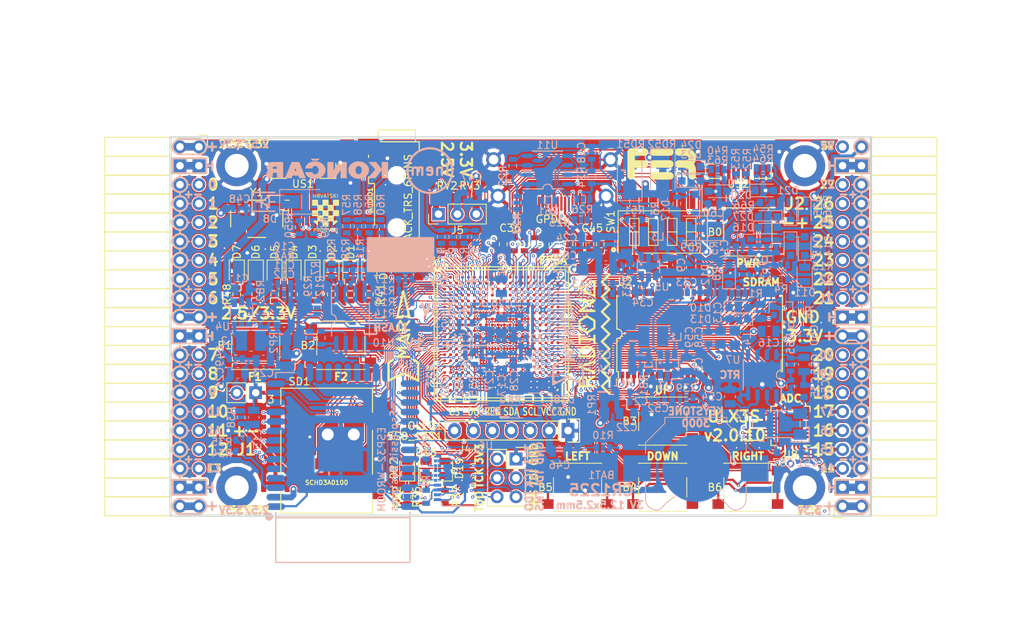
<source format=kicad_pcb>
(kicad_pcb (version 20171130) (host pcbnew 5.0.0+dfsg1-1)
  (layers (0 F.Cu signal) (1 In1.Cu signal) (2 In2.Cu signal) (31 B.Cu signal) (34 B.Paste user) (35 F.Paste user) (36 B.SilkS user) (37 F.SilkS user) (38 B.Mask user) (39 F.Mask user) (44 Edge.Cuts user))
  (net 0 "")
  (net 1 GND)
  (net 2 +5V)
  (net 3 /gpio/IN5V)
  (net 4 /gpio/OUT5V)
  (net 5 +3V3)
  (net 6 BTN_D)
  (net 7 BTN_F1)
  (net 8 BTN_F2)
  (net 9 BTN_L)
  (net 10 BTN_R)
  (net 11 BTN_U)
  (net 12 /power/FB1)
  (net 13 +2V5)
  (net 14 /power/PWREN)
  (net 15 /power/FB3)
  (net 16 /power/FB2)
  (net 17 /power/VBAT)
  (net 18 JTAG_TDI)
  (net 19 JTAG_TCK)
  (net 20 JTAG_TMS)
  (net 21 JTAG_TDO)
  (net 22 /power/WAKEUPn)
  (net 23 /power/WKUP)
  (net 24 /power/SHUT)
  (net 25 /power/WAKE)
  (net 26 /power/HOLD)
  (net 27 /power/WKn)
  (net 28 /power/OSCI_32k)
  (net 29 /power/OSCO_32k)
  (net 30 SHUTDOWN)
  (net 31 GPDI_SDA)
  (net 32 GPDI_SCL)
  (net 33 /gpdi/VREF2)
  (net 34 SD_CMD)
  (net 35 SD_CLK)
  (net 36 SD_D0)
  (net 37 SD_D1)
  (net 38 USB5V)
  (net 39 GPDI_CEC)
  (net 40 nRESET)
  (net 41 FTDI_nDTR)
  (net 42 SDRAM_CKE)
  (net 43 SDRAM_A7)
  (net 44 SDRAM_D15)
  (net 45 SDRAM_BA1)
  (net 46 SDRAM_D7)
  (net 47 SDRAM_A6)
  (net 48 SDRAM_CLK)
  (net 49 SDRAM_D13)
  (net 50 SDRAM_BA0)
  (net 51 SDRAM_D6)
  (net 52 SDRAM_A5)
  (net 53 SDRAM_D14)
  (net 54 SDRAM_A11)
  (net 55 SDRAM_D12)
  (net 56 SDRAM_D5)
  (net 57 SDRAM_A4)
  (net 58 SDRAM_A10)
  (net 59 SDRAM_D11)
  (net 60 SDRAM_A3)
  (net 61 SDRAM_D4)
  (net 62 SDRAM_D10)
  (net 63 SDRAM_D9)
  (net 64 SDRAM_A9)
  (net 65 SDRAM_D3)
  (net 66 SDRAM_D8)
  (net 67 SDRAM_A8)
  (net 68 SDRAM_A2)
  (net 69 SDRAM_A1)
  (net 70 SDRAM_A0)
  (net 71 SDRAM_D2)
  (net 72 SDRAM_D1)
  (net 73 SDRAM_D0)
  (net 74 SDRAM_DQM0)
  (net 75 SDRAM_nCS)
  (net 76 SDRAM_nRAS)
  (net 77 SDRAM_DQM1)
  (net 78 SDRAM_nCAS)
  (net 79 SDRAM_nWE)
  (net 80 /flash/FLASH_nWP)
  (net 81 /flash/FLASH_nHOLD)
  (net 82 /flash/FLASH_MOSI)
  (net 83 /flash/FLASH_MISO)
  (net 84 /flash/FLASH_SCK)
  (net 85 /flash/FLASH_nCS)
  (net 86 /flash/FPGA_PROGRAMN)
  (net 87 /flash/FPGA_DONE)
  (net 88 /flash/FPGA_INITN)
  (net 89 OLED_RES)
  (net 90 OLED_DC)
  (net 91 OLED_CS)
  (net 92 WIFI_EN)
  (net 93 FTDI_nRTS)
  (net 94 FTDI_TXD)
  (net 95 FTDI_RXD)
  (net 96 WIFI_RXD)
  (net 97 WIFI_GPIO0)
  (net 98 WIFI_TXD)
  (net 99 USB_FTDI_D+)
  (net 100 USB_FTDI_D-)
  (net 101 SD_D3)
  (net 102 AUDIO_L3)
  (net 103 AUDIO_L2)
  (net 104 AUDIO_L1)
  (net 105 AUDIO_L0)
  (net 106 AUDIO_R3)
  (net 107 AUDIO_R2)
  (net 108 AUDIO_R1)
  (net 109 AUDIO_R0)
  (net 110 OLED_CLK)
  (net 111 OLED_MOSI)
  (net 112 LED0)
  (net 113 LED1)
  (net 114 LED2)
  (net 115 LED3)
  (net 116 LED4)
  (net 117 LED5)
  (net 118 LED6)
  (net 119 LED7)
  (net 120 BTN_PWRn)
  (net 121 FTDI_nTXLED)
  (net 122 FTDI_nSLEEP)
  (net 123 /blinkey/LED_PWREN)
  (net 124 /blinkey/LED_TXLED)
  (net 125 /sdcard/SD3V3)
  (net 126 SD_D2)
  (net 127 CLK_25MHz)
  (net 128 /blinkey/BTNPUL)
  (net 129 /blinkey/BTNPUR)
  (net 130 USB_FPGA_D+)
  (net 131 /power/FTDI_nSUSPEND)
  (net 132 /blinkey/ALED0)
  (net 133 /blinkey/ALED1)
  (net 134 /blinkey/ALED2)
  (net 135 /blinkey/ALED3)
  (net 136 /blinkey/ALED4)
  (net 137 /blinkey/ALED5)
  (net 138 /blinkey/ALED6)
  (net 139 /blinkey/ALED7)
  (net 140 /usb/FTD-)
  (net 141 /usb/FTD+)
  (net 142 ADC_MISO)
  (net 143 ADC_MOSI)
  (net 144 ADC_CSn)
  (net 145 ADC_SCLK)
  (net 146 SW3)
  (net 147 SW2)
  (net 148 SW1)
  (net 149 USB_FPGA_D-)
  (net 150 /usb/FPD+)
  (net 151 /usb/FPD-)
  (net 152 WIFI_GPIO16)
  (net 153 /usb/ANT_433MHz)
  (net 154 PROG_DONE)
  (net 155 /power/P3V3)
  (net 156 /power/P2V5)
  (net 157 /power/L1)
  (net 158 /power/L3)
  (net 159 /power/L2)
  (net 160 FTDI_TXDEN)
  (net 161 SDRAM_A12)
  (net 162 /analog/AUDIO_V)
  (net 163 AUDIO_V3)
  (net 164 AUDIO_V2)
  (net 165 AUDIO_V1)
  (net 166 AUDIO_V0)
  (net 167 /blinkey/LED_WIFI)
  (net 168 /power/P1V1)
  (net 169 +1V1)
  (net 170 SW4)
  (net 171 /blinkey/SWPU)
  (net 172 /wifi/WIFIEN)
  (net 173 FT2V5)
  (net 174 GN0)
  (net 175 GP0)
  (net 176 GN1)
  (net 177 GP1)
  (net 178 GN2)
  (net 179 GP2)
  (net 180 GN3)
  (net 181 GP3)
  (net 182 GN4)
  (net 183 GP4)
  (net 184 GN5)
  (net 185 GP5)
  (net 186 GN6)
  (net 187 GP6)
  (net 188 GN14)
  (net 189 GP14)
  (net 190 GN15)
  (net 191 GP15)
  (net 192 GN16)
  (net 193 GP16)
  (net 194 GN17)
  (net 195 GP17)
  (net 196 GN18)
  (net 197 GP18)
  (net 198 GN19)
  (net 199 GP19)
  (net 200 GN20)
  (net 201 GP20)
  (net 202 GN21)
  (net 203 GP21)
  (net 204 GN22)
  (net 205 GP22)
  (net 206 GN23)
  (net 207 GP23)
  (net 208 GN24)
  (net 209 GP24)
  (net 210 GN25)
  (net 211 GP25)
  (net 212 GN26)
  (net 213 GP26)
  (net 214 GN27)
  (net 215 GP27)
  (net 216 GN7)
  (net 217 GP7)
  (net 218 GN8)
  (net 219 GP8)
  (net 220 GN9)
  (net 221 GP9)
  (net 222 GN10)
  (net 223 GP10)
  (net 224 GN11)
  (net 225 GP11)
  (net 226 GN12)
  (net 227 GP12)
  (net 228 GN13)
  (net 229 GP13)
  (net 230 WIFI_GPIO5)
  (net 231 WIFI_GPIO17)
  (net 232 USB_FPGA_PULL_D+)
  (net 233 USB_FPGA_PULL_D-)
  (net 234 "Net-(D23-Pad2)")
  (net 235 "Net-(D24-Pad1)")
  (net 236 "Net-(D25-Pad2)")
  (net 237 "Net-(D26-Pad1)")
  (net 238 /gpdi/GPDI_ETH+)
  (net 239 FPDI_ETH+)
  (net 240 /gpdi/GPDI_ETH-)
  (net 241 FPDI_ETH-)
  (net 242 /gpdi/GPDI_D2-)
  (net 243 FPDI_D2-)
  (net 244 /gpdi/GPDI_D1-)
  (net 245 FPDI_D1-)
  (net 246 /gpdi/GPDI_D0-)
  (net 247 FPDI_D0-)
  (net 248 /gpdi/GPDI_CLK-)
  (net 249 FPDI_CLK-)
  (net 250 /gpdi/GPDI_D2+)
  (net 251 FPDI_D2+)
  (net 252 /gpdi/GPDI_D1+)
  (net 253 FPDI_D1+)
  (net 254 /gpdi/GPDI_D0+)
  (net 255 FPDI_D0+)
  (net 256 /gpdi/GPDI_CLK+)
  (net 257 FPDI_CLK+)
  (net 258 FPDI_SDA)
  (net 259 FPDI_SCL)
  (net 260 /gpdi/FPDI_CEC)
  (net 261 2V5_3V3)
  (net 262 /usb/US2VBUS)
  (net 263 /power/SHD)
  (net 264 /power/RTCVDD)
  (net 265 "Net-(D27-Pad2)")
  (net 266 US2_ID)
  (net 267 /analog/AUDIO_L)
  (net 268 /analog/AUDIO_R)
  (net 269 /analog/ADC3V3)
  (net 270 PWRBTn)
  (net 271 USER_PROGRAMN)
  (module lfe5bg381:BGA-381_pitch0.8mm_dia0.4mm (layer F.Cu) (at 138.48 87.8)
    (fp_text reference U1 (at -8.2 -9.8) (layer F.SilkS))
    (fp_text value LFE5U-85F-6BG381C)
    (pad Y19 smd circle (at 6.8 7.6) (size 0.4 0.4) (layers F.Cu F.Paste F.Mask) (net 1 GND))
    (pad Y17 smd circle (at 5.2 7.6) (size 0.4 0.4) (layers F.Cu F.Paste F.Mask) (net 1 GND))
    (pad Y16 smd circle (at 4.4 7.6) (size 0.4 0.4) (layers F.Cu F.Paste F.Mask) (net 1 GND))
    (pad Y15 smd circle (at 3.6 7.6) (size 0.4 0.4) (layers F.Cu F.Paste F.Mask) (net 1 GND))
    (pad Y14 smd circle (at 2.8 7.6) (size 0.4 0.4) (layers F.Cu F.Paste F.Mask) (net 1 GND))
    (pad Y12 smd circle (at 1.2 7.6) (size 0.4 0.4) (layers F.Cu F.Paste F.Mask) (net 1 GND))
    (pad Y11 smd circle (at 0.4 7.6) (size 0.4 0.4) (layers F.Cu F.Paste F.Mask) (net 1 GND))
    (pad Y8 smd circle (at -2 7.6) (size 0.4 0.4) (layers F.Cu F.Paste F.Mask) (net 1 GND))
    (pad Y7 smd circle (at -2.8 7.6) (size 0.4 0.4) (layers F.Cu F.Paste F.Mask) (net 1 GND))
    (pad Y6 smd circle (at -3.6 7.6) (size 0.4 0.4) (layers F.Cu F.Paste F.Mask) (net 1 GND))
    (pad Y5 smd circle (at -4.4 7.6) (size 0.4 0.4) (layers F.Cu F.Paste F.Mask) (net 1 GND))
    (pad Y3 smd circle (at -6 7.6) (size 0.4 0.4) (layers F.Cu F.Paste F.Mask) (net 87 /flash/FPGA_DONE))
    (pad Y2 smd circle (at -6.8 7.6) (size 0.4 0.4) (layers F.Cu F.Paste F.Mask) (net 80 /flash/FLASH_nWP))
    (pad W20 smd circle (at 7.6 6.8) (size 0.4 0.4) (layers F.Cu F.Paste F.Mask) (net 1 GND))
    (pad W19 smd circle (at 6.8 6.8) (size 0.4 0.4) (layers F.Cu F.Paste F.Mask) (net 1 GND))
    (pad W18 smd circle (at 6 6.8) (size 0.4 0.4) (layers F.Cu F.Paste F.Mask))
    (pad W17 smd circle (at 5.2 6.8) (size 0.4 0.4) (layers F.Cu F.Paste F.Mask))
    (pad W16 smd circle (at 4.4 6.8) (size 0.4 0.4) (layers F.Cu F.Paste F.Mask) (net 1 GND))
    (pad W15 smd circle (at 3.6 6.8) (size 0.4 0.4) (layers F.Cu F.Paste F.Mask) (net 1 GND))
    (pad W14 smd circle (at 2.8 6.8) (size 0.4 0.4) (layers F.Cu F.Paste F.Mask))
    (pad W13 smd circle (at 2 6.8) (size 0.4 0.4) (layers F.Cu F.Paste F.Mask))
    (pad W12 smd circle (at 1.2 6.8) (size 0.4 0.4) (layers F.Cu F.Paste F.Mask) (net 1 GND))
    (pad W11 smd circle (at 0.4 6.8) (size 0.4 0.4) (layers F.Cu F.Paste F.Mask))
    (pad W10 smd circle (at -0.4 6.8) (size 0.4 0.4) (layers F.Cu F.Paste F.Mask))
    (pad W9 smd circle (at -1.2 6.8) (size 0.4 0.4) (layers F.Cu F.Paste F.Mask))
    (pad W8 smd circle (at -2 6.8) (size 0.4 0.4) (layers F.Cu F.Paste F.Mask))
    (pad W7 smd circle (at -2.8 6.8) (size 0.4 0.4) (layers F.Cu F.Paste F.Mask) (net 1 GND))
    (pad W6 smd circle (at -3.6 6.8) (size 0.4 0.4) (layers F.Cu F.Paste F.Mask) (net 1 GND))
    (pad W5 smd circle (at -4.4 6.8) (size 0.4 0.4) (layers F.Cu F.Paste F.Mask))
    (pad W4 smd circle (at -5.2 6.8) (size 0.4 0.4) (layers F.Cu F.Paste F.Mask))
    (pad W3 smd circle (at -6 6.8) (size 0.4 0.4) (layers F.Cu F.Paste F.Mask) (net 86 /flash/FPGA_PROGRAMN))
    (pad W2 smd circle (at -6.8 6.8) (size 0.4 0.4) (layers F.Cu F.Paste F.Mask) (net 82 /flash/FLASH_MOSI))
    (pad W1 smd circle (at -7.6 6.8) (size 0.4 0.4) (layers F.Cu F.Paste F.Mask) (net 81 /flash/FLASH_nHOLD))
    (pad V20 smd circle (at 7.6 6) (size 0.4 0.4) (layers F.Cu F.Paste F.Mask) (net 1 GND))
    (pad V19 smd circle (at 6.8 6) (size 0.4 0.4) (layers F.Cu F.Paste F.Mask) (net 1 GND))
    (pad V18 smd circle (at 6 6) (size 0.4 0.4) (layers F.Cu F.Paste F.Mask) (net 1 GND))
    (pad V17 smd circle (at 5.2 6) (size 0.4 0.4) (layers F.Cu F.Paste F.Mask) (net 1 GND))
    (pad V16 smd circle (at 4.4 6) (size 0.4 0.4) (layers F.Cu F.Paste F.Mask) (net 1 GND))
    (pad V15 smd circle (at 3.6 6) (size 0.4 0.4) (layers F.Cu F.Paste F.Mask) (net 1 GND))
    (pad V14 smd circle (at 2.8 6) (size 0.4 0.4) (layers F.Cu F.Paste F.Mask) (net 1 GND))
    (pad V13 smd circle (at 2 6) (size 0.4 0.4) (layers F.Cu F.Paste F.Mask) (net 1 GND))
    (pad V12 smd circle (at 1.2 6) (size 0.4 0.4) (layers F.Cu F.Paste F.Mask) (net 1 GND))
    (pad V11 smd circle (at 0.4 6) (size 0.4 0.4) (layers F.Cu F.Paste F.Mask) (net 1 GND))
    (pad V10 smd circle (at -0.4 6) (size 0.4 0.4) (layers F.Cu F.Paste F.Mask) (net 1 GND))
    (pad V9 smd circle (at -1.2 6) (size 0.4 0.4) (layers F.Cu F.Paste F.Mask) (net 1 GND))
    (pad V8 smd circle (at -2 6) (size 0.4 0.4) (layers F.Cu F.Paste F.Mask) (net 1 GND))
    (pad V7 smd circle (at -2.8 6) (size 0.4 0.4) (layers F.Cu F.Paste F.Mask) (net 1 GND))
    (pad V6 smd circle (at -3.6 6) (size 0.4 0.4) (layers F.Cu F.Paste F.Mask) (net 1 GND))
    (pad V5 smd circle (at -4.4 6) (size 0.4 0.4) (layers F.Cu F.Paste F.Mask) (net 1 GND))
    (pad V4 smd circle (at -5.2 6) (size 0.4 0.4) (layers F.Cu F.Paste F.Mask) (net 21 JTAG_TDO))
    (pad V3 smd circle (at -6 6) (size 0.4 0.4) (layers F.Cu F.Paste F.Mask) (net 88 /flash/FPGA_INITN))
    (pad V2 smd circle (at -6.8 6) (size 0.4 0.4) (layers F.Cu F.Paste F.Mask) (net 83 /flash/FLASH_MISO))
    (pad V1 smd circle (at -7.6 6) (size 0.4 0.4) (layers F.Cu F.Paste F.Mask) (net 6 BTN_D))
    (pad U20 smd circle (at 7.6 5.2) (size 0.4 0.4) (layers F.Cu F.Paste F.Mask) (net 46 SDRAM_D7))
    (pad U19 smd circle (at 6.8 5.2) (size 0.4 0.4) (layers F.Cu F.Paste F.Mask) (net 74 SDRAM_DQM0))
    (pad U18 smd circle (at 6 5.2) (size 0.4 0.4) (layers F.Cu F.Paste F.Mask) (net 189 GP14))
    (pad U17 smd circle (at 5.2 5.2) (size 0.4 0.4) (layers F.Cu F.Paste F.Mask) (net 188 GN14))
    (pad U16 smd circle (at 4.4 5.2) (size 0.4 0.4) (layers F.Cu F.Paste F.Mask) (net 142 ADC_MISO))
    (pad U15 smd circle (at 3.6 5.2) (size 0.4 0.4) (layers F.Cu F.Paste F.Mask) (net 1 GND))
    (pad U14 smd circle (at 2.8 5.2) (size 0.4 0.4) (layers F.Cu F.Paste F.Mask) (net 1 GND))
    (pad U13 smd circle (at 2 5.2) (size 0.4 0.4) (layers F.Cu F.Paste F.Mask) (net 1 GND))
    (pad U12 smd circle (at 1.2 5.2) (size 0.4 0.4) (layers F.Cu F.Paste F.Mask) (net 1 GND))
    (pad U11 smd circle (at 0.4 5.2) (size 0.4 0.4) (layers F.Cu F.Paste F.Mask) (net 1 GND))
    (pad U10 smd circle (at -0.4 5.2) (size 0.4 0.4) (layers F.Cu F.Paste F.Mask) (net 1 GND))
    (pad U9 smd circle (at -1.2 5.2) (size 0.4 0.4) (layers F.Cu F.Paste F.Mask) (net 1 GND))
    (pad U8 smd circle (at -2 5.2) (size 0.4 0.4) (layers F.Cu F.Paste F.Mask) (net 1 GND))
    (pad U7 smd circle (at -2.8 5.2) (size 0.4 0.4) (layers F.Cu F.Paste F.Mask) (net 1 GND))
    (pad U6 smd circle (at -3.6 5.2) (size 0.4 0.4) (layers F.Cu F.Paste F.Mask) (net 1 GND))
    (pad U5 smd circle (at -4.4 5.2) (size 0.4 0.4) (layers F.Cu F.Paste F.Mask) (net 20 JTAG_TMS))
    (pad U4 smd circle (at -5.2 5.2) (size 0.4 0.4) (layers F.Cu F.Paste F.Mask) (net 1 GND))
    (pad U3 smd circle (at -6 5.2) (size 0.4 0.4) (layers F.Cu F.Paste F.Mask) (net 84 /flash/FLASH_SCK))
    (pad U2 smd circle (at -6.8 5.2) (size 0.4 0.4) (layers F.Cu F.Paste F.Mask) (net 5 +3V3))
    (pad U1 smd circle (at -7.6 5.2) (size 0.4 0.4) (layers F.Cu F.Paste F.Mask) (net 9 BTN_L))
    (pad T20 smd circle (at 7.6 4.4) (size 0.4 0.4) (layers F.Cu F.Paste F.Mask) (net 79 SDRAM_nWE))
    (pad T19 smd circle (at 6.8 4.4) (size 0.4 0.4) (layers F.Cu F.Paste F.Mask) (net 78 SDRAM_nCAS))
    (pad T18 smd circle (at 6 4.4) (size 0.4 0.4) (layers F.Cu F.Paste F.Mask) (net 56 SDRAM_D5))
    (pad T17 smd circle (at 5.2 4.4) (size 0.4 0.4) (layers F.Cu F.Paste F.Mask) (net 51 SDRAM_D6))
    (pad T16 smd circle (at 4.4 4.4) (size 0.4 0.4) (layers F.Cu F.Paste F.Mask))
    (pad T15 smd circle (at 3.6 4.4) (size 0.4 0.4) (layers F.Cu F.Paste F.Mask) (net 1 GND))
    (pad T14 smd circle (at 2.8 4.4) (size 0.4 0.4) (layers F.Cu F.Paste F.Mask) (net 1 GND))
    (pad T13 smd circle (at 2 4.4) (size 0.4 0.4) (layers F.Cu F.Paste F.Mask) (net 1 GND))
    (pad T12 smd circle (at 1.2 4.4) (size 0.4 0.4) (layers F.Cu F.Paste F.Mask) (net 1 GND))
    (pad T11 smd circle (at 0.4 4.4) (size 0.4 0.4) (layers F.Cu F.Paste F.Mask) (net 1 GND))
    (pad T10 smd circle (at -0.4 4.4) (size 0.4 0.4) (layers F.Cu F.Paste F.Mask) (net 1 GND))
    (pad T9 smd circle (at -1.2 4.4) (size 0.4 0.4) (layers F.Cu F.Paste F.Mask) (net 1 GND))
    (pad T8 smd circle (at -2 4.4) (size 0.4 0.4) (layers F.Cu F.Paste F.Mask) (net 1 GND))
    (pad T7 smd circle (at -2.8 4.4) (size 0.4 0.4) (layers F.Cu F.Paste F.Mask) (net 1 GND))
    (pad T6 smd circle (at -3.6 4.4) (size 0.4 0.4) (layers F.Cu F.Paste F.Mask) (net 1 GND))
    (pad T5 smd circle (at -4.4 4.4) (size 0.4 0.4) (layers F.Cu F.Paste F.Mask) (net 19 JTAG_TCK))
    (pad T4 smd circle (at -5.2 4.4) (size 0.4 0.4) (layers F.Cu F.Paste F.Mask) (net 5 +3V3))
    (pad T3 smd circle (at -6 4.4) (size 0.4 0.4) (layers F.Cu F.Paste F.Mask) (net 5 +3V3))
    (pad T2 smd circle (at -6.8 4.4) (size 0.4 0.4) (layers F.Cu F.Paste F.Mask) (net 5 +3V3))
    (pad T1 smd circle (at -7.6 4.4) (size 0.4 0.4) (layers F.Cu F.Paste F.Mask) (net 8 BTN_F2))
    (pad R20 smd circle (at 7.6 3.6) (size 0.4 0.4) (layers F.Cu F.Paste F.Mask) (net 76 SDRAM_nRAS))
    (pad R19 smd circle (at 6.8 3.6) (size 0.4 0.4) (layers F.Cu F.Paste F.Mask) (net 1 GND))
    (pad R18 smd circle (at 6 3.6) (size 0.4 0.4) (layers F.Cu F.Paste F.Mask) (net 11 BTN_U))
    (pad R17 smd circle (at 5.2 3.6) (size 0.4 0.4) (layers F.Cu F.Paste F.Mask) (net 144 ADC_CSn))
    (pad R16 smd circle (at 4.4 3.6) (size 0.4 0.4) (layers F.Cu F.Paste F.Mask) (net 143 ADC_MOSI))
    (pad R5 smd circle (at -4.4 3.6) (size 0.4 0.4) (layers F.Cu F.Paste F.Mask) (net 18 JTAG_TDI))
    (pad R4 smd circle (at -5.2 3.6) (size 0.4 0.4) (layers F.Cu F.Paste F.Mask) (net 1 GND))
    (pad R3 smd circle (at -6 3.6) (size 0.4 0.4) (layers F.Cu F.Paste F.Mask))
    (pad R2 smd circle (at -6.8 3.6) (size 0.4 0.4) (layers F.Cu F.Paste F.Mask) (net 85 /flash/FLASH_nCS))
    (pad R1 smd circle (at -7.6 3.6) (size 0.4 0.4) (layers F.Cu F.Paste F.Mask) (net 7 BTN_F1))
    (pad P20 smd circle (at 7.6 2.8) (size 0.4 0.4) (layers F.Cu F.Paste F.Mask) (net 75 SDRAM_nCS))
    (pad P19 smd circle (at 6.8 2.8) (size 0.4 0.4) (layers F.Cu F.Paste F.Mask) (net 50 SDRAM_BA0))
    (pad P18 smd circle (at 6 2.8) (size 0.4 0.4) (layers F.Cu F.Paste F.Mask) (net 61 SDRAM_D4))
    (pad P17 smd circle (at 5.2 2.8) (size 0.4 0.4) (layers F.Cu F.Paste F.Mask) (net 145 ADC_SCLK))
    (pad P16 smd circle (at 4.4 2.8) (size 0.4 0.4) (layers F.Cu F.Paste F.Mask) (net 190 GN15))
    (pad P15 smd circle (at 3.6 2.8) (size 0.4 0.4) (layers F.Cu F.Paste F.Mask) (net 13 +2V5))
    (pad P14 smd circle (at 2.8 2.8) (size 0.4 0.4) (layers F.Cu F.Paste F.Mask) (net 1 GND))
    (pad P13 smd circle (at 2 2.8) (size 0.4 0.4) (layers F.Cu F.Paste F.Mask) (net 1 GND))
    (pad P12 smd circle (at 1.2 2.8) (size 0.4 0.4) (layers F.Cu F.Paste F.Mask) (net 1 GND))
    (pad P11 smd circle (at 0.4 2.8) (size 0.4 0.4) (layers F.Cu F.Paste F.Mask) (net 1 GND))
    (pad P10 smd circle (at -0.4 2.8) (size 0.4 0.4) (layers F.Cu F.Paste F.Mask) (net 5 +3V3))
    (pad P9 smd circle (at -1.2 2.8) (size 0.4 0.4) (layers F.Cu F.Paste F.Mask) (net 5 +3V3))
    (pad P8 smd circle (at -2 2.8) (size 0.4 0.4) (layers F.Cu F.Paste F.Mask) (net 1 GND))
    (pad P7 smd circle (at -2.8 2.8) (size 0.4 0.4) (layers F.Cu F.Paste F.Mask) (net 1 GND))
    (pad P6 smd circle (at -3.6 2.8) (size 0.4 0.4) (layers F.Cu F.Paste F.Mask) (net 13 +2V5))
    (pad P5 smd circle (at -4.4 2.8) (size 0.4 0.4) (layers F.Cu F.Paste F.Mask))
    (pad P4 smd circle (at -5.2 2.8) (size 0.4 0.4) (layers F.Cu F.Paste F.Mask) (net 110 OLED_CLK))
    (pad P3 smd circle (at -6 2.8) (size 0.4 0.4) (layers F.Cu F.Paste F.Mask) (net 111 OLED_MOSI))
    (pad P2 smd circle (at -6.8 2.8) (size 0.4 0.4) (layers F.Cu F.Paste F.Mask) (net 89 OLED_RES))
    (pad P1 smd circle (at -7.6 2.8) (size 0.4 0.4) (layers F.Cu F.Paste F.Mask) (net 90 OLED_DC))
    (pad N20 smd circle (at 7.6 2) (size 0.4 0.4) (layers F.Cu F.Paste F.Mask) (net 45 SDRAM_BA1))
    (pad N19 smd circle (at 6.8 2) (size 0.4 0.4) (layers F.Cu F.Paste F.Mask) (net 58 SDRAM_A10))
    (pad N18 smd circle (at 6 2) (size 0.4 0.4) (layers F.Cu F.Paste F.Mask) (net 65 SDRAM_D3))
    (pad N17 smd circle (at 5.2 2) (size 0.4 0.4) (layers F.Cu F.Paste F.Mask) (net 191 GP15))
    (pad N16 smd circle (at 4.4 2) (size 0.4 0.4) (layers F.Cu F.Paste F.Mask) (net 193 GP16))
    (pad N15 smd circle (at 3.6 2) (size 0.4 0.4) (layers F.Cu F.Paste F.Mask) (net 1 GND))
    (pad N14 smd circle (at 2.8 2) (size 0.4 0.4) (layers F.Cu F.Paste F.Mask) (net 1 GND))
    (pad N13 smd circle (at 2 2) (size 0.4 0.4) (layers F.Cu F.Paste F.Mask) (net 169 +1V1))
    (pad N12 smd circle (at 1.2 2) (size 0.4 0.4) (layers F.Cu F.Paste F.Mask) (net 169 +1V1))
    (pad N11 smd circle (at 0.4 2) (size 0.4 0.4) (layers F.Cu F.Paste F.Mask) (net 169 +1V1))
    (pad N10 smd circle (at -0.4 2) (size 0.4 0.4) (layers F.Cu F.Paste F.Mask) (net 169 +1V1))
    (pad N9 smd circle (at -1.2 2) (size 0.4 0.4) (layers F.Cu F.Paste F.Mask) (net 169 +1V1))
    (pad N8 smd circle (at -2 2) (size 0.4 0.4) (layers F.Cu F.Paste F.Mask) (net 169 +1V1))
    (pad N7 smd circle (at -2.8 2) (size 0.4 0.4) (layers F.Cu F.Paste F.Mask) (net 1 GND))
    (pad N6 smd circle (at -3.6 2) (size 0.4 0.4) (layers F.Cu F.Paste F.Mask) (net 1 GND))
    (pad N5 smd circle (at -4.4 2) (size 0.4 0.4) (layers F.Cu F.Paste F.Mask))
    (pad N4 smd circle (at -5.2 2) (size 0.4 0.4) (layers F.Cu F.Paste F.Mask) (net 230 WIFI_GPIO5))
    (pad N3 smd circle (at -6 2) (size 0.4 0.4) (layers F.Cu F.Paste F.Mask) (net 231 WIFI_GPIO17))
    (pad N2 smd circle (at -6.8 2) (size 0.4 0.4) (layers F.Cu F.Paste F.Mask) (net 91 OLED_CS))
    (pad N1 smd circle (at -7.6 2) (size 0.4 0.4) (layers F.Cu F.Paste F.Mask) (net 41 FTDI_nDTR))
    (pad M20 smd circle (at 7.6 1.2) (size 0.4 0.4) (layers F.Cu F.Paste F.Mask) (net 70 SDRAM_A0))
    (pad M19 smd circle (at 6.8 1.2) (size 0.4 0.4) (layers F.Cu F.Paste F.Mask) (net 69 SDRAM_A1))
    (pad M18 smd circle (at 6 1.2) (size 0.4 0.4) (layers F.Cu F.Paste F.Mask) (net 71 SDRAM_D2))
    (pad M17 smd circle (at 5.2 1.2) (size 0.4 0.4) (layers F.Cu F.Paste F.Mask) (net 192 GN16))
    (pad M16 smd circle (at 4.4 1.2) (size 0.4 0.4) (layers F.Cu F.Paste F.Mask) (net 1 GND))
    (pad M15 smd circle (at 3.6 1.2) (size 0.4 0.4) (layers F.Cu F.Paste F.Mask) (net 5 +3V3))
    (pad M14 smd circle (at 2.8 1.2) (size 0.4 0.4) (layers F.Cu F.Paste F.Mask) (net 1 GND))
    (pad M13 smd circle (at 2 1.2) (size 0.4 0.4) (layers F.Cu F.Paste F.Mask) (net 169 +1V1))
    (pad M12 smd circle (at 1.2 1.2) (size 0.4 0.4) (layers F.Cu F.Paste F.Mask) (net 1 GND))
    (pad M11 smd circle (at 0.4 1.2) (size 0.4 0.4) (layers F.Cu F.Paste F.Mask) (net 1 GND))
    (pad M10 smd circle (at -0.4 1.2) (size 0.4 0.4) (layers F.Cu F.Paste F.Mask) (net 1 GND))
    (pad M9 smd circle (at -1.2 1.2) (size 0.4 0.4) (layers F.Cu F.Paste F.Mask) (net 1 GND))
    (pad M8 smd circle (at -2 1.2) (size 0.4 0.4) (layers F.Cu F.Paste F.Mask) (net 169 +1V1))
    (pad M7 smd circle (at -2.8 1.2) (size 0.4 0.4) (layers F.Cu F.Paste F.Mask) (net 1 GND))
    (pad M6 smd circle (at -3.6 1.2) (size 0.4 0.4) (layers F.Cu F.Paste F.Mask) (net 5 +3V3))
    (pad M5 smd circle (at -4.4 1.2) (size 0.4 0.4) (layers F.Cu F.Paste F.Mask))
    (pad M4 smd circle (at -5.2 1.2) (size 0.4 0.4) (layers F.Cu F.Paste F.Mask) (net 271 USER_PROGRAMN))
    (pad M3 smd circle (at -6 1.2) (size 0.4 0.4) (layers F.Cu F.Paste F.Mask) (net 93 FTDI_nRTS))
    (pad M2 smd circle (at -6.8 1.2) (size 0.4 0.4) (layers F.Cu F.Paste F.Mask) (net 1 GND))
    (pad M1 smd circle (at -7.6 1.2) (size 0.4 0.4) (layers F.Cu F.Paste F.Mask) (net 94 FTDI_TXD))
    (pad L20 smd circle (at 7.6 0.4) (size 0.4 0.4) (layers F.Cu F.Paste F.Mask) (net 68 SDRAM_A2))
    (pad L19 smd circle (at 6.8 0.4) (size 0.4 0.4) (layers F.Cu F.Paste F.Mask) (net 60 SDRAM_A3))
    (pad L18 smd circle (at 6 0.4) (size 0.4 0.4) (layers F.Cu F.Paste F.Mask) (net 72 SDRAM_D1))
    (pad L17 smd circle (at 5.2 0.4) (size 0.4 0.4) (layers F.Cu F.Paste F.Mask) (net 194 GN17))
    (pad L16 smd circle (at 4.4 0.4) (size 0.4 0.4) (layers F.Cu F.Paste F.Mask) (net 195 GP17))
    (pad L15 smd circle (at 3.6 0.4) (size 0.4 0.4) (layers F.Cu F.Paste F.Mask) (net 5 +3V3))
    (pad L14 smd circle (at 2.8 0.4) (size 0.4 0.4) (layers F.Cu F.Paste F.Mask) (net 5 +3V3))
    (pad L13 smd circle (at 2 0.4) (size 0.4 0.4) (layers F.Cu F.Paste F.Mask) (net 169 +1V1))
    (pad L12 smd circle (at 1.2 0.4) (size 0.4 0.4) (layers F.Cu F.Paste F.Mask) (net 1 GND))
    (pad L11 smd circle (at 0.4 0.4) (size 0.4 0.4) (layers F.Cu F.Paste F.Mask) (net 1 GND))
    (pad L10 smd circle (at -0.4 0.4) (size 0.4 0.4) (layers F.Cu F.Paste F.Mask) (net 1 GND))
    (pad L9 smd circle (at -1.2 0.4) (size 0.4 0.4) (layers F.Cu F.Paste F.Mask) (net 1 GND))
    (pad L8 smd circle (at -2 0.4) (size 0.4 0.4) (layers F.Cu F.Paste F.Mask) (net 169 +1V1))
    (pad L7 smd circle (at -2.8 0.4) (size 0.4 0.4) (layers F.Cu F.Paste F.Mask) (net 5 +3V3))
    (pad L6 smd circle (at -3.6 0.4) (size 0.4 0.4) (layers F.Cu F.Paste F.Mask) (net 5 +3V3))
    (pad L5 smd circle (at -4.4 0.4) (size 0.4 0.4) (layers F.Cu F.Paste F.Mask))
    (pad L4 smd circle (at -5.2 0.4) (size 0.4 0.4) (layers F.Cu F.Paste F.Mask) (net 95 FTDI_RXD))
    (pad L3 smd circle (at -6 0.4) (size 0.4 0.4) (layers F.Cu F.Paste F.Mask) (net 160 FTDI_TXDEN))
    (pad L2 smd circle (at -6.8 0.4) (size 0.4 0.4) (layers F.Cu F.Paste F.Mask) (net 97 WIFI_GPIO0))
    (pad L1 smd circle (at -7.6 0.4) (size 0.4 0.4) (layers F.Cu F.Paste F.Mask) (net 152 WIFI_GPIO16))
    (pad K20 smd circle (at 7.6 -0.4) (size 0.4 0.4) (layers F.Cu F.Paste F.Mask) (net 57 SDRAM_A4))
    (pad K19 smd circle (at 6.8 -0.4) (size 0.4 0.4) (layers F.Cu F.Paste F.Mask) (net 52 SDRAM_A5))
    (pad K18 smd circle (at 6 -0.4) (size 0.4 0.4) (layers F.Cu F.Paste F.Mask) (net 47 SDRAM_A6))
    (pad K17 smd circle (at 5.2 -0.4) (size 0.4 0.4) (layers F.Cu F.Paste F.Mask))
    (pad K16 smd circle (at 4.4 -0.4) (size 0.4 0.4) (layers F.Cu F.Paste F.Mask))
    (pad K15 smd circle (at 3.6 -0.4) (size 0.4 0.4) (layers F.Cu F.Paste F.Mask) (net 1 GND))
    (pad K14 smd circle (at 2.8 -0.4) (size 0.4 0.4) (layers F.Cu F.Paste F.Mask) (net 1 GND))
    (pad K13 smd circle (at 2 -0.4) (size 0.4 0.4) (layers F.Cu F.Paste F.Mask) (net 169 +1V1))
    (pad K12 smd circle (at 1.2 -0.4) (size 0.4 0.4) (layers F.Cu F.Paste F.Mask) (net 1 GND))
    (pad K11 smd circle (at 0.4 -0.4) (size 0.4 0.4) (layers F.Cu F.Paste F.Mask) (net 1 GND))
    (pad K10 smd circle (at -0.4 -0.4) (size 0.4 0.4) (layers F.Cu F.Paste F.Mask) (net 1 GND))
    (pad K9 smd circle (at -1.2 -0.4) (size 0.4 0.4) (layers F.Cu F.Paste F.Mask) (net 1 GND))
    (pad K8 smd circle (at -2 -0.4) (size 0.4 0.4) (layers F.Cu F.Paste F.Mask) (net 169 +1V1))
    (pad K7 smd circle (at -2.8 -0.4) (size 0.4 0.4) (layers F.Cu F.Paste F.Mask) (net 1 GND))
    (pad K6 smd circle (at -3.6 -0.4) (size 0.4 0.4) (layers F.Cu F.Paste F.Mask) (net 1 GND))
    (pad K5 smd circle (at -4.4 -0.4) (size 0.4 0.4) (layers F.Cu F.Paste F.Mask))
    (pad K4 smd circle (at -5.2 -0.4) (size 0.4 0.4) (layers F.Cu F.Paste F.Mask) (net 98 WIFI_TXD))
    (pad K3 smd circle (at -6 -0.4) (size 0.4 0.4) (layers F.Cu F.Paste F.Mask) (net 96 WIFI_RXD))
    (pad K2 smd circle (at -6.8 -0.4) (size 0.4 0.4) (layers F.Cu F.Paste F.Mask) (net 101 SD_D3))
    (pad K1 smd circle (at -7.6 -0.4) (size 0.4 0.4) (layers F.Cu F.Paste F.Mask) (net 126 SD_D2))
    (pad J20 smd circle (at 7.6 -1.2) (size 0.4 0.4) (layers F.Cu F.Paste F.Mask) (net 43 SDRAM_A7))
    (pad J19 smd circle (at 6.8 -1.2) (size 0.4 0.4) (layers F.Cu F.Paste F.Mask) (net 67 SDRAM_A8))
    (pad J18 smd circle (at 6 -1.2) (size 0.4 0.4) (layers F.Cu F.Paste F.Mask) (net 53 SDRAM_D14))
    (pad J17 smd circle (at 5.2 -1.2) (size 0.4 0.4) (layers F.Cu F.Paste F.Mask) (net 44 SDRAM_D15))
    (pad J16 smd circle (at 4.4 -1.2) (size 0.4 0.4) (layers F.Cu F.Paste F.Mask) (net 73 SDRAM_D0))
    (pad J15 smd circle (at 3.6 -1.2) (size 0.4 0.4) (layers F.Cu F.Paste F.Mask) (net 5 +3V3))
    (pad J14 smd circle (at 2.8 -1.2) (size 0.4 0.4) (layers F.Cu F.Paste F.Mask) (net 1 GND))
    (pad J13 smd circle (at 2 -1.2) (size 0.4 0.4) (layers F.Cu F.Paste F.Mask) (net 169 +1V1))
    (pad J12 smd circle (at 1.2 -1.2) (size 0.4 0.4) (layers F.Cu F.Paste F.Mask) (net 1 GND))
    (pad J11 smd circle (at 0.4 -1.2) (size 0.4 0.4) (layers F.Cu F.Paste F.Mask) (net 1 GND))
    (pad J10 smd circle (at -0.4 -1.2) (size 0.4 0.4) (layers F.Cu F.Paste F.Mask) (net 1 GND))
    (pad J9 smd circle (at -1.2 -1.2) (size 0.4 0.4) (layers F.Cu F.Paste F.Mask) (net 1 GND))
    (pad J8 smd circle (at -2 -1.2) (size 0.4 0.4) (layers F.Cu F.Paste F.Mask) (net 169 +1V1))
    (pad J7 smd circle (at -2.8 -1.2) (size 0.4 0.4) (layers F.Cu F.Paste F.Mask) (net 1 GND))
    (pad J6 smd circle (at -3.6 -1.2) (size 0.4 0.4) (layers F.Cu F.Paste F.Mask) (net 261 2V5_3V3))
    (pad J5 smd circle (at -4.4 -1.2) (size 0.4 0.4) (layers F.Cu F.Paste F.Mask))
    (pad J4 smd circle (at -5.2 -1.2) (size 0.4 0.4) (layers F.Cu F.Paste F.Mask))
    (pad J3 smd circle (at -6 -1.2) (size 0.4 0.4) (layers F.Cu F.Paste F.Mask) (net 36 SD_D0))
    (pad J2 smd circle (at -6.8 -1.2) (size 0.4 0.4) (layers F.Cu F.Paste F.Mask) (net 1 GND))
    (pad J1 smd circle (at -7.6 -1.2) (size 0.4 0.4) (layers F.Cu F.Paste F.Mask) (net 34 SD_CMD))
    (pad H20 smd circle (at 7.6 -2) (size 0.4 0.4) (layers F.Cu F.Paste F.Mask) (net 64 SDRAM_A9))
    (pad H19 smd circle (at 6.8 -2) (size 0.4 0.4) (layers F.Cu F.Paste F.Mask) (net 1 GND))
    (pad H18 smd circle (at 6 -2) (size 0.4 0.4) (layers F.Cu F.Paste F.Mask) (net 197 GP18))
    (pad H17 smd circle (at 5.2 -2) (size 0.4 0.4) (layers F.Cu F.Paste F.Mask) (net 196 GN18))
    (pad H16 smd circle (at 4.4 -2) (size 0.4 0.4) (layers F.Cu F.Paste F.Mask) (net 10 BTN_R))
    (pad H15 smd circle (at 3.6 -2) (size 0.4 0.4) (layers F.Cu F.Paste F.Mask) (net 5 +3V3))
    (pad H14 smd circle (at 2.8 -2) (size 0.4 0.4) (layers F.Cu F.Paste F.Mask) (net 5 +3V3))
    (pad H13 smd circle (at 2 -2) (size 0.4 0.4) (layers F.Cu F.Paste F.Mask) (net 169 +1V1))
    (pad H12 smd circle (at 1.2 -2) (size 0.4 0.4) (layers F.Cu F.Paste F.Mask) (net 169 +1V1))
    (pad H11 smd circle (at 0.4 -2) (size 0.4 0.4) (layers F.Cu F.Paste F.Mask) (net 169 +1V1))
    (pad H10 smd circle (at -0.4 -2) (size 0.4 0.4) (layers F.Cu F.Paste F.Mask) (net 169 +1V1))
    (pad H9 smd circle (at -1.2 -2) (size 0.4 0.4) (layers F.Cu F.Paste F.Mask) (net 169 +1V1))
    (pad H8 smd circle (at -2 -2) (size 0.4 0.4) (layers F.Cu F.Paste F.Mask) (net 169 +1V1))
    (pad H7 smd circle (at -2.8 -2) (size 0.4 0.4) (layers F.Cu F.Paste F.Mask) (net 261 2V5_3V3))
    (pad H6 smd circle (at -3.6 -2) (size 0.4 0.4) (layers F.Cu F.Paste F.Mask) (net 261 2V5_3V3))
    (pad H5 smd circle (at -4.4 -2) (size 0.4 0.4) (layers F.Cu F.Paste F.Mask) (net 166 AUDIO_V0))
    (pad H4 smd circle (at -5.2 -2) (size 0.4 0.4) (layers F.Cu F.Paste F.Mask) (net 229 GP13))
    (pad H3 smd circle (at -6 -2) (size 0.4 0.4) (layers F.Cu F.Paste F.Mask) (net 119 LED7))
    (pad H2 smd circle (at -6.8 -2) (size 0.4 0.4) (layers F.Cu F.Paste F.Mask) (net 35 SD_CLK))
    (pad H1 smd circle (at -7.6 -2) (size 0.4 0.4) (layers F.Cu F.Paste F.Mask) (net 37 SD_D1))
    (pad G20 smd circle (at 7.6 -2.8) (size 0.4 0.4) (layers F.Cu F.Paste F.Mask) (net 54 SDRAM_A11))
    (pad G19 smd circle (at 6.8 -2.8) (size 0.4 0.4) (layers F.Cu F.Paste F.Mask) (net 161 SDRAM_A12))
    (pad G18 smd circle (at 6 -2.8) (size 0.4 0.4) (layers F.Cu F.Paste F.Mask) (net 198 GN19))
    (pad G17 smd circle (at 5.2 -2.8) (size 0.4 0.4) (layers F.Cu F.Paste F.Mask) (net 1 GND))
    (pad G16 smd circle (at 4.4 -2.8) (size 0.4 0.4) (layers F.Cu F.Paste F.Mask) (net 30 SHUTDOWN))
    (pad G15 smd circle (at 3.6 -2.8) (size 0.4 0.4) (layers F.Cu F.Paste F.Mask) (net 1 GND))
    (pad G14 smd circle (at 2.8 -2.8) (size 0.4 0.4) (layers F.Cu F.Paste F.Mask) (net 1 GND))
    (pad G13 smd circle (at 2 -2.8) (size 0.4 0.4) (layers F.Cu F.Paste F.Mask) (net 1 GND))
    (pad G12 smd circle (at 1.2 -2.8) (size 0.4 0.4) (layers F.Cu F.Paste F.Mask) (net 1 GND))
    (pad G11 smd circle (at 0.4 -2.8) (size 0.4 0.4) (layers F.Cu F.Paste F.Mask) (net 1 GND))
    (pad G10 smd circle (at -0.4 -2.8) (size 0.4 0.4) (layers F.Cu F.Paste F.Mask) (net 1 GND))
    (pad G9 smd circle (at -1.2 -2.8) (size 0.4 0.4) (layers F.Cu F.Paste F.Mask) (net 1 GND))
    (pad G8 smd circle (at -2 -2.8) (size 0.4 0.4) (layers F.Cu F.Paste F.Mask) (net 1 GND))
    (pad G7 smd circle (at -2.8 -2.8) (size 0.4 0.4) (layers F.Cu F.Paste F.Mask) (net 1 GND))
    (pad G6 smd circle (at -3.6 -2.8) (size 0.4 0.4) (layers F.Cu F.Paste F.Mask) (net 1 GND))
    (pad G5 smd circle (at -4.4 -2.8) (size 0.4 0.4) (layers F.Cu F.Paste F.Mask) (net 228 GN13))
    (pad G4 smd circle (at -5.2 -2.8) (size 0.4 0.4) (layers F.Cu F.Paste F.Mask) (net 1 GND))
    (pad G3 smd circle (at -6 -2.8) (size 0.4 0.4) (layers F.Cu F.Paste F.Mask) (net 227 GP12))
    (pad G2 smd circle (at -6.8 -2.8) (size 0.4 0.4) (layers F.Cu F.Paste F.Mask) (net 127 CLK_25MHz))
    (pad G1 smd circle (at -7.6 -2.8) (size 0.4 0.4) (layers F.Cu F.Paste F.Mask) (net 153 /usb/ANT_433MHz))
    (pad F20 smd circle (at 7.6 -3.6) (size 0.4 0.4) (layers F.Cu F.Paste F.Mask) (net 42 SDRAM_CKE))
    (pad F19 smd circle (at 6.8 -3.6) (size 0.4 0.4) (layers F.Cu F.Paste F.Mask) (net 48 SDRAM_CLK))
    (pad F18 smd circle (at 6 -3.6) (size 0.4 0.4) (layers F.Cu F.Paste F.Mask) (net 49 SDRAM_D13))
    (pad F17 smd circle (at 5.2 -3.6) (size 0.4 0.4) (layers F.Cu F.Paste F.Mask) (net 199 GP19))
    (pad F16 smd circle (at 4.4 -3.6) (size 0.4 0.4) (layers F.Cu F.Paste F.Mask) (net 149 USB_FPGA_D-))
    (pad F15 smd circle (at 3.6 -3.6) (size 0.4 0.4) (layers F.Cu F.Paste F.Mask) (net 13 +2V5))
    (pad F14 smd circle (at 2.8 -3.6) (size 0.4 0.4) (layers F.Cu F.Paste F.Mask) (net 1 GND))
    (pad F13 smd circle (at 2 -3.6) (size 0.4 0.4) (layers F.Cu F.Paste F.Mask) (net 1 GND))
    (pad F12 smd circle (at 1.2 -3.6) (size 0.4 0.4) (layers F.Cu F.Paste F.Mask) (net 5 +3V3))
    (pad F11 smd circle (at 0.4 -3.6) (size 0.4 0.4) (layers F.Cu F.Paste F.Mask) (net 5 +3V3))
    (pad F10 smd circle (at -0.4 -3.6) (size 0.4 0.4) (layers F.Cu F.Paste F.Mask) (net 261 2V5_3V3))
    (pad F9 smd circle (at -1.2 -3.6) (size 0.4 0.4) (layers F.Cu F.Paste F.Mask) (net 261 2V5_3V3))
    (pad F8 smd circle (at -2 -3.6) (size 0.4 0.4) (layers F.Cu F.Paste F.Mask) (net 1 GND))
    (pad F7 smd circle (at -2.8 -3.6) (size 0.4 0.4) (layers F.Cu F.Paste F.Mask) (net 1 GND))
    (pad F6 smd circle (at -3.6 -3.6) (size 0.4 0.4) (layers F.Cu F.Paste F.Mask) (net 13 +2V5))
    (pad F5 smd circle (at -4.4 -3.6) (size 0.4 0.4) (layers F.Cu F.Paste F.Mask) (net 164 AUDIO_V2))
    (pad F4 smd circle (at -5.2 -3.6) (size 0.4 0.4) (layers F.Cu F.Paste F.Mask) (net 225 GP11))
    (pad F3 smd circle (at -6 -3.6) (size 0.4 0.4) (layers F.Cu F.Paste F.Mask) (net 226 GN12))
    (pad F2 smd circle (at -6.8 -3.6) (size 0.4 0.4) (layers F.Cu F.Paste F.Mask) (net 165 AUDIO_V1))
    (pad F1 smd circle (at -7.6 -3.6) (size 0.4 0.4) (layers F.Cu F.Paste F.Mask) (net 92 WIFI_EN))
    (pad E20 smd circle (at 7.6 -4.4) (size 0.4 0.4) (layers F.Cu F.Paste F.Mask) (net 77 SDRAM_DQM1))
    (pad E19 smd circle (at 6.8 -4.4) (size 0.4 0.4) (layers F.Cu F.Paste F.Mask) (net 66 SDRAM_D8))
    (pad E18 smd circle (at 6 -4.4) (size 0.4 0.4) (layers F.Cu F.Paste F.Mask) (net 55 SDRAM_D12))
    (pad E17 smd circle (at 5.2 -4.4) (size 0.4 0.4) (layers F.Cu F.Paste F.Mask) (net 200 GN20))
    (pad E16 smd circle (at 4.4 -4.4) (size 0.4 0.4) (layers F.Cu F.Paste F.Mask) (net 130 USB_FPGA_D+))
    (pad E15 smd circle (at 3.6 -4.4) (size 0.4 0.4) (layers F.Cu F.Paste F.Mask) (net 149 USB_FPGA_D-))
    (pad E14 smd circle (at 2.8 -4.4) (size 0.4 0.4) (layers F.Cu F.Paste F.Mask) (net 210 GN25))
    (pad E13 smd circle (at 2 -4.4) (size 0.4 0.4) (layers F.Cu F.Paste F.Mask) (net 214 GN27))
    (pad E12 smd circle (at 1.2 -4.4) (size 0.4 0.4) (layers F.Cu F.Paste F.Mask) (net 259 FPDI_SCL))
    (pad E11 smd circle (at 0.4 -4.4) (size 0.4 0.4) (layers F.Cu F.Paste F.Mask))
    (pad E10 smd circle (at -0.4 -4.4) (size 0.4 0.4) (layers F.Cu F.Paste F.Mask))
    (pad E9 smd circle (at -1.2 -4.4) (size 0.4 0.4) (layers F.Cu F.Paste F.Mask))
    (pad E8 smd circle (at -2 -4.4) (size 0.4 0.4) (layers F.Cu F.Paste F.Mask) (net 148 SW1))
    (pad E7 smd circle (at -2.8 -4.4) (size 0.4 0.4) (layers F.Cu F.Paste F.Mask) (net 170 SW4))
    (pad E6 smd circle (at -3.6 -4.4) (size 0.4 0.4) (layers F.Cu F.Paste F.Mask))
    (pad E5 smd circle (at -4.4 -4.4) (size 0.4 0.4) (layers F.Cu F.Paste F.Mask) (net 163 AUDIO_V3))
    (pad E4 smd circle (at -5.2 -4.4) (size 0.4 0.4) (layers F.Cu F.Paste F.Mask) (net 105 AUDIO_L0))
    (pad E3 smd circle (at -6 -4.4) (size 0.4 0.4) (layers F.Cu F.Paste F.Mask) (net 224 GN11))
    (pad E2 smd circle (at -6.8 -4.4) (size 0.4 0.4) (layers F.Cu F.Paste F.Mask) (net 117 LED5))
    (pad E1 smd circle (at -7.6 -4.4) (size 0.4 0.4) (layers F.Cu F.Paste F.Mask) (net 118 LED6))
    (pad D20 smd circle (at 7.6 -5.2) (size 0.4 0.4) (layers F.Cu F.Paste F.Mask) (net 63 SDRAM_D9))
    (pad D19 smd circle (at 6.8 -5.2) (size 0.4 0.4) (layers F.Cu F.Paste F.Mask) (net 62 SDRAM_D10))
    (pad D18 smd circle (at 6 -5.2) (size 0.4 0.4) (layers F.Cu F.Paste F.Mask) (net 201 GP20))
    (pad D17 smd circle (at 5.2 -5.2) (size 0.4 0.4) (layers F.Cu F.Paste F.Mask) (net 202 GN21))
    (pad D16 smd circle (at 4.4 -5.2) (size 0.4 0.4) (layers F.Cu F.Paste F.Mask) (net 208 GN24))
    (pad D15 smd circle (at 3.6 -5.2) (size 0.4 0.4) (layers F.Cu F.Paste F.Mask) (net 130 USB_FPGA_D+))
    (pad D14 smd circle (at 2.8 -5.2) (size 0.4 0.4) (layers F.Cu F.Paste F.Mask) (net 211 GP25))
    (pad D13 smd circle (at 2 -5.2) (size 0.4 0.4) (layers F.Cu F.Paste F.Mask) (net 215 GP27))
    (pad D12 smd circle (at 1.2 -5.2) (size 0.4 0.4) (layers F.Cu F.Paste F.Mask))
    (pad D11 smd circle (at 0.4 -5.2) (size 0.4 0.4) (layers F.Cu F.Paste F.Mask))
    (pad D10 smd circle (at -0.4 -5.2) (size 0.4 0.4) (layers F.Cu F.Paste F.Mask))
    (pad D9 smd circle (at -1.2 -5.2) (size 0.4 0.4) (layers F.Cu F.Paste F.Mask))
    (pad D8 smd circle (at -2 -5.2) (size 0.4 0.4) (layers F.Cu F.Paste F.Mask) (net 147 SW2))
    (pad D7 smd circle (at -2.8 -5.2) (size 0.4 0.4) (layers F.Cu F.Paste F.Mask) (net 146 SW3))
    (pad D6 smd circle (at -3.6 -5.2) (size 0.4 0.4) (layers F.Cu F.Paste F.Mask) (net 120 BTN_PWRn))
    (pad D5 smd circle (at -4.4 -5.2) (size 0.4 0.4) (layers F.Cu F.Paste F.Mask) (net 107 AUDIO_R2))
    (pad D4 smd circle (at -5.2 -5.2) (size 0.4 0.4) (layers F.Cu F.Paste F.Mask) (net 1 GND))
    (pad D3 smd circle (at -6 -5.2) (size 0.4 0.4) (layers F.Cu F.Paste F.Mask) (net 104 AUDIO_L1))
    (pad D2 smd circle (at -6.8 -5.2) (size 0.4 0.4) (layers F.Cu F.Paste F.Mask) (net 115 LED3))
    (pad D1 smd circle (at -7.6 -5.2) (size 0.4 0.4) (layers F.Cu F.Paste F.Mask) (net 116 LED4))
    (pad C20 smd circle (at 7.6 -6) (size 0.4 0.4) (layers F.Cu F.Paste F.Mask) (net 59 SDRAM_D11))
    (pad C19 smd circle (at 6.8 -6) (size 0.4 0.4) (layers F.Cu F.Paste F.Mask) (net 1 GND))
    (pad C18 smd circle (at 6 -6) (size 0.4 0.4) (layers F.Cu F.Paste F.Mask) (net 203 GP21))
    (pad C17 smd circle (at 5.2 -6) (size 0.4 0.4) (layers F.Cu F.Paste F.Mask) (net 206 GN23))
    (pad C16 smd circle (at 4.4 -6) (size 0.4 0.4) (layers F.Cu F.Paste F.Mask) (net 209 GP24))
    (pad C15 smd circle (at 3.6 -6) (size 0.4 0.4) (layers F.Cu F.Paste F.Mask) (net 204 GN22))
    (pad C14 smd circle (at 2.8 -6) (size 0.4 0.4) (layers F.Cu F.Paste F.Mask) (net 245 FPDI_D1-))
    (pad C13 smd circle (at 2 -6) (size 0.4 0.4) (layers F.Cu F.Paste F.Mask) (net 212 GN26))
    (pad C12 smd circle (at 1.2 -6) (size 0.4 0.4) (layers F.Cu F.Paste F.Mask) (net 233 USB_FPGA_PULL_D-))
    (pad C11 smd circle (at 0.4 -6) (size 0.4 0.4) (layers F.Cu F.Paste F.Mask) (net 174 GN0))
    (pad C10 smd circle (at -0.4 -6) (size 0.4 0.4) (layers F.Cu F.Paste F.Mask) (net 180 GN3))
    (pad C9 smd circle (at -1.2 -6) (size 0.4 0.4) (layers F.Cu F.Paste F.Mask))
    (pad C8 smd circle (at -2 -6) (size 0.4 0.4) (layers F.Cu F.Paste F.Mask) (net 185 GP5))
    (pad C7 smd circle (at -2.8 -6) (size 0.4 0.4) (layers F.Cu F.Paste F.Mask) (net 186 GN6))
    (pad C6 smd circle (at -3.6 -6) (size 0.4 0.4) (layers F.Cu F.Paste F.Mask) (net 187 GP6))
    (pad C5 smd circle (at -4.4 -6) (size 0.4 0.4) (layers F.Cu F.Paste F.Mask) (net 106 AUDIO_R3))
    (pad C4 smd circle (at -5.2 -6) (size 0.4 0.4) (layers F.Cu F.Paste F.Mask) (net 223 GP10))
    (pad C3 smd circle (at -6 -6) (size 0.4 0.4) (layers F.Cu F.Paste F.Mask) (net 103 AUDIO_L2))
    (pad C2 smd circle (at -6.8 -6) (size 0.4 0.4) (layers F.Cu F.Paste F.Mask) (net 113 LED1))
    (pad C1 smd circle (at -7.6 -6) (size 0.4 0.4) (layers F.Cu F.Paste F.Mask) (net 114 LED2))
    (pad B20 smd circle (at 7.6 -6.8) (size 0.4 0.4) (layers F.Cu F.Paste F.Mask) (net 241 FPDI_ETH-))
    (pad B19 smd circle (at 6.8 -6.8) (size 0.4 0.4) (layers F.Cu F.Paste F.Mask) (net 258 FPDI_SDA))
    (pad B18 smd circle (at 6 -6.8) (size 0.4 0.4) (layers F.Cu F.Paste F.Mask) (net 249 FPDI_CLK-))
    (pad B17 smd circle (at 5.2 -6.8) (size 0.4 0.4) (layers F.Cu F.Paste F.Mask) (net 207 GP23))
    (pad B16 smd circle (at 4.4 -6.8) (size 0.4 0.4) (layers F.Cu F.Paste F.Mask) (net 247 FPDI_D0-))
    (pad B15 smd circle (at 3.6 -6.8) (size 0.4 0.4) (layers F.Cu F.Paste F.Mask) (net 205 GP22))
    (pad B14 smd circle (at 2.8 -6.8) (size 0.4 0.4) (layers F.Cu F.Paste F.Mask) (net 1 GND))
    (pad B13 smd circle (at 2 -6.8) (size 0.4 0.4) (layers F.Cu F.Paste F.Mask) (net 213 GP26))
    (pad B12 smd circle (at 1.2 -6.8) (size 0.4 0.4) (layers F.Cu F.Paste F.Mask) (net 232 USB_FPGA_PULL_D+))
    (pad B11 smd circle (at 0.4 -6.8) (size 0.4 0.4) (layers F.Cu F.Paste F.Mask) (net 175 GP0))
    (pad B10 smd circle (at -0.4 -6.8) (size 0.4 0.4) (layers F.Cu F.Paste F.Mask) (net 178 GN2))
    (pad B9 smd circle (at -1.2 -6.8) (size 0.4 0.4) (layers F.Cu F.Paste F.Mask) (net 181 GP3))
    (pad B8 smd circle (at -2 -6.8) (size 0.4 0.4) (layers F.Cu F.Paste F.Mask) (net 184 GN5))
    (pad B7 smd circle (at -2.8 -6.8) (size 0.4 0.4) (layers F.Cu F.Paste F.Mask) (net 1 GND))
    (pad B6 smd circle (at -3.6 -6.8) (size 0.4 0.4) (layers F.Cu F.Paste F.Mask) (net 216 GN7))
    (pad B5 smd circle (at -4.4 -6.8) (size 0.4 0.4) (layers F.Cu F.Paste F.Mask) (net 108 AUDIO_R1))
    (pad B4 smd circle (at -5.2 -6.8) (size 0.4 0.4) (layers F.Cu F.Paste F.Mask) (net 222 GN10))
    (pad B3 smd circle (at -6 -6.8) (size 0.4 0.4) (layers F.Cu F.Paste F.Mask) (net 102 AUDIO_L3))
    (pad B2 smd circle (at -6.8 -6.8) (size 0.4 0.4) (layers F.Cu F.Paste F.Mask) (net 112 LED0))
    (pad B1 smd circle (at -7.6 -6.8) (size 0.4 0.4) (layers F.Cu F.Paste F.Mask) (net 220 GN9))
    (pad A19 smd circle (at 6.8 -7.6) (size 0.4 0.4) (layers F.Cu F.Paste F.Mask) (net 239 FPDI_ETH+))
    (pad A18 smd circle (at 6 -7.6) (size 0.4 0.4) (layers F.Cu F.Paste F.Mask) (net 260 /gpdi/FPDI_CEC))
    (pad A17 smd circle (at 5.2 -7.6) (size 0.4 0.4) (layers F.Cu F.Paste F.Mask) (net 257 FPDI_CLK+))
    (pad A16 smd circle (at 4.4 -7.6) (size 0.4 0.4) (layers F.Cu F.Paste F.Mask) (net 255 FPDI_D0+))
    (pad A15 smd circle (at 3.6 -7.6) (size 0.4 0.4) (layers F.Cu F.Paste F.Mask))
    (pad A14 smd circle (at 2.8 -7.6) (size 0.4 0.4) (layers F.Cu F.Paste F.Mask) (net 253 FPDI_D1+))
    (pad A13 smd circle (at 2 -7.6) (size 0.4 0.4) (layers F.Cu F.Paste F.Mask) (net 243 FPDI_D2-))
    (pad A12 smd circle (at 1.2 -7.6) (size 0.4 0.4) (layers F.Cu F.Paste F.Mask) (net 251 FPDI_D2+))
    (pad A11 smd circle (at 0.4 -7.6) (size 0.4 0.4) (layers F.Cu F.Paste F.Mask) (net 176 GN1))
    (pad A10 smd circle (at -0.4 -7.6) (size 0.4 0.4) (layers F.Cu F.Paste F.Mask) (net 177 GP1))
    (pad A9 smd circle (at -1.2 -7.6) (size 0.4 0.4) (layers F.Cu F.Paste F.Mask) (net 179 GP2))
    (pad A8 smd circle (at -2 -7.6) (size 0.4 0.4) (layers F.Cu F.Paste F.Mask) (net 182 GN4))
    (pad A7 smd circle (at -2.8 -7.6) (size 0.4 0.4) (layers F.Cu F.Paste F.Mask) (net 183 GP4))
    (pad A6 smd circle (at -3.6 -7.6) (size 0.4 0.4) (layers F.Cu F.Paste F.Mask) (net 217 GP7))
    (pad A5 smd circle (at -4.4 -7.6) (size 0.4 0.4) (layers F.Cu F.Paste F.Mask) (net 218 GN8))
    (pad A4 smd circle (at -5.2 -7.6) (size 0.4 0.4) (layers F.Cu F.Paste F.Mask) (net 219 GP8))
    (pad A3 smd circle (at -6 -7.6) (size 0.4 0.4) (layers F.Cu F.Paste F.Mask) (net 109 AUDIO_R0))
    (pad A2 smd circle (at -6.8 -7.6) (size 0.4 0.4) (layers F.Cu F.Paste F.Mask) (net 221 GP9))
  )
  (module conn-fci:CONN-10029449-111RLF (layer F.Cu) (at 145.296 69.312 180)
    (fp_text reference GPDI1 (at 0 -3.1115 180) (layer F.SilkS))
    (fp_text value GPDI-D)
    (pad 19 smd rect (at -4.25 -1 180) (size 0.3 1.9) (layers F.Cu F.Paste F.Mask) (net 240 /gpdi/GPDI_ETH-))
    (pad 18 smd rect (at -3.75 -1 180) (size 0.3 1.9) (layers F.Cu F.Paste F.Mask) (net 2 +5V))
    (pad 17 smd rect (at -3.25 -1 180) (size 0.3 1.9) (layers F.Cu F.Paste F.Mask) (net 1 GND))
    (pad 16 smd rect (at -2.75 -1 180) (size 0.3 1.9) (layers F.Cu F.Paste F.Mask) (net 31 GPDI_SDA))
    (pad 15 smd rect (at -2.25 -1 180) (size 0.3 1.9) (layers F.Cu F.Paste F.Mask) (net 32 GPDI_SCL))
    (pad 14 smd rect (at -1.75 -1 180) (size 0.3 1.9) (layers F.Cu F.Paste F.Mask) (net 238 /gpdi/GPDI_ETH+))
    (pad 13 smd rect (at -1.25 -1 180) (size 0.3 1.9) (layers F.Cu F.Paste F.Mask) (net 39 GPDI_CEC))
    (pad 12 smd rect (at -0.75 -1 180) (size 0.3 1.9) (layers F.Cu F.Paste F.Mask) (net 248 /gpdi/GPDI_CLK-))
    (pad 11 smd rect (at -0.25 -1 180) (size 0.3 1.9) (layers F.Cu F.Paste F.Mask) (net 1 GND))
    (pad 10 smd rect (at 0.25 -1 180) (size 0.3 1.9) (layers F.Cu F.Paste F.Mask) (net 256 /gpdi/GPDI_CLK+))
    (pad 9 smd rect (at 0.75 -1 180) (size 0.3 1.9) (layers F.Cu F.Paste F.Mask) (net 246 /gpdi/GPDI_D0-))
    (pad 8 smd rect (at 1.25 -1 180) (size 0.3 1.9) (layers F.Cu F.Paste F.Mask) (net 1 GND))
    (pad 7 smd rect (at 1.75 -1 180) (size 0.3 1.9) (layers F.Cu F.Paste F.Mask) (net 254 /gpdi/GPDI_D0+))
    (pad 6 smd rect (at 2.25 -1 180) (size 0.3 1.9) (layers F.Cu F.Paste F.Mask) (net 244 /gpdi/GPDI_D1-))
    (pad 5 smd rect (at 2.75 -1 180) (size 0.3 1.9) (layers F.Cu F.Paste F.Mask) (net 1 GND))
    (pad 4 smd rect (at 3.25 -1 180) (size 0.3 1.9) (layers F.Cu F.Paste F.Mask) (net 252 /gpdi/GPDI_D1+))
    (pad 3 smd rect (at 3.75 -1 180) (size 0.3 1.9) (layers F.Cu F.Paste F.Mask) (net 242 /gpdi/GPDI_D2-))
    (pad 2 smd rect (at 4.25 -1 180) (size 0.3 1.9) (layers F.Cu F.Paste F.Mask) (net 1 GND))
    (pad 1 smd rect (at 4.75 -1 180) (size 0.3 1.9) (layers F.Cu F.Paste F.Mask) (net 250 /gpdi/GPDI_D2+))
    (pad 0 thru_hole circle (at -7.25 0 180) (size 2 2) (drill 1.3) (layers *.Cu *.Mask F.Paste) (net 1 GND))
    (pad 0 thru_hole circle (at 7.25 0 180) (size 2 2) (drill 1.3) (layers *.Cu *.Mask F.Paste) (net 1 GND))
    (pad 0 thru_hole circle (at -7.85 4.9 180) (size 2 2) (drill 1.3) (layers *.Cu *.Mask F.Paste) (net 1 GND))
    (pad 0 thru_hole circle (at 7.85 4.9 180) (size 2 2) (drill 1.3) (layers *.Cu *.Mask F.Paste) (net 1 GND))
  )
  (module ESP32:ESP32-WROOM (layer B.Cu) (at 117.23 105.75 180)
    (fp_text reference U9 (at -8.366 13.85 180) (layer B.SilkS) (effects (justify mirror)))
    (fp_text value ESP-WROOM32)
    (fp_text user "Espressif Systems" (at -6.858 0.889 90) (layer B.SilkS) (effects (justify mirror)))
    (fp_text user ESP32-WROOM (at -5.207 -0.254 90) (layer B.SilkS) (effects (justify mirror)))
    (pad 38 smd oval (at -9 -5.25 180) (size 2.5 0.9) (layers B.Cu B.Mask) (net 1 GND))
    (pad 37 smd oval (at -9 -3.98 180) (size 2.5 0.9) (layers B.Cu B.Mask) (net 18 JTAG_TDI))
    (pad 36 smd oval (at -9 -2.71 180) (size 2.5 0.9) (layers B.Cu B.Mask) (net 154 PROG_DONE))
    (pad 35 smd oval (at -9 -1.44 180) (size 2.5 0.9) (layers B.Cu B.Mask) (net 98 WIFI_TXD))
    (pad 34 smd oval (at -9 -0.17 180) (size 2.5 0.9) (layers B.Cu B.Mask) (net 96 WIFI_RXD))
    (pad 33 smd oval (at -9 1.1 180) (size 2.5 0.9) (layers B.Cu B.Mask) (net 20 JTAG_TMS))
    (pad 32 smd oval (at -9 2.37 180) (size 2.5 0.9) (layers B.Cu B.Mask))
    (pad 31 smd oval (at -9 3.64 180) (size 2.5 0.9) (layers B.Cu B.Mask) (net 21 JTAG_TDO))
    (pad 30 smd oval (at -9 4.91 180) (size 2.5 0.9) (layers B.Cu B.Mask) (net 19 JTAG_TCK))
    (pad 29 smd oval (at -9 6.18 180) (size 2.5 0.9) (layers B.Cu B.Mask) (net 230 WIFI_GPIO5))
    (pad 28 smd oval (at -9 7.45 180) (size 2.5 0.9) (layers B.Cu B.Mask) (net 231 WIFI_GPIO17))
    (pad 27 smd oval (at -9 8.72 180) (size 2.5 0.9) (layers B.Cu B.Mask) (net 152 WIFI_GPIO16))
    (pad 26 smd oval (at -9 9.99 180) (size 2.5 0.9) (layers B.Cu B.Mask) (net 37 SD_D1))
    (pad 25 smd oval (at -9 11.26 180) (size 2.5 0.9) (layers B.Cu B.Mask) (net 97 WIFI_GPIO0))
    (pad 24 smd oval (at -5.715 12.75 180) (size 0.9 2.5) (layers B.Cu B.Mask) (net 36 SD_D0))
    (pad 23 smd oval (at -4.445 12.75 180) (size 0.9 2.5) (layers B.Cu B.Mask) (net 34 SD_CMD))
    (pad 22 smd oval (at -3.175 12.75 180) (size 0.9 2.5) (layers B.Cu B.Mask))
    (pad 21 smd oval (at -1.905 12.75 180) (size 0.9 2.5) (layers B.Cu B.Mask))
    (pad 20 smd oval (at -0.635 12.75 180) (size 0.9 2.5) (layers B.Cu B.Mask))
    (pad 19 smd oval (at 0.635 12.75 180) (size 0.9 2.5) (layers B.Cu B.Mask))
    (pad 18 smd oval (at 1.905 12.75 180) (size 0.9 2.5) (layers B.Cu B.Mask))
    (pad 17 smd oval (at 3.175 12.75 180) (size 0.9 2.5) (layers B.Cu B.Mask))
    (pad 16 smd oval (at 4.445 12.75 180) (size 0.9 2.5) (layers B.Cu B.Mask) (net 101 SD_D3))
    (pad 15 smd oval (at 5.715 12.75 180) (size 0.9 2.5) (layers B.Cu B.Mask) (net 1 GND))
    (pad 14 smd oval (at 9 11.26 180) (size 2.5 0.9) (layers B.Cu B.Mask) (net 126 SD_D2))
    (pad 13 smd oval (at 9 9.99 180) (size 2.5 0.9) (layers B.Cu B.Mask) (net 35 SD_CLK))
    (pad 12 smd oval (at 9 8.72 180) (size 2.5 0.9) (layers B.Cu B.Mask))
    (pad 11 smd oval (at 9 7.45 180) (size 2.5 0.9) (layers B.Cu B.Mask) (net 225 GP11))
    (pad 10 smd oval (at 9 6.18 180) (size 2.5 0.9) (layers B.Cu B.Mask) (net 224 GN11))
    (pad 9 smd oval (at 9 4.91 180) (size 2.5 0.9) (layers B.Cu B.Mask) (net 227 GP12))
    (pad 8 smd oval (at 9 3.64 180) (size 2.5 0.9) (layers B.Cu B.Mask) (net 226 GN12))
    (pad 7 smd oval (at 9 2.37 180) (size 2.5 0.9) (layers B.Cu B.Mask) (net 229 GP13))
    (pad 6 smd oval (at 9 1.1 180) (size 2.5 0.9) (layers B.Cu B.Mask) (net 228 GN13))
    (pad 5 smd oval (at 9 -0.17 180) (size 2.5 0.9) (layers B.Cu B.Mask))
    (pad 4 smd oval (at 9 -1.44 180) (size 2.5 0.9) (layers B.Cu B.Mask))
    (pad 3 smd oval (at 9 -2.71 180) (size 2.5 0.9) (layers B.Cu B.Mask) (net 172 /wifi/WIFIEN))
    (pad 2 smd oval (at 9 -3.98 180) (size 2.5 0.9) (layers B.Cu B.Mask) (net 5 +3V3))
    (pad 1 smd oval (at 9 -5.25 180) (size 2.5 0.9) (layers B.Cu B.Mask) (net 1 GND))
    (pad 39 smd rect (at 0.3 2.45 180) (size 6 6) (layers B.Cu B.Mask) (net 1 GND))
  )
  (module Capacitor_SMD:C_0603_1608Metric (layer B.Cu) (at 102.863 91.156)
    (fp_text reference C49 (at -2.159 -0.399 90) (layer B.SilkS) (effects (justify mirror)))
    (fp_text value 22nF)
    (pad 2 smd rect (at 0.875 0) (size 0.67 1) (layers B.Cu B.Paste B.Mask) (net 1 GND))
    (pad 1 smd rect (at -0.875 0) (size 0.67 1) (layers B.Cu B.Paste B.Mask) (net 261 2V5_3V3))
  )
  (module jumper:R_0805_2012Metric_Pad1.29x1.40mm_HandSolder_Jumper_NC (layer B.Cu) (at 149.472 78.311 270)
    (fp_text reference RP3 (at 0 3.414 270) (layer B.SilkS) (effects (justify mirror)))
    (fp_text value 0)
    (fp_line (start -1 0) (end 1 0) (layer B.Cu) (width 1))
    (pad 2 smd rect (at 0.9675 0 270) (size 1.295 1.4) (layers B.Cu B.Mask) (net 5 +3V3))
    (pad 1 smd rect (at -0.9675 0 270) (size 1.295 1.4) (layers B.Cu B.Mask) (net 155 /power/P3V3))
  )
  (module jumper:R_0805_2012Metric_Pad1.29x1.40mm_HandSolder_Jumper_NC (layer B.Cu) (at 109.609 89.632 270)
    (fp_text reference RP2 (at -0.635 1.651 270) (layer B.SilkS) (effects (justify mirror)))
    (fp_text value 0)
    (fp_line (start -1 0) (end 1 0) (layer B.Cu) (width 1))
    (pad 2 smd rect (at 0.9675 0 270) (size 1.295 1.4) (layers B.Cu B.Mask) (net 13 +2V5))
    (pad 1 smd rect (at -0.9675 0 270) (size 1.295 1.4) (layers B.Cu B.Mask) (net 156 /power/P2V5))
  )
  (module jumper:R_0805_2012Metric_Pad1.29x1.40mm_HandSolder_Jumper_NC (layer B.Cu) (at 152.281 97.361 270)
    (fp_text reference RP1 (at 0 1.65 270) (layer B.SilkS) (effects (justify mirror)))
    (fp_text value 0)
    (fp_line (start -1 0) (end 1 0) (layer B.Cu) (width 1))
    (pad 2 smd rect (at 0.9675 0 270) (size 1.295 1.4) (layers B.Cu B.Mask) (net 169 +1V1))
    (pad 1 smd rect (at -0.9675 0 270) (size 1.295 1.4) (layers B.Cu B.Mask) (net 168 /power/P1V1))
  )
  (module jumper:D_SMA_Jumper_NC (layer B.Cu) (at 164.854 73.63 180)
    (fp_text reference RD9 (at 0.889 -2.54 180) (layer B.SilkS) (effects (justify mirror)))
    (fp_text value 0)
    (fp_line (start -2 0) (end 2 0) (layer B.Cu) (width 1))
    (pad 2 smd rect (at 2 0 180) (size 2.5 1.8) (layers B.Cu B.Mask) (net 2 +5V))
    (pad 1 smd rect (at -2 0 180) (size 2.5 1.8) (layers B.Cu B.Mask) (net 262 /usb/US2VBUS))
  )
  (module jumper:D_SMA_Jumper_NC (layer B.Cu) (at 160.155 66.391 270)
    (fp_text reference RD52 (at -4.064 0.127) (layer B.SilkS) (effects (justify mirror)))
    (fp_text value 0)
    (fp_line (start -2 0) (end 2 0) (layer B.Cu) (width 1))
    (pad 2 smd rect (at 2 0 270) (size 2.5 1.8) (layers B.Cu B.Mask) (net 2 +5V))
    (pad 1 smd rect (at -2 0 270) (size 2.5 1.8) (layers B.Cu B.Mask) (net 4 /gpio/OUT5V))
  )
  (module jumper:D_SMA_Jumper_NC (layer B.Cu) (at 155.71 66.518 90)
    (fp_text reference RD51 (at 4.191 0.127 180) (layer B.SilkS) (effects (justify mirror)))
    (fp_text value 0)
    (fp_line (start -2 0) (end 2 0) (layer B.Cu) (width 1))
    (pad 2 smd rect (at 2 0 90) (size 2.5 1.8) (layers B.Cu B.Mask) (net 3 /gpio/IN5V))
    (pad 1 smd rect (at -2 0 90) (size 2.5 1.8) (layers B.Cu B.Mask) (net 2 +5V))
  )
  (module dipswitch:SW_DIP_x4_W8.61mm_Slide_LowProfile (layer F.Cu) (at 160.14 74.12 90)
    (fp_text reference SW1 (at 1.379 -6.97 90) (layer F.SilkS))
    (fp_text value SW_DIP_x04)
    (pad 8 smd rect (at 4.305 -3.81 90) (size 2.44 1.12) (layers F.Cu F.Paste F.Mask) (net 148 SW1))
    (pad 4 smd rect (at -4.305 3.81 90) (size 2.44 1.12) (layers F.Cu F.Paste F.Mask) (net 171 /blinkey/SWPU))
    (pad 7 smd rect (at 4.305 -1.27 90) (size 2.44 1.12) (layers F.Cu F.Paste F.Mask) (net 147 SW2))
    (pad 3 smd rect (at -4.305 1.27 90) (size 2.44 1.12) (layers F.Cu F.Paste F.Mask) (net 171 /blinkey/SWPU))
    (pad 6 smd rect (at 4.305 1.27 90) (size 2.44 1.12) (layers F.Cu F.Paste F.Mask) (net 146 SW3))
    (pad 2 smd rect (at -4.305 -1.27 90) (size 2.44 1.12) (layers F.Cu F.Paste F.Mask) (net 171 /blinkey/SWPU))
    (pad 5 smd rect (at 4.305 3.81 90) (size 2.44 1.12) (layers F.Cu F.Paste F.Mask) (net 170 SW4))
    (pad 1 smd rect (at -4.305 -3.81 90) (size 2.44 1.12) (layers F.Cu F.Paste F.Mask) (net 171 /blinkey/SWPU))
  )
  (module Keystone_3000_1x12mm-CoinCell:Keystone_3000_1x12mm-CoinCell (layer B.Cu) (at 164.585 105.87 90)
    (fp_text reference BAT1 (at -0.907 -12.685 180) (layer B.SilkS) (effects (justify mirror)))
    (fp_text value CR1225)
    (pad 1 smd rect (at 0 7.9 180) (size 3.7 3.5) (layers B.Cu B.Paste B.Mask) (net 17 /power/VBAT) (clearance 0.7))
    (pad 1 smd rect (at 0 -7.9 180) (size 3.7 3.5) (layers B.Cu B.Paste B.Mask) (net 17 /power/VBAT) (clearance 0.7))
    (pad 2 smd circle (at 0 0 180) (size 9 9) (layers B.Cu B.Mask) (net 1 GND))
  )
  (module SM8:SM8 (layer B.Cu) (at 144.68 65.8015 90)
    (fp_text reference U11 (at 3.3475 -0.019 -180) (layer B.SilkS) (effects (justify mirror)))
    (fp_text value PCA9306D)
    (pad 1 smd rect (at -1.905 -2.7) (size 1.55 0.6) (layers B.Cu B.Paste B.Mask) (net 1 GND))
    (pad 2 smd oval (at -0.635 -2.7) (size 1.55 0.6) (layers B.Cu B.Paste B.Mask) (net 13 +2V5))
    (pad 3 smd oval (at 0.635 -2.7) (size 1.55 0.6) (layers B.Cu B.Paste B.Mask) (net 259 FPDI_SCL))
    (pad 4 smd oval (at 1.905 -2.7) (size 1.55 0.6) (layers B.Cu B.Paste B.Mask) (net 258 FPDI_SDA))
    (pad 5 smd oval (at 1.905 2.7) (size 1.55 0.6) (layers B.Cu B.Paste B.Mask) (net 31 GPDI_SDA))
    (pad 6 smd oval (at 0.635 2.7) (size 1.55 0.6) (layers B.Cu B.Paste B.Mask) (net 32 GPDI_SCL))
    (pad 7 smd oval (at -0.635 2.7) (size 1.55 0.6) (layers B.Cu B.Paste B.Mask) (net 33 /gpdi/VREF2))
    (pad 8 smd oval (at -1.905 2.7) (size 1.55 0.6) (layers B.Cu B.Paste B.Mask) (net 5 +3V3))
  )
  (module TSOP54:TSOP54 (layer F.Cu) (at 165.093 87.8 90)
    (fp_text reference U2 (at 6.98 -9.993 180) (layer F.SilkS))
    (fp_text value MT48LC16M16A2TG)
    (pad 28 smd rect (at 5.53 10.4 90) (size 0.9 0.56) (layers F.Cu F.Paste F.Mask) (net 1 GND))
    (pad 1 smd rect (at -5.53 -10.4 90) (size 0.9 0.56) (layers F.Cu F.Paste F.Mask) (net 5 +3V3))
    (pad 2 smd rect (at -5.53 -9.6 90) (size 0.9 0.56) (layers F.Cu F.Paste F.Mask) (net 73 SDRAM_D0))
    (pad 3 smd rect (at -5.53 -8.8 90) (size 0.9 0.56) (layers F.Cu F.Paste F.Mask) (net 5 +3V3))
    (pad 4 smd rect (at -5.53 -8 90) (size 0.9 0.56) (layers F.Cu F.Paste F.Mask) (net 72 SDRAM_D1))
    (pad 5 smd rect (at -5.53 -7.2 90) (size 0.9 0.56) (layers F.Cu F.Paste F.Mask) (net 71 SDRAM_D2))
    (pad 6 smd rect (at -5.53 -6.4 90) (size 0.9 0.56) (layers F.Cu F.Paste F.Mask) (net 1 GND))
    (pad 7 smd rect (at -5.53 -5.6 90) (size 0.9 0.56) (layers F.Cu F.Paste F.Mask) (net 65 SDRAM_D3))
    (pad 8 smd rect (at -5.53 -4.8 90) (size 0.9 0.56) (layers F.Cu F.Paste F.Mask) (net 61 SDRAM_D4))
    (pad 9 smd rect (at -5.53 -4 90) (size 0.9 0.56) (layers F.Cu F.Paste F.Mask) (net 5 +3V3))
    (pad 10 smd rect (at -5.53 -3.2 90) (size 0.9 0.56) (layers F.Cu F.Paste F.Mask) (net 56 SDRAM_D5))
    (pad 11 smd rect (at -5.53 -2.4 90) (size 0.9 0.56) (layers F.Cu F.Paste F.Mask) (net 51 SDRAM_D6))
    (pad 12 smd rect (at -5.53 -1.6 90) (size 0.9 0.56) (layers F.Cu F.Paste F.Mask) (net 1 GND))
    (pad 13 smd rect (at -5.53 -0.8 90) (size 0.9 0.56) (layers F.Cu F.Paste F.Mask) (net 46 SDRAM_D7))
    (pad 14 smd rect (at -5.53 0 90) (size 0.9 0.56) (layers F.Cu F.Paste F.Mask) (net 5 +3V3))
    (pad 15 smd rect (at -5.53 0.8 90) (size 0.9 0.56) (layers F.Cu F.Paste F.Mask) (net 74 SDRAM_DQM0))
    (pad 16 smd rect (at -5.53 1.6 90) (size 0.9 0.56) (layers F.Cu F.Paste F.Mask) (net 79 SDRAM_nWE))
    (pad 17 smd rect (at -5.53 2.4 90) (size 0.9 0.56) (layers F.Cu F.Paste F.Mask) (net 78 SDRAM_nCAS))
    (pad 18 smd rect (at -5.53 3.2 90) (size 0.9 0.56) (layers F.Cu F.Paste F.Mask) (net 76 SDRAM_nRAS))
    (pad 19 smd rect (at -5.53 4 90) (size 0.9 0.56) (layers F.Cu F.Paste F.Mask) (net 75 SDRAM_nCS))
    (pad 20 smd rect (at -5.53 4.8 90) (size 0.9 0.56) (layers F.Cu F.Paste F.Mask) (net 50 SDRAM_BA0))
    (pad 21 smd rect (at -5.53 5.6 90) (size 0.9 0.56) (layers F.Cu F.Paste F.Mask) (net 45 SDRAM_BA1))
    (pad 22 smd rect (at -5.53 6.4 90) (size 0.9 0.56) (layers F.Cu F.Paste F.Mask) (net 58 SDRAM_A10))
    (pad 23 smd rect (at -5.53 7.2 90) (size 0.9 0.56) (layers F.Cu F.Paste F.Mask) (net 70 SDRAM_A0))
    (pad 24 smd rect (at -5.53 8 90) (size 0.9 0.56) (layers F.Cu F.Paste F.Mask) (net 69 SDRAM_A1))
    (pad 25 smd rect (at -5.53 8.8 90) (size 0.9 0.56) (layers F.Cu F.Paste F.Mask) (net 68 SDRAM_A2))
    (pad 26 smd rect (at -5.53 9.6 90) (size 0.9 0.56) (layers F.Cu F.Paste F.Mask) (net 60 SDRAM_A3))
    (pad 27 smd rect (at -5.53 10.4 90) (size 0.9 0.56) (layers F.Cu F.Paste F.Mask) (net 5 +3V3))
    (pad 29 smd rect (at 5.53 9.6 90) (size 0.9 0.56) (layers F.Cu F.Paste F.Mask) (net 57 SDRAM_A4))
    (pad 30 smd rect (at 5.53 8.8 90) (size 0.9 0.56) (layers F.Cu F.Paste F.Mask) (net 52 SDRAM_A5))
    (pad 31 smd rect (at 5.53 8 90) (size 0.9 0.56) (layers F.Cu F.Paste F.Mask) (net 47 SDRAM_A6))
    (pad 32 smd rect (at 5.53 7.2 90) (size 0.9 0.56) (layers F.Cu F.Paste F.Mask) (net 43 SDRAM_A7))
    (pad 33 smd rect (at 5.53 6.4 90) (size 0.9 0.56) (layers F.Cu F.Paste F.Mask) (net 67 SDRAM_A8))
    (pad 34 smd rect (at 5.53 5.6 90) (size 0.9 0.56) (layers F.Cu F.Paste F.Mask) (net 64 SDRAM_A9))
    (pad 35 smd rect (at 5.53 4.8 90) (size 0.9 0.56) (layers F.Cu F.Paste F.Mask) (net 54 SDRAM_A11))
    (pad 36 smd rect (at 5.53 4 90) (size 0.9 0.56) (layers F.Cu F.Paste F.Mask) (net 161 SDRAM_A12))
    (pad 37 smd rect (at 5.53 3.2 90) (size 0.9 0.56) (layers F.Cu F.Paste F.Mask) (net 42 SDRAM_CKE))
    (pad 38 smd rect (at 5.53 2.4 90) (size 0.9 0.56) (layers F.Cu F.Paste F.Mask) (net 48 SDRAM_CLK))
    (pad 39 smd rect (at 5.53 1.6 90) (size 0.9 0.56) (layers F.Cu F.Paste F.Mask) (net 77 SDRAM_DQM1))
    (pad 40 smd rect (at 5.53 0.8 90) (size 0.9 0.56) (layers F.Cu F.Paste F.Mask))
    (pad 41 smd rect (at 5.53 0 90) (size 0.9 0.56) (layers F.Cu F.Paste F.Mask) (net 1 GND))
    (pad 42 smd rect (at 5.53 -0.8 90) (size 0.9 0.56) (layers F.Cu F.Paste F.Mask) (net 66 SDRAM_D8))
    (pad 43 smd rect (at 5.53 -1.6 90) (size 0.9 0.56) (layers F.Cu F.Paste F.Mask) (net 5 +3V3))
    (pad 44 smd rect (at 5.53 -2.4 90) (size 0.9 0.56) (layers F.Cu F.Paste F.Mask) (net 63 SDRAM_D9))
    (pad 45 smd rect (at 5.53 -3.2 90) (size 0.9 0.56) (layers F.Cu F.Paste F.Mask) (net 62 SDRAM_D10))
    (pad 46 smd rect (at 5.53 -4 90) (size 0.9 0.56) (layers F.Cu F.Paste F.Mask) (net 1 GND))
    (pad 47 smd rect (at 5.53 -4.8 90) (size 0.9 0.56) (layers F.Cu F.Paste F.Mask) (net 59 SDRAM_D11))
    (pad 48 smd rect (at 5.53 -5.6 90) (size 0.9 0.56) (layers F.Cu F.Paste F.Mask) (net 55 SDRAM_D12))
    (pad 49 smd rect (at 5.53 -6.4 90) (size 0.9 0.56) (layers F.Cu F.Paste F.Mask) (net 5 +3V3))
    (pad 50 smd rect (at 5.53 -7.2 90) (size 0.9 0.56) (layers F.Cu F.Paste F.Mask) (net 49 SDRAM_D13))
    (pad 51 smd rect (at 5.53 -8 90) (size 0.9 0.56) (layers F.Cu F.Paste F.Mask) (net 53 SDRAM_D14))
    (pad 52 smd rect (at 5.53 -8.8 90) (size 0.9 0.56) (layers F.Cu F.Paste F.Mask) (net 1 GND))
    (pad 53 smd rect (at 5.53 -9.6 90) (size 0.9 0.56) (layers F.Cu F.Paste F.Mask) (net 44 SDRAM_D15))
    (pad 54 smd rect (at 5.53 -10.4 90) (size 0.9 0.56) (layers F.Cu F.Paste F.Mask) (net 1 GND))
  )
  (module SOA008-150mil:SOA008-150-208mil (layer B.Cu) (at 118.245 85.822 270)
    (fp_text reference U10 (at 3.175 -4.445) (layer B.SilkS) (effects (justify mirror)))
    (fp_text value IS25LP128F-JBLE)
    (pad 1 smd rect (at -3.302 1.905 270) (size 2.1 0.6) (layers B.Cu B.Paste B.Mask) (net 85 /flash/FLASH_nCS))
    (pad 2 smd oval (at -3.302 0.635 270) (size 2.1 0.6) (layers B.Cu B.Paste B.Mask) (net 83 /flash/FLASH_MISO))
    (pad 3 smd oval (at -3.302 -0.635 270) (size 2.1 0.6) (layers B.Cu B.Paste B.Mask) (net 80 /flash/FLASH_nWP))
    (pad 4 smd oval (at -3.302 -1.905 270) (size 2.1 0.6) (layers B.Cu B.Paste B.Mask) (net 1 GND))
    (pad 5 smd oval (at 3.302 -1.905 270) (size 2.1 0.6) (layers B.Cu B.Paste B.Mask) (net 82 /flash/FLASH_MOSI))
    (pad 6 smd oval (at 3.302 -0.635 270) (size 2.1 0.6) (layers B.Cu B.Paste B.Mask) (net 84 /flash/FLASH_SCK))
    (pad 7 smd oval (at 3.302 0.635 270) (size 2.1 0.6) (layers B.Cu B.Paste B.Mask) (net 81 /flash/FLASH_nHOLD))
    (pad 8 smd oval (at 3.302 1.905 270) (size 2.1 0.6) (layers B.Cu B.Paste B.Mask) (net 5 +3V3))
  )
  (module SOT96-1:SOT96-1 (layer B.Cu) (at 173.49 93.315 90)
    (fp_text reference U7 (at 2.032 -3.937 180) (layer B.SilkS) (effects (justify mirror)))
    (fp_text value MCP7940NT)
    (pad 1 smd rect (at -2.7 1.905 90) (size 1.55 0.6) (layers B.Cu B.Paste B.Mask) (net 28 /power/OSCI_32k))
    (pad 2 smd oval (at -2.7 0.635 90) (size 1.55 0.6) (layers B.Cu B.Paste B.Mask) (net 29 /power/OSCO_32k))
    (pad 3 smd oval (at -2.7 -0.635 90) (size 1.55 0.6) (layers B.Cu B.Paste B.Mask) (net 17 /power/VBAT))
    (pad 4 smd oval (at -2.7 -1.905 90) (size 1.55 0.6) (layers B.Cu B.Paste B.Mask) (net 1 GND))
    (pad 5 smd oval (at 2.7 -1.905 90) (size 1.55 0.6) (layers B.Cu B.Paste B.Mask) (net 258 FPDI_SDA))
    (pad 6 smd oval (at 2.7 -0.635 90) (size 1.55 0.6) (layers B.Cu B.Paste B.Mask) (net 259 FPDI_SCL))
    (pad 7 smd oval (at 2.7 0.635 90) (size 1.55 0.6) (layers B.Cu B.Paste B.Mask) (net 22 /power/WAKEUPn))
    (pad 8 smd oval (at 2.7 1.905 90) (size 1.55 0.6) (layers B.Cu B.Paste B.Mask) (net 264 /power/RTCVDD))
  )
  (module ft231x:FT231X-SSOP-20_4.4x6.5mm_Pitch0.65mm (layer B.Cu) (at 132.835 107.14 180)
    (fp_text reference U6 (at -3.556 4.318 180) (layer B.SilkS) (effects (justify mirror)))
    (fp_text value FT231XS)
    (pad 20 smd rect (at 2.9 2.925 180) (size 1 0.4) (layers B.Cu B.Paste B.Mask) (net 94 FTDI_TXD))
    (pad 19 smd rect (at 2.9 2.275 180) (size 1 0.4) (layers B.Cu B.Paste B.Mask) (net 122 FTDI_nSLEEP))
    (pad 18 smd rect (at 2.9 1.625 180) (size 1 0.4) (layers B.Cu B.Paste B.Mask) (net 160 FTDI_TXDEN))
    (pad 17 smd rect (at 2.9 0.975 180) (size 1 0.4) (layers B.Cu B.Paste B.Mask))
    (pad 16 smd rect (at 2.9 0.325 180) (size 1 0.4) (layers B.Cu B.Paste B.Mask) (net 1 GND))
    (pad 15 smd rect (at 2.9 -0.325 180) (size 1 0.4) (layers B.Cu B.Paste B.Mask) (net 38 USB5V))
    (pad 14 smd rect (at 2.9 -0.975 180) (size 1 0.4) (layers B.Cu B.Paste B.Mask) (net 40 nRESET))
    (pad 13 smd rect (at 2.9 -1.625 180) (size 1 0.4) (layers B.Cu B.Paste B.Mask) (net 173 FT2V5))
    (pad 12 smd rect (at 2.9 -2.275 180) (size 1 0.4) (layers B.Cu B.Paste B.Mask) (net 100 USB_FTDI_D-))
    (pad 11 smd rect (at 2.9 -2.925 180) (size 1 0.4) (layers B.Cu B.Paste B.Mask) (net 99 USB_FTDI_D+))
    (pad 10 smd rect (at -2.9 -2.925 180) (size 1 0.4) (layers B.Cu B.Paste B.Mask) (net 121 FTDI_nTXLED))
    (pad 9 smd rect (at -2.9 -2.275 180) (size 1 0.4) (layers B.Cu B.Paste B.Mask) (net 21 JTAG_TDO))
    (pad 8 smd rect (at -2.9 -1.625 180) (size 1 0.4) (layers B.Cu B.Paste B.Mask) (net 20 JTAG_TMS))
    (pad 7 smd rect (at -2.9 -0.975 180) (size 1 0.4) (layers B.Cu B.Paste B.Mask) (net 19 JTAG_TCK))
    (pad 6 smd rect (at -2.9 -0.325 180) (size 1 0.4) (layers B.Cu B.Paste B.Mask) (net 1 GND))
    (pad 5 smd rect (at -2.9 0.325 180) (size 1 0.4) (layers B.Cu B.Paste B.Mask) (net 18 JTAG_TDI))
    (pad 4 smd rect (at -2.9 0.975 180) (size 1 0.4) (layers B.Cu B.Paste B.Mask) (net 95 FTDI_RXD))
    (pad 3 smd rect (at -2.9 1.625 180) (size 1 0.4) (layers B.Cu B.Paste B.Mask) (net 173 FT2V5))
    (pad 2 smd rect (at -2.9 2.275 180) (size 1 0.4) (layers B.Cu B.Paste B.Mask) (net 93 FTDI_nRTS))
    (pad 1 smd rect (at -2.9 2.925 180) (size 1 0.4) (layers B.Cu B.Paste B.Mask) (net 41 FTDI_nDTR))
  )
  (module TSOT-25:TSOT-25 (layer B.Cu) (at 158.235 78.692)
    (fp_text reference U5 (at 1.793 2.812) (layer B.SilkS) (effects (justify mirror)))
    (fp_text value TLV62569DBV)
    (pad 1 smd rect (at -0.95 -1.3) (size 0.7 1.2) (layers B.Cu B.Paste B.Mask) (net 14 /power/PWREN))
    (pad 2 smd rect (at 0 -1.3) (size 0.7 1.2) (layers B.Cu B.Paste B.Mask) (net 1 GND))
    (pad 3 smd rect (at 0.95 -1.3) (size 0.7 1.2) (layers B.Cu B.Paste B.Mask) (net 158 /power/L3))
    (pad 4 smd rect (at 0.95 1.3) (size 0.7 1.2) (layers B.Cu B.Paste B.Mask) (net 2 +5V))
    (pad 5 smd rect (at -0.95 1.3) (size 0.7 1.2) (layers B.Cu B.Paste B.Mask) (net 15 /power/FB3))
  )
  (module TSOT-25:TSOT-25 (layer B.Cu) (at 160.775 91.9)
    (fp_text reference U3 (at -0.295 2.9) (layer B.SilkS) (effects (justify mirror)))
    (fp_text value TLV62569DBV)
    (pad 1 smd rect (at -0.95 -1.3) (size 0.7 1.2) (layers B.Cu B.Paste B.Mask) (net 14 /power/PWREN))
    (pad 2 smd rect (at 0 -1.3) (size 0.7 1.2) (layers B.Cu B.Paste B.Mask) (net 1 GND))
    (pad 3 smd rect (at 0.95 -1.3) (size 0.7 1.2) (layers B.Cu B.Paste B.Mask) (net 157 /power/L1))
    (pad 4 smd rect (at 0.95 1.3) (size 0.7 1.2) (layers B.Cu B.Paste B.Mask) (net 2 +5V))
    (pad 5 smd rect (at -0.95 1.3) (size 0.7 1.2) (layers B.Cu B.Paste B.Mask) (net 12 /power/FB1))
  )
  (module TSOT-25:TSOT-25 (layer B.Cu) (at 103.625 84.915 180)
    (fp_text reference U4 (at 2.54 -1.905 180) (layer B.SilkS) (effects (justify mirror)))
    (fp_text value TLV62569DBV)
    (pad 1 smd rect (at -0.95 -1.3 180) (size 0.7 1.2) (layers B.Cu B.Paste B.Mask) (net 14 /power/PWREN))
    (pad 2 smd rect (at 0 -1.3 180) (size 0.7 1.2) (layers B.Cu B.Paste B.Mask) (net 1 GND))
    (pad 3 smd rect (at 0.95 -1.3 180) (size 0.7 1.2) (layers B.Cu B.Paste B.Mask) (net 159 /power/L2))
    (pad 4 smd rect (at 0.95 1.3 180) (size 0.7 1.2) (layers B.Cu B.Paste B.Mask) (net 2 +5V))
    (pad 5 smd rect (at -0.95 1.3 180) (size 0.7 1.2) (layers B.Cu B.Paste B.Mask) (net 16 /power/FB2))
  )
  (module inem:inem (layer B.Cu) (at 128.913 65.883)
    (fp_text reference REF** hide)
    (fp_text value inem hide)
    (fp_text user inem (at 0 -0.1) (layer B.SilkS) (effects (font (size 1.5 1.5) (thickness 0.3)) (justify mirror)))
  )
  (module fer:fer4mm6 (layer F.Cu) (at 159.901 64.994)
    (fp_text reference fer hide)
    (fp_text value fer hide)
  )
  (module Socket_Strips:Socket_Strip_Angled_2x20 (layer F.Cu) (at 97.91 62.69 270)
    (fp_text reference J1 (at 40.64 -6.35) (layer F.SilkS) (effects (font (size 1.5 1.5) (thickness 0.3))))
    (fp_text value CONN_02X20 hide)
    (pad 1 thru_hole oval (at 0 0 270) (size 1.7272 1.7272) (drill 1.016) (layers *.Cu *.Mask) (net 261 2V5_3V3))
    (pad 2 thru_hole oval (at 0 2.54 270) (size 1.7272 1.7272) (drill 1.016) (layers *.Cu *.Mask) (net 261 2V5_3V3))
    (pad 3 thru_hole rect (at 2.54 0 270) (size 1.7272 1.7272) (drill 1.016) (layers *.Cu *.Mask) (net 1 GND))
    (pad 4 thru_hole rect (at 2.54 2.54 270) (size 1.7272 1.7272) (drill 1.016) (layers *.Cu *.Mask) (net 1 GND))
    (pad 5 thru_hole oval (at 5.08 0 270) (size 1.7272 1.7272) (drill 1.016) (layers *.Cu *.Mask) (net 174 GN0))
    (pad 6 thru_hole oval (at 5.08 2.54 270) (size 1.7272 1.7272) (drill 1.016) (layers *.Cu *.Mask) (net 175 GP0))
    (pad 7 thru_hole oval (at 7.62 0 270) (size 1.7272 1.7272) (drill 1.016) (layers *.Cu *.Mask) (net 176 GN1))
    (pad 8 thru_hole oval (at 7.62 2.54 270) (size 1.7272 1.7272) (drill 1.016) (layers *.Cu *.Mask) (net 177 GP1))
    (pad 9 thru_hole oval (at 10.16 0 270) (size 1.7272 1.7272) (drill 1.016) (layers *.Cu *.Mask) (net 178 GN2))
    (pad 10 thru_hole oval (at 10.16 2.54 270) (size 1.7272 1.7272) (drill 1.016) (layers *.Cu *.Mask) (net 179 GP2))
    (pad 11 thru_hole oval (at 12.7 0 270) (size 1.7272 1.7272) (drill 1.016) (layers *.Cu *.Mask) (net 180 GN3))
    (pad 12 thru_hole oval (at 12.7 2.54 270) (size 1.7272 1.7272) (drill 1.016) (layers *.Cu *.Mask) (net 181 GP3))
    (pad 13 thru_hole oval (at 15.24 0 270) (size 1.7272 1.7272) (drill 1.016) (layers *.Cu *.Mask) (net 182 GN4))
    (pad 14 thru_hole oval (at 15.24 2.54 270) (size 1.7272 1.7272) (drill 1.016) (layers *.Cu *.Mask) (net 183 GP4))
    (pad 15 thru_hole oval (at 17.78 0 270) (size 1.7272 1.7272) (drill 1.016) (layers *.Cu *.Mask) (net 184 GN5))
    (pad 16 thru_hole oval (at 17.78 2.54 270) (size 1.7272 1.7272) (drill 1.016) (layers *.Cu *.Mask) (net 185 GP5))
    (pad 17 thru_hole oval (at 20.32 0 270) (size 1.7272 1.7272) (drill 1.016) (layers *.Cu *.Mask) (net 186 GN6))
    (pad 18 thru_hole oval (at 20.32 2.54 270) (size 1.7272 1.7272) (drill 1.016) (layers *.Cu *.Mask) (net 187 GP6))
    (pad 19 thru_hole oval (at 22.86 0 270) (size 1.7272 1.7272) (drill 1.016) (layers *.Cu *.Mask) (net 261 2V5_3V3))
    (pad 20 thru_hole oval (at 22.86 2.54 270) (size 1.7272 1.7272) (drill 1.016) (layers *.Cu *.Mask) (net 261 2V5_3V3))
    (pad 21 thru_hole rect (at 25.4 0 270) (size 1.7272 1.7272) (drill 1.016) (layers *.Cu *.Mask) (net 1 GND))
    (pad 22 thru_hole rect (at 25.4 2.54 270) (size 1.7272 1.7272) (drill 1.016) (layers *.Cu *.Mask) (net 1 GND))
    (pad 23 thru_hole oval (at 27.94 0 270) (size 1.7272 1.7272) (drill 1.016) (layers *.Cu *.Mask) (net 216 GN7))
    (pad 24 thru_hole oval (at 27.94 2.54 270) (size 1.7272 1.7272) (drill 1.016) (layers *.Cu *.Mask) (net 217 GP7))
    (pad 25 thru_hole oval (at 30.48 0 270) (size 1.7272 1.7272) (drill 1.016) (layers *.Cu *.Mask) (net 218 GN8))
    (pad 26 thru_hole oval (at 30.48 2.54 270) (size 1.7272 1.7272) (drill 1.016) (layers *.Cu *.Mask) (net 219 GP8))
    (pad 27 thru_hole oval (at 33.02 0 270) (size 1.7272 1.7272) (drill 1.016) (layers *.Cu *.Mask) (net 220 GN9))
    (pad 28 thru_hole oval (at 33.02 2.54 270) (size 1.7272 1.7272) (drill 1.016) (layers *.Cu *.Mask) (net 221 GP9))
    (pad 29 thru_hole oval (at 35.56 0 270) (size 1.7272 1.7272) (drill 1.016) (layers *.Cu *.Mask) (net 222 GN10))
    (pad 30 thru_hole oval (at 35.56 2.54 270) (size 1.7272 1.7272) (drill 1.016) (layers *.Cu *.Mask) (net 223 GP10))
    (pad 31 thru_hole oval (at 38.1 0 270) (size 1.7272 1.7272) (drill 1.016) (layers *.Cu *.Mask) (net 224 GN11))
    (pad 32 thru_hole oval (at 38.1 2.54 270) (size 1.7272 1.7272) (drill 1.016) (layers *.Cu *.Mask) (net 225 GP11))
    (pad 33 thru_hole oval (at 40.64 0 270) (size 1.7272 1.7272) (drill 1.016) (layers *.Cu *.Mask) (net 226 GN12))
    (pad 34 thru_hole oval (at 40.64 2.54 270) (size 1.7272 1.7272) (drill 1.016) (layers *.Cu *.Mask) (net 227 GP12))
    (pad 35 thru_hole oval (at 43.18 0 270) (size 1.7272 1.7272) (drill 1.016) (layers *.Cu *.Mask) (net 228 GN13))
    (pad 36 thru_hole oval (at 43.18 2.54 270) (size 1.7272 1.7272) (drill 1.016) (layers *.Cu *.Mask) (net 229 GP13))
    (pad 37 thru_hole rect (at 45.72 0 270) (size 1.7272 1.7272) (drill 1.016) (layers *.Cu *.Mask) (net 1 GND))
    (pad 38 thru_hole rect (at 45.72 2.54 270) (size 1.7272 1.7272) (drill 1.016) (layers *.Cu *.Mask) (net 1 GND))
    (pad 39 thru_hole oval (at 48.26 0 270) (size 1.7272 1.7272) (drill 1.016) (layers *.Cu *.Mask) (net 261 2V5_3V3))
    (pad 40 thru_hole oval (at 48.26 2.54 270) (size 1.7272 1.7272) (drill 1.016) (layers *.Cu *.Mask) (net 261 2V5_3V3))
  )
  (module Socket_Strips:Socket_Strip_Angled_2x20 (layer F.Cu) (at 184.27 110.95 90)
    (fp_text reference J2 (at 40.64 -6.35 180) (layer F.SilkS) (effects (font (size 1.5 1.5) (thickness 0.3))))
    (fp_text value CONN_02X20 hide)
    (pad 1 thru_hole oval (at 0 0 90) (size 1.7272 1.7272) (drill 1.016) (layers *.Cu *.Mask) (net 5 +3V3))
    (pad 2 thru_hole oval (at 0 2.54 90) (size 1.7272 1.7272) (drill 1.016) (layers *.Cu *.Mask) (net 5 +3V3))
    (pad 3 thru_hole rect (at 2.54 0 90) (size 1.7272 1.7272) (drill 1.016) (layers *.Cu *.Mask) (net 1 GND))
    (pad 4 thru_hole rect (at 2.54 2.54 90) (size 1.7272 1.7272) (drill 1.016) (layers *.Cu *.Mask) (net 1 GND))
    (pad 5 thru_hole oval (at 5.08 0 90) (size 1.7272 1.7272) (drill 1.016) (layers *.Cu *.Mask) (net 188 GN14))
    (pad 6 thru_hole oval (at 5.08 2.54 90) (size 1.7272 1.7272) (drill 1.016) (layers *.Cu *.Mask) (net 189 GP14))
    (pad 7 thru_hole oval (at 7.62 0 90) (size 1.7272 1.7272) (drill 1.016) (layers *.Cu *.Mask) (net 190 GN15))
    (pad 8 thru_hole oval (at 7.62 2.54 90) (size 1.7272 1.7272) (drill 1.016) (layers *.Cu *.Mask) (net 191 GP15))
    (pad 9 thru_hole oval (at 10.16 0 90) (size 1.7272 1.7272) (drill 1.016) (layers *.Cu *.Mask) (net 192 GN16))
    (pad 10 thru_hole oval (at 10.16 2.54 90) (size 1.7272 1.7272) (drill 1.016) (layers *.Cu *.Mask) (net 193 GP16))
    (pad 11 thru_hole oval (at 12.7 0 90) (size 1.7272 1.7272) (drill 1.016) (layers *.Cu *.Mask) (net 194 GN17))
    (pad 12 thru_hole oval (at 12.7 2.54 90) (size 1.7272 1.7272) (drill 1.016) (layers *.Cu *.Mask) (net 195 GP17))
    (pad 13 thru_hole oval (at 15.24 0 90) (size 1.7272 1.7272) (drill 1.016) (layers *.Cu *.Mask) (net 196 GN18))
    (pad 14 thru_hole oval (at 15.24 2.54 90) (size 1.7272 1.7272) (drill 1.016) (layers *.Cu *.Mask) (net 197 GP18))
    (pad 15 thru_hole oval (at 17.78 0 90) (size 1.7272 1.7272) (drill 1.016) (layers *.Cu *.Mask) (net 198 GN19))
    (pad 16 thru_hole oval (at 17.78 2.54 90) (size 1.7272 1.7272) (drill 1.016) (layers *.Cu *.Mask) (net 199 GP19))
    (pad 17 thru_hole oval (at 20.32 0 90) (size 1.7272 1.7272) (drill 1.016) (layers *.Cu *.Mask) (net 200 GN20))
    (pad 18 thru_hole oval (at 20.32 2.54 90) (size 1.7272 1.7272) (drill 1.016) (layers *.Cu *.Mask) (net 201 GP20))
    (pad 19 thru_hole oval (at 22.86 0 90) (size 1.7272 1.7272) (drill 1.016) (layers *.Cu *.Mask) (net 5 +3V3))
    (pad 20 thru_hole oval (at 22.86 2.54 90) (size 1.7272 1.7272) (drill 1.016) (layers *.Cu *.Mask) (net 5 +3V3))
    (pad 21 thru_hole rect (at 25.4 0 90) (size 1.7272 1.7272) (drill 1.016) (layers *.Cu *.Mask) (net 1 GND))
    (pad 22 thru_hole rect (at 25.4 2.54 90) (size 1.7272 1.7272) (drill 1.016) (layers *.Cu *.Mask) (net 1 GND))
    (pad 23 thru_hole oval (at 27.94 0 90) (size 1.7272 1.7272) (drill 1.016) (layers *.Cu *.Mask) (net 202 GN21))
    (pad 24 thru_hole oval (at 27.94 2.54 90) (size 1.7272 1.7272) (drill 1.016) (layers *.Cu *.Mask) (net 203 GP21))
    (pad 25 thru_hole oval (at 30.48 0 90) (size 1.7272 1.7272) (drill 1.016) (layers *.Cu *.Mask) (net 204 GN22))
    (pad 26 thru_hole oval (at 30.48 2.54 90) (size 1.7272 1.7272) (drill 1.016) (layers *.Cu *.Mask) (net 205 GP22))
    (pad 27 thru_hole oval (at 33.02 0 90) (size 1.7272 1.7272) (drill 1.016) (layers *.Cu *.Mask) (net 206 GN23))
    (pad 28 thru_hole oval (at 33.02 2.54 90) (size 1.7272 1.7272) (drill 1.016) (layers *.Cu *.Mask) (net 207 GP23))
    (pad 29 thru_hole oval (at 35.56 0 90) (size 1.7272 1.7272) (drill 1.016) (layers *.Cu *.Mask) (net 208 GN24))
    (pad 30 thru_hole oval (at 35.56 2.54 90) (size 1.7272 1.7272) (drill 1.016) (layers *.Cu *.Mask) (net 209 GP24))
    (pad 31 thru_hole oval (at 38.1 0 90) (size 1.7272 1.7272) (drill 1.016) (layers *.Cu *.Mask) (net 210 GN25))
    (pad 32 thru_hole oval (at 38.1 2.54 90) (size 1.7272 1.7272) (drill 1.016) (layers *.Cu *.Mask) (net 211 GP25))
    (pad 33 thru_hole oval (at 40.64 0 90) (size 1.7272 1.7272) (drill 1.016) (layers *.Cu *.Mask) (net 212 GN26))
    (pad 34 thru_hole oval (at 40.64 2.54 90) (size 1.7272 1.7272) (drill 1.016) (layers *.Cu *.Mask) (net 213 GP26))
    (pad 35 thru_hole oval (at 43.18 0 90) (size 1.7272 1.7272) (drill 1.016) (layers *.Cu *.Mask) (net 214 GN27))
    (pad 36 thru_hole oval (at 43.18 2.54 90) (size 1.7272 1.7272) (drill 1.016) (layers *.Cu *.Mask) (net 215 GP27))
    (pad 37 thru_hole rect (at 45.72 0 90) (size 1.7272 1.7272) (drill 1.016) (layers *.Cu *.Mask) (net 1 GND))
    (pad 38 thru_hole rect (at 45.72 2.54 90) (size 1.7272 1.7272) (drill 1.016) (layers *.Cu *.Mask) (net 1 GND))
    (pad 39 thru_hole oval (at 48.26 0 90) (size 1.7272 1.7272) (drill 1.016) (layers *.Cu *.Mask) (net 3 /gpio/IN5V))
    (pad 40 thru_hole oval (at 48.26 2.54 90) (size 1.7272 1.7272) (drill 1.016) (layers *.Cu *.Mask) (net 4 /gpio/OUT5V))
  )
  (module Mounting_Holes:MountingHole_3.2mm_M3_ISO14580_Pad (layer F.Cu) (at 102.99 108.41)
    (fp_text reference H1 hide)
    (fp_text value HOLE hide)
    (pad 1 thru_hole circle (at 0 0) (size 5.5 5.5) (drill 3.2) (layers *.Cu *.Mask) (net 1 GND))
  )
  (module Mounting_Holes:MountingHole_3.2mm_M3_ISO14580_Pad (layer F.Cu) (at 179.19 108.41)
    (fp_text reference H2 hide)
    (fp_text value HOLE hide)
    (pad 1 thru_hole circle (at 0 0) (size 5.5 5.5) (drill 3.2) (layers *.Cu *.Mask) (net 1 GND))
  )
  (module Mounting_Holes:MountingHole_3.2mm_M3_ISO14580_Pad (layer F.Cu) (at 179.19 65.23)
    (fp_text reference H3 hide)
    (fp_text value HOLE hide)
    (pad 1 thru_hole circle (at 0 0) (size 5.5 5.5) (drill 3.2) (layers *.Cu *.Mask) (net 1 GND))
  )
  (module Mounting_Holes:MountingHole_3.2mm_M3_ISO14580_Pad (layer F.Cu) (at 102.99 65.23)
    (fp_text reference H4 hide)
    (fp_text value HOLE hide)
    (pad 1 thru_hole circle (at 0 0) (size 5.5 5.5) (drill 3.2) (layers *.Cu *.Mask) (net 1 GND))
  )
  (module Socket_Strips:Socket_Strip_Straight_2x03 (layer F.Cu) (at 140.455 104.6 270)
    (fp_text reference J4 (at -1.252 6.843) (layer F.SilkS))
    (fp_text value CONN_02X03 hide)
    (pad 1 thru_hole rect (at 0 0 270) (size 1.7272 1.7272) (drill 1.016) (layers *.Cu *.Mask) (net 1 GND))
    (pad 2 thru_hole oval (at 0 2.54 270) (size 1.7272 1.7272) (drill 1.016) (layers *.Cu *.Mask) (net 5 +3V3))
    (pad 3 thru_hole oval (at 2.54 0 270) (size 1.7272 1.7272) (drill 1.016) (layers *.Cu *.Mask) (net 18 JTAG_TDI))
    (pad 4 thru_hole oval (at 2.54 2.54 270) (size 1.7272 1.7272) (drill 1.016) (layers *.Cu *.Mask) (net 19 JTAG_TCK))
    (pad 5 thru_hole oval (at 5.08 0 270) (size 1.7272 1.7272) (drill 1.016) (layers *.Cu *.Mask) (net 20 JTAG_TMS))
    (pad 6 thru_hole oval (at 5.08 2.54 270) (size 1.7272 1.7272) (drill 1.016) (layers *.Cu *.Mask) (net 21 JTAG_TDO))
  )
  (module Housings_DFN_QFN:QFN-28-1EP_5x5mm_Pitch0.5mm (layer F.Cu) (at 177.285 100.155 180)
    (fp_text reference U8 (at 0 -3.875 180) (layer F.SilkS))
    (fp_text value MAX11125)
    (pad 1 smd oval (at -2.45 -1.5 180) (size 0.85 0.3) (layers F.Cu F.Paste F.Mask) (net 191 GP15))
    (pad 2 smd oval (at -2.45 -1 180) (size 0.85 0.3) (layers F.Cu F.Paste F.Mask) (net 192 GN16))
    (pad 3 smd oval (at -2.45 -0.5 180) (size 0.85 0.3) (layers F.Cu F.Paste F.Mask) (net 193 GP16))
    (pad 4 smd oval (at -2.45 0 180) (size 0.85 0.3) (layers F.Cu F.Paste F.Mask) (net 194 GN17))
    (pad 5 smd oval (at -2.45 0.5 180) (size 0.85 0.3) (layers F.Cu F.Paste F.Mask) (net 195 GP17))
    (pad 6 smd oval (at -2.45 1 180) (size 0.85 0.3) (layers F.Cu F.Paste F.Mask) (net 1 GND))
    (pad 7 smd oval (at -2.45 1.5 180) (size 0.85 0.3) (layers F.Cu F.Paste F.Mask) (net 1 GND))
    (pad 8 smd oval (at -1.5 2.45 270) (size 0.85 0.3) (layers F.Cu F.Paste F.Mask) (net 1 GND))
    (pad 9 smd oval (at -1 2.45 270) (size 0.85 0.3) (layers F.Cu F.Paste F.Mask) (net 1 GND))
    (pad 10 smd oval (at -0.5 2.45 270) (size 0.85 0.3) (layers F.Cu F.Paste F.Mask) (net 1 GND))
    (pad 11 smd oval (at 0 2.45 270) (size 0.85 0.3) (layers F.Cu F.Paste F.Mask) (net 1 GND))
    (pad 12 smd oval (at 0.5 2.45 270) (size 0.85 0.3) (layers F.Cu F.Paste F.Mask))
    (pad 13 smd oval (at 1 2.45 270) (size 0.85 0.3) (layers F.Cu F.Paste F.Mask) (net 1 GND))
    (pad 14 smd oval (at 1.5 2.45 270) (size 0.85 0.3) (layers F.Cu F.Paste F.Mask) (net 1 GND))
    (pad 15 smd oval (at 2.45 1.5 180) (size 0.85 0.3) (layers F.Cu F.Paste F.Mask) (net 269 /analog/ADC3V3))
    (pad 16 smd oval (at 2.45 1 180) (size 0.85 0.3) (layers F.Cu F.Paste F.Mask) (net 1 GND))
    (pad 17 smd oval (at 2.45 0.5 180) (size 0.85 0.3) (layers F.Cu F.Paste F.Mask) (net 269 /analog/ADC3V3))
    (pad 18 smd oval (at 2.45 0 180) (size 0.85 0.3) (layers F.Cu F.Paste F.Mask) (net 269 /analog/ADC3V3))
    (pad 19 smd oval (at 2.45 -0.5 180) (size 0.85 0.3) (layers F.Cu F.Paste F.Mask) (net 145 ADC_SCLK))
    (pad 20 smd oval (at 2.45 -1 180) (size 0.85 0.3) (layers F.Cu F.Paste F.Mask) (net 144 ADC_CSn))
    (pad 21 smd oval (at 2.45 -1.5 180) (size 0.85 0.3) (layers F.Cu F.Paste F.Mask) (net 143 ADC_MOSI))
    (pad 22 smd oval (at 1.5 -2.45 270) (size 0.85 0.3) (layers F.Cu F.Paste F.Mask) (net 1 GND))
    (pad 23 smd oval (at 1 -2.45 270) (size 0.85 0.3) (layers F.Cu F.Paste F.Mask) (net 269 /analog/ADC3V3))
    (pad 24 smd oval (at 0.5 -2.45 270) (size 0.85 0.3) (layers F.Cu F.Paste F.Mask) (net 142 ADC_MISO))
    (pad 25 smd oval (at 0 -2.45 270) (size 0.85 0.3) (layers F.Cu F.Paste F.Mask))
    (pad 26 smd oval (at -0.5 -2.45 270) (size 0.85 0.3) (layers F.Cu F.Paste F.Mask) (net 188 GN14))
    (pad 27 smd oval (at -1 -2.45 270) (size 0.85 0.3) (layers F.Cu F.Paste F.Mask) (net 189 GP14))
    (pad 28 smd oval (at -1.5 -2.45 270) (size 0.85 0.3) (layers F.Cu F.Paste F.Mask) (net 190 GN15))
    (pad 29 smd rect (at 0.8375 0.8375 180) (size 1.675 1.675) (layers F.Cu F.Paste F.Mask) (net 1 GND))
    (pad 29 smd rect (at 0.8375 -0.8375 180) (size 1.675 1.675) (layers F.Cu F.Paste F.Mask) (net 1 GND))
    (pad 29 smd rect (at -0.8375 0.8375 180) (size 1.675 1.675) (layers F.Cu F.Paste F.Mask) (net 1 GND))
    (pad 29 smd rect (at -0.8375 -0.8375 180) (size 1.675 1.675) (layers F.Cu F.Paste F.Mask) (net 1 GND))
  )
  (module oled:oled_13xx (layer F.Cu) (at 139.82 100.79 180)
    (fp_text reference OLED1 (at 11.557 0.635 180) (layer F.SilkS))
    (fp_text value SSD_1331 (at 12.954 -0.762 180) (layer F.SilkS))
    (fp_text user CS (at 7.62 2.54 180) (layer F.SilkS) (effects (font (size 1 0.75))))
    (fp_text user DC (at 5.08 2.54 180) (layer F.SilkS) (effects (font (size 1 0.75))))
    (fp_text user RES (at 2.54 2.54 180) (layer F.SilkS) (effects (font (size 1 0.75))))
    (fp_text user SDA (at 0 2.54 180) (layer F.SilkS) (effects (font (size 1 0.75))))
    (fp_text user SCL (at -2.54 2.54 180) (layer F.SilkS) (effects (font (size 1 0.75))))
    (fp_text user VCC (at -5.08 2.54 180) (layer F.SilkS) (effects (font (size 1 0.75))))
    (fp_text user GND (at -7.62 2.54 180) (layer F.SilkS) (effects (font (size 1 0.75))))
    (pad 1 thru_hole rect (at -7.62 0 180) (size 1.7272 2.032) (drill 1.016) (layers *.Cu *.Mask) (net 1 GND))
    (pad 2 thru_hole oval (at -5.08 0 180) (size 1.7272 2.032) (drill 1.016) (layers *.Cu *.Mask) (net 5 +3V3))
    (pad 3 thru_hole oval (at -2.54 0 180) (size 1.7272 2.032) (drill 1.016) (layers *.Cu *.Mask) (net 110 OLED_CLK))
    (pad 4 thru_hole oval (at 0 0 180) (size 1.7272 2.032) (drill 1.016) (layers *.Cu *.Mask) (net 111 OLED_MOSI))
    (pad 5 thru_hole oval (at 2.54 0 180) (size 1.7272 2.032) (drill 1.016) (layers *.Cu *.Mask) (net 89 OLED_RES))
    (pad 6 thru_hole oval (at 5.08 0 180) (size 1.7272 2.032) (drill 1.016) (layers *.Cu *.Mask) (net 90 OLED_DC))
    (pad 7 thru_hole oval (at 7.62 0 180) (size 1.7272 2.032) (drill 1.016) (layers *.Cu *.Mask) (net 91 OLED_CS))
  )
  (module radiona:radiona (layer F.Cu) (at 149.98 87.836 90)
    (fp_text reference radiona hide)
    (fp_text value radiona hide)
  )
  (module audio-jack:CUI_SJ-43516-SMT (layer F.Cu) (at 124.468 69.518)
    (fp_text reference AUDIO1 (at -3.560502 0.28335 270) (layer F.SilkS) (effects (font (size 0.6096 0.6096) (thickness 0.1524))))
    (fp_text value JACK_TRS_6PINS (at 1.519498 0.28335 270) (layer F.SilkS))
    (pad 1 smd rect (at -3.8 -6.9 270) (size 2 2.8) (layers F.Cu F.Paste F.Mask) (net 1 GND))
    (pad 4 smd rect (at -3.8 -4.1 270) (size 2.2 2.8) (layers F.Cu F.Paste F.Mask) (net 162 /analog/AUDIO_V))
    (pad 2 smd rect (at -3.8 5.3 270) (size 2.8 2.8) (layers F.Cu F.Paste F.Mask) (net 267 /analog/AUDIO_L))
    (pad 5 smd rect (at 0.75 9.4 270) (size 2.8 2.8) (layers F.Cu F.Paste F.Mask))
    (pad 3 smd rect (at 3.8 -2.2 270) (size 2.2 2.8) (layers F.Cu F.Paste F.Mask) (net 268 /analog/AUDIO_R))
    (pad 6 smd rect (at 3.8 -5 270) (size 2 2.8) (layers F.Cu F.Paste F.Mask))
    (pad "" np_thru_hole circle (at 0 -3 270) (size 1.7 1.7) (drill 1.7) (layers *.Cu *.Mask F.SilkS) (clearance 0.4))
    (pad "" np_thru_hole circle (at 0 4 270) (size 1.7 1.7) (drill 1.7) (layers *.Cu *.Mask F.SilkS) (clearance 0.4))
  )
  (module abs25:Crystal_SMD_ABS25 (layer B.Cu) (at 175.776 99.922 180)
    (fp_text reference Y2 (at 5.08 1.273 180) (layer B.SilkS) (effects (justify mirror)))
    (fp_text value 32768Hz)
    (pad 4 smd rect (at -2.8 1.4 180) (size 1.8 1.4) (layers B.Cu B.Paste B.Mask) (net 28 /power/OSCI_32k))
    (pad 3 smd rect (at 2.8 1.4 180) (size 1.8 1.4) (layers B.Cu B.Paste B.Mask))
    (pad 2 smd rect (at 2.8 -1.4 180) (size 1.8 1.4) (layers B.Cu B.Paste B.Mask))
    (pad 1 smd rect (at -2.8 -1.4 180) (size 1.8 1.4) (layers B.Cu B.Paste B.Mask) (net 29 /power/OSCO_32k))
  )
  (module micro-sd-schd3a0100:SCHD3A100 (layer F.Cu) (at 115.05 103.5 270)
    (fp_text reference SD1 (at -9.296 3.663 180) (layer F.SilkS))
    (fp_text value SCHD3A0100 (at 4.28 0) (layer F.SilkS) (effects (font (size 0.59944 0.59944) (thickness 0.12446))))
    (pad 1 smd rect (at 1.75 -3.2) (size 0.7 1.5) (layers F.Cu F.Paste F.Mask) (net 126 SD_D2))
    (pad 2 smd rect (at 1.75 -2.1) (size 0.7 1.5) (layers F.Cu F.Paste F.Mask) (net 101 SD_D3))
    (pad 3 smd rect (at 1.75 -1) (size 0.7 1.5) (layers F.Cu F.Paste F.Mask) (net 34 SD_CMD))
    (pad 4 smd rect (at 1.75 0.1) (size 0.7 1.5) (layers F.Cu F.Paste F.Mask) (net 125 /sdcard/SD3V3))
    (pad 5 smd rect (at 1.75 1.2) (size 0.7 1.5) (layers F.Cu F.Paste F.Mask) (net 35 SD_CLK))
    (pad 6 smd rect (at 1.75 2.3) (size 0.7 1.5) (layers F.Cu F.Paste F.Mask) (net 1 GND))
    (pad 7 smd rect (at 1.75 3.4) (size 0.7 1.5) (layers F.Cu F.Paste F.Mask) (net 36 SD_D0))
    (pad 8 smd rect (at 1.75 4.5) (size 0.7 1.5) (layers F.Cu F.Paste F.Mask) (net 37 SD_D1))
    (pad 10 smd rect (at 6.05 -6.875) (size 1.45 0.9) (layers F.Cu F.Paste F.Mask) (net 1 GND))
    (pad 11 smd rect (at -5.65 6.875 90) (size 0.9 1.45) (layers F.Cu F.Paste F.Mask) (net 1 GND))
    (pad 9 smd rect (at 4.35 6.875) (size 1.45 2) (layers F.Cu F.Paste F.Mask) (net 1 GND))
    (pad 9 smd rect (at 4.35 -6.875) (size 1.45 2) (layers F.Cu F.Paste F.Mask) (net 1 GND))
    (pad 9 smd rect (at -3.95 -6.875) (size 1.45 2) (layers F.Cu F.Paste F.Mask) (net 1 GND))
    (pad 9 smd rect (at -3.95 6.875) (size 1.45 2) (layers F.Cu F.Paste F.Mask) (net 1 GND))
  )
  (module oscxo:Crystal_SMD_7050_4Pads (layer F.Cu) (at 105.672 72.36 180)
    (fp_text reference Y1 (at 0 3.556 180) (layer F.SilkS))
    (fp_text value FNETHE025 hide)
    (pad 1 smd rect (at -2.54 2.2 180) (size 2.2 1.8) (layers F.Cu F.Paste F.Mask) (net 5 +3V3))
    (pad 2 smd rect (at 2.54 2.2 180) (size 2.2 1.8) (layers F.Cu F.Paste F.Mask) (net 1 GND))
    (pad 3 smd rect (at 2.54 -2.2 180) (size 2.2 1.8) (layers F.Cu F.Paste F.Mask) (net 127 CLK_25MHz))
    (pad 4 smd rect (at -2.54 -2.2 180) (size 2.2 1.8) (layers F.Cu F.Paste F.Mask) (net 5 +3V3))
  )
  (module emard:emard12mm (layer B.Cu) (at 147.44 88.979 90)
    (fp_text reference REF** hide)
    (fp_text value emard12mm hide)
  )
  (module emard:emard12mm (layer F.Cu) (at 125.342 88.489 90)
    (fp_text reference REF** hide)
    (fp_text value emard12mm hide)
  )
  (module hrvatski_proizvod_veci:hrvatski (layer F.Cu) (at 114.9 71.598)
    (fp_text reference HR hide)
    (fp_text value HR hide)
    (fp_text user PROIZVOD (at 0 2.3) (layer F.SilkS) (effects (font (size 0.45 0.45) (thickness 0.075))))
    (fp_text user HRVATSKI (at 0 -2.3) (layer F.SilkS) (effects (font (size 0.5 0.5) (thickness 0.075))))
  )
  (module Capacitor_SMD:C_0805_2012Metric (layer B.Cu) (at 134.501 68.55)
    (fp_text reference C47 (at 0 -1.778) (layer B.SilkS) (effects (justify mirror)))
    (fp_text value 2.2uF)
    (pad 1 smd rect (at -0.955 0) (size 0.97 1.5) (layers B.Cu B.Paste B.Mask) (net 261 2V5_3V3))
    (pad 2 smd rect (at 0.955 0) (size 0.97 1.5) (layers B.Cu B.Paste B.Mask) (net 1 GND))
  )
  (module Capacitor_SMD:C_0805_2012Metric (layer B.Cu) (at 103.7035 81.885)
    (fp_text reference C1 (at -0.0635 -1.524) (layer B.SilkS) (effects (justify mirror)))
    (fp_text value 22uF)
    (pad 1 smd rect (at -0.955 0) (size 0.97 1.5) (layers B.Cu B.Paste B.Mask) (net 2 +5V))
    (pad 2 smd rect (at 0.955 0) (size 0.97 1.5) (layers B.Cu B.Paste B.Mask) (net 1 GND))
  )
  (module Capacitor_SMD:C_0603_1608Metric (layer B.Cu) (at 154.86 96.91)
    (fp_text reference C2 (at 2.374 -0.039) (layer B.SilkS) (effects (justify mirror)))
    (fp_text value 470pF)
    (pad 1 smd rect (at -0.875 0) (size 0.67 1) (layers B.Cu B.Paste B.Mask) (net 168 /power/P1V1))
    (pad 2 smd rect (at 0.875 0) (size 0.67 1) (layers B.Cu B.Paste B.Mask) (net 12 /power/FB1))
  )
  (module Capacitor_SMD:C_0805_2012Metric (layer B.Cu) (at 155.06 90.63)
    (fp_text reference C3 (at -2.78 0.018) (layer B.SilkS) (effects (justify mirror)))
    (fp_text value 22uF)
    (pad 2 smd rect (at 0.955 0) (size 0.97 1.5) (layers B.Cu B.Paste B.Mask) (net 1 GND))
    (pad 1 smd rect (at -0.955 0) (size 0.97 1.5) (layers B.Cu B.Paste B.Mask) (net 168 /power/P1V1))
  )
  (module Capacitor_SMD:C_0805_2012Metric (layer B.Cu) (at 155.06 92.535)
    (fp_text reference C4 (at -2.78 0.065) (layer B.SilkS) (effects (justify mirror)))
    (fp_text value 22uF)
    (pad 1 smd rect (at -0.955 0) (size 0.97 1.5) (layers B.Cu B.Paste B.Mask) (net 168 /power/P1V1))
    (pad 2 smd rect (at 0.955 0) (size 0.97 1.5) (layers B.Cu B.Paste B.Mask) (net 1 GND))
  )
  (module Capacitor_SMD:C_0805_2012Metric (layer B.Cu) (at 163.315 91.9 90)
    (fp_text reference C5 (at 0 1.666 90) (layer B.SilkS) (effects (justify mirror)))
    (fp_text value 22uF)
    (pad 2 smd rect (at 0.955 0 90) (size 0.97 1.5) (layers B.Cu B.Paste B.Mask) (net 1 GND))
    (pad 1 smd rect (at -0.955 0 90) (size 0.97 1.5) (layers B.Cu B.Paste B.Mask) (net 2 +5V))
  )
  (module Capacitor_SMD:C_0603_1608Metric (layer B.Cu) (at 152.52 82.375)
    (fp_text reference C6 (at -2.779 0.018) (layer B.SilkS) (effects (justify mirror)))
    (fp_text value 470pF)
    (pad 1 smd rect (at -0.875 0) (size 0.67 1) (layers B.Cu B.Paste B.Mask) (net 155 /power/P3V3))
    (pad 2 smd rect (at 0.875 0) (size 0.67 1) (layers B.Cu B.Paste B.Mask) (net 15 /power/FB3))
  )
  (module Capacitor_SMD:C_0805_2012Metric (layer B.Cu) (at 152.52 79.2)
    (fp_text reference C7 (at -4.811 -0.109) (layer B.SilkS) (effects (justify mirror)))
    (fp_text value 22uF)
    (pad 2 smd rect (at 0.955 0) (size 0.97 1.5) (layers B.Cu B.Paste B.Mask) (net 1 GND))
    (pad 1 smd rect (at -0.955 0) (size 0.97 1.5) (layers B.Cu B.Paste B.Mask) (net 155 /power/P3V3))
  )
  (module Capacitor_SMD:C_0805_2012Metric (layer B.Cu) (at 152.52 77.295)
    (fp_text reference C8 (at -4.811 0.018) (layer B.SilkS) (effects (justify mirror)))
    (fp_text value 22uF)
    (pad 2 smd rect (at 0.955 0) (size 0.97 1.5) (layers B.Cu B.Paste B.Mask) (net 1 GND))
    (pad 1 smd rect (at -0.955 0) (size 0.97 1.5) (layers B.Cu B.Paste B.Mask) (net 155 /power/P3V3))
  )
  (module Capacitor_SMD:C_0805_2012Metric (layer B.Cu) (at 160.775 78.565 90)
    (fp_text reference C9 (at 0 1.85 90) (layer B.SilkS) (effects (justify mirror)))
    (fp_text value 22uF)
    (pad 1 smd rect (at -0.955 0 90) (size 0.97 1.5) (layers B.Cu B.Paste B.Mask) (net 2 +5V))
    (pad 2 smd rect (at 0.955 0 90) (size 0.97 1.5) (layers B.Cu B.Paste B.Mask) (net 1 GND))
  )
  (module Capacitor_SMD:C_0603_1608Metric (layer B.Cu) (at 109.34 81.105 180)
    (fp_text reference C10 (at -0.015 5.062 180) (layer B.SilkS) (effects (justify mirror)))
    (fp_text value 470pF)
    (pad 2 smd rect (at 0.875 0 180) (size 0.67 1) (layers B.Cu B.Paste B.Mask) (net 16 /power/FB2))
    (pad 1 smd rect (at -0.875 0 180) (size 0.67 1) (layers B.Cu B.Paste B.Mask) (net 156 /power/P2V5))
  )
  (module Capacitor_SMD:C_0805_2012Metric (layer B.Cu) (at 109.34 84.28 180)
    (fp_text reference C11 (at -0.015 5.697 180) (layer B.SilkS) (effects (justify mirror)))
    (fp_text value 22uF)
    (pad 2 smd rect (at 0.955 0 180) (size 0.97 1.5) (layers B.Cu B.Paste B.Mask) (net 1 GND))
    (pad 1 smd rect (at -0.955 0 180) (size 0.97 1.5) (layers B.Cu B.Paste B.Mask) (net 156 /power/P2V5))
  )
  (module Capacitor_SMD:C_0805_2012Metric (layer B.Cu) (at 109.34 86.185 180)
    (fp_text reference C12 (at -0.015 6.332 180) (layer B.SilkS) (effects (justify mirror)))
    (fp_text value 22uF)
    (pad 1 smd rect (at -0.955 0 180) (size 0.97 1.5) (layers B.Cu B.Paste B.Mask) (net 156 /power/P2V5))
    (pad 2 smd rect (at 0.955 0 180) (size 0.97 1.5) (layers B.Cu B.Paste B.Mask) (net 1 GND))
  )
  (module Capacitor_SMD:C_0805_2012Metric (layer B.Cu) (at 173.221 84.788 90)
    (fp_text reference C13 (at -0.145 -5.7 270) (layer B.SilkS) (effects (justify mirror)))
    (fp_text value 2.2uF)
    (pad 2 smd rect (at 0.955 0 90) (size 0.97 1.5) (layers B.Cu B.Paste B.Mask) (net 23 /power/WKUP))
    (pad 1 smd rect (at -0.955 0 90) (size 0.97 1.5) (layers B.Cu B.Paste B.Mask) (net 2 +5V))
  )
  (module Capacitor_SMD:C_0603_1608Metric (layer B.Cu) (at 175.38 76.025 270)
    (fp_text reference C14 (at 0.526 6.97 270) (layer B.SilkS) (effects (justify mirror)))
    (fp_text value 220nF)
    (pad 2 smd rect (at 0.875 0 270) (size 0.67 1) (layers B.Cu B.Paste B.Mask) (net 1 GND))
    (pad 1 smd rect (at -0.875 0 270) (size 0.67 1) (layers B.Cu B.Paste B.Mask) (net 24 /power/SHUT))
  )
  (module Capacitor_SMD:C_0805_2012Metric (layer B.Cu) (at 105.276 99.012 90)
    (fp_text reference C15 (at -2.921 0.508 90) (layer B.SilkS) (effects (justify mirror)))
    (fp_text value 22uF)
    (pad 1 smd rect (at -0.955 0 90) (size 0.97 1.5) (layers B.Cu B.Paste B.Mask) (net 125 /sdcard/SD3V3))
    (pad 2 smd rect (at 0.955 0 90) (size 0.97 1.5) (layers B.Cu B.Paste B.Mask) (net 1 GND))
  )
  (module Capacitor_SMD:C_0805_2012Metric (layer B.Cu) (at 174.379 87.473)
    (fp_text reference C16 (at 0 1.524 180) (layer B.SilkS) (effects (justify mirror)))
    (fp_text value 2.2uF)
    (pad 1 smd rect (at -0.955 0) (size 0.97 1.5) (layers B.Cu B.Paste B.Mask) (net 5 +3V3))
    (pad 2 smd rect (at 0.955 0) (size 0.97 1.5) (layers B.Cu B.Paste B.Mask) (net 1 GND))
  )
  (module Capacitor_SMD:C_0805_2012Metric (layer B.Cu) (at 138.5 91.62 270)
    (fp_text reference C17 (at 3.074 -0.05 270) (layer B.SilkS) (effects (justify mirror)))
    (fp_text value 2.2uF)
    (pad 1 smd rect (at -0.955 0 270) (size 0.97 1.5) (layers B.Cu B.Paste B.Mask) (net 169 +1V1))
    (pad 2 smd rect (at 0.955 0 270) (size 0.97 1.5) (layers B.Cu B.Paste B.Mask) (net 1 GND))
  )
  (module Capacitor_SMD:C_0603_1608Metric (layer B.Cu) (at 150.5896 63.484 90)
    (fp_text reference C18 (at 0.014 -1.3566 90) (layer B.SilkS) (effects (justify mirror)))
    (fp_text value 470pF)
    (pad 1 smd rect (at -0.875 0 90) (size 0.67 1) (layers B.Cu B.Paste B.Mask) (net 33 /gpdi/VREF2))
    (pad 2 smd rect (at 0.875 0 90) (size 0.67 1) (layers B.Cu B.Paste B.Mask) (net 1 GND))
  )
  (module Capacitor_SMD:C_0805_2012Metric (layer B.Cu) (at 138.5 81.42 90)
    (fp_text reference C19 (at 3.091 0.065 90) (layer B.SilkS) (effects (justify mirror)))
    (fp_text value 2.2uF)
    (pad 1 smd rect (at -0.955 0 90) (size 0.97 1.5) (layers B.Cu B.Paste B.Mask) (net 13 +2V5))
    (pad 2 smd rect (at 0.955 0 90) (size 0.97 1.5) (layers B.Cu B.Paste B.Mask) (net 1 GND))
  )
  (module Capacitor_SMD:C_0805_2012Metric (layer B.Cu) (at 138.5 86.62 270)
    (fp_text reference C20 (at -2.83 -0.065) (layer B.SilkS) (effects (justify mirror)))
    (fp_text value 2.2uF)
    (pad 2 smd rect (at 0.955 0 270) (size 0.97 1.5) (layers B.Cu B.Paste B.Mask) (net 1 GND))
    (pad 1 smd rect (at -0.955 0 270) (size 0.97 1.5) (layers B.Cu B.Paste B.Mask) (net 5 +3V3))
  )
  (module Capacitor_SMD:C_0805_2012Metric (layer B.Cu) (at 103.117 93.061)
    (fp_text reference C21 (at -2.413 0.635 90) (layer B.SilkS) (effects (justify mirror)))
    (fp_text value 22uF)
    (pad 2 smd rect (at 0.955 0) (size 0.97 1.5) (layers B.Cu B.Paste B.Mask) (net 1 GND))
    (pad 1 smd rect (at -0.955 0) (size 0.97 1.5) (layers B.Cu B.Paste B.Mask) (net 5 +3V3))
  )
  (module Capacitor_SMD:C_0805_2012Metric (layer B.Cu) (at 155.314 98.504)
    (fp_text reference C22 (at 0 1.85) (layer B.SilkS) (effects (justify mirror)))
    (fp_text value 2.2uF)
    (pad 1 smd rect (at -0.955 0) (size 0.97 1.5) (layers B.Cu B.Paste B.Mask) (net 168 /power/P1V1))
    (pad 2 smd rect (at 0.955 0) (size 0.97 1.5) (layers B.Cu B.Paste B.Mask) (net 1 GND))
  )
  (module Capacitor_SMD:C_0805_2012Metric (layer B.Cu) (at 106.546 91.392 180)
    (fp_text reference C23 (at 0 -1.669 180) (layer B.SilkS) (effects (justify mirror)))
    (fp_text value 2.2uF)
    (pad 2 smd rect (at 0.955 0 180) (size 0.97 1.5) (layers B.Cu B.Paste B.Mask) (net 1 GND))
    (pad 1 smd rect (at -0.955 0 180) (size 0.97 1.5) (layers B.Cu B.Paste B.Mask) (net 156 /power/P2V5))
  )
  (module Capacitor_SMD:C_0805_2012Metric (layer B.Cu) (at 150.234 74.882 180)
    (fp_text reference C24 (at 2.9822 -0.018 180) (layer B.SilkS) (effects (justify mirror)))
    (fp_text value 2.2uF)
    (pad 1 smd rect (at -0.955 0 180) (size 0.97 1.5) (layers B.Cu B.Paste B.Mask) (net 155 /power/P3V3))
    (pad 2 smd rect (at 0.955 0 180) (size 0.97 1.5) (layers B.Cu B.Paste B.Mask) (net 1 GND))
  )
  (module Capacitor_SMD:C_0603_1608Metric (layer B.Cu) (at 140.9 86.22 270)
    (fp_text reference C25 (at -2.938 -0.078 270) (layer B.SilkS) (effects (justify mirror)))
    (fp_text value 22nF)
    (pad 2 smd rect (at 0.875 0 270) (size 0.67 1) (layers B.Cu B.Paste B.Mask) (net 1 GND))
    (pad 1 smd rect (at -0.875 0 270) (size 0.67 1) (layers B.Cu B.Paste B.Mask) (net 5 +3V3))
  )
  (module Capacitor_SMD:C_0603_1608Metric (layer B.Cu) (at 136.1 86.22 270)
    (fp_text reference C26 (at -3.319 -0.052 270) (layer B.SilkS) (effects (justify mirror)))
    (fp_text value 22nF)
    (pad 2 smd rect (at 0.875 0 270) (size 0.67 1) (layers B.Cu B.Paste B.Mask) (net 1 GND))
    (pad 1 smd rect (at -0.875 0 270) (size 0.67 1) (layers B.Cu B.Paste B.Mask) (net 261 2V5_3V3))
  )
  (module Capacitor_SMD:C_0603_1608Metric (layer B.Cu) (at 136.9 91.22 270)
    (fp_text reference C27 (at 2.857 -0.014 270) (layer B.SilkS) (effects (justify mirror)))
    (fp_text value 22nF)
    (pad 2 smd rect (at 0.875 0 270) (size 0.67 1) (layers B.Cu B.Paste B.Mask) (net 1 GND))
    (pad 1 smd rect (at -0.875 0 270) (size 0.67 1) (layers B.Cu B.Paste B.Mask) (net 169 +1V1))
  )
  (module Capacitor_SMD:C_0603_1608Metric (layer B.Cu) (at 140.1 91.22 270)
    (fp_text reference C28 (at 2.857 -0.116 270) (layer B.SilkS) (effects (justify mirror)))
    (fp_text value 22nF)
    (pad 1 smd rect (at -0.875 0 270) (size 0.67 1) (layers B.Cu B.Paste B.Mask) (net 169 +1V1))
    (pad 2 smd rect (at 0.875 0 270) (size 0.67 1) (layers B.Cu B.Paste B.Mask) (net 1 GND))
  )
  (module Capacitor_SMD:C_0603_1608Metric (layer B.Cu) (at 142.1 91.22 270)
    (fp_text reference C29 (at 0.063 -1.291 270) (layer B.SilkS) (effects (justify mirror)))
    (fp_text value 22nF)
    (pad 2 smd rect (at 0.875 0 270) (size 0.67 1) (layers B.Cu B.Paste B.Mask) (net 1 GND))
    (pad 1 smd rect (at -0.875 0 270) (size 0.67 1) (layers B.Cu B.Paste B.Mask) (net 13 +2V5))
  )
  (module Capacitor_SMD:C_0603_1608Metric (layer B.Cu) (at 134.9 91.02 270)
    (fp_text reference C30 (at 0.136 1.288 270) (layer B.SilkS) (effects (justify mirror)))
    (fp_text value 22nF)
    (pad 1 smd rect (at -0.875 0 270) (size 0.67 1) (layers B.Cu B.Paste B.Mask) (net 13 +2V5))
    (pad 2 smd rect (at 0.875 0 270) (size 0.67 1) (layers B.Cu B.Paste B.Mask) (net 1 GND))
  )
  (module Capacitor_SMD:C_0603_1608Metric (layer B.Cu) (at 136.1 88.42)
    (fp_text reference C31 (at -2.869 -0.058) (layer B.SilkS) (effects (justify mirror)))
    (fp_text value 22nF)
    (pad 1 smd rect (at -0.875 0) (size 0.67 1) (layers B.Cu B.Paste B.Mask) (net 5 +3V3))
    (pad 2 smd rect (at 0.875 0) (size 0.67 1) (layers B.Cu B.Paste B.Mask) (net 1 GND))
  )
  (module Capacitor_SMD:C_0603_1608Metric (layer B.Cu) (at 140.9 88.42 180)
    (fp_text reference C32 (at -2.857 0.0125 180) (layer B.SilkS) (effects (justify mirror)))
    (fp_text value 22nF)
    (pad 2 smd rect (at 0.875 0 180) (size 0.67 1) (layers B.Cu B.Paste B.Mask) (net 1 GND))
    (pad 1 smd rect (at -0.875 0 180) (size 0.67 1) (layers B.Cu B.Paste B.Mask) (net 5 +3V3))
  )
  (module Capacitor_SMD:C_0603_1608Metric (layer B.Cu) (at 164.3 82.22)
    (fp_text reference C33 (at -0.97 -1.351) (layer B.SilkS) (effects (justify mirror)))
    (fp_text value 22nF)
    (pad 1 smd rect (at -0.875 0) (size 0.67 1) (layers B.Cu B.Paste B.Mask) (net 5 +3V3))
    (pad 2 smd rect (at 0.875 0) (size 0.67 1) (layers B.Cu B.Paste B.Mask) (net 1 GND))
  )
  (module Capacitor_SMD:C_0603_1608Metric (layer B.Cu) (at 157.5 82.22 180)
    (fp_text reference C34 (at 0.02 -1.38 180) (layer B.SilkS) (effects (justify mirror)))
    (fp_text value 22nF)
    (pad 1 smd rect (at -0.875 0 180) (size 0.67 1) (layers B.Cu B.Paste B.Mask) (net 5 +3V3))
    (pad 2 smd rect (at 0.875 0 180) (size 0.67 1) (layers B.Cu B.Paste B.Mask) (net 1 GND))
  )
  (module Capacitor_SMD:C_0603_1608Metric (layer B.Cu) (at 177.3 94.9 270)
    (fp_text reference C35 (at 0.066 -3.302 270) (layer B.SilkS) (effects (justify mirror)))
    (fp_text value 22nF)
    (pad 1 smd rect (at -0.875 0 270) (size 0.67 1) (layers B.Cu B.Paste B.Mask) (net 5 +3V3))
    (pad 2 smd rect (at 0.875 0 270) (size 0.67 1) (layers B.Cu B.Paste B.Mask) (net 1 GND))
  )
  (module Capacitor_SMD:C_0603_1608Metric (layer F.Cu) (at 150.361 75.771 90)
    (fp_text reference C36 (at 2.171 -10.681 180) (layer F.SilkS))
    (fp_text value 220nF)
    (pad 1 smd rect (at -0.875 0 90) (size 0.67 1) (layers F.Cu F.Paste F.Mask) (net 239 FPDI_ETH+))
    (pad 2 smd rect (at 0.875 0 90) (size 0.67 1) (layers F.Cu F.Paste F.Mask) (net 238 /gpdi/GPDI_ETH+))
  )
  (module Capacitor_SMD:C_0603_1608Metric (layer F.Cu) (at 151.758 75.771 90)
    (fp_text reference C37 hide)
    (fp_text value 220nF)
    (pad 2 smd rect (at 0.875 0 90) (size 0.67 1) (layers F.Cu F.Paste F.Mask) (net 240 /gpdi/GPDI_ETH-))
    (pad 1 smd rect (at -0.875 0 90) (size 0.67 1) (layers F.Cu F.Paste F.Mask) (net 241 FPDI_ETH-))
  )
  (module Capacitor_SMD:C_0603_1608Metric (layer F.Cu) (at 140.201 75.771 90)
    (fp_text reference C38 hide)
    (fp_text value 220nF)
    (pad 2 smd rect (at 0.875 0 90) (size 0.67 1) (layers F.Cu F.Paste F.Mask) (net 242 /gpdi/GPDI_D2-))
    (pad 1 smd rect (at -0.875 0 90) (size 0.67 1) (layers F.Cu F.Paste F.Mask) (net 243 FPDI_D2-))
  )
  (module Capacitor_SMD:C_0603_1608Metric (layer F.Cu) (at 142.995 75.771 90)
    (fp_text reference C39 hide)
    (fp_text value 220nF)
    (pad 1 smd rect (at -0.875 0 90) (size 0.67 1) (layers F.Cu F.Paste F.Mask) (net 245 FPDI_D1-))
    (pad 2 smd rect (at 0.875 0 90) (size 0.67 1) (layers F.Cu F.Paste F.Mask) (net 244 /gpdi/GPDI_D1-))
  )
  (module Capacitor_SMD:C_0603_1608Metric (layer F.Cu) (at 145.789 75.771 90)
    (fp_text reference C40 hide)
    (fp_text value 220nF)
    (pad 1 smd rect (at -0.875 0 90) (size 0.67 1) (layers F.Cu F.Paste F.Mask) (net 247 FPDI_D0-))
    (pad 2 smd rect (at 0.875 0 90) (size 0.67 1) (layers F.Cu F.Paste F.Mask) (net 246 /gpdi/GPDI_D0-))
  )
  (module Capacitor_SMD:C_0603_1608Metric (layer F.Cu) (at 148.964 75.771 90)
    (fp_text reference C41 hide)
    (fp_text value 220nF)
    (pad 2 smd rect (at 0.875 0 90) (size 0.67 1) (layers F.Cu F.Paste F.Mask) (net 248 /gpdi/GPDI_CLK-))
    (pad 1 smd rect (at -0.875 0 90) (size 0.67 1) (layers F.Cu F.Paste F.Mask) (net 249 FPDI_CLK-))
  )
  (module Capacitor_SMD:C_0603_1608Metric (layer F.Cu) (at 138.7428 75.7636 90)
    (fp_text reference C42 hide)
    (fp_text value 220nF)
    (pad 1 smd rect (at -0.875 0 90) (size 0.67 1) (layers F.Cu F.Paste F.Mask) (net 251 FPDI_D2+))
    (pad 2 smd rect (at 0.875 0 90) (size 0.67 1) (layers F.Cu F.Paste F.Mask) (net 250 /gpdi/GPDI_D2+))
  )
  (module Capacitor_SMD:C_0603_1608Metric (layer F.Cu) (at 141.598 75.771 90)
    (fp_text reference C43 hide)
    (fp_text value 220nF)
    (pad 2 smd rect (at 0.875 0 90) (size 0.67 1) (layers F.Cu F.Paste F.Mask) (net 252 /gpdi/GPDI_D1+))
    (pad 1 smd rect (at -0.875 0 90) (size 0.67 1) (layers F.Cu F.Paste F.Mask) (net 253 FPDI_D1+))
  )
  (module Capacitor_SMD:C_0603_1608Metric (layer F.Cu) (at 144.392 75.771 90)
    (fp_text reference C44 hide)
    (fp_text value 220nF)
    (pad 2 smd rect (at 0.875 0 90) (size 0.67 1) (layers F.Cu F.Paste F.Mask) (net 254 /gpdi/GPDI_D0+))
    (pad 1 smd rect (at -0.875 0 90) (size 0.67 1) (layers F.Cu F.Paste F.Mask) (net 255 FPDI_D0+))
  )
  (module Capacitor_SMD:C_0603_1608Metric (layer F.Cu) (at 147.567 75.759 90)
    (fp_text reference C45 (at 2.159 3.113 180) (layer F.SilkS))
    (fp_text value 220nF)
    (pad 1 smd rect (at -0.875 0 90) (size 0.67 1) (layers F.Cu F.Paste F.Mask) (net 257 FPDI_CLK+))
    (pad 2 smd rect (at 0.875 0 90) (size 0.67 1) (layers F.Cu F.Paste F.Mask) (net 256 /gpdi/GPDI_CLK+))
  )
  (module Capacitor_SMD:C_0805_2012Metric (layer B.Cu) (at 146.297 103.584)
    (fp_text reference C46 (at 0 1.85) (layer B.SilkS) (effects (justify mirror)))
    (fp_text value 2.2uF)
    (pad 1 smd rect (at -0.955 0) (size 0.97 1.5) (layers B.Cu B.Paste B.Mask) (net 5 +3V3))
    (pad 2 smd rect (at 0.955 0) (size 0.97 1.5) (layers B.Cu B.Paste B.Mask) (net 1 GND))
  )
  (module Capacitor_SMD:C_0603_1608Metric (layer B.Cu) (at 103.371 70.963)
    (fp_text reference C48 (at 0.012 -1.27) (layer B.SilkS) (effects (justify mirror)))
    (fp_text value 22nF)
    (pad 2 smd rect (at 0.875 0) (size 0.67 1) (layers B.Cu B.Paste B.Mask) (net 1 GND))
    (pad 1 smd rect (at -0.875 0) (size 0.67 1) (layers B.Cu B.Paste B.Mask) (net 261 2V5_3V3))
  )
  (module Capacitor_SMD:C_0603_1608Metric (layer B.Cu) (at 179.063 87.981 90)
    (fp_text reference C50 (at 0 1.397 90) (layer B.SilkS) (effects (justify mirror)))
    (fp_text value 22nF)
    (pad 1 smd rect (at -0.875 0 90) (size 0.67 1) (layers B.Cu B.Paste B.Mask) (net 5 +3V3))
    (pad 2 smd rect (at 0.875 0 90) (size 0.67 1) (layers B.Cu B.Paste B.Mask) (net 1 GND))
  )
  (module Capacitor_SMD:C_0603_1608Metric (layer B.Cu) (at 179.598 103.711 180)
    (fp_text reference C51 (at 0.012 -1.397 180) (layer B.SilkS) (effects (justify mirror)))
    (fp_text value 22nF)
    (pad 1 smd rect (at -0.875 0 180) (size 0.67 1) (layers B.Cu B.Paste B.Mask) (net 5 +3V3))
    (pad 2 smd rect (at 0.875 0 180) (size 0.67 1) (layers B.Cu B.Paste B.Mask) (net 1 GND))
  )
  (module Capacitor_SMD:C_0603_1608Metric (layer B.Cu) (at 159.52 96.49 180)
    (fp_text reference C52 (at 0 -1.31 180) (layer B.SilkS) (effects (justify mirror)))
    (fp_text value 22nF)
    (pad 2 smd rect (at 0.875 0 180) (size 0.67 1) (layers B.Cu B.Paste B.Mask) (net 1 GND))
    (pad 1 smd rect (at -0.875 0 180) (size 0.67 1) (layers B.Cu B.Paste B.Mask) (net 5 +3V3))
  )
  (module Capacitor_SMD:C_0603_1608Metric (layer B.Cu) (at 133.7022 86.33 180)
    (fp_text reference C53 (at 2.8842 -0.127 180) (layer B.SilkS) (effects (justify mirror)))
    (fp_text value 22nF)
    (pad 2 smd rect (at 0.875 0 180) (size 0.67 1) (layers B.Cu B.Paste B.Mask) (net 1 GND))
    (pad 1 smd rect (at -0.875 0 180) (size 0.67 1) (layers B.Cu B.Paste B.Mask) (net 261 2V5_3V3))
  )
  (module Capacitor_SMD:C_0805_2012Metric (layer B.Cu) (at 169.172 96.236 90)
    (fp_text reference C54 (at 0 -2.413) (layer B.SilkS) (effects (justify mirror)))
    (fp_text value 22uF)
    (pad 2 smd rect (at 0.955 0 90) (size 0.97 1.5) (layers B.Cu B.Paste B.Mask) (net 1 GND))
    (pad 1 smd rect (at -0.955 0 90) (size 0.97 1.5) (layers B.Cu B.Paste B.Mask) (net 17 /power/VBAT))
  )
  (module LED_SMD:LED_0805_2012Metric (layer F.Cu) (at 130.93 105.87 90)
    (fp_text reference D19 (at 0 1.92 90) (layer F.SilkS))
    (fp_text value RED)
    (pad 1 smd rect (at -0.955 0 90) (size 0.97 1.5) (layers F.Cu F.Paste F.Mask) (net 124 /blinkey/LED_TXLED))
    (pad 2 smd rect (at 0.955 0 90) (size 0.97 1.5) (layers F.Cu F.Paste F.Mask) (net 173 FT2V5))
  )
  (module LED_SMD:LED_0805_2012Metric (layer F.Cu) (at 120.77 79.599 270)
    (fp_text reference D0 (at 0 -1.92 270) (layer F.SilkS))
    (fp_text value RED)
    (pad 1 smd rect (at -0.955 0 270) (size 0.97 1.5) (layers F.Cu F.Paste F.Mask) (net 1 GND))
    (pad 2 smd rect (at 0.955 0 270) (size 0.97 1.5) (layers F.Cu F.Paste F.Mask) (net 132 /blinkey/ALED0))
  )
  (module LED_SMD:LED_0805_2012Metric (layer F.Cu) (at 118.23 79.599 270)
    (fp_text reference D1 (at -2.794 -0.015 270) (layer F.SilkS))
    (fp_text value ORANGE)
    (pad 2 smd rect (at 0.955 0 270) (size 0.97 1.5) (layers F.Cu F.Paste F.Mask) (net 133 /blinkey/ALED1))
    (pad 1 smd rect (at -0.955 0 270) (size 0.97 1.5) (layers F.Cu F.Paste F.Mask) (net 1 GND))
  )
  (module LED_SMD:LED_0805_2012Metric (layer F.Cu) (at 115.69 79.599 270)
    (fp_text reference D2 (at -2.794 -0.015 270) (layer F.SilkS))
    (fp_text value GREEN)
    (pad 1 smd rect (at -0.955 0 270) (size 0.97 1.5) (layers F.Cu F.Paste F.Mask) (net 1 GND))
    (pad 2 smd rect (at 0.955 0 270) (size 0.97 1.5) (layers F.Cu F.Paste F.Mask) (net 134 /blinkey/ALED2))
  )
  (module LED_SMD:LED_0805_2012Metric (layer F.Cu) (at 113.15 79.599 270)
    (fp_text reference D3 (at -2.794 -0.015 270) (layer F.SilkS))
    (fp_text value BLUE)
    (pad 1 smd rect (at -0.955 0 270) (size 0.97 1.5) (layers F.Cu F.Paste F.Mask) (net 1 GND))
    (pad 2 smd rect (at 0.955 0 270) (size 0.97 1.5) (layers F.Cu F.Paste F.Mask) (net 135 /blinkey/ALED3))
  )
  (module LED_SMD:LED_0805_2012Metric (layer F.Cu) (at 110.61 79.599 270)
    (fp_text reference D4 (at -2.794 -0.015 270) (layer F.SilkS))
    (fp_text value RED)
    (pad 2 smd rect (at 0.955 0 270) (size 0.97 1.5) (layers F.Cu F.Paste F.Mask) (net 136 /blinkey/ALED4))
    (pad 1 smd rect (at -0.955 0 270) (size 0.97 1.5) (layers F.Cu F.Paste F.Mask) (net 1 GND))
  )
  (module LED_SMD:LED_0805_2012Metric (layer F.Cu) (at 108.07 79.599 270)
    (fp_text reference D5 (at -2.794 -0.015 270) (layer F.SilkS))
    (fp_text value ORANGE)
    (pad 2 smd rect (at 0.955 0 270) (size 0.97 1.5) (layers F.Cu F.Paste F.Mask) (net 137 /blinkey/ALED5))
    (pad 1 smd rect (at -0.955 0 270) (size 0.97 1.5) (layers F.Cu F.Paste F.Mask) (net 1 GND))
  )
  (module LED_SMD:LED_0805_2012Metric (layer F.Cu) (at 105.545 79.599 270)
    (fp_text reference D6 (at -2.794 0 270) (layer F.SilkS))
    (fp_text value GREEN)
    (pad 1 smd rect (at -0.955 0 270) (size 0.97 1.5) (layers F.Cu F.Paste F.Mask) (net 1 GND))
    (pad 2 smd rect (at 0.955 0 270) (size 0.97 1.5) (layers F.Cu F.Paste F.Mask) (net 138 /blinkey/ALED6))
  )
  (module LED_SMD:LED_0805_2012Metric (layer F.Cu) (at 102.99 79.599 270)
    (fp_text reference D7 (at -2.794 -0.015 270) (layer F.SilkS))
    (fp_text value BLUE)
    (pad 2 smd rect (at 0.955 0 270) (size 0.97 1.5) (layers F.Cu F.Paste F.Mask) (net 139 /blinkey/ALED7))
    (pad 1 smd rect (at -0.955 0 270) (size 0.97 1.5) (layers F.Cu F.Paste F.Mask) (net 1 GND))
  )
  (module LED_SMD:LED_0805_2012Metric (layer B.Cu) (at 179.19 79.835 90)
    (fp_text reference D11 (at -2.431 0.015 180) (layer B.SilkS) (effects (justify mirror)))
    (fp_text value RED)
    (pad 1 smd rect (at -0.955 0 90) (size 0.97 1.5) (layers B.Cu B.Paste B.Mask) (net 26 /power/HOLD))
    (pad 2 smd rect (at 0.955 0 90) (size 0.97 1.5) (layers B.Cu B.Paste B.Mask) (net 5 +3V3))
  )
  (module LED_SMD:LED_0805_2012Metric (layer F.Cu) (at 128.39 105.87 90)
    (fp_text reference D18 (at 2.141 0.015 180) (layer F.SilkS))
    (fp_text value GREEN)
    (pad 1 smd rect (at -0.955 0 90) (size 0.97 1.5) (layers F.Cu F.Paste F.Mask) (net 123 /blinkey/LED_PWREN))
    (pad 2 smd rect (at 0.955 0 90) (size 0.97 1.5) (layers F.Cu F.Paste F.Mask) (net 122 FTDI_nSLEEP))
  )
  (module LED_SMD:LED_0805_2012Metric (layer F.Cu) (at 125.85 105.87 90)
    (fp_text reference D22 (at -0.018 -1.763 90) (layer F.SilkS))
    (fp_text value BLUE)
    (pad 2 smd rect (at 0.955 0 90) (size 0.97 1.5) (layers F.Cu F.Paste F.Mask) (net 230 WIFI_GPIO5))
    (pad 1 smd rect (at -0.955 0 90) (size 0.97 1.5) (layers F.Cu F.Paste F.Mask) (net 167 /blinkey/LED_WIFI))
  )
  (module Resistor_SMD:R_0603_1608Metric (layer F.Cu) (at 120.77 82.502 90)
    (fp_text reference R41 (at 0 1.539 90) (layer F.SilkS))
    (fp_text value 680)
    (pad 1 smd rect (at -0.875 0 90) (size 0.67 1) (layers F.Cu F.Paste F.Mask) (net 112 LED0))
    (pad 2 smd rect (at 0.875 0 90) (size 0.67 1) (layers F.Cu F.Paste F.Mask) (net 132 /blinkey/ALED0))
  )
  (module Resistor_SMD:R_0603_1608Metric (layer F.Cu) (at 118.23 82.502 90)
    (fp_text reference R42 hide)
    (fp_text value 680)
    (pad 2 smd rect (at 0.875 0 90) (size 0.67 1) (layers F.Cu F.Paste F.Mask) (net 133 /blinkey/ALED1))
    (pad 1 smd rect (at -0.875 0 90) (size 0.67 1) (layers F.Cu F.Paste F.Mask) (net 113 LED1))
  )
  (module Resistor_SMD:R_0603_1608Metric (layer F.Cu) (at 115.69 82.502 90)
    (fp_text reference R43 hide)
    (fp_text value 680)
    (pad 1 smd rect (at -0.875 0 90) (size 0.67 1) (layers F.Cu F.Paste F.Mask) (net 114 LED2))
    (pad 2 smd rect (at 0.875 0 90) (size 0.67 1) (layers F.Cu F.Paste F.Mask) (net 134 /blinkey/ALED2))
  )
  (module Resistor_SMD:R_0603_1608Metric (layer F.Cu) (at 113.15 82.502 90)
    (fp_text reference R44 hide)
    (fp_text value 680)
    (pad 2 smd rect (at 0.875 0 90) (size 0.67 1) (layers F.Cu F.Paste F.Mask) (net 135 /blinkey/ALED3))
    (pad 1 smd rect (at -0.875 0 90) (size 0.67 1) (layers F.Cu F.Paste F.Mask) (net 115 LED3))
  )
  (module Resistor_SMD:R_0603_1608Metric (layer F.Cu) (at 110.61 82.502 90)
    (fp_text reference R45 hide)
    (fp_text value 680)
    (pad 2 smd rect (at 0.875 0 90) (size 0.67 1) (layers F.Cu F.Paste F.Mask) (net 136 /blinkey/ALED4))
    (pad 1 smd rect (at -0.875 0 90) (size 0.67 1) (layers F.Cu F.Paste F.Mask) (net 116 LED4))
  )
  (module Resistor_SMD:R_0603_1608Metric (layer F.Cu) (at 108.07 82.502 90)
    (fp_text reference R46 hide)
    (fp_text value 680)
    (pad 1 smd rect (at -0.875 0 90) (size 0.67 1) (layers F.Cu F.Paste F.Mask) (net 117 LED5))
    (pad 2 smd rect (at 0.875 0 90) (size 0.67 1) (layers F.Cu F.Paste F.Mask) (net 137 /blinkey/ALED5))
  )
  (module Resistor_SMD:R_0603_1608Metric (layer F.Cu) (at 105.53 82.502 90)
    (fp_text reference R47 hide)
    (fp_text value 680)
    (pad 2 smd rect (at 0.875 0 90) (size 0.67 1) (layers F.Cu F.Paste F.Mask) (net 138 /blinkey/ALED6))
    (pad 1 smd rect (at -0.875 0 90) (size 0.67 1) (layers F.Cu F.Paste F.Mask) (net 118 LED6))
  )
  (module Resistor_SMD:R_0603_1608Metric (layer F.Cu) (at 102.99 82.502 90)
    (fp_text reference R48 (at 0 -1.31 90) (layer F.SilkS))
    (fp_text value 680)
    (pad 1 smd rect (at -0.875 0 90) (size 0.67 1) (layers F.Cu F.Paste F.Mask) (net 119 LED7))
    (pad 2 smd rect (at 0.875 0 90) (size 0.67 1) (layers F.Cu F.Paste F.Mask) (net 139 /blinkey/ALED7))
  )
  (module Resistor_SMD:R_0603_1608Metric (layer F.Cu) (at 128.39 109.68 270)
    (fp_text reference R36 (at 0.018 1.255 90) (layer F.SilkS))
    (fp_text value 680)
    (pad 2 smd rect (at 0.875 0 270) (size 0.67 1) (layers F.Cu F.Paste F.Mask) (net 1 GND))
    (pad 1 smd rect (at -0.875 0 270) (size 0.67 1) (layers F.Cu F.Paste F.Mask) (net 123 /blinkey/LED_PWREN))
  )
  (module Resistor_SMD:R_0603_1608Metric (layer F.Cu) (at 130.93 109.68 90)
    (fp_text reference R37 (at 0 1.539 90) (layer F.SilkS))
    (fp_text value 680)
    (pad 1 smd rect (at -0.875 0 90) (size 0.67 1) (layers F.Cu F.Paste F.Mask) (net 121 FTDI_nTXLED))
    (pad 2 smd rect (at 0.875 0 90) (size 0.67 1) (layers F.Cu F.Paste F.Mask) (net 124 /blinkey/LED_TXLED))
  )
  (module Resistor_SMD:R_0603_1608Metric (layer F.Cu) (at 125.85 109.68 270)
    (fp_text reference R62 (at 0.018 1.382 270) (layer F.SilkS))
    (fp_text value 680)
    (pad 1 smd rect (at -0.875 0 270) (size 0.67 1) (layers F.Cu F.Paste F.Mask) (net 167 /blinkey/LED_WIFI))
    (pad 2 smd rect (at 0.875 0 270) (size 0.67 1) (layers F.Cu F.Paste F.Mask) (net 1 GND))
  )
  (module Diode_SMD:D_SOD-323_HandSoldering (layer B.Cu) (at 170.3 84.28)
    (fp_text reference D10 (at -5.065 0.018) (layer B.SilkS) (effects (justify mirror)))
    (fp_text value 1N4148)
    (pad 1 smd rect (at -1.25 0) (size 1 1) (layers B.Cu B.Paste B.Mask) (net 25 /power/WAKE))
    (pad 2 smd rect (at 1.25 0) (size 1 1) (layers B.Cu B.Paste B.Mask) (net 23 /power/WKUP))
  )
  (module Diode_SMD:D_SOD-323_HandSoldering (layer B.Cu) (at 169.03 79.835 90)
    (fp_text reference D12 (at -0.018 -3.16 90) (layer B.SilkS) (effects (justify mirror)))
    (fp_text value BAT54W)
    (pad 2 smd rect (at 1.25 0 90) (size 1 1) (layers B.Cu B.Paste B.Mask) (net 131 /power/FTDI_nSUSPEND))
    (pad 1 smd rect (at -1.25 0 90) (size 1 1) (layers B.Cu B.Paste B.Mask) (net 14 /power/PWREN))
  )
  (module Diode_SMD:D_SOD-323_HandSoldering (layer B.Cu) (at 170.3 85.804 180)
    (fp_text reference D13 (at 5.065 -0.018 180) (layer B.SilkS) (effects (justify mirror)))
    (fp_text value 1N4148)
    (pad 1 smd rect (at -1.25 0 180) (size 1 1) (layers B.Cu B.Paste B.Mask) (net 23 /power/WKUP))
    (pad 2 smd rect (at 1.25 0 180) (size 1 1) (layers B.Cu B.Paste B.Mask) (net 1 GND))
  )
  (module Diode_SMD:D_SOD-323_HandSoldering (layer B.Cu) (at 179.19 76.025 90)
    (fp_text reference D14 (at -0.018 3.19 270) (layer B.SilkS) (effects (justify mirror)))
    (fp_text value 1N4148)
    (pad 2 smd rect (at 1.25 0 90) (size 1 1) (layers B.Cu B.Paste B.Mask) (net 24 /power/SHUT))
    (pad 1 smd rect (at -1.25 0 90) (size 1 1) (layers B.Cu B.Paste B.Mask) (net 5 +3V3))
  )
  (module Diode_SMD:D_SOD-323_HandSoldering (layer B.Cu) (at 177.285 76.025 270)
    (fp_text reference D15 (at 0.018 -3.571 90) (layer B.SilkS) (effects (justify mirror)))
    (fp_text value BAT54W)
    (pad 2 smd rect (at 1.25 0 270) (size 1 1) (layers B.Cu B.Paste B.Mask) (net 30 SHUTDOWN))
    (pad 1 smd rect (at -1.25 0 270) (size 1 1) (layers B.Cu B.Paste B.Mask) (net 24 /power/SHUT))
  )
  (module Diode_SMD:D_SOD-323_HandSoldering (layer B.Cu) (at 174.237 73.503)
    (fp_text reference D16 (at -3.287 0) (layer B.SilkS) (effects (justify mirror)))
    (fp_text value 1N4148)
    (pad 1 smd rect (at -1.25 0) (size 1 1) (layers B.Cu B.Paste B.Mask) (net 270 PWRBTn))
    (pad 2 smd rect (at 1.25 0) (size 1 1) (layers B.Cu B.Paste B.Mask) (net 22 /power/WAKEUPn))
  )
  (module Diode_SMD:D_SOD-323_HandSoldering (layer B.Cu) (at 164.585 70.31 270)
    (fp_text reference D17 (at 0.907 4.049 270) (layer B.SilkS) (effects (justify mirror)))
    (fp_text value 1N4148)
    (pad 1 smd rect (at -1.25 0 270) (size 1 1) (layers B.Cu B.Paste B.Mask) (net 270 PWRBTn))
    (pad 2 smd rect (at 1.25 0 270) (size 1 1) (layers B.Cu B.Paste B.Mask) (net 120 BTN_PWRn))
  )
  (module Diode_SMD:D_SOD-323_HandSoldering (layer B.Cu) (at 167.506 68.659 180)
    (fp_text reference D20 (at -3.175 -0.508) (layer B.SilkS) (effects (justify mirror)))
    (fp_text value 3.6V)
    (pad 1 smd rect (at -1.25 0 180) (size 1 1) (layers B.Cu B.Paste B.Mask) (net 130 USB_FPGA_D+))
    (pad 2 smd rect (at 1.25 0 180) (size 1 1) (layers B.Cu B.Paste B.Mask) (net 1 GND))
  )
  (module Diode_SMD:D_SOD-323_HandSoldering (layer B.Cu) (at 173.729 68.55)
    (fp_text reference D21 (at 3.19 0 180) (layer B.SilkS) (effects (justify mirror)))
    (fp_text value 3.6V)
    (pad 2 smd rect (at 1.25 0) (size 1 1) (layers B.Cu B.Paste B.Mask) (net 1 GND))
    (pad 1 smd rect (at -1.25 0) (size 1 1) (layers B.Cu B.Paste B.Mask) (net 149 USB_FPGA_D-))
  )
  (module Diode_SMD:D_SOD-323_HandSoldering (layer B.Cu) (at 163.95 67.262)
    (fp_text reference D23 (at 0 -3.538) (layer B.SilkS) (effects (justify mirror)))
    (fp_text value 1N4148)
    (pad 2 smd rect (at 1.25 0) (size 1 1) (layers B.Cu B.Paste B.Mask) (net 234 "Net-(D23-Pad2)"))
    (pad 1 smd rect (at -1.25 0) (size 1 1) (layers B.Cu B.Paste B.Mask) (net 232 USB_FPGA_PULL_D+))
  )
  (module Diode_SMD:D_SOD-323_HandSoldering (layer B.Cu) (at 163.95 65.357 180)
    (fp_text reference D24 (at 0 2.903 180) (layer B.SilkS) (effects (justify mirror)))
    (fp_text value 1N4148)
    (pad 2 smd rect (at 1.25 0 180) (size 1 1) (layers B.Cu B.Paste B.Mask) (net 232 USB_FPGA_PULL_D+))
    (pad 1 smd rect (at -1.25 0 180) (size 1 1) (layers B.Cu B.Paste B.Mask) (net 235 "Net-(D24-Pad1)"))
  )
  (module Diode_SMD:D_SOD-323_HandSoldering (layer B.Cu) (at 177.285 71.344 90)
    (fp_text reference D25 (at 0.744 3.698 270) (layer B.SilkS) (effects (justify mirror)))
    (fp_text value 1N4148)
    (pad 1 smd rect (at -1.25 0 90) (size 1 1) (layers B.Cu B.Paste B.Mask) (net 233 USB_FPGA_PULL_D-))
    (pad 2 smd rect (at 1.25 0 90) (size 1 1) (layers B.Cu B.Paste B.Mask) (net 236 "Net-(D25-Pad2)"))
  )
  (module Diode_SMD:D_SOD-323_HandSoldering (layer B.Cu) (at 179.19 71.344 270)
    (fp_text reference D26 (at -0.744 -3.063 90) (layer B.SilkS) (effects (justify mirror)))
    (fp_text value 1N4148)
    (pad 1 smd rect (at -1.25 0 270) (size 1 1) (layers B.Cu B.Paste B.Mask) (net 237 "Net-(D26-Pad1)"))
    (pad 2 smd rect (at 1.25 0 270) (size 1 1) (layers B.Cu B.Paste B.Mask) (net 233 USB_FPGA_PULL_D-))
  )
  (module TestPoint:TestPoint_Pad_D1.0mm (layer B.Cu) (at 181.872 111.603)
    (fp_text reference AE1 hide)
    (fp_text value 433MHz)
    (pad 1 smd circle (at 0 0) (size 0.3 0.3) (layers B.Cu B.Mask) (net 153 /usb/ANT_433MHz))
  )
  (module Resistor_SMD:R_0603_1608Metric (layer B.Cu) (at 113.277 73.485 90)
    (fp_text reference R49 (at -0.018 1.539 90) (layer B.SilkS) (effects (justify mirror)))
    (fp_text value 27)
    (pad 1 smd rect (at -0.875 0 90) (size 0.67 1) (layers B.Cu B.Paste B.Mask) (net 100 USB_FTDI_D-))
    (pad 2 smd rect (at 0.875 0 90) (size 0.67 1) (layers B.Cu B.Paste B.Mask) (net 140 /usb/FTD-))
  )
  (module Resistor_SMD:R_0603_1608Metric (layer B.Cu) (at 111.372 73.485 90)
    (fp_text reference R50 (at -0.018 -1.382 90) (layer B.SilkS) (effects (justify mirror)))
    (fp_text value 27)
    (pad 2 smd rect (at 0.875 0 90) (size 0.67 1) (layers B.Cu B.Paste B.Mask) (net 141 /usb/FTD+))
    (pad 1 smd rect (at -0.875 0 90) (size 0.67 1) (layers B.Cu B.Paste B.Mask) (net 99 USB_FTDI_D+))
  )
  (module Resistor_SMD:R_0603_1608Metric (layer B.Cu) (at 156.33 72.487 180)
    (fp_text reference R51 (at -0.015 1.27 180) (layer B.SilkS) (effects (justify mirror)))
    (fp_text value 150)
    (pad 2 smd rect (at 0.875 0 180) (size 0.67 1) (layers B.Cu B.Paste B.Mask) (net 171 /blinkey/SWPU))
    (pad 1 smd rect (at -0.875 0 180) (size 0.67 1) (layers B.Cu B.Paste B.Mask) (net 261 2V5_3V3))
  )
  (module Resistor_SMD:R_0603_1608Metric (layer B.Cu) (at 171.331 67.153 90)
    (fp_text reference R52 (at 2.86 0.142 90) (layer B.SilkS) (effects (justify mirror)))
    (fp_text value 27)
    (pad 2 smd rect (at 0.875 0 90) (size 0.67 1) (layers B.Cu B.Paste B.Mask) (net 151 /usb/FPD-))
    (pad 1 smd rect (at -0.875 0 90) (size 0.67 1) (layers B.Cu B.Paste B.Mask) (net 149 USB_FPGA_D-))
  )
  (module Resistor_SMD:R_0603_1608Metric (layer B.Cu) (at 169.919 67.153 90)
    (fp_text reference R53 (at 2.86 0.015 90) (layer B.SilkS) (effects (justify mirror)))
    (fp_text value 27)
    (pad 1 smd rect (at -0.875 0 90) (size 0.67 1) (layers B.Cu B.Paste B.Mask) (net 130 USB_FPGA_D+))
    (pad 2 smd rect (at 0.875 0 90) (size 0.67 1) (layers B.Cu B.Paste B.Mask) (net 150 /usb/FPD+))
  )
  (module Resistor_SMD:R_0603_1608Metric (layer B.Cu) (at 173.602 65.502)
    (fp_text reference R54 (at 0 -2.522) (layer B.SilkS) (effects (justify mirror)))
    (fp_text value 1.2k)
    (pad 2 smd rect (at 0.875 0) (size 0.67 1) (layers B.Cu B.Paste B.Mask) (net 237 "Net-(D26-Pad1)"))
    (pad 1 smd rect (at -0.875 0) (size 0.67 1) (layers B.Cu B.Paste B.Mask) (net 149 USB_FPGA_D-))
  )
  (module Resistor_SMD:R_0603_1608Metric (layer B.Cu) (at 128.39 105.446 90)
    (fp_text reference R56 (at 2.733 0.015 90) (layer B.SilkS) (effects (justify mirror)))
    (fp_text value 0)
    (pad 1 smd rect (at -0.875 0 90) (size 0.67 1) (layers B.Cu B.Paste B.Mask) (net 1 GND))
    (pad 2 smd rect (at 0.875 0 90) (size 0.67 1) (layers B.Cu B.Paste B.Mask) (net 160 FTDI_TXDEN))
  )
  (module Resistor_SMD:R_0603_1608Metric (layer B.Cu) (at 117.722 73.358 90)
    (fp_text reference R57 (at 2.903 0.015 90) (layer B.SilkS) (effects (justify mirror)))
    (fp_text value 1.2k)
    (pad 2 smd rect (at 0.875 0 90) (size 0.67 1) (layers B.Cu B.Paste B.Mask) (net 162 /analog/AUDIO_V))
    (pad 1 smd rect (at -0.875 0 90) (size 0.67 1) (layers B.Cu B.Paste B.Mask) (net 166 AUDIO_V0))
  )
  (module Resistor_SMD:R_0603_1608Metric (layer B.Cu) (at 119.246 73.358 90)
    (fp_text reference R58 (at 2.903 0.015 90) (layer B.SilkS) (effects (justify mirror)))
    (fp_text value 680)
    (pad 1 smd rect (at -0.875 0 90) (size 0.67 1) (layers B.Cu B.Paste B.Mask) (net 165 AUDIO_V1))
    (pad 2 smd rect (at 0.875 0 90) (size 0.67 1) (layers B.Cu B.Paste B.Mask) (net 162 /analog/AUDIO_V))
  )
  (module Resistor_SMD:R_0603_1608Metric (layer B.Cu) (at 120.77 73.358 90)
    (fp_text reference R59 (at 2.903 0.015 90) (layer B.SilkS) (effects (justify mirror)))
    (fp_text value 330)
    (pad 2 smd rect (at 0.875 0 90) (size 0.67 1) (layers B.Cu B.Paste B.Mask) (net 162 /analog/AUDIO_V))
    (pad 1 smd rect (at -0.875 0 90) (size 0.67 1) (layers B.Cu B.Paste B.Mask) (net 164 AUDIO_V2))
  )
  (module Resistor_SMD:R_0603_1608Metric (layer B.Cu) (at 122.294 73.358 90)
    (fp_text reference R60 (at 2.903 0.015 90) (layer B.SilkS) (effects (justify mirror)))
    (fp_text value 150)
    (pad 1 smd rect (at -0.875 0 90) (size 0.67 1) (layers B.Cu B.Paste B.Mask) (net 163 AUDIO_V3))
    (pad 2 smd rect (at 0.875 0 90) (size 0.67 1) (layers B.Cu B.Paste B.Mask) (net 162 /analog/AUDIO_V))
  )
  (module Resistor_SMD:R_0603_1608Metric (layer B.Cu) (at 144.78 69.9 180)
    (fp_text reference R61 (at -0.008 -1.444 180) (layer B.SilkS) (effects (justify mirror)))
    (fp_text value 680)
    (pad 1 smd rect (at -0.875 0 180) (size 0.67 1) (layers B.Cu B.Paste B.Mask) (net 39 GPDI_CEC))
    (pad 2 smd rect (at 0.875 0 180) (size 0.67 1) (layers B.Cu B.Paste B.Mask) (net 260 /gpdi/FPDI_CEC))
  )
  (module Connector_PinHeader_2.54mm:PinHeader_1x02_P2.54mm_Vertical (layer F.Cu) (at 105.53 95.71 270)
    (fp_text reference J3 (at 0.907 -1.666) (layer F.SilkS))
    (fp_text value WIFI_OFF)
    (pad 1 thru_hole rect (at 0 0 270) (size 1.7 1.7) (drill 1) (layers *.Cu *.Mask) (net 1 GND))
    (pad 2 thru_hole oval (at 0 2.54 270) (size 1.7 1.7) (drill 1) (layers *.Cu *.Mask) (net 172 /wifi/WIFIEN))
  )
  (module Connector_PinHeader_2.54mm:PinHeader_1x03_P2.54mm_Vertical (layer F.Cu) (at 130.056 71.725 90)
    (fp_text reference J5 (at -2.159 2.54 180) (layer F.SilkS))
    (fp_text value VJ1)
    (pad 1 thru_hole rect (at 0 0 90) (size 1.7 1.7) (drill 1) (layers *.Cu *.Mask) (net 13 +2V5))
    (pad 2 thru_hole oval (at 0 2.54 90) (size 1.7 1.7) (drill 1) (layers *.Cu *.Mask) (net 261 2V5_3V3))
    (pad 3 thru_hole oval (at 0 5.08 90) (size 1.7 1.7) (drill 1) (layers *.Cu *.Mask) (net 5 +3V3))
  )
  (module Resistor_SMD:R_0603_1608Metric (layer B.Cu) (at 167.506 65.738)
    (fp_text reference R40 (at 0.015 -2.522) (layer B.SilkS) (effects (justify mirror)))
    (fp_text value 1.2k)
    (pad 1 smd rect (at -0.875 0) (size 0.67 1) (layers B.Cu B.Paste B.Mask) (net 235 "Net-(D24-Pad1)"))
    (pad 2 smd rect (at 0.875 0) (size 0.67 1) (layers B.Cu B.Paste B.Mask) (net 130 USB_FPGA_D+))
  )
  (module Resistor_SMD:R_0603_1608Metric (layer B.Cu) (at 134.74 97.615 270)
    (fp_text reference R55 (at -2.794 0 270) (layer B.SilkS) (effects (justify mirror)))
    (fp_text value 15k)
    (pad 1 smd rect (at -0.875 0 270) (size 0.67 1) (layers B.Cu B.Paste B.Mask) (net 87 /flash/FPGA_DONE))
    (pad 2 smd rect (at 0.875 0 270) (size 0.67 1) (layers B.Cu B.Paste B.Mask) (net 154 PROG_DONE))
  )
  (module Capacitor_SMD:C_0805_2012Metric (layer B.Cu) (at 179.078 91.918 270)
    (fp_text reference C55 (at 0 -1.524 270) (layer B.SilkS) (effects (justify mirror)))
    (fp_text value 22uF)
    (pad 1 smd rect (at -0.955 0 270) (size 0.97 1.5) (layers B.Cu B.Paste B.Mask) (net 264 /power/RTCVDD))
    (pad 2 smd rect (at 0.955 0 270) (size 0.97 1.5) (layers B.Cu B.Paste B.Mask) (net 1 GND))
  )
  (module Resistor_SMD:R_0603_1608Metric (layer B.Cu) (at 177.3 91.918 90)
    (fp_text reference R65 (at 2.794 0 90) (layer B.SilkS) (effects (justify mirror)))
    (fp_text value 680)
    (pad 1 smd rect (at -0.875 0 90) (size 0.67 1) (layers B.Cu B.Paste B.Mask) (net 5 +3V3))
    (pad 2 smd rect (at 0.875 0 90) (size 0.67 1) (layers B.Cu B.Paste B.Mask) (net 264 /power/RTCVDD))
  )
  (module L_1008_1210:L_1008_1210 (layer B.Cu) (at 158.87 88.09 180)
    (fp_text reference L1 (at -3.063 -0.145 180) (layer B.SilkS) (effects (justify mirror)))
    (fp_text value 2.2uH)
    (pad 1 smd rect (at -1.27 0 180) (size 1.5 2.7) (layers B.Cu B.Paste B.Mask) (net 157 /power/L1))
    (pad 2 smd rect (at 1.27 0 180) (size 1.5 2.7) (layers B.Cu B.Paste B.Mask) (net 168 /power/P1V1))
  )
  (module L_1008_1210:L_1008_1210 (layer B.Cu) (at 104.895 88.725)
    (fp_text reference L2 (at -3.16 0.018) (layer B.SilkS) (effects (justify mirror)))
    (fp_text value 2.2uH)
    (pad 1 smd rect (at -1.27 0) (size 1.5 2.7) (layers B.Cu B.Paste B.Mask) (net 159 /power/L2))
    (pad 2 smd rect (at 1.27 0) (size 1.5 2.7) (layers B.Cu B.Paste B.Mask) (net 156 /power/P2V5))
  )
  (module L_1008_1210:L_1008_1210 (layer B.Cu) (at 156.33 74.755 180)
    (fp_text reference L3 (at -3.19 -0.018 180) (layer B.SilkS) (effects (justify mirror)))
    (fp_text value 2.2uH)
    (pad 2 smd rect (at 1.27 0 180) (size 1.5 2.7) (layers B.Cu B.Paste B.Mask) (net 155 /power/P3V3))
    (pad 1 smd rect (at -1.27 0 180) (size 1.5 2.7) (layers B.Cu B.Paste B.Mask) (net 158 /power/L3))
  )
  (module Resistor_SMD:R_0603_1608Metric (layer B.Cu) (at 170.3 82.375)
    (fp_text reference R1 (at 2.301 0.018) (layer B.SilkS) (effects (justify mirror)))
    (fp_text value 4.7k)
    (pad 2 smd rect (at 0.875 0) (size 0.67 1) (layers B.Cu B.Paste B.Mask) (net 14 /power/PWREN))
    (pad 1 smd rect (at -0.875 0) (size 0.67 1) (layers B.Cu B.Paste B.Mask) (net 25 /power/WAKE))
  )
  (module Resistor_SMD:R_0603_1608Metric (layer B.Cu) (at 172.84 79.835 90)
    (fp_text reference R2 (at 0 1.285 90) (layer B.SilkS) (effects (justify mirror)))
    (fp_text value 18k)
    (pad 2 smd rect (at 0.875 0 90) (size 0.67 1) (layers B.Cu B.Paste B.Mask) (net 1 GND))
    (pad 1 smd rect (at -0.875 0 90) (size 0.67 1) (layers B.Cu B.Paste B.Mask) (net 14 /power/PWREN))
  )
  (module Resistor_SMD:R_0603_1608Metric (layer B.Cu) (at 162.045 70.31 90)
    (fp_text reference R3 (at -0.653 -2.906 90) (layer B.SilkS) (effects (justify mirror)))
    (fp_text value 4.7k)
    (pad 1 smd rect (at -0.875 0 90) (size 0.67 1) (layers B.Cu B.Paste B.Mask) (net 2 +5V))
    (pad 2 smd rect (at 0.875 0 90) (size 0.67 1) (layers B.Cu B.Paste B.Mask) (net 270 PWRBTn))
  )
  (module Resistor_SMD:R_0603_1608Metric (layer B.Cu) (at 176.015 80.47 180)
    (fp_text reference R4 (at -0.015 -1.288 180) (layer B.SilkS) (effects (justify mirror)))
    (fp_text value 4.7k)
    (pad 1 smd rect (at -0.875 0 180) (size 0.67 1) (layers B.Cu B.Paste B.Mask) (net 26 /power/HOLD))
    (pad 2 smd rect (at 0.875 0 180) (size 0.67 1) (layers B.Cu B.Paste B.Mask) (net 14 /power/PWREN))
  )
  (module Resistor_SMD:R_0603_1608Metric (layer B.Cu) (at 174.11 76.025 270)
    (fp_text reference R5 (at 0.272 7.097 270) (layer B.SilkS) (effects (justify mirror)))
    (fp_text value 2.2M)
    (pad 1 smd rect (at -0.875 0 270) (size 0.67 1) (layers B.Cu B.Paste B.Mask) (net 24 /power/SHUT))
    (pad 2 smd rect (at 0.875 0 270) (size 0.67 1) (layers B.Cu B.Paste B.Mask) (net 1 GND))
  )
  (module Resistor_SMD:R_0603_1608Metric (layer B.Cu) (at 178.555 84.915 270)
    (fp_text reference R6 (at 0.018 -1.285 270) (layer B.SilkS) (effects (justify mirror)))
    (fp_text value 1.2k)
    (pad 2 smd rect (at 0.875 0 270) (size 0.67 1) (layers B.Cu B.Paste B.Mask) (net 22 /power/WAKEUPn))
    (pad 1 smd rect (at -0.875 0 270) (size 0.67 1) (layers B.Cu B.Paste B.Mask) (net 27 /power/WKn))
  )
  (module Resistor_SMD:R_0603_1608Metric (layer B.Cu) (at 113.785 84.28 270)
    (fp_text reference R7 (at -5.316 0.239 270) (layer B.SilkS) (effects (justify mirror)))
    (fp_text value 150)
    (pad 2 smd rect (at 0.875 0 270) (size 0.67 1) (layers B.Cu B.Paste B.Mask) (net 128 /blinkey/BTNPUL))
    (pad 1 smd rect (at -0.875 0 270) (size 0.67 1) (layers B.Cu B.Paste B.Mask) (net 5 +3V3))
  )
  (module Resistor_SMD:R_0603_1608Metric (layer B.Cu) (at 170.935 79.835 90)
    (fp_text reference R8 (at 0.109 -3.541 90) (layer B.SilkS) (effects (justify mirror)))
    (fp_text value 1.2k)
    (pad 1 smd rect (at -0.875 0 90) (size 0.67 1) (layers B.Cu B.Paste B.Mask) (net 14 /power/PWREN))
    (pad 2 smd rect (at 0.875 0 90) (size 0.67 1) (layers B.Cu B.Paste B.Mask) (net 263 /power/SHD))
  )
  (module Resistor_SMD:R_0603_1608Metric (layer B.Cu) (at 128.39 109.68 270)
    (fp_text reference R9 (at -2.141 -0.015 90) (layer B.SilkS) (effects (font (size 1 0.75)) (justify mirror)))
    (fp_text value 15k)
    (pad 2 smd rect (at 0.875 0 270) (size 0.67 1) (layers B.Cu B.Paste B.Mask) (net 173 FT2V5))
    (pad 1 smd rect (at -0.875 0 270) (size 0.67 1) (layers B.Cu B.Paste B.Mask) (net 40 nRESET))
  )
  (module Resistor_SMD:R_0603_1608Metric (layer B.Cu) (at 152.139 103.076 180)
    (fp_text reference R10 (at 0 1.65 180) (layer B.SilkS) (effects (justify mirror)))
    (fp_text value 150)
    (pad 2 smd rect (at 0.875 0 180) (size 0.67 1) (layers B.Cu B.Paste B.Mask) (net 122 FTDI_nSLEEP))
    (pad 1 smd rect (at -0.875 0 180) (size 0.67 1) (layers B.Cu B.Paste B.Mask) (net 131 /power/FTDI_nSUSPEND))
  )
  (module Resistor_SMD:R_0603_1608Metric (layer B.Cu) (at 119.515 79.218 270)
    (fp_text reference R11 (at -2.776 -0.015 270) (layer B.SilkS) (effects (justify mirror)))
    (fp_text value 15k)
    (pad 2 smd rect (at 0.875 0 270) (size 0.67 1) (layers B.Cu B.Paste B.Mask) (net 80 /flash/FLASH_nWP))
    (pad 1 smd rect (at -0.875 0 270) (size 0.67 1) (layers B.Cu B.Paste B.Mask) (net 5 +3V3))
  )
  (module Resistor_SMD:R_0603_1608Metric (layer B.Cu) (at 114.308 88.344 90)
    (fp_text reference R12 (at 6.967 -0.1755 90) (layer B.SilkS) (effects (justify mirror)))
    (fp_text value 15k)
    (pad 1 smd rect (at -0.875 0 90) (size 0.67 1) (layers B.Cu B.Paste B.Mask) (net 5 +3V3))
    (pad 2 smd rect (at 0.875 0 90) (size 0.67 1) (layers B.Cu B.Paste B.Mask) (net 81 /flash/FLASH_nHOLD))
  )
  (module Resistor_SMD:R_0603_1608Metric (layer B.Cu) (at 176.015 78.565 180)
    (fp_text reference R13 (at -5.603 -0.145 180) (layer B.SilkS) (effects (justify mirror)))
    (fp_text value 15k)
    (pad 2 smd rect (at 0.875 0 180) (size 0.67 1) (layers B.Cu B.Paste B.Mask) (net 1 GND))
    (pad 1 smd rect (at -0.875 0 180) (size 0.67 1) (layers B.Cu B.Paste B.Mask) (net 30 SHUTDOWN))
  )
  (module Resistor_SMD:R_0603_1608Metric (layer B.Cu) (at 125.596 85.06 180)
    (fp_text reference R14 (at 2.779 0 180) (layer B.SilkS) (effects (justify mirror)))
    (fp_text value 1.2k)
    (pad 2 smd rect (at 0.875 0 180) (size 0.67 1) (layers B.Cu B.Paste B.Mask) (net 267 /analog/AUDIO_L))
    (pad 1 smd rect (at -0.875 0 180) (size 0.67 1) (layers B.Cu B.Paste B.Mask) (net 105 AUDIO_L0))
  )
  (module Resistor_SMD:R_0603_1608Metric (layer B.Cu) (at 125.596 83.536 180)
    (fp_text reference R15 (at 2.779 0 180) (layer B.SilkS) (effects (justify mirror)))
    (fp_text value 680)
    (pad 1 smd rect (at -0.875 0 180) (size 0.67 1) (layers B.Cu B.Paste B.Mask) (net 104 AUDIO_L1))
    (pad 2 smd rect (at 0.875 0 180) (size 0.67 1) (layers B.Cu B.Paste B.Mask) (net 267 /analog/AUDIO_L))
  )
  (module Resistor_SMD:R_0603_1608Metric (layer B.Cu) (at 125.596 82.012 180)
    (fp_text reference R16 (at 2.779 0 180) (layer B.SilkS) (effects (justify mirror)))
    (fp_text value 330)
    (pad 2 smd rect (at 0.875 0 180) (size 0.67 1) (layers B.Cu B.Paste B.Mask) (net 267 /analog/AUDIO_L))
    (pad 1 smd rect (at -0.875 0 180) (size 0.67 1) (layers B.Cu B.Paste B.Mask) (net 103 AUDIO_L2))
  )
  (module Resistor_SMD:R_0603_1608Metric (layer B.Cu) (at 125.596 80.47 180)
    (fp_text reference R17 (at 2.779 -0.018 180) (layer B.SilkS) (effects (justify mirror)))
    (fp_text value 150)
    (pad 1 smd rect (at -0.875 0 180) (size 0.67 1) (layers B.Cu B.Paste B.Mask) (net 102 AUDIO_L3))
    (pad 2 smd rect (at 0.875 0 180) (size 0.67 1) (layers B.Cu B.Paste B.Mask) (net 267 /analog/AUDIO_L))
  )
  (module Resistor_SMD:R_0603_1608Metric (layer B.Cu) (at 130.422 74.773 90)
    (fp_text reference R18 (at -2.794 0.015 90) (layer B.SilkS) (effects (justify mirror)))
    (fp_text value 1.2k)
    (pad 2 smd rect (at 0.875 0 90) (size 0.67 1) (layers B.Cu B.Paste B.Mask) (net 268 /analog/AUDIO_R))
    (pad 1 smd rect (at -0.875 0 90) (size 0.67 1) (layers B.Cu B.Paste B.Mask) (net 109 AUDIO_R0))
  )
  (module Resistor_SMD:R_0603_1608Metric (layer B.Cu) (at 131.961 74.773 90)
    (fp_text reference R19 (at -2.794 0 90) (layer B.SilkS) (effects (justify mirror)))
    (fp_text value 680)
    (pad 2 smd rect (at 0.875 0 90) (size 0.67 1) (layers B.Cu B.Paste B.Mask) (net 268 /analog/AUDIO_R))
    (pad 1 smd rect (at -0.875 0 90) (size 0.67 1) (layers B.Cu B.Paste B.Mask) (net 108 AUDIO_R1))
  )
  (module Resistor_SMD:R_0603_1608Metric (layer B.Cu) (at 133.485 74.773 90)
    (fp_text reference R20 (at -2.794 0 90) (layer B.SilkS) (effects (justify mirror)))
    (fp_text value 330)
    (pad 2 smd rect (at 0.875 0 90) (size 0.67 1) (layers B.Cu B.Paste B.Mask) (net 268 /analog/AUDIO_R))
    (pad 1 smd rect (at -0.875 0 90) (size 0.67 1) (layers B.Cu B.Paste B.Mask) (net 107 AUDIO_R2))
  )
  (module Resistor_SMD:R_0603_1608Metric (layer B.Cu) (at 135.009 74.773 90)
    (fp_text reference R21 (at -2.794 0.127 90) (layer B.SilkS) (effects (justify mirror)))
    (fp_text value 150)
    (pad 1 smd rect (at -0.875 0 90) (size 0.67 1) (layers B.Cu B.Paste B.Mask) (net 106 AUDIO_R3))
    (pad 2 smd rect (at 0.875 0 90) (size 0.67 1) (layers B.Cu B.Paste B.Mask) (net 268 /analog/AUDIO_R))
  )
  (module Resistor_SMD:R_0603_1608Metric (layer B.Cu) (at 140.0255 65.23 90)
    (fp_text reference R22 (at -1.415 -1.3335 90) (layer B.SilkS) (effects (justify mirror)))
    (fp_text value 3.3k)
    (pad 1 smd rect (at -0.875 0 90) (size 0.67 1) (layers B.Cu B.Paste B.Mask) (net 13 +2V5))
    (pad 2 smd rect (at 0.875 0 90) (size 0.67 1) (layers B.Cu B.Paste B.Mask) (net 258 FPDI_SDA))
  )
  (module Resistor_SMD:R_0603_1608Metric (layer B.Cu) (at 140.597 70.201 270)
    (fp_text reference R23 (at 2.794 0 270) (layer B.SilkS) (effects (justify mirror)))
    (fp_text value 3.3k)
    (pad 2 smd rect (at 0.875 0 270) (size 0.67 1) (layers B.Cu B.Paste B.Mask) (net 259 FPDI_SCL))
    (pad 1 smd rect (at -0.875 0 270) (size 0.67 1) (layers B.Cu B.Paste B.Mask) (net 13 +2V5))
  )
  (module Resistor_SMD:R_0603_1608Metric (layer B.Cu) (at 150.615 66.772 90)
    (fp_text reference R24 (at 0 -1.382 90) (layer B.SilkS) (effects (justify mirror)))
    (fp_text value 100k)
    (pad 1 smd rect (at -0.875 0 90) (size 0.67 1) (layers B.Cu B.Paste B.Mask) (net 2 +5V))
    (pad 2 smd rect (at 0.875 0 90) (size 0.67 1) (layers B.Cu B.Paste B.Mask) (net 33 /gpdi/VREF2))
  )
  (module Resistor_SMD:R_0603_1608Metric (layer B.Cu) (at 149.175 72.487 180)
    (fp_text reference R25 (at 2.863 -0.381 180) (layer B.SilkS) (effects (justify mirror)))
    (fp_text value 4.7k)
    (pad 2 smd rect (at 0.875 0 180) (size 0.67 1) (layers B.Cu B.Paste B.Mask) (net 32 GPDI_SCL))
    (pad 1 smd rect (at -0.875 0 180) (size 0.67 1) (layers B.Cu B.Paste B.Mask) (net 2 +5V))
  )
  (module Resistor_SMD:R_0603_1608Metric (layer B.Cu) (at 149.487 69.693 180)
    (fp_text reference R26 (at 0.127 -1.397 180) (layer B.SilkS) (effects (justify mirror)))
    (fp_text value 4.7k)
    (pad 1 smd rect (at -0.875 0 180) (size 0.67 1) (layers B.Cu B.Paste B.Mask) (net 2 +5V))
    (pad 2 smd rect (at 0.875 0 180) (size 0.67 1) (layers B.Cu B.Paste B.Mask) (net 31 GPDI_SDA))
  )
  (module Resistor_SMD:R_0603_1608Metric (layer B.Cu) (at 129.025 96.175 90)
    (fp_text reference R27 (at 2.86 0.015 90) (layer B.SilkS) (effects (justify mirror)))
    (fp_text value 15k)
    (pad 2 smd rect (at 0.875 0 90) (size 0.67 1) (layers B.Cu B.Paste B.Mask) (net 82 /flash/FLASH_MOSI))
    (pad 1 smd rect (at -0.875 0 90) (size 0.67 1) (layers B.Cu B.Paste B.Mask) (net 5 +3V3))
  )
  (module Resistor_SMD:R_0603_1608Metric (layer B.Cu) (at 117.595 79.218 270)
    (fp_text reference R28 (at -2.776 -0.015 270) (layer B.SilkS) (effects (justify mirror)))
    (fp_text value 15k)
    (pad 1 smd rect (at -0.875 0 270) (size 0.67 1) (layers B.Cu B.Paste B.Mask) (net 5 +3V3))
    (pad 2 smd rect (at 0.875 0 270) (size 0.67 1) (layers B.Cu B.Paste B.Mask) (net 83 /flash/FLASH_MISO))
  )
  (module Resistor_SMD:R_0603_1608Metric (layer B.Cu) (at 112.784 88.344 90)
    (fp_text reference R29 (at 6.967 -0.239 90) (layer B.SilkS) (effects (justify mirror)))
    (fp_text value 1.2k)
    (pad 1 smd rect (at -0.875 0 90) (size 0.67 1) (layers B.Cu B.Paste B.Mask) (net 5 +3V3))
    (pad 2 smd rect (at 0.875 0 90) (size 0.67 1) (layers B.Cu B.Paste B.Mask) (net 84 /flash/FLASH_SCK))
  )
  (module Resistor_SMD:R_0603_1608Metric (layer B.Cu) (at 115.69 79.218 270)
    (fp_text reference R30 (at -2.776 -0.015 270) (layer B.SilkS) (effects (justify mirror)))
    (fp_text value 4.7k)
    (pad 1 smd rect (at -0.875 0 270) (size 0.67 1) (layers B.Cu B.Paste B.Mask) (net 5 +3V3))
    (pad 2 smd rect (at 0.875 0 270) (size 0.67 1) (layers B.Cu B.Paste B.Mask) (net 85 /flash/FLASH_nCS))
  )
  (module Resistor_SMD:R_0603_1608Metric (layer B.Cu) (at 143.63 98.25 180)
    (fp_text reference R31 (at -2.794 0 180) (layer B.SilkS) (effects (justify mirror)))
    (fp_text value 15k)
    (pad 2 smd rect (at 0.875 0 180) (size 0.67 1) (layers B.Cu B.Paste B.Mask) (net 86 /flash/FPGA_PROGRAMN))
    (pad 1 smd rect (at -0.875 0 180) (size 0.67 1) (layers B.Cu B.Paste B.Mask) (net 5 +3V3))
  )
  (module Resistor_SMD:R_0603_1608Metric (layer B.Cu) (at 132.835 97.615 90)
    (fp_text reference R32 (at 2.776 0.015 90) (layer B.SilkS) (effects (justify mirror)))
    (fp_text value 15k)
    (pad 1 smd rect (at -0.875 0 90) (size 0.67 1) (layers B.Cu B.Paste B.Mask) (net 5 +3V3))
    (pad 2 smd rect (at 0.875 0 90) (size 0.67 1) (layers B.Cu B.Paste B.Mask) (net 87 /flash/FPGA_DONE))
  )
  (module Resistor_SMD:R_0603_1608Metric (layer B.Cu) (at 130.93 97.615 90)
    (fp_text reference R33 (at 2.776 0.015 90) (layer B.SilkS) (effects (justify mirror)))
    (fp_text value 15k)
    (pad 2 smd rect (at 0.875 0 90) (size 0.67 1) (layers B.Cu B.Paste B.Mask) (net 88 /flash/FPGA_INITN))
    (pad 1 smd rect (at -0.875 0 90) (size 0.67 1) (layers B.Cu B.Paste B.Mask) (net 5 +3V3))
  )
  (module Resistor_SMD:R_0603_1608Metric (layer B.Cu) (at 103.752 103.6)
    (fp_text reference R34 (at -2.779 0.256) (layer B.SilkS) (effects (justify mirror)))
    (fp_text value 15k)
    (pad 1 smd rect (at -0.875 0) (size 0.67 1) (layers B.Cu B.Paste B.Mask) (net 5 +3V3))
    (pad 2 smd rect (at 0.875 0) (size 0.67 1) (layers B.Cu B.Paste B.Mask) (net 92 WIFI_EN))
  )
  (module Resistor_SMD:R_0603_1608Metric (layer B.Cu) (at 103.752 102.06 180)
    (fp_text reference R35 (at 2.779 -0.272 180) (layer B.SilkS) (effects (justify mirror)))
    (fp_text value 680)
    (pad 2 smd rect (at 0.875 0 180) (size 0.67 1) (layers B.Cu B.Paste B.Mask) (net 172 /wifi/WIFIEN))
    (pad 1 smd rect (at -0.875 0 180) (size 0.67 1) (layers B.Cu B.Paste B.Mask) (net 92 WIFI_EN))
  )
  (module Resistor_SMD:R_0603_1608Metric (layer B.Cu) (at 103.5765 99.03 90)
    (fp_text reference R38 (at 0 -1.3335 90) (layer B.SilkS) (effects (justify mirror)))
    (fp_text value 0.47)
    (pad 1 smd rect (at -0.875 0 90) (size 0.67 1) (layers B.Cu B.Paste B.Mask) (net 125 /sdcard/SD3V3))
    (pad 2 smd rect (at 0.875 0 90) (size 0.67 1) (layers B.Cu B.Paste B.Mask) (net 5 +3V3))
  )
  (module Resistor_SMD:R_0603_1608Metric (layer B.Cu) (at 163.315 96.345 180)
    (fp_text reference R39 (at -0.015 1.252 180) (layer B.SilkS) (effects (justify mirror)))
    (fp_text value 150)
    (pad 1 smd rect (at -0.875 0 180) (size 0.67 1) (layers B.Cu B.Paste B.Mask) (net 5 +3V3))
    (pad 2 smd rect (at 0.875 0 180) (size 0.67 1) (layers B.Cu B.Paste B.Mask) (net 129 /blinkey/BTNPUR))
  )
  (module Resistor_SMD:R_0603_1608Metric (layer B.Cu) (at 167.506 67.135)
    (fp_text reference R63 (at 0.015 -2.649) (layer B.SilkS) (effects (justify mirror)))
    (fp_text value 15k)
    (pad 2 smd rect (at 0.875 0) (size 0.67 1) (layers B.Cu B.Paste B.Mask) (net 130 USB_FPGA_D+))
    (pad 1 smd rect (at -0.875 0) (size 0.67 1) (layers B.Cu B.Paste B.Mask) (net 234 "Net-(D23-Pad2)"))
  )
  (module Resistor_SMD:R_0603_1608Metric (layer B.Cu) (at 173.6 66.899 180)
    (fp_text reference R64 (at 0 2.634 180) (layer B.SilkS) (effects (justify mirror)))
    (fp_text value 15k)
    (pad 1 smd rect (at -0.875 0 180) (size 0.67 1) (layers B.Cu B.Paste B.Mask) (net 236 "Net-(D25-Pad2)"))
    (pad 2 smd rect (at 0.875 0 180) (size 0.67 1) (layers B.Cu B.Paste B.Mask) (net 149 USB_FPGA_D-))
  )
  (module Resistor_SMD:R_0603_1608Metric (layer B.Cu) (at 154.86 95.64)
    (fp_text reference RA1 (at 0 -1.309) (layer B.SilkS) (effects (justify mirror)))
    (fp_text value 15k)
    (pad 1 smd rect (at -0.875 0) (size 0.67 1) (layers B.Cu B.Paste B.Mask) (net 168 /power/P1V1))
    (pad 2 smd rect (at 0.875 0) (size 0.67 1) (layers B.Cu B.Paste B.Mask) (net 12 /power/FB1))
  )
  (module Resistor_SMD:R_0603_1608Metric (layer B.Cu) (at 109.34 82.375 180)
    (fp_text reference RA2 (at -0.015 5.062 180) (layer B.SilkS) (effects (justify mirror)))
    (fp_text value 15k)
    (pad 1 smd rect (at -0.875 0 180) (size 0.67 1) (layers B.Cu B.Paste B.Mask) (net 156 /power/P2V5))
    (pad 2 smd rect (at 0.875 0 180) (size 0.67 1) (layers B.Cu B.Paste B.Mask) (net 16 /power/FB2))
  )
  (module Resistor_SMD:R_0603_1608Metric (layer B.Cu) (at 152.52 81.105)
    (fp_text reference RA3 (at -3.16 0.018) (layer B.SilkS) (effects (justify mirror)))
    (fp_text value 15k)
    (pad 1 smd rect (at -0.875 0) (size 0.67 1) (layers B.Cu B.Paste B.Mask) (net 155 /power/P3V3))
    (pad 2 smd rect (at 0.875 0) (size 0.67 1) (layers B.Cu B.Paste B.Mask) (net 15 /power/FB3))
  )
  (module Resistor_SMD:R_0603_1608Metric (layer B.Cu) (at 158.235 91.9 270)
    (fp_text reference RB1 (at 2.812 0.62 270) (layer B.SilkS) (effects (justify mirror)))
    (fp_text value 18k)
    (pad 2 smd rect (at 0.875 0 270) (size 0.67 1) (layers B.Cu B.Paste B.Mask) (net 12 /power/FB1))
    (pad 1 smd rect (at -0.875 0 270) (size 0.67 1) (layers B.Cu B.Paste B.Mask) (net 1 GND))
  )
  (module Resistor_SMD:R_0603_1608Metric (layer B.Cu) (at 106.165 84.915 90)
    (fp_text reference RB2 (at 2.903 0.015 90) (layer B.SilkS) (effects (justify mirror)))
    (fp_text value 4.7k)
    (pad 1 smd rect (at -0.875 0 90) (size 0.67 1) (layers B.Cu B.Paste B.Mask) (net 1 GND))
    (pad 2 smd rect (at 0.875 0 90) (size 0.67 1) (layers B.Cu B.Paste B.Mask) (net 16 /power/FB2))
  )
  (module Resistor_SMD:R_0603_1608Metric (layer B.Cu) (at 155.695 78.565 270)
    (fp_text reference RB3 (at 2.812 0.366 270) (layer B.SilkS) (effects (justify mirror)))
    (fp_text value 3.3k)
    (pad 2 smd rect (at 0.875 0 270) (size 0.67 1) (layers B.Cu B.Paste B.Mask) (net 15 /power/FB3))
    (pad 1 smd rect (at -0.875 0 270) (size 0.67 1) (layers B.Cu B.Paste B.Mask) (net 1 GND))
  )
  (module Resistor_SMD:R_0805_2012Metric_Pad1.29x1.40mm_HandSolder (layer F.Cu) (at 130.564 69.566)
    (fp_text reference RV2 (at 0.635 -1.651) (layer F.SilkS))
    (fp_text value 0)
    (pad 2 smd rect (at 0.9675 0) (size 1.295 1.4) (layers F.Cu F.Paste F.Mask) (net 261 2V5_3V3))
    (pad 1 smd rect (at -0.9675 0) (size 1.295 1.4) (layers F.Cu F.Paste F.Mask) (net 13 +2V5))
  )
  (module Resistor_SMD:R_0805_2012Metric_Pad1.29x1.40mm_HandSolder (layer F.Cu) (at 134.247 69.566)
    (fp_text reference RV3 (at 0 -1.65) (layer F.SilkS))
    (fp_text value 0)
    (pad 1 smd rect (at -0.9675 0) (size 1.295 1.4) (layers F.Cu F.Paste F.Mask) (net 261 2V5_3V3))
    (pad 2 smd rect (at 0.9675 0) (size 1.295 1.4) (layers F.Cu F.Paste F.Mask) (net 5 +3V3))
  )
  (module Diode_SMD:D_SMA (layer B.Cu) (at 112.149 70.074)
    (fp_text reference D8 (at -4.699 2.286) (layer B.SilkS) (effects (justify mirror)))
    (fp_text value STPS2L30AF)
    (pad 1 smd rect (at -2 0) (size 2.5 1.8) (layers B.Cu B.Paste B.Mask) (net 2 +5V))
    (pad 2 smd rect (at 2 0) (size 2.5 1.8) (layers B.Cu B.Paste B.Mask) (net 38 USB5V))
  )
  (module Package_TO_SOT_SMD:SOT-23 (layer B.Cu) (at 176.015 84.28 90)
    (fp_text reference Q1 (at -2.304 0.889 180) (layer B.SilkS) (effects (justify mirror)))
    (fp_text value BC857)
    (pad 3 smd rect (at 1 0 90) (size 0.9 0.8) (layers B.Cu B.Paste B.Mask) (net 23 /power/WKUP))
    (pad 2 smd rect (at -1 -0.95 90) (size 0.9 0.8) (layers B.Cu B.Paste B.Mask) (net 2 +5V))
    (pad 1 smd rect (at -1 0.95 90) (size 0.9 0.8) (layers B.Cu B.Paste B.Mask) (net 27 /power/WKn))
  )
  (module Package_TO_SOT_SMD:SOT-23 (layer B.Cu) (at 170.935 76.025 180)
    (fp_text reference Q2 (at -2.428 -1.923 180) (layer B.SilkS) (effects (justify mirror)))
    (fp_text value 2N7002)
    (pad 1 smd rect (at -1 0.95 180) (size 0.9 0.8) (layers B.Cu B.Paste B.Mask) (net 24 /power/SHUT))
    (pad 2 smd rect (at -1 -0.95 180) (size 0.9 0.8) (layers B.Cu B.Paste B.Mask) (net 1 GND))
    (pad 3 smd rect (at 1 0 180) (size 0.9 0.8) (layers B.Cu B.Paste B.Mask) (net 263 /power/SHD))
  )
  (module usb_otg:USB-MICRO-B-FCI-10118192-0001LF (layer F.Cu) (at 111.88 63.325 180)
    (fp_text reference US1 (at 0 -4.336 180) (layer F.SilkS))
    (fp_text value MICRO_USB hide)
    (pad 6 smd rect (at 3.8 0 180) (size 1.8 1.9) (layers F.Cu F.Paste F.Mask) (net 1 GND))
    (pad 6 smd rect (at -3.8 0 180) (size 1.8 1.9) (layers F.Cu F.Paste F.Mask) (net 1 GND))
    (pad 5 smd rect (at 1.3 -2.675 180) (size 0.4 1.35) (layers F.Cu F.Paste F.Mask) (net 1 GND))
    (pad 4 smd rect (at 0.65 -2.675 180) (size 0.4 1.35) (layers F.Cu F.Paste F.Mask))
    (pad 3 smd rect (at 0 -2.675 180) (size 0.4 1.35) (layers F.Cu F.Paste F.Mask) (net 141 /usb/FTD+))
    (pad 2 smd rect (at -0.65 -2.675 180) (size 0.4 1.35) (layers F.Cu F.Paste F.Mask) (net 140 /usb/FTD-))
    (pad 1 smd rect (at -1.3 -2.675 180) (size 0.4 1.35) (layers F.Cu F.Paste F.Mask) (net 38 USB5V))
    (pad 6 smd rect (at 1.2 0 180) (size 1.9 1.9) (layers F.Cu F.Paste F.Mask) (net 1 GND))
    (pad 6 smd rect (at -1.2 0 180) (size 1.9 1.9) (layers F.Cu F.Paste F.Mask) (net 1 GND))
    (pad 6 smd rect (at 3.1 -2.55 180) (size 2.1 1.6) (layers F.Cu F.Paste F.Mask) (net 1 GND))
    (pad 6 smd rect (at -3.1 -2.55 180) (size 2.1 1.6) (layers F.Cu F.Paste F.Mask) (net 1 GND))
  )
  (module usb_otg:USB-MICRO-B-FCI-10118192-0001LF (layer F.Cu) (at 170.3 63.325 180)
    (fp_text reference US2 (at 0 -4.336 180) (layer F.SilkS))
    (fp_text value MICRO_USB hide)
    (pad 6 smd rect (at -3.1 -2.55 180) (size 2.1 1.6) (layers F.Cu F.Paste F.Mask) (net 1 GND))
    (pad 6 smd rect (at 3.1 -2.55 180) (size 2.1 1.6) (layers F.Cu F.Paste F.Mask) (net 1 GND))
    (pad 6 smd rect (at -1.2 0 180) (size 1.9 1.9) (layers F.Cu F.Paste F.Mask) (net 1 GND))
    (pad 6 smd rect (at 1.2 0 180) (size 1.9 1.9) (layers F.Cu F.Paste F.Mask) (net 1 GND))
    (pad 1 smd rect (at -1.3 -2.675 180) (size 0.4 1.35) (layers F.Cu F.Paste F.Mask) (net 262 /usb/US2VBUS))
    (pad 2 smd rect (at -0.65 -2.675 180) (size 0.4 1.35) (layers F.Cu F.Paste F.Mask) (net 151 /usb/FPD-))
    (pad 3 smd rect (at 0 -2.675 180) (size 0.4 1.35) (layers F.Cu F.Paste F.Mask) (net 150 /usb/FPD+))
    (pad 4 smd rect (at 0.65 -2.675 180) (size 0.4 1.35) (layers F.Cu F.Paste F.Mask) (net 266 US2_ID))
    (pad 5 smd rect (at 1.3 -2.675 180) (size 0.4 1.35) (layers F.Cu F.Paste F.Mask) (net 1 GND))
    (pad 6 smd rect (at -3.8 0 180) (size 1.8 1.9) (layers F.Cu F.Paste F.Mask) (net 1 GND))
    (pad 6 smd rect (at 3.8 0 180) (size 1.8 1.9) (layers F.Cu F.Paste F.Mask) (net 1 GND))
  )
  (module koncar:koncar (layer B.Cu) (at 115.07 65.629 180)
    (fp_text reference svg2mod hide)
    (fp_text value G*** hide)
  )
  (module Diode_SMD:D_SOD-323_HandSoldering (layer B.Cu) (at 174.252 72.106 180)
    (fp_text reference D27 (at 3.302 0 180) (layer B.SilkS) (effects (justify mirror)))
    (fp_text value 1N4148)
    (pad 1 smd rect (at -1.25 0 180) (size 1 1) (layers B.Cu B.Paste B.Mask) (net 22 /power/WAKEUPn))
    (pad 2 smd rect (at 1.25 0 180) (size 1 1) (layers B.Cu B.Paste B.Mask) (net 265 "Net-(D27-Pad2)"))
  )
  (module Resistor_SMD:R_0603_1608Metric (layer B.Cu) (at 173.998 70.201)
    (fp_text reference R66 (at -2.936 0.363) (layer B.SilkS) (effects (justify mirror)))
    (fp_text value 1.2k)
    (pad 1 smd rect (at -0.8 0) (size 0.82 1) (layers B.Cu B.Paste B.Mask) (net 266 US2_ID))
    (pad 2 smd rect (at 0.8 0) (size 0.82 1) (layers B.Cu B.Paste B.Mask) (net 265 "Net-(D27-Pad2)"))
  )
  (module Capacitor_SMD:C_0603_1608Metric (layer B.Cu) (at 179.078 95.474 270)
    (fp_text reference C56 (at -0.127 -2.921 270) (layer B.SilkS) (effects (justify mirror)))
    (fp_text value 3.3pF)
    (pad 2 smd rect (at 0.8 0 270) (size 0.82 1) (layers B.Cu B.Paste B.Mask) (net 28 /power/OSCI_32k))
    (pad 1 smd rect (at -0.8 0 270) (size 0.82 1) (layers B.Cu B.Paste B.Mask) (net 1 GND))
  )
  (module Capacitor_SMD:C_0603_1608Metric (layer B.Cu) (at 176.284 103.711 180)
    (fp_text reference C57 (at 0 -1.397 180) (layer B.SilkS) (effects (justify mirror)))
    (fp_text value 3.3pF)
    (pad 1 smd rect (at -0.8 0 180) (size 0.82 1) (layers B.Cu B.Paste B.Mask) (net 1 GND))
    (pad 2 smd rect (at 0.8 0 180) (size 0.82 1) (layers B.Cu B.Paste B.Mask) (net 29 /power/OSCO_32k))
  )
  (module Capacitor_SMD:C_0805_2012Metric (layer B.Cu) (at 167.902 88.362 90)
    (fp_text reference C58 (at 0.127 -2.921 90) (layer B.SilkS) (effects (justify mirror)))
    (fp_text value 22uF)
    (pad 1 smd rect (at -0.88 0 90) (size 1.12 1.4) (layers B.Cu B.Paste B.Mask) (net 269 /analog/ADC3V3))
    (pad 2 smd rect (at 0.88 0 90) (size 1.12 1.4) (layers B.Cu B.Paste B.Mask) (net 1 GND))
  )
  (module Capacitor_SMD:C_0603_1608Metric (layer B.Cu) (at 166.251 88.362 90)
    (fp_text reference C59 (at 0.127 -2.54 90) (layer B.SilkS) (effects (justify mirror)))
    (fp_text value 220nF)
    (pad 1 smd rect (at -0.8 0 90) (size 0.82 1) (layers B.Cu B.Paste B.Mask) (net 269 /analog/ADC3V3))
    (pad 2 smd rect (at 0.8 0 90) (size 0.82 1) (layers B.Cu B.Paste B.Mask) (net 1 GND))
  )
  (module Inductor_SMD:L_0805_2012Metric_Pad1.29x1.40mm_HandSolder (layer B.Cu) (at 169.807 88.362 270)
    (fp_text reference L4 (at 0.127 -1.651 270) (layer B.SilkS) (effects (justify mirror)))
    (fp_text value 33uH)
    (pad 1 smd rect (at -0.9675 0 270) (size 1.295 1.4) (layers B.Cu B.Paste B.Mask) (net 5 +3V3))
    (pad 2 smd rect (at 0.9675 0 270) (size 1.295 1.4) (layers B.Cu B.Paste B.Mask) (net 269 /analog/ADC3V3))
  )
  (module Button_Switch_SMD:SW_SPST_PTS645 (layer F.Cu) (at 171.57 74.12 180)
    (fp_text reference B0 (at 4.43 -0.018 180) (layer F.SilkS))
    (fp_text value PTS645)
    (pad 2 smd rect (at -3.98 2.25 180) (size 1.55 1.3) (layers F.Cu F.Paste F.Mask) (net 1 GND))
    (pad 1 smd rect (at -3.98 -2.25 180) (size 1.55 1.3) (layers F.Cu F.Paste F.Mask) (net 270 PWRBTn))
    (pad 1 smd rect (at 3.98 -2.25 180) (size 1.55 1.3) (layers F.Cu F.Paste F.Mask) (net 270 PWRBTn))
    (pad 2 smd rect (at 3.98 2.25 180) (size 1.55 1.3) (layers F.Cu F.Paste F.Mask) (net 1 GND))
  )
  (module Button_Switch_SMD:SW_SPST_PTS645 (layer F.Cu) (at 105.53 89.36)
    (fp_text reference B1 (at -4.176 0) (layer F.SilkS))
    (fp_text value PTS645)
    (pad 2 smd rect (at 3.98 2.25) (size 1.55 1.3) (layers F.Cu F.Paste F.Mask) (net 7 BTN_F1))
    (pad 1 smd rect (at 3.98 -2.25) (size 1.55 1.3) (layers F.Cu F.Paste F.Mask) (net 128 /blinkey/BTNPUL))
    (pad 1 smd rect (at -3.98 -2.25) (size 1.55 1.3) (layers F.Cu F.Paste F.Mask) (net 128 /blinkey/BTNPUL))
    (pad 2 smd rect (at -3.98 2.25) (size 1.55 1.3) (layers F.Cu F.Paste F.Mask) (net 7 BTN_F1))
  )
  (module Button_Switch_SMD:SW_SPST_PTS645 (layer F.Cu) (at 116.96 89.36)
    (fp_text reference B2 (at -4.43 0) (layer F.SilkS))
    (fp_text value PTS645)
    (pad 2 smd rect (at -3.98 2.25) (size 1.55 1.3) (layers F.Cu F.Paste F.Mask) (net 8 BTN_F2))
    (pad 1 smd rect (at -3.98 -2.25) (size 1.55 1.3) (layers F.Cu F.Paste F.Mask) (net 128 /blinkey/BTNPUL))
    (pad 1 smd rect (at 3.98 -2.25) (size 1.55 1.3) (layers F.Cu F.Paste F.Mask) (net 128 /blinkey/BTNPUL))
    (pad 2 smd rect (at 3.98 2.25) (size 1.55 1.3) (layers F.Cu F.Paste F.Mask) (net 8 BTN_F2))
  )
  (module Button_Switch_SMD:SW_SPST_PTS645 (layer F.Cu) (at 160.14 99.52)
    (fp_text reference B3 (at -4.43 0) (layer F.SilkS))
    (fp_text value PTS645)
    (pad 2 smd rect (at 3.98 2.25) (size 1.55 1.3) (layers F.Cu F.Paste F.Mask) (net 11 BTN_U))
    (pad 1 smd rect (at 3.98 -2.25) (size 1.55 1.3) (layers F.Cu F.Paste F.Mask) (net 129 /blinkey/BTNPUR))
    (pad 1 smd rect (at -3.98 -2.25) (size 1.55 1.3) (layers F.Cu F.Paste F.Mask) (net 129 /blinkey/BTNPUR))
    (pad 2 smd rect (at -3.98 2.25) (size 1.55 1.3) (layers F.Cu F.Paste F.Mask) (net 11 BTN_U))
  )
  (module Button_Switch_SMD:SW_SPST_PTS645 (layer F.Cu) (at 160.14 108.41 180)
    (fp_text reference B4 (at 4.43 0 180) (layer F.SilkS))
    (fp_text value PTS645)
    (pad 2 smd rect (at -3.98 2.25 180) (size 1.55 1.3) (layers F.Cu F.Paste F.Mask) (net 6 BTN_D))
    (pad 1 smd rect (at -3.98 -2.25 180) (size 1.55 1.3) (layers F.Cu F.Paste F.Mask) (net 129 /blinkey/BTNPUR))
    (pad 1 smd rect (at 3.98 -2.25 180) (size 1.55 1.3) (layers F.Cu F.Paste F.Mask) (net 129 /blinkey/BTNPUR))
    (pad 2 smd rect (at 3.98 2.25 180) (size 1.55 1.3) (layers F.Cu F.Paste F.Mask) (net 6 BTN_D))
  )
  (module Button_Switch_SMD:SW_SPST_PTS645 (layer F.Cu) (at 148.71 108.41 180)
    (fp_text reference B5 (at 4.303 0 180) (layer F.SilkS))
    (fp_text value PTS645)
    (pad 2 smd rect (at 3.98 2.25 180) (size 1.55 1.3) (layers F.Cu F.Paste F.Mask) (net 9 BTN_L))
    (pad 1 smd rect (at 3.98 -2.25 180) (size 1.55 1.3) (layers F.Cu F.Paste F.Mask) (net 129 /blinkey/BTNPUR))
    (pad 1 smd rect (at -3.98 -2.25 180) (size 1.55 1.3) (layers F.Cu F.Paste F.Mask) (net 129 /blinkey/BTNPUR))
    (pad 2 smd rect (at -3.98 2.25 180) (size 1.55 1.3) (layers F.Cu F.Paste F.Mask) (net 9 BTN_L))
  )
  (module Button_Switch_SMD:SW_SPST_PTS645 (layer F.Cu) (at 171.57 108.41 180)
    (fp_text reference B6 (at 4.43 0 180) (layer F.SilkS))
    (fp_text value PTS645)
    (pad 2 smd rect (at -3.98 2.25 180) (size 1.55 1.3) (layers F.Cu F.Paste F.Mask) (net 10 BTN_R))
    (pad 1 smd rect (at -3.98 -2.25 180) (size 1.55 1.3) (layers F.Cu F.Paste F.Mask) (net 129 /blinkey/BTNPUR))
    (pad 1 smd rect (at 3.98 -2.25 180) (size 1.55 1.3) (layers F.Cu F.Paste F.Mask) (net 129 /blinkey/BTNPUR))
    (pad 2 smd rect (at 3.98 2.25 180) (size 1.55 1.3) (layers F.Cu F.Paste F.Mask) (net 10 BTN_R))
  )
  (module Diode_SMD:D_SOD-323_HandSoldering (layer B.Cu) (at 143.376 96.599 180)
    (fp_text reference D28 (at -3.556 0 180) (layer B.SilkS) (effects (justify mirror)))
    (fp_text value 1N4148)
    (pad 1 smd rect (at -1.25 0 180) (size 1 1) (layers B.Cu B.Paste B.Mask) (net 270 PWRBTn))
    (pad 2 smd rect (at 1.25 0 180) (size 1 1) (layers B.Cu B.Paste B.Mask) (net 86 /flash/FPGA_PROGRAMN))
  )
  (module Diode_SMD:D_SOD-323_HandSoldering (layer B.Cu) (at 140.201 98.25)
    (fp_text reference D29 (at -3.409 0) (layer B.SilkS) (effects (justify mirror)))
    (fp_text value 1N4148)
    (pad 1 smd rect (at -1.25 0) (size 1 1) (layers B.Cu B.Paste B.Mask) (net 271 USER_PROGRAMN))
    (pad 2 smd rect (at 1.25 0) (size 1 1) (layers B.Cu B.Paste B.Mask) (net 86 /flash/FPGA_PROGRAMN))
  )
  (module Capacitor_SMD:C_0603_1608Metric (layer B.Cu) (at 166.998 70.31)
    (fp_text reference C60 (at 0 1.27) (layer B.SilkS) (effects (justify mirror)))
    (fp_text value 220nF)
    (pad 1 smd roundrect (at -0.7875 0) (size 0.875 0.95) (layers B.Cu B.Paste B.Mask) (net 270 PWRBTn))
    (pad 2 smd roundrect (at 0.7875 0) (size 0.875 0.95) (layers B.Cu B.Paste B.Mask) (net 1 GND))
  )
  (gr_poly (pts (xy 129.406 74.882) (xy 120.516 74.882) (xy 120.516 79.454) (xy 129.406 79.454)) (layer B.SilkS) (width 0.15))
  (gr_line (start 185.54 72.85) (end 185.794 72.85) (layer B.SilkS) (width 0.2))
  (gr_text PRG (at 139.693 96.599) (layer B.SilkS) (effects (font (size 1 1)) (justify mirror)))
  (gr_text F2 (at 116.975 93.569) (layer F.SilkS) (effects (font (size 1 1) (thickness 0.25))))
  (gr_text F1 (at 105.418 93.569) (layer F.SilkS) (effects (font (size 1 1) (thickness 0.25))))
  (gr_text RIGHT (at 171.57 104.237) (layer F.SilkS) (effects (font (size 1 1) (thickness 0.25))))
  (gr_text UP (at 160.14 95.347) (layer F.SilkS) (effects (font (size 1 1) (thickness 0.25))))
  (gr_text DOWN (at 160.14 104.237) (layer F.SilkS) (effects (font (size 1 1) (thickness 0.25))))
  (gr_text LEFT (at 148.71 104.237) (layer F.SilkS) (effects (font (size 1 1) (thickness 0.25))))
  (gr_text PWR (at 171.585 78.329) (layer F.SilkS) (effects (font (size 1 1) (thickness 0.25))))
  (gr_line (start 136.66 80.742) (end 135.644 80.742) (layer B.SilkS) (width 0.2))
  (gr_line (start 137.422 82.393) (end 136.66 80.742) (layer B.SilkS) (width 0.2))
  (gr_line (start 138.057 84.679) (end 134.628 84.679) (layer B.SilkS) (width 0.2))
  (gr_line (start 138.311 84.933) (end 138.057 84.679) (layer B.SilkS) (width 0.2))
  (gr_line (start 138.057 89.378) (end 138.438 89.886) (layer B.SilkS) (width 0.2))
  (gr_line (start 132.342 89.378) (end 138.057 89.378) (layer B.SilkS) (width 0.2))
  (gr_circle (center 179.459 103.475) (end 179.586 103.475) (layer F.SilkS) (width 0.2))
  (gr_text 9 (at 99.703 95.728) (layer B.SilkS) (effects (font (size 1 1) (thickness 0.25)) (justify mirror)))
  (gr_text 11 (at 99.957 100.808) (layer B.SilkS) (effects (font (size 1 1) (thickness 0.25)) (justify mirror)))
  (gr_line (start 105.037 68.804) (end 108.085 68.804) (layer B.SilkS) (width 0.2))
  (gr_line (start 105.037 71.344) (end 105.037 68.804) (layer B.SilkS) (width 0.2))
  (gr_line (start 108.085 71.344) (end 105.037 71.344) (layer B.SilkS) (width 0.2))
  (gr_line (start 107.323 70.074) (end 108.085 70.074) (layer B.SilkS) (width 0.2))
  (gr_line (start 106.307 70.074) (end 105.545 70.074) (layer B.SilkS) (width 0.2))
  (gr_line (start 106.307 70.836) (end 106.307 70.074) (layer B.SilkS) (width 0.2))
  (gr_line (start 106.307 69.312) (end 106.307 70.836) (layer B.SilkS) (width 0.2))
  (gr_line (start 107.323 69.312) (end 107.323 70.836) (layer B.SilkS) (width 0.2))
  (gr_line (start 106.307 70.074) (end 107.323 69.312) (layer B.SilkS) (width 0.2))
  (gr_line (start 107.323 70.836) (end 106.307 70.074) (layer B.SilkS) (width 0.2))
  (gr_text 25 (at 182.126 72.868) (layer B.SilkS) (effects (font (size 1 1) (thickness 0.25)) (justify mirror)))
  (gr_text 22 (at 182.126 80.488) (layer B.SilkS) (effects (font (size 1 1) (thickness 0.25)) (justify mirror)))
  (gr_text 21 (at 182.126 83.028) (layer B.SilkS) (effects (font (size 1 1) (thickness 0.25)) (justify mirror)))
  (gr_text 20 (at 182.126 90.648) (layer B.SilkS) (effects (font (size 1 1) (thickness 0.25)) (justify mirror)))
  (gr_text 19 (at 182.126 93.188) (layer B.SilkS) (effects (font (size 1 1) (thickness 0.25)) (justify mirror)))
  (gr_text FLASH (at 123.579 86.965) (layer B.SilkS) (effects (font (size 1 1) (thickness 0.25)) (justify mirror)))
  (gr_text "3V 12.5x2.5mm" (at 151.68 110.8) (layer B.SilkS) (effects (font (size 1 1) (thickness 0.25)) (justify mirror)))
  (gr_text 3.3V (at 133.739 64.359 270) (layer F.SilkS) (effects (font (size 1.5 1.5) (thickness 0.3))))
  (gr_text 2.5V (at 131.199 64.359 270) (layer F.SilkS) (effects (font (size 1.5 1.5) (thickness 0.3))))
  (gr_text +- (at 104.26 100.79) (layer F.SilkS) (effects (font (size 1.5 1.5) (thickness 0.3))))
  (gr_text v2.0.10 (at 169.807 101.443) (layer F.SilkS) (effects (font (size 1.5 1.5) (thickness 0.3))))
  (gr_text "KEYSTONE\n3000" (at 164.585 99) (layer B.SilkS) (effects (font (size 1 1) (thickness 0.25)) (justify mirror)))
  (gr_line (start 182.492 87.582) (end 182.492 88.598) (layer F.SilkS) (width 0.3))
  (gr_line (start 181.984 88.09) (end 183.254 88.09) (layer F.SilkS) (width 0.3))
  (gr_line (start 182.492 87.582) (end 182.492 88.598) (layer B.SilkS) (width 0.3))
  (gr_line (start 183.254 88.09) (end 181.984 88.09) (layer B.SilkS) (width 0.3))
  (gr_line (start 182.492 110.442) (end 182.492 111.458) (layer B.SilkS) (width 0.3))
  (gr_line (start 183.254 110.95) (end 181.984 110.95) (layer B.SilkS) (width 0.3))
  (gr_line (start 182.492 110.442) (end 182.492 111.458) (layer F.SilkS) (width 0.3))
  (gr_line (start 183.254 110.95) (end 181.984 110.95) (layer F.SilkS) (width 0.3))
  (gr_line (start 99.688 110.442) (end 99.688 111.458) (layer F.SilkS) (width 0.3))
  (gr_line (start 98.926 110.95) (end 100.196 110.95) (layer F.SilkS) (width 0.3))
  (gr_line (start 99.688 62.182) (end 99.688 63.198) (layer B.SilkS) (width 0.3))
  (gr_line (start 98.926 62.69) (end 100.196 62.69) (layer B.SilkS) (width 0.3))
  (gr_line (start 99.688 110.442) (end 99.688 111.458) (layer B.SilkS) (width 0.3))
  (gr_line (start 98.926 110.95) (end 100.196 110.95) (layer B.SilkS) (width 0.3))
  (gr_line (start 99.688 85.042) (end 99.688 86.058) (layer B.SilkS) (width 0.3))
  (gr_line (start 98.926 85.55) (end 100.196 85.55) (layer B.SilkS) (width 0.3))
  (gr_line (start 99.688 62.182) (end 99.688 63.198) (layer F.SilkS) (width 0.3))
  (gr_line (start 98.926 62.69) (end 100.196 62.69) (layer F.SilkS) (width 0.3))
  (gr_line (start 99.688 85.042) (end 99.688 86.058) (layer F.SilkS) (width 0.3))
  (gr_line (start 98.926 85.55) (end 100.196 85.55) (layer F.SilkS) (width 0.3))
  (gr_arc (start 97.91 62.69) (end 97.91 61.674) (angle 180) (layer F.SilkS) (width 0.2))
  (gr_circle (center 186.81 62.69) (end 186.81 63.706) (layer B.SilkS) (width 0.2))
  (gr_line (start 184.27 87.074) (end 186.81 87.074) (layer B.SilkS) (width 0.2))
  (gr_line (start 184.27 89.106) (end 186.81 89.106) (layer B.SilkS) (width 0.2))
  (gr_arc (start 184.27 88.09) (end 184.27 89.106) (angle 180) (layer B.SilkS) (width 0.2))
  (gr_arc (start 186.81 88.09) (end 186.81 87.074) (angle 180) (layer B.SilkS) (width 0.2))
  (gr_arc (start 184.27 110.95) (end 184.27 111.966) (angle 180) (layer F.SilkS) (width 0.2))
  (gr_line (start 184.27 111.966) (end 186.81 111.966) (layer B.SilkS) (width 0.2))
  (gr_line (start 184.27 109.934) (end 186.81 109.934) (layer B.SilkS) (width 0.2))
  (gr_arc (start 184.27 110.95) (end 184.27 111.966) (angle 180) (layer B.SilkS) (width 0.2))
  (gr_arc (start 186.81 110.95) (end 186.81 109.934) (angle 180) (layer B.SilkS) (width 0.2))
  (gr_arc (start 97.91 62.69) (end 97.91 61.674) (angle 180) (layer B.SilkS) (width 0.2))
  (gr_line (start 95.37 61.674) (end 97.91 61.674) (layer B.SilkS) (width 0.2))
  (gr_line (start 95.37 63.706) (end 97.91 63.706) (layer B.SilkS) (width 0.2))
  (gr_arc (start 95.37 62.69) (end 95.37 63.706) (angle 180) (layer B.SilkS) (width 0.2))
  (gr_line (start 95.37 86.566) (end 97.91 86.566) (layer B.SilkS) (width 0.2))
  (gr_line (start 95.37 84.534) (end 97.91 84.534) (layer B.SilkS) (width 0.2))
  (gr_arc (start 95.37 85.55) (end 95.37 86.566) (angle 180) (layer B.SilkS) (width 0.2))
  (gr_arc (start 97.91 85.55) (end 97.91 84.534) (angle 180) (layer B.SilkS) (width 0.2))
  (gr_line (start 95.37 111.966) (end 97.91 111.966) (layer B.SilkS) (width 0.2))
  (gr_line (start 95.37 109.934) (end 97.91 109.934) (layer B.SilkS) (width 0.2))
  (gr_arc (start 95.37 110.95) (end 95.37 111.966) (angle 180) (layer B.SilkS) (width 0.2))
  (gr_arc (start 97.91 110.95) (end 97.91 109.934) (angle 180) (layer B.SilkS) (width 0.2))
  (gr_line (start 95.37 111.966) (end 97.91 111.966) (layer F.SilkS) (width 0.2))
  (gr_line (start 95.37 109.934) (end 97.91 109.934) (layer F.SilkS) (width 0.2))
  (gr_arc (start 97.91 110.95) (end 97.91 109.934) (angle 180) (layer F.SilkS) (width 0.2))
  (gr_arc (start 95.37 110.95) (end 95.37 111.966) (angle 180) (layer F.SilkS) (width 0.2))
  (gr_line (start 95.37 61.674) (end 97.91 61.674) (layer F.SilkS) (width 0.2))
  (gr_line (start 95.37 63.706) (end 97.91 63.706) (layer F.SilkS) (width 0.2))
  (gr_arc (start 95.37 62.69) (end 95.37 63.706) (angle 180) (layer F.SilkS) (width 0.2))
  (gr_line (start 95.37 84.534) (end 97.91 84.534) (layer F.SilkS) (width 0.2))
  (gr_line (start 95.37 86.566) (end 97.91 86.566) (layer F.SilkS) (width 0.2))
  (gr_arc (start 95.37 85.55) (end 95.37 86.566) (angle 180) (layer F.SilkS) (width 0.2))
  (gr_arc (start 97.91 85.55) (end 97.91 84.534) (angle 180) (layer F.SilkS) (width 0.2))
  (gr_circle (center 186.81 62.69) (end 187.826 62.69) (layer F.SilkS) (width 0.2))
  (gr_line (start 184.27 89.106) (end 186.81 89.106) (layer F.SilkS) (width 0.2))
  (gr_line (start 184.27 87.074) (end 186.81 87.074) (layer F.SilkS) (width 0.2))
  (gr_arc (start 184.27 88.09) (end 184.27 89.106) (angle 180) (layer F.SilkS) (width 0.2))
  (gr_arc (start 186.81 88.09) (end 186.81 87.074) (angle 180) (layer F.SilkS) (width 0.2))
  (gr_line (start 186.81 111.966) (end 184.27 111.966) (layer F.SilkS) (width 0.2))
  (gr_line (start 186.81 109.934) (end 184.27 109.934) (layer F.SilkS) (width 0.2))
  (gr_arc (start 186.81 110.95) (end 186.81 109.934) (angle 180) (layer F.SilkS) (width 0.2))
  (gr_line (start 98.926 107.394) (end 94.354 107.394) (layer B.SilkS) (width 0.2))
  (gr_line (start 98.926 109.426) (end 98.926 107.394) (layer B.SilkS) (width 0.2))
  (gr_line (start 94.354 109.426) (end 98.926 109.426) (layer B.SilkS) (width 0.2))
  (gr_line (start 94.354 107.394) (end 94.354 109.426) (layer B.SilkS) (width 0.2))
  (gr_line (start 187.826 107.394) (end 183.254 107.394) (layer B.SilkS) (width 0.2))
  (gr_line (start 187.826 109.426) (end 187.826 107.394) (layer B.SilkS) (width 0.2))
  (gr_line (start 183.254 109.426) (end 187.826 109.426) (layer B.SilkS) (width 0.2))
  (gr_line (start 183.254 107.394) (end 183.254 109.426) (layer B.SilkS) (width 0.2))
  (gr_line (start 187.826 84.534) (end 183.254 84.534) (layer B.SilkS) (width 0.2))
  (gr_line (start 187.826 86.566) (end 187.826 84.534) (layer B.SilkS) (width 0.2))
  (gr_line (start 183.254 86.566) (end 187.826 86.566) (layer B.SilkS) (width 0.2))
  (gr_line (start 183.254 84.534) (end 183.254 86.566) (layer B.SilkS) (width 0.2))
  (gr_line (start 187.826 64.214) (end 183.254 64.214) (layer B.SilkS) (width 0.2))
  (gr_line (start 187.826 66.246) (end 187.826 64.214) (layer B.SilkS) (width 0.2))
  (gr_line (start 183.254 66.246) (end 187.826 66.246) (layer B.SilkS) (width 0.2))
  (gr_line (start 183.254 64.214) (end 183.254 66.246) (layer B.SilkS) (width 0.2))
  (gr_line (start 98.926 64.214) (end 94.354 64.214) (layer B.SilkS) (width 0.2))
  (gr_line (start 98.926 66.246) (end 98.926 64.214) (layer B.SilkS) (width 0.2))
  (gr_line (start 94.354 66.246) (end 98.926 66.246) (layer B.SilkS) (width 0.2))
  (gr_line (start 94.354 64.214) (end 94.354 66.246) (layer B.SilkS) (width 0.2))
  (gr_line (start 98.926 87.074) (end 94.354 87.074) (layer B.SilkS) (width 0.2))
  (gr_line (start 98.926 89.106) (end 98.926 87.074) (layer B.SilkS) (width 0.2))
  (gr_line (start 94.354 89.106) (end 98.926 89.106) (layer B.SilkS) (width 0.2))
  (gr_line (start 94.354 87.074) (end 94.354 89.106) (layer B.SilkS) (width 0.2))
  (gr_line (start 94.354 66.246) (end 94.354 64.214) (layer F.SilkS) (width 0.2))
  (gr_line (start 98.926 66.246) (end 94.354 66.246) (layer F.SilkS) (width 0.2))
  (gr_line (start 98.926 64.214) (end 98.926 66.246) (layer F.SilkS) (width 0.2))
  (gr_line (start 94.354 64.214) (end 98.926 64.214) (layer F.SilkS) (width 0.2))
  (gr_line (start 94.354 87.074) (end 98.926 87.074) (layer F.SilkS) (width 0.2))
  (gr_line (start 94.354 89.106) (end 94.354 87.074) (layer F.SilkS) (width 0.2))
  (gr_line (start 98.926 89.106) (end 94.354 89.106) (layer F.SilkS) (width 0.2))
  (gr_line (start 98.926 87.074) (end 98.926 89.106) (layer F.SilkS) (width 0.2))
  (gr_line (start 94.354 109.426) (end 98.926 109.426) (layer F.SilkS) (width 0.2))
  (gr_line (start 94.354 107.394) (end 94.354 109.426) (layer F.SilkS) (width 0.2))
  (gr_line (start 98.926 107.394) (end 94.354 107.394) (layer F.SilkS) (width 0.2))
  (gr_line (start 98.926 109.426) (end 98.926 107.394) (layer F.SilkS) (width 0.2))
  (gr_line (start 183.254 109.426) (end 187.826 109.426) (layer F.SilkS) (width 0.2))
  (gr_line (start 183.254 107.394) (end 183.254 109.426) (layer F.SilkS) (width 0.2))
  (gr_line (start 187.826 107.394) (end 187.826 109.426) (layer F.SilkS) (width 0.2))
  (gr_line (start 183.254 107.394) (end 187.826 107.394) (layer F.SilkS) (width 0.2))
  (gr_line (start 183.254 66.246) (end 187.826 66.246) (layer F.SilkS) (width 0.2))
  (gr_line (start 183.254 64.214) (end 183.254 66.246) (layer F.SilkS) (width 0.2))
  (gr_line (start 187.826 64.214) (end 183.254 64.214) (layer F.SilkS) (width 0.2))
  (gr_line (start 187.826 66.246) (end 187.826 64.214) (layer F.SilkS) (width 0.2))
  (gr_line (start 183.254 84.534) (end 187.826 84.534) (layer F.SilkS) (width 0.2))
  (gr_line (start 183.254 86.566) (end 183.254 84.534) (layer F.SilkS) (width 0.2))
  (gr_line (start 187.826 86.566) (end 183.254 86.566) (layer F.SilkS) (width 0.2))
  (gr_line (start 187.826 84.534) (end 187.826 86.566) (layer F.SilkS) (width 0.2))
  (gr_text +- (at 185.032 91.9) (layer B.SilkS) (effects (font (size 1 1) (thickness 0.25)) (justify mirror)))
  (gr_text +- (at 185.032 69.04) (layer B.SilkS) (effects (font (size 1 1) (thickness 0.25)) (justify mirror)))
  (gr_text +- (at 185.032 81.74) (layer B.SilkS) (effects (font (size 1 1) (thickness 0.25)) (justify mirror)))
  (gr_text +- (at 185.032 104.6) (layer B.SilkS) (effects (font (size 1 1) (thickness 0.25)) (justify mirror)))
  (gr_text -+ (at 97.148 104.6) (layer B.SilkS) (effects (font (size 1 1) (thickness 0.25)) (justify mirror)))
  (gr_text -+ (at 97.148 91.9) (layer B.SilkS) (effects (font (size 1 1) (thickness 0.25)) (justify mirror)))
  (gr_text -+ (at 97.148 81.74) (layer B.SilkS) (effects (font (size 1 1) (thickness 0.25)) (justify mirror)))
  (gr_text -+ (at 97.148 69.04) (layer B.SilkS) (effects (font (size 1 1) (thickness 0.25)) (justify mirror)))
  (gr_text +- (at 97.148 69.04) (layer F.SilkS) (effects (font (size 1 1) (thickness 0.25))))
  (gr_text +- (at 97.148 81.74) (layer F.SilkS) (effects (font (size 1 1) (thickness 0.25))))
  (gr_text +- (at 97.148 91.9) (layer F.SilkS) (effects (font (size 1 1) (thickness 0.25))))
  (gr_text +- (at 97.148 104.6) (layer F.SilkS) (effects (font (size 1 1) (thickness 0.25))))
  (gr_text -+ (at 185.032 104.6) (layer F.SilkS) (effects (font (size 1 1) (thickness 0.25))))
  (gr_text -+ (at 185.032 91.9) (layer F.SilkS) (effects (font (size 1 1) (thickness 0.25))))
  (gr_text -+ (at 185.032 81.74) (layer F.SilkS) (effects (font (size 1 1) (thickness 0.25))))
  (gr_text -+ (at 185.032 69.04) (layer F.SilkS) (effects (font (size 1 1) (thickness 0.25))))
  (gr_line (start 182.492 107.902) (end 182.492 108.918) (layer B.SilkS) (width 0.3))
  (gr_line (start 183.254 108.41) (end 182.492 108.41) (layer B.SilkS) (width 0.3))
  (gr_line (start 95.37 96.726) (end 95.37 97.234) (layer B.SilkS) (width 0.2))
  (gr_line (start 96.386 95.71) (end 96.64 95.71) (layer B.SilkS) (width 0.2))
  (gr_line (start 94.354 95.71) (end 94.1 95.71) (layer B.SilkS) (width 0.2))
  (gr_line (start 187.826 98.25) (end 188.08 98.25) (layer B.SilkS) (width 0.2))
  (gr_line (start 187.826 83.01) (end 188.08 83.01) (layer B.SilkS) (width 0.2))
  (gr_text -+ (at 177.92 72.85) (layer F.SilkS) (effects (font (size 1.5 1.5) (thickness 0.3))))
  (gr_line (start 95.37 107.14) (end 95.37 106.886) (layer B.SilkS) (width 0.2))
  (gr_line (start 96.386 105.87) (end 96.64 105.87) (layer B.SilkS) (width 0.2))
  (gr_line (start 94.354 105.87) (end 94.1 105.87) (layer B.SilkS) (width 0.2))
  (gr_line (start 94.354 103.33) (end 94.1 103.33) (layer B.SilkS) (width 0.2))
  (gr_line (start 95.37 104.346) (end 95.37 104.854) (layer B.SilkS) (width 0.2))
  (gr_line (start 96.386 103.33) (end 96.64 103.33) (layer B.SilkS) (width 0.2))
  (gr_line (start 94.354 100.79) (end 94.1 100.79) (layer B.SilkS) (width 0.2))
  (gr_line (start 95.37 102.314) (end 95.37 101.806) (layer B.SilkS) (width 0.2))
  (gr_line (start 96.386 100.79) (end 96.64 100.79) (layer B.SilkS) (width 0.2))
  (gr_line (start 95.37 99.266) (end 95.37 99.774) (layer B.SilkS) (width 0.2))
  (gr_line (start 94.354 98.25) (end 94.1 98.25) (layer B.SilkS) (width 0.2))
  (gr_line (start 96.386 98.25) (end 96.64 98.25) (layer B.SilkS) (width 0.2))
  (gr_line (start 95.37 94.186) (end 95.37 94.694) (layer B.SilkS) (width 0.2))
  (gr_line (start 96.386 93.17) (end 96.64 93.17) (layer B.SilkS) (width 0.2))
  (gr_line (start 94.354 93.17) (end 94.1 93.17) (layer B.SilkS) (width 0.2))
  (gr_line (start 94.354 90.63) (end 94.1 90.63) (layer B.SilkS) (width 0.2))
  (gr_line (start 95.37 91.646) (end 95.37 92.154) (layer B.SilkS) (width 0.2))
  (gr_line (start 96.64 90.63) (end 96.386 90.63) (layer B.SilkS) (width 0.2))
  (gr_line (start 95.37 89.36) (end 95.37 89.614) (layer B.SilkS) (width 0.2))
  (gr_line (start 94.354 83.01) (end 94.1 83.01) (layer B.SilkS) (width 0.2))
  (gr_line (start 95.37 84.28) (end 95.37 84.026) (layer B.SilkS) (width 0.2))
  (gr_line (start 96.386 83.01) (end 96.64 83.01) (layer B.SilkS) (width 0.2))
  (gr_line (start 95.37 81.486) (end 95.37 81.994) (layer B.SilkS) (width 0.2))
  (gr_line (start 94.354 80.47) (end 94.1 80.47) (layer B.SilkS) (width 0.2))
  (gr_line (start 96.64 80.47) (end 96.386 80.47) (layer B.SilkS) (width 0.2))
  (gr_line (start 95.37 78.946) (end 95.37 79.454) (layer B.SilkS) (width 0.2))
  (gr_line (start 96.386 77.93) (end 96.64 77.93) (layer B.SilkS) (width 0.2))
  (gr_line (start 94.354 77.93) (end 94.1 77.93) (layer B.SilkS) (width 0.2))
  (gr_line (start 95.37 76.406) (end 95.37 76.914) (layer B.SilkS) (width 0.2))
  (gr_line (start 94.354 75.39) (end 94.1 75.39) (layer B.SilkS) (width 0.2))
  (gr_line (start 96.386 75.39) (end 96.64 75.39) (layer B.SilkS) (width 0.2))
  (gr_line (start 95.37 73.866) (end 95.37 74.374) (layer B.SilkS) (width 0.2))
  (gr_line (start 96.386 72.85) (end 96.64 72.85) (layer B.SilkS) (width 0.2))
  (gr_line (start 94.1 72.85) (end 94.354 72.85) (layer B.SilkS) (width 0.2))
  (gr_line (start 94.354 70.31) (end 94.1 70.31) (layer B.SilkS) (width 0.2))
  (gr_line (start 96.64 70.31) (end 96.386 70.31) (layer B.SilkS) (width 0.2))
  (gr_line (start 95.37 71.326) (end 95.37 71.834) (layer B.SilkS) (width 0.2))
  (gr_line (start 95.37 68.786) (end 95.37 69.294) (layer B.SilkS) (width 0.2))
  (gr_line (start 96.386 67.77) (end 96.64 67.77) (layer B.SilkS) (width 0.2))
  (gr_line (start 94.354 67.77) (end 94.1 67.77) (layer B.SilkS) (width 0.2))
  (gr_line (start 95.37 66.5) (end 95.37 66.754) (layer B.SilkS) (width 0.2))
  (gr_line (start 187.826 105.87) (end 188.08 105.87) (layer B.SilkS) (width 0.2))
  (gr_line (start 186.81 107.14) (end 186.81 106.886) (layer B.SilkS) (width 0.2))
  (gr_line (start 185.54 105.87) (end 185.794 105.87) (layer B.SilkS) (width 0.2))
  (gr_line (start 186.81 104.346) (end 186.81 104.854) (layer B.SilkS) (width 0.2))
  (gr_line (start 187.826 103.33) (end 188.08 103.33) (layer B.SilkS) (width 0.2))
  (gr_line (start 185.54 103.33) (end 185.794 103.33) (layer B.SilkS) (width 0.2))
  (gr_line (start 186.81 101.806) (end 186.81 102.314) (layer B.SilkS) (width 0.2))
  (gr_line (start 187.826 100.79) (end 188.08 100.79) (layer B.SilkS) (width 0.2))
  (gr_line (start 185.54 100.79) (end 185.794 100.79) (layer B.SilkS) (width 0.2))
  (gr_line (start 186.81 99.266) (end 186.81 99.774) (layer B.SilkS) (width 0.2))
  (gr_line (start 185.54 98.25) (end 185.794 98.25) (layer B.SilkS) (width 0.2))
  (gr_line (start 186.81 97.234) (end 186.81 96.726) (layer B.SilkS) (width 0.2))
  (gr_line (start 187.826 95.71) (end 188.08 95.71) (layer B.SilkS) (width 0.2))
  (gr_line (start 185.54 95.71) (end 185.794 95.71) (layer B.SilkS) (width 0.2))
  (gr_line (start 186.81 94.694) (end 186.81 94.186) (layer B.SilkS) (width 0.2))
  (gr_line (start 187.826 93.17) (end 188.08 93.17) (layer B.SilkS) (width 0.2))
  (gr_line (start 185.54 93.17) (end 185.794 93.17) (layer B.SilkS) (width 0.2))
  (gr_line (start 186.81 92.154) (end 186.81 91.646) (layer B.SilkS) (width 0.2))
  (gr_line (start 187.826 90.63) (end 188.08 90.63) (layer B.SilkS) (width 0.2))
  (gr_line (start 185.54 90.63) (end 185.794 90.63) (layer B.SilkS) (width 0.2))
  (gr_line (start 186.81 89.36) (end 186.81 89.614) (layer B.SilkS) (width 0.2))
  (gr_line (start 186.81 84.28) (end 186.81 84.026) (layer B.SilkS) (width 0.2))
  (gr_line (start 185.54 83.01) (end 185.794 83.01) (layer B.SilkS) (width 0.2))
  (gr_line (start 186.81 81.994) (end 186.81 81.486) (layer B.SilkS) (width 0.2))
  (gr_line (start 185.794 80.47) (end 185.54 80.47) (layer B.SilkS) (width 0.2))
  (gr_line (start 187.826 80.47) (end 188.08 80.47) (layer B.SilkS) (width 0.2))
  (gr_line (start 186.81 78.946) (end 186.81 79.454) (layer B.SilkS) (width 0.2))
  (gr_line (start 185.794 77.93) (end 185.54 77.93) (layer B.SilkS) (width 0.2))
  (gr_line (start 187.826 77.93) (end 188.08 77.93) (layer B.SilkS) (width 0.2))
  (gr_line (start 186.81 76.406) (end 186.81 76.914) (layer B.SilkS) (width 0.2))
  (gr_line (start 186.81 73.866) (end 186.81 74.374) (layer B.SilkS) (width 0.2))
  (gr_line (start 185.794 75.39) (end 185.54 75.39) (layer B.SilkS) (width 0.2))
  (gr_line (start 187.826 75.39) (end 188.08 75.39) (layer B.SilkS) (width 0.2))
  (gr_line (start 187.826 72.85) (end 188.08 72.85) (layer B.SilkS) (width 0.2))
  (gr_line (start 186.81 71.834) (end 186.81 71.326) (layer B.SilkS) (width 0.2))
  (gr_line (start 187.826 70.31) (end 188.08 70.31) (layer B.SilkS) (width 0.2))
  (gr_line (start 185.54 70.31) (end 185.794 70.31) (layer B.SilkS) (width 0.2))
  (gr_line (start 187.826 67.77) (end 188.08 67.77) (layer B.SilkS) (width 0.2))
  (gr_line (start 186.81 68.786) (end 186.81 69.294) (layer B.SilkS) (width 0.2))
  (gr_line (start 185.54 67.77) (end 185.794 67.77) (layer B.SilkS) (width 0.2))
  (gr_line (start 186.81 66.5) (end 186.81 66.754) (layer B.SilkS) (width 0.2))
  (gr_circle (center 186.81 67.77) (end 187.826 67.77) (layer B.SilkS) (width 0.2))
  (gr_circle (center 186.81 70.31) (end 187.826 70.31) (layer B.SilkS) (width 0.2))
  (gr_circle (center 186.81 72.85) (end 187.826 72.85) (layer B.SilkS) (width 0.2))
  (gr_circle (center 186.81 75.39) (end 187.826 75.39) (layer B.SilkS) (width 0.2))
  (gr_circle (center 186.81 77.93) (end 187.826 77.93) (layer B.SilkS) (width 0.2))
  (gr_circle (center 186.81 80.47) (end 187.826 80.47) (layer B.SilkS) (width 0.2))
  (gr_circle (center 186.81 83.01) (end 187.826 83.01) (layer B.SilkS) (width 0.2))
  (gr_circle (center 186.81 90.63) (end 187.826 90.63) (layer B.SilkS) (width 0.2))
  (gr_circle (center 186.81 93.17) (end 187.826 93.17) (layer B.SilkS) (width 0.2))
  (gr_circle (center 186.81 95.71) (end 187.826 95.71) (layer B.SilkS) (width 0.2))
  (gr_circle (center 186.81 98.25) (end 187.826 98.25) (layer B.SilkS) (width 0.2))
  (gr_circle (center 186.81 100.79) (end 187.826 100.79) (layer B.SilkS) (width 0.2))
  (gr_circle (center 186.81 103.33) (end 187.826 103.33) (layer B.SilkS) (width 0.2))
  (gr_circle (center 186.81 105.87) (end 187.826 105.87) (layer B.SilkS) (width 0.2))
  (gr_circle (center 186.81 67.77) (end 187.826 67.77) (layer F.SilkS) (width 0.2))
  (gr_circle (center 186.81 70.31) (end 187.826 70.31) (layer F.SilkS) (width 0.2))
  (gr_circle (center 186.81 72.85) (end 187.826 72.85) (layer F.SilkS) (width 0.2))
  (gr_circle (center 186.81 75.39) (end 187.826 75.39) (layer F.SilkS) (width 0.2))
  (gr_circle (center 186.81 77.93) (end 187.826 77.93) (layer F.SilkS) (width 0.2))
  (gr_circle (center 186.81 80.47) (end 187.826 80.47) (layer F.SilkS) (width 0.2))
  (gr_circle (center 186.81 83.01) (end 187.826 83.01) (layer F.SilkS) (width 0.2))
  (gr_circle (center 186.81 90.63) (end 187.826 90.63) (layer F.SilkS) (width 0.2))
  (gr_circle (center 186.81 93.17) (end 187.826 93.17) (layer F.SilkS) (width 0.2))
  (gr_circle (center 186.81 95.71) (end 187.826 95.71) (layer F.SilkS) (width 0.2))
  (gr_circle (center 186.81 98.25) (end 187.826 98.25) (layer F.SilkS) (width 0.2))
  (gr_circle (center 186.81 100.79) (end 187.826 100.79) (layer F.SilkS) (width 0.2))
  (gr_circle (center 186.81 103.33) (end 187.826 103.33) (layer F.SilkS) (width 0.2))
  (gr_circle (center 186.81 105.87) (end 187.826 105.87) (layer F.SilkS) (width 0.2))
  (gr_circle (center 95.37 105.87) (end 96.386 105.87) (layer F.SilkS) (width 0.2))
  (gr_circle (center 95.37 103.33) (end 96.386 103.33) (layer F.SilkS) (width 0.2))
  (gr_circle (center 95.37 100.79) (end 96.386 100.79) (layer F.SilkS) (width 0.2))
  (gr_circle (center 95.37 98.25) (end 96.386 98.25) (layer F.SilkS) (width 0.2))
  (gr_circle (center 95.37 95.71) (end 96.386 95.71) (layer F.SilkS) (width 0.2))
  (gr_circle (center 95.37 93.17) (end 96.386 93.17) (layer F.SilkS) (width 0.2))
  (gr_circle (center 95.37 90.63) (end 96.386 90.63) (layer F.SilkS) (width 0.2))
  (gr_circle (center 95.37 83.01) (end 96.386 83.01) (layer F.SilkS) (width 0.2))
  (gr_circle (center 95.37 80.47) (end 96.386 80.47) (layer F.SilkS) (width 0.2))
  (gr_circle (center 95.37 77.93) (end 96.386 77.93) (layer F.SilkS) (width 0.2))
  (gr_circle (center 95.37 75.39) (end 96.386 75.39) (layer F.SilkS) (width 0.2))
  (gr_circle (center 95.37 72.85) (end 96.386 72.85) (layer F.SilkS) (width 0.2))
  (gr_circle (center 95.37 70.31) (end 96.386 70.31) (layer F.SilkS) (width 0.2))
  (gr_circle (center 95.37 67.77) (end 96.386 67.77) (layer F.SilkS) (width 0.2))
  (gr_circle (center 95.37 105.87) (end 96.386 105.87) (layer B.SilkS) (width 0.2))
  (gr_circle (center 95.37 103.33) (end 96.386 103.33) (layer B.SilkS) (width 0.2))
  (gr_circle (center 95.37 100.79) (end 96.386 100.79) (layer B.SilkS) (width 0.2))
  (gr_circle (center 95.37 98.25) (end 96.386 98.25) (layer B.SilkS) (width 0.2))
  (gr_circle (center 95.37 95.71) (end 96.386 95.71) (layer B.SilkS) (width 0.2))
  (gr_circle (center 95.37 93.17) (end 96.386 93.17) (layer B.SilkS) (width 0.2))
  (gr_circle (center 95.37 90.63) (end 96.386 90.63) (layer B.SilkS) (width 0.2))
  (gr_circle (center 95.37 83.01) (end 96.386 83.01) (layer B.SilkS) (width 0.2))
  (gr_circle (center 95.37 80.47) (end 96.386 80.47) (layer B.SilkS) (width 0.2))
  (gr_circle (center 95.37 77.93) (end 96.386 77.93) (layer B.SilkS) (width 0.2))
  (gr_circle (center 95.37 75.39) (end 96.386 75.39) (layer B.SilkS) (width 0.2))
  (gr_circle (center 95.37 72.85) (end 96.386 72.85) (layer B.SilkS) (width 0.2))
  (gr_circle (center 95.37 70.31) (end 96.386 70.31) (layer B.SilkS) (width 0.2))
  (gr_circle (center 95.37 67.77) (end 96.386 67.77) (layer B.SilkS) (width 0.2))
  (gr_text 5V (at 182.238 62.563) (layer B.SilkS) (effects (font (size 1 1) (thickness 0.25)) (justify mirror)))
  (gr_line (start 182.492 64.722) (end 182.492 65.738) (layer B.SilkS) (width 0.3))
  (gr_line (start 183.254 65.23) (end 182.492 65.23) (layer B.SilkS) (width 0.3))
  (gr_text 27 (at 182.238 67.77) (layer B.SilkS) (effects (font (size 1 1) (thickness 0.25)) (justify mirror)))
  (gr_line (start 182.492 85.042) (end 182.492 86.058) (layer B.SilkS) (width 0.3))
  (gr_line (start 183.254 85.55) (end 182.492 85.55) (layer B.SilkS) (width 0.3))
  (gr_text 17 (at 182.238 98.25) (layer B.SilkS) (effects (font (size 1 1) (thickness 0.25)) (justify mirror)))
  (gr_text 16 (at 182.238 100.79) (layer B.SilkS) (effects (font (size 1 1) (thickness 0.25)) (justify mirror)))
  (gr_text 15 (at 182.238 103.33) (layer B.SilkS) (effects (font (size 1 1) (thickness 0.25)) (justify mirror)))
  (gr_text 14 (at 182.238 105.87) (layer B.SilkS) (effects (font (size 1 1) (thickness 0.25)) (justify mirror)))
  (gr_text 3.3V (at 181.618 111.476) (layer B.SilkS) (effects (font (size 1 1) (thickness 0.25)) (justify left mirror)))
  (gr_line (start 99.688 108.918) (end 99.688 107.902) (layer B.SilkS) (width 0.3))
  (gr_line (start 98.926 108.41) (end 99.688 108.41) (layer B.SilkS) (width 0.3))
  (gr_line (start 99.688 88.598) (end 99.688 87.582) (layer B.SilkS) (width 0.3))
  (gr_line (start 98.926 88.09) (end 99.688 88.09) (layer B.SilkS) (width 0.3))
  (gr_line (start 99.688 64.722) (end 99.688 65.738) (layer B.SilkS) (width 0.3))
  (gr_line (start 98.926 65.23) (end 99.688 65.23) (layer B.SilkS) (width 0.3))
  (gr_text 2.5/3.3V (at 100.465 111.476) (layer B.SilkS) (effects (font (size 1 1) (thickness 0.25)) (justify right mirror)))
  (gr_text 13 (at 99.942 105.87) (layer B.SilkS) (effects (font (size 1 1) (thickness 0.25)) (justify mirror)))
  (gr_text 10 (at 99.957 98.268) (layer B.SilkS) (effects (font (size 1 1) (thickness 0.25)) (justify mirror)))
  (gr_text 6 (at 99.703 83.01) (layer B.SilkS) (effects (font (size 1 1) (thickness 0.25)) (justify mirror)))
  (gr_text 5 (at 99.703 80.47) (layer B.SilkS) (effects (font (size 1 1) (thickness 0.25)) (justify mirror)))
  (gr_text 4 (at 99.703 77.93) (layer B.SilkS) (effects (font (size 1 1) (thickness 0.25)) (justify mirror)))
  (gr_text 3 (at 99.688 75.39) (layer B.SilkS) (effects (font (size 1 1) (thickness 0.25)) (justify mirror)))
  (gr_text 2 (at 99.688 72.85) (layer B.SilkS) (effects (font (size 1 1) (thickness 0.25)) (justify mirror)))
  (gr_text 1 (at 99.688 70.31) (layer B.SilkS) (effects (font (size 1 1) (thickness 0.25)) (justify mirror)))
  (gr_text 0 (at 99.703 67.77) (layer B.SilkS) (effects (font (size 1 1) (thickness 0.25)) (justify mirror)))
  (gr_text 2.5/3.3V (at 100.465 62.327) (layer B.SilkS) (effects (font (size 1 1) (thickness 0.25)) (justify right mirror)))
  (gr_text GND (at 178.936 85.55) (layer F.SilkS) (effects (font (size 1.5 1.5) (thickness 0.3))))
  (gr_line (start 182.492 86.058) (end 182.492 85.042) (layer F.SilkS) (width 0.3))
  (gr_line (start 183.254 85.55) (end 182.492 85.55) (layer F.SilkS) (width 0.3))
  (gr_line (start 182.492 107.902) (end 182.492 108.918) (layer F.SilkS) (width 0.3))
  (gr_line (start 182.492 108.41) (end 183.254 108.41) (layer F.SilkS) (width 0.3))
  (gr_text 14 (at 182.238 105.87) (layer F.SilkS) (effects (font (size 1 1) (thickness 0.25))))
  (gr_text 27 (at 182.238 67.77) (layer F.SilkS) (effects (font (size 1 1) (thickness 0.25))))
  (gr_line (start 182.492 64.722) (end 182.492 65.738) (layer F.SilkS) (width 0.3))
  (gr_line (start 182.492 65.23) (end 183.254 65.23) (layer F.SilkS) (width 0.3))
  (gr_line (start 99.688 107.902) (end 99.688 108.918) (layer F.SilkS) (width 0.3))
  (gr_line (start 98.926 108.41) (end 99.688 108.41) (layer F.SilkS) (width 0.3))
  (gr_text 3 (at 99.815 75.39) (layer F.SilkS) (effects (font (size 1.5 1.5) (thickness 0.3))))
  (gr_text 4 (at 99.815 77.93) (layer F.SilkS) (effects (font (size 1.5 1.5) (thickness 0.3))))
  (gr_text 5 (at 99.815 80.47) (layer F.SilkS) (effects (font (size 1.5 1.5) (thickness 0.3))))
  (gr_text 13 (at 99.942 105.87) (layer F.SilkS) (effects (font (size 1 1) (thickness 0.25))))
  (gr_text 7 (at 99.815 90.63) (layer F.SilkS) (effects (font (size 1.5 1.5) (thickness 0.3))))
  (gr_line (start 99.688 87.582) (end 99.688 88.598) (layer F.SilkS) (width 0.3))
  (gr_line (start 98.926 88.09) (end 99.688 88.09) (layer F.SilkS) (width 0.3))
  (gr_line (start 99.688 64.722) (end 99.688 65.738) (layer F.SilkS) (width 0.3))
  (gr_line (start 98.926 65.23) (end 99.688 65.23) (layer F.SilkS) (width 0.3))
  (gr_text 2.5/3.3V (at 100.465 62.327) (layer F.SilkS) (effects (font (size 1 1) (thickness 0.25)) (justify left)))
  (gr_text 3.3V (at 181.618 111.458) (layer F.SilkS) (effects (font (size 1 1) (thickness 0.25)) (justify right)))
  (gr_text 2.5/3.3V (at 100.719 85.06) (layer F.SilkS) (effects (font (size 1.5 1.5) (thickness 0.3)) (justify left)))
  (gr_text 2.5/3.3V (at 100.465 111.476) (layer F.SilkS) (effects (font (size 1 1) (thickness 0.25)) (justify left)))
  (gr_text 5V (at 182.238 62.563) (layer F.SilkS) (effects (font (size 1 1) (thickness 0.25))))
  (gr_text 26 (at 181.73 70.31) (layer F.SilkS) (effects (font (size 1.5 1.5) (thickness 0.3))))
  (gr_text 25 (at 181.73 72.85) (layer F.SilkS) (effects (font (size 1.5 1.5) (thickness 0.3))))
  (gr_text 24 (at 181.73 75.39) (layer F.SilkS) (effects (font (size 1.5 1.5) (thickness 0.3))))
  (gr_text 23 (at 181.73 77.93) (layer F.SilkS) (effects (font (size 1.5 1.5) (thickness 0.3))))
  (gr_text 22 (at 181.73 80.47) (layer F.SilkS) (effects (font (size 1.5 1.5) (thickness 0.3))))
  (gr_text 21 (at 181.73 83.01) (layer F.SilkS) (effects (font (size 1.5 1.5) (thickness 0.3))))
  (gr_text 3.3V (at 179.19 88.09) (layer F.SilkS) (effects (font (size 1.5 1.5) (thickness 0.3))))
  (gr_text 20 (at 181.73 90.63) (layer F.SilkS) (effects (font (size 1.5 1.5) (thickness 0.3))))
  (gr_text 19 (at 181.73 93.17) (layer F.SilkS) (effects (font (size 1.5 1.5) (thickness 0.3))))
  (gr_text 18 (at 181.73 95.71) (layer F.SilkS) (effects (font (size 1.5 1.5) (thickness 0.3))))
  (gr_text 17 (at 181.73 98.25) (layer F.SilkS) (effects (font (size 1.5 1.5) (thickness 0.3))))
  (gr_text 16 (at 181.73 100.79) (layer F.SilkS) (effects (font (size 1.5 1.5) (thickness 0.3))))
  (gr_text 15 (at 181.73 103.33) (layer F.SilkS) (effects (font (size 1.5 1.5) (thickness 0.3))))
  (gr_line (start 186.81 66.5) (end 186.81 66.754) (layer F.SilkS) (width 0.2))
  (gr_line (start 187.826 67.77) (end 188.08 67.77) (layer F.SilkS) (width 0.2))
  (gr_line (start 185.54 67.77) (end 185.794 67.77) (layer F.SilkS) (width 0.2))
  (gr_line (start 186.81 69.294) (end 186.81 68.786) (layer F.SilkS) (width 0.2))
  (gr_line (start 187.826 70.31) (end 188.08 70.31) (layer F.SilkS) (width 0.2))
  (gr_line (start 185.54 70.31) (end 185.794 70.31) (layer F.SilkS) (width 0.2))
  (gr_line (start 186.81 71.326) (end 186.81 71.834) (layer F.SilkS) (width 0.2))
  (gr_line (start 187.826 72.85) (end 188.08 72.85) (layer F.SilkS) (width 0.2))
  (gr_line (start 185.54 72.85) (end 185.794 72.85) (layer F.SilkS) (width 0.2))
  (gr_line (start 186.81 73.866) (end 186.81 74.374) (layer F.SilkS) (width 0.2))
  (gr_line (start 187.826 75.39) (end 188.08 75.39) (layer F.SilkS) (width 0.2))
  (gr_line (start 185.54 75.39) (end 185.794 75.39) (layer F.SilkS) (width 0.2))
  (gr_line (start 186.81 76.406) (end 186.81 76.914) (layer F.SilkS) (width 0.2))
  (gr_line (start 187.826 77.93) (end 188.08 77.93) (layer F.SilkS) (width 0.2))
  (gr_line (start 185.54 77.93) (end 185.794 77.93) (layer F.SilkS) (width 0.2))
  (gr_line (start 186.81 79.454) (end 186.81 78.946) (layer F.SilkS) (width 0.2))
  (gr_line (start 187.826 80.47) (end 188.08 80.47) (layer F.SilkS) (width 0.2))
  (gr_line (start 185.54 80.47) (end 185.794 80.47) (layer F.SilkS) (width 0.2))
  (gr_line (start 186.81 81.994) (end 186.81 81.486) (layer F.SilkS) (width 0.2))
  (gr_line (start 187.826 83.01) (end 188.08 83.01) (layer F.SilkS) (width 0.2))
  (gr_line (start 185.54 83.01) (end 185.794 83.01) (layer F.SilkS) (width 0.2))
  (gr_line (start 186.81 84.026) (end 186.81 84.28) (layer F.SilkS) (width 0.2))
  (gr_line (start 186.81 89.36) (end 186.81 89.614) (layer F.SilkS) (width 0.2))
  (gr_line (start 187.826 90.63) (end 188.08 90.63) (layer F.SilkS) (width 0.2))
  (gr_line (start 185.54 90.63) (end 185.794 90.63) (layer F.SilkS) (width 0.2))
  (gr_line (start 186.81 91.646) (end 186.81 92.154) (layer F.SilkS) (width 0.2))
  (gr_line (start 187.826 93.17) (end 188.08 93.17) (layer F.SilkS) (width 0.2))
  (gr_line (start 185.54 93.17) (end 185.794 93.17) (layer F.SilkS) (width 0.2))
  (gr_line (start 186.81 94.186) (end 186.81 94.694) (layer F.SilkS) (width 0.2))
  (gr_line (start 187.826 95.71) (end 188.08 95.71) (layer F.SilkS) (width 0.2))
  (gr_line (start 185.54 95.71) (end 185.794 95.71) (layer F.SilkS) (width 0.2))
  (gr_line (start 186.81 97.234) (end 186.81 96.726) (layer F.SilkS) (width 0.2))
  (gr_line (start 187.826 98.25) (end 188.08 98.25) (layer F.SilkS) (width 0.2))
  (gr_line (start 185.54 98.25) (end 185.794 98.25) (layer F.SilkS) (width 0.2))
  (gr_line (start 187.826 100.79) (end 188.08 100.79) (layer F.SilkS) (width 0.2))
  (gr_line (start 185.54 100.79) (end 185.794 100.79) (layer F.SilkS) (width 0.2))
  (gr_line (start 186.81 99.266) (end 186.81 99.774) (layer F.SilkS) (width 0.2))
  (gr_line (start 186.81 102.314) (end 186.81 101.806) (layer F.SilkS) (width 0.2))
  (gr_line (start 187.826 103.33) (end 188.08 103.33) (layer F.SilkS) (width 0.2))
  (gr_line (start 185.54 103.33) (end 185.794 103.33) (layer F.SilkS) (width 0.2))
  (gr_line (start 186.81 104.346) (end 186.81 104.854) (layer F.SilkS) (width 0.2))
  (gr_line (start 185.54 105.87) (end 185.794 105.87) (layer F.SilkS) (width 0.2))
  (gr_line (start 187.826 105.87) (end 188.08 105.87) (layer F.SilkS) (width 0.2))
  (gr_line (start 186.81 106.886) (end 186.81 107.14) (layer F.SilkS) (width 0.2))
  (gr_line (start 95.37 66.754) (end 95.37 66.5) (layer F.SilkS) (width 0.2))
  (gr_line (start 96.386 67.77) (end 96.64 67.77) (layer F.SilkS) (width 0.2))
  (gr_line (start 94.1 67.77) (end 94.354 67.77) (layer F.SilkS) (width 0.2))
  (gr_line (start 95.37 68.786) (end 95.37 69.294) (layer F.SilkS) (width 0.2))
  (gr_line (start 96.386 70.31) (end 96.64 70.31) (layer F.SilkS) (width 0.2))
  (gr_line (start 94.1 70.31) (end 94.354 70.31) (layer F.SilkS) (width 0.2))
  (gr_line (start 95.37 71.326) (end 95.37 71.834) (layer F.SilkS) (width 0.2))
  (gr_line (start 96.386 72.85) (end 96.64 72.85) (layer F.SilkS) (width 0.2))
  (gr_line (start 94.1 72.85) (end 94.354 72.85) (layer F.SilkS) (width 0.2))
  (gr_line (start 95.37 73.866) (end 95.37 74.374) (layer F.SilkS) (width 0.2))
  (gr_line (start 96.386 75.39) (end 96.64 75.39) (layer F.SilkS) (width 0.2))
  (gr_line (start 95.37 76.406) (end 95.37 76.914) (layer F.SilkS) (width 0.2))
  (gr_line (start 96.386 77.93) (end 96.64 77.93) (layer F.SilkS) (width 0.2))
  (gr_line (start 94.1 77.93) (end 94.354 77.93) (layer F.SilkS) (width 0.2))
  (gr_line (start 95.37 79.454) (end 95.37 78.946) (layer F.SilkS) (width 0.2))
  (gr_line (start 96.386 80.47) (end 96.64 80.47) (layer F.SilkS) (width 0.2))
  (gr_line (start 94.1 80.47) (end 94.354 80.47) (layer F.SilkS) (width 0.2))
  (gr_line (start 95.37 81.486) (end 95.37 81.994) (layer F.SilkS) (width 0.2))
  (gr_line (start 96.386 83.01) (end 96.64 83.01) (layer F.SilkS) (width 0.2))
  (gr_line (start 95.37 84.026) (end 95.37 84.28) (layer F.SilkS) (width 0.2))
  (gr_line (start 94.1 83.01) (end 94.354 83.01) (layer F.SilkS) (width 0.2))
  (gr_line (start 95.37 106.886) (end 95.37 107.14) (layer F.SilkS) (width 0.2))
  (gr_line (start 95.37 89.36) (end 95.37 89.614) (layer F.SilkS) (width 0.2))
  (gr_line (start 96.386 93.17) (end 96.64 93.17) (layer F.SilkS) (width 0.2))
  (gr_line (start 94.1 93.17) (end 94.354 93.17) (layer F.SilkS) (width 0.2))
  (gr_line (start 95.37 94.186) (end 95.37 94.694) (layer F.SilkS) (width 0.2))
  (gr_line (start 94.1 90.63) (end 94.354 90.63) (layer F.SilkS) (width 0.2))
  (gr_line (start 96.386 90.63) (end 96.64 90.63) (layer F.SilkS) (width 0.2))
  (gr_line (start 95.37 92.154) (end 95.37 91.646) (layer F.SilkS) (width 0.2))
  (gr_line (start 96.386 95.71) (end 96.64 95.71) (layer F.SilkS) (width 0.2))
  (gr_line (start 94.1 95.71) (end 94.354 95.71) (layer F.SilkS) (width 0.2))
  (gr_line (start 96.386 98.25) (end 96.64 98.25) (layer F.SilkS) (width 0.2))
  (gr_line (start 94.354 98.25) (end 94.1 98.25) (layer F.SilkS) (width 0.2))
  (gr_line (start 95.37 96.726) (end 95.37 97.234) (layer F.SilkS) (width 0.2))
  (gr_line (start 95.37 99.266) (end 95.37 99.774) (layer F.SilkS) (width 0.2))
  (gr_line (start 94.1 100.79) (end 94.354 100.79) (layer F.SilkS) (width 0.2))
  (gr_line (start 96.386 100.79) (end 96.64 100.79) (layer F.SilkS) (width 0.2))
  (gr_line (start 94.1 103.33) (end 94.354 103.33) (layer F.SilkS) (width 0.2))
  (gr_line (start 96.386 103.33) (end 96.64 103.33) (layer F.SilkS) (width 0.2))
  (gr_line (start 95.37 101.806) (end 95.37 102.314) (layer F.SilkS) (width 0.2))
  (gr_line (start 95.37 104.346) (end 95.37 104.854) (layer F.SilkS) (width 0.2))
  (gr_line (start 96.386 105.87) (end 96.64 105.87) (layer F.SilkS) (width 0.2))
  (gr_line (start 94.1 105.87) (end 94.354 105.87) (layer F.SilkS) (width 0.2))
  (gr_text 12 (at 100.45 103.33) (layer F.SilkS) (effects (font (size 1.5 1.5) (thickness 0.3))))
  (gr_text 11 (at 100.45 100.79) (layer F.SilkS) (effects (font (size 1.5 1.5) (thickness 0.3))))
  (gr_text 10 (at 100.45 98.25) (layer F.SilkS) (effects (font (size 1.5 1.5) (thickness 0.3))))
  (gr_text 9 (at 99.815 95.71) (layer F.SilkS) (effects (font (size 1.5 1.5) (thickness 0.3))))
  (gr_text 8 (at 99.815 93.17) (layer F.SilkS) (effects (font (size 1.5 1.5) (thickness 0.3))))
  (gr_text 6 (at 99.815 83.01) (layer F.SilkS) (effects (font (size 1.5 1.5) (thickness 0.3))))
  (gr_text 2 (at 99.815 72.85) (layer F.SilkS) (effects (font (size 1.5 1.5) (thickness 0.3))))
  (gr_text 1 (at 99.815 70.31) (layer F.SilkS) (effects (font (size 1.5 1.5) (thickness 0.3))))
  (gr_text 0 (at 99.815 67.77) (layer F.SilkS) (effects (font (size 1.5 1.5) (thickness 0.3))))
  (gr_text CR1225 (at 151.885 108.8) (layer B.SilkS) (effects (font (size 1.5 1.5) (thickness 0.3)) (justify mirror)))
  (gr_text +2.5V (at 132.088 80.615) (layer B.SilkS) (effects (font (size 1.5 1.5) (thickness 0.3)) (justify mirror)))
  (gr_text +3.3V (at 131.072 84.552) (layer B.SilkS) (effects (font (size 1.5 1.5) (thickness 0.3)) (justify mirror)))
  (gr_text +1.1V (at 128.786 89.251) (layer B.SilkS) (effects (font (size 1.5 1.5) (thickness 0.3)) (justify mirror)))
  (gr_text TCK (at 142.233 107.14 90) (layer B.SilkS) (effects (font (size 1 1) (thickness 0.25)) (justify mirror)))
  (gr_text 3V3 (at 142.233 103.965 90) (layer B.SilkS) (effects (font (size 1 1) (thickness 0.25)) (justify mirror)))
  (gr_text TDO (at 142.233 110.188 90) (layer B.SilkS) (effects (font (size 1 1) (thickness 0.25)) (justify mirror)))
  (gr_text GND (at 143.63 103.838 90) (layer B.SilkS) (effects (font (size 1 1) (thickness 0.25)) (justify mirror)))
  (gr_text TDI (at 143.63 107.14 90) (layer B.SilkS) (effects (font (size 1 1) (thickness 0.25)) (justify mirror)))
  (gr_text TMS (at 143.63 110.188 90) (layer B.SilkS) (effects (font (size 1 1) (thickness 0.25)) (justify mirror)))
  (gr_text RTC (at 169.172 93.315) (layer B.SilkS) (effects (font (size 1 1) (thickness 0.25)) (justify mirror)))
  (gr_text ULX3S (at 169.68 98.903) (layer F.SilkS) (effects (font (size 1.5 1.5) (thickness 0.3))))
  (gr_text FPGA (at 145.423 77.948) (layer F.SilkS) (effects (font (size 1 1) (thickness 0.25))))
  (gr_text SDRAM (at 173.363 80.869) (layer F.SilkS) (effects (font (size 1 1) (thickness 0.25))))
  (gr_text ADC (at 177.3 96.49) (layer F.SilkS) (effects (font (size 1 1) (thickness 0.25))))
  (gr_text TMS (at 142.883 110.188 90) (layer F.SilkS) (effects (font (size 1 1) (thickness 0.25))))
  (gr_text TDI (at 142.883 107.14 90) (layer F.SilkS) (effects (font (size 1 1) (thickness 0.25))))
  (gr_text GND (at 142.883 103.965 90) (layer F.SilkS) (effects (font (size 1 1) (thickness 0.25))))
  (gr_text TDO (at 135.517 110.315 90) (layer F.SilkS) (effects (font (size 1 1) (thickness 0.25))))
  (gr_text TCK (at 135.517 107.14 90) (layer F.SilkS) (effects (font (size 1 1) (thickness 0.25))))
  (gr_text 3V3 (at 135.517 103.965 90) (layer F.SilkS) (effects (font (size 1 1) (thickness 0.25))))
  (gr_line (start 94.1 61.42) (end 94.1 112.22) (layer Edge.Cuts) (width 0.3))
  (gr_line (start 188.08 61.42) (end 94.1 61.42) (layer Edge.Cuts) (width 0.3))
  (gr_line (start 188.08 112.22) (end 188.08 61.42) (layer Edge.Cuts) (width 0.3))
  (gr_line (start 94.1 112.22) (end 188.08 112.22) (layer Edge.Cuts) (width 0.3))
  (via (at 118.6895 101.316) (size 2) (drill 1.6) (layers F.Cu B.Cu) (net 1))
  (segment (start 153.146 64.412) (end 151.466 64.412) (width 0.3) (layer F.Cu) (net 1))
  (segment (start 151.466 64.412) (end 151.392 64.486) (width 0.3) (layer F.Cu) (net 1))
  (segment (start 125.85 110.555) (end 125.02 110.555) (width 0.3) (layer F.Cu) (net 1))
  (segment (start 125.02 110.555) (end 123.437 108.972) (width 0.3) (layer F.Cu) (net 1))
  (segment (start 128.39 110.555) (end 125.85 110.555) (width 0.3) (layer F.Cu) (net 1))
  (segment (start 118.23 78.644) (end 120.77 78.644) (width 0.3) (layer F.Cu) (net 1))
  (segment (start 115.69 78.644) (end 118.23 78.644) (width 0.3) (layer F.Cu) (net 1))
  (segment (start 113.15 78.644) (end 115.69 78.644) (width 0.3) (layer F.Cu) (net 1))
  (segment (start 110.61 78.644) (end 113.15 78.644) (width 0.3) (layer F.Cu) (net 1))
  (segment (start 108.07 78.644) (end 110.61 78.644) (width 0.3) (layer F.Cu) (net 1))
  (segment (start 105.545 78.644) (end 108.07 78.644) (width 0.3) (layer F.Cu) (net 1))
  (segment (start 102.99 78.644) (end 105.545 78.644) (width 0.3) (layer F.Cu) (net 1))
  (segment (start 152.154 69.704) (end 152.154 70.610213) (width 0.3) (layer B.Cu) (net 1))
  (segment (start 152.154 70.610213) (end 152.408 70.864213) (width 0.3) (layer B.Cu) (net 1))
  (segment (start 152.408 70.864213) (end 152.408 72.1695) (width 0.3) (layer B.Cu) (net 1))
  (via (at 152.408 72.1695) (size 0.419) (drill 0.2) (layers F.Cu B.Cu) (net 1))
  (segment (start 148.4075 68.3595) (end 148.598 68.55) (width 0.3) (layer F.Cu) (net 1))
  (segment (start 144.046 70.312) (end 144.046 68.951) (width 0.3) (layer F.Cu) (net 1))
  (segment (start 145.546 70.312) (end 145.546 69.062) (width 0.3) (layer F.Cu) (net 1))
  (segment (start 145.546 69.062) (end 145.55 69.058) (width 0.3) (layer F.Cu) (net 1))
  (segment (start 142.5655 69.3755) (end 142.5655 69.058) (width 0.3) (layer F.Cu) (net 1))
  (segment (start 142.546 70.312) (end 142.546 69.395) (width 0.3) (layer F.Cu) (net 1))
  (segment (start 142.546 69.395) (end 142.5655 69.3755) (width 0.3) (layer F.Cu) (net 1))
  (segment (start 152.903398 83.282) (end 152.510125 82.888727) (width 0.3) (layer B.Cu) (net 1))
  (segment (start 154.588 83.282) (end 152.903398 83.282) (width 0.3) (layer B.Cu) (net 1))
  (segment (start 152.510125 82.888727) (end 152.510125 82.119493) (width 0.3) (layer B.Cu) (net 1))
  (segment (start 155.65 82.22) (end 154.588 83.282) (width 0.3) (layer B.Cu) (net 1))
  (segment (start 156.262773 81.349374) (end 156.262773 81.932773) (width 0.3) (layer B.Cu) (net 1))
  (segment (start 156.55 82.22) (end 155.65 82.22) (width 0.3) (layer B.Cu) (net 1))
  (segment (start 156.262773 81.932773) (end 156.55 82.22) (width 0.3) (layer B.Cu) (net 1))
  (segment (start 152.510125 82.119493) (end 152.510125 81.695229) (width 0.3) (layer B.Cu) (net 1))
  (segment (start 138.48 92.2) (end 138.88 92.2) (width 0.127) (layer F.Cu) (net 1))
  (segment (start 138.08 92.2) (end 138.48 92.2) (width 0.127) (layer F.Cu) (net 1))
  (segment (start 138.48 92.2) (end 138.48 92.6) (width 0.19) (layer F.Cu) (net 1))
  (via (at 140.08 92.6) (size 0.419) (drill 0.2) (layers F.Cu B.Cu) (net 1))
  (segment (start 140.08 92.2) (end 140.48 92.2) (width 0.127) (layer F.Cu) (net 1))
  (segment (start 139.68 92.2) (end 140.08 92.2) (width 0.127) (layer F.Cu) (net 1))
  (segment (start 140.08 92.2) (end 140.08 92.6) (width 0.19) (layer F.Cu) (net 1))
  (segment (start 136.188509 87.050148) (end 136.609374 87.050148) (width 0.5) (layer B.Cu) (net 1))
  (segment (start 136.609374 87.050148) (end 136.85 87.290774) (width 0.5) (layer B.Cu) (net 1))
  (segment (start 136.85 87.290774) (end 136.85 88.027041) (width 0.5) (layer B.Cu) (net 1))
  (segment (start 135.68 89.8) (end 135.28 89.8) (width 0.127) (layer F.Cu) (net 1))
  (segment (start 135.28 89.8) (end 134.88 89.8) (width 0.127) (layer F.Cu) (net 1))
  (segment (start 135.28 87) (end 136.07 87) (width 0.3) (layer B.Cu) (net 1))
  (segment (start 136.07 87) (end 136.1 86.97) (width 0.3) (layer B.Cu) (net 1))
  (via (at 135.28 87) (size 0.419) (drill 0.2) (layers F.Cu B.Cu) (net 1))
  (segment (start 133.68 91) (end 132.88 91.8) (width 0.3) (layer B.Cu) (net 1))
  (segment (start 134.45 91.77) (end 133.68 91) (width 0.3) (layer B.Cu) (net 1))
  (segment (start 134.9 91.77) (end 134.45 91.77) (width 0.3) (layer B.Cu) (net 1))
  (segment (start 177.3 95.85) (end 177.3 96.766645) (width 0.3) (layer B.Cu) (net 1))
  (segment (start 177.3 96.766645) (end 177.287984 96.778661) (width 0.3) (layer B.Cu) (net 1))
  (segment (start 177.285 96.781645) (end 177.287984 96.778661) (width 0.3) (layer F.Cu) (net 1))
  (segment (start 177.285 97.705) (end 177.285 96.781645) (width 0.3) (layer F.Cu) (net 1))
  (via (at 177.287984 96.778661) (size 0.419) (drill 0.2) (layers F.Cu B.Cu) (net 1))
  (segment (start 184.23 85.55) (end 182.920003 84.240003) (width 0.5) (layer F.Cu) (net 1))
  (segment (start 182.920003 84.240003) (end 182.920003 84.225534) (width 0.5) (layer F.Cu) (net 1))
  (segment (start 184.27 85.55) (end 184.23 85.55) (width 0.3) (layer F.Cu) (net 1))
  (segment (start 184.27 85.61) (end 182.952738 86.927262) (width 0.5) (layer F.Cu) (net 1))
  (segment (start 182.952738 86.927262) (end 182.916738 86.927262) (width 0.5) (layer F.Cu) (net 1))
  (segment (start 184.27 85.55) (end 184.27 85.61) (width 0.3) (layer F.Cu) (net 1))
  (segment (start 97.91 88.09) (end 99.203955 86.796045) (width 0.5) (layer F.Cu) (net 1))
  (segment (start 99.203955 86.796045) (end 99.203955 86.791266) (width 0.5) (layer F.Cu) (net 1))
  (via (at 152.510125 81.695229) (size 0.6) (drill 0.3) (layers F.Cu B.Cu) (net 1))
  (segment (start 139.16386 75.537864) (end 137.472985 77.228739) (width 0.3) (layer B.Cu) (net 1))
  (segment (start 139.16386 73.73386) (end 139.16386 75.537864) (width 0.3) (layer B.Cu) (net 1))
  (segment (start 137.472985 77.228739) (end 137.472985 78.092985) (width 0.3) (layer B.Cu) (net 1))
  (segment (start 137.68 71.55) (end 137.68 72.25) (width 0.3) (layer B.Cu) (net 1))
  (segment (start 137.68 72.25) (end 139.16386 73.73386) (width 0.3) (layer B.Cu) (net 1))
  (segment (start 138.5 79.12) (end 138.5 80.17) (width 0.3) (layer B.Cu) (net 1))
  (segment (start 137.472985 78.092985) (end 138.5 79.12) (width 0.3) (layer B.Cu) (net 1))
  (segment (start 105.276 97.762) (end 105.276 95.964) (width 0.3) (layer B.Cu) (net 1))
  (segment (start 105.276 95.964) (end 105.53 95.71) (width 0.3) (layer B.Cu) (net 1))
  (segment (start 138.5 87.87) (end 137.137029 87.87) (width 0.3) (layer B.Cu) (net 1))
  (segment (start 137.137029 87.87) (end 136.979988 88.027041) (width 0.3) (layer B.Cu) (net 1))
  (segment (start 136.979988 88.027041) (end 136.85 88.027041) (width 0.3) (layer B.Cu) (net 1))
  (segment (start 140.15 88.42) (end 140.15 87.836) (width 0.3) (layer B.Cu) (net 1))
  (segment (start 140.15 87.836) (end 140.15 87.618935) (width 0.3) (layer B.Cu) (net 1))
  (segment (start 138.5 87.87) (end 140.116 87.87) (width 0.3) (layer B.Cu) (net 1))
  (segment (start 140.116 87.87) (end 140.15 87.836) (width 0.3) (layer B.Cu) (net 1))
  (segment (start 139.28 88.6) (end 139.23 88.6) (width 0.3) (layer B.Cu) (net 1))
  (segment (start 139.23 88.6) (end 138.5 87.87) (width 0.3) (layer B.Cu) (net 1))
  (segment (start 137.68 88.6) (end 137.77 88.6) (width 0.3) (layer B.Cu) (net 1))
  (segment (start 137.77 88.6) (end 138.5 87.87) (width 0.3) (layer B.Cu) (net 1))
  (segment (start 147.547 103.584) (end 147.547 100.897) (width 1) (layer B.Cu) (net 1))
  (segment (start 147.547 100.897) (end 147.44 100.79) (width 0.3) (layer B.Cu) (net 1))
  (segment (start 140.15 88.42) (end 140.15 87.606614) (width 0.5) (layer B.Cu) (net 1))
  (segment (start 140.15 87.606614) (end 139.543386 87) (width 0.5) (layer B.Cu) (net 1))
  (segment (start 139.543386 87) (end 139.28 87) (width 0.3) (layer B.Cu) (net 1))
  (segment (start 140.15 87.618935) (end 140.773938 86.994997) (width 0.5) (layer B.Cu) (net 1))
  (segment (start 137.68 87) (end 137.68 87.05) (width 0.3) (layer B.Cu) (net 1))
  (segment (start 137.68 87.05) (end 138.5 87.87) (width 0.3) (layer B.Cu) (net 1))
  (segment (start 139.28 87) (end 139.28 87.09) (width 0.3) (layer B.Cu) (net 1))
  (segment (start 139.28 87.09) (end 138.5 87.87) (width 0.3) (layer B.Cu) (net 1))
  (segment (start 140.15 88.42) (end 141.15 89.42) (width 0.3) (layer B.Cu) (net 1))
  (segment (start 140.15 88.42) (end 139.46 88.42) (width 0.3) (layer B.Cu) (net 1))
  (segment (start 139.46 88.42) (end 139.28 88.6) (width 0.3) (layer B.Cu) (net 1))
  (segment (start 137.68 87) (end 137.68 87.298789) (width 0.3) (layer B.Cu) (net 1))
  (segment (start 137.68 87.298789) (end 136.85 88.128789) (width 0.5) (layer B.Cu) (net 1))
  (segment (start 136.85 88.128789) (end 136.85 88.42) (width 0.3) (layer B.Cu) (net 1))
  (segment (start 136.11099 86.995403) (end 136.11099 87.288031) (width 0.3) (layer B.Cu) (net 1))
  (segment (start 136.85 88.027041) (end 136.85 88.42) (width 0.3) (layer B.Cu) (net 1))
  (segment (start 136.11099 86.995403) (end 137.675403 86.995403) (width 0.3) (layer B.Cu) (net 1))
  (segment (start 137.675403 86.995403) (end 137.68 87) (width 0.3) (layer B.Cu) (net 1))
  (segment (start 135.85 90.22) (end 135.85 89.545) (width 0.3) (layer B.Cu) (net 1))
  (segment (start 135.85 89.545) (end 136.795 88.6) (width 0.3) (layer B.Cu) (net 1))
  (segment (start 136.795 88.6) (end 137.397158 88.6) (width 0.3) (layer B.Cu) (net 1))
  (segment (start 137.397158 88.6) (end 137.68 88.6) (width 0.3) (layer B.Cu) (net 1))
  (segment (start 177.252609 82.281349) (end 177.658444 82.281349) (width 0.3) (layer F.Cu) (net 1))
  (segment (start 177.24126 82.27) (end 177.252609 82.281349) (width 0.3) (layer F.Cu) (net 1))
  (via (at 177.658444 82.281349) (size 1) (drill 0.5) (layers F.Cu B.Cu) (net 1))
  (segment (start 121.925 107.45) (end 121.925 109.15) (width 0.3) (layer F.Cu) (net 1))
  (via (at 163.203 94.966) (size 1) (drill 0.5) (layers F.Cu B.Cu) (net 1))
  (via (at 158.539988 94.868772) (size 1) (drill 0.5) (layers F.Cu B.Cu) (net 1))
  (via (at 156.262773 81.349374) (size 0.6) (drill 0.3) (layers F.Cu B.Cu) (net 1))
  (segment (start 156.28 82.27) (end 156.28 81.366601) (width 0.3) (layer F.Cu) (net 1))
  (segment (start 156.28 81.366601) (end 156.262773 81.349374) (width 0.3) (layer F.Cu) (net 1))
  (segment (start 175.48 82.27) (end 177.24126 82.27) (width 0.5) (layer F.Cu) (net 1))
  (segment (start 133.415999 107.664999) (end 133.216 107.465) (width 0.3) (layer B.Cu) (net 1))
  (segment (start 133.612013 107.861013) (end 133.415999 107.664999) (width 0.3) (layer B.Cu) (net 1))
  (segment (start 131.991648 111.780338) (end 133.612013 110.159973) (width 0.3) (layer B.Cu) (net 1))
  (segment (start 127.810434 111.780338) (end 131.991648 111.780338) (width 0.3) (layer B.Cu) (net 1))
  (segment (start 133.612013 110.159973) (end 133.612013 107.861013) (width 0.3) (layer B.Cu) (net 1))
  (segment (start 127.060434 111.030338) (end 127.810434 111.780338) (width 0.3) (layer B.Cu) (net 1))
  (segment (start 126.260434 111.030338) (end 127.060434 111.030338) (width 0.3) (layer B.Cu) (net 1))
  (segment (start 121.93 107.465) (end 123.437 108.972) (width 0.3) (layer F.Cu) (net 1))
  (via (at 123.437 108.972) (size 0.6) (drill 0.3) (layers F.Cu B.Cu) (net 1))
  (segment (start 184.27 108.41) (end 186.81 108.41) (width 1) (layer B.Cu) (net 1))
  (segment (start 184.27 85.55) (end 186.81 85.55) (width 1) (layer B.Cu) (net 1))
  (segment (start 184.27 65.23) (end 186.81 65.23) (width 1) (layer B.Cu) (net 1))
  (segment (start 95.37 65.23) (end 97.91 65.23) (width 1) (layer B.Cu) (net 1))
  (segment (start 95.37 88.09) (end 97.91 88.09) (width 1) (layer B.Cu) (net 1))
  (segment (start 95.37 108.41) (end 97.91 108.41) (width 1) (layer B.Cu) (net 1))
  (segment (start 184.27 65.23) (end 186.81 65.23) (width 1) (layer F.Cu) (net 1))
  (segment (start 184.27 85.55) (end 186.81 85.55) (width 1) (layer F.Cu) (net 1))
  (segment (start 184.27 108.41) (end 186.81 108.41) (width 1) (layer F.Cu) (net 1))
  (segment (start 95.37 108.41) (end 97.91 108.41) (width 1) (layer F.Cu) (net 1))
  (segment (start 97.91 88.09) (end 99.01359 89.19359) (width 0.5) (layer F.Cu) (net 1))
  (segment (start 99.01359 89.19359) (end 99.060056 89.19359) (width 0.3) (layer F.Cu) (net 1))
  (segment (start 95.37 88.09) (end 97.91 88.09) (width 1) (layer F.Cu) (net 1))
  (segment (start 95.37 65.23) (end 97.91 65.23) (width 1) (layer F.Cu) (net 1))
  (segment (start 108.260434 111.030338) (end 109.060434 111.030338) (width 0.3) (layer B.Cu) (net 1))
  (segment (start 109.060434 111.030338) (end 109.140772 110.95) (width 0.3) (layer B.Cu) (net 1))
  (segment (start 110.957617 110.95) (end 112.38 109.527617) (width 0.3) (layer B.Cu) (net 1))
  (segment (start 109.140772 110.95) (end 110.957617 110.95) (width 0.3) (layer B.Cu) (net 1))
  (segment (start 112.38 109.527617) (end 112.38 107.854384) (width 0.3) (layer B.Cu) (net 1))
  (segment (start 112.38 107.854384) (end 116.904046 103.330338) (width 0.3) (layer B.Cu) (net 1))
  (segment (start 116.904046 103.330338) (end 116.960434 103.330338) (width 0.3) (layer B.Cu) (net 1))
  (via (at 170.309539 85.441529) (size 0.419) (drill 0.2) (layers F.Cu B.Cu) (net 1))
  (segment (start 133.216 107.465) (end 132.214478 107.465) (width 0.3) (layer B.Cu) (net 1))
  (segment (start 135.735 107.465) (end 133.216 107.465) (width 0.3) (layer B.Cu) (net 1))
  (via (at 133.216 107.465) (size 0.419) (drill 0.2) (layers F.Cu B.Cu) (net 1))
  (segment (start 132.214478 107.465) (end 131.572496 106.823018) (width 0.3) (layer B.Cu) (net 1))
  (segment (start 131.572496 106.823018) (end 129.919874 106.823018) (width 0.3) (layer B.Cu) (net 1))
  (segment (start 126.260434 111.030338) (end 124.660659 111.030338) (width 0.3) (layer B.Cu) (net 1))
  (segment (start 124.660659 111.030338) (end 116.960659 103.330338) (width 0.3) (layer B.Cu) (net 1))
  (segment (start 116.960659 103.330338) (end 116.960434 103.330338) (width 0.3) (layer B.Cu) (net 1))
  (via (at 137.68 88.6) (size 0.419) (drill 0.2) (layers F.Cu B.Cu) (net 1))
  (via (at 142.48 95) (size 0.419) (drill 0.2) (layers F.Cu B.Cu) (net 1))
  (segment (start 142.48 94.6) (end 142.88 94.6) (width 0.127) (layer F.Cu) (net 1))
  (segment (start 142.08 94.6) (end 142.48 94.6) (width 0.127) (layer F.Cu) (net 1))
  (segment (start 142.48 94.6) (end 142.48 95) (width 0.19) (layer F.Cu) (net 1))
  (via (at 141.68 92.6) (size 0.419) (drill 0.2) (layers F.Cu B.Cu) (net 1))
  (segment (start 141.68 92.2) (end 142.08 92.2) (width 0.127) (layer F.Cu) (net 1))
  (segment (start 141.28 92.2) (end 141.68 92.2) (width 0.127) (layer F.Cu) (net 1))
  (segment (start 141.68 92.2) (end 141.68 92.6) (width 0.19) (layer F.Cu) (net 1))
  (segment (start 143.590561 93.8) (end 143.68 93.8) (width 0.3) (layer F.Cu) (net 1))
  (segment (start 142.08 93) (end 142.08 93.8) (width 0.127) (layer F.Cu) (net 1))
  (segment (start 140.48 92.2) (end 141.28 92.2) (width 0.127) (layer F.Cu) (net 1))
  (segment (start 129.935 106.815) (end 128.659 106.815) (width 0.3) (layer B.Cu) (net 1))
  (segment (start 128.659 106.815) (end 128.39 106.546) (width 0.3) (layer B.Cu) (net 1))
  (segment (start 128.39 106.546) (end 128.558 106.546) (width 0.3) (layer B.Cu) (net 1))
  (segment (start 136.88 92.6) (end 137.68 93.4) (width 0.3) (layer B.Cu) (net 1))
  (segment (start 136.88 92.6) (end 138.381 92.6) (width 0.3) (layer B.Cu) (net 1))
  (segment (start 138.381 92.6) (end 138.55 92.769) (width 0.3) (layer B.Cu) (net 1))
  (segment (start 135.28 92.6) (end 136.88 92.6) (width 0.3) (layer B.Cu) (net 1))
  (segment (start 138.55 92.769) (end 138.649 92.769) (width 0.3) (layer B.Cu) (net 1))
  (segment (start 138.649 92.769) (end 139.28 93.4) (width 0.3) (layer B.Cu) (net 1))
  (segment (start 138.55 92.769) (end 138.311 92.769) (width 0.3) (layer B.Cu) (net 1))
  (segment (start 138.311 92.769) (end 137.68 93.4) (width 0.3) (layer B.Cu) (net 1))
  (via (at 116.880503 64.80294) (size 1) (drill 0.5) (layers F.Cu B.Cu) (net 1))
  (via (at 106.974809 64.953974) (size 1) (drill 0.5) (layers F.Cu B.Cu) (net 1))
  (segment (start 175.495631 72.230631) (end 175.495631 71.740274) (width 0.3) (layer F.Cu) (net 1))
  (segment (start 175.535 72.27) (end 175.495631 72.230631) (width 0.3) (layer F.Cu) (net 1))
  (segment (start 178.785 97.705) (end 178.785 98.655) (width 0.3) (layer F.Cu) (net 1))
  (segment (start 178.785 98.655) (end 178.1225 99.3175) (width 0.3) (layer F.Cu) (net 1))
  (segment (start 176.285 97.705) (end 175.785 97.705) (width 0.3) (layer F.Cu) (net 1))
  (segment (start 175.785 102.605) (end 175.785 101.655) (width 0.3) (layer F.Cu) (net 1))
  (segment (start 175.785 101.655) (end 176.4475 100.9925) (width 0.3) (layer F.Cu) (net 1))
  (segment (start 178.1225 99.3175) (end 178.1225 100.9925) (width 0.3) (layer F.Cu) (net 1))
  (segment (start 176.4475 99.3175) (end 178.1225 99.3175) (width 0.3) (layer F.Cu) (net 1))
  (segment (start 176.4475 100.9925) (end 178.1225 100.9925) (width 0.3) (layer F.Cu) (net 1))
  (segment (start 178.1225 99.3175) (end 178.285 99.155) (width 0.3) (layer F.Cu) (net 1))
  (segment (start 178.285 99.155) (end 179.735 99.155) (width 0.3) (layer F.Cu) (net 1))
  (segment (start 179.735 98.655) (end 179.735 99.155) (width 0.3) (layer F.Cu) (net 1))
  (segment (start 177.785 97.705) (end 177.92 97.705) (width 0.3) (layer F.Cu) (net 1))
  (segment (start 177.92 97.705) (end 178.285 97.705) (width 0.3) (layer F.Cu) (net 1))
  (segment (start 178.285 97.705) (end 178.785 97.705) (width 0.3) (layer F.Cu) (net 1))
  (segment (start 177.285 97.705) (end 177.785 97.705) (width 0.3) (layer F.Cu) (net 1))
  (segment (start 175.785 97.705) (end 175.785 98.655) (width 0.3) (layer F.Cu) (net 1))
  (segment (start 175.785 98.655) (end 176.4475 99.3175) (width 0.3) (layer F.Cu) (net 1))
  (segment (start 174.835 99.155) (end 176.285 99.155) (width 0.3) (layer F.Cu) (net 1))
  (segment (start 176.285 99.155) (end 176.4475 99.3175) (width 0.3) (layer F.Cu) (net 1))
  (segment (start 137.368351 85.088351) (end 137.28 85) (width 0.3) (layer F.Cu) (net 1))
  (segment (start 139.68 88.2) (end 139.68 89) (width 0.127) (layer F.Cu) (net 1))
  (segment (start 139.68 86.6) (end 139.68 87.4) (width 0.127) (layer F.Cu) (net 1))
  (segment (start 137.28 88.2) (end 137.28 89) (width 0.127) (layer F.Cu) (net 1))
  (segment (start 103.625 84.915) (end 105.215 84.915) (width 0.3) (layer B.Cu) (net 1))
  (segment (start 103.625 86.215) (end 103.625 84.915) (width 0.3) (layer B.Cu) (net 1))
  (segment (start 105.215 84.915) (end 106.165 85.865) (width 0.3) (layer B.Cu) (net 1))
  (segment (start 155.525 77.295) (end 155.695 77.465) (width 0.3) (layer B.Cu) (net 1))
  (segment (start 174.11 77.125) (end 174.745 77.125) (width 0.3) (layer B.Cu) (net 1))
  (segment (start 174.745 77.125) (end 175.23 77.125) (width 0.3) (layer B.Cu) (net 1))
  (segment (start 174.915 78.565) (end 174.915 77.295) (width 0.3) (layer B.Cu) (net 1))
  (segment (start 174.915 77.295) (end 174.745 77.125) (width 0.3) (layer B.Cu) (net 1))
  (segment (start 175.23 77.125) (end 175.38 76.975) (width 0.3) (layer B.Cu) (net 1))
  (segment (start 173.96 76.975) (end 174.11 77.125) (width 0.3) (layer B.Cu) (net 1))
  (segment (start 137.28 88.2) (end 138.08 88.2) (width 0.127) (layer F.Cu) (net 1))
  (segment (start 145.68 93.8) (end 145.28 93.8) (width 0.127) (layer F.Cu) (net 1))
  (segment (start 146.08 93.8) (end 145.68 93.8) (width 0.127) (layer F.Cu) (net 1))
  (segment (start 135.28 95.4) (end 135.68 95.4) (width 0.127) (layer F.Cu) (net 1))
  (segment (start 134.88 95.4) (end 135.28 95.4) (width 0.127) (layer F.Cu) (net 1))
  (segment (start 135.28 93.8) (end 135.68 93.8) (width 0.127) (layer F.Cu) (net 1))
  (segment (start 134.88 93.8) (end 135.28 93.8) (width 0.127) (layer F.Cu) (net 1))
  (via (at 142.48 94.2) (size 0.419) (drill 0.2) (layers F.Cu B.Cu) (net 1))
  (segment (start 142.48 93.8) (end 142.08 93.8) (width 0.127) (layer F.Cu) (net 1))
  (segment (start 142.88 93.8) (end 142.48 93.8) (width 0.127) (layer F.Cu) (net 1))
  (segment (start 142.48 93.8) (end 142.48 94.2) (width 0.19) (layer F.Cu) (net 1))
  (via (at 140.88 93.4) (size 0.419) (drill 0.2) (layers F.Cu B.Cu) (net 1))
  (segment (start 140.88 93) (end 141.28 93) (width 0.127) (layer F.Cu) (net 1))
  (segment (start 140.48 93) (end 140.88 93) (width 0.127) (layer F.Cu) (net 1))
  (segment (start 140.88 93) (end 140.88 93.4) (width 0.19) (layer F.Cu) (net 1))
  (via (at 139.28 93.4) (size 0.419) (drill 0.2) (layers F.Cu B.Cu) (net 1))
  (segment (start 139.28 93) (end 138.88 93) (width 0.127) (layer F.Cu) (net 1))
  (segment (start 139.68 93) (end 139.28 93) (width 0.127) (layer F.Cu) (net 1))
  (segment (start 139.28 93) (end 139.28 93.4) (width 0.19) (layer F.Cu) (net 1))
  (via (at 137.68 93.4) (size 0.419) (drill 0.2) (layers F.Cu B.Cu) (net 1))
  (segment (start 137.68 93) (end 137.28 93) (width 0.127) (layer F.Cu) (net 1))
  (segment (start 137.68 93) (end 137.68 93.4) (width 0.19) (layer F.Cu) (net 1))
  (segment (start 138.08 93) (end 137.68 93) (width 0.127) (layer F.Cu) (net 1))
  (segment (start 136.08 93) (end 135.68 93) (width 0.127) (layer F.Cu) (net 1))
  (segment (start 136.48 93) (end 136.08 93) (width 0.127) (layer F.Cu) (net 1))
  (via (at 136.88 92.6) (size 0.419) (drill 0.2) (layers F.Cu B.Cu) (net 1))
  (segment (start 136.88 93) (end 136.48 93) (width 0.127) (layer F.Cu) (net 1))
  (segment (start 137.28 93) (end 136.88 93) (width 0.127) (layer F.Cu) (net 1))
  (segment (start 136.88 93) (end 136.88 92.6) (width 0.19) (layer F.Cu) (net 1))
  (via (at 135.28 92.6) (size 0.419) (drill 0.2) (layers F.Cu B.Cu) (net 1))
  (segment (start 135.28 93) (end 135.68 93) (width 0.127) (layer F.Cu) (net 1))
  (segment (start 134.88 93) (end 135.28 93) (width 0.127) (layer F.Cu) (net 1))
  (segment (start 135.28 93) (end 135.28 92.6) (width 0.19) (layer F.Cu) (net 1))
  (segment (start 133.28 91.4) (end 132.88 91.8) (width 0.127) (layer F.Cu) (net 1))
  (via (at 132.88 91.8) (size 0.419) (drill 0.2) (layers F.Cu B.Cu) (net 1))
  (via (at 132.88 93.4) (size 0.419) (drill 0.2) (layers F.Cu B.Cu) (net 1))
  (segment (start 133.28 93) (end 132.88 93.4) (width 0.127) (layer F.Cu) (net 1))
  (segment (start 159.85 78.365) (end 158.235 78.365) (width 0.3) (layer B.Cu) (net 1))
  (segment (start 158.235 78.365) (end 156.445 78.365) (width 0.3) (layer B.Cu) (net 1))
  (segment (start 158.235 77.235) (end 158.235 78.365) (width 0.3) (layer B.Cu) (net 1))
  (segment (start 160.775 77.315) (end 160.775 77.44) (width 0.3) (layer B.Cu) (net 1))
  (segment (start 160.775 77.44) (end 159.85 78.365) (width 0.3) (layer B.Cu) (net 1))
  (segment (start 156.445 78.365) (end 155.695 77.615) (width 0.3) (layer B.Cu) (net 1))
  (segment (start 155.695 77.615) (end 155.695 77.465) (width 0.3) (layer B.Cu) (net 1))
  (segment (start 163.315 90.65) (end 163.315 90.834602) (width 0.3) (layer B.Cu) (net 1))
  (segment (start 163.315 90.834602) (end 162.249602 91.9) (width 0.3) (layer B.Cu) (net 1))
  (segment (start 162.249602 91.9) (end 160.775 91.9) (width 0.3) (layer B.Cu) (net 1))
  (segment (start 106.165 85.944374) (end 106.165 86.015) (width 0.3) (layer B.Cu) (net 1))
  (segment (start 159.185 91.9) (end 160.775 91.9) (width 0.3) (layer B.Cu) (net 1))
  (segment (start 160.775 90.6) (end 160.775 91.9) (width 0.3) (layer B.Cu) (net 1))
  (segment (start 158.235 90.8) (end 158.235 90.95) (width 0.3) (layer B.Cu) (net 1))
  (segment (start 158.235 90.95) (end 159.185 91.9) (width 0.3) (layer B.Cu) (net 1))
  (segment (start 108.09 84.28) (end 108.09 86.185) (width 0.3) (layer B.Cu) (net 1))
  (segment (start 108.07 84.26) (end 108.09 84.28) (width 0.3) (layer B.Cu) (net 1))
  (via (at 139.28 87) (size 0.419) (drill 0.2) (layers F.Cu B.Cu) (net 1))
  (via (at 137.68 87) (size 0.419) (drill 0.2) (layers F.Cu B.Cu) (net 1))
  (via (at 136.08 84.6) (size 0.419) (drill 0.2) (layers F.Cu B.Cu) (net 1))
  (segment (start 138.88 86.6) (end 139.68 86.6) (width 0.127) (layer F.Cu) (net 1))
  (segment (start 134.88 93) (end 134.88 93.8) (width 0.127) (layer F.Cu) (net 1))
  (segment (start 137.28 92.2) (end 138.08 92.2) (width 0.127) (layer F.Cu) (net 1))
  (segment (start 137.28 92.2) (end 137.28 93) (width 0.127) (layer F.Cu) (net 1))
  (via (at 139.28 88.6) (size 0.419) (drill 0.2) (layers F.Cu B.Cu) (net 1))
  (segment (start 103.625 82.9795) (end 103.625 84.915) (width 0.3) (layer B.Cu) (net 1))
  (segment (start 104.6585 81.885) (end 104.6585 81.946) (width 0.3) (layer B.Cu) (net 1))
  (segment (start 104.6585 81.946) (end 103.625 82.9795) (width 0.3) (layer B.Cu) (net 1))
  (segment (start 109.555 66) (end 109.28 65.725) (width 0.3) (layer F.Cu) (net 1))
  (segment (start 110.58 66) (end 109.555 66) (width 0.3) (layer F.Cu) (net 1))
  (segment (start 167.975 66) (end 167.7 65.725) (width 0.3) (layer F.Cu) (net 1))
  (segment (start 169 66) (end 167.975 66) (width 0.3) (layer F.Cu) (net 1))
  (segment (start 172.84 77.087) (end 172.728 76.975) (width 0.3) (layer B.Cu) (net 1))
  (segment (start 172.84 78.96) (end 172.84 77.087) (width 0.3) (layer B.Cu) (net 1))
  (segment (start 172.435 76.975) (end 172.728 76.975) (width 0.3) (layer B.Cu) (net 1))
  (segment (start 172.728 76.975) (end 173.96 76.975) (width 0.3) (layer B.Cu) (net 1))
  (via (at 175.776 63.343) (size 1) (drill 0.5) (layers F.Cu B.Cu) (net 1))
  (segment (start 175.068894 63.343) (end 164.854 63.343) (width 0.3) (layer B.Cu) (net 1))
  (segment (start 175.776 63.343) (end 175.068894 63.343) (width 0.3) (layer B.Cu) (net 1))
  (via (at 164.854 63.343) (size 1) (drill 0.5) (layers F.Cu B.Cu) (net 1))
  (segment (start 158.645 96.49) (end 158.645 98.635) (width 0.3) (layer B.Cu) (net 1))
  (via (at 158.645 98.635) (size 1) (drill 0.5) (layers F.Cu B.Cu) (net 1))
  (via (at 104.402 76.932) (size 1) (drill 0.5) (layers F.Cu B.Cu) (net 1))
  (via (at 123.198 64.232) (size 1) (drill 0.5) (layers F.Cu B.Cu) (net 1))
  (via (at 167.267 68.677) (size 0.8) (drill 0.4) (layers F.Cu B.Cu) (net 1))
  (via (at 170.061 103.094) (size 0.419) (drill 0.2) (layers F.Cu B.Cu) (net 1))
  (via (at 173.109 103.094) (size 0.419) (drill 0.2) (layers F.Cu B.Cu) (net 1))
  (via (at 166.632 96.363) (size 1) (drill 0.5) (layers F.Cu B.Cu) (net 1))
  (via (at 173.49 94.585) (size 1) (drill 0.6) (layers F.Cu B.Cu) (net 1))
  (via (at 176.411 86.838) (size 0.8) (drill 0.4) (layers F.Cu B.Cu) (net 1))
  (via (at 122.944 67.788) (size 0.419) (drill 0.2) (layers F.Cu B.Cu) (net 1))
  (via (at 118.245 67.534) (size 1) (drill 0.5) (layers F.Cu B.Cu) (net 1))
  (via (at 114.181 76.678) (size 0.419) (drill 0.2) (layers F.Cu B.Cu) (net 1))
  (via (at 111.006 76.551) (size 0.419) (drill 0.2) (layers F.Cu B.Cu) (net 1))
  (via (at 106.815 76.424) (size 0.419) (drill 0.2) (layers F.Cu B.Cu) (net 1))
  (via (at 101.354 76.297) (size 0.419) (drill 0.2) (layers F.Cu B.Cu) (net 1))
  (via (at 116.34 76.678) (size 0.419) (drill 0.2) (layers F.Cu B.Cu) (net 1))
  (via (at 121.674 104.618) (size 1) (drill 0.5) (layers F.Cu B.Cu) (net 1))
  (via (at 108.339 71.852) (size 1) (drill 0.5) (layers F.Cu B.Cu) (net 1))
  (via (at 147.455 107.031) (size 1) (drill 0.5) (layers F.Cu B.Cu) (net 1))
  (via (at 149.741 108.809) (size 1) (drill 0.5) (layers F.Cu B.Cu) (net 1))
  (via (at 152.408 92.9975) (size 0.6) (drill 0.3) (layers F.Cu B.Cu) (net 1))
  (via (at 173.9345 68.55) (size 1) (drill 0.5) (layers F.Cu B.Cu) (net 1))
  (via (at 180.221 94.712) (size 1) (drill 0.4) (layers F.Cu B.Cu) (net 1))
  (segment (start 161.08 82.27) (end 161.044 82.234) (width 0.3) (layer F.Cu) (net 1))
  (via (at 115.197 101.316) (size 2) (drill 1.6) (layers F.Cu B.Cu) (net 1))
  (segment (start 153.117 64.412) (end 153.146 64.412) (width 0.3) (layer F.Cu) (net 1))
  (segment (start 153.146 64.412) (end 152.99 64.412) (width 0.3) (layer F.Cu) (net 1))
  (segment (start 152.99 64.412) (end 152.154 65.248) (width 0.3) (layer F.Cu) (net 1))
  (segment (start 152.154 65.248) (end 152.027 65.375) (width 0.3) (layer F.Cu) (net 1))
  (segment (start 152.027 65.375) (end 151.519 65.375) (width 0.3) (layer F.Cu) (net 1))
  (segment (start 103.738 91.156) (end 103.008 91.156) (width 0.3) (layer B.Cu) (net 1))
  (segment (start 103.008 91.156) (end 102.863 91.011) (width 0.3) (layer B.Cu) (net 1))
  (via (at 180.46 74.374) (size 0.419) (drill 0.2) (layers F.Cu B.Cu) (net 1))
  (via (at 116.452 74.247) (size 0.419) (drill 0.2) (layers F.Cu B.Cu) (net 1))
  (via (at 100.45 103.838) (size 0.419) (drill 0.2) (layers F.Cu B.Cu) (net 1))
  (segment (start 107.99 85.79) (end 108.385 86.185) (width 0.3) (layer B.Cu) (net 1))
  (segment (start 106.165 85.79) (end 107.99 85.79) (width 0.3) (layer B.Cu) (net 1))
  (segment (start 105.355 91.156) (end 105.591 91.392) (width 0.3) (layer B.Cu) (net 1))
  (segment (start 103.738 91.156) (end 104.5775 91.156) (width 0.3) (layer B.Cu) (net 1))
  (segment (start 104.5775 91.156) (end 105.355 91.156) (width 0.3) (layer B.Cu) (net 1))
  (segment (start 104.5775 91.773) (end 104.5775 91.156) (width 0.3) (layer B.Cu) (net 1))
  (segment (start 104.072 93.061) (end 104.072 92.2785) (width 0.3) (layer B.Cu) (net 1))
  (segment (start 104.072 92.2785) (end 104.5775 91.773) (width 0.3) (layer B.Cu) (net 1))
  (segment (start 154.567 77.295) (end 155.525 77.295) (width 1) (layer B.Cu) (net 1))
  (segment (start 153.77 79.2) (end 153.4725 78.9025) (width 1) (layer B.Cu) (net 1))
  (segment (start 153.4725 77.295) (end 154.567 77.295) (width 1) (layer B.Cu) (net 1))
  (segment (start 153.4725 78.9025) (end 153.4725 77.295) (width 1) (layer B.Cu) (net 1))
  (segment (start 156.0252 92.2502) (end 156.31 92.535) (width 1) (layer B.Cu) (net 1))
  (segment (start 156.0252 90.9148) (end 156.0252 92.2502) (width 1) (layer B.Cu) (net 1))
  (segment (start 158.235 90.8) (end 157.9986 91.0364) (width 0.7) (layer B.Cu) (net 1))
  (segment (start 156.3808 91.0364) (end 156.0252 90.6808) (width 0.7) (layer B.Cu) (net 1))
  (segment (start 157.9986 91.0364) (end 156.3808 91.0364) (width 0.7) (layer B.Cu) (net 1))
  (segment (start 167.252 68.692) (end 167.267 68.677) (width 0.3) (layer B.Cu) (net 1))
  (segment (start 167.267 68.928) (end 167.267 68.677) (width 0.3) (layer B.Cu) (net 1))
  (segment (start 131.28 89.4) (end 131.68 89) (width 0.127) (layer F.Cu) (net 1))
  (via (at 131.28 89.4) (size 0.419) (drill 0.2) (layers F.Cu B.Cu) (net 1))
  (segment (start 131.28 86.2) (end 131.68 86.6) (width 0.127) (layer F.Cu) (net 1))
  (via (at 131.28 86.2) (size 0.419) (drill 0.2) (layers F.Cu B.Cu) (net 1))
  (segment (start 132.88 82.2) (end 133.28 82.6) (width 0.127) (layer F.Cu) (net 1))
  (via (at 132.88 82.2) (size 0.419) (drill 0.2) (layers F.Cu B.Cu) (net 1))
  (segment (start 135.28 80.6) (end 135.68 81) (width 0.127) (layer F.Cu) (net 1))
  (via (at 135.28 80.6) (size 0.419) (drill 0.2) (layers F.Cu B.Cu) (net 1))
  (segment (start 132.88 84.6) (end 133.28 85) (width 0.127) (layer F.Cu) (net 1))
  (via (at 132.88 84.6) (size 0.419) (drill 0.2) (layers F.Cu B.Cu) (net 1))
  (via (at 134.48 94.2) (size 0.419) (drill 0.2) (layers F.Cu B.Cu) (net 1))
  (segment (start 135.288625 93.808625) (end 135.28 93.8) (width 0.127) (layer F.Cu) (net 1))
  (segment (start 135.288625 94.191375) (end 135.288625 93.808625) (width 0.19) (layer F.Cu) (net 1))
  (via (at 135.28 94.2) (size 0.419) (drill 0.2) (layers F.Cu B.Cu) (net 1))
  (segment (start 135.28 94.2) (end 135.288625 94.191375) (width 0.3) (layer F.Cu) (net 1))
  (segment (start 135.284627 95.395373) (end 135.28 95.4) (width 0.127) (layer F.Cu) (net 1))
  (segment (start 135.284627 95.004627) (end 135.284627 95.395373) (width 0.19) (layer F.Cu) (net 1))
  (via (at 135.28 95) (size 0.419) (drill 0.2) (layers F.Cu B.Cu) (net 1))
  (segment (start 135.28 95) (end 135.284627 95.004627) (width 0.3) (layer F.Cu) (net 1))
  (segment (start 136.095958 93.015958) (end 136.08 93) (width 0.127) (layer F.Cu) (net 1))
  (segment (start 136.08 93.4) (end 137.68 93.4) (width 0.3) (layer B.Cu) (net 1))
  (via (at 136.08 93.4) (size 0.419) (drill 0.2) (layers F.Cu B.Cu) (net 1))
  (segment (start 136.08 93.4) (end 135.28 92.6) (width 0.3) (layer B.Cu) (net 1))
  (segment (start 136.08 93.4) (end 136.88 92.6) (width 0.3) (layer B.Cu) (net 1))
  (segment (start 136.095958 93.384042) (end 136.095958 93.015958) (width 0.19) (layer F.Cu) (net 1))
  (segment (start 136.08 93.4) (end 136.095958 93.384042) (width 0.3) (layer F.Cu) (net 1))
  (segment (start 145.691238 94.188762) (end 145.691238 93.811238) (width 0.19) (layer F.Cu) (net 1))
  (via (at 145.68 94.2) (size 0.419) (drill 0.2) (layers F.Cu B.Cu) (net 1))
  (segment (start 145.691238 93.811238) (end 145.68 93.8) (width 0.127) (layer F.Cu) (net 1))
  (segment (start 145.68 94.2) (end 145.691238 94.188762) (width 0.3) (layer F.Cu) (net 1))
  (segment (start 145.68 85.4) (end 145.28 85.8) (width 0.127) (layer F.Cu) (net 1))
  (via (at 145.68 85.4) (size 0.419) (drill 0.2) (layers F.Cu B.Cu) (net 1))
  (segment (start 145.68 81.4) (end 145.28 81.8) (width 0.127) (layer F.Cu) (net 1))
  (via (at 145.68 81.4) (size 0.419) (drill 0.2) (layers F.Cu B.Cu) (net 1))
  (segment (start 144.08 84.6) (end 143.68 85) (width 0.127) (layer F.Cu) (net 1))
  (via (at 144.08 84.6) (size 0.419) (drill 0.2) (layers F.Cu B.Cu) (net 1))
  (via (at 140.88 81.4) (size 0.419) (drill 0.2) (layers F.Cu B.Cu) (net 1))
  (segment (start 140.88 81.4) (end 141.28 81) (width 0.127) (layer F.Cu) (net 1))
  (segment (start 145.68 91) (end 145.28 91.4) (width 0.127) (layer F.Cu) (net 1))
  (via (at 145.68 91) (size 0.419) (drill 0.2) (layers F.Cu B.Cu) (net 1))
  (via (at 140.88 84.6) (size 0.419) (drill 0.2) (layers F.Cu B.Cu) (net 1))
  (segment (start 139.28 91.8) (end 139.264636 91.784636) (width 0.3) (layer F.Cu) (net 1))
  (segment (start 139.28 91.8) (end 139.93 91.8) (width 0.3) (layer B.Cu) (net 1))
  (segment (start 139.28 91.8) (end 139.264636 91.815364) (width 0.3) (layer B.Cu) (net 1))
  (via (at 139.28 91.8) (size 0.419) (drill 0.2) (layers F.Cu B.Cu) (net 1))
  (segment (start 139.93 91.8) (end 140.1 91.97) (width 0.3) (layer B.Cu) (net 1))
  (segment (start 139.264636 91.815364) (end 139.264636 92.054364) (width 0.3) (layer B.Cu) (net 1))
  (segment (start 139.264636 92.054364) (end 138.55 92.769) (width 0.3) (layer B.Cu) (net 1))
  (segment (start 140.48 90.6) (end 140.48 91) (width 0.127) (layer F.Cu) (net 1))
  (segment (start 139.68 91) (end 139.28 91) (width 0.19) (layer F.Cu) (net 1))
  (segment (start 139.68 90.6) (end 139.68 91) (width 0.127) (layer F.Cu) (net 1))
  (segment (start 140.88 91.4) (end 140.48 91.4) (width 0.19) (layer F.Cu) (net 1))
  (via (at 140.88 91.4) (size 0.419) (drill 0.2) (layers F.Cu B.Cu) (net 1))
  (via (at 141.48 68.8) (size 0.419) (drill 0.2) (layers F.Cu B.Cu) (net 1))
  (segment (start 141.28 68.828) (end 141.046 69.062) (width 0.3) (layer F.Cu) (net 1))
  (segment (start 141.046 69.062) (end 141.046 70.312) (width 0.3) (layer F.Cu) (net 1))
  (segment (start 141.48 68.8) (end 141.28 68.8) (width 0.3) (layer F.Cu) (net 1))
  (segment (start 141.28 68.8) (end 141.28 68.828) (width 0.3) (layer F.Cu) (net 1))
  (segment (start 145.546 69.062) (end 145.546 68.534) (width 0.3) (layer F.Cu) (net 1))
  (segment (start 145.546 68.534) (end 145.966502 68.113498) (width 0.3) (layer F.Cu) (net 1))
  (segment (start 148.161498 68.113498) (end 148.4075 68.3595) (width 0.3) (layer F.Cu) (net 1))
  (segment (start 145.966502 68.113498) (end 148.161498 68.113498) (width 0.3) (layer F.Cu) (net 1))
  (segment (start 148.546 69.062) (end 148.546 70.312) (width 0.3) (layer F.Cu) (net 1))
  (segment (start 148.546 68.602) (end 148.546 69.062) (width 0.3) (layer F.Cu) (net 1))
  (segment (start 148.598 68.55) (end 148.546 68.602) (width 0.3) (layer F.Cu) (net 1))
  (segment (start 148.948 68.2) (end 148.598 68.55) (width 0.3) (layer F.Cu) (net 1))
  (segment (start 152.546 69.312) (end 151.434 68.2) (width 0.3) (layer F.Cu) (net 1))
  (segment (start 151.434 68.2) (end 148.948 68.2) (width 0.3) (layer F.Cu) (net 1))
  (via (at 174.313117 71.127457) (size 0.419) (drill 0.2) (layers F.Cu B.Cu) (net 1))
  (segment (start 175.55 71.87) (end 174.475 71.87) (width 0.3) (layer F.Cu) (net 1))
  (segment (start 174.313117 71.423734) (end 174.313117 71.127457) (width 0.3) (layer F.Cu) (net 1))
  (segment (start 174.475 71.87) (end 174.313117 71.708117) (width 0.3) (layer F.Cu) (net 1))
  (segment (start 174.313117 71.708117) (end 174.313117 71.423734) (width 0.3) (layer F.Cu) (net 1))
  (via (at 179.459 71.036957) (size 0.6) (drill 0.3) (layers F.Cu B.Cu) (net 1))
  (segment (start 169.947068 85.804) (end 170.309539 85.441529) (width 0.3) (layer B.Cu) (net 1))
  (segment (start 169.05 85.804) (end 169.947068 85.804) (width 0.3) (layer B.Cu) (net 1))
  (via (at 105.149 71.72701) (size 1) (drill 0.5) (layers F.Cu B.Cu) (net 1))
  (via (at 180.714 91.9) (size 1) (drill 0.5) (layers F.Cu B.Cu) (net 1))
  (via (at 154.567 79.178521) (size 0.6) (drill 0.3) (layers F.Cu B.Cu) (net 1))
  (segment (start 156.205 81.92) (end 156.205 82.786602) (width 0.3) (layer F.Cu) (net 1))
  (segment (start 156.205 82.786602) (end 155.977635 83.013967) (width 0.3) (layer F.Cu) (net 1))
  (segment (start 155.977635 83.013967) (end 153.828863 83.013967) (width 0.3) (layer F.Cu) (net 1))
  (segment (start 153.828863 83.013967) (end 152.810124 81.995228) (width 0.3) (layer F.Cu) (net 1))
  (segment (start 152.810124 81.995228) (end 152.510125 81.695229) (width 0.3) (layer F.Cu) (net 1))
  (via (at 101.847 100.79) (size 1) (drill 0.5) (layers F.Cu B.Cu) (net 1))
  (via (at 164.331 81.232) (size 0.8) (drill 0.4) (layers F.Cu B.Cu) (net 1))
  (via (at 181.4125 86.312) (size 0.419) (drill 0.2) (layers F.Cu B.Cu) (net 1))
  (via (at 159.266 72.205935) (size 1) (drill 0.5) (layers F.Cu B.Cu) (net 1))
  (segment (start 160.775 75.52) (end 159.266 74.011) (width 0.3) (layer B.Cu) (net 1))
  (segment (start 159.266 72.913041) (end 159.266 72.205935) (width 0.3) (layer B.Cu) (net 1))
  (segment (start 160.775 77.61) (end 160.775 75.52) (width 0.3) (layer B.Cu) (net 1))
  (segment (start 159.266 74.011) (end 159.266 72.913041) (width 0.3) (layer B.Cu) (net 1))
  (via (at 173.0305 77.212479) (size 1) (drill 0.5) (layers F.Cu B.Cu) (net 1))
  (via (at 112.794578 101.644078) (size 0.8) (drill 0.4) (layers F.Cu B.Cu) (net 1))
  (segment (start 112.75 101.688656) (end 112.794578 101.644078) (width 0.7) (layer F.Cu) (net 1))
  (segment (start 112.75 105.25) (end 112.75 101.688656) (width 0.7) (layer F.Cu) (net 1))
  (via (at 101.974 88.7885) (size 0.419) (drill 0.2) (layers F.Cu B.Cu) (net 1))
  (via (at 100.0055 79.962) (size 0.419) (drill 0.2) (layers F.Cu B.Cu) (net 1))
  (segment (start 134.48 93.806) (end 134.486 93.8) (width 0.127) (layer F.Cu) (net 1))
  (segment (start 134.48 94.2) (end 134.48 93.806) (width 0.19) (layer F.Cu) (net 1))
  (segment (start 134.08 93.8) (end 134.486 93.8) (width 0.127) (layer F.Cu) (net 1))
  (segment (start 134.486 93.8) (end 134.88 93.8) (width 0.127) (layer F.Cu) (net 1))
  (segment (start 142.48 95) (end 142.88 95) (width 0.19) (layer F.Cu) (net 1))
  (segment (start 142.88 95.4) (end 142.88 95) (width 0.127) (layer F.Cu) (net 1))
  (segment (start 142.88 95) (end 142.88 94.6) (width 0.127) (layer F.Cu) (net 1))
  (segment (start 142.48 95) (end 142.08 95) (width 0.19) (layer F.Cu) (net 1))
  (segment (start 142.08 95.4) (end 142.08 95) (width 0.127) (layer F.Cu) (net 1))
  (segment (start 142.08 95) (end 142.08 94.6) (width 0.127) (layer F.Cu) (net 1))
  (segment (start 142.48 95) (end 142.48 95.4) (width 0.19) (layer F.Cu) (net 1))
  (segment (start 142.08 95.4) (end 142.48 95.4) (width 0.127) (layer F.Cu) (net 1))
  (segment (start 142.48 95.4) (end 142.88 95.4) (width 0.127) (layer F.Cu) (net 1))
  (segment (start 142.48 94.2) (end 142.88 94.2) (width 0.19) (layer F.Cu) (net 1))
  (segment (start 142.88 94.6) (end 142.88 94.2) (width 0.127) (layer F.Cu) (net 1))
  (segment (start 142.88 94.2) (end 142.88 93.8) (width 0.127) (layer F.Cu) (net 1))
  (segment (start 142.48 94.2) (end 142.08 94.2) (width 0.19) (layer F.Cu) (net 1))
  (segment (start 142.08 93.8) (end 142.08 94.2) (width 0.127) (layer F.Cu) (net 1))
  (segment (start 142.08 94.2) (end 142.08 94.6) (width 0.127) (layer F.Cu) (net 1))
  (segment (start 142.48 94.2) (end 142.48 94.6) (width 0.19) (layer F.Cu) (net 1))
  (segment (start 135.28 92.6) (end 135.28 92.2) (width 0.19) (layer F.Cu) (net 1))
  (segment (start 135.68 92.2) (end 135.28 92.2) (width 0.127) (layer F.Cu) (net 1))
  (segment (start 135.28 92.2) (end 134.88 92.2) (width 0.127) (layer F.Cu) (net 1))
  (segment (start 135.28 92.6) (end 135.68 92.6) (width 0.19) (layer F.Cu) (net 1))
  (segment (start 135.68 92.2) (end 135.68 92.6) (width 0.127) (layer F.Cu) (net 1))
  (segment (start 135.68 92.6) (end 135.68 93) (width 0.127) (layer F.Cu) (net 1))
  (segment (start 135.28 92.6) (end 134.88 92.6) (width 0.19) (layer F.Cu) (net 1))
  (segment (start 134.88 92.2) (end 134.88 92.6) (width 0.127) (layer F.Cu) (net 1))
  (segment (start 134.88 92.6) (end 134.88 93) (width 0.127) (layer F.Cu) (net 1))
  (segment (start 136.48 92.2) (end 136.88 92.2) (width 0.127) (layer F.Cu) (net 1))
  (segment (start 136.88 92.6) (end 136.88 92.2) (width 0.19) (layer F.Cu) (net 1))
  (segment (start 136.88 92.2) (end 137.28 92.2) (width 0.127) (layer F.Cu) (net 1))
  (segment (start 136.88 92.6) (end 137.28 92.6) (width 0.19) (layer F.Cu) (net 1))
  (segment (start 136.88 92.6) (end 136.48 92.6) (width 0.19) (layer F.Cu) (net 1))
  (segment (start 136.48 92.2) (end 136.48 92.6) (width 0.127) (layer F.Cu) (net 1))
  (segment (start 136.48 92.6) (end 136.48 93) (width 0.127) (layer F.Cu) (net 1))
  (segment (start 138.48 92.6) (end 138.48 93) (width 0.19) (layer F.Cu) (net 1))
  (segment (start 138.08 93) (end 138.48 93) (width 0.127) (layer F.Cu) (net 1))
  (segment (start 138.48 93) (end 138.88 93) (width 0.127) (layer F.Cu) (net 1))
  (segment (start 138.48 92.6) (end 138.88 92.6) (width 0.19) (layer F.Cu) (net 1))
  (segment (start 138.88 92.2) (end 138.88 92.6) (width 0.127) (layer F.Cu) (net 1))
  (segment (start 138.88 92.6) (end 138.88 93) (width 0.127) (layer F.Cu) (net 1))
  (segment (start 138.48 92.6) (end 138.08 92.6) (width 0.19) (layer F.Cu) (net 1))
  (segment (start 138.08 92.2) (end 138.08 92.6) (width 0.127) (layer F.Cu) (net 1))
  (segment (start 138.08 92.6) (end 138.08 93) (width 0.127) (layer F.Cu) (net 1))
  (segment (start 139.28 91.8) (end 139.28 92.2) (width 0.19) (layer F.Cu) (net 1))
  (segment (start 138.88 92.2) (end 139.28 92.2) (width 0.127) (layer F.Cu) (net 1))
  (segment (start 139.28 92.2) (end 139.68 92.2) (width 0.127) (layer F.Cu) (net 1))
  (segment (start 139.28 91.8) (end 139.68 91.8) (width 0.19) (layer F.Cu) (net 1))
  (segment (start 139.68 91.8) (end 139.68 92.2) (width 0.127) (layer F.Cu) (net 1))
  (segment (start 140.08 92.6) (end 140.08 93) (width 0.19) (layer F.Cu) (net 1))
  (segment (start 140.48 93) (end 140.08 93) (width 0.127) (layer F.Cu) (net 1))
  (segment (start 140.08 93) (end 139.68 93) (width 0.127) (layer F.Cu) (net 1))
  (segment (start 140.08 92.6) (end 140.48 92.6) (width 0.19) (layer F.Cu) (net 1))
  (segment (start 140.48 93) (end 140.48 92.6) (width 0.127) (layer F.Cu) (net 1))
  (segment (start 140.48 92.6) (end 140.48 92.2) (width 0.127) (layer F.Cu) (net 1))
  (segment (start 140.08 92.6) (end 139.68 92.6) (width 0.19) (layer F.Cu) (net 1))
  (segment (start 139.68 92.2) (end 139.68 92.6) (width 0.127) (layer F.Cu) (net 1))
  (segment (start 139.68 92.6) (end 139.68 93) (width 0.127) (layer F.Cu) (net 1))
  (segment (start 140.88 93.4) (end 140.48 93.4) (width 0.19) (layer F.Cu) (net 1))
  (segment (start 140.48 93) (end 140.48 93.4) (width 0.127) (layer F.Cu) (net 1))
  (segment (start 140.48 93.4) (end 140.48 93.8) (width 0.127) (layer F.Cu) (net 1))
  (segment (start 140.88 93.4) (end 141.28 93.4) (width 0.19) (layer F.Cu) (net 1))
  (segment (start 141.28 93) (end 141.28 93.4) (width 0.127) (layer F.Cu) (net 1))
  (segment (start 141.28 93.4) (end 141.28 93.8) (width 0.127) (layer F.Cu) (net 1))
  (segment (start 140.88 93.4) (end 140.88 93.8) (width 0.19) (layer F.Cu) (net 1))
  (segment (start 140.48 93.8) (end 140.88 93.8) (width 0.127) (layer F.Cu) (net 1))
  (segment (start 140.88 93.8) (end 141.28 93.8) (width 0.127) (layer F.Cu) (net 1))
  (segment (start 141.68 92.6) (end 141.68 93) (width 0.19) (layer F.Cu) (net 1))
  (segment (start 142.08 93) (end 141.68 93) (width 0.127) (layer F.Cu) (net 1))
  (segment (start 141.68 93) (end 141.28 93) (width 0.127) (layer F.Cu) (net 1))
  (segment (start 141.68 92.6) (end 142.08 92.6) (width 0.19) (layer F.Cu) (net 1))
  (segment (start 142.08 92.2) (end 142.08 92.6) (width 0.127) (layer F.Cu) (net 1))
  (segment (start 142.08 92.6) (end 142.08 93) (width 0.127) (layer F.Cu) (net 1))
  (segment (start 141.28 93) (end 141.28 92.6) (width 0.127) (layer F.Cu) (net 1))
  (segment (start 141.68 92.6) (end 141.28 92.6) (width 0.19) (layer F.Cu) (net 1))
  (segment (start 141.28 92.6) (end 141.28 92.2) (width 0.127) (layer F.Cu) (net 1))
  (segment (start 140.48 85) (end 140.48 84.6) (width 0.127) (layer F.Cu) (net 1))
  (segment (start 140.88 84.6) (end 140.48 84.6) (width 0.19) (layer F.Cu) (net 1))
  (segment (start 140.48 84.6) (end 140.48 84.2) (width 0.127) (layer F.Cu) (net 1))
  (segment (start 140.88 84.6) (end 140.88 84.2) (width 0.19) (layer F.Cu) (net 1))
  (segment (start 140.48 84.2) (end 140.88 84.2) (width 0.127) (layer F.Cu) (net 1))
  (segment (start 140.88 84.2) (end 141.28 84.2) (width 0.127) (layer F.Cu) (net 1))
  (segment (start 140.88 84.6) (end 140.88 85) (width 0.19) (layer F.Cu) (net 1))
  (segment (start 140.48 85) (end 140.88 85) (width 0.127) (layer F.Cu) (net 1))
  (segment (start 140.88 85) (end 141.28 85) (width 0.127) (layer F.Cu) (net 1))
  (segment (start 138.88 85) (end 139.68 85) (width 0.127) (layer F.Cu) (net 1))
  (segment (start 134.88 85) (end 135.68 85) (width 0.127) (layer F.Cu) (net 1))
  (segment (start 137.28 85) (end 138.08 85) (width 0.127) (layer F.Cu) (net 1))
  (segment (start 138.08 85) (end 138.88 85) (width 0.127) (layer F.Cu) (net 1))
  (segment (start 135.68 84.2) (end 135.68 85) (width 0.127) (layer F.Cu) (net 1))
  (segment (start 136.08 84.6) (end 136.08 84.2) (width 0.19) (layer F.Cu) (net 1))
  (segment (start 135.68 84.2) (end 136.08 84.2) (width 0.127) (layer F.Cu) (net 1))
  (segment (start 136.08 84.2) (end 136.48 84.2) (width 0.127) (layer F.Cu) (net 1))
  (segment (start 136.08 84.6) (end 136.08 85) (width 0.19) (layer F.Cu) (net 1))
  (segment (start 135.68 85) (end 136.08 85) (width 0.127) (layer F.Cu) (net 1))
  (segment (start 136.08 85) (end 136.48 85) (width 0.127) (layer F.Cu) (net 1))
  (segment (start 136.08 84.6) (end 136.48 84.6) (width 0.19) (layer F.Cu) (net 1))
  (segment (start 136.48 84.2) (end 136.48 84.6) (width 0.127) (layer F.Cu) (net 1))
  (segment (start 136.48 84.6) (end 136.48 85) (width 0.127) (layer F.Cu) (net 1))
  (segment (start 136.08 84.6) (end 135.68 84.6) (width 0.19) (layer F.Cu) (net 1))
  (segment (start 142.08 87.4) (end 141.68 87.4) (width 0.127) (layer F.Cu) (net 1))
  (segment (start 141.68 87.4) (end 141.28 87.4) (width 0.127) (layer F.Cu) (net 1))
  (segment (start 141.293479 86.986521) (end 141.28 87) (width 0.127) (layer F.Cu) (net 1))
  (segment (start 141.28 86.6) (end 141.28 87) (width 0.127) (layer F.Cu) (net 1))
  (segment (start 141.28 87) (end 141.28 87.4) (width 0.127) (layer F.Cu) (net 1))
  (segment (start 141.28 89) (end 141.28 89.8) (width 0.127) (layer F.Cu) (net 1))
  (via (at 135.28 89.4) (size 0.419) (drill 0.2) (layers F.Cu B.Cu) (net 1))
  (segment (start 135.28 89.4) (end 135.28 89.8) (width 0.19) (layer F.Cu) (net 1))
  (segment (start 135.28 89.4) (end 135.68 89.4) (width 0.19) (layer F.Cu) (net 1))
  (segment (start 135.68 89) (end 135.68 89.4) (width 0.127) (layer F.Cu) (net 1))
  (segment (start 135.68 89.4) (end 135.68 89.8) (width 0.127) (layer F.Cu) (net 1))
  (segment (start 135.28 87) (end 135.28 87.4) (width 0.127) (layer F.Cu) (net 1))
  (segment (start 134.88 87.4) (end 135.28 87.4) (width 0.127) (layer F.Cu) (net 1))
  (segment (start 135.28 87.4) (end 135.68 87.4) (width 0.127) (layer F.Cu) (net 1))
  (segment (start 135.68 87.4) (end 135.68 87) (width 0.127) (layer F.Cu) (net 1))
  (segment (start 135.68 87) (end 135.68 86.6) (width 0.127) (layer F.Cu) (net 1))
  (segment (start 137.28 86.6) (end 137.68 86.6) (width 0.127) (layer F.Cu) (net 1))
  (segment (start 137.68 87) (end 137.68 86.6) (width 0.19) (layer F.Cu) (net 1))
  (segment (start 137.68 86.6) (end 138.08 86.6) (width 0.127) (layer F.Cu) (net 1))
  (segment (start 137.68 87) (end 137.28 87) (width 0.19) (layer F.Cu) (net 1))
  (segment (start 137.28 86.6) (end 137.28 87) (width 0.127) (layer F.Cu) (net 1))
  (segment (start 137.28 87) (end 137.28 87.4) (width 0.127) (layer F.Cu) (net 1))
  (segment (start 137.68 87) (end 138.08 87) (width 0.19) (layer F.Cu) (net 1))
  (segment (start 138.08 87.4) (end 138.08 87) (width 0.127) (layer F.Cu) (net 1))
  (segment (start 138.08 87) (end 138.08 86.6) (width 0.127) (layer F.Cu) (net 1))
  (segment (start 138.88 86.6) (end 138.88 87) (width 0.127) (layer F.Cu) (net 1))
  (segment (start 138.88 87) (end 138.88 87.4) (width 0.127) (layer F.Cu) (net 1))
  (segment (start 138.48 87) (end 138.88 87) (width 0.19) (layer F.Cu) (net 1))
  (segment (start 138.48 86.6) (end 138.48 87) (width 0.19) (layer F.Cu) (net 1))
  (segment (start 138.08 87) (end 138.48 87) (width 0.19) (layer F.Cu) (net 1))
  (segment (start 138.48 86.6) (end 138.88 86.6) (width 0.127) (layer F.Cu) (net 1))
  (segment (start 138.08 86.6) (end 138.48 86.6) (width 0.127) (layer F.Cu) (net 1))
  (segment (start 138.48 87) (end 138.48 87.4) (width 0.127) (layer F.Cu) (net 1))
  (segment (start 138.08 87.4) (end 138.48 87.4) (width 0.127) (layer F.Cu) (net 1))
  (segment (start 138.48 87.4) (end 138.88 87.4) (width 0.127) (layer F.Cu) (net 1))
  (segment (start 139.28 87) (end 139.28 86.6) (width 0.19) (layer F.Cu) (net 1))
  (segment (start 139.28 87) (end 138.88 87) (width 0.19) (layer F.Cu) (net 1))
  (segment (start 139.28 87) (end 139.68 87) (width 0.19) (layer F.Cu) (net 1))
  (segment (start 139.28 87) (end 139.28 87.4) (width 0.19) (layer F.Cu) (net 1))
  (segment (start 138.88 87.4) (end 139.28 87.4) (width 0.127) (layer F.Cu) (net 1))
  (segment (start 139.28 87.4) (end 139.68 87.4) (width 0.127) (layer F.Cu) (net 1))
  (segment (start 137.28 87.4) (end 137.68 87.4) (width 0.127) (layer F.Cu) (net 1))
  (segment (start 137.68 87.4) (end 138.08 87.4) (width 0.127) (layer F.Cu) (net 1))
  (segment (start 138.08 87.8) (end 138.08 87.4) (width 0.127) (layer F.Cu) (net 1))
  (segment (start 138.08 88.2) (end 138.08 87.8) (width 0.127) (layer F.Cu) (net 1))
  (segment (start 137.28 87.8) (end 137.28 88.2) (width 0.127) (layer F.Cu) (net 1))
  (segment (start 137.28 87.4) (end 137.28 87.8) (width 0.127) (layer F.Cu) (net 1))
  (segment (start 138.88 87.4) (end 138.88 87.8) (width 0.127) (layer F.Cu) (net 1))
  (segment (start 138.88 87.8) (end 138.88 88.2) (width 0.127) (layer F.Cu) (net 1))
  (segment (start 137.68 87.8) (end 138.08 87.8) (width 0.19) (layer F.Cu) (net 1))
  (segment (start 137.28 87.8) (end 137.68 87.8) (width 0.19) (layer F.Cu) (net 1))
  (segment (start 137.68 87.2) (end 137.68 87.4) (width 0.19) (layer F.Cu) (net 1))
  (segment (start 137.68 87) (end 137.68 87.2) (width 0.127) (layer F.Cu) (net 1))
  (segment (start 138.48 87.4) (end 138.48 87.8) (width 0.127) (layer F.Cu) (net 1))
  (segment (start 138.08 87.8) (end 138.48 87.8) (width 0.127) (layer F.Cu) (net 1))
  (segment (start 138.48 87.8) (end 138.88 87.8) (width 0.127) (layer F.Cu) (net 1))
  (segment (start 138.48 87.8) (end 138.48 88.2) (width 0.127) (layer F.Cu) (net 1))
  (segment (start 138.08 88.2) (end 138.48 88.2) (width 0.127) (layer F.Cu) (net 1))
  (segment (start 138.48 88.2) (end 138.88 88.2) (width 0.127) (layer F.Cu) (net 1))
  (segment (start 139.28 87.4) (end 139.28 87.8) (width 0.19) (layer F.Cu) (net 1))
  (segment (start 139.28 87.8) (end 139.28 88.2) (width 0.19) (layer F.Cu) (net 1))
  (segment (start 138.88 88.2) (end 139.28 88.2) (width 0.127) (layer F.Cu) (net 1))
  (segment (start 139.28 88.2) (end 139.68 88.2) (width 0.127) (layer F.Cu) (net 1))
  (segment (start 137.68 88.6) (end 137.68 88.2) (width 0.19) (layer F.Cu) (net 1))
  (segment (start 137.68 88.6) (end 137.28 88.6) (width 0.19) (layer F.Cu) (net 1))
  (segment (start 137.68 88.6) (end 138.08 88.6) (width 0.19) (layer F.Cu) (net 1))
  (segment (start 138.08 89) (end 138.08 88.6) (width 0.127) (layer F.Cu) (net 1))
  (segment (start 138.08 88.6) (end 138.08 88.2) (width 0.127) (layer F.Cu) (net 1))
  (segment (start 137.68 88.6) (end 137.68 89) (width 0.127) (layer F.Cu) (net 1))
  (segment (start 137.28 89) (end 137.68 89) (width 0.127) (layer F.Cu) (net 1))
  (segment (start 137.68 89) (end 138.08 89) (width 0.127) (layer F.Cu) (net 1))
  (segment (start 138.08 88.6) (end 138.48 88.6) (width 0.19) (layer F.Cu) (net 1))
  (segment (start 138.88 88.2) (end 138.88 88.6) (width 0.127) (layer F.Cu) (net 1))
  (segment (start 138.88 88.6) (end 138.88 89) (width 0.127) (layer F.Cu) (net 1))
  (segment (start 138.48 88.2) (end 138.48 88.6) (width 0.127) (layer F.Cu) (net 1))
  (segment (start 138.48 88.6) (end 138.48 89) (width 0.127) (layer F.Cu) (net 1))
  (segment (start 138.08 89) (end 138.48 89) (width 0.127) (layer F.Cu) (net 1))
  (segment (start 138.48 89) (end 138.88 89) (width 0.127) (layer F.Cu) (net 1))
  (segment (start 139.28 88.6) (end 139.28 88.2) (width 0.19) (layer F.Cu) (net 1))
  (segment (start 139.28 88.6) (end 138.88 88.6) (width 0.19) (layer F.Cu) (net 1))
  (segment (start 139.28 88.6) (end 139.68 88.6) (width 0.19) (layer F.Cu) (net 1))
  (segment (start 139.28 88.6) (end 139.28 89) (width 0.127) (layer F.Cu) (net 1))
  (segment (start 138.88 89) (end 139.28 89) (width 0.127) (layer F.Cu) (net 1))
  (segment (start 139.28 89) (end 139.68 89) (width 0.127) (layer F.Cu) (net 1))
  (segment (start 145.68 94.2) (end 145.68 94.6) (width 0.19) (layer F.Cu) (net 1))
  (segment (start 145.28 94.6) (end 145.68 94.6) (width 0.127) (layer F.Cu) (net 1))
  (segment (start 145.68 94.6) (end 146.08 94.6) (width 0.127) (layer F.Cu) (net 1))
  (segment (start 145.28 94.2) (end 145.68 94.2) (width 0.19) (layer F.Cu) (net 1))
  (segment (start 145.28 94.2) (end 145.28 94.6) (width 0.127) (layer F.Cu) (net 1))
  (segment (start 145.28 93.8) (end 145.28 94.2) (width 0.127) (layer F.Cu) (net 1))
  (segment (start 145.68 94.2) (end 146.08 94.2) (width 0.19) (layer F.Cu) (net 1))
  (segment (start 146.08 94.6) (end 146.08 94.2) (width 0.127) (layer F.Cu) (net 1))
  (segment (start 146.08 94.2) (end 146.08 93.8) (width 0.127) (layer F.Cu) (net 1))
  (segment (start 142.88 95) (end 143.28 95) (width 0.19) (layer F.Cu) (net 1))
  (segment (start 142.88 95.4) (end 143.28 95.4) (width 0.127) (layer F.Cu) (net 1))
  (segment (start 143.28 95.4) (end 143.68 95.4) (width 0.127) (layer F.Cu) (net 1))
  (segment (start 139.68 95) (end 139.68 94.6) (width 0.127) (layer F.Cu) (net 1))
  (segment (start 141.68 95) (end 141.68 95.4) (width 0.127) (layer F.Cu) (net 1))
  (segment (start 141.28 95.4) (end 141.68 95.4) (width 0.127) (layer F.Cu) (net 1))
  (segment (start 141.68 95.4) (end 142.08 95.4) (width 0.127) (layer F.Cu) (net 1))
  (segment (start 141.68 95) (end 142.08 95) (width 0.127) (layer F.Cu) (net 1))
  (segment (start 140.88 95.4) (end 141.28 95.4) (width 0.127) (layer F.Cu) (net 1))
  (segment (start 140.88 95) (end 140.88 95.4) (width 0.127) (layer F.Cu) (net 1))
  (segment (start 139.68 95.4) (end 140.08 95.4) (width 0.127) (layer F.Cu) (net 1))
  (segment (start 140.08 95) (end 140.08 95.4) (width 0.19) (layer F.Cu) (net 1))
  (segment (start 139.68 95) (end 140.08 95) (width 0.127) (layer F.Cu) (net 1))
  (segment (start 139.68 93.8) (end 140.08 93.8) (width 0.127) (layer F.Cu) (net 1))
  (segment (start 140.08 93.8) (end 140.48 93.8) (width 0.127) (layer F.Cu) (net 1))
  (segment (start 139.68 94.2) (end 140.08 94.2) (width 0.127) (layer F.Cu) (net 1))
  (segment (start 140.08 94.2) (end 140.08 93.8) (width 0.127) (layer F.Cu) (net 1))
  (segment (start 140.08 95) (end 140.08 94.2) (width 0.127) (layer F.Cu) (net 1))
  (segment (start 139.68 94.2) (end 139.68 94.6) (width 0.127) (layer F.Cu) (net 1))
  (segment (start 139.68 93.8) (end 139.68 94.2) (width 0.127) (layer F.Cu) (net 1))
  (segment (start 134.48 94.2) (end 134.88 94.2) (width 0.19) (layer F.Cu) (net 1))
  (segment (start 134.88 94.6) (end 134.88 94.2) (width 0.127) (layer F.Cu) (net 1))
  (segment (start 134.88 94.2) (end 134.88 93.8) (width 0.127) (layer F.Cu) (net 1))
  (segment (start 135.28 94.2) (end 135.28 94.6) (width 0.19) (layer F.Cu) (net 1))
  (segment (start 135.68 94.6) (end 135.28 94.6) (width 0.127) (layer F.Cu) (net 1))
  (segment (start 135.28 94.6) (end 134.88 94.6) (width 0.127) (layer F.Cu) (net 1))
  (segment (start 135.28 94.2) (end 134.88 94.2) (width 0.19) (layer F.Cu) (net 1))
  (segment (start 135.28 94.2) (end 135.68 94.2) (width 0.19) (layer F.Cu) (net 1))
  (segment (start 135.68 93.8) (end 135.68 94.2) (width 0.127) (layer F.Cu) (net 1))
  (segment (start 135.68 94.2) (end 135.68 94.6) (width 0.127) (layer F.Cu) (net 1))
  (segment (start 135.28 94.6) (end 135.28 95) (width 0.19) (layer F.Cu) (net 1))
  (segment (start 135.28 95) (end 134.88 95) (width 0.19) (layer F.Cu) (net 1))
  (segment (start 134.88 94.6) (end 134.88 95) (width 0.127) (layer F.Cu) (net 1))
  (segment (start 134.88 95) (end 134.88 95.4) (width 0.127) (layer F.Cu) (net 1))
  (segment (start 135.28 95) (end 135.68 95) (width 0.19) (layer F.Cu) (net 1))
  (segment (start 135.68 95.4) (end 135.68 95) (width 0.127) (layer F.Cu) (net 1))
  (segment (start 135.68 95) (end 135.68 94.6) (width 0.127) (layer F.Cu) (net 1))
  (segment (start 134.48 95) (end 134.88 95) (width 0.19) (layer F.Cu) (net 1))
  (segment (start 135.28 84.6) (end 135.68 84.6) (width 0.127) (layer F.Cu) (net 1))
  (segment (start 136.48 84.6) (end 136.88 84.6) (width 0.127) (layer F.Cu) (net 1))
  (segment (start 140.08 84.6) (end 140.48 84.6) (width 0.127) (layer F.Cu) (net 1))
  (segment (start 136.88 95) (end 136.88 95.4) (width 0.19) (layer F.Cu) (net 1))
  (segment (start 136.48 95.4) (end 136.88 95.4) (width 0.127) (layer F.Cu) (net 1))
  (segment (start 138.48 95.4) (end 138.88 95.4) (width 0.127) (layer F.Cu) (net 1))
  (segment (start 137.68 95) (end 137.68 95.4) (width 0.19) (layer F.Cu) (net 1))
  (segment (start 136.08 95) (end 136.08 95.4) (width 0.127) (layer F.Cu) (net 1))
  (segment (start 136.08 95.4) (end 136.48 95.4) (width 0.127) (layer F.Cu) (net 1))
  (segment (start 135.68 95.4) (end 136.08 95.4) (width 0.127) (layer F.Cu) (net 1))
  (segment (start 135.68 95) (end 136.08 95) (width 0.127) (layer F.Cu) (net 1))
  (segment (start 139.28 95) (end 139.28 95.4) (width 0.19) (layer F.Cu) (net 1))
  (segment (start 139.28 95.4) (end 139.68 95.4) (width 0.127) (layer F.Cu) (net 1))
  (segment (start 138.88 95.4) (end 139.28 95.4) (width 0.127) (layer F.Cu) (net 1))
  (segment (start 139.28 95) (end 139.68 95) (width 0.127) (layer F.Cu) (net 1))
  (segment (start 137.28 95) (end 137.28 95.4) (width 0.127) (layer F.Cu) (net 1))
  (segment (start 136.88 95.4) (end 137.28 95.4) (width 0.127) (layer F.Cu) (net 1))
  (segment (start 137.28 95.4) (end 137.68 95.4) (width 0.127) (layer F.Cu) (net 1))
  (segment (start 137.28 95) (end 137.68 95) (width 0.127) (layer F.Cu) (net 1))
  (segment (start 136.88 95) (end 137.28 95) (width 0.127) (layer F.Cu) (net 1))
  (segment (start 138.08 95) (end 138.08 95.4) (width 0.127) (layer F.Cu) (net 1))
  (segment (start 137.68 95.4) (end 138.08 95.4) (width 0.127) (layer F.Cu) (net 1))
  (segment (start 138.08 95) (end 138.48 95) (width 0.127) (layer F.Cu) (net 1))
  (segment (start 138.08 95.4) (end 138.48 95.4) (width 0.127) (layer F.Cu) (net 1))
  (segment (start 137.68 95) (end 138.08 95) (width 0.127) (layer F.Cu) (net 1))
  (segment (start 140.48 95) (end 140.48 95.4) (width 0.127) (layer F.Cu) (net 1))
  (segment (start 140.48 95.4) (end 140.88 95.4) (width 0.127) (layer F.Cu) (net 1))
  (segment (start 140.08 95.4) (end 140.48 95.4) (width 0.127) (layer F.Cu) (net 1))
  (segment (start 140.48 95) (end 140.88 95) (width 0.127) (layer F.Cu) (net 1))
  (segment (start 140.08 95) (end 140.48 95) (width 0.127) (layer F.Cu) (net 1))
  (segment (start 140.48 91) (end 140.88 91) (width 0.19) (layer F.Cu) (net 1))
  (segment (start 140.48 91) (end 140.48 91.4) (width 0.19) (layer F.Cu) (net 1))
  (segment (start 139.68 91.62047) (end 139.68 91.8) (width 0.19) (layer F.Cu) (net 1))
  (segment (start 140.08 91) (end 140.48 91) (width 0.19) (layer F.Cu) (net 1))
  (segment (start 139.68 91) (end 140.08 91) (width 0.19) (layer F.Cu) (net 1))
  (segment (start 140.88 84.6) (end 141.25953 84.6) (width 0.19) (layer F.Cu) (net 1))
  (segment (start 141.28 84.57953) (end 141.28 84.2) (width 0.127) (layer F.Cu) (net 1))
  (segment (start 141.25953 84.6) (end 141.28 84.57953) (width 0.127) (layer F.Cu) (net 1))
  (segment (start 141.28 84.62047) (end 141.28 85) (width 0.127) (layer F.Cu) (net 1))
  (segment (start 141.25953 84.6) (end 141.28 84.62047) (width 0.127) (layer F.Cu) (net 1))
  (segment (start 141.25953 84.6) (end 141.68 84.6) (width 0.127) (layer F.Cu) (net 1))
  (segment (start 135.68 93.8) (end 136.08 93.8) (width 0.127) (layer F.Cu) (net 1))
  (segment (start 136.08 93.4) (end 136.08 93.8) (width 0.19) (layer F.Cu) (net 1))
  (segment (start 136.08 93.8) (end 136.48 93.8) (width 0.127) (layer F.Cu) (net 1))
  (segment (start 136.45953 93.4) (end 136.48 93.42047) (width 0.127) (layer F.Cu) (net 1))
  (segment (start 136.08 93.4) (end 136.45953 93.4) (width 0.19) (layer F.Cu) (net 1))
  (segment (start 136.48 93) (end 136.48 93.42047) (width 0.127) (layer F.Cu) (net 1))
  (segment (start 136.48 93.42047) (end 136.48 93.8) (width 0.127) (layer F.Cu) (net 1))
  (segment (start 136.08 93.4) (end 135.68 93.4) (width 0.19) (layer F.Cu) (net 1))
  (segment (start 135.68 93) (end 135.68 93.4) (width 0.127) (layer F.Cu) (net 1))
  (segment (start 135.68 93.4) (end 135.68 93.8) (width 0.127) (layer F.Cu) (net 1))
  (segment (start 137.28 93.8) (end 137.68 93.8) (width 0.127) (layer F.Cu) (net 1))
  (segment (start 137.68 93.4) (end 137.68 93.8) (width 0.19) (layer F.Cu) (net 1))
  (segment (start 137.68 93.8) (end 138.08 93.8) (width 0.127) (layer F.Cu) (net 1))
  (segment (start 137.68 93.4) (end 137.28 93.4) (width 0.19) (layer F.Cu) (net 1))
  (segment (start 137.28 93.8) (end 137.28 93.4) (width 0.127) (layer F.Cu) (net 1))
  (segment (start 137.28 93.4) (end 137.28 93) (width 0.127) (layer F.Cu) (net 1))
  (segment (start 138.08 93.8) (end 138.08 93.4) (width 0.127) (layer F.Cu) (net 1))
  (segment (start 137.68 93.4) (end 138.08 93.4) (width 0.19) (layer F.Cu) (net 1))
  (segment (start 138.08 93.4) (end 138.08 93) (width 0.127) (layer F.Cu) (net 1))
  (segment (start 139.28 93.4) (end 138.88 93.4) (width 0.19) (layer F.Cu) (net 1))
  (segment (start 138.88 93) (end 138.88 93.4) (width 0.127) (layer F.Cu) (net 1))
  (segment (start 138.88 93.4) (end 138.88 93.8) (width 0.127) (layer F.Cu) (net 1))
  (segment (start 139.28 93.4) (end 139.28 93.8) (width 0.19) (layer F.Cu) (net 1))
  (segment (start 138.88 93.8) (end 139.28 93.8) (width 0.127) (layer F.Cu) (net 1))
  (segment (start 139.28 93.8) (end 139.68 93.8) (width 0.127) (layer F.Cu) (net 1))
  (segment (start 139.28 93.4) (end 139.68 93.4) (width 0.19) (layer F.Cu) (net 1))
  (segment (start 139.68 93.8) (end 139.68 93.4) (width 0.127) (layer F.Cu) (net 1))
  (segment (start 139.68 93.4) (end 139.68 93) (width 0.127) (layer F.Cu) (net 1))
  (segment (start 135.28 87) (end 135.68 87) (width 0.19) (layer F.Cu) (net 1))
  (segment (start 136.08 90.6) (end 136.48 90.6) (width 0.127) (layer F.Cu) (net 1))
  (segment (start 136.08 92.2) (end 136.48 92.2) (width 0.127) (layer F.Cu) (net 1))
  (segment (start 135.68 90.6) (end 136.08 90.6) (width 0.127) (layer F.Cu) (net 1))
  (segment (start 135.68 92.2) (end 136.08 92.2) (width 0.127) (layer F.Cu) (net 1))
  (segment (start 135.68 91.4) (end 136.48 91.4) (width 0.19) (layer F.Cu) (net 1))
  (segment (start 140.88 91.4) (end 140.88 91) (width 0.19) (layer F.Cu) (net 1))
  (segment (start 138.48 88.6) (end 138.88 88.6) (width 0.19) (layer F.Cu) (net 1))
  (via (at 138.48 88.6) (size 0.419) (drill 0.2) (layers F.Cu B.Cu) (net 1))
  (via (at 161.0925 81.232) (size 0.8) (drill 0.4) (layers F.Cu B.Cu) (net 1))
  (via (at 169.2205 79.6445) (size 0.6) (drill 0.3) (layers F.Cu B.Cu) (net 1))
  (via (at 172.84 79.6445) (size 0.6) (drill 0.3) (layers F.Cu B.Cu) (net 1))
  (via (at 174.11 79.2635) (size 0.6) (drill 0.3) (layers F.Cu B.Cu) (net 1))
  (via (at 135.28 84.6) (size 0.419) (drill 0.2) (layers F.Cu B.Cu) (net 1))
  (via (at 136.88 84.6) (size 0.419) (drill 0.2) (layers F.Cu B.Cu) (net 1))
  (via (at 140.08 84.6) (size 0.419) (drill 0.2) (layers F.Cu B.Cu) (net 1))
  (via (at 141.68 84.6) (size 0.419) (drill 0.2) (layers F.Cu B.Cu) (net 1))
  (via (at 138.48 87) (size 0.419) (drill 0.2) (layers F.Cu B.Cu) (net 1))
  (via (at 137.68 87.8) (size 0.419) (drill 0.2) (layers F.Cu B.Cu) (net 1))
  (via (at 139.28 87.8) (size 0.419) (drill 0.2) (layers F.Cu B.Cu) (net 1))
  (via (at 141.7 89.42) (size 0.419) (drill 0.2) (layers F.Cu B.Cu) (net 1))
  (segment (start 141.7 89.42) (end 141.3 89.42) (width 0.19) (layer F.Cu) (net 1))
  (segment (start 141.7 89.42) (end 141.7 89.8) (width 0.19) (layer F.Cu) (net 1))
  (segment (start 141.28 89.8) (end 141.7 89.8) (width 0.127) (layer F.Cu) (net 1))
  (segment (start 141.7 89.8) (end 142.08 89.8) (width 0.127) (layer F.Cu) (net 1))
  (via (at 134.48 95) (size 0.419) (drill 0.2) (layers F.Cu B.Cu) (net 1))
  (via (at 136.88 95) (size 0.419) (drill 0.2) (layers F.Cu B.Cu) (net 1))
  (segment (start 138.48 95) (end 138.526247 95) (width 0.127) (layer F.Cu) (net 1))
  (via (at 137.68 95) (size 0.419) (drill 0.2) (layers F.Cu B.Cu) (net 1))
  (via (at 138.48 95) (size 0.419) (drill 0.2) (layers F.Cu B.Cu) (net 1))
  (segment (start 138.48 95) (end 138.48 95.4) (width 0.19) (layer F.Cu) (net 1))
  (via (at 139.28 95) (size 0.419) (drill 0.2) (layers F.Cu B.Cu) (net 1))
  (via (at 140.08 95) (size 0.419) (drill 0.2) (layers F.Cu B.Cu) (net 1))
  (via (at 143.28 95) (size 0.419) (drill 0.2) (layers F.Cu B.Cu) (net 1))
  (segment (start 145.68 94.6) (end 145.68 95) (width 0.19) (layer F.Cu) (net 1))
  (via (at 145.68 95) (size 0.419) (drill 0.2) (layers F.Cu B.Cu) (net 1))
  (segment (start 145.68 95) (end 145.28 95) (width 0.19) (layer F.Cu) (net 1))
  (segment (start 145.28 94.6) (end 145.28 95) (width 0.127) (layer F.Cu) (net 1))
  (segment (start 145.28 95) (end 145.28 95.4) (width 0.127) (layer F.Cu) (net 1))
  (segment (start 134.88 94.6) (end 134.48 94.6) (width 0.127) (layer F.Cu) (net 1))
  (segment (start 134.48 94.2) (end 134.48 94.6) (width 0.127) (layer F.Cu) (net 1))
  (segment (start 134.48 94.6) (end 134.48 95) (width 0.127) (layer F.Cu) (net 1))
  (segment (start 142.88 94.2) (end 143.28 94.2) (width 0.19) (layer F.Cu) (net 1))
  (segment (start 143.28 94.2) (end 143.28 93.8) (width 0.127) (layer F.Cu) (net 1))
  (segment (start 142.88 93.8) (end 143.28 93.8) (width 0.127) (layer F.Cu) (net 1))
  (segment (start 143.28 93.8) (end 143.68 93.8) (width 0.127) (layer F.Cu) (net 1))
  (segment (start 142.88 94.6) (end 143.28 94.6) (width 0.127) (layer F.Cu) (net 1))
  (segment (start 144.88 93.8) (end 144.88 94.2) (width 0.19) (layer F.Cu) (net 1))
  (segment (start 144.88 93.8) (end 144.48 93.8) (width 0.127) (layer F.Cu) (net 1))
  (segment (start 145.28 93.8) (end 144.88 93.8) (width 0.127) (layer F.Cu) (net 1))
  (segment (start 144.88 94.2) (end 145.28 94.2) (width 0.19) (layer F.Cu) (net 1))
  (via (at 144.88 94.2) (size 0.419) (drill 0.2) (layers F.Cu B.Cu) (net 1))
  (segment (start 144.88 94.6) (end 145.28 94.6) (width 0.127) (layer F.Cu) (net 1))
  (segment (start 144.88 94.2) (end 144.88 94.6) (width 0.127) (layer F.Cu) (net 1))
  (via (at 144.88 95) (size 0.419) (drill 0.2) (layers F.Cu B.Cu) (net 1))
  (segment (start 144.88 94.6) (end 144.88 95) (width 0.127) (layer F.Cu) (net 1))
  (segment (start 145.28 95) (end 144.88 95) (width 0.19) (layer F.Cu) (net 1))
  (segment (start 142.08 89.42) (end 142.08 89.8) (width 0.127) (layer F.Cu) (net 1))
  (segment (start 141.7 89.42) (end 142.08 89.42) (width 0.127) (layer F.Cu) (net 1))
  (segment (start 142.46 89.42) (end 142.88 89) (width 0.127) (layer F.Cu) (net 1))
  (segment (start 142.08 89.42) (end 142.46 89.42) (width 0.127) (layer F.Cu) (net 1))
  (segment (start 147.44 100.6376) (end 147.44 100.79) (width 0.127) (layer B.Cu) (net 1))
  (via (at 143.28 94.2) (size 0.419) (drill 0.2) (layers F.Cu B.Cu) (net 1))
  (segment (start 144.08 93.8) (end 144.08 94.2) (width 0.127) (layer F.Cu) (net 1))
  (segment (start 144.08 93.8) (end 144.48 93.8) (width 0.127) (layer F.Cu) (net 1))
  (segment (start 143.68 93.8) (end 144.08 93.8) (width 0.127) (layer F.Cu) (net 1))
  (segment (start 144.08 94.2) (end 144.08 95) (width 0.127) (layer F.Cu) (net 1))
  (segment (start 144.08 95) (end 144.08 95.4) (width 0.127) (layer F.Cu) (net 1))
  (segment (start 143.68 95.4) (end 144.08 95.4) (width 0.127) (layer F.Cu) (net 1))
  (segment (start 143.28 95) (end 143.28 95.4) (width 0.19) (layer F.Cu) (net 1))
  (segment (start 144.88 95) (end 144.88 95.4) (width 0.19) (layer F.Cu) (net 1))
  (segment (start 144.88 95.4) (end 145.28 95.4) (width 0.127) (layer F.Cu) (net 1))
  (segment (start 141.68 84.6) (end 141.68 85) (width 0.127) (layer F.Cu) (net 1))
  (segment (start 141.28 85) (end 141.68 85) (width 0.127) (layer F.Cu) (net 1))
  (segment (start 141.68 85) (end 142.08 85) (width 0.127) (layer F.Cu) (net 1))
  (segment (start 140.08 84.6) (end 140.08 85) (width 0.127) (layer F.Cu) (net 1))
  (segment (start 139.68 85) (end 140.08 85) (width 0.127) (layer F.Cu) (net 1))
  (segment (start 140.08 85) (end 140.48 85) (width 0.127) (layer F.Cu) (net 1))
  (segment (start 136.88 84.6) (end 136.88 85) (width 0.127) (layer F.Cu) (net 1))
  (segment (start 136.48 85) (end 136.88 85) (width 0.127) (layer F.Cu) (net 1))
  (segment (start 136.88 85) (end 137.28 85) (width 0.127) (layer F.Cu) (net 1))
  (segment (start 135.28 84.6) (end 135.28 85) (width 0.127) (layer F.Cu) (net 1))
  (segment (start 138.48 92.6) (end 138.48 92.6) (width 0.19) (layer F.Cu) (net 1))
  (via (at 138.48 92.6) (size 0.419) (drill 0.2) (layers F.Cu B.Cu) (net 1))
  (segment (start 136.48 93.8) (end 136.88 93.8) (width 0.127) (layer F.Cu) (net 1))
  (segment (start 136.88 93.8) (end 137.28 93.8) (width 0.127) (layer F.Cu) (net 1))
  (segment (start 138.88 93.8) (end 138.48 93.8) (width 0.127) (layer F.Cu) (net 1))
  (segment (start 138.48 93.8) (end 138.08 93.8) (width 0.127) (layer F.Cu) (net 1))
  (segment (start 141.68 93.8) (end 142.08 93.8) (width 0.127) (layer F.Cu) (net 1))
  (segment (start 141.28 93.8) (end 141.68 93.8) (width 0.127) (layer F.Cu) (net 1))
  (segment (start 135.68 94.2) (end 136.08 94.2) (width 0.127) (layer F.Cu) (net 1))
  (segment (start 136.88 95) (end 136.88 94.2) (width 0.127) (layer F.Cu) (net 1))
  (segment (start 136.88 94.2) (end 136.88 93.8) (width 0.127) (layer F.Cu) (net 1))
  (segment (start 137.68 95) (end 137.68 94.2) (width 0.127) (layer F.Cu) (net 1))
  (segment (start 137.68 94.2) (end 137.68 93.8) (width 0.127) (layer F.Cu) (net 1))
  (segment (start 138.48 95) (end 138.48 94.2) (width 0.127) (layer F.Cu) (net 1))
  (segment (start 138.48 94.2) (end 138.48 93.8) (width 0.127) (layer F.Cu) (net 1))
  (segment (start 139.28 95) (end 139.28 94.2) (width 0.127) (layer F.Cu) (net 1))
  (segment (start 139.28 94.2) (end 139.28 93.8) (width 0.127) (layer F.Cu) (net 1))
  (segment (start 139.28 94.2) (end 139.68 94.2) (width 0.127) (layer F.Cu) (net 1))
  (segment (start 140.88 95) (end 140.88 94.2) (width 0.127) (layer F.Cu) (net 1))
  (segment (start 140.88 94.2) (end 140.88 93.8) (width 0.127) (layer F.Cu) (net 1))
  (segment (start 141.68 93.8) (end 141.68 94.2) (width 0.127) (layer F.Cu) (net 1))
  (segment (start 141.68 94.2) (end 141.68 95) (width 0.127) (layer F.Cu) (net 1))
  (segment (start 141.68 94.2) (end 142.08 94.2) (width 0.127) (layer F.Cu) (net 1))
  (segment (start 136.48 93.8) (end 136.48 94.2) (width 0.127) (layer F.Cu) (net 1))
  (segment (start 136.08 94.2) (end 136.48 94.2) (width 0.127) (layer F.Cu) (net 1))
  (segment (start 136.48 94.2) (end 136.88 94.2) (width 0.127) (layer F.Cu) (net 1))
  (segment (start 137.28 93.8) (end 137.28 94.2) (width 0.127) (layer F.Cu) (net 1))
  (segment (start 136.88 94.2) (end 137.28 94.2) (width 0.127) (layer F.Cu) (net 1))
  (segment (start 137.28 94.2) (end 137.68 94.2) (width 0.127) (layer F.Cu) (net 1))
  (segment (start 138.08 93.8) (end 138.08 94.2) (width 0.127) (layer F.Cu) (net 1))
  (segment (start 137.68 94.2) (end 138.08 94.2) (width 0.127) (layer F.Cu) (net 1))
  (segment (start 138.08 94.2) (end 138.48 94.2) (width 0.127) (layer F.Cu) (net 1))
  (segment (start 138.88 93.8) (end 138.88 94.2) (width 0.127) (layer F.Cu) (net 1))
  (segment (start 138.48 94.2) (end 138.88 94.2) (width 0.127) (layer F.Cu) (net 1))
  (segment (start 138.88 94.2) (end 139.28 94.2) (width 0.127) (layer F.Cu) (net 1))
  (segment (start 140.48 93.8) (end 140.48 94.2) (width 0.127) (layer F.Cu) (net 1))
  (segment (start 140.08 94.2) (end 140.48 94.2) (width 0.127) (layer F.Cu) (net 1))
  (segment (start 140.48 94.2) (end 140.88 94.2) (width 0.127) (layer F.Cu) (net 1))
  (segment (start 141.28 93.8) (end 141.28 94.2) (width 0.127) (layer F.Cu) (net 1))
  (segment (start 140.88 94.2) (end 141.28 94.2) (width 0.127) (layer F.Cu) (net 1))
  (segment (start 141.28 94.2) (end 141.68 94.2) (width 0.127) (layer F.Cu) (net 1))
  (segment (start 136.48 95.4) (end 136.48 95) (width 0.127) (layer F.Cu) (net 1))
  (segment (start 136.08 95) (end 136.48 95) (width 0.127) (layer F.Cu) (net 1))
  (segment (start 136.48 95) (end 136.88 95) (width 0.127) (layer F.Cu) (net 1))
  (segment (start 138.88 95.4) (end 138.88 95) (width 0.127) (layer F.Cu) (net 1))
  (segment (start 138.48 95) (end 138.88 95) (width 0.127) (layer F.Cu) (net 1))
  (segment (start 138.88 95) (end 139.28 95) (width 0.127) (layer F.Cu) (net 1))
  (segment (start 139.68 95.4) (end 139.68 95) (width 0.127) (layer F.Cu) (net 1))
  (segment (start 141.28 95.4) (end 141.28 95) (width 0.127) (layer F.Cu) (net 1))
  (segment (start 140.88 95) (end 141.28 95) (width 0.127) (layer F.Cu) (net 1))
  (segment (start 141.28 95) (end 141.68 95) (width 0.127) (layer F.Cu) (net 1))
  (segment (start 143.68 95.4) (end 143.68 95) (width 0.127) (layer F.Cu) (net 1))
  (segment (start 143.28 95) (end 143.68 95) (width 0.127) (layer F.Cu) (net 1))
  (segment (start 143.68 95) (end 144.08 95) (width 0.127) (layer F.Cu) (net 1))
  (segment (start 143.68 93.8) (end 143.68 94.2) (width 0.127) (layer F.Cu) (net 1))
  (segment (start 143.28 94.2) (end 143.68 94.2) (width 0.127) (layer F.Cu) (net 1))
  (segment (start 144.48 93.8) (end 144.48 94.2) (width 0.127) (layer F.Cu) (net 1))
  (segment (start 143.68 94.2) (end 144.48 94.2) (width 0.127) (layer F.Cu) (net 1))
  (segment (start 144.48 94.2) (end 144.88 94.2) (width 0.127) (layer F.Cu) (net 1))
  (segment (start 144.08 95.4) (end 144.48 95.4) (width 0.127) (layer F.Cu) (net 1))
  (segment (start 144.48 95) (end 144.88 95) (width 0.127) (layer F.Cu) (net 1))
  (segment (start 144.48 95) (end 144.48 95.4) (width 0.127) (layer F.Cu) (net 1))
  (segment (start 144.48 95.4) (end 144.88 95.4) (width 0.127) (layer F.Cu) (net 1))
  (segment (start 144.08 95) (end 144.48 95) (width 0.127) (layer F.Cu) (net 1))
  (segment (start 135.68 94.6) (end 136.08 94.6) (width 0.127) (layer F.Cu) (net 1))
  (segment (start 136.08 95) (end 136.08 94.6) (width 0.127) (layer F.Cu) (net 1))
  (segment (start 136.08 94.6) (end 136.08 93.8) (width 0.127) (layer F.Cu) (net 1))
  (segment (start 142.08 94.6) (end 141.68 94.6) (width 0.127) (layer F.Cu) (net 1))
  (segment (start 134.48 95) (end 134.48 95.4) (width 0.19) (layer F.Cu) (net 1))
  (segment (start 134.88 95.4) (end 134.48 95.4) (width 0.127) (layer F.Cu) (net 1))
  (segment (start 134.48 95.4) (end 134.08 95.4) (width 0.127) (layer F.Cu) (net 1))
  (segment (start 139.28 87.8) (end 138.88 87.8) (width 0.19) (layer F.Cu) (net 1))
  (segment (start 139.644 87.8) (end 139.68 87.836) (width 0.127) (layer F.Cu) (net 1))
  (segment (start 139.28 87.8) (end 139.644 87.8) (width 0.19) (layer F.Cu) (net 1))
  (segment (start 139.68 87.4) (end 139.68 87.836) (width 0.127) (layer F.Cu) (net 1))
  (segment (start 139.68 87.836) (end 139.68 88.2) (width 0.127) (layer F.Cu) (net 1))
  (segment (start 137.68 87.8) (end 137.68 87.4) (width 0.19) (layer F.Cu) (net 1))
  (segment (start 137.68 87.8) (end 137.68 88.2) (width 0.19) (layer F.Cu) (net 1))
  (segment (start 135.28 89.4) (end 134.88 89.4) (width 0.127) (layer F.Cu) (net 1))
  (segment (start 134.88 89.4) (end 134.88 89.8) (width 0.127) (layer F.Cu) (net 1))
  (segment (start 134.88 87.4) (end 134.88 87) (width 0.127) (layer F.Cu) (net 1))
  (segment (start 134.88 87) (end 135.28 87) (width 0.127) (layer F.Cu) (net 1))
  (segment (start 134.88 85) (end 134.88 84.6) (width 0.127) (layer F.Cu) (net 1))
  (segment (start 134.88 84.6) (end 135.28 84.6) (width 0.127) (layer F.Cu) (net 1))
  (segment (start 141.68 84.6) (end 142.08 84.6) (width 0.127) (layer F.Cu) (net 1))
  (segment (start 142.08 84.6) (end 142.08 85) (width 0.127) (layer F.Cu) (net 1))
  (segment (start 134.88 89.8) (end 134.88 90.2) (width 0.127) (layer F.Cu) (net 1))
  (segment (start 135.68 90.6) (end 135.68 90.2) (width 0.127) (layer F.Cu) (net 1))
  (segment (start 135.68 90.2) (end 135.68 89.8) (width 0.127) (layer F.Cu) (net 1))
  (segment (start 134.88 90.2) (end 135.28 90.2) (width 0.127) (layer F.Cu) (net 1))
  (segment (start 135.28 89.8) (end 135.28 90.2) (width 0.19) (layer F.Cu) (net 1))
  (segment (start 135.28 90.2) (end 135.68 90.2) (width 0.19) (layer F.Cu) (net 1))
  (segment (start 140.778941 87) (end 141.383723 87) (width 0.3) (layer B.Cu) (net 1))
  (segment (start 140.773938 86.994997) (end 140.778941 87) (width 0.3) (layer B.Cu) (net 1))
  (via (at 141.68 87) (size 0.419) (drill 0.2) (layers F.Cu B.Cu) (net 1))
  (segment (start 141.306958 87) (end 141.383723 87) (width 0.19) (layer F.Cu) (net 1))
  (segment (start 141.675979 87.004021) (end 141.68 87) (width 0.3) (layer F.Cu) (net 1))
  (segment (start 141.383723 87) (end 141.68 87) (width 0.19) (layer F.Cu) (net 1))
  (segment (start 141.68 87.4) (end 141.68 87) (width 0.127) (layer F.Cu) (net 1))
  (segment (start 139.28 87) (end 141.68 87) (width 0.3) (layer B.Cu) (net 1))
  (segment (start 141.383723 87) (end 141.68 87) (width 0.3) (layer B.Cu) (net 1))
  (segment (start 141.293479 86.986521) (end 141.306958 87) (width 0.19) (layer F.Cu) (net 1))
  (segment (start 141.68 87) (end 142.08 87) (width 0.127) (layer F.Cu) (net 1))
  (segment (start 142.08 87) (end 142.08 87.4) (width 0.127) (layer F.Cu) (net 1))
  (segment (start 141.7 89.8) (end 141.7 90.18) (width 0.19) (layer F.Cu) (net 1))
  (segment (start 141.68 90.2) (end 141.28 90.2) (width 0.19) (layer F.Cu) (net 1))
  (segment (start 141.28 90.6) (end 141.28 90.2) (width 0.127) (layer F.Cu) (net 1))
  (segment (start 141.28 90.2) (end 141.28 90) (width 0.127) (layer F.Cu) (net 1))
  (segment (start 141.7 90.18) (end 142.06 90.18) (width 0.127) (layer F.Cu) (net 1))
  (segment (start 142.08 90.16) (end 142.08 89.8) (width 0.127) (layer F.Cu) (net 1))
  (segment (start 142.06 90.18) (end 142.08 90.16) (width 0.127) (layer F.Cu) (net 1))
  (segment (start 134.08 95.4) (end 134.08 95) (width 0.127) (layer F.Cu) (net 1))
  (segment (start 134.08 95) (end 134.48 95) (width 0.127) (layer F.Cu) (net 1))
  (segment (start 134.08 93.8) (end 134.08 94.2) (width 0.127) (layer F.Cu) (net 1))
  (segment (start 134.08 94.2) (end 134.48 94.2) (width 0.127) (layer F.Cu) (net 1))
  (segment (start 145.68 95) (end 146.08 95) (width 0.19) (layer F.Cu) (net 1))
  (segment (start 146.08 95) (end 146.08 94.6) (width 0.127) (layer F.Cu) (net 1))
  (segment (start 145.68 95) (end 145.68 95.4) (width 0.19) (layer F.Cu) (net 1))
  (segment (start 145.68 95.4) (end 145.28 95.4) (width 0.127) (layer F.Cu) (net 1))
  (segment (start 143.28 94.2) (end 143.28 94.6) (width 0.127) (layer F.Cu) (net 1))
  (segment (start 143.28 94.6) (end 143.28 95) (width 0.127) (layer F.Cu) (net 1))
  (segment (start 145.68 95.4) (end 146.08 95.4) (width 0.127) (layer F.Cu) (net 1))
  (segment (start 146.08 95.4) (end 146.08 95) (width 0.127) (layer F.Cu) (net 1))
  (segment (start 135.68 91) (end 136.08 91) (width 0.19) (layer F.Cu) (net 1))
  (segment (start 136.08 91) (end 136.08 90.6) (width 0.19) (layer F.Cu) (net 1))
  (segment (start 135.68 91) (end 135.68 91.4) (width 0.19) (layer F.Cu) (net 1))
  (segment (start 135.68 90.6) (end 135.68 91) (width 0.127) (layer F.Cu) (net 1))
  (segment (start 136.08 91) (end 136.48 91) (width 0.19) (layer F.Cu) (net 1))
  (segment (start 136.08 91.8) (end 136.08 91) (width 0.19) (layer F.Cu) (net 1))
  (segment (start 135.68 91.8) (end 136.08 91.8) (width 0.19) (layer F.Cu) (net 1))
  (segment (start 136.08 92.2) (end 136.08 91.8) (width 0.19) (layer F.Cu) (net 1))
  (segment (start 135.68 91.8) (end 135.68 92.2) (width 0.127) (layer F.Cu) (net 1))
  (segment (start 135.68 91.4) (end 135.68 91.8) (width 0.19) (layer F.Cu) (net 1))
  (segment (start 136.08 91.8) (end 136.48 91.8) (width 0.19) (layer F.Cu) (net 1))
  (segment (start 136.48 91.4) (end 136.48 91.8) (width 0.19) (layer F.Cu) (net 1))
  (segment (start 136.48 91.8) (end 136.48 92.2) (width 0.127) (layer F.Cu) (net 1))
  (segment (start 140.08 91.4) (end 140.08 91.62047) (width 0.19) (layer F.Cu) (net 1))
  (segment (start 139.68 91.4) (end 139.68 91.62047) (width 0.19) (layer F.Cu) (net 1))
  (segment (start 139.68 91.4) (end 140.08 91.4) (width 0.19) (layer F.Cu) (net 1))
  (segment (start 140.08 91) (end 140.08 91.4) (width 0.19) (layer F.Cu) (net 1))
  (segment (start 139.68 91) (end 139.68 91.4) (width 0.19) (layer F.Cu) (net 1))
  (segment (start 140.08 91.4) (end 140.48 91.4) (width 0.19) (layer F.Cu) (net 1))
  (segment (start 139.68 91.8) (end 140.08 91.8) (width 0.19) (layer F.Cu) (net 1))
  (segment (start 140.08 91.62047) (end 140.08 91.8) (width 0.19) (layer F.Cu) (net 1))
  (segment (start 140.08 91.8) (end 140.08 92.2) (width 0.19) (layer F.Cu) (net 1))
  (segment (start 140.08 91.8) (end 140.48 91.8) (width 0.19) (layer F.Cu) (net 1))
  (segment (start 140.48 91.8) (end 140.48 92.2) (width 0.127) (layer F.Cu) (net 1))
  (segment (start 136.48 90.6) (end 136.48 91) (width 0.127) (layer F.Cu) (net 1))
  (segment (start 136.48 91) (end 136.48 91.4) (width 0.19) (layer F.Cu) (net 1))
  (segment (start 140.48 91.4) (end 140.48 91.8) (width 0.19) (layer F.Cu) (net 1))
  (segment (start 138.88 90.6) (end 138.88 91) (width 0.127) (layer F.Cu) (net 1))
  (segment (start 138.88 91) (end 139.28 91) (width 0.127) (layer F.Cu) (net 1))
  (segment (start 140.88 91) (end 141.28 91) (width 0.19) (layer F.Cu) (net 1))
  (segment (start 141.28 91) (end 141.28 90.6) (width 0.127) (layer F.Cu) (net 1))
  (segment (start 139.28 90.6) (end 139.28 91) (width 0.127) (layer F.Cu) (net 1))
  (segment (start 139.28 90.6) (end 139.68 90.6) (width 0.127) (layer F.Cu) (net 1))
  (segment (start 138.88 90.6) (end 139.28 90.6) (width 0.127) (layer F.Cu) (net 1))
  (segment (start 140.08 90.6) (end 140.08 91) (width 0.127) (layer F.Cu) (net 1))
  (segment (start 140.08 90.6) (end 140.48 90.6) (width 0.127) (layer F.Cu) (net 1))
  (segment (start 139.68 90.6) (end 140.08 90.6) (width 0.127) (layer F.Cu) (net 1))
  (segment (start 140.88 90.6) (end 140.88 91) (width 0.19) (layer F.Cu) (net 1))
  (segment (start 140.88 90.6) (end 141.28 90.6) (width 0.127) (layer F.Cu) (net 1))
  (segment (start 140.48 90.6) (end 140.88 90.6) (width 0.127) (layer F.Cu) (net 1))
  (segment (start 135.28 90.2) (end 135.28 90.6) (width 0.127) (layer F.Cu) (net 1))
  (segment (start 135.28 90.6) (end 135.68 90.6) (width 0.127) (layer F.Cu) (net 1))
  (segment (start 141.28 90.6) (end 141.68 90.6) (width 0.127) (layer F.Cu) (net 1))
  (segment (start 141.68 90.2) (end 141.7 90.18) (width 0.127) (layer F.Cu) (net 1))
  (segment (start 141.68 90.6) (end 141.68 90.2) (width 0.127) (layer F.Cu) (net 1))
  (segment (start 141.28 91) (end 141.68 91) (width 0.127) (layer F.Cu) (net 1))
  (segment (start 141.68 91) (end 141.68 90.6) (width 0.127) (layer F.Cu) (net 1))
  (segment (start 135.1 92.095) (end 134.9 91.895) (width 0.127) (layer B.Cu) (net 1))
  (segment (start 136.9 92.095) (end 135.1 92.095) (width 0.3) (layer B.Cu) (net 1))
  (segment (start 135.28 92.275) (end 134.9 91.895) (width 0.127) (layer B.Cu) (net 1))
  (segment (start 135.28 92.6) (end 135.28 92.275) (width 0.3) (layer B.Cu) (net 1))
  (segment (start 160.742 79.52) (end 160.536 79.726) (width 0.3) (layer B.Cu) (net 2))
  (segment (start 160.775 79.52) (end 160.742 79.52) (width 0.3) (layer B.Cu) (net 2))
  (segment (start 150.249 69.806) (end 150.249 72.016) (width 0.3) (layer B.Cu) (net 2))
  (segment (start 150.249 72.016) (end 150.05 72.215) (width 0.3) (layer B.Cu) (net 2))
  (segment (start 150.362 69.693) (end 150.249 69.806) (width 0.3) (layer B.Cu) (net 2))
  (segment (start 150.615 67.647) (end 152.770962 67.647) (width 0.3) (layer B.Cu) (net 2))
  (segment (start 152.770962 67.647) (end 154.123962 69) (width 0.3) (layer B.Cu) (net 2))
  (segment (start 150.362 68.8815) (end 150.615 68.6285) (width 0.3) (layer B.Cu) (net 2))
  (segment (start 150.615 68.6285) (end 150.615 67.647) (width 0.3) (layer B.Cu) (net 2))
  (segment (start 154.123962 69) (end 155.695 69) (width 0.3) (layer B.Cu) (net 2))
  (segment (start 150.362 69.693) (end 150.362 68.8815) (width 0.3) (layer B.Cu) (net 2))
  (segment (start 162.045 71.41) (end 162.045 73.229108) (width 1) (layer B.Cu) (net 2))
  (segment (start 106.407114 69.940886) (end 106.407114 67.658006) (width 1) (layer B.Cu) (net 2))
  (segment (start 106.521492 67.543628) (end 107.021491 67.043629) (width 1) (layer B.Cu) (net 2))
  (segment (start 106.407114 67.658006) (end 106.521492 67.543628) (width 1) (layer B.Cu) (net 2))
  (via (at 107.021491 67.043629) (size 1) (drill 0.5) (layers F.Cu B.Cu) (net 2))
  (segment (start 106.407114 69.940886) (end 106.407114 72.833672) (width 1) (layer B.Cu) (net 2))
  (segment (start 106.407114 72.833672) (end 101.707889 77.532897) (width 1) (layer B.Cu) (net 2))
  (segment (start 101.707889 77.532897) (end 101.707889 81.716074) (width 1) (layer B.Cu) (net 2))
  (segment (start 101.707889 81.716074) (end 101.707889 82.42318) (width 1) (layer B.Cu) (net 2))
  (segment (start 162.045 71.41) (end 162.045 71.26) (width 1) (layer B.Cu) (net 2))
  (segment (start 155.695 69) (end 157.8 69) (width 1) (layer B.Cu) (net 2))
  (segment (start 157.8 69) (end 160.14 69) (width 1) (layer B.Cu) (net 2))
  (segment (start 157.807568 68.376375) (end 157.8 68.383943) (width 0.3) (layer B.Cu) (net 2))
  (segment (start 157.807568 67.669269) (end 157.807568 68.376375) (width 1) (layer B.Cu) (net 2))
  (segment (start 157.8 68.383943) (end 157.8 69) (width 1) (layer B.Cu) (net 2))
  (via (at 157.807568 67.669269) (size 1) (drill 0.5) (layers F.Cu B.Cu) (net 2))
  (segment (start 101.733051 82.42318) (end 101.707889 82.42318) (width 0.3) (layer B.Cu) (net 2))
  (segment (start 101.913492 82.603621) (end 101.733051 82.42318) (width 0.3) (layer B.Cu) (net 2))
  (via (at 101.707889 82.42318) (size 1) (drill 0.5) (layers F.Cu B.Cu) (net 2))
  (via (at 166.284693 95.025145) (size 1) (drill 0.5) (layers F.Cu B.Cu) (net 2))
  (segment (start 101.684316 83.665) (end 101.913492 83.435824) (width 0.3) (layer B.Cu) (net 2))
  (segment (start 160.14 69) (end 160.14 69.85) (width 1) (layer B.Cu) (net 2))
  (segment (start 160.14 69.85) (end 161.7 71.41) (width 1) (layer B.Cu) (net 2))
  (segment (start 109.975 69.802) (end 106.546 69.802) (width 1) (layer B.Cu) (net 2))
  (segment (start 106.546 69.802) (end 106.419 69.929) (width 1) (layer B.Cu) (net 2))
  (segment (start 106.419 69.929) (end 106.407114 69.940886) (width 1) (layer B.Cu) (net 2))
  (segment (start 106.419 69.675) (end 106.419 69.929) (width 0.3) (layer B.Cu) (net 2))
  (segment (start 160.79 79.8) (end 160.775 79.815) (width 0.3) (layer B.Cu) (net 2))
  (segment (start 164.925 93.15) (end 164.24 93.15) (width 0.3) (layer B.Cu) (net 2))
  (segment (start 164.24 93.15) (end 163.315 93.15) (width 0.3) (layer B.Cu) (net 2))
  (segment (start 160.755 79.835) (end 160.775 79.815) (width 0.3) (layer B.Cu) (net 2))
  (segment (start 163.265 93.2) (end 163.315 93.15) (width 0.3) (layer B.Cu) (net 2))
  (segment (start 102.625 83.665) (end 102.675 83.615) (width 0.3) (layer B.Cu) (net 2))
  (segment (start 161.7 71.41) (end 162.045 71.41) (width 0.3) (layer B.Cu) (net 2))
  (segment (start 162.045 71.753) (end 162.045 71.41) (width 0.3) (layer B.Cu) (net 2))
  (segment (start 102.246069 81.885) (end 101.707889 82.42318) (width 1) (layer B.Cu) (net 2))
  (segment (start 102.7485 81.885) (end 102.246069 81.885) (width 1) (layer B.Cu) (net 2))
  (segment (start 102.025 83.615) (end 102.675 83.615) (width 0.7) (layer B.Cu) (net 2))
  (segment (start 101.913492 83.503492) (end 102.025 83.615) (width 0.3) (layer B.Cu) (net 2))
  (segment (start 101.913492 83.435824) (end 101.913492 83.503492) (width 0.3) (layer B.Cu) (net 2))
  (segment (start 162.445892 73.63) (end 162.045 73.229108) (width 1) (layer B.Cu) (net 2))
  (segment (start 163.8865 73.63) (end 162.445892 73.63) (width 1) (layer B.Cu) (net 2))
  (segment (start 160.155 68.985) (end 160.14 69) (width 0.3) (layer B.Cu) (net 2))
  (segment (start 160.155 67.3585) (end 160.155 68.985) (width 1) (layer B.Cu) (net 2))
  (segment (start 155.71 68.985) (end 155.695 69) (width 0.3) (layer B.Cu) (net 2))
  (segment (start 155.71 67.4855) (end 155.71 68.985) (width 1) (layer B.Cu) (net 2))
  (segment (start 174.602 85.743) (end 175.065 85.28) (width 0.3) (layer B.Cu) (net 2))
  (segment (start 174.379 85.743) (end 174.602 85.743) (width 0.3) (layer B.Cu) (net 2))
  (via (at 174.379 85.743) (size 0.419) (drill 0.2) (layers F.Cu B.Cu) (net 2))
  (segment (start 173.221 85.743) (end 174.379 85.743) (width 0.3) (layer B.Cu) (net 2))
  (segment (start 166.284693 94.494693) (end 166.284693 95.025145) (width 1) (layer B.Cu) (net 2))
  (segment (start 163.3785 92.8525) (end 164.6425 92.8525) (width 1) (layer B.Cu) (net 2))
  (segment (start 164.6425 92.8525) (end 166.284693 94.494693) (width 1) (layer B.Cu) (net 2))
  (segment (start 162.4895 93.17) (end 162.807 92.8525) (width 1) (layer B.Cu) (net 2))
  (segment (start 161.918 93.17) (end 162.4895 93.17) (width 1) (layer B.Cu) (net 2))
  (segment (start 101.913492 83.435824) (end 101.913492 83.393992) (width 1) (layer B.Cu) (net 2))
  (segment (start 101.72 83.2005) (end 101.72 82.4385) (width 1) (layer B.Cu) (net 2))
  (segment (start 101.913492 83.393992) (end 101.72 83.2005) (width 1) (layer B.Cu) (net 2))
  (segment (start 160.7115 79.5175) (end 159.759 79.5175) (width 1) (layer B.Cu) (net 2))
  (segment (start 159.759 79.5175) (end 159.3145 79.962) (width 1) (layer B.Cu) (net 2))
  (via (at 149.08 68.8) (size 0.419) (drill 0.2) (layers F.Cu B.Cu) (net 2))
  (segment (start 149.046 68.834) (end 149.08 68.8) (width 0.3) (layer F.Cu) (net 2))
  (segment (start 149.046 70.312) (end 149.046 68.834) (width 0.3) (layer F.Cu) (net 2))
  (segment (start 150.362 68.8815) (end 150.2805 68.8) (width 0.3) (layer B.Cu) (net 2))
  (segment (start 150.2805 68.8) (end 149.362842 68.8) (width 0.3) (layer B.Cu) (net 2))
  (segment (start 149.362842 68.8) (end 149.08 68.8) (width 0.3) (layer B.Cu) (net 2))
  (segment (start 166.316527 79.52) (end 166.363006 79.473521) (width 1) (layer B.Cu) (net 2))
  (via (at 166.363006 79.473521) (size 1) (drill 0.5) (layers F.Cu B.Cu) (net 2))
  (segment (start 160.775 79.52) (end 166.316527 79.52) (width 1) (layer B.Cu) (net 2))
  (segment (start 162.410065 73.229108) (end 165.482001 76.301044) (width 1) (layer B.Cu) (net 2))
  (segment (start 165.482001 76.301044) (end 165.982 76.801043) (width 1) (layer B.Cu) (net 2))
  (segment (start 162.045 73.229108) (end 162.410065 73.229108) (width 1) (layer B.Cu) (net 2))
  (via (at 165.982 76.801043) (size 1) (drill 0.5) (layers F.Cu B.Cu) (net 2))
  (via (at 157.107 63.216) (size 1) (drill 0.5) (layers F.Cu B.Cu) (net 3))
  (segment (start 155.71 65.5505) (end 155.71 64.613) (width 1) (layer B.Cu) (net 3))
  (segment (start 155.71 64.613) (end 156.607001 63.715999) (width 1) (layer B.Cu) (net 3))
  (segment (start 156.607001 63.715999) (end 157.107 63.216) (width 1) (layer B.Cu) (net 3))
  (segment (start 185.54 63.96) (end 186.81 62.69) (width 0.5) (layer B.Cu) (net 4))
  (segment (start 183 63.96) (end 185.54 63.96) (width 0.5) (layer B.Cu) (net 4))
  (segment (start 186.81 62.877865) (end 186.81 62.69) (width 0.3) (layer F.Cu) (net 4))
  (segment (start 183 63.96) (end 182.906 63.96) (width 0.3) (layer B.Cu) (net 4))
  (via (at 158.376998 64.105) (size 1) (drill 0.5) (layers F.Cu B.Cu) (net 4))
  (segment (start 160.155 64.476) (end 159.784 64.105) (width 0.3) (layer B.Cu) (net 4))
  (segment (start 159.869 64.105) (end 160.155 64.391) (width 1) (layer B.Cu) (net 4))
  (segment (start 158.376998 64.105) (end 159.869 64.105) (width 1) (layer B.Cu) (net 4))
  (via (at 180.444709 69.29244) (size 1) (drill 0.5) (layers F.Cu B.Cu) (net 4))
  (segment (start 180.944708 68.792441) (end 180.444709 69.29244) (width 0.5) (layer B.Cu) (net 4))
  (segment (start 182.906 63.96) (end 182.906 66.831149) (width 0.5) (layer B.Cu) (net 4))
  (segment (start 182.906 66.831149) (end 180.944708 68.792441) (width 0.5) (layer B.Cu) (net 4))
  (segment (start 177.3 92.793) (end 177.3 94.025) (width 0.3) (layer B.Cu) (net 5))
  (segment (start 156.28 93.33) (end 156.28 94.396) (width 0.3) (layer F.Cu) (net 5))
  (segment (start 156.28 94.396) (end 156.091 94.585) (width 0.3) (layer F.Cu) (net 5))
  (segment (start 154.693 94.457) (end 154.694 94.458) (width 0.3) (layer F.Cu) (net 5))
  (segment (start 154.693 93.33) (end 154.693 94.457) (width 0.3) (layer F.Cu) (net 5))
  (segment (start 154.694 94.458) (end 154.593901 94.558099) (width 0.3) (layer F.Cu) (net 5))
  (segment (start 154.593901 94.558099) (end 154.593901 94.607945) (width 0.3) (layer F.Cu) (net 5))
  (segment (start 144.9 99.523) (end 144.505 99.128) (width 0.3) (layer B.Cu) (net 5))
  (segment (start 144.9 100.79) (end 144.9 99.523) (width 0.3) (layer B.Cu) (net 5))
  (segment (start 144.505 99.128) (end 144.505 98.25) (width 0.3) (layer B.Cu) (net 5))
  (segment (start 144.9 100.79) (end 144.9 103.437) (width 1) (layer B.Cu) (net 5))
  (segment (start 144.73 100.62) (end 144.9 100.79) (width 0.3) (layer B.Cu) (net 5))
  (segment (start 144.9 103.437) (end 145.047 103.584) (width 1) (layer B.Cu) (net 5))
  (segment (start 129.025 98.522) (end 129.025 98.8) (width 0.3) (layer B.Cu) (net 5))
  (segment (start 129.025 97.275) (end 129.025 98.522) (width 0.3) (layer B.Cu) (net 5))
  (segment (start 130.93 98.49) (end 129.057 98.49) (width 0.3) (layer B.Cu) (net 5))
  (segment (start 129.057 98.49) (end 129.025 98.522) (width 0.3) (layer B.Cu) (net 5))
  (segment (start 132.835 98.49) (end 130.93 98.49) (width 0.3) (layer B.Cu) (net 5))
  (via (at 119.692151 77.49412) (size 0.419) (drill 0.2) (layers F.Cu B.Cu) (net 5))
  (via (at 156.091 94.585) (size 0.6) (drill 0.3) (layers F.Cu B.Cu) (net 5))
  (segment (start 135.0317 69.7692) (end 135.0317 71.6207) (width 0.3) (layer F.Cu) (net 5))
  (segment (start 135.0317 71.6207) (end 135.136 71.725) (width 0.3) (layer F.Cu) (net 5))
  (segment (start 142.08 85.8) (end 142.08 86.2) (width 0.127) (layer F.Cu) (net 5))
  (segment (start 142.08 86.2) (end 142.08 86.6) (width 0.127) (layer F.Cu) (net 5))
  (segment (start 141.68 86.2) (end 142.08 86.2) (width 0.19) (layer F.Cu) (net 5))
  (via (at 181.155918 104.980708) (size 0.6) (drill 0.3) (layers F.Cu B.Cu) (net 5))
  (via (at 135.105588 66.616618) (size 1) (drill 0.5) (layers F.Cu B.Cu) (net 5))
  (segment (start 135.105588 66.805157) (end 135.105588 66.616618) (width 0.3) (layer F.Cu) (net 5))
  (segment (start 135.105588 71.694588) (end 135.105588 66.616618) (width 1) (layer F.Cu) (net 5))
  (segment (start 135.037757 66.872988) (end 135.105588 66.805157) (width 0.3) (layer F.Cu) (net 5))
  (segment (start 135.105588 71.694588) (end 135.136 71.725) (width 0.3) (layer F.Cu) (net 5))
  (segment (start 149.080093 79.019093) (end 149.472 79.411) (width 0.3) (layer B.Cu) (net 5))
  (segment (start 141.68 85.4) (end 140.9 85.4) (width 0.4) (layer B.Cu) (net 5))
  (segment (start 140.9 85.4) (end 138.53 85.4) (width 0.4) (layer B.Cu) (net 5))
  (segment (start 140.5 85.47) (end 140.83 85.47) (width 0.3) (layer B.Cu) (net 5))
  (segment (start 140.83 85.47) (end 140.9 85.4) (width 0.3) (layer B.Cu) (net 5))
  (segment (start 138.43 85.44) (end 138.5 85.37) (width 0.3) (layer B.Cu) (net 5))
  (segment (start 138.53 85.4) (end 138.5 85.37) (width 0.3) (layer B.Cu) (net 5))
  (segment (start 113.785 83.138366) (end 114.313936 82.60943) (width 0.3) (layer B.Cu) (net 5))
  (segment (start 113.785 83.18) (end 113.785 83.138366) (width 0.3) (layer B.Cu) (net 5))
  (segment (start 114.313936 82.60943) (end 114.513935 82.409431) (width 0.3) (layer B.Cu) (net 5))
  (via (at 114.513935 82.409431) (size 0.419) (drill 0.2) (layers F.Cu B.Cu) (net 5))
  (segment (start 179.19 78.735) (end 179.19 77.275) (width 0.3) (layer B.Cu) (net 5))
  (via (at 165.803369 97.344883) (size 0.419) (drill 0.2) (layers F.Cu B.Cu) (net 5))
  (via (at 154.593901 94.607945) (size 0.6) (drill 0.3) (layers F.Cu B.Cu) (net 5))
  (segment (start 165.125729 94.482472) (end 164.62573 94.982471) (width 0.3) (layer F.Cu) (net 5))
  (segment (start 165.125729 93.375729) (end 165.125729 94.482472) (width 0.3) (layer F.Cu) (net 5))
  (segment (start 165.08 93.33) (end 165.125729 93.375729) (width 0.3) (layer F.Cu) (net 5))
  (via (at 164.62573 94.982471) (size 1) (drill 0.5) (layers F.Cu B.Cu) (net 5))
  (segment (start 110.593913 109.202143) (end 110.593913 108.636458) (width 0.8) (layer B.Cu) (net 5))
  (segment (start 110.593913 109.476859) (end 110.593913 109.202143) (width 0.8) (layer B.Cu) (net 5))
  (segment (start 110.310434 109.760338) (end 110.593913 109.476859) (width 0.8) (layer B.Cu) (net 5))
  (segment (start 108.260434 109.760338) (end 110.310434 109.760338) (width 0.8) (layer B.Cu) (net 5))
  (via (at 110.593913 108.636458) (size 0.8) (drill 0.4) (layers F.Cu B.Cu) (net 5))
  (segment (start 184.27 110.95) (end 186.81 110.95) (width 1) (layer B.Cu) (net 5))
  (segment (start 184.27 88.09) (end 186.81 88.09) (width 1) (layer B.Cu) (net 5))
  (segment (start 184.27 88.09) (end 186.81 88.09) (width 1) (layer F.Cu) (net 5))
  (segment (start 184.27 110.95) (end 186.81 110.95) (width 1) (layer F.Cu) (net 5))
  (segment (start 129.025 98.8) (end 129.025 100.155) (width 0.3) (layer B.Cu) (net 5))
  (segment (start 129.025 100.155) (end 129.005202 100.174798) (width 0.3) (layer B.Cu) (net 5))
  (via (at 129.005202 100.174798) (size 0.419) (drill 0.2) (layers F.Cu B.Cu) (net 5))
  (segment (start 129.025 97.275) (end 129.025 98.175) (width 0.3) (layer B.Cu) (net 5))
  (segment (start 142.08 88.6) (end 142.08 89) (width 0.127) (layer F.Cu) (net 5))
  (segment (start 142.08 88.2) (end 142.08 88.6) (width 0.127) (layer F.Cu) (net 5))
  (via (at 141.68 86.2) (size 0.419) (drill 0.2) (layers F.Cu B.Cu) (net 5))
  (segment (start 141.68 85.8) (end 141.68 86.2) (width 0.19) (layer F.Cu) (net 5))
  (via (at 132.88 92.6) (size 0.419) (drill 0.2) (layers F.Cu B.Cu) (net 5))
  (segment (start 132.08 92.2) (end 132.48 92.2) (width 0.127) (layer F.Cu) (net 5))
  (segment (start 131.68 92.2) (end 132.08 92.2) (width 0.127) (layer F.Cu) (net 5))
  (segment (start 141.68 88.2) (end 142.08 88.2) (width 0.127) (layer F.Cu) (net 5))
  (segment (start 141.28 88.2) (end 141.68 88.2) (width 0.127) (layer F.Cu) (net 5))
  (via (at 141.68 85.4) (size 0.419) (drill 0.2) (layers F.Cu B.Cu) (net 5))
  (segment (start 141.68 85.8) (end 142.08 85.8) (width 0.127) (layer F.Cu) (net 5))
  (segment (start 141.28 85.8) (end 141.68 85.8) (width 0.127) (layer F.Cu) (net 5))
  (segment (start 141.68 85.8) (end 141.68 85.4) (width 0.19) (layer F.Cu) (net 5))
  (segment (start 139.28 84.2) (end 139.68 84.2) (width 0.127) (layer F.Cu) (net 5))
  (segment (start 138.88 84.2) (end 139.28 84.2) (width 0.127) (layer F.Cu) (net 5))
  (segment (start 103.5765 98.155) (end 103.5625 98.141) (width 0.7) (layer B.Cu) (net 5))
  (via (at 102.624 98.141) (size 0.7) (drill 0.35) (layers F.Cu B.Cu) (net 5))
  (segment (start 103.5625 98.141) (end 103.118974 98.141) (width 0.7) (layer B.Cu) (net 5))
  (segment (start 103.118974 98.141) (end 102.624 98.141) (width 0.7) (layer B.Cu) (net 5))
  (segment (start 119.515 77.671271) (end 119.692151 77.49412) (width 0.3) (layer B.Cu) (net 5))
  (segment (start 119.515 78.343) (end 119.515 77.671271) (width 0.3) (layer B.Cu) (net 5))
  (segment (start 119.515 78.343) (end 117.595 78.343) (width 0.3) (layer B.Cu) (net 5))
  (segment (start 117.595 78.343) (end 115.69 78.343) (width 0.3) (layer B.Cu) (net 5))
  (segment (start 109.612 70.16) (end 110.117 70.665) (width 0.3) (layer F.Cu) (net 5))
  (segment (start 108.212 70.16) (end 109.612 70.16) (width 0.3) (layer F.Cu) (net 5))
  (segment (start 109.612 74.56) (end 110.117 74.055) (width 0.3) (layer F.Cu) (net 5))
  (segment (start 108.212 74.56) (end 109.612 74.56) (width 0.3) (layer F.Cu) (net 5))
  (via (at 110.117 71.852) (size 0.419) (drill 0.2) (layers F.Cu B.Cu) (net 5))
  (segment (start 110.117 74.055) (end 110.117 71.852) (width 0.3) (layer F.Cu) (net 5))
  (segment (start 110.117 71.852) (end 110.117 70.665) (width 0.3) (layer F.Cu) (net 5))
  (segment (start 173.424 87.473) (end 172.639 87.473) (width 0.3) (layer B.Cu) (net 5))
  (via (at 172.347 87.473) (size 0.8) (drill 0.4) (layers F.Cu B.Cu) (net 5))
  (segment (start 172.639 87.473) (end 172.347 87.473) (width 0.3) (layer B.Cu) (net 5))
  (segment (start 169.7585 87.473) (end 169.68 87.3945) (width 0.3) (layer B.Cu) (net 5))
  (segment (start 169.8855 87.473) (end 169.807 87.3945) (width 0.3) (layer B.Cu) (net 5))
  (segment (start 172.347 87.473) (end 169.8855 87.473) (width 0.3) (layer B.Cu) (net 5))
  (segment (start 163.48 82.27) (end 163.457 82.247) (width 0.3) (layer F.Cu) (net 5))
  (segment (start 163.457 82.113) (end 163.457 81.688685) (width 0.3) (layer B.Cu) (net 5))
  (segment (start 163.457 81.688685) (end 163.457 81.123) (width 0.3) (layer F.Cu) (net 5))
  (via (at 163.457 81.123) (size 0.6) (drill 0.3) (layers F.Cu B.Cu) (net 5))
  (segment (start 163.457 82.247) (end 163.457 81.688685) (width 0.3) (layer F.Cu) (net 5))
  (segment (start 163.35 82.22) (end 163.457 82.113) (width 0.3) (layer B.Cu) (net 5))
  (segment (start 163.457 81.688685) (end 163.457 81.123) (width 0.3) (layer B.Cu) (net 5))
  (segment (start 160.395 96.49) (end 160.395 95.615) (width 0.3) (layer B.Cu) (net 5))
  (segment (start 161.044 93.672243) (end 161.044 94.258894) (width 0.5) (layer F.Cu) (net 5))
  (segment (start 161.044 94.258894) (end 161.044 94.966) (width 0.5) (layer F.Cu) (net 5))
  (segment (start 161.08 93.636243) (end 161.044 93.672243) (width 0.5) (layer F.Cu) (net 5))
  (segment (start 160.544001 95.465999) (end 161.044 94.966) (width 0.3) (layer B.Cu) (net 5))
  (segment (start 160.395 95.615) (end 160.544001 95.465999) (width 0.3) (layer B.Cu) (net 5))
  (via (at 161.044 94.966) (size 1) (drill 0.5) (layers F.Cu B.Cu) (net 5))
  (segment (start 158.758 82.192) (end 158.758 81.674264) (width 0.3) (layer F.Cu) (net 5))
  (segment (start 158.758 81.912) (end 158.758 81.674264) (width 0.3) (layer B.Cu) (net 5))
  (segment (start 158.758 81.674264) (end 158.758 81.25) (width 0.3) (layer B.Cu) (net 5))
  (segment (start 158.45 82.22) (end 158.758 81.912) (width 0.3) (layer B.Cu) (net 5))
  (segment (start 158.68 82.27) (end 158.758 82.192) (width 0.3) (layer F.Cu) (net 5))
  (segment (start 158.758 81.674264) (end 158.758 81.25) (width 0.3) (layer F.Cu) (net 5))
  (via (at 158.758 81.25) (size 0.6) (drill 0.3) (layers F.Cu B.Cu) (net 5))
  (segment (start 114.784 89.124) (end 114.689 89.219) (width 0.3) (layer B.Cu) (net 5))
  (segment (start 116.34 89.124) (end 114.784 89.124) (width 0.3) (layer B.Cu) (net 5))
  (segment (start 113.926996 89.218996) (end 113.927 89.219) (width 0.3) (layer B.Cu) (net 5))
  (segment (start 114.689 89.219) (end 113.927 89.219) (width 0.3) (layer B.Cu) (net 5))
  (segment (start 113.546 89.219) (end 113.165 89.219) (width 0.3) (layer B.Cu) (net 5))
  (segment (start 113.927 89.219) (end 113.546 89.219) (width 0.3) (layer B.Cu) (net 5))
  (segment (start 179.713 88.856) (end 179.063 88.856) (width 0.3) (layer B.Cu) (net 5))
  (segment (start 181.353 88.09) (end 180.587 88.856) (width 0.3) (layer B.Cu) (net 5))
  (segment (start 180.587 88.856) (end 179.713 88.856) (width 0.3) (layer B.Cu) (net 5))
  (segment (start 184.27 88.09) (end 181.353 88.09) (width 0.3) (layer B.Cu) (net 5))
  (segment (start 180.46 104.28479) (end 181.155918 104.980708) (width 0.6) (layer B.Cu) (net 5))
  (segment (start 180.46 103.711) (end 180.46 104.28479) (width 0.6) (layer B.Cu) (net 5))
  (via (at 102.101 103.838) (size 0.419) (drill 0.2) (layers F.Cu B.Cu) (net 5))
  (segment (start 102.877 103.6) (end 102.242 103.6) (width 0.3) (layer B.Cu) (net 5))
  (segment (start 102.101 103.741) (end 102.101 103.838) (width 0.3) (layer B.Cu) (net 5))
  (segment (start 102.242 103.6) (end 102.101 103.741) (width 0.3) (layer B.Cu) (net 5))
  (segment (start 165.60337 97.13477) (end 164.8136 96.345) (width 0.3) (layer B.Cu) (net 5))
  (segment (start 165.60337 97.144884) (end 165.60337 97.13477) (width 0.3) (layer B.Cu) (net 5))
  (segment (start 165.803369 97.344883) (end 165.60337 97.144884) (width 0.3) (layer B.Cu) (net 5))
  (segment (start 164.415 96.345) (end 164.8136 96.345) (width 0.3) (layer B.Cu) (net 5))
  (via (at 132.08 92.6) (size 0.419) (drill 0.2) (layers F.Cu B.Cu) (net 5))
  (segment (start 132.08 92.6) (end 132.110753 92.569247) (width 0.3) (layer F.Cu) (net 5))
  (segment (start 135.28 87.8) (end 135.263 87.817) (width 0.3) (layer B.Cu) (net 5))
  (segment (start 135.263 87.817) (end 135.263 88.333) (width 0.3) (layer B.Cu) (net 5))
  (via (at 135.28 87.8) (size 0.419) (drill 0.2) (layers F.Cu B.Cu) (net 5))
  (segment (start 135.28 87.8) (end 135.263 87.817) (width 0.3) (layer F.Cu) (net 5))
  (segment (start 135.263 88.333) (end 135.35 88.42) (width 0.3) (layer B.Cu) (net 5))
  (segment (start 141.68 88.515) (end 141.775 88.42) (width 0.3) (layer B.Cu) (net 5))
  (segment (start 139.28 84.6) (end 139.272517 84.592517) (width 0.3) (layer F.Cu) (net 5))
  (segment (start 139.272517 84.207483) (end 139.28 84.2) (width 0.127) (layer F.Cu) (net 5))
  (segment (start 139.327 85.314) (end 138.851 85.314) (width 0.3) (layer B.Cu) (net 5))
  (segment (start 139.272517 84.592517) (end 139.272517 84.207483) (width 0.19) (layer F.Cu) (net 5))
  (segment (start 138.851 85.314) (end 138.5 85.665) (width 0.3) (layer B.Cu) (net 5))
  (segment (start 139.28 85.267) (end 139.327 85.314) (width 0.3) (layer B.Cu) (net 5))
  (via (at 139.28 84.6) (size 0.419) (drill 0.2) (layers F.Cu B.Cu) (net 5))
  (segment (start 139.28 84.6) (end 139.28 85.267) (width 0.3) (layer B.Cu) (net 5))
  (segment (start 147.38 67.7065) (end 148.573506 67.7065) (width 0.3) (layer B.Cu) (net 5))
  (segment (start 148.573506 67.7065) (end 148.680006 67.6) (width 0.3) (layer B.Cu) (net 5))
  (via (at 148.680006 67.6) (size 0.419) (drill 0.2) (layers F.Cu B.Cu) (net 5))
  (via (at 177.285 105.235) (size 1) (drill 0.5) (layers F.Cu B.Cu) (net 5))
  (segment (start 176.81 94.44) (end 176.722106 94.44) (width 0.3) (layer B.Cu) (net 5))
  (segment (start 175.515001 93.448999) (end 175.515001 93.940001) (width 0.5) (layer F.Cu) (net 5))
  (segment (start 175.515001 93.940001) (end 176.015 94.44) (width 0.5) (layer F.Cu) (net 5))
  (segment (start 175.522 93.442) (end 175.515001 93.448999) (width 0.5) (layer F.Cu) (net 5))
  (segment (start 177.3 93.95) (end 176.81 94.44) (width 0.3) (layer B.Cu) (net 5))
  (via (at 176.015 94.44) (size 1) (drill 0.5) (layers F.Cu B.Cu) (net 5))
  (segment (start 176.722106 94.44) (end 176.015 94.44) (width 0.3) (layer B.Cu) (net 5))
  (segment (start 102.101 93.678) (end 101.394499 94.384501) (width 1) (layer B.Cu) (net 5))
  (segment (start 101.394499 94.384501) (end 100.8945 94.8845) (width 1) (layer B.Cu) (net 5))
  (via (at 100.8945 94.8845) (size 1) (drill 0.5) (layers F.Cu B.Cu) (net 5))
  (segment (start 102.101 93.043) (end 102.101 93.678) (width 1) (layer B.Cu) (net 5))
  (segment (start 113.546 89.219) (end 113.546 88.559731) (width 0.3) (layer B.Cu) (net 5))
  (via (at 113.546 88.559731) (size 0.419) (drill 0.2) (layers F.Cu B.Cu) (net 5))
  (via (at 180.255508 77.402208) (size 0.419) (drill 0.2) (layers F.Cu B.Cu) (net 5))
  (segment (start 179.19 77.075) (end 179.517208 77.402208) (width 0.3) (layer B.Cu) (net 5))
  (segment (start 179.517208 77.402208) (end 179.959231 77.402208) (width 0.3) (layer B.Cu) (net 5))
  (segment (start 179.959231 77.402208) (end 180.255508 77.402208) (width 0.3) (layer B.Cu) (net 5))
  (segment (start 149.472 79.2735) (end 149.354521 79.156021) (width 1) (layer B.Cu) (net 5))
  (segment (start 149.354521 79.156021) (end 148.975493 79.156021) (width 1) (layer B.Cu) (net 5))
  (segment (start 148.975493 79.156021) (end 148.268387 79.156021) (width 1) (layer B.Cu) (net 5))
  (via (at 148.268387 79.156021) (size 1) (drill 0.5) (layers F.Cu B.Cu) (net 5))
  (segment (start 134.88 88.2) (end 135.246 88.2) (width 0.127) (layer F.Cu) (net 5))
  (segment (start 132.48 92.2) (end 133.28 92.2) (width 0.127) (layer F.Cu) (net 5))
  (segment (start 131.68 92.6) (end 132.08 92.6) (width 0.19) (layer F.Cu) (net 5))
  (segment (start 131.68 92.6) (end 131.68 92.2) (width 0.127) (layer F.Cu) (net 5))
  (segment (start 131.68 93) (end 131.68 92.6) (width 0.127) (layer F.Cu) (net 5))
  (segment (start 132.88 92.6) (end 132.88 92.2) (width 0.127) (layer F.Cu) (net 5))
  (segment (start 141.68 88.6) (end 142.08 88.6) (width 0.19) (layer F.Cu) (net 5))
  (segment (start 141.68 88.6) (end 141.68 88.2) (width 0.19) (layer F.Cu) (net 5))
  (segment (start 132.08 92.538494) (end 132.08 92.2) (width 0.19) (layer F.Cu) (net 5))
  (segment (start 132.110753 92.569247) (end 132.08 92.538494) (width 0.127) (layer F.Cu) (net 5))
  (segment (start 135.28 87.8) (end 135.28 88.2) (width 0.19) (layer F.Cu) (net 5))
  (segment (start 135.246 88.2) (end 135.28 88.2) (width 0.127) (layer F.Cu) (net 5))
  (segment (start 135.28 88.2) (end 135.68 88.2) (width 0.127) (layer F.Cu) (net 5))
  (via (at 135.28 88.6) (size 0.419) (drill 0.2) (layers F.Cu B.Cu) (net 5))
  (segment (start 135.28 88.6) (end 135.28 88.2) (width 0.19) (layer F.Cu) (net 5))
  (segment (start 135.28 88.6) (end 134.88 88.6) (width 0.19) (layer F.Cu) (net 5))
  (segment (start 134.88 89) (end 134.88 88.6) (width 0.127) (layer F.Cu) (net 5))
  (segment (start 134.88 88.6) (end 134.88 88.2) (width 0.127) (layer F.Cu) (net 5))
  (via (at 141.68 88.6) (size 0.419) (drill 0.2) (layers F.Cu B.Cu) (net 5))
  (segment (start 132.48 92.2) (end 132.48 92.6) (width 0.127) (layer F.Cu) (net 5))
  (segment (start 132.08 92.6) (end 132.48 92.6) (width 0.127) (layer F.Cu) (net 5))
  (segment (start 132.48 92.6) (end 132.88 92.6) (width 0.127) (layer F.Cu) (net 5))
  (segment (start 135.68 88.2) (end 135.68 87.8) (width 0.127) (layer F.Cu) (net 5))
  (segment (start 135.68 87.8) (end 135.28 87.8) (width 0.127) (layer F.Cu) (net 5))
  (segment (start 135.28 87.8) (end 134.88 87.8) (width 0.127) (layer F.Cu) (net 5))
  (segment (start 134.88 87.8) (end 134.88 88.2) (width 0.127) (layer F.Cu) (net 5))
  (segment (start 135.28 88.6) (end 135.68 88.6) (width 0.127) (layer F.Cu) (net 5))
  (segment (start 135.68 88.6) (end 135.68 88.2) (width 0.127) (layer F.Cu) (net 5))
  (segment (start 138.88 84.2) (end 138.88 84.6) (width 0.127) (layer F.Cu) (net 5))
  (segment (start 138.88 84.6) (end 139.28 84.6) (width 0.127) (layer F.Cu) (net 5))
  (segment (start 141.68 85.4) (end 142.08 85.4) (width 0.127) (layer F.Cu) (net 5))
  (segment (start 142.08 85.4) (end 142.08 85.8) (width 0.127) (layer F.Cu) (net 5))
  (segment (start 141.28 85.8) (end 141.28 86.2) (width 0.127) (layer F.Cu) (net 5))
  (segment (start 141.28 86.2) (end 141.68 86.2) (width 0.127) (layer F.Cu) (net 5))
  (segment (start 141.28 88.2) (end 141.28 88.6) (width 0.127) (layer F.Cu) (net 5))
  (segment (start 141.28 88.6) (end 141.68 88.6) (width 0.127) (layer F.Cu) (net 5))
  (segment (start 139.28 84.6) (end 139.68 84.6) (width 0.127) (layer F.Cu) (net 5))
  (segment (start 139.68 84.6) (end 139.68 84.2) (width 0.127) (layer F.Cu) (net 5))
  (segment (start 131.68 93) (end 132.08 93) (width 0.127) (layer F.Cu) (net 5))
  (segment (start 132.08 93) (end 132.08 92.6) (width 0.127) (layer F.Cu) (net 5))
  (segment (start 132.88 92.6) (end 133.28 92.6) (width 0.127) (layer F.Cu) (net 5))
  (segment (start 133.28 92.6) (end 133.28 92.2) (width 0.127) (layer F.Cu) (net 5))
  (segment (start 137.28 90.6) (end 138.08 90.6) (width 0.127) (layer F.Cu) (net 5))
  (segment (start 137.28 90.6) (end 137.28 91) (width 0.127) (layer F.Cu) (net 5))
  (segment (start 137.28 91) (end 137.68 91) (width 0.127) (layer F.Cu) (net 5))
  (segment (start 137.68 90.6) (end 137.68 91) (width 0.127) (layer F.Cu) (net 5))
  (segment (start 137.68 91) (end 138.08 91) (width 0.127) (layer F.Cu) (net 5))
  (segment (start 138.08 91) (end 138.08 90.6) (width 0.127) (layer F.Cu) (net 5))
  (segment (start 137.88 91.6) (end 137.68 91.4) (width 0.3) (layer F.Cu) (net 5))
  (via (at 137.88 91.6) (size 0.419) (drill 0.2) (layers F.Cu B.Cu) (net 5))
  (segment (start 137.68 91.4) (end 137.68 91) (width 0.3) (layer F.Cu) (net 5))
  (segment (start 141.28 85.8) (end 141.28 85.4) (width 0.127) (layer F.Cu) (net 5))
  (segment (start 141.28 85.4) (end 141.68 85.4) (width 0.127) (layer F.Cu) (net 5))
  (segment (start 141.28 87.8) (end 141.28 88.2) (width 0.127) (layer F.Cu) (net 5))
  (segment (start 141.68 87.8) (end 141.28 87.8) (width 0.127) (layer F.Cu) (net 5))
  (via (at 141.68 87.8) (size 0.419) (drill 0.2) (layers F.Cu B.Cu) (net 5))
  (segment (start 141.68 88.2) (end 141.68 87.8) (width 0.19) (layer F.Cu) (net 5))
  (segment (start 141.68 87.8) (end 142.08 87.8) (width 0.127) (layer F.Cu) (net 5))
  (segment (start 142.08 87.8) (end 142.08 88.2) (width 0.127) (layer F.Cu) (net 5))
  (segment (start 156.16 106.16) (end 156.16 105.210986) (width 0.19) (layer F.Cu) (net 6))
  (segment (start 156.16 105.210986) (end 156.218 105.152986) (width 0.19) (layer F.Cu) (net 6))
  (segment (start 157.996 106.16) (end 164.12 106.16) (width 0.19) (layer F.Cu) (net 6))
  (segment (start 156.69 106.56) (end 156.355014 106.56) (width 0.19) (layer F.Cu) (net 6))
  (segment (start 131.205115 97.2) (end 129.85365 95.848535) (width 0.19) (layer F.Cu) (net 6))
  (segment (start 134.88 97.2) (end 131.205115 97.2) (width 0.19) (layer F.Cu) (net 6))
  (segment (start 135.22928 96.85072) (end 134.88 97.2) (width 0.19) (layer F.Cu) (net 6))
  (segment (start 136.009197 96.85072) (end 135.22928 96.85072) (width 0.19) (layer F.Cu) (net 6))
  (segment (start 144.481958 96.859974) (end 136.018451 96.859974) (width 0.19) (layer F.Cu) (net 6))
  (segment (start 156.218 105.152986) (end 154.948 105.152986) (width 0.19) (layer F.Cu) (net 6))
  (segment (start 145.980952 98.358968) (end 144.481958 96.859974) (width 0.19) (layer F.Cu) (net 6))
  (segment (start 154.948 105.152986) (end 148.153982 98.358968) (width 0.19) (layer F.Cu) (net 6))
  (segment (start 148.153982 98.358968) (end 145.980952 98.358968) (width 0.19) (layer F.Cu) (net 6))
  (segment (start 136.018451 96.859974) (end 136.009197 96.85072) (width 0.19) (layer F.Cu) (net 6))
  (segment (start 129.85365 95.848535) (end 129.85365 95.066803) (width 0.127) (layer F.Cu) (net 6))
  (segment (start 130.680001 94.240452) (end 130.680001 93.999999) (width 0.127) (layer F.Cu) (net 6))
  (segment (start 130.680001 93.999999) (end 130.88 93.8) (width 0.127) (layer F.Cu) (net 6))
  (segment (start 129.85365 95.066803) (end 130.680001 94.240452) (width 0.127) (layer F.Cu) (net 6))
  (segment (start 157.219 106.033) (end 157.346 106.16) (width 0.19) (layer F.Cu) (net 6))
  (segment (start 157.219 105.152986) (end 157.219 106.033) (width 0.19) (layer F.Cu) (net 6))
  (segment (start 157.346 106.16) (end 157.996 106.16) (width 0.19) (layer F.Cu) (net 6))
  (segment (start 156.16 106.16) (end 157.346 106.16) (width 0.19) (layer F.Cu) (net 6))
  (segment (start 156.218 105.152986) (end 157.219 105.152986) (width 0.19) (layer F.Cu) (net 6))
  (segment (start 108.339 91.61) (end 108.339 92.553) (width 0.19) (layer F.Cu) (net 7))
  (segment (start 110.371 92.807) (end 110.641664 92.536336) (width 0.19) (layer F.Cu) (net 7))
  (segment (start 108.085 91.61) (end 108.339 91.61) (width 0.19) (layer F.Cu) (net 7))
  (segment (start 108.339 92.553) (end 108.593 92.807) (width 0.19) (layer F.Cu) (net 7))
  (segment (start 108.593 92.807) (end 110.371 92.807) (width 0.19) (layer F.Cu) (net 7))
  (segment (start 109.51 91.61) (end 108.085 91.61) (width 0.19) (layer F.Cu) (net 7))
  (segment (start 108.085 91.61) (end 101.55 91.61) (width 0.19) (layer F.Cu) (net 7))
  (segment (start 110.641664 91.626664) (end 110.625 91.61) (width 0.127) (layer F.Cu) (net 7))
  (segment (start 110.641664 92.536336) (end 110.641664 91.626664) (width 0.19) (layer F.Cu) (net 7))
  (segment (start 109.51 91.61) (end 110.625 91.61) (width 0.19) (layer F.Cu) (net 7))
  (segment (start 130.301999 91.533001) (end 130.0925 91.7425) (width 0.127) (layer F.Cu) (net 7))
  (segment (start 130.88 91.4) (end 130.489025 91.4) (width 0.127) (layer F.Cu) (net 7))
  (via (at 130.0925 91.7425) (size 0.419) (drill 0.2) (layers F.Cu B.Cu) (net 7))
  (segment (start 130.356024 91.533001) (end 130.301999 91.533001) (width 0.127) (layer F.Cu) (net 7))
  (segment (start 130.489025 91.4) (end 130.356024 91.533001) (width 0.127) (layer F.Cu) (net 7))
  (via (at 122.520963 90.982169) (size 0.419) (drill 0.2) (layers F.Cu B.Cu) (net 7))
  (segment (start 121.787794 90.249) (end 122.311464 90.77267) (width 0.19) (layer F.Cu) (net 7))
  (segment (start 110.625 91.61) (end 111.06 91.61) (width 0.19) (layer F.Cu) (net 7))
  (segment (start 122.311464 90.77267) (end 122.520963 90.982169) (width 0.19) (layer F.Cu) (net 7))
  (segment (start 112.421 90.249) (end 121.787794 90.249) (width 0.19) (layer F.Cu) (net 7))
  (segment (start 111.06 91.61) (end 112.421 90.249) (width 0.19) (layer F.Cu) (net 7))
  (segment (start 119.642 91.61) (end 119.642 91.029) (width 0.19) (layer F.Cu) (net 8))
  (segment (start 120.94 91.61) (end 119.642 91.61) (width 0.19) (layer F.Cu) (net 8))
  (segment (start 112.98 90.77) (end 113.102 90.648) (width 0.19) (layer F.Cu) (net 8))
  (segment (start 112.98 91.61) (end 112.98 90.77) (width 0.19) (layer F.Cu) (net 8))
  (segment (start 113.102 90.648) (end 119.642 90.648) (width 0.19) (layer F.Cu) (net 8))
  (segment (start 119.642 91.029) (end 119.642 90.648) (width 0.19) (layer F.Cu) (net 8))
  (segment (start 119.642 90.648) (end 119.657 90.663) (width 0.19) (layer F.Cu) (net 8))
  (segment (start 119.657 90.663) (end 120.919658 90.663) (width 0.19) (layer F.Cu) (net 8))
  (segment (start 120.023 90.648) (end 120.038 90.663) (width 0.19) (layer F.Cu) (net 8))
  (segment (start 120.038 90.663) (end 120.919658 90.663) (width 0.19) (layer F.Cu) (net 8))
  (via (at 130.283002 92.694998) (size 0.419) (drill 0.2) (layers F.Cu B.Cu) (net 8))
  (segment (start 130.88 92.2) (end 130.385002 92.694998) (width 0.127) (layer F.Cu) (net 8))
  (segment (start 130.385002 92.694998) (end 130.283002 92.694998) (width 0.19) (layer F.Cu) (net 8))
  (via (at 122.116566 91.386566) (size 0.419) (drill 0.2) (layers F.Cu B.Cu) (net 8))
  (segment (start 121.9765 91.011) (end 121.9765 91.2465) (width 0.19) (layer F.Cu) (net 8))
  (segment (start 121.9765 91.2465) (end 122.116566 91.386566) (width 0.19) (layer F.Cu) (net 8))
  (segment (start 121.6285 90.663) (end 121.9765 91.011) (width 0.19) (layer F.Cu) (net 8))
  (segment (start 120.919658 90.663) (end 121.6285 90.663) (width 0.19) (layer F.Cu) (net 8))
  (segment (start 120.919658 90.716158) (end 120.919658 90.663) (width 0.19) (layer F.Cu) (net 8))
  (segment (start 120.94 91.61) (end 120.94 90.7775) (width 0.19) (layer F.Cu) (net 8))
  (segment (start 120.9605 90.757) (end 120.919658 90.716158) (width 0.19) (layer F.Cu) (net 8))
  (segment (start 120.94 90.7775) (end 120.9605 90.757) (width 0.19) (layer F.Cu) (net 8))
  (segment (start 152.408 104.872) (end 152.69 105.154) (width 0.19) (layer F.Cu) (net 9))
  (segment (start 151.170694 104.872) (end 152.408 104.872) (width 0.19) (layer F.Cu) (net 9))
  (segment (start 152.69 105.154) (end 152.69 106.16) (width 0.19) (layer F.Cu) (net 9))
  (segment (start 151.170694 104.872) (end 151.170694 106.127306) (width 0.19) (layer F.Cu) (net 9))
  (segment (start 144.73 106.16) (end 151.138 106.16) (width 0.19) (layer F.Cu) (net 9))
  (segment (start 151.138 106.16) (end 152.69 106.16) (width 0.19) (layer F.Cu) (net 9))
  (segment (start 151.170694 106.127306) (end 151.138 106.16) (width 0.19) (layer F.Cu) (net 9))
  (segment (start 130.88 93) (end 130.6765 93) (width 0.127) (layer F.Cu) (net 9))
  (segment (start 129.749856 93.926644) (end 129.749856 94.073465) (width 0.127) (layer F.Cu) (net 9))
  (segment (start 129.749856 94.073465) (end 129.513368 94.309953) (width 0.19) (layer F.Cu) (net 9))
  (segment (start 129.513368 94.309953) (end 129.513368 95.956574) (width 0.19) (layer F.Cu) (net 9))
  (segment (start 135.040496 97.6) (end 135.463511 97.176985) (width 0.19) (layer F.Cu) (net 9))
  (segment (start 144.350648 97.176985) (end 145.849642 98.675979) (width 0.19) (layer F.Cu) (net 9))
  (segment (start 131.156794 97.6) (end 135.040496 97.6) (width 0.19) (layer F.Cu) (net 9))
  (segment (start 135.463511 97.176985) (end 144.350648 97.176985) (width 0.19) (layer F.Cu) (net 9))
  (segment (start 130.6765 93) (end 129.749856 93.926644) (width 0.127) (layer F.Cu) (net 9))
  (segment (start 129.513368 95.956574) (end 131.156794 97.6) (width 0.19) (layer F.Cu) (net 9))
  (segment (start 145.849642 98.675979) (end 148.022673 98.675979) (width 0.19) (layer F.Cu) (net 9))
  (segment (start 148.022673 98.675979) (end 151.170694 101.824) (width 0.19) (layer F.Cu) (net 9))
  (segment (start 151.170694 101.824) (end 151.170694 104.872) (width 0.19) (layer F.Cu) (net 9))
  (segment (start 167.59 106.16) (end 168.918 106.16) (width 0.19) (layer F.Cu) (net 10))
  (segment (start 168.918 106.16) (end 169.426 106.16) (width 0.19) (layer F.Cu) (net 10))
  (via (at 143.28 86.2) (size 0.419) (drill 0.2) (layers F.Cu B.Cu) (net 10))
  (segment (start 142.88 85.8) (end 143.28 86.2) (width 0.127) (layer F.Cu) (net 10))
  (via (at 146.48 85.4) (size 0.419) (drill 0.2) (layers F.Cu B.Cu) (net 10))
  (via (at 181.68 93.2) (size 0.419) (drill 0.2) (layers F.Cu B.Cu) (net 10))
  (segment (start 169.426 106.16) (end 174.28 106.16) (width 0.19) (layer F.Cu) (net 10))
  (segment (start 174.455 106.16) (end 174.28 106.16) (width 0.127) (layer F.Cu) (net 10))
  (via (at 175.507 105.108) (size 0.419) (drill 0.2) (layers F.Cu B.Cu) (net 10))
  (segment (start 175.55 105.151) (end 175.55 106.16) (width 0.19) (layer F.Cu) (net 10))
  (segment (start 174.28 106.16) (end 174.618 106.16) (width 0.19) (layer F.Cu) (net 10))
  (segment (start 174.618 106.16) (end 175.55 106.16) (width 0.19) (layer F.Cu) (net 10))
  (segment (start 174.491 106.033) (end 174.618 106.16) (width 0.19) (layer F.Cu) (net 10))
  (segment (start 175.507 105.108) (end 174.491 105.108) (width 0.19) (layer F.Cu) (net 10))
  (segment (start 174.491 105.108) (end 174.491 106.033) (width 0.19) (layer F.Cu) (net 10))
  (segment (start 175.507 105.108) (end 175.55 105.151) (width 0.19) (layer F.Cu) (net 10))
  (segment (start 157.488 101.77) (end 156.16 101.77) (width 0.19) (layer F.Cu) (net 11))
  (segment (start 157.742 101.77) (end 157.488 101.77) (width 0.19) (layer F.Cu) (net 11))
  (segment (start 157.488 101.516) (end 157.488 101.77) (width 0.19) (layer F.Cu) (net 11))
  (segment (start 154.821 101.062) (end 155.075 100.808) (width 0.19) (layer F.Cu) (net 11))
  (segment (start 154.821 101.77) (end 154.821 101.062) (width 0.19) (layer F.Cu) (net 11))
  (segment (start 155.075 100.808) (end 157.234 100.808) (width 0.19) (layer F.Cu) (net 11))
  (segment (start 157.234 100.808) (end 157.488 101.062) (width 0.19) (layer F.Cu) (net 11))
  (segment (start 157.488 101.062) (end 157.488 101.516) (width 0.19) (layer F.Cu) (net 11))
  (segment (start 154.821 101.77) (end 156.16 101.77) (width 0.19) (layer F.Cu) (net 11))
  (segment (start 164.12 101.77) (end 157.742 101.77) (width 0.19) (layer F.Cu) (net 11))
  (via (at 144.88 91.8) (size 0.419) (drill 0.2) (layers F.Cu B.Cu) (net 11))
  (segment (start 144.88 91.8) (end 144.48 91.4) (width 0.127) (layer F.Cu) (net 11))
  (via (at 147.047006 97.267) (size 0.419) (drill 0.2) (layers F.Cu B.Cu) (net 11))
  (segment (start 150.318 97.267) (end 147.343283 97.267) (width 0.19) (layer F.Cu) (net 11))
  (segment (start 147.343283 97.267) (end 147.047006 97.267) (width 0.19) (layer F.Cu) (net 11))
  (segment (start 154.821 101.77) (end 150.318 97.267) (width 0.19) (layer F.Cu) (net 11))
  (via (at 147.7 93.76849) (size 0.419) (drill 0.2) (layers F.Cu B.Cu) (net 11))
  (segment (start 147.490501 93.977989) (end 147.7 93.76849) (width 0.127) (layer B.Cu) (net 11))
  (segment (start 146.88 94.58849) (end 147.490501 93.977989) (width 0.127) (layer B.Cu) (net 11))
  (segment (start 147.047006 97.267) (end 146.88 97.099994) (width 0.127) (layer B.Cu) (net 11))
  (segment (start 146.88 97.099994) (end 146.88 94.58849) (width 0.127) (layer B.Cu) (net 11))
  (segment (start 157.145126 94.239874) (end 158.235 93.15) (width 0.3) (layer B.Cu) (net 12))
  (segment (start 155.735 95.64) (end 156.687 95.64) (width 0.3) (layer B.Cu) (net 12))
  (segment (start 158.235 93.15) (end 158.235 93) (width 0.3) (layer B.Cu) (net 12))
  (segment (start 157.145126 95.181874) (end 157.145126 94.239874) (width 0.3) (layer B.Cu) (net 12))
  (segment (start 156.687 95.64) (end 157.145126 95.181874) (width 0.3) (layer B.Cu) (net 12))
  (segment (start 159.625 93) (end 159.825 93.2) (width 0.3) (layer B.Cu) (net 12))
  (segment (start 155.735 95.64) (end 155.735 96.91) (width 0.3) (layer B.Cu) (net 12))
  (segment (start 159.4 92.775) (end 159.825 93.2) (width 0.3) (layer B.Cu) (net 12))
  (segment (start 158.235 92.775) (end 159.4 92.775) (width 0.3) (layer B.Cu) (net 12))
  (segment (start 141.98 66.435) (end 141.612 66.435) (width 0.3) (layer B.Cu) (net 13))
  (segment (start 142.48 83.8) (end 142.679999 83.999999) (width 0.4) (layer B.Cu) (net 13))
  (segment (start 142.521001 89.778999) (end 142.48 89.82) (width 0.4) (layer B.Cu) (net 13))
  (segment (start 142.679999 89.620001) (end 142.521001 89.778999) (width 0.4) (layer B.Cu) (net 13))
  (segment (start 142.679999 83.999999) (end 142.679999 89.620001) (width 0.4) (layer B.Cu) (net 13))
  (segment (start 138.5 82.375) (end 138.5 83.75) (width 0.3) (layer B.Cu) (net 13))
  (segment (start 138.5 83.75) (end 138.55 83.8) (width 0.3) (layer B.Cu) (net 13))
  (segment (start 134.3105 85.314) (end 134.296398 85.314) (width 0.3) (layer B.Cu) (net 13))
  (segment (start 134.48 83.8) (end 134.48 85.1445) (width 0.3) (layer B.Cu) (net 13))
  (segment (start 134.48 85.1445) (end 134.3105 85.314) (width 0.3) (layer B.Cu) (net 13))
  (segment (start 142.280331 90.019669) (end 142.280331 90.715424) (width 0.4) (layer B.Cu) (net 13))
  (segment (start 142.48 89.82) (end 142.280331 90.019669) (width 0.4) (layer B.Cu) (net 13))
  (segment (start 142.1 90.47) (end 142.280331 90.650331) (width 0.3) (layer B.Cu) (net 13))
  (segment (start 142.280331 90.650331) (end 142.280331 90.715424) (width 0.3) (layer B.Cu) (net 13))
  (segment (start 134.48 90.62) (end 134.48 90.22) (width 0.4) (layer B.Cu) (net 13))
  (segment (start 134.9 90.27) (end 134.53 90.27) (width 0.3) (layer B.Cu) (net 13))
  (segment (start 134.53 90.27) (end 134.48 90.22) (width 0.3) (layer B.Cu) (net 13))
  (segment (start 142.65 89.42) (end 142.65 89.65) (width 0.3) (layer B.Cu) (net 13))
  (segment (start 142.65 89.65) (end 142.48 89.82) (width 0.3) (layer B.Cu) (net 13))
  (segment (start 134.48 91) (end 134.48 90.62) (width 0.4) (layer B.Cu) (net 13))
  (segment (start 134.35 90.22) (end 134.35 90.49) (width 0.3) (layer B.Cu) (net 13))
  (segment (start 134.35 90.49) (end 134.48 90.62) (width 0.3) (layer B.Cu) (net 13))
  (segment (start 138.55 83.8) (end 142.48 83.8) (width 0.4) (layer B.Cu) (net 13))
  (segment (start 142.254999 84.025001) (end 142.48 83.8) (width 0.127) (layer F.Cu) (net 13))
  (via (at 142.48 83.8) (size 0.419) (drill 0.2) (layers F.Cu B.Cu) (net 13))
  (segment (start 142.08 84.2) (end 142.254999 84.025001) (width 0.127) (layer F.Cu) (net 13))
  (via (at 134.48 83.8) (size 0.419) (drill 0.2) (layers F.Cu B.Cu) (net 13))
  (segment (start 134.88 84.2) (end 134.48 83.8) (width 0.127) (layer F.Cu) (net 13))
  (via (at 134.48 91) (size 0.419) (drill 0.2) (layers F.Cu B.Cu) (net 13))
  (segment (start 134.88 90.6) (end 134.48 91) (width 0.127) (layer F.Cu) (net 13))
  (segment (start 140.0255 66.33) (end 140.026862 66.518) (width 0.3) (layer B.Cu) (net 13))
  (via (at 139.2 66.137) (size 0.419) (drill 0.2) (layers F.Cu B.Cu) (net 13))
  (segment (start 140.0255 66.105) (end 139.232 66.105) (width 0.3) (layer B.Cu) (net 13))
  (segment (start 139.232 66.105) (end 139.2 66.137) (width 0.3) (layer B.Cu) (net 13))
  (segment (start 129.7235 71.3925) (end 130.056 71.725) (width 0.8) (layer F.Cu) (net 13))
  (segment (start 129.7235 69.566) (end 129.7235 71.3925) (width 0.8) (layer F.Cu) (net 13))
  (segment (start 136.406 66.137) (end 139.2 66.137) (width 0.3) (layer F.Cu) (net 13))
  (segment (start 135.771 65.502) (end 136.406 66.137) (width 0.3) (layer F.Cu) (net 13))
  (segment (start 134.628 65.502) (end 135.771 65.502) (width 0.3) (layer F.Cu) (net 13))
  (segment (start 129.5965 69.5135) (end 130.941 68.169) (width 0.3) (layer F.Cu) (net 13))
  (segment (start 133.231 68.169) (end 133.993 67.407) (width 0.3) (layer F.Cu) (net 13))
  (segment (start 129.5965 69.566) (end 129.5965 69.5135) (width 0.3) (layer F.Cu) (net 13))
  (segment (start 133.993 67.407) (end 133.993 66.137) (width 0.3) (layer F.Cu) (net 13))
  (segment (start 130.941 68.169) (end 133.231 68.169) (width 0.3) (layer F.Cu) (net 13))
  (segment (start 133.993 66.137) (end 134.628 65.502) (width 0.3) (layer F.Cu) (net 13))
  (via (at 111.0251 90.4131) (size 1) (drill 0.5) (layers F.Cu B.Cu) (net 13))
  (segment (start 110.8387 90.5995) (end 111.0251 90.4131) (width 1) (layer B.Cu) (net 13))
  (segment (start 109.609 90.5995) (end 110.8387 90.5995) (width 1) (layer B.Cu) (net 13))
  (segment (start 140.03243 67.28693) (end 140.026862 66.518) (width 0.3) (layer B.Cu) (net 13))
  (segment (start 140.597 69.326) (end 140.597 67.915) (width 0.3) (layer B.Cu) (net 13))
  (segment (start 140.03243 67.35043) (end 140.03243 67.28693) (width 0.3) (layer B.Cu) (net 13))
  (segment (start 140.597 67.915) (end 140.03243 67.35043) (width 0.3) (layer B.Cu) (net 13))
  (segment (start 140.0369 66.0936) (end 140.0255 66.105) (width 0.3) (layer B.Cu) (net 13))
  (segment (start 141.98 66.4365) (end 141.0265 66.4365) (width 0.3) (layer B.Cu) (net 13))
  (segment (start 140.6836 66.0936) (end 140.0369 66.0936) (width 0.3) (layer B.Cu) (net 13))
  (segment (start 141.0265 66.4365) (end 140.6836 66.0936) (width 0.3) (layer B.Cu) (net 13))
  (segment (start 134.296398 85.314) (end 134.296398 85.383602) (width 0.2) (layer B.Cu) (net 13))
  (segment (start 142.280331 90.800331) (end 142.280331 90.715424) (width 0.3) (layer B.Cu) (net 13))
  (via (at 142.48 91) (size 0.419) (drill 0.2) (layers F.Cu B.Cu) (net 13))
  (segment (start 142.48 91) (end 142.280331 90.800331) (width 0.3) (layer B.Cu) (net 13))
  (segment (start 142.08 90.6) (end 142.48 91) (width 0.127) (layer F.Cu) (net 13))
  (segment (start 134.48 87.6) (end 134.08 87.2) (width 0.3) (layer B.Cu) (net 13))
  (segment (start 134.48 90.62) (end 134.48 87.6) (width 0.3) (layer B.Cu) (net 13))
  (segment (start 133.68 86.8) (end 134.08 87.2) (width 0.3) (layer B.Cu) (net 13))
  (segment (start 134.296398 85.383602) (end 133.68 86) (width 0.127) (layer B.Cu) (net 13))
  (segment (start 133.68 86) (end 133.68 86.8) (width 0.3) (layer B.Cu) (net 13))
  (segment (start 134.48 83.8) (end 138.55 83.8) (width 0.4) (layer B.Cu) (net 13))
  (segment (start 158.88 89.754) (end 159.726 90.6) (width 0.3) (layer B.Cu) (net 14))
  (segment (start 158.88 85.8) (end 158.88 89.754) (width 0.3) (layer B.Cu) (net 14))
  (segment (start 166.265 83.6) (end 161.08 83.6) (width 0.3) (layer B.Cu) (net 14))
  (segment (start 161.08 83.6) (end 158.88 85.8) (width 0.3) (layer B.Cu) (net 14))
  (segment (start 167.18355 81.105) (end 167.18355 82.68145) (width 0.3) (layer B.Cu) (net 14))
  (segment (start 167.18355 82.68145) (end 166.265 83.6) (width 0.3) (layer B.Cu) (net 14))
  (segment (start 159.726 90.6) (end 159.825 90.6) (width 0.3) (layer B.Cu) (net 14))
  (segment (start 157.156 77.235) (end 156.319773 76.398773) (width 0.3) (layer B.Cu) (net 14))
  (segment (start 157.285 77.235) (end 157.156 77.235) (width 0.3) (layer B.Cu) (net 14))
  (segment (start 156.319773 71.574763) (end 156.33 71.564536) (width 0.3) (layer B.Cu) (net 14))
  (segment (start 170.935 81.362) (end 171.175 81.602) (width 0.3) (layer B.Cu) (net 14))
  (segment (start 171.175 81.602) (end 171.175 82.375) (width 0.3) (layer B.Cu) (net 14))
  (segment (start 170.935 80.71) (end 170.935 81.362) (width 0.3) (layer B.Cu) (net 14))
  (segment (start 174.157 80.71) (end 174.397 80.47) (width 0.3) (layer B.Cu) (net 14))
  (segment (start 174.397 80.47) (end 175.14 80.47) (width 0.3) (layer B.Cu) (net 14))
  (segment (start 172.84 80.71) (end 174.157 80.71) (width 0.3) (layer B.Cu) (net 14))
  (segment (start 170.935 80.71) (end 172.84 80.71) (width 0.3) (layer B.Cu) (net 14))
  (segment (start 169.718 81.085) (end 170.093 80.71) (width 0.3) (layer B.Cu) (net 14))
  (segment (start 169.03 81.085) (end 169.718 81.085) (width 0.3) (layer B.Cu) (net 14))
  (segment (start 170.093 80.71) (end 170.935 80.71) (width 0.3) (layer B.Cu) (net 14))
  (segment (start 154.313 69.785342) (end 154.313 69.5025) (width 0.3) (layer B.Cu) (net 14))
  (via (at 154.313 69.5025) (size 0.419) (drill 0.2) (layers F.Cu B.Cu) (net 14))
  (via (at 122.926177 66.532317) (size 0.419) (drill 0.2) (layers F.Cu B.Cu) (net 14))
  (segment (start 169.03 80.885) (end 167.40355 80.885) (width 0.3) (layer B.Cu) (net 14))
  (segment (start 167.40355 80.885) (end 167.18355 81.105) (width 0.3) (layer B.Cu) (net 14))
  (segment (start 168.98 80.885) (end 169.03 80.885) (width 0.3) (layer B.Cu) (net 14))
  (segment (start 154.855658 70.328) (end 154.313 69.785342) (width 0.3) (layer B.Cu) (net 14))
  (segment (start 156.319773 70.353227) (end 156.345 70.328) (width 0.3) (layer B.Cu) (net 14))
  (segment (start 156.345 70.328) (end 154.855658 70.328) (width 0.3) (layer B.Cu) (net 14))
  (segment (start 156.319773 71.725) (end 156.319773 71.574763) (width 0.3) (layer B.Cu) (net 14))
  (segment (start 156.319773 71.725) (end 156.319773 70.353227) (width 0.3) (layer B.Cu) (net 14))
  (segment (start 156.319773 76.398773) (end 156.319773 71.725) (width 0.3) (layer B.Cu) (net 14))
  (segment (start 104.575 86.215) (end 105.225 86.215) (width 0.3) (layer B.Cu) (net 14))
  (segment (start 105.4545 86.4445) (end 105.4545 86.599) (width 0.3) (layer B.Cu) (net 14))
  (via (at 105.4545 86.599) (size 0.419) (drill 0.2) (layers F.Cu B.Cu) (net 14))
  (segment (start 105.225 86.215) (end 105.4545 86.4445) (width 0.3) (layer B.Cu) (net 14))
  (segment (start 120.664983 71.140233) (end 120.664983 71.43651) (width 0.3) (layer B.Cu) (net 14))
  (segment (start 122.926177 66.532317) (end 120.664983 68.793511) (width 0.3) (layer B.Cu) (net 14))
  (via (at 120.664983 71.43651) (size 0.419) (drill 0.2) (layers F.Cu B.Cu) (net 14))
  (segment (start 120.664983 68.793511) (end 120.664983 71.140233) (width 0.3) (layer B.Cu) (net 14))
  (segment (start 166.66774 78.396548) (end 167.18355 78.912358) (width 0.3) (layer B.Cu) (net 14))
  (segment (start 160.79 74.519) (end 164.667548 78.396548) (width 0.3) (layer B.Cu) (net 14))
  (segment (start 156.345 70.328) (end 158.758 70.328) (width 0.3) (layer B.Cu) (net 14))
  (segment (start 158.758 70.328) (end 160.79 72.36) (width 0.3) (layer B.Cu) (net 14))
  (segment (start 160.79 72.36) (end 160.79 74.519) (width 0.3) (layer B.Cu) (net 14))
  (segment (start 167.18355 78.912358) (end 167.18355 81.105) (width 0.3) (layer B.Cu) (net 14))
  (segment (start 164.667548 78.396548) (end 166.66774 78.396548) (width 0.3) (layer B.Cu) (net 14))
  (segment (start 153.62 81.105) (end 153.62 82.225) (width 0.3) (layer B.Cu) (net 15))
  (segment (start 153.62 82.225) (end 153.47 82.375) (width 0.3) (layer B.Cu) (net 15))
  (segment (start 157.115 79.665) (end 157.285 79.835) (width 0.3) (layer B.Cu) (net 15))
  (segment (start 156.733 79.44) (end 157.285 79.992) (width 0.3) (layer B.Cu) (net 15))
  (segment (start 155.695 79.44) (end 156.733 79.44) (width 0.3) (layer B.Cu) (net 15))
  (segment (start 154.03 81.105) (end 155.695 79.44) (width 0.3) (layer B.Cu) (net 15))
  (segment (start 153.395 81.105) (end 154.03 81.105) (width 0.3) (layer B.Cu) (net 15))
  (segment (start 108.465 82.375) (end 108.465 81.105) (width 0.3) (layer B.Cu) (net 16))
  (segment (start 107.83 82.375) (end 108.465 82.375) (width 0.3) (layer B.Cu) (net 16))
  (segment (start 104.575 83.615) (end 105.74 83.615) (width 0.3) (layer B.Cu) (net 16))
  (segment (start 105.74 83.615) (end 106.165 84.04) (width 0.3) (layer B.Cu) (net 16))
  (segment (start 107.83 82.375) (end 106.165 84.04) (width 0.3) (layer B.Cu) (net 16))
  (segment (start 104.775 83.815) (end 104.575 83.615) (width 0.3) (layer B.Cu) (net 16))
  (segment (start 169.172 97.2785) (end 170.222 97.2785) (width 0.3) (layer B.Cu) (net 17))
  (segment (start 170.222 97.2785) (end 170.619505 97.676005) (width 0.3) (layer B.Cu) (net 17))
  (segment (start 170.619505 97.676005) (end 171.566133 97.676005) (width 0.3) (layer B.Cu) (net 17))
  (segment (start 172.855 96.015) (end 172.855 97.011291) (width 0.3) (layer B.Cu) (net 17))
  (segment (start 172.855 97.011291) (end 172.567532 97.298759) (width 0.3) (layer B.Cu) (net 17))
  (segment (start 172.567532 97.298759) (end 171.943379 97.298759) (width 0.3) (layer B.Cu) (net 17))
  (segment (start 171.943379 97.298759) (end 171.566133 97.676005) (width 0.3) (layer B.Cu) (net 17))
  (segment (start 171.566133 97.676005) (end 171.566133 103.001133) (width 0.3) (layer B.Cu) (net 17))
  (segment (start 172.485 103.92) (end 172.485 105.87) (width 0.3) (layer B.Cu) (net 17))
  (segment (start 171.566133 103.001133) (end 172.485 103.92) (width 0.3) (layer B.Cu) (net 17))
  (segment (start 172.585 105.87) (end 172.485 105.87) (width 0.3) (layer B.Cu) (net 17))
  (via (at 156.725998 108.301) (size 0.419) (drill 0.2) (layers F.Cu B.Cu) (net 17))
  (segment (start 156.685 108.260002) (end 156.725998 108.301) (width 0.3) (layer B.Cu) (net 17))
  (segment (start 156.685 105.87) (end 156.685 108.260002) (width 0.3) (layer B.Cu) (net 17))
  (segment (start 156.725998 108.301) (end 157.614998 107.412) (width 0.3) (layer F.Cu) (net 17))
  (segment (start 157.614998 107.412) (end 169.553004 107.412) (width 0.3) (layer F.Cu) (net 17))
  (segment (start 172.485 105.87) (end 172.385 105.87) (width 0.3) (layer B.Cu) (net 17))
  (segment (start 172.385 105.87) (end 170.315004 107.939996) (width 0.3) (layer B.Cu) (net 17))
  (segment (start 170.115005 107.974001) (end 170.315004 108.174) (width 0.3) (layer F.Cu) (net 17))
  (segment (start 169.553004 107.412) (end 170.115005 107.974001) (width 0.3) (layer F.Cu) (net 17))
  (segment (start 170.315004 107.939996) (end 170.315004 108.174) (width 0.3) (layer B.Cu) (net 17))
  (via (at 170.315004 108.174) (size 0.419) (drill 0.2) (layers F.Cu B.Cu) (net 17))
  (via (at 132.708 109.68) (size 0.419) (drill 0.2) (layers F.Cu B.Cu) (net 18))
  (segment (start 137.254415 105.873269) (end 139.188269 105.873269) (width 0.19) (layer B.Cu) (net 18))
  (segment (start 139.188269 105.873269) (end 140.455 107.14) (width 0.19) (layer B.Cu) (net 18))
  (segment (start 135.735 106.856777) (end 135.71895 106.872827) (width 0.19) (layer B.Cu) (net 18))
  (segment (start 135.71895 106.872827) (end 135.656636 106.810513) (width 0.19) (layer B.Cu) (net 18))
  (via (at 134.750646 106.810513) (size 0.419) (drill 0.2) (layers F.Cu B.Cu) (net 18))
  (segment (start 135.656636 106.810513) (end 135.033488 106.810513) (width 0.19) (layer B.Cu) (net 18))
  (segment (start 135.033488 106.810513) (end 134.750646 106.810513) (width 0.19) (layer B.Cu) (net 18))
  (segment (start 135.735 106.815) (end 135.735 106.856777) (width 0.19) (layer B.Cu) (net 18))
  (via (at 133.68 91.8) (size 0.419) (drill 0.2) (layers F.Cu B.Cu) (net 18))
  (segment (start 134.08 91.4) (end 133.68 91.8) (width 0.127) (layer F.Cu) (net 18))
  (segment (start 134.550647 107.010512) (end 134.750646 106.810513) (width 0.19) (layer F.Cu) (net 18))
  (segment (start 133.978 107.583159) (end 134.550647 107.010512) (width 0.19) (layer F.Cu) (net 18))
  (segment (start 132.708 109.68) (end 133.978 108.41) (width 0.19) (layer F.Cu) (net 18))
  (segment (start 133.978 108.41) (end 133.978 107.583159) (width 0.19) (layer F.Cu) (net 18))
  (via (at 136.28 98.2) (size 0.419) (drill 0.2) (layers F.Cu B.Cu) (net 18))
  (segment (start 133.879999 91.999999) (end 133.68 91.8) (width 0.127) (layer B.Cu) (net 18))
  (segment (start 135.059378 93.301878) (end 133.879999 92.122499) (width 0.127) (layer B.Cu) (net 18))
  (segment (start 133.879999 92.122499) (end 133.879999 91.999999) (width 0.127) (layer B.Cu) (net 18))
  (segment (start 135.181878 93.301878) (end 135.059378 93.301878) (width 0.127) (layer B.Cu) (net 18))
  (segment (start 136.28 98.2) (end 136.28 94.4) (width 0.127) (layer B.Cu) (net 18))
  (segment (start 136.28 94.4) (end 135.181878 93.301878) (width 0.127) (layer B.Cu) (net 18))
  (segment (start 128.251 109.84) (end 128.198012 109.892988) (width 0.19) (layer B.Cu) (net 18))
  (segment (start 127.193084 109.892988) (end 127.107096 109.807) (width 0.19) (layer B.Cu) (net 18))
  (segment (start 128.198012 109.892988) (end 127.193084 109.892988) (width 0.19) (layer B.Cu) (net 18))
  (via (at 128.251 109.84) (size 0.419) (drill 0.2) (layers F.Cu B.Cu) (net 18))
  (segment (start 137.254415 105.873269) (end 137.206731 105.873269) (width 0.127) (layer B.Cu) (net 18))
  (segment (start 136.265 106.815) (end 135.735 106.815) (width 0.19) (layer B.Cu) (net 18))
  (segment (start 137.206731 105.873269) (end 136.265 106.815) (width 0.19) (layer B.Cu) (net 18))
  (segment (start 133.449289 102.232615) (end 131.722624 102.232615) (width 0.19) (layer B.Cu) (net 19))
  (segment (start 127.700434 100.870338) (end 126.260434 100.870338) (width 0.19) (layer B.Cu) (net 19))
  (segment (start 131.722624 102.232615) (end 130.360347 100.870338) (width 0.19) (layer B.Cu) (net 19))
  (segment (start 130.360347 100.870338) (end 127.700434 100.870338) (width 0.19) (layer B.Cu) (net 19))
  (segment (start 135.644172 108.131585) (end 134.95871 108.131585) (width 0.19) (layer B.Cu) (net 19))
  (segment (start 134.95871 108.131585) (end 134.675868 108.131585) (width 0.19) (layer B.Cu) (net 19))
  (segment (start 135.669098 108.106659) (end 135.644172 108.131585) (width 0.19) (layer B.Cu) (net 19))
  (via (at 134.675868 108.131585) (size 0.419) (drill 0.2) (layers F.Cu B.Cu) (net 19))
  (segment (start 135.726659 108.106659) (end 135.669098 108.106659) (width 0.19) (layer B.Cu) (net 19))
  (segment (start 135.735 108.115) (end 135.726659 108.106659) (width 0.19) (layer B.Cu) (net 19))
  (via (at 133.449289 102.232615) (size 0.454) (drill 0.254) (layers F.Cu B.Cu) (net 19))
  (via (at 133.68 92.6) (size 0.419) (drill 0.2) (layers F.Cu B.Cu) (net 19))
  (segment (start 134.08 92.2) (end 133.68 92.6) (width 0.127) (layer F.Cu) (net 19))
  (segment (start 134.88 93.8) (end 133.68 92.6) (width 0.127) (layer B.Cu) (net 19))
  (segment (start 134.88 94.4) (end 134.88 93.8) (width 0.127) (layer B.Cu) (net 19))
  (segment (start 135.08 94.6) (end 134.88 94.4) (width 0.127) (layer B.Cu) (net 19))
  (segment (start 135.516999 94.6) (end 135.08 94.6) (width 0.127) (layer B.Cu) (net 19))
  (segment (start 135.716999 94.8) (end 135.516999 94.6) (width 0.127) (layer B.Cu) (net 19))
  (via (at 135.68 97.8) (size 0.419) (drill 0.2) (layers F.Cu B.Cu) (net 19))
  (segment (start 135.68 97.8) (end 135.716999 97.763001) (width 0.127) (layer B.Cu) (net 19))
  (segment (start 135.716999 97.763001) (end 135.716999 94.8) (width 0.127) (layer B.Cu) (net 19))
  (segment (start 136.425 108.115) (end 137.4 107.14) (width 0.19) (layer B.Cu) (net 19))
  (segment (start 135.735 108.115) (end 136.425 108.115) (width 0.19) (layer B.Cu) (net 19))
  (segment (start 137.4 107.14) (end 137.915 107.14) (width 0.19) (layer B.Cu) (net 19))
  (segment (start 126.816481 104.680338) (end 127.219092 104.277727) (width 0.19) (layer B.Cu) (net 20))
  (segment (start 127.219092 104.277727) (end 127.419091 104.077728) (width 0.19) (layer B.Cu) (net 20))
  (segment (start 126.260434 104.680338) (end 126.816481 104.680338) (width 0.19) (layer B.Cu) (net 20))
  (via (at 127.419091 104.077728) (size 0.419) (drill 0.2) (layers F.Cu B.Cu) (net 20))
  (segment (start 134.540971 108.765) (end 134.463998 108.841973) (width 0.19) (layer B.Cu) (net 20))
  (segment (start 135.735 108.765) (end 134.540971 108.765) (width 0.19) (layer B.Cu) (net 20))
  (via (at 134.463998 108.841973) (size 0.419) (drill 0.2) (layers F.Cu B.Cu) (net 20))
  (segment (start 133.68 93.4) (end 134.08 93) (width 0.127) (layer F.Cu) (net 20))
  (via (at 133.68 93.4) (size 0.419) (drill 0.2) (layers F.Cu B.Cu) (net 20))
  (segment (start 132.665508 103.6805) (end 132.615997 103.630989) (width 0.19) (layer F.Cu) (net 20))
  (segment (start 132.95 103.6805) (end 132.665508 103.6805) (width 0.19) (layer F.Cu) (net 20))
  (via (at 132.95 103.6805) (size 0.419) (drill 0.2) (layers F.Cu B.Cu) (net 20))
  (segment (start 127.86583 103.630989) (end 127.419091 104.077728) (width 0.19) (layer F.Cu) (net 20))
  (segment (start 132.615997 103.630989) (end 127.86583 103.630989) (width 0.19) (layer F.Cu) (net 20))
  (segment (start 139.591401 108.816401) (end 140.455 109.68) (width 0.19) (layer B.Cu) (net 20))
  (segment (start 139.175 108.4) (end 139.591401 108.816401) (width 0.19) (layer B.Cu) (net 20))
  (segment (start 135.735 108.765) (end 136.425 108.765) (width 0.19) (layer B.Cu) (net 20))
  (segment (start 136.425 108.765) (end 136.79 108.4) (width 0.19) (layer B.Cu) (net 20))
  (segment (start 136.79 108.4) (end 139.175 108.4) (width 0.19) (layer B.Cu) (net 20))
  (segment (start 126.260434 102.140338) (end 130.99241 102.140338) (width 0.19) (layer B.Cu) (net 21))
  (segment (start 130.99241 102.140338) (end 131.039072 102.187) (width 0.19) (layer B.Cu) (net 21))
  (via (at 131.039072 102.187) (size 0.419) (drill 0.2) (layers F.Cu B.Cu) (net 21))
  (segment (start 136.69 109.68) (end 137.915 109.68) (width 0.19) (layer B.Cu) (net 21))
  (segment (start 135.735 109.415) (end 136.425 109.415) (width 0.19) (layer B.Cu) (net 21))
  (segment (start 136.425 109.415) (end 136.69 109.68) (width 0.19) (layer B.Cu) (net 21))
  (segment (start 134.636872 109.71995) (end 134.941822 109.415) (width 0.19) (layer B.Cu) (net 21))
  (segment (start 134.941822 109.415) (end 135.735 109.415) (width 0.19) (layer B.Cu) (net 21))
  (via (at 134.636872 109.71995) (size 0.419) (drill 0.2) (layers F.Cu B.Cu) (net 21))
  (segment (start 132.88 94.2) (end 133.28 93.8) (width 0.127) (layer F.Cu) (net 21))
  (via (at 132.88 94.2) (size 0.419) (drill 0.2) (layers F.Cu B.Cu) (net 21))
  (via (at 131.9975 96.505) (size 0.419) (drill 0.2) (layers F.Cu B.Cu) (net 21))
  (segment (start 132.88 95.049307) (end 131.9975 95.931807) (width 0.19) (layer B.Cu) (net 21))
  (segment (start 131.9975 96.208723) (end 131.9975 96.505) (width 0.19) (layer B.Cu) (net 21))
  (segment (start 131.9975 95.931807) (end 131.9975 96.208723) (width 0.19) (layer B.Cu) (net 21))
  (segment (start 132.88 94.2) (end 132.88 95.049307) (width 0.19) (layer B.Cu) (net 21))
  (segment (start 175.502 73.488) (end 175.487 73.503) (width 0.3) (layer B.Cu) (net 22))
  (segment (start 175.502 72.106) (end 175.502 73.488) (width 0.3) (layer B.Cu) (net 22))
  (segment (start 175.614 73.63) (end 181.237 73.63) (width 0.3) (layer B.Cu) (net 22))
  (segment (start 175.487 73.503) (end 175.614 73.63) (width 0.3) (layer B.Cu) (net 22))
  (segment (start 181.237 73.63) (end 182.481998 74.874998) (width 0.3) (layer B.Cu) (net 22))
  (segment (start 182.481998 74.874998) (end 182.481998 81.938002) (width 0.3) (layer B.Cu) (net 22))
  (segment (start 182.481998 81.938002) (end 178.555 85.865) (width 0.3) (layer B.Cu) (net 22))
  (segment (start 178.555 85.79) (end 178.555 85.804) (width 0.3) (layer B.Cu) (net 22))
  (segment (start 178.555 85.804) (end 178.047 86.312) (width 0.3) (layer B.Cu) (net 22))
  (segment (start 174.125 90.14) (end 174.125 90.615) (width 0.3) (layer B.Cu) (net 22))
  (segment (start 174.840623 89.424377) (end 174.125 90.14) (width 0.3) (layer B.Cu) (net 22))
  (segment (start 177.368623 89.424377) (end 174.840623 89.424377) (width 0.3) (layer B.Cu) (net 22))
  (segment (start 177.935 86.454) (end 177.781 86.608) (width 0.3) (layer B.Cu) (net 22))
  (segment (start 177.781 89.012) (end 177.368623 89.424377) (width 0.3) (layer B.Cu) (net 22))
  (segment (start 177.781 86.608) (end 177.781 89.012) (width 0.3) (layer B.Cu) (net 22))
  (segment (start 171.984 84.28) (end 172.431 83.833) (width 0.3) (layer B.Cu) (net 23))
  (segment (start 171.55 84.28) (end 171.984 84.28) (width 0.3) (layer B.Cu) (net 23))
  (segment (start 172.431 83.833) (end 173.221 83.833) (width 0.3) (layer B.Cu) (net 23))
  (segment (start 171.55 84.28) (end 171.55 85.804) (width 0.3) (layer B.Cu) (net 23))
  (segment (start 173.774 83.28) (end 173.221 83.833) (width 0.3) (layer B.Cu) (net 23))
  (segment (start 176.015 83.28) (end 173.774 83.28) (width 0.3) (layer B.Cu) (net 23))
  (segment (start 177.285 74.775) (end 179.19 74.775) (width 0.3) (layer B.Cu) (net 24))
  (segment (start 174.11 75.15) (end 175.38 75.15) (width 0.3) (layer B.Cu) (net 24))
  (segment (start 174.035 75.075) (end 174.11 75.15) (width 0.3) (layer B.Cu) (net 24))
  (segment (start 172.01 75.15) (end 171.935 75.075) (width 0.3) (layer B.Cu) (net 24))
  (segment (start 174.11 75.15) (end 172.01 75.15) (width 0.3) (layer B.Cu) (net 24))
  (segment (start 176.5665 74.775) (end 177.285 74.775) (width 0.3) (layer B.Cu) (net 24))
  (segment (start 175.38 75.15) (end 176.1915 75.15) (width 0.3) (layer B.Cu) (net 24))
  (segment (start 176.1915 75.15) (end 176.5665 74.775) (width 0.3) (layer B.Cu) (net 24))
  (segment (start 169.05 83.404) (end 169.425 83.029) (width 0.3) (layer B.Cu) (net 25))
  (segment (start 169.05 84.28) (end 169.05 83.404) (width 0.3) (layer B.Cu) (net 25))
  (segment (start 169.425 83.029) (end 169.425 82.375) (width 0.3) (layer B.Cu) (net 25))
  (segment (start 177.115 80.47) (end 178.725 80.47) (width 0.3) (layer B.Cu) (net 26))
  (segment (start 178.725 80.47) (end 179.19 80.935) (width 0.3) (layer B.Cu) (net 26))
  (segment (start 178.169 84.026) (end 178.5296 84.026) (width 0.3) (layer B.Cu) (net 27))
  (segment (start 176.965 85.23) (end 178.169 84.026) (width 0.3) (layer B.Cu) (net 27))
  (segment (start 179.332 98.87) (end 179.344 98.882) (width 0.3) (layer B.Cu) (net 28))
  (segment (start 179.078 98.02) (end 178.576 98.522) (width 0.3) (layer B.Cu) (net 28))
  (segment (start 179.078 96.274) (end 179.078 98.02) (width 0.3) (layer B.Cu) (net 28))
  (segment (start 176.967958 98.522) (end 178.576 98.522) (width 0.3) (layer B.Cu) (net 28))
  (segment (start 175.395 96.015) (end 175.395 96.949042) (width 0.3) (layer B.Cu) (net 28))
  (segment (start 175.395 96.949042) (end 176.967958 98.522) (width 0.3) (layer B.Cu) (net 28))
  (segment (start 178.576 101.322) (end 175.363 101.322) (width 0.3) (layer B.Cu) (net 29))
  (segment (start 175.363 101.322) (end 175.357 101.316) (width 0.3) (layer B.Cu) (net 29))
  (segment (start 174.125 96.995) (end 174.125 96.015) (width 0.3) (layer B.Cu) (net 29))
  (segment (start 175.357 101.316) (end 175.357 98.227) (width 0.3) (layer B.Cu) (net 29))
  (segment (start 175.357 98.227) (end 174.125 96.995) (width 0.3) (layer B.Cu) (net 29))
  (segment (start 175.357 103.6626) (end 175.357 101.316) (width 0.3) (layer B.Cu) (net 29))
  (segment (start 175.38 103.6856) (end 175.357 103.6626) (width 0.3) (layer B.Cu) (net 29))
  (via (at 143.26 84.62) (size 0.419) (drill 0.2) (layers F.Cu B.Cu) (net 30))
  (segment (start 142.88 85) (end 143.26 84.62) (width 0.127) (layer F.Cu) (net 30))
  (segment (start 176.89 77.67) (end 177.285 77.275) (width 0.19) (layer B.Cu) (net 30))
  (segment (start 176.89 78.565) (end 176.89 77.67) (width 0.19) (layer B.Cu) (net 30))
  (segment (start 176.1 80.98163) (end 176.689788 81.571418) (width 0.19) (layer B.Cu) (net 30))
  (segment (start 176.689788 81.571418) (end 176.689788 84.134212) (width 0.19) (layer B.Cu) (net 30))
  (segment (start 176.689788 84.134212) (end 176.480289 84.343711) (width 0.19) (layer B.Cu) (net 30))
  (segment (start 176.965 78.565) (end 176.1 79.43) (width 0.19) (layer B.Cu) (net 30))
  (via (at 176.480289 84.343711) (size 0.419) (drill 0.2) (layers F.Cu B.Cu) (net 30))
  (segment (start 176.1 79.43) (end 176.1 80.98163) (width 0.19) (layer B.Cu) (net 30))
  (segment (start 148.3975 69.566) (end 148.5245 69.693) (width 0.19) (layer B.Cu) (net 31))
  (segment (start 148.608485 65.123485) (end 148.608485 65.471704) (width 0.19) (layer B.Cu) (net 31))
  (segment (start 148.608485 65.471704) (end 148.324189 65.756) (width 0.19) (layer B.Cu) (net 31))
  (segment (start 148.324189 65.756) (end 146.566 65.756) (width 0.19) (layer B.Cu) (net 31))
  (segment (start 146.058 67.597733) (end 147.260267 68.8) (width 0.19) (layer B.Cu) (net 31))
  (via (at 148.05949 68.8) (size 0.419) (drill 0.2) (layers F.Cu B.Cu) (net 31))
  (segment (start 146.058 66.264) (end 146.058 67.597733) (width 0.19) (layer B.Cu) (net 31))
  (segment (start 147.763213 68.8) (end 148.05949 68.8) (width 0.19) (layer B.Cu) (net 31))
  (segment (start 147.38 63.895) (end 148.608485 65.123485) (width 0.19) (layer B.Cu) (net 31))
  (segment (start 148.046 70.312) (end 148.046 68.81349) (width 0.19) (layer F.Cu) (net 31))
  (segment (start 147.260267 68.8) (end 147.763213 68.8) (width 0.19) (layer B.Cu) (net 31))
  (segment (start 148.05949 68.97549) (end 148.05949 68.8) (width 0.19) (layer B.Cu) (net 31))
  (segment (start 148.612 69.693) (end 148.612 69.528) (width 0.19) (layer B.Cu) (net 31))
  (segment (start 146.566 65.756) (end 146.058 66.264) (width 0.19) (layer B.Cu) (net 31))
  (segment (start 148.046 68.81349) (end 148.05949 68.8) (width 0.19) (layer F.Cu) (net 31))
  (segment (start 148.612 69.528) (end 148.05949 68.97549) (width 0.19) (layer B.Cu) (net 31))
  (segment (start 147.582 72.106) (end 147.709 72.233) (width 0.19) (layer B.Cu) (net 32))
  (segment (start 147.727 72.215) (end 148.3 72.215) (width 0.19) (layer B.Cu) (net 32))
  (segment (start 147.582 71.534498) (end 147.582 72.106) (width 0.19) (layer B.Cu) (net 32))
  (segment (start 147.709 72.233) (end 147.727 72.215) (width 0.19) (layer B.Cu) (net 32))
  (segment (start 147.546 70.312) (end 147.546 71.498498) (width 0.19) (layer F.Cu) (net 32))
  (segment (start 147.546 71.498498) (end 147.582 71.534498) (width 0.19) (layer F.Cu) (net 32))
  (via (at 147.582 71.534498) (size 0.419) (drill 0.2) (layers F.Cu B.Cu) (net 32))
  (segment (start 145.740989 66.13269) (end 145.740989 67.729043) (width 0.19) (layer B.Cu) (net 32))
  (segment (start 145.740989 67.729043) (end 147.582 69.570054) (width 0.19) (layer B.Cu) (net 32))
  (segment (start 147.38 65.165) (end 146.708679 65.165) (width 0.19) (layer B.Cu) (net 32))
  (segment (start 147.582 71.251656) (end 147.582 71.534498) (width 0.19) (layer B.Cu) (net 32))
  (segment (start 147.582 69.570054) (end 147.582 71.251656) (width 0.19) (layer B.Cu) (net 32))
  (segment (start 146.708679 65.165) (end 145.740989 66.13269) (width 0.19) (layer B.Cu) (net 32))
  (segment (start 150.615 65.672) (end 150.615 64.3844) (width 0.3) (layer B.Cu) (net 33))
  (segment (start 150.615 64.3844) (end 150.5896 64.359) (width 0.3) (layer B.Cu) (net 33))
  (segment (start 147.38 66.4365) (end 149.8505 66.4365) (width 0.3) (layer B.Cu) (net 33))
  (segment (start 149.8505 66.4365) (end 150.615 65.672) (width 0.3) (layer B.Cu) (net 33))
  (segment (start 121.728001 95.655001) (end 121.928 95.855) (width 0.19) (layer B.Cu) (net 34))
  (via (at 121.928 95.855) (size 0.419) (drill 0.2) (layers F.Cu B.Cu) (net 34))
  (segment (start 121.675 95.602) (end 121.728001 95.655001) (width 0.127) (layer B.Cu) (net 34))
  (segment (start 121.675 93) (end 121.675 95.602) (width 0.19) (layer B.Cu) (net 34))
  (segment (start 121.631723 95.855) (end 121.928 95.855) (width 0.19) (layer F.Cu) (net 34))
  (segment (start 118.2935 96.4415) (end 118.88 95.855) (width 0.19) (layer F.Cu) (net 34))
  (segment (start 118.88 95.855) (end 121.631723 95.855) (width 0.19) (layer F.Cu) (net 34))
  (segment (start 116.832989 101.839011) (end 116.832989 98.621157) (width 0.19) (layer F.Cu) (net 34))
  (segment (start 116.832989 98.621157) (end 118.2935 97.160646) (width 0.19) (layer F.Cu) (net 34))
  (segment (start 116.05 105.25) (end 116.05 102.622) (width 0.19) (layer F.Cu) (net 34))
  (segment (start 118.2935 97.160646) (end 118.2935 96.4415) (width 0.19) (layer F.Cu) (net 34))
  (segment (start 116.05 102.622) (end 116.832989 101.839011) (width 0.19) (layer F.Cu) (net 34))
  (segment (start 127.305616 88.00166) (end 126.567266 88.00166) (width 0.127) (layer F.Cu) (net 34))
  (segment (start 122.224277 95.855) (end 121.928 95.855) (width 0.127) (layer F.Cu) (net 34))
  (segment (start 126.567266 88.00166) (end 125.951891 88.617035) (width 0.127) (layer F.Cu) (net 34))
  (segment (start 123.182956 92.342718) (end 123.182956 95.078142) (width 0.127) (layer F.Cu) (net 34))
  (segment (start 123.182956 95.078142) (end 122.406098 95.855) (width 0.127) (layer F.Cu) (net 34))
  (segment (start 127.564081 88.260126) (end 127.305616 88.00166) (width 0.127) (layer F.Cu) (net 34))
  (segment (start 125.09074 88.617035) (end 123.682997 90.024778) (width 0.127) (layer F.Cu) (net 34))
  (segment (start 122.406098 95.855) (end 122.224277 95.855) (width 0.127) (layer F.Cu) (net 34))
  (segment (start 128.257179 87.960534) (end 127.957587 88.260126) (width 0.127) (layer F.Cu) (net 34))
  (segment (start 130.88 86.6) (end 130.393051 86.6) (width 0.127) (layer F.Cu) (net 34))
  (segment (start 123.682997 91.842678) (end 123.182956 92.342718) (width 0.127) (layer F.Cu) (net 34))
  (segment (start 129.032517 87.960534) (end 128.257179 87.960534) (width 0.127) (layer F.Cu) (net 34))
  (segment (start 127.957587 88.260126) (end 127.564081 88.260126) (width 0.127) (layer F.Cu) (net 34))
  (segment (start 130.393051 86.6) (end 129.032517 87.960534) (width 0.127) (layer F.Cu) (net 34))
  (segment (start 125.951891 88.617035) (end 125.09074 88.617035) (width 0.127) (layer F.Cu) (net 34))
  (segment (start 123.682997 90.024778) (end 123.682997 91.842678) (width 0.127) (layer F.Cu) (net 34))
  (segment (start 108.260434 95.790338) (end 107.460434 95.790338) (width 0.127) (layer B.Cu) (net 35))
  (segment (start 108.23 95.76) (end 110.279 95.76) (width 0.19) (layer B.Cu) (net 35))
  (segment (start 112.896 98.377) (end 114.949223 98.377) (width 0.19) (layer B.Cu) (net 35))
  (segment (start 115.2455 98.080723) (end 115.2455 98.377) (width 0.19) (layer F.Cu) (net 35))
  (via (at 115.2455 98.377) (size 0.419) (drill 0.2) (layers F.Cu B.Cu) (net 35))
  (segment (start 114.949223 98.377) (end 115.2455 98.377) (width 0.19) (layer B.Cu) (net 35))
  (segment (start 110.279 95.76) (end 112.896 98.377) (width 0.19) (layer B.Cu) (net 35))
  (segment (start 115.2455 97.244753) (end 115.2455 98.080723) (width 0.19) (layer F.Cu) (net 35))
  (segment (start 120.837557 94.340844) (end 118.149409 94.340844) (width 0.19) (layer F.Cu) (net 35))
  (segment (start 118.149409 94.340844) (end 115.2455 97.244753) (width 0.19) (layer F.Cu) (net 35))
  (segment (start 116.438522 99.025478) (end 116.438522 98.673277) (width 0.19) (layer F.Cu) (net 35))
  (segment (start 115.957479 99.506521) (end 116.438522 99.025478) (width 0.19) (layer F.Cu) (net 35))
  (segment (start 113.85 100.471) (end 114.814479 99.506521) (width 0.19) (layer F.Cu) (net 35))
  (segment (start 113.85 105.25) (end 113.85 100.471) (width 0.19) (layer F.Cu) (net 35))
  (segment (start 115.2455 98.377) (end 116.438522 98.377) (width 0.19) (layer B.Cu) (net 35))
  (via (at 116.438522 98.377) (size 0.419) (drill 0.2) (layers F.Cu B.Cu) (net 35))
  (segment (start 116.438522 98.673277) (end 116.438522 98.377) (width 0.19) (layer F.Cu) (net 35))
  (segment (start 114.814479 99.506521) (end 115.957479 99.506521) (width 0.19) (layer F.Cu) (net 35))
  (segment (start 120.837557 94.340844) (end 121.250156 94.340844) (width 0.19) (layer F.Cu) (net 35))
  (segment (start 122.920966 89.709135) (end 124.775098 87.855003) (width 0.127) (layer F.Cu) (net 35))
  (segment (start 131.480001 85.600001) (end 131.68 85.8) (width 0.127) (layer F.Cu) (net 35))
  (segment (start 122.920965 91.527036) (end 122.920966 89.709135) (width 0.127) (layer F.Cu) (net 35))
  (segment (start 126.285148 87.206105) (end 128.888176 87.206105) (width 0.127) (layer F.Cu) (net 35))
  (segment (start 128.888176 87.206105) (end 130.69428 85.4) (width 0.127) (layer F.Cu) (net 35))
  (segment (start 130.69428 85.4) (end 131.28 85.4) (width 0.127) (layer F.Cu) (net 35))
  (segment (start 125.636249 87.855003) (end 126.285148 87.206105) (width 0.127) (layer F.Cu) (net 35))
  (segment (start 121.250156 94.340844) (end 121.250156 93.197844) (width 0.127) (layer F.Cu) (net 35))
  (segment (start 131.28 85.4) (end 131.480001 85.600001) (width 0.127) (layer F.Cu) (net 35))
  (segment (start 121.250156 93.197844) (end 122.920965 91.527036) (width 0.127) (layer F.Cu) (net 35))
  (segment (start 124.775098 87.855003) (end 125.636249 87.855003) (width 0.127) (layer F.Cu) (net 35))
  (segment (start 122.945 94.711) (end 122.309 95.347) (width 0.19) (layer B.Cu) (net 36))
  (segment (start 122.945 93) (end 122.945 94.711) (width 0.19) (layer B.Cu) (net 36))
  (via (at 122.309 95.347) (size 0.419) (drill 0.2) (layers F.Cu B.Cu) (net 36))
  (segment (start 132.08 86.2) (end 132.48 86.6) (width 0.127) (layer F.Cu) (net 36))
  (via (at 132.08 86.2) (size 0.419) (drill 0.2) (layers F.Cu B.Cu) (net 36))
  (segment (start 118.466 95.347) (end 122.012723 95.347) (width 0.19) (layer F.Cu) (net 36))
  (segment (start 116.00701 97.80599) (end 118.466 95.347) (width 0.19) (layer F.Cu) (net 36))
  (segment (start 115.63949 99.18951) (end 116.00701 98.82199) (width 0.19) (layer F.Cu) (net 36))
  (segment (start 113.79799 99.18951) (end 115.63949 99.18951) (width 0.19) (layer F.Cu) (net 36))
  (segment (start 122.012723 95.347) (end 122.309 95.347) (width 0.19) (layer F.Cu) (net 36))
  (segment (start 111.65 105.25) (end 111.65 101.3375) (width 0.19) (layer F.Cu) (net 36))
  (segment (start 111.65 101.3375) (end 113.79799 99.18951) (width 0.19) (layer F.Cu) (net 36))
  (segment (start 116.00701 98.82199) (end 116.00701 97.80599) (width 0.19) (layer F.Cu) (net 36))
  (via (at 127.747678 87.860116) (size 0.419) (drill 0.2) (layers F.Cu B.Cu) (net 36))
  (segment (start 128.043955 87.860116) (end 127.747678 87.860116) (width 0.127) (layer B.Cu) (net 36))
  (segment (start 130.419884 87.860116) (end 128.043955 87.860116) (width 0.127) (layer B.Cu) (net 36))
  (segment (start 132.08 86.2) (end 130.419884 87.860116) (width 0.127) (layer B.Cu) (net 36))
  (segment (start 122.928945 92.237504) (end 123.428986 91.737464) (width 0.127) (layer F.Cu) (net 36))
  (segment (start 124.985526 88.363024) (end 125.846678 88.363024) (width 0.127) (layer F.Cu) (net 36))
  (segment (start 122.309 95.347) (end 122.928945 94.727055) (width 0.127) (layer F.Cu) (net 36))
  (segment (start 123.428986 89.919564) (end 124.985526 88.363024) (width 0.127) (layer F.Cu) (net 36))
  (segment (start 123.428986 91.737464) (end 123.428986 89.919564) (width 0.127) (layer F.Cu) (net 36))
  (segment (start 122.928945 94.727055) (end 122.928945 92.237504) (width 0.127) (layer F.Cu) (net 36))
  (segment (start 126.462052 87.747649) (end 127.635211 87.747649) (width 0.127) (layer F.Cu) (net 36))
  (segment (start 127.635211 87.747649) (end 127.747678 87.860116) (width 0.127) (layer F.Cu) (net 36))
  (segment (start 125.846678 88.363024) (end 126.462052 87.747649) (width 0.127) (layer F.Cu) (net 36))
  (via (at 122.203636 94.585375) (size 0.419) (drill 0.2) (layers F.Cu B.Cu) (net 37))
  (segment (start 110.55 105.25) (end 110.55 101.989179) (width 0.19) (layer F.Cu) (net 37))
  (segment (start 110.55 101.989179) (end 113.666678 98.872501) (width 0.19) (layer F.Cu) (net 37))
  (segment (start 115.69 97.488) (end 118.383126 94.794874) (width 0.19) (layer F.Cu) (net 37))
  (segment (start 115.69 98.588002) (end 115.69 97.488) (width 0.19) (layer F.Cu) (net 37))
  (segment (start 115.405501 98.872501) (end 115.69 98.588002) (width 0.19) (layer F.Cu) (net 37))
  (segment (start 118.383126 94.794874) (end 121.994137 94.794874) (width 0.19) (layer F.Cu) (net 37))
  (segment (start 121.994137 94.794874) (end 122.203636 94.585375) (width 0.19) (layer F.Cu) (net 37))
  (segment (start 113.666678 98.872501) (end 115.405501 98.872501) (width 0.19) (layer F.Cu) (net 37))
  (segment (start 126.23 95.76) (end 124.757 95.76) (width 0.127) (layer B.Cu) (net 37))
  (segment (start 124.757 95.76) (end 124.707 95.71) (width 0.127) (layer B.Cu) (net 37))
  (via (at 124.707 95.71) (size 0.419) (drill 0.2) (layers F.Cu B.Cu) (net 37))
  (segment (start 124.880312 88.109013) (end 125.741463 88.109013) (width 0.127) (layer F.Cu) (net 37))
  (segment (start 126.390362 87.460115) (end 128.99339 87.460115) (width 0.127) (layer F.Cu) (net 37))
  (segment (start 123.174975 89.81435) (end 124.880312 88.109013) (width 0.127) (layer F.Cu) (net 37))
  (segment (start 123.174975 91.63225) (end 123.174975 89.81435) (width 0.127) (layer F.Cu) (net 37))
  (segment (start 122.203636 94.585375) (end 122.203636 92.603589) (width 0.127) (layer F.Cu) (net 37))
  (segment (start 122.203636 92.603589) (end 123.174975 91.63225) (width 0.127) (layer F.Cu) (net 37))
  (segment (start 130.453506 85.999999) (end 130.680001 85.999999) (width 0.127) (layer F.Cu) (net 37))
  (segment (start 128.99339 87.460115) (end 130.453506 85.999999) (width 0.127) (layer F.Cu) (net 37))
  (segment (start 125.741463 88.109013) (end 126.390362 87.460115) (width 0.127) (layer F.Cu) (net 37))
  (segment (start 130.680001 85.999999) (end 130.88 85.8) (width 0.127) (layer F.Cu) (net 37))
  (segment (start 113.15725 69.68225) (end 113.15725 67.626471) (width 0.3) (layer B.Cu) (net 38))
  (segment (start 113.277 69.802) (end 113.15725 69.68225) (width 0.3) (layer B.Cu) (net 38))
  (via (at 113.15725 67.343629) (size 0.419) (drill 0.2) (layers F.Cu B.Cu) (net 38))
  (segment (start 113.15725 67.060787) (end 113.15725 67.343629) (width 0.3) (layer F.Cu) (net 38))
  (segment (start 113.15725 66.65775) (end 113.15725 67.060787) (width 0.3) (layer F.Cu) (net 38))
  (segment (start 113.18 66.635) (end 113.15725 66.65775) (width 0.3) (layer F.Cu) (net 38))
  (segment (start 113.15725 67.626471) (end 113.15725 67.343629) (width 0.3) (layer B.Cu) (net 38))
  (segment (start 127.786602 107.675045) (end 127.586603 107.875044) (width 0.3) (layer B.Cu) (net 38))
  (segment (start 129.935 107.465) (end 127.996647 107.465) (width 0.3) (layer B.Cu) (net 38))
  (segment (start 127.996647 107.465) (end 127.786602 107.675045) (width 0.3) (layer B.Cu) (net 38))
  (via (at 127.586603 107.875044) (size 0.419) (drill 0.2) (layers F.Cu B.Cu) (net 38))
  (segment (start 115.88 73.503723) (end 115.88 73.8) (width 0.3) (layer B.Cu) (net 38))
  (segment (start 115.88 70.921) (end 115.88 73.503723) (width 0.3) (layer B.Cu) (net 38))
  (segment (start 114.761 69.802) (end 115.88 70.921) (width 0.3) (layer B.Cu) (net 38))
  (via (at 115.88 73.8) (size 0.419) (drill 0.2) (layers F.Cu B.Cu) (net 38))
  (segment (start 145.655 69.9) (end 145.655 69.21) (width 0.19) (layer B.Cu) (net 39))
  (segment (start 146.174 68.8) (end 146.08 68.8) (width 0.19) (layer F.Cu) (net 39))
  (segment (start 146.546 70.312) (end 146.546 69.172) (width 0.19) (layer F.Cu) (net 39))
  (segment (start 146.546 69.172) (end 146.174 68.8) (width 0.19) (layer F.Cu) (net 39))
  (segment (start 145.655 69.21) (end 146.065 68.8) (width 0.19) (layer B.Cu) (net 39))
  (via (at 146.08 68.8) (size 0.419) (drill 0.2) (layers F.Cu B.Cu) (net 39))
  (segment (start 146.065 68.8) (end 146.08 68.8) (width 0.19) (layer B.Cu) (net 39))
  (segment (start 129.935 108.115) (end 128.895397 108.115) (width 0.19) (layer B.Cu) (net 40))
  (segment (start 128.895397 108.115) (end 128.373228 108.637169) (width 0.19) (layer B.Cu) (net 40))
  (segment (start 134.52926 103.008292) (end 135.760266 104.239298) (width 0.19) (layer B.Cu) (net 41))
  (segment (start 131.463208 103.008292) (end 134.52926 103.008292) (width 0.19) (layer B.Cu) (net 41))
  (via (at 131.299 103.1725) (size 0.419) (drill 0.2) (layers F.Cu B.Cu) (net 41))
  (segment (start 131.299 103.1725) (end 131.463208 103.008292) (width 0.19) (layer B.Cu) (net 41))
  (segment (start 127.12 93.445978) (end 127.194489 93.371489) (width 0.19) (layer F.Cu) (net 41))
  (segment (start 131.299 103.1725) (end 127.12 98.9935) (width 0.19) (layer F.Cu) (net 41))
  (segment (start 127.12 98.9935) (end 127.12 93.445978) (width 0.19) (layer F.Cu) (net 41))
  (segment (start 130.212653 89.8) (end 130.597158 89.8) (width 0.127) (layer F.Cu) (net 41))
  (segment (start 129.652708 90.359945) (end 130.212653 89.8) (width 0.127) (layer F.Cu) (net 41))
  (segment (start 127.28 92.162996) (end 129.083051 90.359945) (width 0.127) (layer F.Cu) (net 41))
  (segment (start 130.597158 89.8) (end 130.88 89.8) (width 0.127) (layer F.Cu) (net 41))
  (segment (start 127.28 93.285978) (end 127.28 92.162996) (width 0.127) (layer F.Cu) (net 41))
  (segment (start 127.194489 93.371489) (end 127.28 93.285978) (width 0.127) (layer F.Cu) (net 41))
  (segment (start 129.083051 90.359945) (end 129.652708 90.359945) (width 0.127) (layer F.Cu) (net 41))
  (segment (start 146.08 84.2) (end 146.9955 84.2) (width 0.127) (layer F.Cu) (net 42))
  (segment (start 146.9955 84.2) (end 147.994812 84.2) (width 0.19) (layer F.Cu) (net 42))
  (segment (start 147.994812 84.2) (end 147.995 84.2) (width 0.127) (layer F.Cu) (net 42))
  (segment (start 148.901543 84.979543) (end 166.679457 84.979543) (width 0.19) (layer F.Cu) (net 42))
  (segment (start 147.995 84.2) (end 148.122 84.2) (width 0.19) (layer F.Cu) (net 42))
  (segment (start 166.679457 84.979543) (end 168.28 83.379) (width 0.19) (layer F.Cu) (net 42))
  (segment (start 148.122 84.2) (end 148.901543 84.979543) (width 0.19) (layer F.Cu) (net 42))
  (segment (start 168.28 83.379) (end 168.28 82.27) (width 0.19) (layer F.Cu) (net 42))
  (segment (start 168.306506 86.566) (end 147.567 86.566) (width 0.19) (layer F.Cu) (net 43))
  (segment (start 172.293 82.847) (end 172.293 82.27) (width 0.19) (layer F.Cu) (net 43))
  (segment (start 168.574 86.566) (end 172.293 82.847) (width 0.19) (layer F.Cu) (net 43))
  (segment (start 168.306506 86.566) (end 168.574 86.566) (width 0.19) (layer F.Cu) (net 43))
  (segment (start 147.533 86.6) (end 147.567 86.566) (width 0.127) (layer F.Cu) (net 43))
  (segment (start 146.08 86.6) (end 147.533 86.6) (width 0.127) (layer F.Cu) (net 43))
  (via (at 144.08 86.2) (size 0.419) (drill 0.2) (layers F.Cu B.Cu) (net 44))
  (segment (start 143.68 86.6) (end 144.08 86.2) (width 0.127) (layer F.Cu) (net 44))
  (segment (start 150.252999 84.017034) (end 150.252999 82.182276) (width 0.127) (layer B.Cu) (net 44))
  (segment (start 148.470033 85.8) (end 150.252999 84.017034) (width 0.127) (layer B.Cu) (net 44))
  (segment (start 144.08 86.2) (end 144.48 85.8) (width 0.127) (layer B.Cu) (net 44))
  (segment (start 144.48 85.8) (end 148.470033 85.8) (width 0.127) (layer B.Cu) (net 44))
  (via (at 150.107 81.74) (size 0.419) (drill 0.2) (layers F.Cu B.Cu) (net 44))
  (segment (start 150.618622 81.74) (end 150.403277 81.74) (width 0.19) (layer F.Cu) (net 44))
  (segment (start 150.252999 82.182276) (end 150.107 82.036277) (width 0.127) (layer B.Cu) (net 44))
  (segment (start 155.48 82.27) (end 155.48 81.547884) (width 0.19) (layer F.Cu) (net 44))
  (segment (start 155.48 81.547884) (end 155.067161 81.135045) (width 0.19) (layer F.Cu) (net 44))
  (segment (start 155.067161 81.135045) (end 151.223577 81.135045) (width 0.19) (layer F.Cu) (net 44))
  (segment (start 150.403277 81.74) (end 150.107 81.74) (width 0.19) (layer F.Cu) (net 44))
  (segment (start 151.223577 81.135045) (end 150.618622 81.74) (width 0.19) (layer F.Cu) (net 44))
  (segment (start 150.107 82.036277) (end 150.107 81.74) (width 0.127) (layer B.Cu) (net 44))
  (segment (start 147.118875 89.8) (end 147.228392 89.690483) (width 0.127) (layer F.Cu) (net 45))
  (segment (start 146.08 89.8) (end 147.118875 89.8) (width 0.127) (layer F.Cu) (net 45))
  (segment (start 147.228392 89.690483) (end 150.614913 89.690483) (width 0.127) (layer F.Cu) (net 45))
  (segment (start 150.614913 89.690483) (end 150.754361 89.551035) (width 0.127) (layer F.Cu) (net 45))
  (segment (start 170.68 92.156) (end 170.68 93.33) (width 0.19) (layer F.Cu) (net 45))
  (segment (start 168.075035 89.551035) (end 170.68 92.156) (width 0.19) (layer F.Cu) (net 45))
  (segment (start 150.754361 89.551035) (end 168.075035 89.551035) (width 0.19) (layer F.Cu) (net 45))
  (segment (start 150.887353 92.55629) (end 151.673531 91.770112) (width 0.19) (layer F.Cu) (net 46))
  (segment (start 163.467738 91.770112) (end 164.28 92.582374) (width 0.19) (layer F.Cu) (net 46))
  (segment (start 151.673531 91.770112) (end 163.467738 91.770112) (width 0.19) (layer F.Cu) (net 46))
  (segment (start 164.28 92.582374) (end 164.28 93.33) (width 0.19) (layer F.Cu) (net 46))
  (segment (start 146.08 93) (end 146.881538 93) (width 0.127) (layer F.Cu) (net 46))
  (segment (start 147.32525 92.55629) (end 150.887353 92.55629) (width 0.19) (layer F.Cu) (net 46))
  (segment (start 146.881538 93) (end 147.32525 92.55629) (width 0.19) (layer F.Cu) (net 46))
  (via (at 144.88 87) (size 0.419) (drill 0.2) (layers F.Cu B.Cu) (net 47))
  (segment (start 144.88 87) (end 144.48 87.4) (width 0.127) (layer F.Cu) (net 47))
  (via (at 149.575498 87.09301) (size 0.419) (drill 0.2) (layers F.Cu B.Cu) (net 47))
  (segment (start 149.365999 86.883511) (end 149.575498 87.09301) (width 0.127) (layer B.Cu) (net 47))
  (segment (start 149.668498 87.00001) (end 149.575498 87.09301) (width 0.127) (layer F.Cu) (net 47))
  (segment (start 144.88 87) (end 145.28 86.6) (width 0.127) (layer B.Cu) (net 47))
  (segment (start 145.28 86.6) (end 149.082488 86.6) (width 0.127) (layer B.Cu) (net 47))
  (segment (start 149.082488 86.6) (end 149.365999 86.883511) (width 0.127) (layer B.Cu) (net 47))
  (segment (start 149.785008 86.8835) (end 149.668498 87.00001) (width 0.19) (layer F.Cu) (net 47))
  (segment (start 169.665 86.8835) (end 149.785008 86.8835) (width 0.19) (layer F.Cu) (net 47))
  (segment (start 173.093 82.27) (end 173.093 83.4555) (width 0.19) (layer F.Cu) (net 47))
  (segment (start 173.093 83.4555) (end 169.665 86.8835) (width 0.19) (layer F.Cu) (net 47))
  (segment (start 145.28 84.2) (end 145.677833 83.802167) (width 0.127) (layer F.Cu) (net 48))
  (segment (start 145.677833 83.802167) (end 146.9955 83.802167) (width 0.127) (layer F.Cu) (net 48))
  (segment (start 146.9955 83.802167) (end 148.224724 83.802167) (width 0.19) (layer F.Cu) (net 48))
  (segment (start 148.224724 83.802167) (end 149.085089 84.662532) (width 0.19) (layer F.Cu) (net 48))
  (segment (start 149.085089 84.662532) (end 165.740468 84.662532) (width 0.19) (layer F.Cu) (net 48))
  (segment (start 165.740468 84.662532) (end 167.493 82.91) (width 0.19) (layer F.Cu) (net 48))
  (segment (start 167.493 82.91) (end 167.493 82.27) (width 0.19) (layer F.Cu) (net 48))
  (segment (start 144.88 83.8) (end 144.48 84.2) (width 0.127) (layer F.Cu) (net 49))
  (via (at 144.88 83.8) (size 0.419) (drill 0.2) (layers F.Cu B.Cu) (net 49))
  (segment (start 150.389232 80.501023) (end 150.013807 80.876448) (width 0.19) (layer F.Cu) (net 49))
  (segment (start 150.013807 80.876448) (end 150.013807 81.172725) (width 0.19) (layer F.Cu) (net 49))
  (segment (start 157.187997 80.501023) (end 150.389232 80.501023) (width 0.19) (layer F.Cu) (net 49))
  (segment (start 157.821798 81.95726) (end 157.821798 81.134824) (width 0.19) (layer F.Cu) (net 49))
  (via (at 150.013807 81.172725) (size 0.419) (drill 0.2) (layers F.Cu B.Cu) (net 49))
  (segment (start 157.821798 81.134824) (end 157.187997 80.501023) (width 0.19) (layer F.Cu) (net 49))
  (segment (start 149.804308 81.382224) (end 150.013807 81.172725) (width 0.127) (layer B.Cu) (net 49))
  (segment (start 149.364001 81.822531) (end 149.804308 81.382224) (width 0.127) (layer B.Cu) (net 49))
  (segment (start 149.364001 83.646501) (end 149.364001 81.822531) (width 0.127) (layer B.Cu) (net 49))
  (segment (start 149.210502 83.8) (end 149.364001 83.646501) (width 0.127) (layer B.Cu) (net 49))
  (segment (start 144.88 83.8) (end 149.210502 83.8) (width 0.127) (layer B.Cu) (net 49))
  (segment (start 147.228392 90.654224) (end 150.099493 90.654224) (width 0.127) (layer F.Cu) (net 50))
  (segment (start 145.678604 90.201396) (end 146.775564 90.201396) (width 0.127) (layer F.Cu) (net 50))
  (segment (start 145.28 90.6) (end 145.678604 90.201396) (width 0.127) (layer F.Cu) (net 50))
  (segment (start 150.099493 90.654224) (end 150.885671 89.868046) (width 0.127) (layer F.Cu) (net 50))
  (segment (start 146.775564 90.201396) (end 147.228392 90.654224) (width 0.127) (layer F.Cu) (net 50))
  (segment (start 169.88 92.242) (end 169.88 93.33) (width 0.19) (layer F.Cu) (net 50))
  (segment (start 150.885671 89.868046) (end 167.506046 89.868046) (width 0.19) (layer F.Cu) (net 50))
  (segment (start 167.506046 89.868046) (end 169.88 92.242) (width 0.19) (layer F.Cu) (net 50))
  (segment (start 151.018663 92.873301) (end 147.687716 92.873301) (width 0.19) (layer F.Cu) (net 51))
  (segment (start 162.68 92.53158) (end 162.235543 92.087123) (width 0.19) (layer F.Cu) (net 51))
  (segment (start 151.804841 92.087123) (end 151.018663 92.873301) (width 0.19) (layer F.Cu) (net 51))
  (segment (start 162.68 93.33) (end 162.68 92.53158) (width 0.19) (layer F.Cu) (net 51))
  (segment (start 147.687716 92.873301) (end 147.57089 92.990127) (width 0.19) (layer F.Cu) (net 51))
  (segment (start 147.57089 92.990127) (end 147.343891 93.217126) (width 0.19) (layer F.Cu) (net 51))
  (segment (start 162.235543 92.087123) (end 151.804841 92.087123) (width 0.19) (layer F.Cu) (net 51))
  (via (at 147.343891 93.217126) (size 0.419) (drill 0.2) (layers F.Cu B.Cu) (net 51))
  (segment (start 147.022865 93.217126) (end 147.343891 93.217126) (width 0.127) (layer B.Cu) (net 51))
  (segment (start 144.697126 93.217126) (end 147.022865 93.217126) (width 0.127) (layer B.Cu) (net 51))
  (segment (start 144.08 92.6) (end 144.697126 93.217126) (width 0.127) (layer B.Cu) (net 51))
  (via (at 144.08 92.6) (size 0.419) (drill 0.2) (layers F.Cu B.Cu) (net 51))
  (segment (start 144.08 92.6) (end 143.68 92.2) (width 0.127) (layer F.Cu) (net 51))
  (segment (start 149.813991 87.493012) (end 150.106003 87.201) (width 0.127) (layer F.Cu) (net 52))
  (segment (start 145.68 87) (end 147.536772 87) (width 0.127) (layer F.Cu) (net 52))
  (segment (start 145.28 87.4) (end 145.68 87) (width 0.127) (layer F.Cu) (net 52))
  (segment (start 147.536772 87) (end 147.589761 86.947011) (width 0.127) (layer F.Cu) (net 52))
  (segment (start 147.589761 86.947011) (end 148.837495 86.947011) (width 0.127) (layer F.Cu) (net 52))
  (segment (start 150.106003 87.201) (end 150.107 87.201) (width 0.127) (layer F.Cu) (net 52))
  (segment (start 148.837495 86.947011) (end 149.383496 87.493012) (width 0.127) (layer F.Cu) (net 52))
  (segment (start 149.383496 87.493012) (end 149.813991 87.493012) (width 0.127) (layer F.Cu) (net 52))
  (segment (start 173.893 83.354) (end 173.893 82.27) (width 0.19) (layer F.Cu) (net 52))
  (segment (start 150.107 87.201) (end 170.046 87.201) (width 0.19) (layer F.Cu) (net 52))
  (segment (start 170.046 87.201) (end 173.893 83.354) (width 0.19) (layer F.Cu) (net 52))
  (segment (start 144.88 86.2) (end 144.48 86.6) (width 0.127) (layer F.Cu) (net 53))
  (via (at 144.88 86.2) (size 0.419) (drill 0.2) (layers F.Cu B.Cu) (net 53))
  (segment (start 156.716503 80.818034) (end 150.910203 80.818034) (width 0.19) (layer F.Cu) (net 53))
  (segment (start 150.910203 80.818034) (end 150.769301 80.958936) (width 0.19) (layer F.Cu) (net 53))
  (segment (start 150.559802 84.207423) (end 150.559802 81.464712) (width 0.127) (layer B.Cu) (net 53))
  (segment (start 150.559802 81.464712) (end 150.559802 81.168435) (width 0.127) (layer B.Cu) (net 53))
  (segment (start 144.88 86.2) (end 148.567225 86.2) (width 0.127) (layer B.Cu) (net 53))
  (segment (start 150.769301 80.958936) (end 150.559802 81.168435) (width 0.19) (layer F.Cu) (net 53))
  (via (at 150.559802 81.168435) (size 0.419) (drill 0.2) (layers F.Cu B.Cu) (net 53))
  (segment (start 157.08 81.181531) (end 156.716503 80.818034) (width 0.19) (layer F.Cu) (net 53))
  (segment (start 148.567225 86.2) (end 150.559802 84.207423) (width 0.127) (layer B.Cu) (net 53))
  (segment (start 157.08 82.27) (end 157.08 81.181531) (width 0.19) (layer F.Cu) (net 53))
  (segment (start 148.614509 85.581509) (end 148.6465 85.6135) (width 0.127) (layer F.Cu) (net 54))
  (segment (start 148.591737 85.581509) (end 148.614509 85.581509) (width 0.127) (layer F.Cu) (net 54))
  (segment (start 146.981501 84.865499) (end 147.875727 84.865499) (width 0.127) (layer F.Cu) (net 54))
  (segment (start 147.875727 84.865499) (end 148.591737 85.581509) (width 0.127) (layer F.Cu) (net 54))
  (segment (start 146.847 85) (end 146.981501 84.865499) (width 0.127) (layer F.Cu) (net 54))
  (segment (start 146.08 85) (end 146.847 85) (width 0.127) (layer F.Cu) (net 54))
  (segment (start 148.6465 85.6135) (end 148.646565 85.613565) (width 0.19) (layer F.Cu) (net 54))
  (segment (start 148.646565 85.613565) (end 167.282718 85.613565) (width 0.19) (layer F.Cu) (net 54))
  (segment (start 169.88 83.016283) (end 169.88 82.27) (width 0.19) (layer F.Cu) (net 54))
  (segment (start 167.282718 85.613565) (end 169.88 83.016283) (width 0.19) (layer F.Cu) (net 54))
  (via (at 144.88 83) (size 0.419) (drill 0.2) (layers F.Cu B.Cu) (net 55))
  (segment (start 144.88 83) (end 144.48 83.4) (width 0.127) (layer F.Cu) (net 55))
  (segment (start 159.445423 81.946101) (end 159.445423 80.788171) (width 0.19) (layer F.Cu) (net 55))
  (segment (start 149.471988 80.808723) (end 149.471988 81.105) (width 0.19) (layer F.Cu) (net 55))
  (segment (start 158.841264 80.184012) (end 150.096699 80.184012) (width 0.19) (layer F.Cu) (net 55))
  (segment (start 159.445423 80.788171) (end 158.841264 80.184012) (width 0.19) (layer F.Cu) (net 55))
  (via (at 149.471988 81.105) (size 0.419) (drill 0.2) (layers F.Cu B.Cu) (net 55))
  (segment (start 148.233 83) (end 148.964 82.269) (width 0.127) (layer B.Cu) (net 55))
  (segment (start 144.88 83) (end 148.233 83) (width 0.127) (layer B.Cu) (net 55))
  (segment (start 148.964 82.269) (end 148.964 81.612988) (width 0.127) (layer B.Cu) (net 55))
  (segment (start 149.262489 81.314499) (end 149.471988 81.105) (width 0.127) (layer B.Cu) (net 55))
  (segment (start 148.964 81.612988) (end 149.262489 81.314499) (width 0.127) (layer B.Cu) (net 55))
  (segment (start 150.096699 80.184012) (end 149.471988 80.808723) (width 0.19) (layer F.Cu) (net 55))
  (segment (start 148.670036 93.322307) (end 148.34901 93.322307) (width 0.19) (layer F.Cu) (net 56))
  (segment (start 161.88 92.661103) (end 161.623031 92.404134) (width 0.19) (layer F.Cu) (net 56))
  (segment (start 161.88 93.33) (end 161.88 92.661103) (width 0.19) (layer F.Cu) (net 56))
  (segment (start 151.017978 93.322307) (end 148.670036 93.322307) (width 0.19) (layer F.Cu) (net 56))
  (segment (start 151.936151 92.404134) (end 151.017978 93.322307) (width 0.19) (layer F.Cu) (net 56))
  (segment (start 161.623031 92.404134) (end 151.936151 92.404134) (width 0.19) (layer F.Cu) (net 56))
  (via (at 148.34901 93.322307) (size 0.419) (drill 0.2) (layers F.Cu B.Cu) (net 56))
  (segment (start 148.122011 93.095308) (end 148.34901 93.322307) (width 0.127) (layer B.Cu) (net 56))
  (segment (start 144.88 92.6) (end 147.626703 92.6) (width 0.127) (layer B.Cu) (net 56))
  (via (at 144.88 92.6) (size 0.419) (drill 0.2) (layers F.Cu B.Cu) (net 56))
  (segment (start 147.626703 92.6) (end 148.122011 93.095308) (width 0.127) (layer B.Cu) (net 56))
  (segment (start 144.88 92.6) (end 144.48 92.2) (width 0.127) (layer F.Cu) (net 56))
  (segment (start 174.789 82.66) (end 174.789 81.92) (width 0.127) (layer F.Cu) (net 57))
  (segment (start 147.789251 87.201452) (end 148.732711 87.201452) (width 0.127) (layer F.Cu) (net 57))
  (segment (start 147.590703 87.4) (end 147.789251 87.201452) (width 0.127) (layer F.Cu) (net 57))
  (segment (start 149.963752 87.747023) (end 150.061806 87.648969) (width 0.127) (layer F.Cu) (net 57))
  (segment (start 146.08 87.4) (end 147.590703 87.4) (width 0.127) (layer F.Cu) (net 57))
  (segment (start 148.732711 87.201452) (end 149.278282 87.747023) (width 0.127) (layer F.Cu) (net 57))
  (segment (start 149.278282 87.747023) (end 149.963752 87.747023) (width 0.127) (layer F.Cu) (net 57))
  (segment (start 150.061806 87.648969) (end 150.128775 87.582) (width 0.127) (layer F.Cu) (net 57))
  (segment (start 174.693 82.847) (end 174.693 82.27) (width 0.19) (layer F.Cu) (net 57))
  (segment (start 174.693 83.316) (end 174.693 82.847) (width 0.19) (layer F.Cu) (net 57))
  (segment (start 170.4905 87.5185) (end 174.693 83.316) (width 0.19) (layer F.Cu) (net 57))
  (segment (start 150.128775 87.582) (end 150.192275 87.5185) (width 0.127) (layer F.Cu) (net 57))
  (segment (start 150.192275 87.5185) (end 170.4905 87.5185) (width 0.19) (layer F.Cu) (net 57))
  (segment (start 171.48 92.194) (end 171.48 92.69) (width 0.19) (layer F.Cu) (net 58))
  (segment (start 168.520024 89.234024) (end 171.48 92.194) (width 0.19) (layer F.Cu) (net 58))
  (segment (start 171.48 92.69) (end 171.48 93.33) (width 0.19) (layer F.Cu) (net 58))
  (segment (start 147.097082 89.373472) (end 150.483603 89.373472) (width 0.19) (layer F.Cu) (net 58))
  (segment (start 147.070554 89.4) (end 147.097082 89.373472) (width 0.19) (layer F.Cu) (net 58))
  (segment (start 145.28 89.8) (end 145.68 89.4) (width 0.127) (layer F.Cu) (net 58))
  (segment (start 150.483603 89.373472) (end 150.623051 89.234024) (width 0.19) (layer F.Cu) (net 58))
  (segment (start 145.68 89.4) (end 147.070554 89.4) (width 0.127) (layer F.Cu) (net 58))
  (segment (start 150.623051 89.234024) (end 168.520024 89.234024) (width 0.19) (layer F.Cu) (net 58))
  (segment (start 159.447001 79.867001) (end 160.28 80.7) (width 0.19) (layer F.Cu) (net 59))
  (segment (start 160.28 80.7) (end 160.28 81.63) (width 0.19) (layer F.Cu) (net 59))
  (segment (start 160.28 81.63) (end 160.28 82.27) (width 0.19) (layer F.Cu) (net 59))
  (segment (start 148.625969 79.867001) (end 159.447001 79.867001) (width 0.19) (layer F.Cu) (net 59))
  (segment (start 146.08 81.8) (end 148.001978 79.878022) (width 0.127) (layer F.Cu) (net 59))
  (segment (start 148.614948 79.878022) (end 148.625969 79.867001) (width 0.19) (layer F.Cu) (net 59))
  (segment (start 148.001978 79.878022) (end 148.614948 79.878022) (width 0.19) (layer F.Cu) (net 59))
  (segment (start 145.28 88.2) (end 145.68 87.8) (width 0.127) (layer F.Cu) (net 60))
  (segment (start 145.68 87.8) (end 147.28307 87.8) (width 0.127) (layer F.Cu) (net 60))
  (segment (start 147.28307 87.8) (end 147.588498 88.105428) (width 0.127) (layer F.Cu) (net 60))
  (segment (start 147.588498 88.105428) (end 150.002912 88.105428) (width 0.127) (layer F.Cu) (net 60))
  (segment (start 170.020529 87.963) (end 150.4245 87.963) (width 0.19) (layer F.Cu) (net 60))
  (segment (start 174.68 93.33) (end 174.68 92.622471) (width 0.19) (layer F.Cu) (net 60))
  (segment (start 174.68 92.622471) (end 170.020529 87.963) (width 0.19) (layer F.Cu) (net 60))
  (segment (start 150.14534 87.963) (end 150.002912 88.105428) (width 0.127) (layer F.Cu) (net 60))
  (segment (start 150.4245 87.963) (end 150.14534 87.963) (width 0.127) (layer F.Cu) (net 60))
  (segment (start 160.28 93.33) (end 160.28 94.645645) (width 0.19) (layer F.Cu) (net 61))
  (via (at 149.091 95.964) (size 0.419) (drill 0.2) (layers F.Cu B.Cu) (net 61))
  (segment (start 149.524999 96.397999) (end 149.290999 96.163999) (width 0.19) (layer F.Cu) (net 61))
  (segment (start 149.290999 96.163999) (end 149.091 95.964) (width 0.19) (layer F.Cu) (net 61))
  (segment (start 160.28 94.645645) (end 158.527646 96.397999) (width 0.19) (layer F.Cu) (net 61))
  (segment (start 158.527646 96.397999) (end 149.524999 96.397999) (width 0.19) (layer F.Cu) (net 61))
  (segment (start 144.88 91) (end 144.48 90.6) (width 0.127) (layer F.Cu) (net 61))
  (via (at 144.88 91) (size 0.419) (drill 0.2) (layers F.Cu B.Cu) (net 61))
  (segment (start 148.891001 95.764001) (end 149.091 95.964) (width 0.127) (layer B.Cu) (net 61))
  (segment (start 145.298647 91.418647) (end 148.291913 91.418647) (width 0.127) (layer B.Cu) (net 61))
  (segment (start 148.637001 94.147161) (end 148.637001 95.510001) (width 0.127) (layer B.Cu) (net 61))
  (segment (start 148.291913 91.418647) (end 149.115023 92.241757) (width 0.127) (layer B.Cu) (net 61))
  (segment (start 149.115023 92.241757) (end 149.115023 93.669139) (width 0.127) (layer B.Cu) (net 61))
  (segment (start 148.637001 95.510001) (end 148.891001 95.764001) (width 0.127) (layer B.Cu) (net 61))
  (segment (start 144.88 91) (end 145.298647 91.418647) (width 0.127) (layer B.Cu) (net 61))
  (segment (start 149.115023 93.669139) (end 148.637001 94.147161) (width 0.127) (layer B.Cu) (net 61))
  (segment (start 145.28 82.6) (end 145.682999 82.197001) (width 0.127) (layer F.Cu) (net 62))
  (segment (start 151.244978 83.385978) (end 161.669022 83.385978) (width 0.19) (layer F.Cu) (net 62))
  (segment (start 149.928757 82.197001) (end 150.056001 82.197001) (width 0.19) (layer F.Cu) (net 62))
  (segment (start 150.056001 82.197001) (end 151.244978 83.385978) (width 0.19) (layer F.Cu) (net 62))
  (segment (start 161.88 82.816264) (end 161.88 82.27) (width 0.19) (layer F.Cu) (net 62))
  (segment (start 161.88 83.175) (end 161.88 82.816264) (width 0.19) (layer F.Cu) (net 62))
  (segment (start 161.669022 83.385978) (end 161.88 83.175) (width 0.19) (layer F.Cu) (net 62))
  (segment (start 145.682999 82.197001) (end 147.3765 82.197001) (width 0.127) (layer F.Cu) (net 62))
  (segment (start 147.3765 82.197001) (end 149.928757 82.197001) (width 0.19) (layer F.Cu) (net 62))
  (segment (start 162.68 83.139269) (end 162.68 82.27) (width 0.19) (layer F.Cu) (net 63))
  (segment (start 149.927984 82.6) (end 149.972531 82.6) (width 0.19) (layer F.Cu) (net 63))
  (segment (start 149.972531 82.6) (end 151.07552 83.702989) (width 0.19) (layer F.Cu) (net 63))
  (segment (start 151.07552 83.702989) (end 162.11628 83.702989) (width 0.19) (layer F.Cu) (net 63))
  (segment (start 162.11628 83.702989) (end 162.68 83.139269) (width 0.19) (layer F.Cu) (net 63))
  (segment (start 146.08 82.6) (end 147.3765 82.6) (width 0.127) (layer F.Cu) (net 63))
  (segment (start 147.3765 82.6) (end 149.927984 82.6) (width 0.19) (layer F.Cu) (net 63))
  (segment (start 170.693 82.9345) (end 170.693 82.27) (width 0.19) (layer F.Cu) (net 64))
  (segment (start 167.6965 85.931) (end 170.693 82.9345) (width 0.19) (layer F.Cu) (net 64))
  (segment (start 147.6305 85.931) (end 167.6965 85.931) (width 0.19) (layer F.Cu) (net 64))
  (segment (start 147.4995 85.8) (end 147.6305 85.931) (width 0.127) (layer F.Cu) (net 64))
  (segment (start 146.08 85.8) (end 147.4995 85.8) (width 0.127) (layer F.Cu) (net 64))
  (segment (start 144.88 90.2) (end 144.48 89.8) (width 0.127) (layer F.Cu) (net 65))
  (via (at 144.88 90.2) (size 0.419) (drill 0.2) (layers F.Cu B.Cu) (net 65))
  (segment (start 144.88 90.2) (end 144.886085 90.193915) (width 0.19) (layer B.Cu) (net 65))
  (segment (start 158.380626 96.080988) (end 150.686978 96.080988) (width 0.19) (layer F.Cu) (net 65))
  (segment (start 149.977489 95.371499) (end 149.77749 95.1715) (width 0.19) (layer F.Cu) (net 65))
  (segment (start 144.886085 90.193915) (end 146.768083 90.193915) (width 0.127) (layer B.Cu) (net 65))
  (segment (start 149.77749 94.888658) (end 149.77749 95.1715) (width 0.127) (layer B.Cu) (net 65))
  (segment (start 146.768083 90.193915) (end 147.228392 90.654224) (width 0.127) (layer B.Cu) (net 65))
  (segment (start 148.424131 90.654224) (end 149.749045 91.979138) (width 0.127) (layer B.Cu) (net 65))
  (segment (start 149.749045 94.860213) (end 149.77749 94.888658) (width 0.127) (layer B.Cu) (net 65))
  (segment (start 149.749045 91.979138) (end 149.749045 94.860213) (width 0.127) (layer B.Cu) (net 65))
  (segment (start 150.686978 96.080988) (end 149.977489 95.371499) (width 0.19) (layer F.Cu) (net 65))
  (segment (start 147.228392 90.654224) (end 148.424131 90.654224) (width 0.127) (layer B.Cu) (net 65))
  (via (at 149.77749 95.1715) (size 0.419) (drill 0.2) (layers F.Cu B.Cu) (net 65))
  (segment (start 159.435241 93.374759) (end 159.435241 95.026373) (width 0.19) (layer F.Cu) (net 65))
  (segment (start 159.435241 95.026373) (end 158.380626 96.080988) (width 0.19) (layer F.Cu) (net 65))
  (segment (start 164.28 83.169703) (end 164.28 82.27) (width 0.19) (layer F.Cu) (net 66))
  (segment (start 149.88471 82.960499) (end 150.944211 84.02) (width 0.19) (layer F.Cu) (net 66))
  (segment (start 163.429703 84.02) (end 164.28 83.169703) (width 0.19) (layer F.Cu) (net 66))
  (segment (start 150.944211 84.02) (end 163.429703 84.02) (width 0.19) (layer F.Cu) (net 66))
  (segment (start 147.320001 83.002999) (end 147.395501 82.927499) (width 0.127) (layer F.Cu) (net 66))
  (segment (start 145.28 83.4) (end 145.677001 83.002999) (width 0.127) (layer F.Cu) (net 66))
  (segment (start 149.85171 82.927499) (end 149.88471 82.960499) (width 0.127) (layer F.Cu) (net 66))
  (segment (start 147.395501 82.927499) (end 149.85171 82.927499) (width 0.19) (layer F.Cu) (net 66))
  (segment (start 145.677001 83.002999) (end 147.320001 83.002999) (width 0.127) (layer F.Cu) (net 66))
  (segment (start 147.388501 86.197001) (end 147.44 86.2485) (width 0.127) (layer F.Cu) (net 67))
  (segment (start 145.28 86.6) (end 145.682999 86.197001) (width 0.127) (layer F.Cu) (net 67))
  (segment (start 145.682999 86.197001) (end 147.388501 86.197001) (width 0.127) (layer F.Cu) (net 67))
  (segment (start 147.44 86.2485) (end 168.1545 86.2485) (width 0.19) (layer F.Cu) (net 67))
  (segment (start 171.493 82.91) (end 171.493 82.27) (width 0.19) (layer F.Cu) (net 67))
  (segment (start 168.1545 86.2485) (end 171.493 82.91) (width 0.19) (layer F.Cu) (net 67))
  (segment (start 146.327487 88.2) (end 146.08 88.2) (width 0.127) (layer F.Cu) (net 68))
  (segment (start 147.234749 88.2) (end 146.327487 88.2) (width 0.127) (layer F.Cu) (net 68))
  (segment (start 173.88 92.533049) (end 169.627451 88.2805) (width 0.19) (layer F.Cu) (net 68))
  (segment (start 173.88 93.33) (end 173.88 92.533049) (width 0.19) (layer F.Cu) (net 68))
  (segment (start 169.627451 88.2805) (end 150.231612 88.2805) (width 0.19) (layer F.Cu) (net 68))
  (segment (start 150.231612 88.2805) (end 150.089673 88.422439) (width 0.19) (layer F.Cu) (net 68))
  (segment (start 150.089673 88.422439) (end 147.457188 88.422439) (width 0.19) (layer F.Cu) (net 68))
  (segment (start 147.457188 88.422439) (end 147.234749 88.2) (width 0.19) (layer F.Cu) (net 68))
  (segment (start 150.360431 88.600002) (end 169.280002 88.600002) (width 0.19) (layer F.Cu) (net 69))
  (segment (start 145.28 89) (end 145.68 88.6) (width 0.127) (layer F.Cu) (net 69))
  (segment (start 150.220983 88.73945) (end 150.360431 88.600002) (width 0.19) (layer F.Cu) (net 69))
  (segment (start 147.186428 88.6) (end 147.325878 88.73945) (width 0.19) (layer F.Cu) (net 69))
  (segment (start 169.280002 88.600002) (end 173.08 92.4) (width 0.19) (layer F.Cu) (net 69))
  (segment (start 147.325878 88.73945) (end 150.220983 88.73945) (width 0.19) (layer F.Cu) (net 69))
  (segment (start 173.08 92.4) (end 173.08 93.33) (width 0.19) (layer F.Cu) (net 69))
  (segment (start 145.68 88.6) (end 147.186428 88.6) (width 0.127) (layer F.Cu) (net 69))
  (segment (start 146.08 89) (end 146.327487 89) (width 0.127) (layer F.Cu) (net 70))
  (segment (start 172.28 92.232) (end 172.28 93.33) (width 0.19) (layer F.Cu) (net 70))
  (segment (start 146.88 89) (end 146.936461 89.056461) (width 0.19) (layer F.Cu) (net 70))
  (segment (start 146.327487 89) (end 146.88 89) (width 0.127) (layer F.Cu) (net 70))
  (segment (start 146.936461 89.056461) (end 150.352293 89.056461) (width 0.19) (layer F.Cu) (net 70))
  (segment (start 150.352293 89.056461) (end 150.491741 88.917013) (width 0.19) (layer F.Cu) (net 70))
  (segment (start 168.965013 88.917013) (end 172.28 92.232) (width 0.19) (layer F.Cu) (net 70))
  (segment (start 150.491741 88.917013) (end 168.965013 88.917013) (width 0.19) (layer F.Cu) (net 70))
  (via (at 144.88 89.4) (size 0.419) (drill 0.2) (layers F.Cu B.Cu) (net 71))
  (segment (start 144.88 89.4) (end 144.48 89) (width 0.127) (layer F.Cu) (net 71))
  (segment (start 150.675999 95.371499) (end 150.476 95.1715) (width 0.19) (layer F.Cu) (net 71))
  (segment (start 157.88 93.33) (end 157.88 94.185956) (width 0.19) (layer F.Cu) (net 71))
  (segment (start 150.259189 95.040253) (end 150.390436 95.1715) (width 0.19) (layer B.Cu) (net 71))
  (segment (start 151.068477 95.763977) (end 150.675999 95.371499) (width 0.19) (layer F.Cu) (net 71))
  (via (at 150.476 95.1715) (size 0.419) (drill 0.2) (layers F.Cu B.Cu) (net 71))
  (segment (start 157.88 94.185956) (end 156.301979 95.763977) (width 0.19) (layer F.Cu) (net 71))
  (segment (start 156.301979 95.763977) (end 151.068477 95.763977) (width 0.19) (layer F.Cu) (net 71))
  (segment (start 150.390436 95.1715) (end 150.476 95.1715) (width 0.19) (layer B.Cu) (net 71))
  (segment (start 150.028441 91.810214) (end 150.028441 94.780999) (width 0.127) (layer B.Cu) (net 71))
  (segment (start 150.259189 95.011747) (end 150.259189 95.040253) (width 0.127) (layer B.Cu) (net 71))
  (segment (start 144.88 89.4) (end 147.618227 89.4) (width 0.127) (layer B.Cu) (net 71))
  (segment (start 150.028441 94.780999) (end 150.259189 95.011747) (width 0.127) (layer B.Cu) (net 71))
  (segment (start 147.618227 89.4) (end 150.028441 91.810214) (width 0.127) (layer B.Cu) (net 71))
  (segment (start 144.88 88.6) (end 144.48 88.2) (width 0.127) (layer F.Cu) (net 72))
  (via (at 144.88 88.6) (size 0.419) (drill 0.2) (layers F.Cu B.Cu) (net 72))
  (via (at 150.5395 94.346) (size 0.419) (drill 0.2) (layers F.Cu B.Cu) (net 72))
  (segment (start 147.266548 88.6) (end 150.5395 91.872952) (width 0.127) (layer B.Cu) (net 72))
  (segment (start 150.5395 94.049723) (end 150.5395 94.346) (width 0.127) (layer B.Cu) (net 72))
  (segment (start 150.5395 91.872952) (end 150.5395 94.049723) (width 0.127) (layer B.Cu) (net 72))
  (segment (start 144.88 88.6) (end 147.266548 88.6) (width 0.127) (layer B.Cu) (net 72))
  (segment (start 150.748999 94.819935) (end 150.748999 94.555499) (width 0.19) (layer F.Cu) (net 72))
  (segment (start 150.748999 94.555499) (end 150.5395 94.346) (width 0.19) (layer F.Cu) (net 72))
  (segment (start 157.016553 93.393447) (end 157.016553 94.601082) (width 0.19) (layer F.Cu) (net 72))
  (segment (start 157.016553 94.601082) (end 156.170669 95.446966) (width 0.19) (layer F.Cu) (net 72))
  (segment (start 156.170669 95.446966) (end 151.37603 95.446966) (width 0.19) (layer F.Cu) (net 72))
  (segment (start 151.37603 95.446966) (end 150.748999 94.819935) (width 0.19) (layer F.Cu) (net 72))
  (via (at 143.28 87) (size 0.419) (drill 0.2) (layers F.Cu B.Cu) (net 73))
  (segment (start 142.88 86.6) (end 143.28 87) (width 0.127) (layer F.Cu) (net 73))
  (segment (start 155.394473 93.415527) (end 155.394473 94.738726) (width 0.19) (layer F.Cu) (net 73))
  (segment (start 151.669268 95.129955) (end 151.399658 94.860345) (width 0.19) (layer F.Cu) (net 73))
  (segment (start 151.399658 94.860345) (end 151.190159 94.650846) (width 0.19) (layer F.Cu) (net 73))
  (segment (start 155.394473 94.738726) (end 155.003244 95.129955) (width 0.19) (layer F.Cu) (net 73))
  (via (at 151.190159 94.650846) (size 0.419) (drill 0.2) (layers F.Cu B.Cu) (net 73))
  (segment (start 155.003244 95.129955) (end 151.669268 95.129955) (width 0.19) (layer F.Cu) (net 73))
  (segment (start 151.190159 94.354569) (end 151.190159 94.650846) (width 0.127) (layer B.Cu) (net 73))
  (segment (start 143.68 87.4) (end 146.88 87.4) (width 0.127) (layer B.Cu) (net 73))
  (segment (start 147.335594 86.944406) (end 148.834892 86.944406) (width 0.127) (layer B.Cu) (net 73))
  (segment (start 151.190159 89.299673) (end 151.190159 94.354569) (width 0.127) (layer B.Cu) (net 73))
  (segment (start 143.28 87) (end 143.68 87.4) (width 0.127) (layer B.Cu) (net 73))
  (segment (start 148.834892 86.944406) (end 151.190159 89.299673) (width 0.127) (layer B.Cu) (net 73))
  (segment (start 146.88 87.4) (end 147.335594 86.944406) (width 0.127) (layer B.Cu) (net 73))
  (segment (start 145.68 92.6) (end 146.833217 92.6) (width 0.127) (layer F.Cu) (net 74))
  (segment (start 145.28 93) (end 145.68 92.6) (width 0.127) (layer F.Cu) (net 74))
  (segment (start 146.833217 92.6) (end 147.19394 92.239279) (width 0.127) (layer F.Cu) (net 74))
  (segment (start 165.88 92.7955) (end 165.88 93.33) (width 0.19) (layer F.Cu) (net 74))
  (segment (start 164.537601 91.453101) (end 165.88 92.7955) (width 0.19) (layer F.Cu) (net 74))
  (segment (start 151.542221 91.453101) (end 164.537601 91.453101) (width 0.19) (layer F.Cu) (net 74))
  (segment (start 147.19394 92.239279) (end 150.756043 92.239279) (width 0.19) (layer F.Cu) (net 74))
  (segment (start 150.756043 92.239279) (end 151.542221 91.453101) (width 0.19) (layer F.Cu) (net 74))
  (segment (start 166.277659 90.185057) (end 169.08 92.987398) (width 0.19) (layer F.Cu) (net 75))
  (segment (start 151.016981 90.185057) (end 166.277659 90.185057) (width 0.19) (layer F.Cu) (net 75))
  (segment (start 146.08 90.6) (end 146.451235 90.971235) (width 0.127) (layer F.Cu) (net 75))
  (segment (start 169.08 92.987398) (end 169.08 93.33) (width 0.19) (layer F.Cu) (net 75))
  (segment (start 146.451235 90.971235) (end 150.230803 90.971235) (width 0.19) (layer F.Cu) (net 75))
  (segment (start 150.230803 90.971235) (end 151.016981 90.185057) (width 0.19) (layer F.Cu) (net 75))
  (segment (start 146.08 91.4) (end 146.327487 91.4) (width 0.127) (layer F.Cu) (net 76))
  (segment (start 146.439241 91.288246) (end 150.362113 91.288246) (width 0.19) (layer F.Cu) (net 76))
  (segment (start 151.148291 90.502068) (end 165.79467 90.502068) (width 0.19) (layer F.Cu) (net 76))
  (segment (start 146.327487 91.4) (end 146.439241 91.288246) (width 0.127) (layer F.Cu) (net 76))
  (segment (start 165.79467 90.502068) (end 168.28 92.987398) (width 0.19) (layer F.Cu) (net 76))
  (segment (start 150.362113 91.288246) (end 151.148291 90.502068) (width 0.19) (layer F.Cu) (net 76))
  (segment (start 168.28 92.987398) (end 168.28 93.33) (width 0.19) (layer F.Cu) (net 76))
  (segment (start 146.08 83.4) (end 146.9955 83.4) (width 0.127) (layer F.Cu) (net 77))
  (segment (start 148.270878 83.4) (end 149.216399 84.345521) (width 0.19) (layer F.Cu) (net 77))
  (segment (start 146.9955 83.4) (end 148.270878 83.4) (width 0.19) (layer F.Cu) (net 77))
  (segment (start 149.216399 84.345521) (end 165.601965 84.345521) (width 0.19) (layer F.Cu) (net 77))
  (segment (start 165.601965 84.345521) (end 166.68 83.267486) (width 0.19) (layer F.Cu) (net 77))
  (segment (start 166.68 83.267486) (end 166.68 82.27) (width 0.19) (layer F.Cu) (net 77))
  (segment (start 146.93132 91.605257) (end 150.493423 91.605257) (width 0.19) (layer F.Cu) (net 78))
  (segment (start 167.48 92.987398) (end 167.48 93.33) (width 0.19) (layer F.Cu) (net 78))
  (segment (start 151.279601 90.819079) (end 165.311681 90.819079) (width 0.19) (layer F.Cu) (net 78))
  (segment (start 150.493423 91.605257) (end 151.279601 90.819079) (width 0.19) (layer F.Cu) (net 78))
  (segment (start 165.311681 90.819079) (end 167.48 92.987398) (width 0.19) (layer F.Cu) (net 78))
  (segment (start 146.736576 91.8) (end 146.93132 91.605257) (width 0.19) (layer F.Cu) (net 78))
  (segment (start 145.68 91.8) (end 146.736576 91.8) (width 0.127) (layer F.Cu) (net 78))
  (segment (start 145.28 92.2) (end 145.68 91.8) (width 0.127) (layer F.Cu) (net 78))
  (segment (start 147.06263 91.922268) (end 150.624733 91.922268) (width 0.19) (layer F.Cu) (net 79))
  (segment (start 166.68 92.987398) (end 166.68 93.33) (width 0.19) (layer F.Cu) (net 79))
  (segment (start 151.410911 91.13609) (end 164.828692 91.13609) (width 0.19) (layer F.Cu) (net 79))
  (segment (start 146.08 92.2) (end 146.784897 92.2) (width 0.127) (layer F.Cu) (net 79))
  (segment (start 146.784897 92.2) (end 147.06263 91.922268) (width 0.19) (layer F.Cu) (net 79))
  (segment (start 164.828692 91.13609) (end 166.68 92.987398) (width 0.19) (layer F.Cu) (net 79))
  (segment (start 150.624733 91.922268) (end 151.410911 91.13609) (width 0.19) (layer F.Cu) (net 79))
  (segment (start 131.68 95.4) (end 131.68 95.42047) (width 0.19) (layer F.Cu) (net 80))
  (segment (start 131.68 95.42047) (end 131.5337 95.56677) (width 0.127) (layer F.Cu) (net 80))
  (segment (start 131.5337 95.56677) (end 131.087306 95.56677) (width 0.127) (layer F.Cu) (net 80))
  (segment (start 131.087306 95.56677) (end 131.084713 95.564177) (width 0.19) (layer F.Cu) (net 80))
  (via (at 131.084713 95.564177) (size 0.419) (drill 0.2) (layers F.Cu B.Cu) (net 80))
  (segment (start 119.515 80.093) (end 119.515 80.615) (width 0.19) (layer B.Cu) (net 80))
  (segment (start 119.515 80.645) (end 119.515 80.615) (width 0.19) (layer B.Cu) (net 80))
  (segment (start 118.88 81.28) (end 119.515 80.645) (width 0.19) (layer B.Cu) (net 80))
  (segment (start 118.88 82.52) (end 118.88 81.28) (width 0.19) (layer B.Cu) (net 80))
  (segment (start 122.551332 85.822) (end 126.866998 90.137666) (width 0.19) (layer B.Cu) (net 80))
  (via (at 129.861888 93.188963) (size 0.419) (drill 0.2) (layers F.Cu B.Cu) (net 80))
  (segment (start 129.495253 92.822328) (end 129.652389 92.979464) (width 0.19) (layer B.Cu) (net 80))
  (segment (start 126.866998 90.137666) (end 126.866998 90.933616) (width 0.19) (layer B.Cu) (net 80))
  (segment (start 129.652389 92.979464) (end 129.861888 93.188963) (width 0.19) (layer B.Cu) (net 80))
  (segment (start 128.75571 92.822328) (end 129.495253 92.822328) (width 0.19) (layer B.Cu) (net 80))
  (segment (start 126.866998 90.933616) (end 128.75571 92.822328) (width 0.19) (layer B.Cu) (net 80))
  (segment (start 121.432 85.822) (end 122.551332 85.822) (width 0.19) (layer B.Cu) (net 80))
  (segment (start 118.88 83.27) (end 121.432 85.822) (width 0.19) (layer B.Cu) (net 80))
  (segment (start 118.88 82.52) (end 118.88 83.27) (width 0.19) (layer B.Cu) (net 80))
  (segment (start 117.61 87.854) (end 117.61 89.124) (width 0.19) (layer B.Cu) (net 81))
  (segment (start 114.689 87.469) (end 117.225 87.469) (width 0.19) (layer B.Cu) (net 81))
  (segment (start 117.225 87.469) (end 117.61 87.854) (width 0.19) (layer B.Cu) (net 81))
  (segment (start 130.88 94.6) (end 130.405479 95.074521) (width 0.127) (layer F.Cu) (net 81))
  (segment (start 130.405479 95.074521) (end 130.405479 95.16803) (width 0.19) (layer F.Cu) (net 81))
  (via (at 130.405479 95.464307) (size 0.419) (drill 0.2) (layers F.Cu B.Cu) (net 81))
  (segment (start 130.405479 95.16803) (end 130.405479 95.464307) (width 0.19) (layer F.Cu) (net 81))
  (segment (start 120.178438 90.884) (end 121.006026 90.056412) (width 0.19) (layer B.Cu) (net 81))
  (segment (start 117.595 88.115) (end 117.595 90.379) (width 0.19) (layer B.Cu) (net 81))
  (segment (start 125.281943 90.794216) (end 125.281943 91.590174) (width 0.19) (layer B.Cu) (net 81))
  (segment (start 125.281943 91.590174) (end 128.136 94.444231) (width 0.19) (layer B.Cu) (net 81))
  (segment (start 118.1 90.884) (end 120.178438 90.884) (width 0.19) (layer B.Cu) (net 81))
  (segment (start 121.006026 90.056412) (end 124.544139 90.056412) (width 0.19) (layer B.Cu) (net 81))
  (segment (start 128.136 94.444231) (end 128.136 95.964) (width 0.19) (layer B.Cu) (net 81))
  (segment (start 130.19598 95.673806) (end 130.405479 95.464307) (width 0.19) (layer B.Cu) (net 81))
  (segment (start 117.595 90.379) (end 118.1 90.884) (width 0.19) (layer B.Cu) (net 81))
  (segment (start 129.651786 96.218) (end 130.19598 95.673806) (width 0.19) (layer B.Cu) (net 81))
  (segment (start 128.136 95.964) (end 128.39 96.218) (width 0.19) (layer B.Cu) (net 81))
  (segment (start 128.39 96.218) (end 129.651786 96.218) (width 0.19) (layer B.Cu) (net 81))
  (segment (start 124.544139 90.056412) (end 125.281943 90.794216) (width 0.19) (layer B.Cu) (net 81))
  (segment (start 131.28 95) (end 131.68 94.6) (width 0.127) (layer F.Cu) (net 82))
  (via (at 131.28 95) (size 0.419) (drill 0.2) (layers F.Cu B.Cu) (net 82))
  (segment (start 120.64 89.124) (end 120.15 89.124) (width 0.19) (layer B.Cu) (net 82))
  (segment (start 125.598954 91.458864) (end 125.598954 90.662906) (width 0.19) (layer B.Cu) (net 82))
  (segment (start 125.598954 90.662906) (end 124.060048 89.124) (width 0.19) (layer B.Cu) (net 82))
  (segment (start 129.14009 95) (end 125.598954 91.458864) (width 0.19) (layer B.Cu) (net 82))
  (segment (start 124.060048 89.124) (end 120.64 89.124) (width 0.19) (layer B.Cu) (net 82))
  (segment (start 131.28 95) (end 129.14009 95) (width 0.19) (layer B.Cu) (net 82))
  (segment (start 117.595 82.505) (end 117.61 82.52) (width 0.19) (layer B.Cu) (net 83))
  (segment (start 117.595 80.093) (end 117.595 82.505) (width 0.19) (layer B.Cu) (net 83))
  (segment (start 130.38568 93.716267) (end 130.38568 93.942771) (width 0.127) (layer F.Cu) (net 83))
  (via (at 130.176181 94.15227) (size 0.419) (drill 0.2) (layers F.Cu B.Cu) (net 83))
  (segment (start 130.701947 93.4) (end 130.38568 93.716267) (width 0.127) (layer F.Cu) (net 83))
  (segment (start 117.61 82.52) (end 117.61 83.27) (width 0.19) (layer B.Cu) (net 83))
  (segment (start 120.543 86.203) (end 122.484011 86.203) (width 0.19) (layer B.Cu) (net 83))
  (segment (start 122.484011 86.203) (end 126.549987 90.268976) (width 0.19) (layer B.Cu) (net 83))
  (segment (start 130.38568 93.942771) (end 130.176181 94.15227) (width 0.127) (layer F.Cu) (net 83))
  (segment (start 131.28 93.4) (end 130.701947 93.4) (width 0.127) (layer F.Cu) (net 83))
  (segment (start 131.68 93.8) (end 131.28 93.4) (width 0.127) (layer F.Cu) (net 83))
  (segment (start 129.966682 93.942771) (end 130.176181 94.15227) (width 0.19) (layer B.Cu) (net 83))
  (segment (start 129.966682 93.904006) (end 129.966682 93.942771) (width 0.19) (layer B.Cu) (net 83))
  (segment (start 126.549987 90.268976) (end 126.549987 91.064934) (width 0.19) (layer B.Cu) (net 83))
  (segment (start 117.61 83.27) (end 120.543 86.203) (width 0.19) (layer B.Cu) (net 83))
  (segment (start 129.50704 93.444364) (end 129.966682 93.904006) (width 0.19) (layer B.Cu) (net 83))
  (segment (start 128.929417 93.444364) (end 129.50704 93.444364) (width 0.19) (layer B.Cu) (net 83))
  (segment (start 126.549987 91.064934) (end 128.929417 93.444364) (width 0.19) (layer B.Cu) (net 83))
  (segment (start 118.865 88.235) (end 118.865 89.52) (width 0.19) (layer B.Cu) (net 84))
  (segment (start 118.865 89.52) (end 118.865 89.045) (width 0.19) (layer B.Cu) (net 84))
  (segment (start 118.865 87.869) (end 118.865 88.235) (width 0.19) (layer B.Cu) (net 84))
  (segment (start 118.865 86.98) (end 118.88 86.965) (width 0.19) (layer B.Cu) (net 84))
  (segment (start 118.865 88.235) (end 118.865 86.98) (width 0.19) (layer B.Cu) (net 84))
  (segment (start 112.784 86.711) (end 112.784 87.469) (width 0.19) (layer B.Cu) (net 84))
  (segment (start 113.146512 86.348488) (end 112.784 86.711) (width 0.19) (layer B.Cu) (net 84))
  (segment (start 117.374488 86.348488) (end 113.146512 86.348488) (width 0.19) (layer B.Cu) (net 84))
  (segment (start 118.88 86.965) (end 117.991 86.965) (width 0.19) (layer B.Cu) (net 84))
  (segment (start 117.991 86.965) (end 117.374488 86.348488) (width 0.19) (layer B.Cu) (net 84))
  (via (at 132.08 93.4) (size 0.419) (drill 0.2) (layers F.Cu B.Cu) (net 84))
  (segment (start 132.08 93.4) (end 132.48 93) (width 0.127) (layer F.Cu) (net 84))
  (segment (start 130.8165 94.6635) (end 129.251911 94.6635) (width 0.19) (layer B.Cu) (net 84))
  (segment (start 129.251911 94.6635) (end 125.915965 91.327554) (width 0.19) (layer B.Cu) (net 84))
  (segment (start 125.915965 91.327554) (end 125.915965 90.531596) (width 0.19) (layer B.Cu) (net 84))
  (segment (start 125.915965 90.531596) (end 122.349369 86.965) (width 0.19) (layer B.Cu) (net 84))
  (segment (start 122.349369 86.965) (end 118.88 86.965) (width 0.19) (layer B.Cu) (net 84))
  (segment (start 132.08 93.4) (end 130.8165 94.6635) (width 0.19) (layer B.Cu) (net 84))
  (segment (start 131.68 91.4) (end 131.28 91.8) (width 0.127) (layer F.Cu) (net 85))
  (segment (start 115.69 80.6) (end 115.69 80.093) (width 0.19) (layer B.Cu) (net 85))
  (segment (start 116.34 82.52) (end 116.34 81.25) (width 0.19) (layer B.Cu) (net 85))
  (segment (start 116.34 81.25) (end 115.69 80.6) (width 0.19) (layer B.Cu) (net 85))
  (segment (start 129.711344 92.729259) (end 129.318354 93.122249) (width 0.19) (layer F.Cu) (net 85))
  (segment (start 130.176441 92.174002) (end 129.711344 92.639099) (width 0.19) (layer F.Cu) (net 85))
  (segment (start 129.711344 92.639099) (end 129.711344 92.729259) (width 0.19) (layer F.Cu) (net 85))
  (via (at 129.318354 93.878451) (size 0.419) (drill 0.2) (layers F.Cu B.Cu) (net 85))
  (segment (start 129.022077 93.878451) (end 129.318354 93.878451) (width 0.19) (layer B.Cu) (net 85))
  (segment (start 119.654 86.584) (end 122.41669 86.584) (width 0.19) (layer B.Cu) (net 85))
  (segment (start 126.232976 91.196244) (end 128.915183 93.878451) (width 0.19) (layer B.Cu) (net 85))
  (segment (start 128.915183 93.878451) (end 129.022077 93.878451) (width 0.19) (layer B.Cu) (net 85))
  (segment (start 129.318354 93.122249) (end 129.318354 93.582174) (width 0.19) (layer F.Cu) (net 85))
  (segment (start 126.232976 90.400286) (end 126.232976 91.196244) (width 0.19) (layer B.Cu) (net 85))
  (segment (start 129.318354 93.582174) (end 129.318354 93.878451) (width 0.19) (layer F.Cu) (net 85))
  (segment (start 116.34 83.27) (end 119.654 86.584) (width 0.19) (layer B.Cu) (net 85))
  (segment (start 116.34 82.52) (end 116.34 83.27) (width 0.19) (layer B.Cu) (net 85))
  (segment (start 122.41669 86.584) (end 126.232976 90.400286) (width 0.19) (layer B.Cu) (net 85))
  (segment (start 130.299622 92.174002) (end 130.176441 92.174002) (width 0.19) (layer F.Cu) (net 85))
  (segment (start 130.578266 91.895358) (end 130.299622 92.174002) (width 0.127) (layer F.Cu) (net 85))
  (segment (start 130.584642 91.895358) (end 130.68 91.8) (width 0.127) (layer F.Cu) (net 85))
  (segment (start 130.578266 91.895358) (end 130.584642 91.895358) (width 0.127) (layer F.Cu) (net 85))
  (segment (start 131.28 91.8) (end 130.68 91.8) (width 0.127) (layer F.Cu) (net 85))
  (segment (start 141.558 98.25) (end 142.755 98.25) (width 0.19) (layer B.Cu) (net 86))
  (segment (start 141.872 97.936) (end 141.558 98.25) (width 0.19) (layer B.Cu) (net 86))
  (segment (start 141.558 97.167) (end 142.126 96.599) (width 0.19) (layer B.Cu) (net 86))
  (segment (start 141.558 98.25) (end 141.558 97.167) (width 0.19) (layer B.Cu) (net 86))
  (segment (start 141.872 96.345) (end 142.126 96.599) (width 0.19) (layer B.Cu) (net 86))
  (via (at 139.439 96.345) (size 0.419) (drill 0.2) (layers F.Cu B.Cu) (net 86))
  (segment (start 139.439 96.345) (end 141.872 96.345) (width 0.19) (layer B.Cu) (net 86))
  (via (at 133.88 96) (size 0.419) (drill 0.2) (layers F.Cu B.Cu) (net 86))
  (segment (start 133.88 96) (end 132.48 94.6) (width 0.127) (layer F.Cu) (net 86))
  (segment (start 134.12 96.74) (end 134.74 96.74) (width 0.19) (layer B.Cu) (net 87))
  (segment (start 133.997 96.617) (end 134.12 96.74) (width 0.19) (layer B.Cu) (net 87))
  (via (at 133.68 96.6) (size 0.419) (drill 0.2) (layers F.Cu B.Cu) (net 87))
  (segment (start 133.68 96.6) (end 133.54 96.74) (width 0.19) (layer B.Cu) (net 87))
  (segment (start 133.54 96.74) (end 132.835 96.74) (width 0.19) (layer B.Cu) (net 87))
  (segment (start 133.68 96.6) (end 132.48 95.4) (width 0.127) (layer F.Cu) (net 87))
  (segment (start 133.68 96.6) (end 133.697 96.617) (width 0.19) (layer B.Cu) (net 87))
  (segment (start 133.697 96.617) (end 133.997 96.617) (width 0.19) (layer B.Cu) (net 87))
  (segment (start 132.08 94.2) (end 132.08 95.400986) (width 0.19) (layer B.Cu) (net 88))
  (segment (start 132.08 95.400986) (end 130.965986 96.515) (width 0.19) (layer B.Cu) (net 88))
  (segment (start 130.965986 96.515) (end 130.93 96.515) (width 0.19) (layer B.Cu) (net 88))
  (via (at 132.08 94.2) (size 0.419) (drill 0.2) (layers F.Cu B.Cu) (net 88))
  (segment (start 132.48 93.8) (end 132.08 94.2) (width 0.127) (layer F.Cu) (net 88))
  (segment (start 130.434659 90.997087) (end 131.282913 90.997087) (width 0.127) (layer F.Cu) (net 89))
  (segment (start 131.505001 90.774999) (end 131.68 90.6) (width 0.127) (layer F.Cu) (net 89))
  (segment (start 131.282913 90.997087) (end 131.505001 90.774999) (width 0.127) (layer F.Cu) (net 89))
  (segment (start 128.199533 96.153824) (end 128.199533 92.543879) (width 0.19) (layer F.Cu) (net 89))
  (segment (start 134.956106 99.139489) (end 131.185198 99.139489) (width 0.19) (layer F.Cu) (net 89))
  (segment (start 131.185198 99.139489) (end 128.199533 96.153824) (width 0.19) (layer F.Cu) (net 89))
  (segment (start 130.120768 91.310978) (end 130.434659 90.997087) (width 0.19) (layer F.Cu) (net 89))
  (segment (start 128.199533 92.543879) (end 129.432434 91.310978) (width 0.19) (layer F.Cu) (net 89))
  (segment (start 136.2264 99.584) (end 135.400617 99.584) (width 0.19) (layer F.Cu) (net 89))
  (segment (start 137.28 100.6376) (end 136.2264 99.584) (width 0.19) (layer F.Cu) (net 89))
  (segment (start 129.432434 91.310978) (end 130.120768 91.310978) (width 0.19) (layer F.Cu) (net 89))
  (segment (start 137.28 100.79) (end 137.28 100.6376) (width 0.19) (layer F.Cu) (net 89))
  (segment (start 135.400617 99.584) (end 134.956106 99.139489) (width 0.19) (layer F.Cu) (net 89))
  (segment (start 130.309295 90.6) (end 130.597158 90.6) (width 0.127) (layer F.Cu) (net 90))
  (segment (start 130.597158 90.6) (end 130.88 90.6) (width 0.127) (layer F.Cu) (net 90))
  (segment (start 127.882522 92.412569) (end 129.301124 90.993967) (width 0.19) (layer F.Cu) (net 90))
  (segment (start 127.882522 96.285134) (end 127.882522 92.412569) (width 0.19) (layer F.Cu) (net 90))
  (segment (start 129.301124 90.993967) (end 129.915328 90.993967) (width 0.19) (layer F.Cu) (net 90))
  (segment (start 129.915328 90.993967) (end 130.101029 90.808266) (width 0.19) (layer F.Cu) (net 90))
  (segment (start 130.101029 90.808266) (end 130.309295 90.6) (width 0.19) (layer F.Cu) (net 90))
  (segment (start 131.053888 99.4565) (end 127.882522 96.285134) (width 0.19) (layer F.Cu) (net 90))
  (segment (start 134.74 100.79) (end 134.74 100.6376) (width 0.19) (layer F.Cu) (net 90))
  (segment (start 133.5589 99.4565) (end 131.053888 99.4565) (width 0.19) (layer F.Cu) (net 90))
  (segment (start 134.74 100.6376) (end 133.5589 99.4565) (width 0.19) (layer F.Cu) (net 90))
  (segment (start 131.68 89.8) (end 131.277001 90.202999) (width 0.127) (layer F.Cu) (net 91))
  (segment (start 131.277001 90.202999) (end 130.257975 90.202999) (width 0.127) (layer F.Cu) (net 91))
  (segment (start 129.784018 90.676956) (end 129.169812 90.676956) (width 0.19) (layer F.Cu) (net 91))
  (segment (start 131.1464 100.79) (end 132.2 100.79) (width 0.19) (layer F.Cu) (net 91))
  (segment (start 127.565511 92.281257) (end 127.565511 97.209111) (width 0.19) (layer F.Cu) (net 91))
  (segment (start 130.257975 90.202999) (end 129.784018 90.676956) (width 0.19) (layer F.Cu) (net 91))
  (segment (start 129.169812 90.676956) (end 127.565511 92.281257) (width 0.19) (layer F.Cu) (net 91))
  (segment (start 127.565511 97.209111) (end 131.1464 100.79) (width 0.19) (layer F.Cu) (net 91))
  (segment (start 104.627 102.06) (end 104.627 103.6) (width 0.127) (layer B.Cu) (net 92))
  (via (at 105.53 103.584) (size 0.419) (drill 0.2) (layers F.Cu B.Cu) (net 92))
  (segment (start 105.514 103.6) (end 105.53 103.584) (width 0.127) (layer B.Cu) (net 92))
  (segment (start 104.627 103.6) (end 105.514 103.6) (width 0.127) (layer B.Cu) (net 92))
  (segment (start 129.671818 84.724382) (end 128.997417 84.724382) (width 0.127) (layer F.Cu) (net 92))
  (via (at 128.70114 84.724382) (size 0.419) (drill 0.2) (layers F.Cu B.Cu) (net 92))
  (segment (start 128.997417 84.724382) (end 128.70114 84.724382) (width 0.127) (layer F.Cu) (net 92))
  (segment (start 130.142099 84.254101) (end 129.671818 84.724382) (width 0.127) (layer F.Cu) (net 92))
  (segment (start 130.543057 84.254101) (end 130.142099 84.254101) (width 0.127) (layer F.Cu) (net 92))
  (segment (start 130.597158 84.2) (end 130.543057 84.254101) (width 0.127) (layer F.Cu) (net 92))
  (segment (start 130.88 84.2) (end 130.597158 84.2) (width 0.127) (layer F.Cu) (net 92))
  (via (at 129.449238 89.937935) (size 0.419) (drill 0.2) (layers F.Cu B.Cu) (net 93))
  (segment (start 129.73208 89.937935) (end 129.449238 89.937935) (width 0.127) (layer B.Cu) (net 93))
  (segment (start 132.08 89.4) (end 132.48 89) (width 0.127) (layer F.Cu) (net 93))
  (segment (start 131.542065 89.937935) (end 129.73208 89.937935) (width 0.127) (layer B.Cu) (net 93))
  (via (at 132.08 89.4) (size 0.419) (drill 0.2) (layers F.Cu B.Cu) (net 93))
  (segment (start 132.08 89.4) (end 131.542065 89.937935) (width 0.127) (layer B.Cu) (net 93))
  (via (at 130.537 103.109) (size 0.419) (drill 0.2) (layers F.Cu B.Cu) (net 93))
  (segment (start 133.45415 104.865) (end 135.735 104.865) (width 0.19) (layer B.Cu) (net 93))
  (segment (start 132.670562 104.081412) (end 133.45415 104.865) (width 0.19) (layer B.Cu) (net 93))
  (segment (start 130.537 103.109) (end 131.509412 104.081412) (width 0.19) (layer B.Cu) (net 93))
  (segment (start 131.509412 104.081412) (end 132.670562 104.081412) (width 0.19) (layer B.Cu) (net 93))
  (segment (start 130.537 103.109) (end 126.8025 99.3745) (width 0.19) (layer F.Cu) (net 93))
  (segment (start 126.8025 99.3745) (end 126.8025 93.2775) (width 0.19) (layer F.Cu) (net 93))
  (segment (start 127.025989 93.054011) (end 127.025989 92.057782) (width 0.127) (layer F.Cu) (net 93))
  (segment (start 127.025989 92.057782) (end 129.145836 89.937935) (width 0.127) (layer F.Cu) (net 93))
  (segment (start 129.145836 89.937935) (end 129.152961 89.937935) (width 0.127) (layer F.Cu) (net 93))
  (segment (start 126.8025 93.2775) (end 127.025989 93.054011) (width 0.127) (layer F.Cu) (net 93))
  (segment (start 129.152961 89.937935) (end 129.449238 89.937935) (width 0.127) (layer F.Cu) (net 93))
  (segment (start 128.806823 103.386823) (end 128.806823 103.1859) (width 0.19) (layer B.Cu) (net 94))
  (segment (start 129.635 104.215) (end 128.806823 103.386823) (width 0.19) (layer B.Cu) (net 94))
  (segment (start 129.935 104.215) (end 129.635 104.215) (width 0.19) (layer B.Cu) (net 94))
  (via (at 128.806823 103.1859) (size 0.419) (drill 0.2) (layers F.Cu B.Cu) (net 94))
  (segment (start 130.88 89) (end 130.373855 89.506145) (width 0.127) (layer F.Cu) (net 94))
  (segment (start 129.173855 89.506145) (end 128.239641 90.440359) (width 0.127) (layer F.Cu) (net 94))
  (segment (start 130.373855 89.506145) (end 129.173855 89.506145) (width 0.127) (layer F.Cu) (net 94))
  (segment (start 126.484022 92.995978) (end 126.484022 100.566822) (width 0.19) (layer F.Cu) (net 94))
  (segment (start 126.726051 92.753949) (end 126.484022 92.995978) (width 0.19) (layer F.Cu) (net 94))
  (segment (start 128.806823 102.889623) (end 128.806823 103.1859) (width 0.19) (layer F.Cu) (net 94))
  (segment (start 128.239641 90.440359) (end 126.726051 91.953948) (width 0.19) (layer F.Cu) (net 94))
  (segment (start 126.484022 100.566822) (end 128.806823 102.889623) (width 0.19) (layer F.Cu) (net 94))
  (segment (start 126.726051 91.953948) (end 126.726051 92.753949) (width 0.19) (layer F.Cu) (net 94))
  (segment (start 135.792529 106.185868) (end 132.445703 106.185868) (width 0.19) (layer B.Cu) (net 95))
  (segment (start 135.798078 106.180319) (end 135.792529 106.185868) (width 0.19) (layer B.Cu) (net 95))
  (via (at 132.162861 106.185868) (size 0.419) (drill 0.2) (layers F.Cu B.Cu) (net 95))
  (segment (start 132.445703 106.185868) (end 132.162861 106.185868) (width 0.19) (layer B.Cu) (net 95))
  (via (at 132.88 88.6) (size 0.419) (drill 0.2) (layers F.Cu B.Cu) (net 95))
  (segment (start 133.28 88.2) (end 132.88 88.6) (width 0.127) (layer F.Cu) (net 95))
  (via (at 128.132185 89.930183) (size 0.419) (drill 0.2) (layers F.Cu B.Cu) (net 95))
  (segment (start 132.48 89) (end 129.062368 89) (width 0.127) (layer B.Cu) (net 95))
  (segment (start 128.341684 89.720684) (end 128.132185 89.930183) (width 0.127) (layer B.Cu) (net 95))
  (segment (start 132.88 88.6) (end 132.48 89) (width 0.127) (layer B.Cu) (net 95))
  (segment (start 129.062368 89) (end 128.341684 89.720684) (width 0.127) (layer B.Cu) (net 95))
  (segment (start 127.088799 90.127501) (end 127.401056 90.1275) (width 0.19) (layer F.Cu) (net 95))
  (segment (start 126.0459 91.1704) (end 127.088799 90.127501) (width 0.19) (layer F.Cu) (net 95))
  (segment (start 126.0459 92.385589) (end 126.0459 91.1704) (width 0.19) (layer F.Cu) (net 95))
  (segment (start 126.941521 102.311342) (end 125.85 101.219821) (width 0.19) (layer F.Cu) (net 95))
  (segment (start 126.941521 105.437521) (end 126.941521 102.311342) (width 0.19) (layer F.Cu) (net 95))
  (segment (start 127.40523 90.123326) (end 127.642765 90.123326) (width 0.19) (layer F.Cu) (net 95))
  (segment (start 127.374 105.87) (end 126.941521 105.437521) (width 0.19) (layer F.Cu) (net 95))
  (segment (start 131.846993 105.87) (end 127.374 105.87) (width 0.19) (layer F.Cu) (net 95))
  (segment (start 132.162861 106.185868) (end 131.846993 105.87) (width 0.19) (layer F.Cu) (net 95))
  (segment (start 125.85 92.581489) (end 126.0459 92.385589) (width 0.19) (layer F.Cu) (net 95))
  (segment (start 125.85 101.219821) (end 125.85 92.581489) (width 0.19) (layer F.Cu) (net 95))
  (segment (start 127.642765 90.123326) (end 127.835908 89.930183) (width 0.19) (layer F.Cu) (net 95))
  (segment (start 127.401056 90.1275) (end 127.40523 90.123326) (width 0.19) (layer F.Cu) (net 95))
  (segment (start 127.835908 89.930183) (end 128.132185 89.930183) (width 0.19) (layer F.Cu) (net 95))
  (via (at 132.08 87) (size 0.419) (drill 0.2) (layers F.Cu B.Cu) (net 96))
  (segment (start 132.48 87.4) (end 132.08 87) (width 0.127) (layer F.Cu) (net 96))
  (segment (start 127.219563 88.929791) (end 126.923286 88.929791) (width 0.127) (layer B.Cu) (net 96))
  (segment (start 128.066678 88.151034) (end 127.287921 88.929791) (width 0.127) (layer B.Cu) (net 96))
  (segment (start 132.08 87) (end 130.928966 88.151034) (width 0.127) (layer B.Cu) (net 96))
  (segment (start 130.928966 88.151034) (end 128.066678 88.151034) (width 0.127) (layer B.Cu) (net 96))
  (via (at 126.923286 88.929791) (size 0.419) (drill 0.2) (layers F.Cu B.Cu) (net 96))
  (segment (start 127.287921 88.929791) (end 127.219563 88.929791) (width 0.127) (layer B.Cu) (net 96))
  (via (at 123.802408 105.9665) (size 0.419) (drill 0.2) (layers F.Cu B.Cu) (net 96))
  (segment (start 123.848908 105.92) (end 123.802408 105.9665) (width 0.19) (layer B.Cu) (net 96))
  (segment (start 126.23 105.92) (end 123.848908 105.92) (width 0.19) (layer B.Cu) (net 96))
  (segment (start 124.99103 90.655572) (end 124.99103 91.637746) (width 0.127) (layer F.Cu) (net 96))
  (segment (start 123.944989 92.683786) (end 123.944989 105.527642) (width 0.127) (layer F.Cu) (net 96))
  (segment (start 123.802408 105.670223) (end 123.802408 105.9665) (width 0.127) (layer F.Cu) (net 96))
  (segment (start 123.944989 105.527642) (end 123.802408 105.670223) (width 0.127) (layer F.Cu) (net 96))
  (segment (start 124.99103 91.637746) (end 123.944989 92.683786) (width 0.127) (layer F.Cu) (net 96))
  (segment (start 126.923286 88.929791) (end 126.71681 88.929791) (width 0.127) (layer F.Cu) (net 96))
  (segment (start 126.71681 88.929791) (end 124.99103 90.655572) (width 0.127) (layer F.Cu) (net 96))
  (segment (start 131.280204 88.599796) (end 130.63486 88.599796) (width 0.127) (layer F.Cu) (net 97))
  (segment (start 125.437489 93.247501) (end 125.29149 93.3935) (width 0.127) (layer F.Cu) (net 97))
  (segment (start 128.483658 89.530181) (end 127.633349 89.530181) (width 0.127) (layer F.Cu) (net 97))
  (segment (start 128.78325 89.230589) (end 128.483658 89.530181) (width 0.127) (layer F.Cu) (net 97))
  (segment (start 131.68 88.2) (end 131.280204 88.599796) (width 0.127) (layer F.Cu) (net 97))
  (segment (start 125.753065 90.971212) (end 125.753065 92.274651) (width 0.127) (layer F.Cu) (net 97))
  (via (at 125.29149 93.3935) (size 0.419) (drill 0.2) (layers F.Cu B.Cu) (net 97))
  (segment (start 130.63486 88.599796) (end 130.004067 89.230589) (width 0.127) (layer F.Cu) (net 97))
  (segment (start 125.753065 92.274651) (end 125.437489 92.590227) (width 0.127) (layer F.Cu) (net 97))
  (segment (start 126.882287 89.84199) (end 125.753065 90.971212) (width 0.127) (layer F.Cu) (net 97))
  (segment (start 130.004067 89.230589) (end 128.78325 89.230589) (width 0.127) (layer F.Cu) (net 97))
  (segment (start 126.260434 94.520338) (end 126.260434 94.362444) (width 0.127) (layer B.Cu) (net 97))
  (segment (start 127.32154 89.84199) (end 126.882287 89.84199) (width 0.127) (layer F.Cu) (net 97))
  (segment (start 127.633349 89.530181) (end 127.32154 89.84199) (width 0.127) (layer F.Cu) (net 97))
  (segment (start 125.437489 92.590227) (end 125.437489 93.247501) (width 0.127) (layer F.Cu) (net 97))
  (segment (start 125.2785 93.40649) (end 125.29149 93.3935) (width 0.19) (layer B.Cu) (net 97))
  (segment (start 125.2785 93.9955) (end 125.2785 93.40649) (width 0.19) (layer B.Cu) (net 97))
  (segment (start 126.260434 94.362444) (end 125.645444 94.362444) (width 0.19) (layer B.Cu) (net 97))
  (segment (start 125.645444 94.362444) (end 125.2785 93.9955) (width 0.19) (layer B.Cu) (net 97))
  (segment (start 126.260434 107.220338) (end 124.215117 107.220338) (width 0.19) (layer B.Cu) (net 98))
  (segment (start 124.215117 107.220338) (end 124.202418 107.207639) (width 0.19) (layer B.Cu) (net 98))
  (via (at 124.202418 107.207639) (size 0.419) (drill 0.2) (layers F.Cu B.Cu) (net 98))
  (segment (start 133.080001 87.599999) (end 133.28 87.4) (width 0.127) (layer F.Cu) (net 98))
  (segment (start 132.88 87.8) (end 133.080001 87.599999) (width 0.127) (layer F.Cu) (net 98))
  (segment (start 129.615447 88.722567) (end 130.538014 87.8) (width 0.127) (layer F.Cu) (net 98))
  (segment (start 128.572821 88.722567) (end 129.615447 88.722567) (width 0.127) (layer F.Cu) (net 98))
  (segment (start 128.273229 89.022159) (end 128.572821 88.722567) (width 0.127) (layer F.Cu) (net 98))
  (segment (start 127.422922 89.022159) (end 128.273229 89.022159) (width 0.127) (layer F.Cu) (net 98))
  (segment (start 126.676034 89.329793) (end 127.115288 89.329793) (width 0.127) (layer F.Cu) (net 98))
  (segment (start 125.245041 91.742959) (end 125.245041 90.760786) (width 0.127) (layer F.Cu) (net 98))
  (segment (start 124.199 92.789) (end 125.245041 91.742959) (width 0.127) (layer F.Cu) (net 98))
  (segment (start 124.199 95.876164) (end 124.199 92.789) (width 0.127) (layer F.Cu) (net 98))
  (segment (start 124.202418 95.879582) (end 124.199 95.876164) (width 0.127) (layer F.Cu) (net 98))
  (segment (start 130.538014 87.8) (end 132.88 87.8) (width 0.127) (layer F.Cu) (net 98))
  (segment (start 125.245041 90.760786) (end 126.676034 89.329793) (width 0.127) (layer F.Cu) (net 98))
  (segment (start 127.115288 89.329793) (end 127.422922 89.022159) (width 0.127) (layer F.Cu) (net 98))
  (segment (start 124.202418 107.207639) (end 124.202418 95.879582) (width 0.127) (layer F.Cu) (net 98))
  (segment (start 111.372 74.585) (end 110.603467 74.585) (width 0.19) (layer B.Cu) (net 99))
  (segment (start 110.603467 74.585) (end 110.599084 74.589383) (width 0.19) (layer B.Cu) (net 99))
  (via (at 110.599084 74.589383) (size 0.419) (drill 0.2) (layers F.Cu B.Cu) (net 99))
  (segment (start 131.532687 110.093313) (end 131.682501 109.943499) (width 0.19) (layer B.Cu) (net 99))
  (segment (start 129.989706 110.093313) (end 131.532687 110.093313) (width 0.19) (layer B.Cu) (net 99))
  (via (at 131.8825 109.7435) (size 0.419) (drill 0.2) (layers F.Cu B.Cu) (net 99))
  (segment (start 131.682501 109.943499) (end 131.8825 109.7435) (width 0.19) (layer B.Cu) (net 99))
  (segment (start 114.076884 74.585) (end 114.10408 74.612196) (width 0.19) (layer B.Cu) (net 100))
  (segment (start 113.277 74.585) (end 114.076884 74.585) (width 0.19) (layer B.Cu) (net 100))
  (via (at 114.10408 74.612196) (size 0.419) (drill 0.2) (layers F.Cu B.Cu) (net 100))
  (segment (start 129.935 109.415) (end 130.690692 109.415) (width 0.19) (layer B.Cu) (net 100))
  (via (at 132.275111 109.182963) (size 0.419) (drill 0.2) (layers F.Cu B.Cu) (net 100))
  (segment (start 130.690692 109.415) (end 130.922729 109.182963) (width 0.19) (layer B.Cu) (net 100))
  (segment (start 130.922729 109.182963) (end 131.992269 109.182963) (width 0.19) (layer B.Cu) (net 100))
  (segment (start 131.992269 109.182963) (end 132.275111 109.182963) (width 0.19) (layer B.Cu) (net 100))
  (via (at 118.804124 96.541124) (size 0.419) (drill 0.2) (layers F.Cu B.Cu) (net 101))
  (segment (start 117.15 98.752467) (end 118.804124 97.098343) (width 0.19) (layer F.Cu) (net 101))
  (segment (start 118.804124 96.837401) (end 118.804124 96.541124) (width 0.19) (layer F.Cu) (net 101))
  (segment (start 117.15 105.25) (end 117.15 98.752467) (width 0.19) (layer F.Cu) (net 101))
  (segment (start 118.804124 97.098343) (end 118.804124 96.837401) (width 0.19) (layer F.Cu) (net 101))
  (segment (start 114.679624 96.541124) (end 118.507847 96.541124) (width 0.19) (layer B.Cu) (net 101))
  (segment (start 112.785 93) (end 112.785 94.6465) (width 0.19) (layer B.Cu) (net 101))
  (segment (start 118.507847 96.541124) (end 118.804124 96.541124) (width 0.19) (layer B.Cu) (net 101))
  (segment (start 112.785 94.6465) (end 114.679624 96.541124) (width 0.19) (layer B.Cu) (net 101))
  (segment (start 123.436967 95.183356) (end 122.079199 96.541124) (width 0.127) (layer F.Cu) (net 101))
  (segment (start 123.937008 91.973318) (end 123.436967 92.473358) (width 0.127) (layer F.Cu) (net 101))
  (segment (start 127.200402 88.255671) (end 126.67248 88.255671) (width 0.127) (layer F.Cu) (net 101))
  (segment (start 127.458866 88.514136) (end 127.200402 88.255671) (width 0.127) (layer F.Cu) (net 101))
  (segment (start 128.062801 88.514137) (end 127.458866 88.514136) (width 0.127) (layer F.Cu) (net 101))
  (segment (start 128.362393 88.214545) (end 128.062801 88.514137) (width 0.127) (layer F.Cu) (net 101))
  (segment (start 129.137731 88.214545) (end 128.362393 88.214545) (width 0.127) (layer F.Cu) (net 101))
  (segment (start 119.100401 96.541124) (end 118.804124 96.541124) (width 0.127) (layer F.Cu) (net 101))
  (segment (start 131.28 87) (end 130.352276 87) (width 0.127) (layer F.Cu) (net 101))
  (segment (start 123.436967 92.473358) (end 123.436967 95.183356) (width 0.127) (layer F.Cu) (net 101))
  (segment (start 126.67248 88.255671) (end 126.057106 88.871046) (width 0.127) (layer F.Cu) (net 101))
  (segment (start 123.937008 90.129992) (end 123.937008 91.973318) (width 0.127) (layer F.Cu) (net 101))
  (segment (start 126.057106 88.871046) (end 125.195954 88.871046) (width 0.127) (layer F.Cu) (net 101))
  (segment (start 131.68 87.4) (end 131.28 87) (width 0.127) (layer F.Cu) (net 101))
  (segment (start 125.195954 88.871046) (end 123.937008 90.129992) (width 0.127) (layer F.Cu) (net 101))
  (segment (start 130.352276 87) (end 129.137731 88.214545) (width 0.127) (layer F.Cu) (net 101))
  (segment (start 122.079199 96.541124) (end 119.100401 96.541124) (width 0.127) (layer F.Cu) (net 101))
  (segment (start 132.48 81) (end 132.082999 80.602999) (width 0.127) (layer F.Cu) (net 102))
  (via (at 131.297848 79.823446) (size 0.419) (drill 0.2) (layers F.Cu B.Cu) (net 102))
  (segment (start 131.869607 79.774765) (end 131.346529 79.774765) (width 0.127) (layer F.Cu) (net 102))
  (segment (start 132.082999 79.988157) (end 131.869607 79.774765) (width 0.127) (layer F.Cu) (net 102))
  (segment (start 131.346529 79.774765) (end 131.297848 79.823446) (width 0.127) (layer F.Cu) (net 102))
  (segment (start 132.082999 80.602999) (end 132.082999 79.988157) (width 0.127) (layer F.Cu) (net 102))
  (segment (start 131.001571 79.823446) (end 131.297848 79.823446) (width 0.127) (layer B.Cu) (net 102))
  (segment (start 126.696 80.47) (end 127.159502 80.933502) (width 0.127) (layer B.Cu) (net 102))
  (segment (start 127.159502 80.933502) (end 129.63205 80.933502) (width 0.127) (layer B.Cu) (net 102))
  (segment (start 129.63205 80.933502) (end 130.742106 79.823446) (width 0.127) (layer B.Cu) (net 102))
  (segment (start 130.742106 79.823446) (end 131.001571 79.823446) (width 0.127) (layer B.Cu) (net 102))
  (via (at 132.08 81.4) (size 0.419) (drill 0.2) (layers F.Cu B.Cu) (net 103))
  (segment (start 132.48 81.8) (end 132.08 81.4) (width 0.127) (layer F.Cu) (net 103))
  (segment (start 127.630498 81.314502) (end 126.933 82.012) (width 0.127) (layer B.Cu) (net 103))
  (segment (start 126.933 82.012) (end 126.471 82.012) (width 0.127) (layer B.Cu) (net 103))
  (segment (start 130.039498 81.314502) (end 127.630498 81.314502) (width 0.127) (layer B.Cu) (net 103))
  (segment (start 132.08 81.4) (end 130.124996 81.4) (width 0.127) (layer B.Cu) (net 103))
  (segment (start 130.124996 81.4) (end 130.039498 81.314502) (width 0.127) (layer B.Cu) (net 103))
  (segment (start 132.08 82.2) (end 132.48 82.6) (width 0.127) (layer F.Cu) (net 104))
  (via (at 132.08 82.2) (size 0.419) (drill 0.2) (layers F.Cu B.Cu) (net 104))
  (segment (start 132.08 82.2) (end 130.565771 82.2) (width 0.127) (layer B.Cu) (net 104))
  (segment (start 128.216782 81.625218) (end 126.471 83.371) (width 0.127) (layer B.Cu) (net 104))
  (segment (start 126.471 83.371) (end 126.471 83.536) (width 0.127) (layer B.Cu) (net 104))
  (segment (start 130.565771 82.2) (end 129.990989 81.625218) (width 0.127) (layer B.Cu) (net 104))
  (segment (start 129.990989 81.625218) (end 128.216782 81.625218) (width 0.127) (layer B.Cu) (net 104))
  (segment (start 132.88 83) (end 133.28 83.4) (width 0.127) (layer F.Cu) (net 105))
  (via (at 132.88 83) (size 0.419) (drill 0.2) (layers F.Cu B.Cu) (net 105))
  (segment (start 130.490837 82.6) (end 129.770066 81.879229) (width 0.127) (layer B.Cu) (net 105))
  (segment (start 127.100999 83.325999) (end 127.100999 84.265001) (width 0.127) (layer B.Cu) (net 105))
  (segment (start 129.770066 81.879229) (end 128.547769 81.879229) (width 0.127) (layer B.Cu) (net 105))
  (segment (start 128.547769 81.879229) (end 127.100999 83.325999) (width 0.127) (layer B.Cu) (net 105))
  (segment (start 132.48 82.6) (end 130.490837 82.6) (width 0.127) (layer B.Cu) (net 105))
  (segment (start 132.88 83) (end 132.48 82.6) (width 0.127) (layer B.Cu) (net 105))
  (segment (start 126.471 84.895) (end 126.471 85.06) (width 0.127) (layer B.Cu) (net 105))
  (segment (start 127.100999 84.265001) (end 126.471 84.895) (width 0.127) (layer B.Cu) (net 105))
  (segment (start 133.664491 81.384491) (end 133.664491 76.973509) (width 0.127) (layer B.Cu) (net 106))
  (segment (start 133.664491 76.973509) (end 134.99 75.648) (width 0.127) (layer B.Cu) (net 106))
  (segment (start 133.68 81.4) (end 133.664491 81.384491) (width 0.127) (layer B.Cu) (net 106))
  (via (at 133.68 81.4) (size 0.419) (drill 0.2) (layers F.Cu B.Cu) (net 106))
  (segment (start 134.99 75.648) (end 135.009 75.648) (width 0.127) (layer B.Cu) (net 106))
  (segment (start 133.68 81.4) (end 134.08 81.8) (width 0.127) (layer F.Cu) (net 106))
  (segment (start 133.68 82.2) (end 134.08 82.6) (width 0.127) (layer F.Cu) (net 107))
  (via (at 133.68 82.2) (size 0.419) (drill 0.2) (layers F.Cu B.Cu) (net 107))
  (segment (start 133.485 76.137) (end 133.485 75.648) (width 0.127) (layer B.Cu) (net 107))
  (segment (start 133.68 82.2) (end 133.28 81.8) (width 0.127) (layer B.Cu) (net 107))
  (segment (start 133.28 76.342) (end 133.485 76.137) (width 0.127) (layer B.Cu) (net 107))
  (segment (start 133.28 81.8) (end 133.28 76.342) (width 0.127) (layer B.Cu) (net 107))
  (segment (start 131.961 76.65201) (end 131.495154 77.117856) (width 0.127) (layer B.Cu) (net 108))
  (segment (start 133.677001 80.597001) (end 133.677001 79.718701) (width 0.127) (layer F.Cu) (net 108))
  (segment (start 131.495154 77.536854) (end 131.285655 77.327355) (width 0.127) (layer F.Cu) (net 108))
  (segment (start 134.08 81) (end 133.677001 80.597001) (width 0.127) (layer F.Cu) (net 108))
  (segment (start 131.961 75.648) (end 131.961 76.65201) (width 0.127) (layer B.Cu) (net 108))
  (segment (start 131.495154 77.117856) (end 131.285655 77.327355) (width 0.127) (layer B.Cu) (net 108))
  (via (at 131.285655 77.327355) (size 0.419) (drill 0.2) (layers F.Cu B.Cu) (net 108))
  (segment (start 133.677001 79.718701) (end 131.495154 77.536854) (width 0.127) (layer F.Cu) (net 108))
  (segment (start 130.314001 76.217999) (end 130.314001 78.297418) (width 0.127) (layer B.Cu) (net 109))
  (segment (start 130.422 76.11) (end 130.314001 76.217999) (width 0.127) (layer B.Cu) (net 109))
  (segment (start 130.422 75.648) (end 130.422 76.11) (width 0.127) (layer B.Cu) (net 109))
  (segment (start 132.48 79.9695) (end 131.933945 79.423445) (width 0.127) (layer F.Cu) (net 109))
  (segment (start 131.081855 79.423445) (end 130.492552 78.834142) (width 0.127) (layer F.Cu) (net 109))
  (segment (start 130.492552 78.834142) (end 130.283053 78.624643) (width 0.127) (layer F.Cu) (net 109))
  (via (at 130.283053 78.624643) (size 0.419) (drill 0.2) (layers F.Cu B.Cu) (net 109))
  (segment (start 132.48 80.2) (end 132.48 79.9695) (width 0.127) (layer F.Cu) (net 109))
  (segment (start 130.283053 78.328366) (end 130.283053 78.624643) (width 0.127) (layer B.Cu) (net 109))
  (segment (start 130.314001 78.297418) (end 130.283053 78.328366) (width 0.127) (layer B.Cu) (net 109))
  (segment (start 131.933945 79.423445) (end 131.081855 79.423445) (width 0.127) (layer F.Cu) (net 109))
  (segment (start 133.28 90.6) (end 132.88 91) (width 0.127) (layer F.Cu) (net 110))
  (via (at 132.88 91) (size 0.419) (drill 0.2) (layers F.Cu B.Cu) (net 110))
  (segment (start 132.88 91) (end 131.737499 92.142501) (width 0.127) (layer B.Cu) (net 110))
  (segment (start 129.753777 92.1235) (end 129.4575 92.1235) (width 0.127) (layer B.Cu) (net 110))
  (via (at 129.4575 92.1235) (size 0.419) (drill 0.2) (layers F.Cu B.Cu) (net 110))
  (segment (start 129.772778 92.142501) (end 129.753777 92.1235) (width 0.127) (layer B.Cu) (net 110))
  (segment (start 131.737499 92.142501) (end 129.772778 92.142501) (width 0.127) (layer B.Cu) (net 110))
  (segment (start 129.4575 92.419777) (end 129.4575 92.1235) (width 0.19) (layer F.Cu) (net 110))
  (segment (start 129.394333 92.482944) (end 129.4575 92.419777) (width 0.19) (layer F.Cu) (net 110))
  (segment (start 129.394333 92.597949) (end 129.394333 92.482944) (width 0.19) (layer F.Cu) (net 110))
  (segment (start 128.833555 93.158727) (end 129.394333 92.597949) (width 0.19) (layer F.Cu) (net 110))
  (segment (start 131.447818 98.505467) (end 128.833555 95.891204) (width 0.19) (layer F.Cu) (net 110))
  (segment (start 135.218726 98.505467) (end 131.447818 98.505467) (width 0.19) (layer F.Cu) (net 110))
  (segment (start 135.51226 98.799001) (end 135.218726 98.505467) (width 0.19) (layer F.Cu) (net 110))
  (segment (start 140.521401 98.799001) (end 135.51226 98.799001) (width 0.19) (layer F.Cu) (net 110))
  (segment (start 142.36 100.79) (end 142.36 100.6376) (width 0.19) (layer F.Cu) (net 110))
  (segment (start 128.833555 95.891204) (end 128.833555 93.158727) (width 0.19) (layer F.Cu) (net 110))
  (segment (start 142.36 100.6376) (end 140.521401 98.799001) (width 0.19) (layer F.Cu) (net 110))
  (via (at 132.077338 91.00201) (size 0.419) (drill 0.2) (layers F.Cu B.Cu) (net 111))
  (segment (start 132.48 90.6) (end 132.07799 91.00201) (width 0.127) (layer F.Cu) (net 111))
  (segment (start 132.07799 91.00201) (end 132.077338 91.00201) (width 0.19) (layer F.Cu) (net 111))
  (segment (start 139.82 100.79) (end 139.82 100.9424) (width 0.19) (layer F.Cu) (net 111))
  (segment (start 128.962831 92.046894) (end 128.962831 92.09455) (width 0.127) (layer B.Cu) (net 111))
  (segment (start 128.962831 92.09455) (end 128.962831 92.390827) (width 0.127) (layer B.Cu) (net 111))
  (via (at 128.962831 92.390827) (size 0.419) (drill 0.2) (layers F.Cu B.Cu) (net 111))
  (segment (start 130.007715 91.00201) (end 128.962831 92.046894) (width 0.127) (layer B.Cu) (net 111))
  (segment (start 132.077338 91.00201) (end 130.007715 91.00201) (width 0.127) (layer B.Cu) (net 111))
  (segment (start 128.516544 92.837114) (end 128.753332 92.600326) (width 0.19) (layer F.Cu) (net 111))
  (segment (start 128.753332 92.600326) (end 128.962831 92.390827) (width 0.19) (layer F.Cu) (net 111))
  (segment (start 135.087416 98.822478) (end 131.316508 98.822478) (width 0.19) (layer F.Cu) (net 111))
  (segment (start 139.82 100.6376) (end 138.298412 99.116012) (width 0.19) (layer F.Cu) (net 111))
  (segment (start 138.298412 99.116012) (end 135.38095 99.116012) (width 0.19) (layer F.Cu) (net 111))
  (segment (start 135.38095 99.116012) (end 135.087416 98.822478) (width 0.19) (layer F.Cu) (net 111))
  (segment (start 139.82 100.79) (end 139.82 100.6376) (width 0.19) (layer F.Cu) (net 111))
  (segment (start 131.316508 98.822478) (end 128.516544 96.022514) (width 0.19) (layer F.Cu) (net 111))
  (segment (start 128.516544 96.022514) (end 128.516544 92.837114) (width 0.19) (layer F.Cu) (net 111))
  (via (at 131.28 80.623627) (size 0.419) (drill 0.2) (layers F.Cu B.Cu) (net 112))
  (segment (start 131.68 81) (end 131.303627 80.623627) (width 0.127) (layer F.Cu) (net 112))
  (segment (start 131.303627 80.623627) (end 131.28 80.623627) (width 0.19) (layer F.Cu) (net 112))
  (segment (start 130.504499 80.768501) (end 130.295 80.978) (width 0.19) (layer B.Cu) (net 112))
  (segment (start 131.28 80.623627) (end 130.649373 80.623627) (width 0.19) (layer B.Cu) (net 112))
  (segment (start 130.649373 80.623627) (end 130.504499 80.768501) (width 0.19) (layer B.Cu) (net 112))
  (via (at 130.295 80.978) (size 0.419) (drill 0.2) (layers F.Cu B.Cu) (net 112))
  (segment (start 128.362495 80.857375) (end 128.36887 80.851) (width 0.19) (layer F.Cu) (net 112))
  (segment (start 120.77 83.377) (end 124.213 83.377) (width 0.19) (layer F.Cu) (net 112))
  (segment (start 128.36887 80.851) (end 130.168 80.851) (width 0.19) (layer F.Cu) (net 112))
  (segment (start 130.168 80.851) (end 130.295 80.978) (width 0.19) (layer F.Cu) (net 112))
  (segment (start 126.732625 80.857375) (end 128.362495 80.857375) (width 0.19) (layer F.Cu) (net 112))
  (segment (start 124.213 83.377) (end 126.732625 80.857375) (width 0.19) (layer F.Cu) (net 112))
  (segment (start 129.8505 81.1685) (end 130.060001 81.378001) (width 0.127) (layer F.Cu) (net 113))
  (segment (start 130.680059 81.378001) (end 130.692559 81.390501) (width 0.127) (layer F.Cu) (net 113))
  (segment (start 130.692559 81.390501) (end 131.270501 81.390501) (width 0.127) (layer F.Cu) (net 113))
  (segment (start 131.270501 81.390501) (end 131.480001 81.600001) (width 0.127) (layer F.Cu) (net 113))
  (segment (start 130.060001 81.378001) (end 130.680059 81.378001) (width 0.127) (layer F.Cu) (net 113))
  (segment (start 131.480001 81.600001) (end 131.68 81.8) (width 0.127) (layer F.Cu) (net 113))
  (segment (start 129.8505 81.1685) (end 128.499659 81.1685) (width 0.19) (layer F.Cu) (net 113))
  (segment (start 124.081395 83.934001) (end 119.477001 83.934001) (width 0.19) (layer F.Cu) (net 113))
  (segment (start 128.499659 81.1685) (end 128.493772 81.174387) (width 0.19) (layer F.Cu) (net 113))
  (segment (start 118.92 83.377) (end 118.23 83.377) (width 0.19) (layer F.Cu) (net 113))
  (segment (start 119.477001 83.934001) (end 118.92 83.377) (width 0.19) (layer F.Cu) (net 113))
  (segment (start 124.321388 83.694008) (end 124.081395 83.934001) (width 0.19) (layer F.Cu) (net 113))
  (segment (start 124.34431 83.694008) (end 124.321388 83.694008) (width 0.19) (layer F.Cu) (net 113))
  (segment (start 126.863933 81.174387) (end 124.34431 83.694008) (width 0.19) (layer F.Cu) (net 113))
  (segment (start 128.493772 81.174387) (end 126.863933 81.174387) (width 0.19) (layer F.Cu) (net 113))
  (segment (start 130.742833 81.8) (end 130.88 81.8) (width 0.127) (layer F.Cu) (net 114))
  (segment (start 129.812823 81.632012) (end 130.574845 81.632012) (width 0.127) (layer F.Cu) (net 114))
  (segment (start 130.574845 81.632012) (end 130.742834 81.8) (width 0.127) (layer F.Cu) (net 114))
  (segment (start 129.666811 81.486) (end 129.812823 81.632012) (width 0.127) (layer F.Cu) (net 114))
  (segment (start 130.742834 81.8) (end 130.88 81.8) (width 0.127) (layer F.Cu) (net 114))
  (segment (start 115.69 83.377) (end 116.38 83.377) (width 0.19) (layer F.Cu) (net 114))
  (segment (start 128.625131 81.491398) (end 128.630529 81.486) (width 0.19) (layer F.Cu) (net 114))
  (segment (start 128.630529 81.486) (end 129.666811 81.486) (width 0.19) (layer F.Cu) (net 114))
  (segment (start 124.452698 84.011019) (end 124.47562 84.011019) (width 0.19) (layer F.Cu) (net 114))
  (segment (start 126.995243 81.491398) (end 128.625131 81.491398) (width 0.19) (layer F.Cu) (net 114))
  (segment (start 124.47562 84.011019) (end 126.995243 81.491398) (width 0.19) (layer F.Cu) (net 114))
  (segment (start 124.212705 84.251012) (end 124.452698 84.011019) (width 0.19) (layer F.Cu) (net 114))
  (segment (start 117.254012 84.251012) (end 124.212705 84.251012) (width 0.19) (layer F.Cu) (net 114))
  (segment (start 116.38 83.377) (end 117.254012 84.251012) (width 0.19) (layer F.Cu) (net 114))
  (segment (start 129.556117 81.8035) (end 129.63864 81.886023) (width 0.127) (layer F.Cu) (net 115))
  (segment (start 131.277001 82.197001) (end 131.480001 82.400001) (width 0.127) (layer F.Cu) (net 115))
  (segment (start 130.40064 81.886023) (end 130.711618 82.197001) (width 0.127) (layer F.Cu) (net 115))
  (segment (start 130.711618 82.197001) (end 131.277001 82.197001) (width 0.127) (layer F.Cu) (net 115))
  (segment (start 129.63864 81.886023) (end 130.40064 81.886023) (width 0.127) (layer F.Cu) (net 115))
  (segment (start 131.480001 82.400001) (end 131.68 82.6) (width 0.127) (layer F.Cu) (net 115))
  (segment (start 124.584008 84.32803) (end 124.344015 84.568023) (width 0.19) (layer F.Cu) (net 115))
  (segment (start 127.126553 81.808409) (end 124.60693 84.32803) (width 0.19) (layer F.Cu) (net 115))
  (segment (start 114.025 83.377) (end 113.84 83.377) (width 0.19) (layer F.Cu) (net 115))
  (segment (start 128.761369 81.8035) (end 128.75646 81.808409) (width 0.19) (layer F.Cu) (net 115))
  (segment (start 128.75646 81.808409) (end 127.126553 81.808409) (width 0.19) (layer F.Cu) (net 115))
  (segment (start 113.84 83.377) (end 113.15 83.377) (width 0.19) (layer F.Cu) (net 115))
  (segment (start 115.216023 84.568023) (end 114.025 83.377) (width 0.19) (layer F.Cu) (net 115))
  (segment (start 124.344015 84.568023) (end 115.216023 84.568023) (width 0.19) (layer F.Cu) (net 115))
  (segment (start 124.60693 84.32803) (end 124.584008 84.32803) (width 0.19) (layer F.Cu) (net 115))
  (segment (start 129.556117 81.8035) (end 128.761369 81.8035) (width 0.19) (layer F.Cu) (net 115))
  (segment (start 130.88 82.6) (end 130.672941 82.6) (width 0.127) (layer F.Cu) (net 116))
  (segment (start 130.597158 82.6) (end 130.88 82.6) (width 0.127) (layer F.Cu) (net 116))
  (segment (start 129.247031 82.121) (end 129.266065 82.140034) (width 0.127) (layer F.Cu) (net 116))
  (segment (start 129.266065 82.140034) (end 130.137192 82.140034) (width 0.127) (layer F.Cu) (net 116))
  (segment (start 130.137192 82.140034) (end 130.597158 82.6) (width 0.127) (layer F.Cu) (net 116))
  (segment (start 111.3 83.377) (end 110.61 83.377) (width 0.19) (layer F.Cu) (net 116))
  (segment (start 129.247031 82.121) (end 128.892222 82.121) (width 0.19) (layer F.Cu) (net 116))
  (segment (start 115.084713 84.885034) (end 114.416179 84.2165) (width 0.19) (layer F.Cu) (net 116))
  (segment (start 128.892222 82.121) (end 128.88778 82.125442) (width 0.19) (layer F.Cu) (net 116))
  (segment (start 112.1395 84.2165) (end 111.3 83.377) (width 0.19) (layer F.Cu) (net 116))
  (segment (start 124.73824 84.645041) (end 124.715318 84.645041) (width 0.19) (layer F.Cu) (net 116))
  (segment (start 114.416179 84.2165) (end 112.1395 84.2165) (width 0.19) (layer F.Cu) (net 116))
  (segment (start 124.475325 84.885034) (end 115.084713 84.885034) (width 0.19) (layer F.Cu) (net 116))
  (segment (start 124.715318 84.645041) (end 124.475325 84.885034) (width 0.19) (layer F.Cu) (net 116))
  (segment (start 127.257841 82.125442) (end 124.73824 84.645041) (width 0.19) (layer F.Cu) (net 116))
  (segment (start 128.88778 82.125442) (end 127.257841 82.125442) (width 0.19) (layer F.Cu) (net 116))
  (segment (start 131.277001 82.997001) (end 131.480001 83.200001) (width 0.127) (layer F.Cu) (net 117))
  (segment (start 129.999276 82.4385) (end 130.557777 82.997001) (width 0.127) (layer F.Cu) (net 117))
  (segment (start 129.09678 82.4385) (end 129.999276 82.4385) (width 0.127) (layer F.Cu) (net 117))
  (segment (start 131.480001 83.200001) (end 131.68 83.4) (width 0.127) (layer F.Cu) (net 117))
  (segment (start 130.557777 82.997001) (end 131.277001 82.997001) (width 0.127) (layer F.Cu) (net 117))
  (segment (start 127.389151 82.442453) (end 124.86955 84.962052) (width 0.19) (layer F.Cu) (net 117))
  (segment (start 114.412358 84.661) (end 110.044 84.661) (width 0.19) (layer F.Cu) (net 117))
  (segment (start 124.846628 84.962052) (end 124.606635 85.202045) (width 0.19) (layer F.Cu) (net 117))
  (segment (start 129.092827 82.442453) (end 127.389151 82.442453) (width 0.19) (layer F.Cu) (net 117))
  (segment (start 110.044 84.661) (end 108.76 83.377) (width 0.19) (layer F.Cu) (net 117))
  (segment (start 108.76 83.377) (end 108.07 83.377) (width 0.19) (layer F.Cu) (net 117))
  (segment (start 114.953403 85.202045) (end 114.412358 84.661) (width 0.19) (layer F.Cu) (net 117))
  (segment (start 124.606635 85.202045) (end 114.953403 85.202045) (width 0.19) (layer F.Cu) (net 117))
  (segment (start 124.86955 84.962052) (end 124.846628 84.962052) (width 0.19) (layer F.Cu) (net 117))
  (segment (start 129.09678 82.4385) (end 129.092827 82.442453) (width 0.19) (layer F.Cu) (net 117))
  (segment (start 130.597158 83.4) (end 130.88 83.4) (width 0.127) (layer F.Cu) (net 118))
  (segment (start 128.610002 83.4) (end 128.644 83.4) (width 0.127) (layer F.Cu) (net 118))
  (segment (start 128.644 83.4) (end 130.597158 83.4) (width 0.127) (layer F.Cu) (net 118))
  (segment (start 128.635 83.391) (end 128.644 83.4) (width 0.127) (layer F.Cu) (net 118))
  (segment (start 127.425704 83.3275) (end 127.489204 83.391) (width 0.127) (layer F.Cu) (net 118))
  (segment (start 127.489204 83.391) (end 128.635 83.391) (width 0.127) (layer F.Cu) (net 118))
  (segment (start 126.952424 83.3275) (end 127.425704 83.3275) (width 0.19) (layer F.Cu) (net 118))
  (segment (start 124.977937 85.279063) (end 125.00086 85.279063) (width 0.19) (layer F.Cu) (net 118))
  (segment (start 124.737945 85.519056) (end 124.977937 85.279063) (width 0.19) (layer F.Cu) (net 118))
  (segment (start 114.281537 84.9785) (end 114.822093 85.519056) (width 0.19) (layer F.Cu) (net 118))
  (segment (start 106.22 83.377) (end 107.8215 84.9785) (width 0.19) (layer F.Cu) (net 118))
  (segment (start 105.53 83.377) (end 106.22 83.377) (width 0.19) (layer F.Cu) (net 118))
  (segment (start 114.822093 85.519056) (end 124.737945 85.519056) (width 0.19) (layer F.Cu) (net 118))
  (segment (start 107.8215 84.9785) (end 114.281537 84.9785) (width 0.19) (layer F.Cu) (net 118))
  (segment (start 125.00086 85.279063) (end 126.952424 83.3275) (width 0.19) (layer F.Cu) (net 118))
  (via (at 132.08 85.414999) (size 0.419) (drill 0.2) (layers F.Cu B.Cu) (net 119))
  (segment (start 132.094999 85.414999) (end 132.08 85.414999) (width 0.127) (layer F.Cu) (net 119))
  (segment (start 132.48 85.8) (end 132.094999 85.414999) (width 0.127) (layer F.Cu) (net 119))
  (via (at 127.374 86.058) (size 0.419) (drill 0.2) (layers F.Cu B.Cu) (net 119))
  (segment (start 130.049001 85.414999) (end 128.984019 86.479981) (width 0.127) (layer B.Cu) (net 119))
  (segment (start 132.08 85.414999) (end 130.049001 85.414999) (width 0.127) (layer B.Cu) (net 119))
  (segment (start 128.984019 86.479981) (end 127.795981 86.479981) (width 0.127) (layer B.Cu) (net 119))
  (segment (start 127.583499 86.267499) (end 127.374 86.058) (width 0.127) (layer B.Cu) (net 119))
  (segment (start 127.795981 86.479981) (end 127.583499 86.267499) (width 0.127) (layer B.Cu) (net 119))
  (segment (start 127.152067 85.836067) (end 127.164501 85.848501) (width 0.19) (layer F.Cu) (net 119))
  (segment (start 114.690783 85.836067) (end 127.152067 85.836067) (width 0.19) (layer F.Cu) (net 119))
  (segment (start 103.68 83.377) (end 105.630811 85.327811) (width 0.19) (layer F.Cu) (net 119))
  (segment (start 127.164501 85.848501) (end 127.374 86.058) (width 0.19) (layer F.Cu) (net 119))
  (segment (start 114.182527 85.327811) (end 114.690783 85.836067) (width 0.19) (layer F.Cu) (net 119))
  (segment (start 102.99 83.377) (end 103.68 83.377) (width 0.19) (layer F.Cu) (net 119))
  (segment (start 105.630811 85.327811) (end 114.182527 85.327811) (width 0.19) (layer F.Cu) (net 119))
  (segment (start 134.48 82.2) (end 134.88 82.6) (width 0.127) (layer F.Cu) (net 120))
  (via (at 134.48 82.2) (size 0.419) (drill 0.2) (layers F.Cu B.Cu) (net 120))
  (via (at 146.565997 71.97799) (size 0.419) (drill 0.2) (layers F.Cu B.Cu) (net 120))
  (segment (start 134.08 78.424372) (end 134.250196 78.254176) (width 0.127) (layer B.Cu) (net 120))
  (segment (start 134.08 81.8) (end 134.08 78.424372) (width 0.127) (layer B.Cu) (net 120))
  (via (at 134.250196 78.254176) (size 0.419) (drill 0.2) (layers F.Cu B.Cu) (net 120))
  (segment (start 134.48 82.2) (end 134.08 81.8) (width 0.127) (layer B.Cu) (net 120))
  (segment (start 163.987178 71.416935) (end 163.690901 71.416935) (width 0.127) (layer B.Cu) (net 120))
  (segment (start 164.585 71.36) (end 164.528065 71.416935) (width 0.127) (layer B.Cu) (net 120))
  (segment (start 164.528065 71.416935) (end 163.987178 71.416935) (width 0.127) (layer B.Cu) (net 120))
  (via (at 163.690901 71.416935) (size 0.419) (drill 0.2) (layers F.Cu B.Cu) (net 120))
  (segment (start 130.93 110.78) (end 135.487271 110.78) (width 0.19) (layer F.Cu) (net 121))
  (segment (start 135.487271 110.78) (end 135.656559 110.610712) (width 0.19) (layer F.Cu) (net 121))
  (segment (start 135.656559 110.32787) (end 135.656559 110.610712) (width 0.19) (layer B.Cu) (net 121))
  (segment (start 135.815 110.065) (end 135.656559 110.223441) (width 0.19) (layer B.Cu) (net 121))
  (segment (start 135.656559 110.223441) (end 135.656559 110.32787) (width 0.19) (layer B.Cu) (net 121))
  (via (at 135.656559 110.610712) (size 0.419) (drill 0.2) (layers F.Cu B.Cu) (net 121))
  (segment (start 149.822128 103.076) (end 149.77728 103.120848) (width 0.19) (layer B.Cu) (net 122))
  (segment (start 151.039 103.076) (end 149.822128 103.076) (width 0.19) (layer B.Cu) (net 122))
  (segment (start 149.294439 103.320847) (end 149.577281 103.320847) (width 0.3) (layer F.Cu) (net 122))
  (segment (start 135.053034 103.320847) (end 149.294439 103.320847) (width 0.3) (layer F.Cu) (net 122))
  (segment (start 134.805677 103.568204) (end 135.053034 103.320847) (width 0.3) (layer F.Cu) (net 122))
  (segment (start 149.77728 103.120848) (end 149.577281 103.320847) (width 0.19) (layer B.Cu) (net 122))
  (via (at 149.577281 103.320847) (size 0.419) (drill 0.2) (layers F.Cu B.Cu) (net 122))
  (segment (start 132.207264 104.867736) (end 129.931513 104.867736) (width 0.3) (layer B.Cu) (net 122))
  (segment (start 132.442 104.633) (end 132.207264 104.867736) (width 0.3) (layer B.Cu) (net 122))
  (segment (start 133.740881 104.633) (end 134.805677 103.568204) (width 0.19) (layer F.Cu) (net 122))
  (segment (start 132.442 104.633) (end 132.442 104.477412) (width 0.19) (layer F.Cu) (net 122))
  (via (at 132.442 104.633) (size 0.419) (drill 0.2) (layers F.Cu B.Cu) (net 122))
  (segment (start 132.442 104.477412) (end 131.912587 103.947999) (width 0.19) (layer F.Cu) (net 122))
  (segment (start 132.442 104.633) (end 133.740881 104.633) (width 0.19) (layer F.Cu) (net 122))
  (segment (start 131.912587 103.947999) (end 129.262981 103.947999) (width 0.19) (layer F.Cu) (net 122))
  (segment (start 129.262981 103.947999) (end 128.39 104.82098) (width 0.19) (layer F.Cu) (net 122))
  (segment (start 128.39 106.91902) (end 128.39 108.58) (width 0.3) (layer F.Cu) (net 123))
  (segment (start 130.93 108.58) (end 130.93 107.17302) (width 0.3) (layer F.Cu) (net 124))
  (segment (start 104.26 100.79) (end 104.30057 100.74943) (width 0.7) (layer B.Cu) (net 125))
  (segment (start 104.30057 100.74943) (end 104.30057 99.89857) (width 0.7) (layer B.Cu) (net 125))
  (segment (start 104.30057 99.89857) (end 104.26 99.858) (width 0.7) (layer B.Cu) (net 125))
  (segment (start 103.498 99.858) (end 104.26 99.858) (width 0.7) (layer B.Cu) (net 125))
  (segment (start 104.26 99.858) (end 104.872 99.858) (width 0.7) (layer B.Cu) (net 125))
  (via (at 104.26 100.79) (size 0.7) (drill 0.3) (layers F.Cu B.Cu) (net 125))
  (segment (start 104.872 99.858) (end 105.276 100.262) (width 0.3) (layer B.Cu) (net 125))
  (segment (start 114.95 105.25) (end 114.943 102.967) (width 0.7) (layer F.Cu) (net 125))
  (segment (start 104.609999 101.139999) (end 104.26 100.79) (width 0.7) (layer F.Cu) (net 125))
  (segment (start 110.183478 106.777) (end 104.609999 101.203521) (width 0.7) (layer F.Cu) (net 125))
  (segment (start 114.873 106.777) (end 110.183478 106.777) (width 0.7) (layer F.Cu) (net 125))
  (segment (start 104.609999 101.203521) (end 104.609999 101.139999) (width 0.7) (layer F.Cu) (net 125))
  (segment (start 114.95 105.25) (end 114.95 106.7) (width 0.7) (layer F.Cu) (net 125))
  (segment (start 114.95 106.7) (end 114.873 106.777) (width 0.7) (layer F.Cu) (net 125))
  (via (at 119.515 97.125) (size 0.419) (drill 0.2) (layers F.Cu B.Cu) (net 126))
  (segment (start 119.797842 97.125) (end 119.515 97.125) (width 0.19) (layer F.Cu) (net 126))
  (segment (start 120.277 97.1885) (end 120.2135 97.125) (width 0.127) (layer F.Cu) (net 126))
  (segment (start 120.2135 97.125) (end 119.797842 97.125) (width 0.19) (layer F.Cu) (net 126))
  (segment (start 118.25 105.25) (end 118.25 102.845) (width 0.19) (layer F.Cu) (net 126))
  (segment (start 118.25 102.845) (end 118.372 102.723) (width 0.19) (layer F.Cu) (net 126))
  (segment (start 118.372 102.723) (end 119.886 102.723) (width 0.19) (layer F.Cu) (net 126))
  (segment (start 119.886 102.723) (end 120.277 102.332) (width 0.19) (layer F.Cu) (net 126))
  (segment (start 120.277 102.332) (end 120.277 97.1885) (width 0.19) (layer F.Cu) (net 126))
  (segment (start 109.898 94.49) (end 108.23 94.49) (width 0.19) (layer B.Cu) (net 126))
  (segment (start 119.515 97.125) (end 112.533 97.125) (width 0.19) (layer B.Cu) (net 126))
  (segment (start 112.533 97.125) (end 109.898 94.49) (width 0.19) (layer B.Cu) (net 126))
  (segment (start 122.755 97.125) (end 120.2135 97.125) (width 0.19) (layer F.Cu) (net 126))
  (segment (start 123.535 96.345) (end 122.755 97.125) (width 0.19) (layer F.Cu) (net 126))
  (segment (start 127.353654 88.768148) (end 127.109069 88.523563) (width 0.127) (layer F.Cu) (net 126))
  (segment (start 128.168015 88.768148) (end 127.353654 88.768148) (width 0.127) (layer F.Cu) (net 126))
  (segment (start 129.242945 88.468556) (end 128.467607 88.468556) (width 0.127) (layer F.Cu) (net 126))
  (segment (start 124.737019 90.550358) (end 124.737019 91.532533) (width 0.127) (layer F.Cu) (net 126))
  (segment (start 127.109069 88.523563) (end 126.763814 88.523563) (width 0.127) (layer F.Cu) (net 126))
  (segment (start 130.311501 87.4) (end 129.242945 88.468556) (width 0.127) (layer F.Cu) (net 126))
  (segment (start 128.467607 88.468556) (end 128.168015 88.768148) (width 0.127) (layer F.Cu) (net 126))
  (segment (start 123.690978 96.189022) (end 123.535 96.345) (width 0.127) (layer F.Cu) (net 126))
  (segment (start 130.88 87.4) (end 130.311501 87.4) (width 0.127) (layer F.Cu) (net 126))
  (segment (start 126.763814 88.523563) (end 124.737019 90.550358) (width 0.127) (layer F.Cu) (net 126))
  (segment (start 124.737019 91.532533) (end 123.690978 92.578572) (width 0.127) (layer F.Cu) (net 126))
  (segment (start 123.690978 92.578572) (end 123.690978 96.189022) (width 0.127) (layer F.Cu) (net 126))
  (segment (start 131.282999 84.602999) (end 130.427442 84.602999) (width 0.127) (layer F.Cu) (net 127))
  (segment (start 131.68 85) (end 131.282999 84.602999) (width 0.127) (layer F.Cu) (net 127))
  (segment (start 103.132 75.65) (end 103.132 74.56) (width 0.19) (layer F.Cu) (net 127))
  (segment (start 100.718726 78.063274) (end 103.132 75.65) (width 0.19) (layer F.Cu) (net 127))
  (segment (start 100.718726 82.984656) (end 100.718726 78.063274) (width 0.19) (layer F.Cu) (net 127))
  (segment (start 103.378892 85.644822) (end 100.718726 82.984656) (width 0.19) (layer F.Cu) (net 127))
  (segment (start 125.015582 86.493582) (end 124.707 86.185) (width 0.19) (layer F.Cu) (net 127))
  (segment (start 128.536859 86.493582) (end 125.015582 86.493582) (width 0.19) (layer F.Cu) (net 127))
  (segment (start 130.427442 84.602999) (end 128.536859 86.493582) (width 0.19) (layer F.Cu) (net 127))
  (segment (start 124.707 86.185) (end 114.547 86.185) (width 0.19) (layer F.Cu) (net 127))
  (segment (start 114.547 86.185) (end 114.006822 85.644822) (width 0.19) (layer F.Cu) (net 127))
  (segment (start 114.006822 85.644822) (end 103.378892 85.644822) (width 0.19) (layer F.Cu) (net 127))
  (segment (start 107.704 87.11) (end 101.55 87.11) (width 0.3) (layer F.Cu) (net 128))
  (segment (start 109.51 87.11) (end 107.704 87.11) (width 0.3) (layer F.Cu) (net 128))
  (segment (start 114.689 87.11) (end 112.98 87.11) (width 0.3) (layer F.Cu) (net 128))
  (segment (start 120.94 87.11) (end 114.689 87.11) (width 0.3) (layer F.Cu) (net 128))
  (segment (start 111.895217 86.25379) (end 111.133 86.25379) (width 0.3) (layer F.Cu) (net 128))
  (segment (start 111.133 86.25379) (end 110.36621 86.25379) (width 0.3) (layer F.Cu) (net 128))
  (segment (start 111.905 87.11) (end 111.133 87.11) (width 0.3) (layer F.Cu) (net 128))
  (segment (start 111.133 87.11) (end 109.51 87.11) (width 0.3) (layer F.Cu) (net 128))
  (segment (start 111.133 86.25379) (end 111.133 87.11) (width 0.3) (layer F.Cu) (net 128))
  (segment (start 110.36621 86.25379) (end 109.51 87.11) (width 0.3) (layer F.Cu) (net 128))
  (segment (start 111.895217 86.25379) (end 112.12379 86.25379) (width 0.3) (layer F.Cu) (net 128))
  (segment (start 112.12379 86.25379) (end 112.98 87.11) (width 0.3) (layer F.Cu) (net 128))
  (segment (start 112.095216 86.053791) (end 111.895217 86.25379) (width 0.3) (layer B.Cu) (net 128))
  (segment (start 112.769007 85.38) (end 112.095216 86.053791) (width 0.3) (layer B.Cu) (net 128))
  (segment (start 113.785 85.38) (end 112.769007 85.38) (width 0.3) (layer B.Cu) (net 128))
  (via (at 111.895217 86.25379) (size 0.419) (drill 0.2) (layers F.Cu B.Cu) (net 128))
  (segment (start 112.98 87.11) (end 111.905 87.11) (width 0.3) (layer F.Cu) (net 128))
  (segment (start 101.520779 87.11) (end 101.485717 87.145062) (width 0.3) (layer F.Cu) (net 128))
  (segment (start 162.441 97.27) (end 156.16 97.27) (width 0.3) (layer F.Cu) (net 129))
  (segment (start 164.12 97.27) (end 162.441 97.27) (width 0.3) (layer F.Cu) (net 129))
  (segment (start 162.44 97.269) (end 162.441 97.27) (width 0.3) (layer B.Cu) (net 129))
  (segment (start 162.44 96.345) (end 162.44 97.269) (width 0.3) (layer B.Cu) (net 129))
  (via (at 162.441 97.27) (size 0.419) (drill 0.2) (layers F.Cu B.Cu) (net 129))
  (segment (start 162.215 96.345) (end 162.365 96.345) (width 0.3) (layer B.Cu) (net 129))
  (segment (start 167.59 108.063726) (end 167.48 107.953726) (width 0.3) (layer F.Cu) (net 129))
  (segment (start 152.69 110.66) (end 152.69 107.993726) (width 0.3) (layer F.Cu) (net 129))
  (segment (start 152.69 107.993726) (end 152.73 107.953726) (width 0.3) (layer F.Cu) (net 129))
  (segment (start 152.73 107.953726) (end 148.447328 107.953726) (width 0.3) (layer F.Cu) (net 129))
  (segment (start 145.23 107.95) (end 144.73 108.45) (width 0.3) (layer F.Cu) (net 129))
  (segment (start 144.73 108.45) (end 144.73 110.66) (width 0.3) (layer F.Cu) (net 129))
  (segment (start 148.443602 107.95) (end 145.23 107.95) (width 0.3) (layer F.Cu) (net 129))
  (segment (start 148.447328 107.953726) (end 148.443602 107.95) (width 0.3) (layer F.Cu) (net 129))
  (via (at 169.934 108.808998) (size 0.419) (drill 0.2) (layers F.Cu B.Cu) (net 129))
  (segment (start 167.59 110.66) (end 167.59 108.809) (width 0.3) (layer F.Cu) (net 129))
  (segment (start 167.590002 108.808998) (end 167.59 108.809) (width 0.3) (layer F.Cu) (net 129))
  (segment (start 167.59 108.809) (end 167.59 108.063726) (width 0.3) (layer F.Cu) (net 129))
  (segment (start 152.73 107.953726) (end 156.013998 107.953726) (width 0.3) (layer F.Cu) (net 129))
  (segment (start 156.013998 107.953726) (end 156.16 108.099728) (width 0.3) (layer F.Cu) (net 129))
  (segment (start 156.16 109.063) (end 157.234 109.063) (width 0.3) (layer F.Cu) (net 129))
  (segment (start 156.16 109.063) (end 156.16 108.099728) (width 0.3) (layer F.Cu) (net 129))
  (segment (start 156.16 110.66) (end 156.16 109.063) (width 0.3) (layer F.Cu) (net 129))
  (segment (start 157.234 109.063) (end 158.343274 107.953726) (width 0.3) (layer F.Cu) (net 129))
  (segment (start 164.12 110.66) (end 164.12 107.981726) (width 0.3) (layer F.Cu) (net 129))
  (segment (start 164.12 107.981726) (end 164.092 107.953726) (width 0.3) (layer F.Cu) (net 129))
  (segment (start 158.343274 107.953726) (end 164.092 107.953726) (width 0.3) (layer F.Cu) (net 129))
  (segment (start 164.092 107.953726) (end 167.48 107.953726) (width 0.3) (layer F.Cu) (net 129))
  (via (at 169.68 105.126) (size 0.419) (drill 0.2) (layers F.Cu B.Cu) (net 129))
  (segment (start 169.078728 107.953726) (end 169.934 108.808998) (width 0.3) (layer F.Cu) (net 129))
  (segment (start 167.48 107.953726) (end 169.078728 107.953726) (width 0.3) (layer F.Cu) (net 129))
  (segment (start 170.442 108.808998) (end 169.934 108.808998) (width 0.3) (layer F.Cu) (net 129))
  (segment (start 171.458 107.793) (end 170.442 108.808998) (width 0.3) (layer F.Cu) (net 129))
  (segment (start 175.014 107.793) (end 171.458 107.793) (width 0.3) (layer F.Cu) (net 129))
  (segment (start 175.55 108.329) (end 175.014 107.793) (width 0.3) (layer F.Cu) (net 129))
  (segment (start 175.55 110.66) (end 175.55 108.329) (width 0.3) (layer F.Cu) (net 129))
  (segment (start 162.441 97.9325) (end 162.441 98.011) (width 0.3) (layer F.Cu) (net 129))
  (segment (start 162.441 97.9325) (end 162.441 97.27) (width 0.3) (layer F.Cu) (net 129))
  (segment (start 162.934 98.504) (end 164.12 98.504) (width 0.3) (layer F.Cu) (net 129))
  (segment (start 162.441 98.011) (end 162.934 98.504) (width 0.3) (layer F.Cu) (net 129))
  (segment (start 164.12 97.27) (end 164.12 98.504) (width 0.3) (layer F.Cu) (net 129))
  (segment (start 169.480001 104.926001) (end 169.68 105.126) (width 0.3) (layer F.Cu) (net 129))
  (segment (start 164.12 98.504) (end 169.480001 103.864001) (width 0.3) (layer F.Cu) (net 129))
  (segment (start 169.480001 103.864001) (end 169.480001 104.926001) (width 0.3) (layer F.Cu) (net 129))
  (segment (start 169.919 68.553) (end 169.813 68.659) (width 0.19) (layer B.Cu) (net 130))
  (segment (start 169.813 68.659) (end 168.756 68.659) (width 0.19) (layer B.Cu) (net 130))
  (segment (start 169.919 68.553) (end 169.919 68.028) (width 0.19) (layer B.Cu) (net 130))
  (segment (start 168.381 67.135) (end 168.381 67.915) (width 0.127) (layer B.Cu) (net 130))
  (segment (start 168.381 67.915) (end 168.381 68.284) (width 0.127) (layer B.Cu) (net 130))
  (segment (start 168.381 67.915) (end 168.456 67.84) (width 0.127) (layer B.Cu) (net 130))
  (segment (start 168.456 67.84) (end 169.919 67.84) (width 0.127) (layer B.Cu) (net 130))
  (segment (start 168.381 68.284) (end 168.756 68.659) (width 0.127) (layer B.Cu) (net 130))
  (segment (start 168.381 65.738) (end 168.381 67.135) (width 0.127) (layer B.Cu) (net 130))
  (segment (start 142.48 82.2) (end 142.08 82.6) (width 0.127) (layer F.Cu) (net 130))
  (via (at 142.48 82.2) (size 0.419) (drill 0.2) (layers F.Cu B.Cu) (net 130))
  (via (at 143.28 83) (size 0.419) (drill 0.2) (layers F.Cu B.Cu) (net 130))
  (segment (start 143.28 83) (end 142.88 83.4) (width 0.127) (layer F.Cu) (net 130))
  (segment (start 169.919 68.553) (end 170.260999 68.894999) (width 0.19) (layer B.Cu) (net 130))
  (segment (start 170.260999 74.098511) (end 169.862499 74.497011) (width 0.19) (layer B.Cu) (net 130))
  (segment (start 170.260999 68.894999) (end 170.260999 74.098511) (width 0.19) (layer B.Cu) (net 130))
  (segment (start 169.862499 74.497011) (end 169.653 74.70651) (width 0.19) (layer B.Cu) (net 130))
  (via (at 169.653 74.70651) (size 0.419) (drill 0.2) (layers F.Cu B.Cu) (net 130))
  (segment (start 154.337346 103.076) (end 154.42558 102.987766) (width 0.3) (layer B.Cu) (net 131))
  (segment (start 153.239 103.076) (end 154.337346 103.076) (width 0.3) (layer B.Cu) (net 131))
  (via (at 154.42558 102.987766) (size 0.419) (drill 0.2) (layers F.Cu B.Cu) (net 131))
  (via (at 168.014 79.327) (size 0.419) (drill 0.2) (layers F.Cu B.Cu) (net 131))
  (segment (start 168.488 79.327) (end 168.310277 79.327) (width 0.3) (layer B.Cu) (net 131))
  (segment (start 169.03 78.785) (end 168.488 79.327) (width 0.3) (layer B.Cu) (net 131))
  (segment (start 168.310277 79.327) (end 168.014 79.327) (width 0.3) (layer B.Cu) (net 131))
  (segment (start 120.77 80.935) (end 120.77 81.752) (width 0.3) (layer F.Cu) (net 132))
  (segment (start 118.23 80.935) (end 118.23 81.752) (width 0.3) (layer F.Cu) (net 133))
  (segment (start 115.69 80.935) (end 115.69 81.752) (width 0.3) (layer F.Cu) (net 134))
  (segment (start 113.15 80.935) (end 113.15 81.752) (width 0.3) (layer F.Cu) (net 135))
  (segment (start 110.61 80.935) (end 110.61 81.752) (width 0.3) (layer F.Cu) (net 136))
  (segment (start 108.07 80.935) (end 108.07 81.752) (width 0.3) (layer F.Cu) (net 137))
  (segment (start 105.53 80.935) (end 105.53 81.752) (width 0.3) (layer F.Cu) (net 138))
  (segment (start 102.99 80.935) (end 102.99 81.752) (width 0.3) (layer F.Cu) (net 139))
  (via (at 112.68 73.6) (size 0.419) (drill 0.2) (layers F.Cu B.Cu) (net 140))
  (segment (start 112.80558 73.47442) (end 113.08758 73.47442) (width 0.3) (layer B.Cu) (net 140))
  (segment (start 113.08758 73.47442) (end 113.277 73.285) (width 0.3) (layer B.Cu) (net 140))
  (segment (start 112.68 73.257304) (end 112.53 73.107304) (width 0.3) (layer F.Cu) (net 140))
  (segment (start 112.68 73.6) (end 112.80558 73.47442) (width 0.3) (layer B.Cu) (net 140))
  (segment (start 112.68 73.6) (end 112.68 73.257304) (width 0.3) (layer F.Cu) (net 140))
  (segment (start 112.53 73.107304) (end 112.53 66.635) (width 0.3) (layer F.Cu) (net 140))
  (segment (start 113.277 73.285) (end 113.277 72.385) (width 0.3) (layer B.Cu) (net 140))
  (segment (start 111.874855 66.640145) (end 111.88 66.635) (width 0.3) (layer F.Cu) (net 141))
  (segment (start 111.874855 73.594855) (end 111.874855 66.640145) (width 0.3) (layer F.Cu) (net 141))
  (segment (start 111.88 73.6) (end 111.75442 73.47442) (width 0.3) (layer B.Cu) (net 141))
  (via (at 111.88 73.6) (size 0.419) (drill 0.2) (layers F.Cu B.Cu) (net 141))
  (segment (start 111.56142 73.47442) (end 111.372 73.285) (width 0.3) (layer B.Cu) (net 141))
  (segment (start 111.75442 73.47442) (end 111.56142 73.47442) (width 0.3) (layer B.Cu) (net 141))
  (segment (start 111.372 73.285) (end 111.372 72.385) (width 0.3) (layer B.Cu) (net 141))
  (segment (start 111.88 73.6) (end 111.874855 73.594855) (width 0.3) (layer F.Cu) (net 141))
  (via (at 143.28 93.4) (size 0.419) (drill 0.2) (layers F.Cu B.Cu) (net 142))
  (segment (start 143.28 93.4) (end 142.88 93) (width 0.127) (layer F.Cu) (net 142))
  (segment (start 176.142 104.727) (end 176.142 104.633) (width 0.19) (layer F.Cu) (net 142))
  (segment (start 176.785 103.99) (end 176.785 102.605) (width 0.19) (layer F.Cu) (net 142))
  (segment (start 176.142 104.633) (end 176.785 103.99) (width 0.19) (layer F.Cu) (net 142))
  (via (at 176.142 104.727) (size 0.419) (drill 0.2) (layers F.Cu B.Cu) (net 142))
  (segment (start 142.88 91.4) (end 143.28 91.8) (width 0.127) (layer F.Cu) (net 143))
  (via (at 143.28 91.8) (size 0.419) (drill 0.2) (layers F.Cu B.Cu) (net 143))
  (via (at 171.05 101.62849) (size 0.419) (drill 0.2) (layers F.Cu B.Cu) (net 143))
  (segment (start 171.07651 101.655) (end 171.05 101.62849) (width 0.19) (layer F.Cu) (net 143))
  (segment (start 174.835 101.655) (end 171.07651 101.655) (width 0.19) (layer F.Cu) (net 143))
  (segment (start 144.08 91.8) (end 143.68 91.4) (width 0.127) (layer F.Cu) (net 144))
  (via (at 144.08 91.8) (size 0.419) (drill 0.2) (layers F.Cu B.Cu) (net 144))
  (via (at 170.8595 101.077) (size 0.419) (drill 0.2) (layers F.Cu B.Cu) (net 144))
  (segment (start 170.9375 101.155) (end 174.835 101.155) (width 0.19) (layer F.Cu) (net 144))
  (segment (start 170.8595 101.077) (end 170.9375 101.155) (width 0.19) (layer F.Cu) (net 144))
  (segment (start 144.08 91) (end 143.68 90.6) (width 0.127) (layer F.Cu) (net 145))
  (via (at 144.08 91) (size 0.419) (drill 0.2) (layers F.Cu B.Cu) (net 145))
  (segment (start 171.263 100.655) (end 174.835 100.655) (width 0.19) (layer F.Cu) (net 145))
  (via (at 171.05 100.442) (size 0.419) (drill 0.2) (layers F.Cu B.Cu) (net 145))
  (segment (start 171.05 100.442) (end 171.263 100.655) (width 0.19) (layer F.Cu) (net 145))
  (via (at 135.28 82.2) (size 0.419) (drill 0.2) (layers F.Cu B.Cu) (net 146))
  (segment (start 135.28 82.2) (end 135.68 82.6) (width 0.127) (layer F.Cu) (net 146))
  (via (at 135.591505 78.376591) (size 0.419) (drill 0.2) (layers F.Cu B.Cu) (net 146))
  (segment (start 137.485989 67.597011) (end 136.655692 68.427308) (width 0.127) (layer F.Cu) (net 146))
  (segment (start 137.548511 71.27619) (end 137.548511 73.114847) (width 0.127) (layer F.Cu) (net 146))
  (segment (start 136.655692 70.383371) (end 137.548511 71.27619) (width 0.127) (layer F.Cu) (net 146))
  (segment (start 135.591505 78.080314) (end 135.591505 78.376591) (width 0.127) (layer F.Cu) (net 146))
  (segment (start 140.279989 67.597011) (end 137.485989 67.597011) (width 0.127) (layer F.Cu) (net 146))
  (segment (start 135.309997 77.568001) (end 135.591505 77.849509) (width 0.127) (layer F.Cu) (net 146))
  (segment (start 136.655692 68.427308) (end 136.655692 70.383371) (width 0.127) (layer F.Cu) (net 146))
  (segment (start 155.768299 66.264978) (end 141.612022 66.264978) (width 0.127) (layer F.Cu) (net 146))
  (segment (start 134.530498 76.9155) (end 135.182999 77.568001) (width 0.127) (layer F.Cu) (net 146))
  (segment (start 141.612022 66.264978) (end 140.279989 67.597011) (width 0.127) (layer F.Cu) (net 146))
  (segment (start 134.530498 76.13286) (end 134.530498 76.9155) (width 0.127) (layer F.Cu) (net 146))
  (segment (start 135.591505 77.849509) (end 135.591505 78.080314) (width 0.127) (layer F.Cu) (net 146))
  (segment (start 135.182999 77.568001) (end 135.309997 77.568001) (width 0.127) (layer F.Cu) (net 146))
  (segment (start 158.306111 66.732076) (end 156.235397 66.732076) (width 0.127) (layer F.Cu) (net 146))
  (segment (start 161.382213 69.808178) (end 158.306111 66.732076) (width 0.127) (layer F.Cu) (net 146))
  (segment (start 137.548511 73.114847) (end 134.530498 76.13286) (width 0.127) (layer F.Cu) (net 146))
  (segment (start 156.235397 66.732076) (end 155.768299 66.264978) (width 0.127) (layer F.Cu) (net 146))
  (segment (start 136.08 82.2) (end 136.48 82.6) (width 0.127) (layer F.Cu) (net 147))
  (via (at 136.08 82.2) (size 0.419) (drill 0.2) (layers F.Cu B.Cu) (net 147))
  (via (at 134.993992 76.7235) (size 0.419) (drill 0.2) (layers F.Cu B.Cu) (net 147))
  (segment (start 158.87 69.155) (end 158.12 68.405) (width 0.19) (layer F.Cu) (net 147))
  (segment (start 157.46 68.405) (end 155.636989 66.581989) (width 0.19) (layer F.Cu) (net 147))
  (segment (start 141.86269 66.581989) (end 139.644989 68.79969) (width 0.19) (layer F.Cu) (net 147))
  (segment (start 134.993992 76.427223) (end 134.993992 76.7235) (width 0.19) (layer F.Cu) (net 147))
  (segment (start 155.636989 66.581989) (end 141.86269 66.581989) (width 0.19) (layer F.Cu) (net 147))
  (segment (start 134.993992 76.117687) (end 134.993992 76.427223) (width 0.19) (layer F.Cu) (net 147))
  (segment (start 139.644989 71.46669) (end 134.993992 76.117687) (width 0.19) (layer F.Cu) (net 147))
  (segment (start 158.87 69.815) (end 158.87 69.155) (width 0.19) (layer F.Cu) (net 147))
  (segment (start 158.12 68.405) (end 157.46 68.405) (width 0.19) (layer F.Cu) (net 147))
  (segment (start 139.644989 68.79969) (end 139.644989 71.46669) (width 0.19) (layer F.Cu) (net 147))
  (via (at 136.08 83) (size 0.419) (drill 0.2) (layers F.Cu B.Cu) (net 148))
  (segment (start 136.48 83.4) (end 136.08 83) (width 0.19) (layer F.Cu) (net 148))
  (segment (start 156.33 69.815) (end 156.33 69.155) (width 0.19) (layer F.Cu) (net 148))
  (segment (start 135.5655 75.9945) (end 135.5655 76.871723) (width 0.19) (layer F.Cu) (net 148))
  (segment (start 135.5655 76.871723) (end 135.5655 77.168) (width 0.19) (layer F.Cu) (net 148))
  (segment (start 139.962 71.598) (end 135.5655 75.9945) (width 0.19) (layer F.Cu) (net 148))
  (segment (start 139.962 68.931) (end 139.962 71.598) (width 0.19) (layer F.Cu) (net 148))
  (segment (start 141.994 66.899) (end 139.962 68.931) (width 0.19) (layer F.Cu) (net 148))
  (segment (start 154.074 66.899) (end 141.994 66.899) (width 0.19) (layer F.Cu) (net 148))
  (segment (start 135.861777 77.168) (end 135.5655 77.168) (width 0.127) (layer B.Cu) (net 148))
  (segment (start 136.472596 77.470758) (end 136.169838 77.168) (width 0.127) (layer B.Cu) (net 148))
  (segment (start 136.655341 78.267325) (end 136.472596 78.08458) (width 0.127) (layer B.Cu) (net 148))
  (segment (start 156.33 69.155) (end 154.074 66.899) (width 0.19) (layer F.Cu) (net 148))
  (segment (start 136.08 83) (end 136.655341 82.424659) (width 0.127) (layer B.Cu) (net 148))
  (segment (start 136.169838 77.168) (end 135.861777 77.168) (width 0.127) (layer B.Cu) (net 148))
  (segment (start 136.655341 82.424659) (end 136.655341 78.267325) (width 0.127) (layer B.Cu) (net 148))
  (segment (start 136.472596 78.08458) (end 136.472596 77.470758) (width 0.127) (layer B.Cu) (net 148))
  (via (at 135.5655 77.168) (size 0.419) (drill 0.2) (layers F.Cu B.Cu) (net 148))
  (segment (start 171.331 68.677) (end 171.331 68.028) (width 0.19) (layer B.Cu) (net 149))
  (segment (start 172.479 68.659) (end 171.349 68.659) (width 0.19) (layer B.Cu) (net 149))
  (segment (start 171.349 68.659) (end 171.331 68.677) (width 0.127) (layer B.Cu) (net 149))
  (segment (start 172.725 67.915) (end 172.725 68.413) (width 0.127) (layer B.Cu) (net 149))
  (segment (start 172.725 67.12) (end 172.725 67.915) (width 0.127) (layer B.Cu) (net 149))
  (segment (start 171.316 67.84) (end 172.65 67.84) (width 0.127) (layer B.Cu) (net 149))
  (segment (start 172.65 67.84) (end 172.725 67.915) (width 0.127) (layer B.Cu) (net 149))
  (segment (start 172.725 68.413) (end 172.479 68.659) (width 0.127) (layer B.Cu) (net 149))
  (segment (start 172.727 65.738) (end 172.727 67.118) (width 0.127) (layer B.Cu) (net 149))
  (segment (start 172.727 67.118) (end 172.725 67.12) (width 0.127) (layer B.Cu) (net 149))
  (via (at 142.46 83.02) (size 0.419) (drill 0.2) (layers F.Cu B.Cu) (net 149))
  (segment (start 142.08 83.4) (end 142.46 83.02) (width 0.127) (layer F.Cu) (net 149))
  (via (at 143.28 83.8) (size 0.419) (drill 0.2) (layers F.Cu B.Cu) (net 149))
  (segment (start 142.88 84.2) (end 143.28 83.8) (width 0.127) (layer F.Cu) (net 149))
  (segment (start 172.852 67.118) (end 172.85 67.12) (width 0.127) (layer B.Cu) (net 149))
  (segment (start 171.331 73.949) (end 171.331 68.677) (width 0.19) (layer B.Cu) (net 149))
  (segment (start 170.68 74.6) (end 171.331 73.949) (width 0.19) (layer B.Cu) (net 149))
  (via (at 170.68 74.6) (size 0.419) (drill 0.2) (layers F.Cu B.Cu) (net 149))
  (via (at 142.785835 77.336599) (size 0.419) (drill 0.2) (layers F.Cu B.Cu) (net 149))
  (segment (start 170.249 67.026) (end 170.188 67.026) (width 0.3) (layer F.Cu) (net 150))
  (segment (start 170.3 66) (end 170.3 66.975) (width 0.3) (layer F.Cu) (net 150))
  (segment (start 170.3 66.975) (end 170.249 67.026) (width 0.3) (layer F.Cu) (net 150))
  (segment (start 169.919 66.278) (end 169.919 66.913) (width 0.3) (layer B.Cu) (net 150))
  (segment (start 170.032 67.026) (end 170.188 67.026) (width 0.3) (layer B.Cu) (net 150))
  (segment (start 169.919 66.913) (end 170.032 67.026) (width 0.3) (layer B.Cu) (net 150))
  (via (at 170.188 67.026) (size 0.419) (drill 0.2) (layers F.Cu B.Cu) (net 150))
  (segment (start 171.331 66.278) (end 171.331 66.913) (width 0.3) (layer B.Cu) (net 151))
  (segment (start 171.331 66.913) (end 171.218 67.026) (width 0.3) (layer B.Cu) (net 151))
  (segment (start 171.218 67.026) (end 170.95 67.026) (width 0.3) (layer B.Cu) (net 151))
  (via (at 170.95 67.026) (size 0.419) (drill 0.2) (layers F.Cu B.Cu) (net 151))
  (segment (start 170.95 66) (end 170.95 67.026) (width 0.3) (layer F.Cu) (net 151))
  (segment (start 130.88 88.2) (end 130.586335 88.2) (width 0.127) (layer F.Cu) (net 152))
  (segment (start 128.678035 88.976578) (end 128.378443 89.27617) (width 0.127) (layer F.Cu) (net 152))
  (segment (start 127.528135 89.27617) (end 127.216326 89.587979) (width 0.127) (layer F.Cu) (net 152))
  (segment (start 130.586335 88.2) (end 129.809757 88.976578) (width 0.127) (layer F.Cu) (net 152))
  (segment (start 128.378443 89.27617) (end 127.528135 89.27617) (width 0.127) (layer F.Cu) (net 152))
  (segment (start 124.963994 92.570853) (end 124.963994 92.660331) (width 0.127) (layer F.Cu) (net 152))
  (segment (start 124.963994 92.660331) (end 124.963994 92.956608) (width 0.127) (layer F.Cu) (net 152))
  (via (at 124.963994 92.956608) (size 0.419) (drill 0.2) (layers F.Cu B.Cu) (net 152))
  (segment (start 127.216326 89.587979) (end 126.777072 89.587979) (width 0.127) (layer F.Cu) (net 152))
  (segment (start 126.777072 89.587979) (end 125.499054 90.865998) (width 0.127) (layer F.Cu) (net 152))
  (segment (start 129.809757 88.976578) (end 128.678035 88.976578) (width 0.127) (layer F.Cu) (net 152))
  (segment (start 125.499054 92.035793) (end 124.963994 92.570853) (width 0.127) (layer F.Cu) (net 152))
  (segment (start 125.499054 90.865998) (end 125.499054 92.035793) (width 0.127) (layer F.Cu) (net 152))
  (segment (start 126.260434 97.060338) (end 125.310214 97.060338) (width 0.127) (layer B.Cu) (net 152))
  (segment (start 124.211998 95.962122) (end 124.211998 95.375878) (width 0.19) (layer B.Cu) (net 152))
  (segment (start 124.2625 93.658102) (end 124.754495 93.166107) (width 0.19) (layer B.Cu) (net 152))
  (segment (start 125.310214 97.060338) (end 124.211998 95.962122) (width 0.19) (layer B.Cu) (net 152))
  (segment (start 124.211998 95.375878) (end 124.2625 95.325376) (width 0.19) (layer B.Cu) (net 152))
  (segment (start 124.754495 93.166107) (end 124.963994 92.956608) (width 0.19) (layer B.Cu) (net 152))
  (segment (start 124.2625 95.325376) (end 124.2625 93.658102) (width 0.19) (layer B.Cu) (net 152))
  (via (at 181.872 111.603) (size 0.419) (drill 0.2) (layers F.Cu B.Cu) (net 153))
  (via (at 125.488374 87.410874) (size 0.419) (drill 0.2) (layers F.Cu B.Cu) (net 153))
  (segment (start 126.033655 86.865593) (end 125.697873 87.201375) (width 0.3) (layer F.Cu) (net 153))
  (segment (start 128.731565 86.865593) (end 126.033655 86.865593) (width 0.3) (layer F.Cu) (net 153))
  (segment (start 130.597158 85) (end 128.731565 86.865593) (width 0.127) (layer F.Cu) (net 153))
  (segment (start 130.88 85) (end 130.597158 85) (width 0.127) (layer F.Cu) (net 153))
  (segment (start 125.697873 87.201375) (end 125.488374 87.410874) (width 0.3) (layer F.Cu) (net 153))
  (segment (start 134.07301 99.55199) (end 134.07301 99.53199) (width 0.19) (layer B.Cu) (net 154))
  (segment (start 134.07301 99.53199) (end 134.74 98.865) (width 0.19) (layer B.Cu) (net 154))
  (segment (start 134.74 98.865) (end 134.74 98.715) (width 0.19) (layer B.Cu) (net 154))
  (segment (start 129.66 100.155) (end 130.26301 99.55199) (width 0.19) (layer B.Cu) (net 154))
  (segment (start 130.26301 99.55199) (end 134.07301 99.55199) (width 0.19) (layer B.Cu) (net 154))
  (via (at 129.66 100.155) (size 0.419) (drill 0.2) (layers F.Cu B.Cu) (net 154))
  (via (at 123.425447 101.564351) (size 0.419) (drill 0.2) (layers F.Cu B.Cu) (net 154))
  (segment (start 124.025338 108.490338) (end 123.215948 107.680948) (width 0.3) (layer B.Cu) (net 154))
  (segment (start 126.260434 108.490338) (end 124.025338 108.490338) (width 0.3) (layer B.Cu) (net 154))
  (segment (start 123.215948 101.77385) (end 123.425447 101.564351) (width 0.3) (layer B.Cu) (net 154))
  (segment (start 123.215948 107.680948) (end 123.215948 101.77385) (width 0.3) (layer B.Cu) (net 154))
  (segment (start 151.27 75.149) (end 151.664 74.755) (width 1) (layer B.Cu) (net 155))
  (segment (start 151.27 77.295) (end 151.27 75.149) (width 1) (layer B.Cu) (net 155))
  (segment (start 151.664 74.755) (end 152.885 74.755) (width 1) (layer B.Cu) (net 155))
  (segment (start 149.472 77.211) (end 151.186 77.211) (width 1) (layer B.Cu) (net 155))
  (segment (start 151.186 77.211) (end 151.27 77.295) (width 0.3) (layer B.Cu) (net 155))
  (segment (start 151.038211 77.289735) (end 151.09504 77.232906) (width 1) (layer B.Cu) (net 155))
  (segment (start 151.33 75) (end 151.33 77.235) (width 0.3) (layer B.Cu) (net 155))
  (segment (start 151.33 77.235) (end 151.27 77.295) (width 0.3) (layer B.Cu) (net 155))
  (segment (start 151.27 77.295) (end 151.264735 77.289735) (width 1) (layer B.Cu) (net 155))
  (segment (start 151.79 76.775) (end 151.27 77.295) (width 0.3) (layer B.Cu) (net 155))
  (segment (start 152.885 74.755) (end 153.03 74.755) (width 0.3) (layer B.Cu) (net 155))
  (segment (start 154.044 74.469) (end 154.33 74.755) (width 0.3) (layer B.Cu) (net 155))
  (segment (start 153.03 74.755) (end 154.33 74.755) (width 1) (layer B.Cu) (net 155))
  (segment (start 151.645 82.375) (end 151.645 81.105) (width 0.6) (layer B.Cu) (net 155))
  (segment (start 151.645 79.28) (end 151.565 79.2) (width 0.3) (layer B.Cu) (net 155))
  (segment (start 151.645 81.105) (end 151.645 79.28) (width 0.6) (layer B.Cu) (net 155))
  (segment (start 151.565 79.2) (end 151.565 77.295) (width 0.8) (layer B.Cu) (net 155))
  (segment (start 109.1395 88.598) (end 108.621879 88.598) (width 0.3) (layer B.Cu) (net 156))
  (segment (start 108.621879 88.598) (end 108.494879 88.725) (width 0.3) (layer B.Cu) (net 156))
  (segment (start 106.1825 88.725) (end 107.53 88.725) (width 1.5) (layer B.Cu) (net 156))
  (segment (start 108.494879 88.725) (end 107.53 88.725) (width 1.5) (layer B.Cu) (net 156))
  (segment (start 107.53 88.725) (end 107.53 91.126) (width 1) (layer B.Cu) (net 156))
  (segment (start 107.53 91.126) (end 107.796 91.392) (width 0.3) (layer B.Cu) (net 156))
  (segment (start 110.07 86.705) (end 110.59 86.185) (width 0.3) (layer B.Cu) (net 156))
  (segment (start 109.373 88.725) (end 108.494879 88.725) (width 1) (layer B.Cu) (net 156))
  (segment (start 110.215 81.105) (end 110.215 82.375) (width 0.6) (layer B.Cu) (net 156))
  (segment (start 110.215 84.2) (end 110.295 84.28) (width 0.3) (layer B.Cu) (net 156))
  (segment (start 110.215 82.375) (end 110.215 84.2) (width 0.6) (layer B.Cu) (net 156))
  (segment (start 110.295 84.28) (end 110.295 86.185) (width 0.8) (layer B.Cu) (net 156))
  (segment (start 109.609 87.8845) (end 109.609 88.6645) (width 0.8) (layer B.Cu) (net 156))
  (segment (start 110.295 86.185) (end 110.295 87.1985) (width 0.8) (layer B.Cu) (net 156))
  (segment (start 110.295 87.1985) (end 109.609 87.8845) (width 0.8) (layer B.Cu) (net 156))
  (segment (start 160.87 88.09) (end 161.725 88.945) (width 0.3) (layer B.Cu) (net 157))
  (segment (start 161.725 88.945) (end 161.725 90.6) (width 0.3) (layer B.Cu) (net 157))
  (segment (start 159.185 77.235) (end 159.185 75.61) (width 0.3) (layer B.Cu) (net 158))
  (segment (start 159.185 75.61) (end 158.33 74.755) (width 0.3) (layer B.Cu) (net 158))
  (segment (start 102.675 86.215) (end 102.675 87.87) (width 0.5) (layer B.Cu) (net 159))
  (segment (start 102.675 87.87) (end 103.53 88.725) (width 0.5) (layer B.Cu) (net 159))
  (segment (start 132.08 88.6) (end 132.48 88.2) (width 0.127) (layer F.Cu) (net 160))
  (via (at 132.08 88.6) (size 0.419) (drill 0.2) (layers F.Cu B.Cu) (net 160))
  (via (at 128.1875 103.109) (size 0.419) (drill 0.2) (layers F.Cu B.Cu) (net 160))
  (segment (start 128.39 103.3115) (end 128.39 105.136) (width 0.19) (layer B.Cu) (net 160))
  (segment (start 128.1875 103.109) (end 128.39 103.3115) (width 0.19) (layer B.Cu) (net 160))
  (segment (start 128.39 105.136) (end 128.769 105.515) (width 0.19) (layer B.Cu) (net 160))
  (segment (start 128.769 105.515) (end 129.935 105.515) (width 0.19) (layer B.Cu) (net 160))
  (segment (start 128.522988 88.6) (end 127.438343 89.684645) (width 0.19) (layer B.Cu) (net 160))
  (segment (start 127.438343 90.261119) (end 127.438343 90.557396) (width 0.19) (layer B.Cu) (net 160))
  (segment (start 132.08 88.6) (end 128.522988 88.6) (width 0.19) (layer B.Cu) (net 160))
  (segment (start 127.438343 89.684645) (end 127.438343 90.261119) (width 0.19) (layer B.Cu) (net 160))
  (via (at 127.438343 90.557396) (size 0.419) (drill 0.2) (layers F.Cu B.Cu) (net 160))
  (segment (start 126.167011 101.088511) (end 126.167011 92.712799) (width 0.19) (layer F.Cu) (net 160))
  (segment (start 126.362911 92.516899) (end 126.362911 91.632828) (width 0.19) (layer F.Cu) (net 160))
  (segment (start 128.1875 103.109) (end 126.167011 101.088511) (width 0.19) (layer F.Cu) (net 160))
  (segment (start 127.228844 90.766895) (end 127.438343 90.557396) (width 0.19) (layer F.Cu) (net 160))
  (segment (start 126.362911 91.632828) (end 127.228844 90.766895) (width 0.19) (layer F.Cu) (net 160))
  (segment (start 126.167011 92.712799) (end 126.362911 92.516899) (width 0.19) (layer F.Cu) (net 160))
  (segment (start 145.28 85) (end 145.68 84.6) (width 0.127) (layer F.Cu) (net 161))
  (segment (start 145.68 84.6) (end 146.9955 84.6) (width 0.127) (layer F.Cu) (net 161))
  (segment (start 146.9955 84.6) (end 148.014 84.6) (width 0.14) (layer F.Cu) (net 161))
  (segment (start 148.710554 85.296554) (end 166.997446 85.296554) (width 0.19) (layer F.Cu) (net 161))
  (segment (start 169.08 83.214) (end 169.08 82.27) (width 0.19) (layer F.Cu) (net 161))
  (segment (start 166.997446 85.296554) (end 169.08 83.214) (width 0.19) (layer F.Cu) (net 161))
  (segment (start 148.014 84.6) (end 148.710554 85.296554) (width 0.19) (layer F.Cu) (net 161))
  (segment (start 120.023 72.483) (end 120.77 72.483) (width 0.3) (layer B.Cu) (net 162))
  (segment (start 119.246 72.483) (end 120.023 72.483) (width 0.3) (layer B.Cu) (net 162))
  (segment (start 120.008 72.468) (end 120.023 72.483) (width 0.3) (layer B.Cu) (net 162))
  (segment (start 120.008 67.008) (end 120.008 72.468) (width 0.3) (layer B.Cu) (net 162))
  (segment (start 120.77 72.483) (end 122.294 72.483) (width 0.3) (layer B.Cu) (net 162))
  (segment (start 117.722 72.483) (end 119.246 72.483) (width 0.3) (layer B.Cu) (net 162))
  (segment (start 120.008 67.008) (end 120.008 66.312) (width 0.3) (layer F.Cu) (net 162))
  (segment (start 120.008 66.312) (end 120.88 65.44) (width 0.3) (layer F.Cu) (net 162))
  (via (at 120.008 67.008) (size 0.419) (drill 0.2) (layers F.Cu B.Cu) (net 162))
  (via (at 133.68 83) (size 0.419) (drill 0.2) (layers F.Cu B.Cu) (net 163))
  (segment (start 134.08 83.4) (end 133.68 83) (width 0.127) (layer F.Cu) (net 163))
  (via (at 129.947106 80.044312) (size 0.419) (drill 0.2) (layers F.Cu B.Cu) (net 163))
  (segment (start 127.470934 78.082989) (end 128.728433 79.340488) (width 0.19) (layer B.Cu) (net 163))
  (segment (start 129.243282 79.340488) (end 129.737607 79.834813) (width 0.19) (layer B.Cu) (net 163))
  (segment (start 125.918989 78.082989) (end 127.470934 78.082989) (width 0.19) (layer B.Cu) (net 163))
  (segment (start 128.728433 79.340488) (end 129.243282 79.340488) (width 0.19) (layer B.Cu) (net 163))
  (segment (start 129.737607 79.834813) (end 129.947106 80.044312) (width 0.19) (layer B.Cu) (net 163))
  (segment (start 122.294 74.458) (end 125.918989 78.082989) (width 0.19) (layer B.Cu) (net 163))
  (via (at 133.68 83.8) (size 0.419) (drill 0.2) (layers F.Cu B.Cu) (net 164))
  (segment (start 134.08 84.2) (end 133.68 83.8) (width 0.127) (layer F.Cu) (net 164))
  (segment (start 120.77 74.608) (end 120.77 74.458) (width 0.127) (layer B.Cu) (net 164))
  (via (at 129.507513 80.4065) (size 0.419) (drill 0.2) (layers F.Cu B.Cu) (net 164))
  (segment (start 129.507513 80.110223) (end 129.507513 80.4065) (width 0.19) (layer B.Cu) (net 164))
  (segment (start 127.336002 78.4) (end 128.593501 79.657499) (width 0.19) (layer B.Cu) (net 164))
  (segment (start 129.054789 79.657499) (end 129.507513 80.110223) (width 0.19) (layer B.Cu) (net 164))
  (segment (start 124.562 78.4) (end 127.336002 78.4) (width 0.19) (layer B.Cu) (net 164))
  (segment (start 128.593501 79.657499) (end 129.054789 79.657499) (width 0.19) (layer B.Cu) (net 164))
  (segment (start 120.77 74.608) (end 124.562 78.4) (width 0.19) (layer B.Cu) (net 164))
  (via (at 130.3341 83.8541) (size 0.419) (drill 0.2) (layers F.Cu B.Cu) (net 165))
  (segment (start 130.684477 83.8) (end 130.630377 83.8541) (width 0.127) (layer F.Cu) (net 165))
  (segment (start 131.68 84.2) (end 131.28 83.8) (width 0.127) (layer F.Cu) (net 165))
  (segment (start 130.630377 83.8541) (end 130.3341 83.8541) (width 0.127) (layer F.Cu) (net 165))
  (segment (start 131.28 83.8) (end 130.684477 83.8) (width 0.127) (layer F.Cu) (net 165))
  (via (at 128.8345 80.089) (size 0.419) (drill 0.2) (layers F.Cu B.Cu) (net 165))
  (segment (start 128.402998 79.974998) (end 128.720498 79.974998) (width 0.19) (layer B.Cu) (net 165))
  (segment (start 120.1096 75.136) (end 120.540615 75.136) (width 0.19) (layer B.Cu) (net 165))
  (segment (start 128.720498 79.974998) (end 128.8345 80.089) (width 0.19) (layer B.Cu) (net 165))
  (segment (start 120.540615 75.136) (end 124.138083 78.733468) (width 0.19) (layer B.Cu) (net 165))
  (segment (start 119.246 74.2724) (end 120.1096 75.136) (width 0.19) (layer B.Cu) (net 165))
  (segment (start 127.161468 78.733468) (end 128.402998 79.974998) (width 0.19) (layer B.Cu) (net 165))
  (segment (start 124.138083 78.733468) (end 127.161468 78.733468) (width 0.19) (layer B.Cu) (net 165))
  (via (at 133.68 85.4) (size 0.419) (drill 0.2) (layers F.Cu B.Cu) (net 166))
  (segment (start 133.68 85.4) (end 134.08 85.8) (width 0.127) (layer F.Cu) (net 166))
  (via (at 128.4535 83.899) (size 0.419) (drill 0.2) (layers F.Cu B.Cu) (net 166))
  (via (at 128.39 80.4065) (size 0.419) (drill 0.2) (layers F.Cu B.Cu) (net 166))
  (segment (start 117.722 74.2724) (end 118.9412 75.4916) (width 0.127) (layer B.Cu) (net 166))
  (segment (start 127.055492 79.071992) (end 128.180501 80.197001) (width 0.127) (layer B.Cu) (net 166))
  (segment (start 118.9412 75.4916) (end 120.172597 75.4916) (width 0.127) (layer B.Cu) (net 166))
  (segment (start 128.180501 80.197001) (end 128.39 80.4065) (width 0.127) (layer B.Cu) (net 166))
  (segment (start 123.752989 79.071992) (end 127.055492 79.071992) (width 0.127) (layer B.Cu) (net 166))
  (segment (start 120.172597 75.4916) (end 123.752989 79.071992) (width 0.127) (layer B.Cu) (net 166))
  (segment (start 128.4535 83.899) (end 128.244001 84.108499) (width 0.127) (layer F.Cu) (net 166))
  (via (at 128.340716 86.062072) (size 0.419) (drill 0.2) (layers F.Cu B.Cu) (net 166))
  (segment (start 128.550215 85.852573) (end 128.340716 86.062072) (width 0.127) (layer B.Cu) (net 166))
  (segment (start 128.244001 85.965357) (end 128.340716 86.062072) (width 0.127) (layer F.Cu) (net 166))
  (segment (start 128.244001 84.108499) (end 128.244001 85.965357) (width 0.127) (layer F.Cu) (net 166))
  (segment (start 129.402788 85) (end 128.550215 85.852573) (width 0.127) (layer B.Cu) (net 166))
  (segment (start 133.28 85) (end 129.402788 85) (width 0.127) (layer B.Cu) (net 166))
  (segment (start 133.68 85.4) (end 133.28 85) (width 0.127) (layer B.Cu) (net 166))
  (segment (start 125.85 106.97) (end 125.85 108.58) (width 0.3) (layer F.Cu) (net 167))
  (segment (start 153.81 95.41) (end 154.11 95.71) (width 0.3) (layer B.Cu) (net 168))
  (segment (start 153.620686 93.783814) (end 153.620686 95.220686) (width 1) (layer B.Cu) (net 168))
  (segment (start 154.1075 89.5525) (end 154.1075 93.297) (width 1) (layer B.Cu) (net 168))
  (segment (start 153.620686 95.220686) (end 153.81 95.41) (width 1) (layer B.Cu) (net 168))
  (segment (start 156.87 88.09) (end 155.57 88.09) (width 1) (layer B.Cu) (net 168))
  (segment (start 154.1075 93.297) (end 153.620686 93.783814) (width 1) (layer B.Cu) (net 168))
  (segment (start 155.57 88.09) (end 154.1075 89.5525) (width 1) (layer B.Cu) (net 168))
  (segment (start 153.9365 96.3935) (end 153.985 96.345) (width 0.3) (layer B.Cu) (net 168))
  (segment (start 152.281 96.3935) (end 153.9365 96.3935) (width 0.8) (layer B.Cu) (net 168))
  (segment (start 153.985 95.64) (end 153.985 96.345) (width 0.7) (layer B.Cu) (net 168))
  (segment (start 153.985 96.345) (end 153.985 96.91) (width 0.7) (layer B.Cu) (net 168))
  (segment (start 153.985 98.13) (end 154.359 98.504) (width 0.7) (layer B.Cu) (net 168))
  (segment (start 153.985 96.91) (end 153.985 98.13) (width 0.7) (layer B.Cu) (net 168))
  (via (at 136.08 87.8) (size 0.419) (drill 0.2) (layers F.Cu B.Cu) (net 169))
  (via (at 140.08 89.4) (size 0.419) (drill 0.2) (layers F.Cu B.Cu) (net 169))
  (via (at 136.88 89.4) (size 0.419) (drill 0.2) (layers F.Cu B.Cu) (net 169))
  (segment (start 140.1 90.47) (end 138.6 90.47) (width 0.3) (layer B.Cu) (net 169))
  (segment (start 138.6 90.47) (end 138.5 90.37) (width 0.3) (layer B.Cu) (net 169))
  (segment (start 136.9 90.47) (end 138.4 90.47) (width 0.3) (layer B.Cu) (net 169))
  (segment (start 138.4 90.47) (end 138.5 90.37) (width 0.3) (layer B.Cu) (net 169))
  (segment (start 152.393 98.392) (end 152.393 99.139) (width 1) (layer B.Cu) (net 169))
  (segment (start 152.393 99.139) (end 151.758 99.774) (width 1) (layer B.Cu) (net 169))
  (via (at 151.758 99.774) (size 1) (drill 0.5) (layers F.Cu B.Cu) (net 169))
  (via (at 136.88 86.2) (size 0.419) (drill 0.2) (layers F.Cu B.Cu) (net 169))
  (via (at 140.08 86.2) (size 0.419) (drill 0.2) (layers F.Cu B.Cu) (net 169))
  (segment (start 140.08 86.2) (end 140.08 86.127571) (width 0.3) (layer F.Cu) (net 169))
  (segment (start 136.88 86.2) (end 136.88 85.8) (width 0.19) (layer F.Cu) (net 169))
  (segment (start 137.08 85.8) (end 136.88 85.8) (width 0.127) (layer F.Cu) (net 169))
  (segment (start 136.88 85.8) (end 136.48 85.8) (width 0.127) (layer F.Cu) (net 169))
  (segment (start 136.88 86.2) (end 136.48 86.2) (width 0.19) (layer F.Cu) (net 169))
  (segment (start 136.48 85.8) (end 136.48 86.2) (width 0.127) (layer F.Cu) (net 169))
  (segment (start 140.08 89.4) (end 140.08 89.8) (width 0.19) (layer F.Cu) (net 169))
  (segment (start 140.08 89.8) (end 140.48 89.8) (width 0.127) (layer F.Cu) (net 169))
  (segment (start 140.08 89.4) (end 140.48 89.4) (width 0.19) (layer F.Cu) (net 169))
  (segment (start 140.48 89.8) (end 140.48 89.4) (width 0.127) (layer F.Cu) (net 169))
  (segment (start 139.28 89.8) (end 140.08 89.8) (width 0.127) (layer F.Cu) (net 169))
  (via (at 137.68 90.2) (size 0.419) (drill 0.2) (layers F.Cu B.Cu) (net 169))
  (segment (start 137.68 89.8) (end 137.68 90.2) (width 0.19) (layer F.Cu) (net 169))
  (segment (start 138.55 90.396) (end 138.746 90.2) (width 0.3) (layer B.Cu) (net 169))
  (segment (start 139.28 89.8) (end 139.28 90.2) (width 0.19) (layer F.Cu) (net 169))
  (segment (start 138.983723 90.2) (end 139.28 90.2) (width 0.3) (layer B.Cu) (net 169))
  (segment (start 138.746 90.2) (end 138.983723 90.2) (width 0.3) (layer B.Cu) (net 169))
  (via (at 139.28 90.2) (size 0.419) (drill 0.2) (layers F.Cu B.Cu) (net 169))
  (segment (start 138.48 89.8) (end 138.48 90.2) (width 0.19) (layer F.Cu) (net 169))
  (segment (start 138.48 89.8) (end 139.28 89.8) (width 0.127) (layer F.Cu) (net 169))
  (segment (start 137.68 89.8) (end 138.48 89.8) (width 0.127) (layer F.Cu) (net 169))
  (segment (start 137.68 90.2) (end 137.28 90.2) (width 0.127) (layer F.Cu) (net 169))
  (segment (start 137.28 90.2) (end 136.88 90.2) (width 0.127) (layer F.Cu) (net 169))
  (segment (start 140.08 89.8) (end 140.08 90.2) (width 0.19) (layer F.Cu) (net 169))
  (segment (start 139.28 90.2) (end 139.68 90.2) (width 0.127) (layer F.Cu) (net 169))
  (segment (start 139.68 90.2) (end 140.08 90.2) (width 0.127) (layer F.Cu) (net 169))
  (segment (start 136.88 89.8) (end 137.68 89.8) (width 0.127) (layer F.Cu) (net 169))
  (segment (start 136.48 89.8) (end 136.88 89.8) (width 0.127) (layer F.Cu) (net 169))
  (segment (start 136.88 89.4) (end 136.48 89.4) (width 0.19) (layer F.Cu) (net 169))
  (segment (start 136.48 89.4) (end 136.48 89.8) (width 0.127) (layer F.Cu) (net 169))
  (segment (start 136.48 87) (end 136.88 87) (width 0.127) (layer F.Cu) (net 169))
  (segment (start 136.48 86.2) (end 136.48 87) (width 0.127) (layer F.Cu) (net 169))
  (segment (start 136.48 87.8) (end 136.88 87.8) (width 0.127) (layer F.Cu) (net 169))
  (segment (start 136.48 87) (end 136.48 87.8) (width 0.127) (layer F.Cu) (net 169))
  (segment (start 136.48 88.6) (end 136.88 88.6) (width 0.127) (layer F.Cu) (net 169))
  (segment (start 136.48 88.6) (end 136.48 89.4) (width 0.127) (layer F.Cu) (net 169))
  (segment (start 136.48 87.8) (end 136.48 88.6) (width 0.127) (layer F.Cu) (net 169))
  (segment (start 136.88 89.8) (end 136.88 90.2) (width 0.19) (layer F.Cu) (net 169))
  (segment (start 136.08 87.8) (end 136.48 87.8) (width 0.19) (layer F.Cu) (net 169))
  (segment (start 137.68 85.8) (end 137.68 86.2) (width 0.127) (layer F.Cu) (net 169))
  (segment (start 137.68 85.8) (end 138.08 85.8) (width 0.127) (layer F.Cu) (net 169))
  (segment (start 137.28 85.8) (end 137.68 85.8) (width 0.127) (layer F.Cu) (net 169))
  (segment (start 138.48 86.2) (end 138.48 85.8) (width 0.127) (layer F.Cu) (net 169))
  (segment (start 138.48 85.8) (end 138.88 85.8) (width 0.127) (layer F.Cu) (net 169))
  (segment (start 138.08 85.8) (end 138.48 85.8) (width 0.127) (layer F.Cu) (net 169))
  (segment (start 139.28 86.2) (end 139.28 85.8) (width 0.127) (layer F.Cu) (net 169))
  (segment (start 139.28 85.8) (end 139.68 85.8) (width 0.127) (layer F.Cu) (net 169))
  (segment (start 138.88 85.8) (end 139.28 85.8) (width 0.127) (layer F.Cu) (net 169))
  (segment (start 140.08 86.2) (end 140.08 85.8) (width 0.19) (layer F.Cu) (net 169))
  (segment (start 139.68 85.8) (end 140.08 85.8) (width 0.127) (layer F.Cu) (net 169))
  (segment (start 140.08 85.8) (end 140.48 85.8) (width 0.127) (layer F.Cu) (net 169))
  (segment (start 140.08 86.2) (end 140.48 86.2) (width 0.19) (layer F.Cu) (net 169))
  (segment (start 140.48 86.2) (end 140.48 85.8) (width 0.127) (layer F.Cu) (net 169))
  (segment (start 140.08 88.6) (end 140.48 88.6) (width 0.127) (layer F.Cu) (net 169))
  (segment (start 140.48 89.4) (end 140.48 88.6) (width 0.127) (layer F.Cu) (net 169))
  (segment (start 140.48 88.6) (end 140.48 87.8) (width 0.127) (layer F.Cu) (net 169))
  (segment (start 140.08 87.8) (end 140.48 87.8) (width 0.127) (layer F.Cu) (net 169))
  (segment (start 140.08 87) (end 140.48 87) (width 0.127) (layer F.Cu) (net 169))
  (segment (start 140.48 87.8) (end 140.48 87) (width 0.127) (layer F.Cu) (net 169))
  (segment (start 140.48 87) (end 140.48 86.2) (width 0.127) (layer F.Cu) (net 169))
  (segment (start 136.88 89.4) (end 136.88 89.8) (width 0.19) (layer F.Cu) (net 169))
  (via (at 136.88 90.2) (size 0.419) (drill 0.2) (layers F.Cu B.Cu) (net 169))
  (via (at 138.48 90.2) (size 0.419) (drill 0.2) (layers F.Cu B.Cu) (net 169))
  (via (at 140.08 90.2) (size 0.419) (drill 0.2) (layers F.Cu B.Cu) (net 169))
  (segment (start 138.48 89.8) (end 138.48 89.4) (width 0.19) (layer F.Cu) (net 169))
  (via (at 138.48 89.4) (size 0.419) (drill 0.2) (layers F.Cu B.Cu) (net 169))
  (segment (start 138.4485 89.4315) (end 138.48 89.4) (width 0.127) (layer F.Cu) (net 169))
  (segment (start 137.68 89.8) (end 137.68 89.4) (width 0.19) (layer F.Cu) (net 169))
  (via (at 137.68 89.4) (size 0.419) (drill 0.2) (layers F.Cu B.Cu) (net 169))
  (segment (start 139.28 89.8) (end 139.28 89.4) (width 0.19) (layer F.Cu) (net 169))
  (via (at 139.28 89.4) (size 0.419) (drill 0.2) (layers F.Cu B.Cu) (net 169))
  (segment (start 136.48 89.8) (end 136.48 90.2) (width 0.127) (layer F.Cu) (net 169))
  (segment (start 136.48 90.2) (end 136.88 90.2) (width 0.127) (layer F.Cu) (net 169))
  (segment (start 140.08 90.2) (end 140.48 90.2) (width 0.127) (layer F.Cu) (net 169))
  (segment (start 140.48 90.2) (end 140.48 89.8) (width 0.127) (layer F.Cu) (net 169))
  (segment (start 137.28 89.8) (end 137.28 89.4) (width 0.127) (layer F.Cu) (net 169))
  (segment (start 136.88 89.4) (end 137.28 89.4) (width 0.127) (layer F.Cu) (net 169))
  (segment (start 137.28 89.4) (end 137.68 89.4) (width 0.127) (layer F.Cu) (net 169))
  (segment (start 137.28 89.8) (end 137.28 90.2) (width 0.127) (layer F.Cu) (net 169))
  (segment (start 138.08 89.8) (end 138.08 89.4) (width 0.127) (layer F.Cu) (net 169))
  (segment (start 137.68 89.4) (end 138.08 89.4) (width 0.127) (layer F.Cu) (net 169))
  (segment (start 138.08 89.4) (end 138.48 89.4) (width 0.127) (layer F.Cu) (net 169))
  (segment (start 138.08 89.8) (end 138.08 90.2) (width 0.127) (layer F.Cu) (net 169))
  (segment (start 138.48 90.2) (end 138.08 90.2) (width 0.127) (layer F.Cu) (net 169))
  (segment (start 138.08 90.2) (end 137.68 90.2) (width 0.127) (layer F.Cu) (net 169))
  (segment (start 138.88 89.8) (end 138.88 89.4) (width 0.127) (layer F.Cu) (net 169))
  (segment (start 138.48 89.4) (end 138.88 89.4) (width 0.127) (layer F.Cu) (net 169))
  (segment (start 138.88 89.4) (end 139.28 89.4) (width 0.127) (layer F.Cu) (net 169))
  (segment (start 138.88 89.8) (end 138.88 90.2) (width 0.127) (layer F.Cu) (net 169))
  (segment (start 138.48 90.2) (end 138.88 90.2) (width 0.127) (layer F.Cu) (net 169))
  (segment (start 138.88 90.2) (end 139.28 90.2) (width 0.127) (layer F.Cu) (net 169))
  (segment (start 139.68 89.8) (end 139.68 89.4) (width 0.127) (layer F.Cu) (net 169))
  (segment (start 139.28 89.4) (end 139.68 89.4) (width 0.127) (layer F.Cu) (net 169))
  (segment (start 139.68 89.4) (end 140.08 89.4) (width 0.127) (layer F.Cu) (net 169))
  (segment (start 139.68 89.8) (end 139.68 90.2) (width 0.127) (layer F.Cu) (net 169))
  (segment (start 136.48 89) (end 136.88 89) (width 0.127) (layer F.Cu) (net 169))
  (segment (start 136.88 89.4) (end 136.88 89) (width 0.127) (layer F.Cu) (net 169))
  (segment (start 136.88 89) (end 136.88 88.6) (width 0.127) (layer F.Cu) (net 169))
  (segment (start 136.48 88.2) (end 136.88 88.2) (width 0.127) (layer F.Cu) (net 169))
  (segment (start 136.88 88.6) (end 136.88 88.2) (width 0.127) (layer F.Cu) (net 169))
  (segment (start 136.88 88.2) (end 136.88 87.8) (width 0.127) (layer F.Cu) (net 169))
  (segment (start 136.88 87.8) (end 136.88 87.4) (width 0.127) (layer F.Cu) (net 169))
  (segment (start 136.48 87.4) (end 136.88 87.4) (width 0.127) (layer F.Cu) (net 169))
  (segment (start 136.88 87.4) (end 136.88 87) (width 0.127) (layer F.Cu) (net 169))
  (segment (start 136.48 86.6) (end 136.88 86.6) (width 0.127) (layer F.Cu) (net 169))
  (segment (start 136.88 87) (end 136.88 86.6) (width 0.127) (layer F.Cu) (net 169))
  (segment (start 136.88 86.6) (end 136.88 86.2) (width 0.127) (layer F.Cu) (net 169))
  (segment (start 136.88 86.2) (end 137.28 86.2) (width 0.127) (layer F.Cu) (net 169))
  (segment (start 137.28 85.8) (end 137.28 86.2) (width 0.127) (layer F.Cu) (net 169))
  (segment (start 137.28 86.2) (end 137.68 86.2) (width 0.127) (layer F.Cu) (net 169))
  (segment (start 137.68 86.2) (end 138.08 86.2) (width 0.127) (layer F.Cu) (net 169))
  (segment (start 138.08 85.8) (end 138.08 86.2) (width 0.127) (layer F.Cu) (net 169))
  (segment (start 138.08 86.2) (end 138.48 86.2) (width 0.127) (layer F.Cu) (net 169))
  (segment (start 138.88 85.8) (end 138.88 86.2) (width 0.127) (layer F.Cu) (net 169))
  (segment (start 138.48 86.2) (end 138.88 86.2) (width 0.127) (layer F.Cu) (net 169))
  (segment (start 138.88 86.2) (end 139.28 86.2) (width 0.127) (layer F.Cu) (net 169))
  (segment (start 139.28 86.2) (end 139.68 86.2) (width 0.127) (layer F.Cu) (net 169))
  (segment (start 139.68 85.8) (end 139.68 86.2) (width 0.127) (layer F.Cu) (net 169))
  (segment (start 139.68 86.2) (end 140.08 86.2) (width 0.127) (layer F.Cu) (net 169))
  (segment (start 140.48 86.6) (end 140.08 86.6) (width 0.127) (layer F.Cu) (net 169))
  (segment (start 140.08 86.2) (end 140.08 86.6) (width 0.127) (layer F.Cu) (net 169))
  (segment (start 140.08 86.6) (end 140.08 87) (width 0.127) (layer F.Cu) (net 169))
  (segment (start 140.48 87.4) (end 140.08 87.4) (width 0.127) (layer F.Cu) (net 169))
  (segment (start 140.08 87) (end 140.08 87.4) (width 0.127) (layer F.Cu) (net 169))
  (segment (start 140.08 87.4) (end 140.08 87.8) (width 0.127) (layer F.Cu) (net 169))
  (segment (start 140.48 88.2) (end 140.08 88.2) (width 0.127) (layer F.Cu) (net 169))
  (segment (start 140.08 87.8) (end 140.08 88.2) (width 0.127) (layer F.Cu) (net 169))
  (segment (start 140.08 88.2) (end 140.08 88.6) (width 0.127) (layer F.Cu) (net 169))
  (segment (start 140.48 89) (end 140.08 89) (width 0.127) (layer F.Cu) (net 169))
  (segment (start 140.08 88.6) (end 140.08 89) (width 0.127) (layer F.Cu) (net 169))
  (segment (start 140.08 89) (end 140.08 89.4) (width 0.127) (layer F.Cu) (net 169))
  (segment (start 140.88 87.8) (end 140.48 87.8) (width 0.19) (layer F.Cu) (net 169))
  (via (at 140.88 87.8) (size 0.419) (drill 0.2) (layers F.Cu B.Cu) (net 169))
  (via (at 135.02132 79.02495) (size 0.419) (drill 0.2) (layers F.Cu B.Cu) (net 170))
  (segment (start 135.28 83) (end 135.68 83.4) (width 0.127) (layer F.Cu) (net 170))
  (via (at 135.28 83) (size 0.419) (drill 0.2) (layers F.Cu B.Cu) (net 170))
  (segment (start 134.821321 79.224949) (end 135.02132 79.02495) (width 0.127) (layer B.Cu) (net 170))
  (segment (start 134.821321 80.733884) (end 134.821321 79.224949) (width 0.127) (layer B.Cu) (net 170))
  (segment (start 135.28 83) (end 134.88 82.6) (width 0.127) (layer B.Cu) (net 170))
  (segment (start 134.88 80.792563) (end 134.821321 80.733884) (width 0.127) (layer B.Cu) (net 170))
  (segment (start 134.88 82.6) (end 134.88 80.792563) (width 0.127) (layer B.Cu) (net 170))
  (segment (start 134.68375 77.47425) (end 134.68375 78.68738) (width 0.127) (layer F.Cu) (net 170))
  (segment (start 141.294033 65.947967) (end 139.962 67.28) (width 0.127) (layer F.Cu) (net 170))
  (segment (start 134.68375 78.68738) (end 134.811821 78.815451) (width 0.127) (layer F.Cu) (net 170))
  (segment (start 134.255328 75.959709) (end 134.255328 77.045828) (width 0.127) (layer F.Cu) (net 170))
  (segment (start 152.428129 65.951012) (end 152.425084 65.947967) (width 0.127) (layer F.Cu) (net 170))
  (segment (start 155.902654 65.951012) (end 152.428129 65.951012) (width 0.127) (layer F.Cu) (net 170))
  (segment (start 163.95 69.155) (end 161.059 66.264) (width 0.127) (layer F.Cu) (net 170))
  (segment (start 137.295 67.28) (end 136.279 68.296) (width 0.127) (layer F.Cu) (net 170))
  (segment (start 139.962 67.28) (end 137.295 67.28) (width 0.127) (layer F.Cu) (net 170))
  (segment (start 163.95 69.815) (end 163.95 69.155) (width 0.127) (layer F.Cu) (net 170))
  (segment (start 134.255328 77.045828) (end 134.68375 77.47425) (width 0.127) (layer F.Cu) (net 170))
  (segment (start 161.059 66.264) (end 156.215642 66.264) (width 0.127) (layer F.Cu) (net 170))
  (segment (start 152.425084 65.947967) (end 141.294033 65.947967) (width 0.127) (layer F.Cu) (net 170))
  (segment (start 136.279 68.296) (end 136.279 70.455) (width 0.127) (layer F.Cu) (net 170))
  (segment (start 136.279 70.455) (end 137.2315 71.4075) (width 0.127) (layer F.Cu) (net 170))
  (segment (start 137.2315 72.983537) (end 134.255328 75.959709) (width 0.127) (layer F.Cu) (net 170))
  (segment (start 137.2315 71.4075) (end 137.2315 72.983537) (width 0.127) (layer F.Cu) (net 170))
  (segment (start 134.811821 78.815451) (end 135.02132 79.02495) (width 0.127) (layer F.Cu) (net 170))
  (segment (start 156.215642 66.264) (end 155.902654 65.951012) (width 0.127) (layer F.Cu) (net 170))
  (segment (start 161.41 78.425) (end 163.95 78.425) (width 0.3) (layer F.Cu) (net 171))
  (segment (start 158.87 78.425) (end 161.41 78.425) (width 0.3) (layer F.Cu) (net 171))
  (segment (start 156.33 78.425) (end 158.87 78.425) (width 0.3) (layer F.Cu) (net 171))
  (segment (start 154.893999 72.686999) (end 154.694 72.487) (width 0.3) (layer F.Cu) (net 171))
  (segment (start 156.33 78.425) (end 156.33 74.123) (width 0.3) (layer F.Cu) (net 171))
  (segment (start 156.33 74.123) (end 154.893999 72.686999) (width 0.3) (layer F.Cu) (net 171))
  (segment (start 155.455 72.487) (end 154.694 72.487) (width 0.3) (layer B.Cu) (net 171))
  (via (at 154.694 72.487) (size 0.419) (drill 0.2) (layers F.Cu B.Cu) (net 171))
  (segment (start 107.460434 108.490338) (end 108.260434 108.490338) (width 0.19) (layer B.Cu) (net 172))
  (segment (start 109.060434 108.490338) (end 108.260434 108.490338) (width 0.19) (layer B.Cu) (net 172))
  (via (at 100.45 101.044) (size 0.419) (drill 0.2) (layers F.Cu B.Cu) (net 172))
  (segment (start 101.372 95.71) (end 102.99 95.71) (width 0.3) (layer F.Cu) (net 172))
  (segment (start 100.45 101.044) (end 100.45 96.632) (width 0.3) (layer F.Cu) (net 172))
  (segment (start 100.45 96.632) (end 101.372 95.71) (width 0.3) (layer F.Cu) (net 172))
  (segment (start 101.466 102.06) (end 100.45 101.044) (width 0.3) (layer B.Cu) (net 172))
  (segment (start 102.877 102.06) (end 101.466 102.06) (width 0.3) (layer B.Cu) (net 172))
  (segment (start 103.752 102.822) (end 102.99 102.06) (width 0.3) (layer B.Cu) (net 172))
  (segment (start 103.752 104.092) (end 103.752 102.822) (width 0.3) (layer B.Cu) (net 172))
  (segment (start 102.99 102.06) (end 102.877 102.06) (width 0.3) (layer B.Cu) (net 172))
  (segment (start 104.874765 104.452765) (end 104.112765 104.452765) (width 0.3) (layer B.Cu) (net 172))
  (segment (start 106.94 108.46) (end 106.380588 107.900588) (width 0.3) (layer B.Cu) (net 172))
  (segment (start 108.23 108.46) (end 106.94 108.46) (width 0.3) (layer B.Cu) (net 172))
  (segment (start 106.380588 107.900588) (end 106.380588 105.958588) (width 0.3) (layer B.Cu) (net 172))
  (segment (start 106.380588 105.958588) (end 104.874765 104.452765) (width 0.3) (layer B.Cu) (net 172))
  (segment (start 104.112765 104.452765) (end 103.752 104.092) (width 0.3) (layer B.Cu) (net 172))
  (segment (start 130.93 104.77) (end 131.83 104.77) (width 0.3) (layer F.Cu) (net 173))
  (segment (start 131.83 104.77) (end 132.612318 105.552318) (width 0.3) (layer F.Cu) (net 173))
  (segment (start 132.612318 105.552318) (end 132.835 105.552318) (width 0.3) (layer F.Cu) (net 173))
  (segment (start 134.707351 105.508447) (end 135.728447 105.508447) (width 0.3) (layer B.Cu) (net 173))
  (segment (start 135.728447 105.508447) (end 135.735 105.515) (width 0.3) (layer B.Cu) (net 173))
  (segment (start 129.935 108.765) (end 129.386398 108.765) (width 0.2) (layer B.Cu) (net 173))
  (segment (start 129.386398 108.765) (end 129.14 109.011398) (width 0.2) (layer B.Cu) (net 173))
  (segment (start 129.14 109.011398) (end 129.14 109.88) (width 0.2) (layer B.Cu) (net 173))
  (segment (start 129.14 109.88) (end 128.39 110.63) (width 0.2) (layer B.Cu) (net 173))
  (segment (start 132.835 105.552318) (end 134.380638 105.552318) (width 0.3) (layer F.Cu) (net 173))
  (segment (start 134.380638 105.552318) (end 134.424509 105.508447) (width 0.3) (layer F.Cu) (net 173))
  (segment (start 134.424509 105.508447) (end 134.707351 105.508447) (width 0.3) (layer F.Cu) (net 173))
  (segment (start 135.798078 105.537513) (end 135.769012 105.508447) (width 0.3) (layer B.Cu) (net 173))
  (via (at 134.707351 105.508447) (size 0.419) (drill 0.2) (layers F.Cu B.Cu) (net 173))
  (segment (start 130.022155 108.656116) (end 129.908439 108.769832) (width 0.3) (layer B.Cu) (net 173))
  (segment (start 132.292384 108.656116) (end 130.022155 108.656116) (width 0.3) (layer B.Cu) (net 173))
  (segment (start 132.442 108.5065) (end 132.442 108.502451) (width 0.3) (layer F.Cu) (net 173))
  (via (at 132.442 108.5065) (size 0.419) (drill 0.2) (layers F.Cu B.Cu) (net 173))
  (segment (start 132.442 108.502451) (end 132.698095 108.246356) (width 0.3) (layer F.Cu) (net 173))
  (segment (start 132.698095 108.246356) (end 132.698095 105.689223) (width 0.3) (layer F.Cu) (net 173))
  (segment (start 132.442 108.5065) (end 132.292384 108.656116) (width 0.3) (layer B.Cu) (net 173))
  (segment (start 132.698095 105.689223) (end 132.835 105.552318) (width 0.3) (layer F.Cu) (net 173))
  (segment (start 139.28 81.4) (end 138.88 81.8) (width 0.127) (layer F.Cu) (net 174))
  (via (at 139.28 81.4) (size 0.419) (drill 0.2) (layers F.Cu B.Cu) (net 174))
  (segment (start 139.277001 79.700499) (end 139.344501 79.632999) (width 0.127) (layer F.Cu) (net 175))
  (via (at 139.554 79.4235) (size 0.419) (drill 0.2) (layers F.Cu B.Cu) (net 175))
  (segment (start 138.88 81) (end 139.277001 80.602999) (width 0.127) (layer F.Cu) (net 175))
  (segment (start 139.277001 80.602999) (end 139.277001 79.700499) (width 0.127) (layer F.Cu) (net 175))
  (segment (start 139.344501 79.632999) (end 139.554 79.4235) (width 0.127) (layer F.Cu) (net 175))
  (segment (start 139.046 78.9155) (end 138.88 79.0815) (width 0.127) (layer F.Cu) (net 176))
  (via (at 139.046 78.9155) (size 0.419) (drill 0.2) (layers F.Cu B.Cu) (net 176))
  (segment (start 138.88 79.0815) (end 138.88 80.2) (width 0.127) (layer F.Cu) (net 176))
  (segment (start 138.7285 78.2805) (end 138.584652 78.424348) (width 0.127) (layer F.Cu) (net 177))
  (segment (start 138.08 79.093524) (end 138.08 80.2) (width 0.127) (layer F.Cu) (net 177))
  (via (at 138.7285 78.2805) (size 0.419) (drill 0.2) (layers F.Cu B.Cu) (net 177))
  (segment (start 138.584652 78.424348) (end 138.584652 78.588872) (width 0.127) (layer F.Cu) (net 177))
  (segment (start 138.584652 78.588872) (end 138.08 79.093524) (width 0.127) (layer F.Cu) (net 177))
  (segment (start 138.267641 77.689817) (end 138.405916 77.551542) (width 0.127) (layer F.Cu) (net 178))
  (segment (start 137.68263 79.042572) (end 138.267641 78.457562) (width 0.127) (layer F.Cu) (net 178))
  (segment (start 138.08 81) (end 137.68263 80.60263) (width 0.127) (layer F.Cu) (net 178))
  (segment (start 138.267641 78.457562) (end 138.267641 77.689817) (width 0.127) (layer F.Cu) (net 178))
  (segment (start 137.68263 80.60263) (end 137.68263 79.042572) (width 0.127) (layer F.Cu) (net 178))
  (via (at 138.405916 77.551542) (size 0.419) (drill 0.2) (layers F.Cu B.Cu) (net 178))
  (segment (start 137.95063 76.1192) (end 137.95063 78.326252) (width 0.127) (layer F.Cu) (net 179))
  (segment (start 137.28 78.996882) (end 137.28 80.2) (width 0.127) (layer F.Cu) (net 179))
  (segment (start 137.95063 78.326252) (end 137.28 78.996882) (width 0.127) (layer F.Cu) (net 179))
  (segment (start 137.95063 76.1192) (end 137.95063 75.47063) (width 0.127) (layer F.Cu) (net 179))
  (via (at 137.48 75) (size 0.419) (drill 0.2) (layers F.Cu B.Cu) (net 179))
  (segment (start 137.95063 75.47063) (end 137.48 75) (width 0.127) (layer F.Cu) (net 179))
  (segment (start 137.68 81.4) (end 138.08 81.8) (width 0.127) (layer F.Cu) (net 180))
  (via (at 137.68 81.4) (size 0.419) (drill 0.2) (layers F.Cu B.Cu) (net 180))
  (via (at 136.742593 75.579407) (size 0.419) (drill 0.2) (layers F.Cu B.Cu) (net 181))
  (segment (start 137.28 81) (end 136.880115 80.600115) (width 0.127) (layer F.Cu) (net 181))
  (segment (start 136.880115 80.600115) (end 136.880115 78.948446) (width 0.127) (layer F.Cu) (net 181))
  (segment (start 137.633619 78.194942) (end 137.633619 76.470433) (width 0.127) (layer F.Cu) (net 181))
  (segment (start 136.942592 75.779406) (end 136.742593 75.579407) (width 0.127) (layer F.Cu) (net 181))
  (segment (start 137.633619 76.470433) (end 136.942592 75.779406) (width 0.127) (layer F.Cu) (net 181))
  (segment (start 136.880115 78.948446) (end 137.633619 78.194942) (width 0.127) (layer F.Cu) (net 181))
  (via (at 137.174375 76.624866) (size 0.419) (drill 0.2) (layers F.Cu B.Cu) (net 182))
  (segment (start 136.48 78.90024) (end 137.316608 78.063632) (width 0.127) (layer F.Cu) (net 182))
  (segment (start 137.316608 77.049941) (end 137.174375 76.907708) (width 0.127) (layer F.Cu) (net 182))
  (segment (start 137.316608 78.063632) (end 137.316608 77.049941) (width 0.127) (layer F.Cu) (net 182))
  (segment (start 137.174375 76.907708) (end 137.174375 76.624866) (width 0.127) (layer F.Cu) (net 182))
  (segment (start 136.48 80.2) (end 136.48 78.90024) (width 0.127) (layer F.Cu) (net 182))
  (via (at 136.8632 77.2876) (size 0.419) (drill 0.2) (layers F.Cu B.Cu) (net 183))
  (segment (start 135.68 78.880098) (end 136.472595 78.087503) (width 0.127) (layer F.Cu) (net 183))
  (segment (start 136.472595 78.087503) (end 136.472595 77.678205) (width 0.127) (layer F.Cu) (net 183))
  (segment (start 136.472595 77.678205) (end 136.653701 77.497099) (width 0.127) (layer F.Cu) (net 183))
  (segment (start 136.653701 77.497099) (end 136.8632 77.2876) (width 0.127) (layer F.Cu) (net 183))
  (segment (start 135.68 80.2) (end 135.68 78.880098) (width 0.127) (layer F.Cu) (net 183))
  (via (at 136.894606 77.86107) (size 0.419) (drill 0.2) (layers F.Cu B.Cu) (net 184))
  (segment (start 136.48 81) (end 136.077561 80.597561) (width 0.127) (layer F.Cu) (net 184))
  (segment (start 136.894606 78.024716) (end 136.894606 77.86107) (width 0.127) (layer F.Cu) (net 184))
  (segment (start 136.077561 78.841761) (end 136.894606 78.024716) (width 0.127) (layer F.Cu) (net 184))
  (segment (start 136.077561 80.597561) (end 136.077561 78.841761) (width 0.127) (layer F.Cu) (net 184))
  (via (at 136.048819 77.645502) (size 0.419) (drill 0.2) (layers F.Cu B.Cu) (net 185))
  (segment (start 136.08 81.4) (end 136.48 81.8) (width 0.127) (layer F.Cu) (net 185))
  (via (at 136.08 81.4) (size 0.419) (drill 0.2) (layers F.Cu B.Cu) (net 185))
  (segment (start 136.048819 77.928344) (end 136.048819 77.645502) (width 0.127) (layer B.Cu) (net 185))
  (segment (start 136.08 81.4) (end 136.08 77.959525) (width 0.127) (layer B.Cu) (net 185))
  (segment (start 136.08 77.959525) (end 136.048819 77.928344) (width 0.127) (layer B.Cu) (net 185))
  (segment (start 135.28 81.4) (end 135.68 81.8) (width 0.127) (layer F.Cu) (net 186))
  (via (at 135.28 81.4) (size 0.419) (drill 0.2) (layers F.Cu B.Cu) (net 186))
  (segment (start 135.1725 78.555892) (end 135.1725 78.322777) (width 0.127) (layer B.Cu) (net 186))
  (segment (start 135.68 81) (end 135.68 79.063392) (width 0.127) (layer B.Cu) (net 186))
  (segment (start 135.1725 78.322777) (end 135.1725 78.0265) (width 0.127) (layer B.Cu) (net 186))
  (segment (start 135.68 79.063392) (end 135.1725 78.555892) (width 0.127) (layer B.Cu) (net 186))
  (segment (start 135.28 81.4) (end 135.68 81) (width 0.127) (layer B.Cu) (net 186))
  (via (at 135.1725 78.0265) (size 0.419) (drill 0.2) (layers F.Cu B.Cu) (net 186))
  (segment (start 134.48 81.4) (end 134.88 81.8) (width 0.127) (layer F.Cu) (net 187))
  (via (at 134.48 81.4) (size 0.419) (drill 0.2) (layers F.Cu B.Cu) (net 187))
  (segment (start 134.672178 78.23672) (end 134.649499 78.214041) (width 0.127) (layer B.Cu) (net 187))
  (segment (start 134.672178 78.456368) (end 134.672178 78.23672) (width 0.127) (layer B.Cu) (net 187))
  (segment (start 134.649499 78.021815) (end 134.421133 77.793449) (width 0.127) (layer B.Cu) (net 187))
  (segment (start 134.48 81.4) (end 134.48 78.648546) (width 0.127) (layer B.Cu) (net 187))
  (segment (start 134.649499 78.214041) (end 134.649499 78.021815) (width 0.127) (layer B.Cu) (net 187))
  (segment (start 134.421133 77.793449) (end 134.211634 77.58395) (width 0.127) (layer B.Cu) (net 187))
  (via (at 134.211634 77.58395) (size 0.419) (drill 0.2) (layers F.Cu B.Cu) (net 187))
  (segment (start 134.48 78.648546) (end 134.672178 78.456368) (width 0.127) (layer B.Cu) (net 187))
  (segment (start 182.873 105.87) (end 184.27 105.87) (width 0.5) (layer F.Cu) (net 188))
  (segment (start 178.99825 104.43325) (end 181.43625 104.43325) (width 0.19) (layer F.Cu) (net 188))
  (segment (start 177.785 102.605) (end 177.785 103.22) (width 0.19) (layer F.Cu) (net 188))
  (segment (start 181.43625 104.43325) (end 182.873 105.87) (width 0.19) (layer F.Cu) (net 188))
  (segment (start 177.785 103.22) (end 178.99825 104.43325) (width 0.19) (layer F.Cu) (net 188))
  (via (at 147.28001 96.104826) (size 0.419) (drill 0.2) (layers F.Cu B.Cu) (net 188))
  (segment (start 143.68 93) (end 144.08 93.4) (width 0.127) (layer F.Cu) (net 188))
  (via (at 144.08 93.4) (size 0.419) (drill 0.2) (layers F.Cu B.Cu) (net 188))
  (segment (start 178.285 103.097732) (end 179.180507 103.993239) (width 0.19) (layer F.Cu) (net 189))
  (segment (start 178.285 102.605) (end 178.285 103.097732) (width 0.19) (layer F.Cu) (net 189))
  (segment (start 179.180507 103.993239) (end 182.139239 103.993239) (width 0.19) (layer F.Cu) (net 189))
  (segment (start 182.139239 103.993239) (end 182.746 104.6) (width 0.19) (layer F.Cu) (net 189))
  (segment (start 185.946401 105.006401) (end 186.81 105.87) (width 0.5) (layer F.Cu) (net 189))
  (segment (start 182.873 104.6) (end 185.54 104.6) (width 0.5) (layer F.Cu) (net 189))
  (segment (start 185.54 104.6) (end 185.946401 105.006401) (width 0.5) (layer F.Cu) (net 189))
  (segment (start 147.331052 94.451052) (end 147.331052 95.344791) (width 0.127) (layer F.Cu) (net 189))
  (via (at 147.945596 96.03721) (size 0.419) (drill 0.2) (layers F.Cu B.Cu) (net 189))
  (segment (start 147.736097 95.749836) (end 147.736097 95.827711) (width 0.127) (layer F.Cu) (net 189))
  (segment (start 147.736097 95.827711) (end 147.945596 96.03721) (width 0.127) (layer F.Cu) (net 189))
  (segment (start 146.28 93.4) (end 147.331052 94.451052) (width 0.127) (layer F.Cu) (net 189))
  (segment (start 144.48 93) (end 144.88 93.4) (width 0.127) (layer F.Cu) (net 189))
  (segment (start 144.88 93.4) (end 146.28 93.4) (width 0.127) (layer F.Cu) (net 189))
  (segment (start 147.331052 95.344791) (end 147.736097 95.749836) (width 0.127) (layer F.Cu) (net 189))
  (via (at 147.928857 95.339016) (size 0.419) (drill 0.2) (layers F.Cu B.Cu) (net 190))
  (segment (start 178.785 102.605) (end 178.785 102.88) (width 0.19) (layer F.Cu) (net 190))
  (segment (start 178.785 102.88) (end 179.235 103.33) (width 0.19) (layer F.Cu) (net 190))
  (segment (start 148.128856 95.139017) (end 147.928857 95.339016) (width 0.127) (layer B.Cu) (net 190))
  (segment (start 148.786785 93.106785) (end 148.798012 93.106785) (width 0.127) (layer B.Cu) (net 190))
  (segment (start 147.88 92.2) (end 148.786785 93.106785) (width 0.127) (layer B.Cu) (net 190))
  (segment (start 144.68 92.2) (end 147.88 92.2) (width 0.127) (layer B.Cu) (net 190))
  (segment (start 144.48 92) (end 144.68 92.2) (width 0.127) (layer B.Cu) (net 190))
  (segment (start 148.798012 93.106785) (end 148.798012 93.537829) (width 0.127) (layer B.Cu) (net 190))
  (segment (start 143.28 91) (end 142.88 90.6) (width 0.127) (layer F.Cu) (net 190))
  (segment (start 148.798012 93.537829) (end 148.128856 94.206985) (width 0.127) (layer B.Cu) (net 190))
  (via (at 143.28 91) (size 0.419) (drill 0.2) (layers F.Cu B.Cu) (net 190))
  (segment (start 148.128856 94.206985) (end 148.128856 95.139017) (width 0.127) (layer B.Cu) (net 190))
  (segment (start 143.68 91.4) (end 144.28 91.4) (width 0.127) (layer B.Cu) (net 190))
  (segment (start 144.28 91.4) (end 144.48 91.6) (width 0.127) (layer B.Cu) (net 190))
  (segment (start 143.28 91) (end 143.68 91.4) (width 0.127) (layer B.Cu) (net 190))
  (segment (start 144.48 91.6) (end 144.48 92) (width 0.127) (layer B.Cu) (net 190))
  (segment (start 182.873 103.33) (end 184.27 103.33) (width 0.5) (layer F.Cu) (net 190))
  (segment (start 179.235 103.33) (end 182.873 103.33) (width 0.19) (layer F.Cu) (net 190))
  (segment (start 144.08 90.2) (end 143.68 89.8) (width 0.127) (layer F.Cu) (net 191))
  (via (at 144.08 90.2) (size 0.419) (drill 0.2) (layers F.Cu B.Cu) (net 191))
  (via (at 149.206 95.362) (size 0.419) (drill 0.2) (layers F.Cu B.Cu) (net 191))
  (segment (start 144.08 90.2) (end 144.48 90.6) (width 0.127) (layer B.Cu) (net 191))
  (segment (start 146.676866 90.6) (end 147.048101 90.971235) (width 0.127) (layer B.Cu) (net 191))
  (segment (start 144.48 90.6) (end 146.676866 90.6) (width 0.127) (layer B.Cu) (net 191))
  (segment (start 149.432034 92.110448) (end 149.432034 93.800449) (width 0.127) (layer B.Cu) (net 191))
  (segment (start 149.432034 93.800449) (end 149.206 94.026483) (width 0.127) (layer B.Cu) (net 191))
  (segment (start 149.206 94.026483) (end 149.206 95.079158) (width 0.127) (layer B.Cu) (net 191))
  (segment (start 149.206 95.079158) (end 149.206 95.362) (width 0.127) (layer B.Cu) (net 191))
  (segment (start 147.048101 90.971235) (end 148.292821 90.971235) (width 0.127) (layer B.Cu) (net 191))
  (segment (start 148.292821 90.971235) (end 149.432034 92.110448) (width 0.127) (layer B.Cu) (net 191))
  (segment (start 185.946401 102.466401) (end 186.81 103.33) (width 0.5) (layer F.Cu) (net 191))
  (segment (start 185.54 102.06) (end 185.946401 102.466401) (width 0.5) (layer F.Cu) (net 191))
  (segment (start 182.873 102.06) (end 185.54 102.06) (width 0.5) (layer F.Cu) (net 191))
  (segment (start 181.857 102.06) (end 182.873 102.06) (width 0.19) (layer F.Cu) (net 191))
  (segment (start 179.735 101.655) (end 181.452 101.655) (width 0.19) (layer F.Cu) (net 191))
  (segment (start 181.452 101.655) (end 181.857 102.06) (width 0.19) (layer F.Cu) (net 191))
  (via (at 144.08 89.4) (size 0.419) (drill 0.2) (layers F.Cu B.Cu) (net 192))
  (segment (start 144.08 89.4) (end 143.68 89) (width 0.127) (layer F.Cu) (net 192))
  (segment (start 182.873 100.79) (end 184.27 100.79) (width 0.5) (layer F.Cu) (net 192))
  (segment (start 181.43349 101.15001) (end 181.7935 100.79) (width 0.19) (layer F.Cu) (net 192))
  (segment (start 181.7935 100.79) (end 182.873 100.79) (width 0.19) (layer F.Cu) (net 192))
  (segment (start 179.735 101.155) (end 179.73999 101.15001) (width 0.19) (layer F.Cu) (net 192))
  (segment (start 179.73999 101.15001) (end 181.43349 101.15001) (width 0.19) (layer F.Cu) (net 192))
  (segment (start 144.48 89.8) (end 146.997932 89.8) (width 0.127) (layer B.Cu) (net 192))
  (segment (start 146.997932 89.8) (end 147.221454 90.023522) (width 0.127) (layer B.Cu) (net 192))
  (via (at 147.430953 90.233021) (size 0.419) (drill 0.2) (layers F.Cu B.Cu) (net 192))
  (segment (start 147.221454 90.023522) (end 147.430953 90.233021) (width 0.127) (layer B.Cu) (net 192))
  (segment (start 144.08 89.4) (end 144.48 89.8) (width 0.127) (layer B.Cu) (net 192))
  (segment (start 143.28 90.2) (end 142.88 89.8) (width 0.19) (layer F.Cu) (net 193))
  (via (at 143.28 90.2) (size 0.419) (drill 0.2) (layers F.Cu B.Cu) (net 193))
  (segment (start 185.946401 99.926401) (end 186.81 100.79) (width 0.5) (layer F.Cu) (net 193))
  (segment (start 182.873 99.52) (end 185.54 99.52) (width 0.5) (layer F.Cu) (net 193))
  (segment (start 185.54 99.52) (end 185.946401 99.926401) (width 0.5) (layer F.Cu) (net 193))
  (segment (start 182.111 99.52) (end 182.873 99.52) (width 0.19) (layer F.Cu) (net 193))
  (segment (start 179.735 100.655) (end 180.976 100.655) (width 0.19) (layer F.Cu) (net 193))
  (segment (start 180.976 100.655) (end 182.111 99.52) (width 0.19) (layer F.Cu) (net 193))
  (via (at 147.910791 87.683418) (size 0.419) (drill 0.2) (layers F.Cu B.Cu) (net 194))
  (segment (start 147.710792 87.883417) (end 147.910791 87.683418) (width 0.127) (layer B.Cu) (net 194))
  (segment (start 144.50201 88.17799) (end 147.416219 88.17799) (width 0.127) (layer B.Cu) (net 194))
  (segment (start 144.08 88.6) (end 144.50201 88.17799) (width 0.127) (layer B.Cu) (net 194))
  (via (at 144.08 88.6) (size 0.419) (drill 0.2) (layers F.Cu B.Cu) (net 194))
  (segment (start 147.416219 88.17799) (end 147.710792 87.883417) (width 0.127) (layer B.Cu) (net 194))
  (segment (start 144.08 88.6) (end 143.68 88.2) (width 0.127) (layer F.Cu) (net 194))
  (segment (start 182.873 98.25) (end 184.27 98.25) (width 0.5) (layer F.Cu) (net 194))
  (segment (start 180.587 100.155) (end 179.735 100.155) (width 0.19) (layer F.Cu) (net 194))
  (segment (start 182.873 98.25) (end 182.492 98.25) (width 0.19) (layer F.Cu) (net 194))
  (segment (start 182.492 98.25) (end 180.587 100.155) (width 0.19) (layer F.Cu) (net 194))
  (via (at 148.483539 87.623462) (size 0.419) (drill 0.2) (layers F.Cu B.Cu) (net 195))
  (segment (start 143.28 88.6) (end 142.88 88.2) (width 0.127) (layer F.Cu) (net 195))
  (via (at 143.28 88.6) (size 0.419) (drill 0.2) (layers F.Cu B.Cu) (net 195))
  (segment (start 148.28354 87.423463) (end 148.483539 87.623462) (width 0.127) (layer B.Cu) (net 195))
  (segment (start 148.121494 87.261417) (end 148.28354 87.423463) (width 0.127) (layer B.Cu) (net 195))
  (segment (start 147.618583 87.261417) (end 148.121494 87.261417) (width 0.127) (layer B.Cu) (net 195))
  (segment (start 147.08 87.8) (end 147.618583 87.261417) (width 0.127) (layer B.Cu) (net 195))
  (segment (start 143.28 88.6) (end 144.08 87.8) (width 0.127) (layer B.Cu) (net 195))
  (segment (start 144.08 87.8) (end 147.08 87.8) (width 0.127) (layer B.Cu) (net 195))
  (segment (start 185.54 96.98) (end 182.873 96.98) (width 0.5) (layer F.Cu) (net 195))
  (segment (start 186.81 98.25) (end 185.54 96.98) (width 0.5) (layer F.Cu) (net 195))
  (segment (start 182.873 97.0435) (end 182.873 96.98) (width 0.19) (layer F.Cu) (net 195))
  (segment (start 180.2695 99.647) (end 182.873 97.0435) (width 0.19) (layer F.Cu) (net 195))
  (segment (start 179.772 99.647) (end 180.2695 99.647) (width 0.19) (layer F.Cu) (net 195))
  (segment (start 179.735 99.655) (end 179.735 99.61) (width 0.19) (layer F.Cu) (net 195))
  (segment (start 179.735 99.61) (end 179.772 99.647) (width 0.19) (layer F.Cu) (net 195))
  (segment (start 144.08 85.4) (end 143.68 85.8) (width 0.127) (layer F.Cu) (net 196))
  (via (at 144.08 85.4) (size 0.419) (drill 0.2) (layers F.Cu B.Cu) (net 196))
  (via (at 144.88 85.4) (size 0.419) (drill 0.2) (layers F.Cu B.Cu) (net 197))
  (segment (start 144.88 85.4) (end 144.48 85.8) (width 0.127) (layer F.Cu) (net 197))
  (segment (start 147.31436 84.974061) (end 147.402655 85.062356) (width 0.127) (layer B.Cu) (net 197))
  (segment (start 144.88 85.4) (end 145.305939 84.974061) (width 0.127) (layer B.Cu) (net 197))
  (segment (start 147.402655 85.062356) (end 147.612154 85.271855) (width 0.127) (layer B.Cu) (net 197))
  (segment (start 145.305939 84.974061) (end 147.31436 84.974061) (width 0.127) (layer B.Cu) (net 197))
  (via (at 147.612154 85.271855) (size 0.419) (drill 0.2) (layers F.Cu B.Cu) (net 197))
  (segment (start 144.88 84.6) (end 144.48 85) (width 0.127) (layer F.Cu) (net 198))
  (via (at 144.88 84.6) (size 0.419) (drill 0.2) (layers F.Cu B.Cu) (net 198))
  (via (at 149.764011 83.91402) (size 0.419) (drill 0.2) (layers F.Cu B.Cu) (net 198))
  (segment (start 149.554512 84.123519) (end 149.764011 83.91402) (width 0.127) (layer B.Cu) (net 198))
  (segment (start 149.078031 84.6) (end 149.554512 84.123519) (width 0.127) (layer B.Cu) (net 198))
  (segment (start 144.88 84.6) (end 149.078031 84.6) (width 0.127) (layer B.Cu) (net 198))
  (via (at 144.08 83.8) (size 0.419) (drill 0.2) (layers F.Cu B.Cu) (net 199))
  (segment (start 144.08 83.8) (end 143.68 84.2) (width 0.127) (layer F.Cu) (net 199))
  (segment (start 148.667723 83.39101) (end 148.964 83.39101) (width 0.127) (layer B.Cu) (net 199))
  (segment (start 144.08 83.8) (end 144.48 83.4) (width 0.127) (layer B.Cu) (net 199))
  (via (at 148.964 83.39101) (size 0.419) (drill 0.2) (layers F.Cu B.Cu) (net 199))
  (segment (start 144.48 83.4) (end 148.658733 83.4) (width 0.127) (layer B.Cu) (net 199))
  (segment (start 148.658733 83.4) (end 148.667723 83.39101) (width 0.127) (layer B.Cu) (net 199))
  (via (at 144.08 83) (size 0.419) (drill 0.2) (layers F.Cu B.Cu) (net 200))
  (segment (start 144.08 83) (end 143.68 83.4) (width 0.127) (layer F.Cu) (net 200))
  (segment (start 148.5195 81.74) (end 147.6595 82.6) (width 0.127) (layer B.Cu) (net 200))
  (segment (start 147.6595 82.6) (end 144.48 82.6) (width 0.127) (layer B.Cu) (net 200))
  (via (at 148.5195 81.74) (size 0.419) (drill 0.2) (layers F.Cu B.Cu) (net 200))
  (segment (start 144.48 82.6) (end 144.08 83) (width 0.127) (layer B.Cu) (net 200))
  (segment (start 144.88 82.2) (end 144.48 82.6) (width 0.127) (layer F.Cu) (net 201))
  (via (at 144.88 82.2) (size 0.419) (drill 0.2) (layers F.Cu B.Cu) (net 201))
  (segment (start 144.08 82.2) (end 143.68 82.6) (width 0.127) (layer F.Cu) (net 202))
  (via (at 144.08 82.2) (size 0.419) (drill 0.2) (layers F.Cu B.Cu) (net 202))
  (via (at 148.202 80.343) (size 0.419) (drill 0.2) (layers F.Cu B.Cu) (net 202))
  (segment (start 147.567 81.74) (end 147.507 81.8) (width 0.127) (layer B.Cu) (net 202))
  (segment (start 147.580927 81.74) (end 147.567 81.74) (width 0.127) (layer B.Cu) (net 202))
  (segment (start 147.507 81.8) (end 144.48 81.8) (width 0.127) (layer B.Cu) (net 202))
  (segment (start 148.202 80.343) (end 148.202 81.118927) (width 0.127) (layer B.Cu) (net 202))
  (segment (start 144.48 81.8) (end 144.08 82.2) (width 0.127) (layer B.Cu) (net 202))
  (segment (start 148.202 81.118927) (end 147.580927 81.74) (width 0.127) (layer B.Cu) (net 202))
  (via (at 144.88 81.4) (size 0.419) (drill 0.2) (layers F.Cu B.Cu) (net 203))
  (segment (start 144.88 81.4) (end 144.48 81.8) (width 0.127) (layer F.Cu) (net 203))
  (segment (start 147.301 81.265) (end 146.8565 80.8205) (width 0.127) (layer B.Cu) (net 203))
  (segment (start 144.88 81.339696) (end 144.88 81.4) (width 0.127) (layer B.Cu) (net 203))
  (via (at 147.301 81.265) (size 0.419) (drill 0.2) (layers F.Cu B.Cu) (net 203))
  (segment (start 146.8565 80.8205) (end 145.399196 80.8205) (width 0.127) (layer B.Cu) (net 203))
  (segment (start 145.399196 80.8205) (end 144.88 81.339696) (width 0.127) (layer B.Cu) (net 203))
  (segment (start 142.48 81.4) (end 142.08 81.8) (width 0.127) (layer F.Cu) (net 204))
  (via (at 142.48 81.4) (size 0.419) (drill 0.2) (layers F.Cu B.Cu) (net 204))
  (via (at 142.773292 78.438) (size 0.419) (drill 0.2) (layers F.Cu B.Cu) (net 204))
  (segment (start 142.48 81.4) (end 142.991011 80.888989) (width 0.127) (layer B.Cu) (net 204))
  (segment (start 142.982791 78.647499) (end 142.773292 78.438) (width 0.127) (layer B.Cu) (net 204))
  (segment (start 142.991011 78.655719) (end 142.982791 78.647499) (width 0.127) (layer B.Cu) (net 204))
  (segment (start 142.991011 80.888989) (end 142.991011 78.655719) (width 0.127) (layer B.Cu) (net 204))
  (segment (start 142.08 81) (end 142.48 80.6) (width 0.127) (layer F.Cu) (net 205))
  (via (at 142.463773 79.031095) (size 0.419) (drill 0.2) (layers F.Cu B.Cu) (net 205))
  (segment (start 142.48 79.014868) (end 142.463773 79.031095) (width 0.127) (layer F.Cu) (net 205))
  (segment (start 142.48 79) (end 142.48 79.014868) (width 0.127) (layer F.Cu) (net 205))
  (segment (start 142.48 80.6) (end 142.463773 79.031095) (width 0.127) (layer F.Cu) (net 205))
  (segment (start 144.08 81.4) (end 143.68 81.8) (width 0.127) (layer F.Cu) (net 206))
  (via (at 144.08 81.4) (size 0.419) (drill 0.2) (layers F.Cu B.Cu) (net 206))
  (segment (start 144.08 81.4) (end 144.08 78.5595) (width 0.127) (layer B.Cu) (net 206))
  (segment (start 144.309501 78.329999) (end 144.519 78.1205) (width 0.127) (layer B.Cu) (net 206))
  (segment (start 144.08 78.5595) (end 144.309501 78.329999) (width 0.127) (layer B.Cu) (net 206))
  (via (at 144.519 78.1205) (size 0.419) (drill 0.2) (layers F.Cu B.Cu) (net 206))
  (segment (start 143.68 81) (end 144.082999 80.597001) (width 0.127) (layer F.Cu) (net 207))
  (segment (start 144.082999 80.597001) (end 144.082999 79.590698) (width 0.127) (layer F.Cu) (net 207))
  (segment (start 145.008001 78.456999) (end 145.008001 78.329999) (width 0.127) (layer F.Cu) (net 207))
  (segment (start 145.008001 78.329999) (end 145.2175 78.1205) (width 0.127) (layer F.Cu) (net 207))
  (via (at 145.2175 78.1205) (size 0.419) (drill 0.2) (layers F.Cu B.Cu) (net 207))
  (segment (start 144.233999 79.231001) (end 145.008001 78.456999) (width 0.127) (layer F.Cu) (net 207))
  (segment (start 144.233999 79.439698) (end 144.233999 79.231001) (width 0.127) (layer F.Cu) (net 207))
  (segment (start 144.082999 79.590698) (end 144.233999 79.439698) (width 0.127) (layer F.Cu) (net 207))
  (via (at 143.28 82.2) (size 0.419) (drill 0.2) (layers F.Cu B.Cu) (net 208))
  (segment (start 143.28 82.2) (end 142.88 82.6) (width 0.127) (layer F.Cu) (net 208))
  (via (at 146.70029 76.35502) (size 0.419) (drill 0.2) (layers F.Cu B.Cu) (net 208))
  (segment (start 143.28 82.2) (end 143.68 81.8) (width 0.127) (layer B.Cu) (net 208))
  (segment (start 145.690324 76.35502) (end 146.404013 76.35502) (width 0.127) (layer B.Cu) (net 208))
  (segment (start 146.404013 76.35502) (end 146.70029 76.35502) (width 0.127) (layer B.Cu) (net 208))
  (segment (start 143.68 81.8) (end 143.68 78.365344) (width 0.127) (layer B.Cu) (net 208))
  (segment (start 143.68 78.365344) (end 145.690324 76.35502) (width 0.127) (layer B.Cu) (net 208))
  (segment (start 145.804 75.7181) (end 145.804 75.707894) (width 0.19) (layer B.Cu) (net 209))
  (via (at 146.8685 75.7075) (size 0.419) (drill 0.2) (layers F.Cu B.Cu) (net 209))
  (segment (start 145.804394 75.7075) (end 146.572223 75.7075) (width 0.127) (layer B.Cu) (net 209))
  (segment (start 146.572223 75.7075) (end 146.8685 75.7075) (width 0.127) (layer B.Cu) (net 209))
  (segment (start 145.804 75.707894) (end 145.804394 75.7075) (width 0.127) (layer B.Cu) (net 209))
  (segment (start 145.79407 75.7181) (end 145.804 75.7181) (width 0.127) (layer B.Cu) (net 209))
  (segment (start 143.28 78.23217) (end 145.79407 75.7181) (width 0.127) (layer B.Cu) (net 209))
  (segment (start 143.28 81.4) (end 143.28 78.23217) (width 0.127) (layer B.Cu) (net 209))
  (via (at 143.28 81.4) (size 0.419) (drill 0.2) (layers F.Cu B.Cu) (net 209))
  (segment (start 143.28 81.4) (end 142.88 81.8) (width 0.127) (layer F.Cu) (net 209))
  (via (at 143.708879 75.8173) (size 0.419) (drill 0.2) (layers F.Cu B.Cu) (net 210))
  (segment (start 142.363825 77.162354) (end 143.50888 76.017299) (width 0.127) (layer B.Cu) (net 210))
  (segment (start 142.363825 78.248374) (end 142.363825 77.162354) (width 0.127) (layer B.Cu) (net 210))
  (via (at 141.68 83) (size 0.419) (drill 0.2) (layers F.Cu B.Cu) (net 210))
  (segment (start 143.50888 76.017299) (end 143.708879 75.8173) (width 0.19) (layer B.Cu) (net 210))
  (segment (start 141.938136 78.674063) (end 142.363825 78.248374) (width 0.127) (layer B.Cu) (net 210))
  (segment (start 141.68 83) (end 141.28 83.4) (width 0.127) (layer F.Cu) (net 210))
  (segment (start 141.68 83) (end 142.08 82.6) (width 0.127) (layer B.Cu) (net 210))
  (segment (start 142.08 82.6) (end 142.08 81.923365) (width 0.127) (layer B.Cu) (net 210))
  (segment (start 142.08 81.923365) (end 141.938136 81.781501) (width 0.127) (layer B.Cu) (net 210))
  (segment (start 141.938136 81.781501) (end 141.938136 78.674063) (width 0.127) (layer B.Cu) (net 210))
  (via (at 141.68 82.2) (size 0.419) (drill 0.2) (layers F.Cu B.Cu) (net 211))
  (segment (start 141.68 82.2) (end 141.28 82.6) (width 0.127) (layer F.Cu) (net 211))
  (segment (start 140.08 82.2) (end 140.48 81.8) (width 0.127) (layer F.Cu) (net 212))
  (via (at 140.08 82.2) (size 0.419) (drill 0.2) (layers F.Cu B.Cu) (net 212))
  (via (at 141.459 77.962998) (size 0.419) (drill 0.2) (layers F.Cu B.Cu) (net 213))
  (segment (start 140.880009 80.599991) (end 140.880009 78.541989) (width 0.127) (layer F.Cu) (net 213))
  (segment (start 140.48 81) (end 140.880009 80.599991) (width 0.127) (layer F.Cu) (net 213))
  (segment (start 140.880009 78.541989) (end 141.249501 78.172497) (width 0.127) (layer F.Cu) (net 213))
  (segment (start 141.249501 78.172497) (end 141.459 77.962998) (width 0.127) (layer F.Cu) (net 213))
  (via (at 140.88 83) (size 0.419) (drill 0.2) (layers F.Cu B.Cu) (net 214))
  (segment (start 140.88 83) (end 140.48 83.4) (width 0.127) (layer F.Cu) (net 214))
  (segment (start 140.48 82.6) (end 140.88 83) (width 0.127) (layer B.Cu) (net 214))
  (segment (start 142.436989 76.083011) (end 140.48 78.04) (width 0.127) (layer B.Cu) (net 214))
  (segment (start 142.436989 74.356989) (end 142.436989 76.083011) (width 0.127) (layer B.Cu) (net 214))
  (segment (start 142.28 74.2) (end 142.436989 74.356989) (width 0.127) (layer B.Cu) (net 214))
  (via (at 142.28 74.2) (size 0.419) (drill 0.2) (layers F.Cu B.Cu) (net 214))
  (segment (start 140.48 78.04) (end 140.48 82.6) (width 0.127) (layer B.Cu) (net 214))
  (segment (start 140.88 82.2) (end 140.48 82.6) (width 0.127) (layer F.Cu) (net 215))
  (via (at 140.88 82.2) (size 0.419) (drill 0.2) (layers F.Cu B.Cu) (net 215))
  (via (at 143.418626 73.975126) (size 0.419) (drill 0.2) (layers F.Cu B.Cu) (net 215))
  (segment (start 143.191001 74.202751) (end 143.209127 74.184625) (width 0.127) (layer B.Cu) (net 215))
  (segment (start 141.593193 81.486807) (end 141.593193 78.570685) (width 0.127) (layer B.Cu) (net 215))
  (segment (start 142.046814 78.117064) (end 142.046814 77.018013) (width 0.127) (layer B.Cu) (net 215))
  (segment (start 143.209127 74.184625) (end 143.418626 73.975126) (width 0.127) (layer B.Cu) (net 215))
  (segment (start 141.593193 78.570685) (end 142.046814 78.117064) (width 0.127) (layer B.Cu) (net 215))
  (segment (start 143.191001 75.873826) (end 143.191001 74.202751) (width 0.127) (layer B.Cu) (net 215))
  (segment (start 142.046814 77.018013) (end 143.191001 75.873826) (width 0.127) (layer B.Cu) (net 215))
  (segment (start 140.88 82.2) (end 141.593193 81.486807) (width 0.127) (layer B.Cu) (net 215))
  (segment (start 132.580662 77.614191) (end 132.309031 77.34256) (width 0.127) (layer F.Cu) (net 216))
  (segment (start 134.88 81) (end 134.480099 80.600099) (width 0.127) (layer F.Cu) (net 216))
  (segment (start 134.480099 80.600099) (end 134.480099 79.528863) (width 0.127) (layer F.Cu) (net 216))
  (segment (start 134.480099 79.528863) (end 132.580662 77.629426) (width 0.127) (layer F.Cu) (net 216))
  (segment (start 132.580662 77.629426) (end 132.580662 77.614191) (width 0.127) (layer F.Cu) (net 216))
  (via (at 132.309031 77.34256) (size 0.419) (drill 0.2) (layers F.Cu B.Cu) (net 216))
  (segment (start 134.88 79.480444) (end 134.88 80.2) (width 0.127) (layer F.Cu) (net 217))
  (segment (start 132.3785 76.779089) (end 132.922615 77.323204) (width 0.127) (layer F.Cu) (net 217))
  (via (at 132.3785 76.6295) (size 0.419) (drill 0.2) (layers F.Cu B.Cu) (net 217))
  (segment (start 132.3785 76.6295) (end 132.3785 76.779089) (width 0.127) (layer F.Cu) (net 217))
  (segment (start 132.922615 77.323204) (end 132.922615 77.523059) (width 0.127) (layer F.Cu) (net 217))
  (segment (start 132.922615 77.523059) (end 134.88 79.480444) (width 0.127) (layer F.Cu) (net 217))
  (segment (start 128.726499 77.545011) (end 128.517 77.75451) (width 0.127) (layer F.Cu) (net 218))
  (segment (start 131.775461 77.251461) (end 131.311 76.787) (width 0.127) (layer F.Cu) (net 218))
  (segment (start 129.48451 76.787) (end 128.726499 77.545011) (width 0.127) (layer F.Cu) (net 218))
  (segment (start 131.775461 77.405803) (end 131.775461 77.251461) (width 0.127) (layer F.Cu) (net 218))
  (segment (start 134.08 80.2) (end 134.08 79.710341) (width 0.127) (layer F.Cu) (net 218))
  (segment (start 134.08 79.710341) (end 131.775461 77.405803) (width 0.127) (layer F.Cu) (net 218))
  (via (at 128.517 77.75451) (size 0.419) (drill 0.2) (layers F.Cu B.Cu) (net 218))
  (segment (start 131.311 76.787) (end 129.48451 76.787) (width 0.127) (layer F.Cu) (net 218))
  (segment (start 130.956343 77.593501) (end 130.440997 77.593501) (width 0.127) (layer F.Cu) (net 219))
  (segment (start 133.28 79.917158) (end 130.956343 77.593501) (width 0.127) (layer F.Cu) (net 219))
  (segment (start 133.28 80.2) (end 133.28 79.917158) (width 0.127) (layer F.Cu) (net 219))
  (segment (start 130.123499 77.910999) (end 129.914 78.120498) (width 0.127) (layer F.Cu) (net 219))
  (segment (start 130.440997 77.593501) (end 130.123499 77.910999) (width 0.127) (layer F.Cu) (net 219))
  (via (at 129.914 78.120498) (size 0.419) (drill 0.2) (layers F.Cu B.Cu) (net 219))
  (via (at 128.771 78.7555) (size 0.419) (drill 0.2) (layers F.Cu B.Cu) (net 220))
  (segment (start 130.169501 79.561999) (end 130.441001 79.833499) (width 0.127) (layer F.Cu) (net 220))
  (segment (start 130.88 80.504472) (end 130.88 80.717158) (width 0.127) (layer F.Cu) (net 220))
  (segment (start 130.441001 80.065473) (end 130.88 80.504472) (width 0.127) (layer F.Cu) (net 220))
  (segment (start 128.771 78.7555) (end 129.577499 79.561999) (width 0.127) (layer F.Cu) (net 220))
  (segment (start 130.441001 79.833499) (end 130.441001 80.065473) (width 0.127) (layer F.Cu) (net 220))
  (segment (start 130.88 80.717158) (end 130.88 81) (width 0.127) (layer F.Cu) (net 220))
  (segment (start 129.577499 79.561999) (end 130.169501 79.561999) (width 0.127) (layer F.Cu) (net 220))
  (via (at 129.3425 78.438) (size 0.419) (drill 0.2) (layers F.Cu B.Cu) (net 221))
  (segment (start 130.330086 79.184988) (end 130.818012 79.672914) (width 0.127) (layer F.Cu) (net 221))
  (segment (start 130.818012 79.90931) (end 131.132319 80.223617) (width 0.127) (layer F.Cu) (net 221))
  (segment (start 129.3425 78.438) (end 130.089488 79.184988) (width 0.127) (layer F.Cu) (net 221))
  (segment (start 131.656383 80.223617) (end 131.68 80.2) (width 0.127) (layer F.Cu) (net 221))
  (segment (start 130.089488 79.184988) (end 130.330086 79.184988) (width 0.127) (layer F.Cu) (net 221))
  (segment (start 131.132319 80.223617) (end 131.656383 80.223617) (width 0.127) (layer F.Cu) (net 221))
  (segment (start 130.818012 79.672914) (end 130.818012 79.90931) (width 0.127) (layer F.Cu) (net 221))
  (segment (start 133.28 81) (end 132.877001 80.597001) (width 0.127) (layer F.Cu) (net 222))
  (segment (start 132.877001 80.597001) (end 132.877001 80.007277) (width 0.127) (layer F.Cu) (net 222))
  (segment (start 132.877001 80.007277) (end 131.893159 79.023435) (width 0.127) (layer F.Cu) (net 222))
  (segment (start 131.893159 79.023435) (end 131.544455 79.023435) (width 0.127) (layer F.Cu) (net 222))
  (segment (start 131.544455 79.023435) (end 131.248178 79.023435) (width 0.127) (layer F.Cu) (net 222))
  (segment (start 130.93 78.692) (end 130.93 78.705257) (width 0.127) (layer F.Cu) (net 222))
  (segment (start 131.038679 78.813936) (end 131.248178 79.023435) (width 0.127) (layer F.Cu) (net 222))
  (via (at 131.248178 79.023435) (size 0.419) (drill 0.2) (layers F.Cu B.Cu) (net 222))
  (segment (start 130.93 78.705257) (end 131.038679 78.813936) (width 0.127) (layer F.Cu) (net 222))
  (via (at 132.88 81.4) (size 0.419) (drill 0.2) (layers F.Cu B.Cu) (net 223))
  (segment (start 132.88 81.4) (end 133.28 81.8) (width 0.127) (layer F.Cu) (net 223))
  (via (at 130.7395 78.184) (size 0.419) (drill 0.2) (layers F.Cu B.Cu) (net 223))
  (segment (start 131.035777 78.184) (end 130.7395 78.184) (width 0.127) (layer B.Cu) (net 223))
  (segment (start 131.171774 78.184) (end 131.035777 78.184) (width 0.127) (layer B.Cu) (net 223))
  (segment (start 132.88 81.4) (end 132.88 79.892226) (width 0.127) (layer B.Cu) (net 223))
  (segment (start 132.88 79.892226) (end 131.171774 78.184) (width 0.127) (layer B.Cu) (net 223))
  (via (at 132.08 83) (size 0.419) (drill 0.2) (layers F.Cu B.Cu) (net 224))
  (segment (start 132.08 83) (end 132.48 83.4) (width 0.127) (layer F.Cu) (net 224))
  (via (at 106.6095 99.647) (size 0.419) (drill 0.2) (layers F.Cu B.Cu) (net 224))
  (segment (start 106.982777 99.57) (end 108.23 99.57) (width 0.127) (layer B.Cu) (net 224))
  (segment (start 106.905777 99.647) (end 106.982777 99.57) (width 0.127) (layer B.Cu) (net 224))
  (segment (start 106.6095 99.647) (end 106.905777 99.647) (width 0.19) (layer B.Cu) (net 224))
  (via (at 129.7235 82.83851) (size 0.419) (drill 0.2) (layers F.Cu B.Cu) (net 224))
  (segment (start 132.08 83) (end 129.88499 83) (width 0.127) (layer B.Cu) (net 224))
  (segment (start 129.88499 83) (end 129.7235 82.83851) (width 0.127) (layer B.Cu) (net 224))
  (segment (start 132.88 83.8) (end 133.28 84.2) (width 0.127) (layer F.Cu) (net 225))
  (via (at 132.88 83.8) (size 0.419) (drill 0.2) (layers F.Cu B.Cu) (net 225))
  (via (at 106.6095 98.377) (size 0.419) (drill 0.2) (layers F.Cu B.Cu) (net 225))
  (segment (start 108.153 98.377) (end 108.23 98.3) (width 0.127) (layer B.Cu) (net 225))
  (segment (start 106.6095 98.377) (end 108.153 98.377) (width 0.19) (layer B.Cu) (net 225))
  (segment (start 132.48 83.4) (end 132.88 83.8) (width 0.127) (layer B.Cu) (net 225))
  (via (at 128.9615 82.883) (size 0.419) (drill 0.2) (layers F.Cu B.Cu) (net 225))
  (segment (start 128.9615 82.883) (end 129.4785 83.4) (width 0.127) (layer B.Cu) (net 225))
  (segment (start 129.4785 83.4) (end 132.48 83.4) (width 0.127) (layer B.Cu) (net 225))
  (via (at 132.08 83.8) (size 0.419) (drill 0.2) (layers F.Cu B.Cu) (net 226))
  (segment (start 132.08 83.8) (end 132.48 84.2) (width 0.127) (layer F.Cu) (net 226))
  (via (at 106.673 102.18701) (size 0.419) (drill 0.2) (layers F.Cu B.Cu) (net 226))
  (segment (start 108.15299 102.18701) (end 108.23 102.11) (width 0.127) (layer B.Cu) (net 226))
  (segment (start 106.673 102.18701) (end 108.15299 102.18701) (width 0.19) (layer B.Cu) (net 226))
  (segment (start 129.846865 84.254101) (end 129.701285 84.108521) (width 0.127) (layer B.Cu) (net 226))
  (segment (start 129.701285 84.108521) (end 129.405008 84.108521) (width 0.127) (layer B.Cu) (net 226))
  (segment (start 131.625899 84.254101) (end 129.846865 84.254101) (width 0.127) (layer B.Cu) (net 226))
  (via (at 129.405008 84.108521) (size 0.419) (drill 0.2) (layers F.Cu B.Cu) (net 226))
  (segment (start 132.08 83.8) (end 131.625899 84.254101) (width 0.127) (layer B.Cu) (net 226))
  (segment (start 132.08 84.6) (end 132.48 85) (width 0.127) (layer F.Cu) (net 227))
  (via (at 132.08 84.6) (size 0.419) (drill 0.2) (layers F.Cu B.Cu) (net 227))
  (via (at 106.673 100.917) (size 0.419) (drill 0.2) (layers F.Cu B.Cu) (net 227))
  (segment (start 108.153 100.917) (end 108.23 100.84) (width 0.127) (layer B.Cu) (net 227))
  (segment (start 106.673 100.917) (end 108.153 100.917) (width 0.19) (layer B.Cu) (net 227))
  (segment (start 131.7522 84.631523) (end 129.173981 84.631523) (width 0.127) (layer B.Cu) (net 227))
  (segment (start 129.173981 84.631523) (end 128.841459 84.299001) (width 0.127) (layer B.Cu) (net 227))
  (segment (start 128.841459 84.299001) (end 128.133778 84.299001) (width 0.127) (layer B.Cu) (net 227))
  (via (at 127.6915 84.153) (size 0.419) (drill 0.2) (layers F.Cu B.Cu) (net 227))
  (segment (start 127.987777 84.153) (end 127.6915 84.153) (width 0.127) (layer B.Cu) (net 227))
  (segment (start 131.783723 84.6) (end 131.7522 84.631523) (width 0.127) (layer B.Cu) (net 227))
  (segment (start 128.133778 84.299001) (end 127.987777 84.153) (width 0.127) (layer B.Cu) (net 227))
  (segment (start 132.08 84.6) (end 131.783723 84.6) (width 0.127) (layer B.Cu) (net 227))
  (segment (start 133.68 84.6) (end 134.08 85) (width 0.127) (layer F.Cu) (net 228))
  (via (at 133.68 84.6) (size 0.419) (drill 0.2) (layers F.Cu B.Cu) (net 228))
  (via (at 106.673 104.981) (size 0.419) (drill 0.2) (layers F.Cu B.Cu) (net 228))
  (segment (start 106.882499 104.771501) (end 106.673 104.981) (width 0.19) (layer B.Cu) (net 228))
  (segment (start 108.23 104.65) (end 107.004 104.65) (width 0.19) (layer B.Cu) (net 228))
  (segment (start 107.004 104.65) (end 106.882499 104.771501) (width 0.19) (layer B.Cu) (net 228))
  (via (at 106.0597 103.716425) (size 0.419) (drill 0.2) (layers F.Cu B.Cu) (net 228))
  (segment (start 105.657 104.119125) (end 105.657 104.6) (width 0.19) (layer B.Cu) (net 228))
  (segment (start 106.0597 103.716425) (end 105.657 104.119125) (width 0.19) (layer B.Cu) (net 228))
  (segment (start 105.657 104.6) (end 106.038 104.981) (width 0.19) (layer B.Cu) (net 228))
  (segment (start 106.038 104.981) (end 106.673 104.981) (width 0.19) (layer B.Cu) (net 228))
  (segment (start 107.460434 103.410338) (end 108.260434 103.410338) (width 0.127) (layer B.Cu) (net 229))
  (segment (start 132.88 85.4) (end 133.28 85.8) (width 0.127) (layer F.Cu) (net 229))
  (via (at 132.88 85.4) (size 0.419) (drill 0.2) (layers F.Cu B.Cu) (net 229))
  (via (at 106.292 104.346) (size 0.419) (drill 0.2) (layers F.Cu B.Cu) (net 229))
  (segment (start 107.258 103.38) (end 106.292 104.346) (width 0.19) (layer B.Cu) (net 229))
  (segment (start 108.23 103.38) (end 107.258 103.38) (width 0.19) (layer B.Cu) (net 229))
  (segment (start 125.85 104.77) (end 125.677342 104.597342) (width 0.3) (layer F.Cu) (net 230))
  (via (at 132.9 90.18) (size 0.419) (drill 0.2) (layers F.Cu B.Cu) (net 230))
  (segment (start 133.28 89.8) (end 132.9 90.18) (width 0.127) (layer F.Cu) (net 230))
  (segment (start 124.79 99.926967) (end 124.790011 99.926978) (width 0.19) (layer B.Cu) (net 230))
  (segment (start 124.796478 99.926978) (end 124.7705 99.901) (width 0.19) (layer B.Cu) (net 230))
  (segment (start 124.7705 100.197277) (end 124.7705 99.901) (width 0.19) (layer F.Cu) (net 230))
  (segment (start 124.878478 99.926978) (end 124.796478 99.926978) (width 0.19) (layer B.Cu) (net 230))
  (segment (start 124.7705 103.6905) (end 124.7705 100.197277) (width 0.19) (layer F.Cu) (net 230))
  (segment (start 125.088 99.7105) (end 125.069001 99.691501) (width 0.19) (layer B.Cu) (net 230))
  (segment (start 125.069001 99.691501) (end 124.979999 99.691501) (width 0.19) (layer B.Cu) (net 230))
  (segment (start 125.85 104.77) (end 124.7705 103.6905) (width 0.19) (layer F.Cu) (net 230))
  (segment (start 124.979999 99.691501) (end 124.7705 99.901) (width 0.19) (layer B.Cu) (net 230))
  (via (at 124.7705 99.901) (size 0.419) (drill 0.2) (layers F.Cu B.Cu) (net 230))
  (segment (start 123.577976 97.717976) (end 123.577976 95.113258) (width 0.19) (layer B.Cu) (net 230))
  (segment (start 123.628478 95.062756) (end 123.628478 91.879531) (width 0.19) (layer B.Cu) (net 230))
  (segment (start 125.43 99.57) (end 123.577976 97.717976) (width 0.19) (layer B.Cu) (net 230))
  (segment (start 123.628478 91.879531) (end 124.12751 91.380499) (width 0.19) (layer B.Cu) (net 230))
  (segment (start 126.23 99.57) (end 125.43 99.57) (width 0.19) (layer B.Cu) (net 230))
  (segment (start 123.577976 95.113258) (end 123.628478 95.062756) (width 0.19) (layer B.Cu) (net 230))
  (segment (start 124.12751 91.380499) (end 124.337009 91.171) (width 0.19) (layer B.Cu) (net 230))
  (via (at 124.337009 91.171) (size 0.419) (drill 0.2) (layers F.Cu B.Cu) (net 230))
  (segment (start 132.08 90.2) (end 132.48 89.8) (width 0.127) (layer F.Cu) (net 231))
  (via (at 132.08 90.2) (size 0.419) (drill 0.2) (layers F.Cu B.Cu) (net 231))
  (via (at 124.337018 90.487913) (size 0.419) (drill 0.2) (layers F.Cu B.Cu) (net 231))
  (segment (start 124.768522 91.615604) (end 124.768522 90.919417) (width 0.19) (layer B.Cu) (net 231))
  (segment (start 124.546517 90.697412) (end 124.337018 90.487913) (width 0.19) (layer B.Cu) (net 231))
  (segment (start 124.768522 90.919417) (end 124.546517 90.697412) (width 0.19) (layer B.Cu) (net 231))
  (segment (start 123.894987 95.244568) (end 123.945489 95.194066) (width 0.19) (layer B.Cu) (net 231))
  (segment (start 126.23 98.3) (end 125.43 98.3) (width 0.19) (layer B.Cu) (net 231))
  (segment (start 123.945489 92.438637) (end 124.768522 91.615604) (width 0.19) (layer B.Cu) (net 231))
  (segment (start 123.945489 95.194066) (end 123.945489 92.438637) (width 0.19) (layer B.Cu) (net 231))
  (segment (start 123.894987 96.764987) (end 123.894987 95.244568) (width 0.19) (layer B.Cu) (net 231))
  (segment (start 125.43 98.3) (end 123.894987 96.764987) (width 0.19) (layer B.Cu) (net 231))
  (segment (start 162.7 65.357) (end 162.7 66.246) (width 0.19) (layer B.Cu) (net 232))
  (segment (start 162.7 66.246) (end 162.7 67.262) (width 0.19) (layer B.Cu) (net 232))
  (segment (start 162.271466 66.284958) (end 162.661042 66.284958) (width 0.19) (layer B.Cu) (net 232))
  (segment (start 162.661042 66.284958) (end 162.7 66.246) (width 0.19) (layer B.Cu) (net 232))
  (via (at 162.271466 66.284958) (size 0.419) (drill 0.2) (layers F.Cu B.Cu) (net 232))
  (segment (start 139.464801 77.3358) (end 139.464801 75.984158) (width 0.127) (layer F.Cu) (net 232))
  (segment (start 140.077001 80.602999) (end 140.077001 79.914737) (width 0.127) (layer F.Cu) (net 232))
  (segment (start 139.68 81) (end 140.077001 80.602999) (width 0.127) (layer F.Cu) (net 232))
  (via (at 139.993521 75.751715) (size 0.419) (drill 0.2) (layers F.Cu B.Cu) (net 232))
  (segment (start 140.077001 79.914737) (end 140.208012 79.783726) (width 0.127) (layer F.Cu) (net 232))
  (segment (start 140.208012 79.783726) (end 140.208012 78.079011) (width 0.127) (layer F.Cu) (net 232))
  (segment (start 140.208012 78.079011) (end 139.464801 77.3358) (width 0.127) (layer F.Cu) (net 232))
  (segment (start 139.464801 75.984158) (end 139.697244 75.751715) (width 0.127) (layer F.Cu) (net 232))
  (segment (start 139.697244 75.751715) (end 139.993521 75.751715) (width 0.127) (layer F.Cu) (net 232))
  (segment (start 179.19 72.594) (end 177.285 72.594) (width 0.19) (layer B.Cu) (net 233))
  (segment (start 140.08 81.4) (end 139.68 81.8) (width 0.127) (layer F.Cu) (net 233))
  (via (at 140.08 81.4) (size 0.419) (drill 0.2) (layers F.Cu B.Cu) (net 233))
  (segment (start 140.08 81.4) (end 140.08 76.514564) (width 0.127) (layer B.Cu) (net 233))
  (via (at 140.68 75.8) (size 0.419) (drill 0.2) (layers F.Cu B.Cu) (net 233))
  (segment (start 177.285 72.594) (end 177.285 71.615373) (width 0.19) (layer B.Cu) (net 233))
  (segment (start 177.006583 71.336956) (end 176.797084 71.127457) (width 0.19) (layer B.Cu) (net 233))
  (via (at 176.797084 71.127457) (size 0.419) (drill 0.2) (layers F.Cu B.Cu) (net 233))
  (segment (start 177.285 71.615373) (end 177.006583 71.336956) (width 0.19) (layer B.Cu) (net 233))
  (segment (start 140.261713 76.514564) (end 140.68 76.096277) (width 0.19) (layer B.Cu) (net 233))
  (segment (start 140.68 76.096277) (end 140.68 75.8) (width 0.19) (layer B.Cu) (net 233))
  (segment (start 140.08 76.514564) (end 140.261713 76.514564) (width 0.19) (layer B.Cu) (net 233))
  (segment (start 165.2 67.262) (end 166.629 67.262) (width 0.3) (layer B.Cu) (net 234))
  (segment (start 166.629 67.262) (end 166.756 67.135) (width 0.3) (layer B.Cu) (net 234))
  (segment (start 165.2 65.357) (end 166.25 65.357) (width 0.3) (layer B.Cu) (net 235))
  (segment (start 166.25 65.357) (end 166.631 65.738) (width 0.3) (layer B.Cu) (net 235))
  (segment (start 174.35 67.268) (end 174.35 67.12) (width 0.3) (layer B.Cu) (net 236))
  (segment (start 177.285 70.094) (end 177.285 69.294) (width 0.3) (layer B.Cu) (net 236))
  (segment (start 177.285 69.294) (end 174.872 66.881) (width 0.3) (layer B.Cu) (net 236))
  (segment (start 174.854 66.899) (end 174.475 66.899) (width 0.3) (layer B.Cu) (net 236))
  (segment (start 174.872 66.881) (end 174.854 66.899) (width 0.3) (layer B.Cu) (net 236))
  (segment (start 175.268 65.658) (end 175.112 65.502) (width 0.3) (layer B.Cu) (net 237))
  (segment (start 177.681 68.931) (end 175.268 66.518) (width 0.3) (layer B.Cu) (net 237))
  (segment (start 175.112 65.502) (end 174.477 65.502) (width 0.3) (layer B.Cu) (net 237))
  (segment (start 175.268 66.518) (end 175.268 65.658) (width 0.3) (layer B.Cu) (net 237))
  (segment (start 178.827 68.931) (end 177.681 68.931) (width 0.3) (layer B.Cu) (net 237))
  (segment (start 179.19 69.294) (end 178.827 68.931) (width 0.3) (layer B.Cu) (net 237))
  (segment (start 179.19 70.094) (end 179.19 69.294) (width 0.3) (layer B.Cu) (net 237))
  (segment (start 150.361 75.021) (end 150.329191 75.021) (width 0.3) (layer F.Cu) (net 238))
  (segment (start 150.361 74.5645) (end 150.361 74.896) (width 0.3) (layer F.Cu) (net 238))
  (segment (start 149.706309 73.909809) (end 150.361 74.5645) (width 0.3) (layer F.Cu) (net 238))
  (segment (start 149.218 73.909809) (end 149.706309 73.909809) (width 0.3) (layer F.Cu) (net 238))
  (segment (start 147.046 70.312) (end 147.046 71.737809) (width 0.3) (layer F.Cu) (net 238))
  (segment (start 147.046 71.737809) (end 149.218 73.909809) (width 0.3) (layer F.Cu) (net 238))
  (segment (start 145.28 80.2) (end 145.366428 80.2) (width 0.127) (layer F.Cu) (net 239))
  (segment (start 145.366428 80.2) (end 147.796979 77.769449) (width 0.127) (layer F.Cu) (net 239))
  (segment (start 147.796979 77.769449) (end 149.290724 77.769449) (width 0.19) (layer F.Cu) (net 239))
  (segment (start 149.290724 77.769449) (end 150.361 76.699173) (width 0.19) (layer F.Cu) (net 239))
  (segment (start 150.361 76.699173) (end 150.361 76.521) (width 0.19) (layer F.Cu) (net 239))
  (segment (start 151.631 74.501) (end 151.631 75.009) (width 0.3) (layer F.Cu) (net 240))
  (segment (start 151.2015 74.0715) (end 151.631 74.501) (width 0.3) (layer F.Cu) (net 240))
  (segment (start 150.615 72.5325) (end 150.9325 72.5325) (width 0.3) (layer F.Cu) (net 240))
  (segment (start 150.9325 72.5325) (end 151.2015 72.8015) (width 0.3) (layer F.Cu) (net 240))
  (segment (start 149.546 70.312) (end 149.546 73.1145) (width 0.3) (layer F.Cu) (net 240))
  (segment (start 151.2015 72.8015) (end 151.2015 74.0715) (width 0.3) (layer F.Cu) (net 240))
  (segment (start 150.361 73.104) (end 150.361 72.7865) (width 0.3) (layer F.Cu) (net 240))
  (segment (start 149.7895 73.358) (end 150.107 73.358) (width 0.3) (layer F.Cu) (net 240))
  (segment (start 150.107 73.358) (end 150.361 73.104) (width 0.3) (layer F.Cu) (net 240))
  (segment (start 149.546 73.1145) (end 149.7895 73.358) (width 0.3) (layer F.Cu) (net 240))
  (segment (start 150.361 72.7865) (end 150.615 72.5325) (width 0.3) (layer F.Cu) (net 240))
  (segment (start 151.765609 76.56293) (end 151.765609 76.647635) (width 0.19) (layer F.Cu) (net 241))
  (segment (start 151.765609 76.647635) (end 150.229244 78.184) (width 0.19) (layer F.Cu) (net 241))
  (segment (start 150.229244 78.184) (end 147.948 78.184) (width 0.19) (layer F.Cu) (net 241))
  (segment (start 147.948 78.184) (end 147.490529 78.641471) (width 0.19) (layer F.Cu) (net 241))
  (segment (start 147.490529 78.641471) (end 147.490529 79.589471) (width 0.19) (layer F.Cu) (net 241))
  (segment (start 147.490529 79.589471) (end 146.08 81) (width 0.127) (layer F.Cu) (net 241))
  (segment (start 141.546 73.334) (end 141.546 70.312) (width 0.3) (layer F.Cu) (net 242))
  (segment (start 140.328 75.009) (end 140.328 74.552) (width 0.3) (layer F.Cu) (net 242))
  (segment (start 140.328 74.552) (end 141.546 73.334) (width 0.3) (layer F.Cu) (net 242))
  (segment (start 140.201 76.521) (end 140.201 77.240679) (width 0.127) (layer F.Cu) (net 243))
  (segment (start 140.201 77.240679) (end 140.48 77.519679) (width 0.127) (layer F.Cu) (net 243))
  (segment (start 140.48 77.519679) (end 140.48 79.952513) (width 0.127) (layer F.Cu) (net 243))
  (segment (start 140.48 79.952513) (end 140.48 80.2) (width 0.127) (layer F.Cu) (net 243))
  (segment (start 143.046 73.534) (end 142.913999 73.666001) (width 0.3) (layer F.Cu) (net 244))
  (segment (start 143.046 70.312) (end 143.046 73.534) (width 0.3) (layer F.Cu) (net 244))
  (segment (start 142.913999 73.666001) (end 142.913999 74.939999) (width 0.3) (layer F.Cu) (net 244))
  (segment (start 142.913999 74.939999) (end 142.995 75.021) (width 0.3) (layer F.Cu) (net 244))
  (segment (start 141.28 81.8) (end 141.678144 81.401856) (width 0.127) (layer F.Cu) (net 245))
  (segment (start 142.891978 76.521) (end 142.995 76.521) (width 0.19) (layer F.Cu) (net 245))
  (segment (start 141.678144 81.401856) (end 141.678144 78.934057) (width 0.127) (layer F.Cu) (net 245))
  (segment (start 141.678144 78.934057) (end 142.363826 78.248375) (width 0.127) (layer F.Cu) (net 245))
  (segment (start 142.363826 78.248375) (end 142.363826 77.049152) (width 0.127) (layer F.Cu) (net 245))
  (segment (start 142.363826 77.049152) (end 142.891978 76.521) (width 0.127) (layer F.Cu) (net 245))
  (segment (start 144.546 71.562) (end 144.546 70.312) (width 0.3) (layer F.Cu) (net 246))
  (segment (start 144.546 73.131) (end 144.546 71.562) (width 0.3) (layer F.Cu) (net 246))
  (segment (start 145.789 75.021) (end 145.789 74.374) (width 0.3) (layer F.Cu) (net 246))
  (segment (start 145.789 74.374) (end 144.546 73.131) (width 0.3) (layer F.Cu) (net 246))
  (segment (start 145.789 76.521) (end 145.789 76.546) (width 0.19) (layer F.Cu) (net 247))
  (segment (start 143.550312 79.226) (end 143.28 79.496312) (width 0.127) (layer F.Cu) (net 247))
  (segment (start 145.789 76.546) (end 145.050071 77.284929) (width 0.127) (layer F.Cu) (net 247))
  (segment (start 143.28 80.6) (end 142.88 81) (width 0.127) (layer F.Cu) (net 247))
  (segment (start 143.28 79.496312) (end 143.28 80.6) (width 0.127) (layer F.Cu) (net 247))
  (segment (start 143.550312 78.015996) (end 143.550312 79.226) (width 0.127) (layer F.Cu) (net 247))
  (segment (start 145.050071 77.284929) (end 144.281379 77.284929) (width 0.127) (layer F.Cu) (net 247))
  (segment (start 144.281379 77.284929) (end 143.550312 78.015996) (width 0.127) (layer F.Cu) (net 247))
  (segment (start 149.091 74.8185) (end 149.091 75.021) (width 0.3) (layer F.Cu) (net 248))
  (segment (start 146.551 72.723) (end 146.9955 72.723) (width 0.3) (layer F.Cu) (net 248))
  (segment (start 146.9955 72.723) (end 149.091 74.8185) (width 0.3) (layer F.Cu) (net 248))
  (segment (start 146.046 70.312) (end 146.046 72.218) (width 0.3) (layer F.Cu) (net 248))
  (segment (start 146.046 72.218) (end 146.551 72.723) (width 0.3) (layer F.Cu) (net 248))
  (segment (start 149.091 76.546) (end 149.091 76.521) (width 0.19) (layer F.Cu) (net 249))
  (segment (start 144.882999 80.597001) (end 144.882999 80.009439) (width 0.127) (layer F.Cu) (net 249))
  (segment (start 144.48 81) (end 144.882999 80.597001) (width 0.127) (layer F.Cu) (net 249))
  (segment (start 144.882999 80.009439) (end 147.44 77.452438) (width 0.127) (layer F.Cu) (net 249))
  (segment (start 147.44 77.452438) (end 148.184562 77.452438) (width 0.127) (layer F.Cu) (net 249))
  (segment (start 148.184562 77.452438) (end 149.091 76.546) (width 0.127) (layer F.Cu) (net 249))
  (segment (start 140.546 71.562) (end 140.54549 71.56251) (width 0.3) (layer F.Cu) (net 250))
  (segment (start 140.546 70.312) (end 140.546 71.562) (width 0.3) (layer F.Cu) (net 250))
  (segment (start 139.058 74.5848) (end 139.058 75.021) (width 0.3) (layer F.Cu) (net 250))
  (segment (start 140.54549 71.56251) (end 140.54549 73.09731) (width 0.3) (layer F.Cu) (net 250))
  (segment (start 140.54549 73.09731) (end 139.058 74.5848) (width 0.3) (layer F.Cu) (net 250))
  (segment (start 139.68 79.889502) (end 139.954001 79.615501) (width 0.127) (layer F.Cu) (net 251))
  (segment (start 139.68 80.2) (end 139.68 79.889502) (width 0.127) (layer F.Cu) (net 251))
  (segment (start 139.954001 78.600401) (end 139.058 77.7044) (width 0.127) (layer F.Cu) (net 251))
  (segment (start 139.954001 79.615501) (end 139.954001 78.600401) (width 0.127) (layer F.Cu) (net 251))
  (segment (start 139.058 77.7044) (end 139.058 76.521) (width 0.127) (layer F.Cu) (net 251))
  (segment (start 142.046 73.634) (end 142.046 72.434) (width 0.3) (layer F.Cu) (net 252))
  (segment (start 141.973009 73.71912) (end 141.973009 73.706991) (width 0.3) (layer F.Cu) (net 252))
  (segment (start 141.973009 73.706991) (end 142.046 73.634) (width 0.3) (layer F.Cu) (net 252))
  (segment (start 141.598 75.021) (end 141.598 74.094129) (width 0.3) (layer F.Cu) (net 252))
  (segment (start 142.046 72.434) (end 142.046 70.312) (width 0.3) (layer F.Cu) (net 252))
  (segment (start 141.598 74.094129) (end 141.973009 73.71912) (width 0.3) (layer F.Cu) (net 252))
  (segment (start 141.28 79.952513) (end 141.28 78.88388) (width 0.127) (layer F.Cu) (net 253))
  (segment (start 141.28 78.88388) (end 142.046815 78.117065) (width 0.19) (layer F.Cu) (net 253))
  (segment (start 141.598 77.111) (end 141.598 76.521) (width 0.19) (layer F.Cu) (net 253))
  (segment (start 141.598 77.263126) (end 141.598 77.111) (width 0.19) (layer F.Cu) (net 253))
  (segment (start 142.046815 77.711941) (end 141.598 77.263126) (width 0.19) (layer F.Cu) (net 253))
  (segment (start 142.046815 78.117065) (end 142.046815 77.711941) (width 0.19) (layer F.Cu) (net 253))
  (segment (start 141.28 79.952513) (end 141.28 80.2) (width 0.127) (layer F.Cu) (net 253))
  (segment (start 143.546 71.562) (end 143.546 70.312) (width 0.3) (layer F.Cu) (net 254))
  (segment (start 143.546 73.2105) (end 143.546 71.562) (width 0.3) (layer F.Cu) (net 254))
  (segment (start 144.392 74.896) (end 144.392 74.0565) (width 0.3) (layer F.Cu) (net 254))
  (segment (start 144.392 74.0565) (end 143.546 73.2105) (width 0.3) (layer F.Cu) (net 254))
  (segment (start 142.88 79.412689) (end 142.88 79.4) (width 0.127) (layer F.Cu) (net 255))
  (segment (start 142.88 80.2) (end 142.88 79.412689) (width 0.127) (layer F.Cu) (net 255))
  (segment (start 142.88 79.36314) (end 143.173302 79.069838) (width 0.127) (layer F.Cu) (net 255))
  (segment (start 142.88 79.412689) (end 142.88 79.36314) (width 0.127) (layer F.Cu) (net 255))
  (segment (start 143.173302 79.069838) (end 143.173302 77.739698) (width 0.127) (layer F.Cu) (net 255))
  (segment (start 143.173302 77.739698) (end 144.392 76.521) (width 0.127) (layer F.Cu) (net 255))
  (segment (start 147.186876 75.009) (end 147.567 75.009) (width 0.3) (layer F.Cu) (net 256))
  (segment (start 147.567 74.755) (end 147.567 74.884) (width 0.3) (layer F.Cu) (net 256))
  (segment (start 146.297876 74.12) (end 146.932 74.12) (width 0.3) (layer F.Cu) (net 256))
  (segment (start 146.932 74.12) (end 147.567 74.755) (width 0.3) (layer F.Cu) (net 256))
  (segment (start 145.046 70.312) (end 145.046 72.868124) (width 0.3) (layer F.Cu) (net 256))
  (segment (start 145.046 72.868124) (end 146.297876 74.12) (width 0.3) (layer F.Cu) (net 256))
  (segment (start 144.435579 77.57905) (end 146.49695 77.57905) (width 0.127) (layer F.Cu) (net 257))
  (segment (start 143.68 80.2) (end 143.68 79.544633) (width 0.127) (layer F.Cu) (net 257))
  (segment (start 143.867323 78.147306) (end 144.435579 77.57905) (width 0.127) (layer F.Cu) (net 257))
  (segment (start 143.68 79.544633) (end 143.867323 79.35731) (width 0.127) (layer F.Cu) (net 257))
  (segment (start 146.49695 77.57905) (end 147.567 76.509) (width 0.127) (layer F.Cu) (net 257))
  (segment (start 143.867323 79.35731) (end 143.867323 78.147306) (width 0.127) (layer F.Cu) (net 257))
  (segment (start 141.0595 63.8965) (end 140.601 64.355) (width 0.19) (layer B.Cu) (net 258))
  (segment (start 141.98 63.8965) (end 141.0595 63.8965) (width 0.19) (layer B.Cu) (net 258))
  (segment (start 140.601 64.355) (end 140.0255 64.355) (width 0.19) (layer B.Cu) (net 258))
  (via (at 176.605426 88.50716) (size 0.419) (drill 0.2) (layers F.Cu B.Cu) (net 258))
  (via (at 152.497066 79.193467) (size 0.419) (drill 0.2) (layers F.Cu B.Cu) (net 258))
  (segment (start 146.460616 79.819384) (end 146.481406 79.819384) (width 0.19) (layer F.Cu) (net 258))
  (segment (start 145.28 81) (end 146.460616 79.819384) (width 0.127) (layer F.Cu) (net 258))
  (via (at 146.481406 79.819384) (size 0.419) (drill 0.2) (layers F.Cu B.Cu) (net 258))
  (via (at 143.650666 63.86252) (size 0.419) (drill 0.2) (layers F.Cu B.Cu) (net 258))
  (segment (start 141.98 63.895) (end 143.618186 63.895) (width 0.19) (layer B.Cu) (net 258))
  (segment (start 143.618186 63.895) (end 143.650666 63.86252) (width 0.19) (layer B.Cu) (net 258))
  (segment (start 171.585 90.14) (end 171.585 90.615) (width 0.19) (layer B.Cu) (net 258))
  (segment (start 176.605426 88.50716) (end 173.21784 88.50716) (width 0.19) (layer B.Cu) (net 258))
  (segment (start 173.21784 88.50716) (end 171.585 90.14) (width 0.19) (layer B.Cu) (net 258))
  (segment (start 143.650666 63.86252) (end 149.60248 63.86252) (width 0.19) (layer F.Cu) (net 258))
  (segment (start 149.60248 63.86252) (end 150.376 63.089) (width 0.19) (layer F.Cu) (net 258))
  (via (at 151.773 63.47) (size 0.419) (drill 0.2) (layers F.Cu B.Cu) (net 258))
  (segment (start 151.773 63.089) (end 151.773 63.47) (width 0.19) (layer F.Cu) (net 258))
  (segment (start 150.376 63.089) (end 151.773 63.089) (width 0.19) (layer F.Cu) (net 258))
  (segment (start 153.88 68.096277) (end 153.68 67.896277) (width 0.19) (layer F.Cu) (net 258))
  (via (at 153.68 67.6) (size 0.419) (drill 0.2) (layers F.Cu B.Cu) (net 258))
  (segment (start 153.68 67.896277) (end 153.68 67.6) (width 0.19) (layer F.Cu) (net 258))
  (segment (start 153.88 77.810533) (end 153.88 68.096277) (width 0.19) (layer F.Cu) (net 258))
  (segment (start 151.773 63.47) (end 151.773 65.693) (width 0.19) (layer B.Cu) (net 258))
  (segment (start 153.470501 67.390501) (end 153.68 67.6) (width 0.19) (layer B.Cu) (net 258))
  (segment (start 151.773 65.693) (end 153.470501 67.390501) (width 0.19) (layer B.Cu) (net 258))
  (segment (start 152.497066 79.193467) (end 153.88 77.810533) (width 0.19) (layer F.Cu) (net 258))
  (segment (start 176.814925 88.297661) (end 176.605426 88.50716) (width 0.19) (layer F.Cu) (net 258))
  (segment (start 178.532293 81.866324) (end 178.532293 86.580293) (width 0.19) (layer F.Cu) (net 258))
  (segment (start 166.329559 78.658559) (end 175.324528 78.658559) (width 0.19) (layer F.Cu) (net 258))
  (segment (start 164.942986 77.271986) (end 166.329559 78.658559) (width 0.19) (layer F.Cu) (net 258))
  (segment (start 178.532293 86.580293) (end 176.814925 88.297661) (width 0.19) (layer F.Cu) (net 258))
  (segment (start 164.942986 68.073285) (end 164.942986 77.271986) (width 0.19) (layer F.Cu) (net 258))
  (segment (start 175.324528 78.658559) (end 178.532293 81.866324) (width 0.19) (layer F.Cu) (net 258))
  (segment (start 151.773 63.089) (end 153.932 63.089) (width 0.19) (layer F.Cu) (net 258))
  (segment (start 162.244701 65.375) (end 164.942986 68.073285) (width 0.19) (layer F.Cu) (net 258))
  (segment (start 153.932 63.089) (end 156.218 65.375) (width 0.19) (layer F.Cu) (net 258))
  (segment (start 156.218 65.375) (end 162.244701 65.375) (width 0.19) (layer F.Cu) (net 258))
  (via (at 140.06 83.02) (size 0.419) (drill 0.2) (layers F.Cu B.Cu) (net 259))
  (segment (start 139.68 83.4) (end 140.06 83.02) (width 0.19) (layer F.Cu) (net 259))
  (segment (start 141.98 65.1665) (end 144.062966 65.1665) (width 0.19) (layer B.Cu) (net 259))
  (segment (start 144.062966 65.1665) (end 144.064466 65.165) (width 0.19) (layer B.Cu) (net 259))
  (segment (start 144.064466 65.165) (end 146.054668 63.174798) (width 0.19) (layer B.Cu) (net 259))
  (segment (start 146.054668 63.174798) (end 148.884869 63.174798) (width 0.19) (layer B.Cu) (net 259))
  (segment (start 148.884869 63.174798) (end 148.934123 63.224052) (width 0.19) (layer B.Cu) (net 259))
  (segment (start 148.934123 63.224052) (end 149.134122 63.424051) (width 0.19) (layer B.Cu) (net 259))
  (via (at 149.134122 63.424051) (size 0.419) (drill 0.2) (layers F.Cu B.Cu) (net 259))
  (segment (start 139.907 71.076) (end 140.597 71.076) (width 0.19) (layer B.Cu) (net 259))
  (segment (start 141.98 65.1665) (end 139.0275 65.1665) (width 0.19) (layer B.Cu) (net 259))
  (segment (start 138.565 65.629) (end 138.565 66.899) (width 0.19) (layer B.Cu) (net 259))
  (segment (start 139.581 70.75) (end 139.907 71.076) (width 0.19) (layer B.Cu) (net 259))
  (segment (start 139.0275 65.1665) (end 138.565 65.629) (width 0.19) (layer B.Cu) (net 259))
  (segment (start 138.565 66.899) (end 139.581 67.915) (width 0.19) (layer B.Cu) (net 259))
  (segment (start 139.581 67.915) (end 139.581 70.75) (width 0.19) (layer B.Cu) (net 259))
  (segment (start 174.030976 88.964024) (end 176.988991 88.964024) (width 0.19) (layer B.Cu) (net 259))
  (segment (start 176.988991 88.964024) (end 177.18899 88.764025) (width 0.19) (layer B.Cu) (net 259))
  (segment (start 172.855 90.14) (end 174.030976 88.964024) (width 0.19) (layer B.Cu) (net 259))
  (via (at 177.18899 88.764025) (size 0.419) (drill 0.2) (layers F.Cu B.Cu) (net 259))
  (segment (start 172.855 90.615) (end 172.855 90.14) (width 0.19) (layer B.Cu) (net 259))
  (via (at 141.28 75.8) (size 0.419) (drill 0.2) (layers F.Cu B.Cu) (net 259))
  (segment (start 140.597 71.076) (end 140.597 74.820723) (width 0.19) (layer B.Cu) (net 259))
  (segment (start 141.28 75.503723) (end 141.28 75.8) (width 0.19) (layer B.Cu) (net 259))
  (segment (start 140.597 74.820723) (end 141.28 75.503723) (width 0.19) (layer B.Cu) (net 259))
  (segment (start 156.345 64.994) (end 162.510192 64.994) (width 0.19) (layer F.Cu) (net 259))
  (segment (start 165.259997 67.743805) (end 165.259997 77.140677) (width 0.19) (layer F.Cu) (net 259))
  (segment (start 162.510192 64.994) (end 165.259997 67.743805) (width 0.19) (layer F.Cu) (net 259))
  (segment (start 175.455838 78.341548) (end 178.849304 81.735014) (width 0.19) (layer F.Cu) (net 259))
  (segment (start 165.259997 77.140677) (end 166.460868 78.341548) (width 0.19) (layer F.Cu) (net 259))
  (segment (start 178.849304 87.103711) (end 177.398489 88.554526) (width 0.19) (layer F.Cu) (net 259))
  (segment (start 178.849304 81.735014) (end 178.849304 87.103711) (width 0.19) (layer F.Cu) (net 259))
  (segment (start 154.059 62.708) (end 156.345 64.994) (width 0.19) (layer F.Cu) (net 259))
  (segment (start 177.398489 88.554526) (end 177.18899 88.764025) (width 0.19) (layer F.Cu) (net 259))
  (segment (start 149.850173 62.708) (end 154.059 62.708) (width 0.19) (layer F.Cu) (net 259))
  (segment (start 166.460868 78.341548) (end 175.455838 78.341548) (width 0.19) (layer F.Cu) (net 259))
  (segment (start 149.134122 63.424051) (end 149.850173 62.708) (width 0.19) (layer F.Cu) (net 259))
  (segment (start 147.44 73.6) (end 147.44 76.716787) (width 0.127) (layer B.Cu) (net 260))
  (segment (start 144.48 80.2) (end 144.48 79.676787) (width 0.127) (layer F.Cu) (net 260))
  (segment (start 144.843499 79.313288) (end 144.634 79.522787) (width 0.127) (layer B.Cu) (net 260))
  (segment (start 143.905 69.9) (end 143.905 70.065) (width 0.127) (layer B.Cu) (net 260))
  (segment (start 143.905 70.065) (end 147.44 73.6) (width 0.127) (layer B.Cu) (net 260))
  (via (at 144.634 79.522787) (size 0.419) (drill 0.2) (layers F.Cu B.Cu) (net 260))
  (segment (start 144.48 79.676787) (end 144.634 79.522787) (width 0.127) (layer F.Cu) (net 260))
  (segment (start 147.44 76.716787) (end 144.843499 79.313288) (width 0.127) (layer B.Cu) (net 260))
  (segment (start 157.205 72.487) (end 157.996 72.487) (width 0.3) (layer B.Cu) (net 261))
  (via (at 157.996 72.487) (size 0.419) (drill 0.2) (layers F.Cu B.Cu) (net 261))
  (segment (start 134.83 86.2) (end 135.28 86.2) (width 0.3) (layer B.Cu) (net 261))
  (segment (start 132.596 71.725) (end 132.596 69.205) (width 1) (layer B.Cu) (net 261))
  (segment (start 132.596 69.205) (end 133.251 68.55) (width 1) (layer B.Cu) (net 261))
  (segment (start 133.251 68.594624) (end 133.251 68.55) (width 0.3) (layer B.Cu) (net 261))
  (segment (start 102.37 70.963) (end 101.467752 70.963) (width 1) (layer B.Cu) (net 261))
  (segment (start 101.467752 70.963) (end 100.855891 71.574861) (width 1) (layer B.Cu) (net 261))
  (via (at 100.855891 71.574861) (size 1) (drill 0.5) (layers F.Cu B.Cu) (net 261))
  (via (at 135.28 85.4) (size 0.419) (drill 0.2) (layers F.Cu B.Cu) (net 261))
  (segment (start 95.37 62.69) (end 97.91 62.69) (width 1) (layer B.Cu) (net 261))
  (segment (start 95.37 85.55) (end 97.91 85.55) (width 1) (layer B.Cu) (net 261))
  (segment (start 95.37 110.95) (end 97.91 110.95) (width 1) (layer B.Cu) (net 261))
  (segment (start 95.37 110.95) (end 97.91 110.95) (width 1) (layer F.Cu) (net 261))
  (segment (start 95.37 85.55) (end 97.91 85.55) (width 1) (layer F.Cu) (net 261))
  (segment (start 95.37 62.69) (end 97.91 62.69) (width 1) (layer F.Cu) (net 261))
  (segment (start 133.231 68.53) (end 133.251 68.55) (width 0.3) (layer B.Cu) (net 261))
  (segment (start 135.28 86.2) (end 135.37 86.2) (width 0.3) (layer B.Cu) (net 261))
  (segment (start 135.37 86.2) (end 136.1 85.47) (width 0.3) (layer B.Cu) (net 261))
  (segment (start 136.152023 85.438343) (end 136.15368 85.44) (width 0.4) (layer B.Cu) (net 261))
  (via (at 135.28 86.2) (size 0.419) (drill 0.2) (layers F.Cu B.Cu) (net 261))
  (segment (start 137.676 84.2) (end 138.08 84.2) (width 0.127) (layer F.Cu) (net 261))
  (segment (start 137.28 84.2) (end 137.676 84.2) (width 0.127) (layer F.Cu) (net 261))
  (segment (start 131.6585 69.566) (end 132.596 69.566) (width 0.8) (layer F.Cu) (net 261))
  (segment (start 132.596 71.725) (end 132.596 69.566) (width 0.8) (layer F.Cu) (net 261))
  (segment (start 132.596 69.566) (end 133.2795 69.566) (width 0.8) (layer F.Cu) (net 261))
  (segment (start 102.098971 91.139971) (end 102.115 91.156) (width 0.3) (layer B.Cu) (net 261))
  (segment (start 137.68 84.6) (end 136.935 85.345) (width 0.3) (layer B.Cu) (net 261))
  (segment (start 136.935 85.345) (end 136.1 85.345) (width 0.3) (layer B.Cu) (net 261))
  (segment (start 137.676 84.596) (end 137.676 84.2) (width 0.19) (layer F.Cu) (net 261))
  (via (at 137.68 84.6) (size 0.419) (drill 0.2) (layers F.Cu B.Cu) (net 261))
  (segment (start 137.68 84.6) (end 137.676 84.596) (width 0.3) (layer F.Cu) (net 261))
  (via (at 100.831 89.9315) (size 0.6) (drill 0.3) (layers F.Cu B.Cu) (net 261))
  (segment (start 101.974 91.138) (end 101.974 91.0745) (width 0.6) (layer B.Cu) (net 261))
  (segment (start 101.974 91.0745) (end 101.130999 90.231499) (width 0.6) (layer B.Cu) (net 261))
  (segment (start 101.130999 90.231499) (end 100.831 89.9315) (width 0.6) (layer B.Cu) (net 261))
  (segment (start 135.28 86.2) (end 135.28 85.8) (width 0.19) (layer F.Cu) (net 261))
  (segment (start 134.88 85.8) (end 135.28 85.8) (width 0.127) (layer F.Cu) (net 261))
  (segment (start 135.28 85.8) (end 135.68 85.8) (width 0.127) (layer F.Cu) (net 261))
  (segment (start 135.28 86.2) (end 134.88 86.2) (width 0.19) (layer F.Cu) (net 261))
  (segment (start 134.88 85.8) (end 134.88 86.2) (width 0.127) (layer F.Cu) (net 261))
  (segment (start 134.88 86.2) (end 134.88 86.6) (width 0.127) (layer F.Cu) (net 261))
  (segment (start 135.28 85.8) (end 135.28 85.4) (width 0.19) (layer F.Cu) (net 261))
  (segment (start 134.88 86.6) (end 135.28 86.6) (width 0.127) (layer F.Cu) (net 261))
  (segment (start 135.28 86.6) (end 135.28 86.2) (width 0.127) (layer F.Cu) (net 261))
  (segment (start 134.88 85.8) (end 134.88 85.4) (width 0.127) (layer F.Cu) (net 261))
  (segment (start 134.88 85.4) (end 135.28 85.4) (width 0.127) (layer F.Cu) (net 261))
  (segment (start 135.28 85.4) (end 135.68 85.4) (width 0.127) (layer F.Cu) (net 261))
  (segment (start 135.68 85.4) (end 135.68 85.8) (width 0.127) (layer F.Cu) (net 261))
  (segment (start 137.68 84.6) (end 138.08 84.6) (width 0.127) (layer F.Cu) (net 261))
  (segment (start 138.08 84.6) (end 138.08 84.2) (width 0.127) (layer F.Cu) (net 261))
  (segment (start 137.28 84.2) (end 137.28 84.6) (width 0.127) (layer F.Cu) (net 261))
  (segment (start 137.28 84.6) (end 137.68 84.6) (width 0.127) (layer F.Cu) (net 261))
  (segment (start 169.920981 69.686488) (end 169.799881 69.686488) (width 0.3) (layer F.Cu) (net 262))
  (segment (start 171.6 66.635) (end 171.6 68.007469) (width 0.3) (layer F.Cu) (net 262))
  (segment (start 169.799881 69.686488) (end 169.517039 69.686488) (width 0.3) (layer F.Cu) (net 262))
  (segment (start 171.6 68.007469) (end 169.920981 69.686488) (width 0.3) (layer F.Cu) (net 262))
  (via (at 169.517039 69.686488) (size 0.419) (drill 0.2) (layers F.Cu B.Cu) (net 262))
  (segment (start 169.792 69.961449) (end 169.517039 69.686488) (width 0.3) (layer B.Cu) (net 262))
  (segment (start 169.792 71.994) (end 169.792 69.961449) (width 0.3) (layer B.Cu) (net 262))
  (segment (start 165.8215 73.63) (end 168.156 73.63) (width 0.3) (layer B.Cu) (net 262))
  (segment (start 168.156 73.63) (end 169.792 71.994) (width 0.3) (layer B.Cu) (net 262))
  (segment (start 169.935 76.679) (end 169.935 76.025) (width 0.3) (layer B.Cu) (net 263))
  (segment (start 170.935 78.735) (end 170.935 77.679) (width 0.3) (layer B.Cu) (net 263))
  (segment (start 170.935 77.679) (end 169.935 76.679) (width 0.3) (layer B.Cu) (net 263))
  (segment (start 175.395 90.615) (end 176.872 90.615) (width 0.3) (layer B.Cu) (net 264))
  (segment (start 176.872 90.615) (end 177.3 91.043) (width 0.3) (layer B.Cu) (net 264))
  (segment (start 177.3 91.043) (end 178.998 91.043) (width 0.3) (layer B.Cu) (net 264))
  (segment (start 178.998 91.043) (end 179.078 90.963) (width 0.3) (layer B.Cu) (net 264))
  (segment (start 174.104044 70.640956) (end 174.544 70.201) (width 0.3) (layer B.Cu) (net 265))
  (segment (start 173.002 71.743) (end 174.104044 70.640956) (width 0.3) (layer B.Cu) (net 265))
  (segment (start 173.002 72.106) (end 173.002 71.743) (width 0.3) (layer B.Cu) (net 265))
  (via (at 171.839 71.127457) (size 0.419) (drill 0.2) (layers F.Cu B.Cu) (net 266))
  (segment (start 172.048499 70.917958) (end 171.839 71.127457) (width 0.3) (layer B.Cu) (net 266))
  (segment (start 171.542723 71.127457) (end 171.839 71.127457) (width 0.3) (layer F.Cu) (net 266))
  (segment (start 172.944 70.201) (end 172.765457 70.201) (width 0.3) (layer B.Cu) (net 266))
  (segment (start 169.65 68.072) (end 168.88 68.842) (width 0.3) (layer F.Cu) (net 266))
  (segment (start 169.65 66) (end 169.65 68.072) (width 0.3) (layer F.Cu) (net 266))
  (segment (start 169.971457 71.127457) (end 171.542723 71.127457) (width 0.3) (layer F.Cu) (net 266))
  (segment (start 168.88 70.036) (end 169.971457 71.127457) (width 0.3) (layer F.Cu) (net 266))
  (segment (start 168.88 68.842) (end 168.88 70.036) (width 0.3) (layer F.Cu) (net 266))
  (segment (start 172.765457 70.201) (end 172.048499 70.917958) (width 0.3) (layer B.Cu) (net 266))
  (segment (start 124.721 83.536) (end 124.721 85.06) (width 0.3) (layer B.Cu) (net 267))
  (segment (start 124.721 82.012) (end 124.721 83.536) (width 0.3) (layer B.Cu) (net 267))
  (segment (start 124.721 80.47) (end 124.721 82.012) (width 0.3) (layer B.Cu) (net 267))
  (segment (start 124.346 80.47) (end 124.721 80.47) (width 0.3) (layer B.Cu) (net 267))
  (segment (start 120.739932 76.863932) (end 120.739932 76.694083) (width 0.3) (layer B.Cu) (net 267))
  (segment (start 124.346 80.47) (end 120.739932 76.863932) (width 0.3) (layer B.Cu) (net 267))
  (segment (start 120.833651 76.694083) (end 120.739932 76.694083) (width 0.3) (layer F.Cu) (net 267))
  (segment (start 120.88 76.647734) (end 120.833651 76.694083) (width 0.3) (layer F.Cu) (net 267))
  (segment (start 124.496 80.47) (end 124.346 80.47) (width 0.3) (layer B.Cu) (net 267))
  (via (at 120.739932 76.694083) (size 0.419) (drill 0.2) (layers F.Cu B.Cu) (net 267))
  (segment (start 120.88 76.647734) (end 120.885889 76.653623) (width 0.3) (layer F.Cu) (net 267))
  (segment (start 120.88 74.84) (end 120.88 76.647734) (width 0.3) (layer F.Cu) (net 267))
  (segment (start 120.723849 76.678) (end 120.739932 76.694083) (width 0.3) (layer B.Cu) (net 267))
  (segment (start 133.485 73.898) (end 135.009 73.898) (width 0.3) (layer B.Cu) (net 268))
  (segment (start 131.961 73.898) (end 133.485 73.898) (width 0.3) (layer B.Cu) (net 268))
  (segment (start 130.422 73.898) (end 131.961 73.898) (width 0.3) (layer B.Cu) (net 268))
  (segment (start 128.014 67.318) (end 127.839726 67.492274) (width 0.3) (layer F.Cu) (net 268))
  (segment (start 130.399 67.318) (end 130.437 67.28) (width 0.3) (layer F.Cu) (net 268))
  (segment (start 128.268 67.318) (end 130.399 67.318) (width 0.3) (layer F.Cu) (net 268))
  (via (at 130.437 67.28) (size 0.419) (drill 0.2) (layers F.Cu B.Cu) (net 268))
  (segment (start 128.532 69.185) (end 130.237001 67.479999) (width 0.3) (layer B.Cu) (net 268))
  (segment (start 130.237001 67.479999) (end 130.437 67.28) (width 0.3) (layer B.Cu) (net 268))
  (segment (start 128.532 72.808) (end 128.532 69.185) (width 0.3) (layer B.Cu) (net 268))
  (segment (start 130.422 73.898) (end 129.622 73.898) (width 0.3) (layer B.Cu) (net 268))
  (segment (start 129.622 73.898) (end 128.532 72.808) (width 0.3) (layer B.Cu) (net 268))
  (segment (start 174.835 99.655) (end 174.835 100.155) (width 0.3) (layer F.Cu) (net 269))
  (via (at 167.648 90.902) (size 0.419) (drill 0.2) (layers F.Cu B.Cu) (net 269))
  (segment (start 174.11 98.655) (end 174.835 98.655) (width 0.3) (layer F.Cu) (net 269))
  (segment (start 173.744 98.655) (end 173.744 99.655) (width 0.3) (layer F.Cu) (net 269))
  (segment (start 174.835 99.655) (end 173.744 99.655) (width 0.3) (layer F.Cu) (net 269))
  (segment (start 173.744 98.655) (end 170.442 98.655) (width 0.3) (layer F.Cu) (net 269))
  (segment (start 174.11 98.655) (end 173.744 98.655) (width 0.3) (layer F.Cu) (net 269))
  (segment (start 167.7355 89.3295) (end 167.648 89.242) (width 0.3) (layer B.Cu) (net 269))
  (segment (start 167.9895 89.3295) (end 167.902 89.242) (width 0.3) (layer B.Cu) (net 269))
  (segment (start 169.807 89.3295) (end 167.9895 89.3295) (width 0.3) (layer B.Cu) (net 269))
  (segment (start 166.331 89.242) (end 166.251 89.162) (width 0.3) (layer B.Cu) (net 269))
  (segment (start 167.902 89.242) (end 166.331 89.242) (width 0.3) (layer B.Cu) (net 269))
  (segment (start 167.648 90.902) (end 167.267 90.902) (width 0.3) (layer B.Cu) (net 269))
  (segment (start 166.251 89.886) (end 166.251 89.162) (width 0.3) (layer B.Cu) (net 269))
  (segment (start 167.267 90.902) (end 166.251 89.886) (width 0.3) (layer B.Cu) (net 269))
  (segment (start 170.288 98.809) (end 170.288 101.924) (width 0.3) (layer F.Cu) (net 269))
  (segment (start 170.288 101.924) (end 170.696 102.332) (width 0.3) (layer F.Cu) (net 269))
  (segment (start 176.285 103.33) (end 176.285 102.605) (width 0.3) (layer F.Cu) (net 269))
  (segment (start 174.76 103.602) (end 176.013 103.602) (width 0.3) (layer F.Cu) (net 269))
  (segment (start 176.013 103.602) (end 176.285 103.33) (width 0.3) (layer F.Cu) (net 269))
  (segment (start 170.696 102.332) (end 173.49 102.332) (width 0.3) (layer F.Cu) (net 269))
  (segment (start 170.442 98.655) (end 170.288 98.809) (width 0.3) (layer F.Cu) (net 269))
  (segment (start 173.49 102.332) (end 174.76 103.602) (width 0.3) (layer F.Cu) (net 269))
  (via (at 167.68 99.6) (size 0.419) (drill 0.2) (layers F.Cu B.Cu) (net 269))
  (segment (start 170.442 98.655) (end 169.497 99.6) (width 0.3) (layer F.Cu) (net 269))
  (segment (start 167.976277 99.6) (end 167.68 99.6) (width 0.3) (layer F.Cu) (net 269))
  (segment (start 169.497 99.6) (end 167.976277 99.6) (width 0.3) (layer F.Cu) (net 269))
  (segment (start 172.855 76.37) (end 169.045 76.37) (width 0.3) (layer F.Cu) (net 270))
  (segment (start 175.55 76.37) (end 172.855 76.37) (width 0.3) (layer F.Cu) (net 270))
  (segment (start 167.59 76.37) (end 167.524219 76.37) (width 0.3) (layer F.Cu) (net 270))
  (segment (start 167.59 76.37) (end 167.715 76.37) (width 0.3) (layer F.Cu) (net 270))
  (segment (start 172.855 76.37) (end 172.982 76.243) (width 0.3) (layer F.Cu) (net 270))
  (segment (start 172.982 76.243) (end 172.982 74.547842) (width 0.3) (layer F.Cu) (net 270))
  (segment (start 172.982 74.547842) (end 172.982 74.265) (width 0.3) (layer F.Cu) (net 270))
  (via (at 172.982 74.265) (size 0.419) (drill 0.2) (layers F.Cu B.Cu) (net 270))
  (segment (start 172.987 74.26) (end 172.982 74.265) (width 0.3) (layer B.Cu) (net 270))
  (segment (start 172.982 73.508) (end 172.987 73.503) (width 0.3) (layer B.Cu) (net 270))
  (segment (start 172.982 74.265) (end 172.982 73.508) (width 0.3) (layer B.Cu) (net 270))
  (segment (start 163.5236 69.06) (end 164.585 69.06) (width 0.3) (layer B.Cu) (net 270))
  (segment (start 162.045 69.435) (end 163.1486 69.435) (width 0.3) (layer B.Cu) (net 270))
  (segment (start 163.1486 69.435) (end 163.5236 69.06) (width 0.3) (layer B.Cu) (net 270))
  (via (at 164.2851 91.9459) (size 0.419) (drill 0.2) (layers F.Cu B.Cu) (net 270))
  (via (at 153.155 92.916) (size 0.419) (drill 0.2) (layers F.Cu B.Cu) (net 270))
  (segment (start 164.605 69.06) (end 164.585 69.06) (width 0.19) (layer B.Cu) (net 270))
  (segment (start 169.045 76.37) (end 168.903 76.37) (width 0.3) (layer F.Cu) (net 270))
  (segment (start 168.903 76.37) (end 167.59 76.37) (width 0.3) (layer F.Cu) (net 270))
  (segment (start 165.835 70.31) (end 164.585 69.06) (width 0.3) (layer B.Cu) (net 270))
  (segment (start 166.2105 70.31) (end 165.835 70.31) (width 0.3) (layer B.Cu) (net 270))
  (segment (start 166.2105 70.898957) (end 166.191499 70.917958) (width 0.3) (layer B.Cu) (net 270))
  (segment (start 166.191499 70.917958) (end 165.982 71.127457) (width 0.3) (layer B.Cu) (net 270))
  (segment (start 166.2105 70.31) (end 166.2105 70.898957) (width 0.3) (layer B.Cu) (net 270))
  (via (at 165.982 71.127457) (size 0.419) (drill 0.2) (layers F.Cu B.Cu) (net 270))
  (segment (start 165.982 71.453) (end 165.982 71.127457) (width 0.3) (layer F.Cu) (net 270))
  (via (at 168.903 76.972035) (size 0.419) (drill 0.2) (layers F.Cu B.Cu) (net 270))
  (segment (start 168.693501 76.762536) (end 168.903 76.972035) (width 0.3) (layer F.Cu) (net 270))
  (segment (start 168.903 76.37) (end 168.903 76.972035) (width 0.3) (layer F.Cu) (net 270))
  (segment (start 168.522 75.136) (end 168.903 75.517) (width 0.3) (layer F.Cu) (net 270))
  (segment (start 166.363 75.136) (end 168.522 75.136) (width 0.3) (layer F.Cu) (net 270))
  (segment (start 168.903 75.517) (end 168.903 76.37) (width 0.3) (layer F.Cu) (net 270))
  (segment (start 165.982 71.127457) (end 165.982 74.755) (width 0.3) (layer F.Cu) (net 270))
  (segment (start 165.982 74.755) (end 166.363 75.136) (width 0.3) (layer F.Cu) (net 270))
  (via (at 144.079996 95.8) (size 0.419) (drill 0.2) (layers F.Cu B.Cu) (net 270))
  (segment (start 144.376273 95.8) (end 144.079996 95.8) (width 0.19) (layer B.Cu) (net 270))
  (segment (start 144.517 95.8) (end 144.376273 95.8) (width 0.19) (layer B.Cu) (net 270))
  (segment (start 144.626 95.909) (end 144.517 95.8) (width 0.19) (layer B.Cu) (net 270))
  (segment (start 144.626 96.599) (end 144.626 95.909) (width 0.19) (layer B.Cu) (net 270))
  (segment (start 152.511713 93.855564) (end 149.548436 93.855564) (width 0.3) (layer F.Cu) (net 270))
  (segment (start 144.289495 96.009499) (end 144.079996 95.8) (width 0.3) (layer F.Cu) (net 270))
  (segment (start 145.005996 96.726) (end 144.289495 96.009499) (width 0.3) (layer F.Cu) (net 270))
  (segment (start 148.432097 96.270731) (end 147.976828 96.726) (width 0.3) (layer F.Cu) (net 270))
  (segment (start 148.432097 94.971903) (end 148.432097 96.270731) (width 0.3) (layer F.Cu) (net 270))
  (segment (start 149.548436 93.855564) (end 148.432097 94.971903) (width 0.3) (layer F.Cu) (net 270))
  (segment (start 153.155 92.916) (end 153.155 93.212277) (width 0.3) (layer F.Cu) (net 270))
  (segment (start 153.155 93.212277) (end 152.511713 93.855564) (width 0.3) (layer F.Cu) (net 270))
  (segment (start 147.976828 96.726) (end 145.005996 96.726) (width 0.3) (layer F.Cu) (net 270))
  (via (at 137.914992 98.123) (size 0.419) (drill 0.2) (layers F.Cu B.Cu) (net 271))
  (segment (start 138.931 98.123) (end 138.197834 98.123) (width 0.19) (layer B.Cu) (net 271))
  (segment (start 139.058 98.25) (end 138.931 98.123) (width 0.19) (layer B.Cu) (net 271))
  (segment (start 138.197834 98.123) (end 137.914992 98.123) (width 0.19) (layer B.Cu) (net 271))
  (segment (start 132.88 89.4) (end 133.28 89) (width 0.127) (layer F.Cu) (net 271))
  (via (at 132.88 89.4) (size 0.419) (drill 0.2) (layers F.Cu B.Cu) (net 271))
  (zone (net 1) (net_name GND) (layer B.Cu) (connect_pads (clearance 0.254)) (min_thickness 0.254) (fill yes (arc_segments 16) (thermal_gap 0.508) (thermal_bridge_width 0.508))
    (polygon (pts (xy 94.1 61.42) (xy 188.08 61.42) (xy 188.08 109.172) (xy 94.1 109.172)))
  )
  (zone (net 1) (net_name GND) (layer F.Cu) (connect_pads (clearance 0.127)) (min_thickness 0.254) (fill yes (arc_segments 16) (thermal_gap 0.508) (thermal_bridge_width 0.508))
    (polygon (pts (xy 129.66 96.98) (xy 129.66 109.045) (xy 188.08 109.045) (xy 188.08 61.42) (xy 94.1 61.42) (xy 94.1 109.045) (xy 129.025 109.045) (xy 129.025 78.565) (xy 147.44 78.565) (xy 147.44 96.98)))
  )
)
</source>
